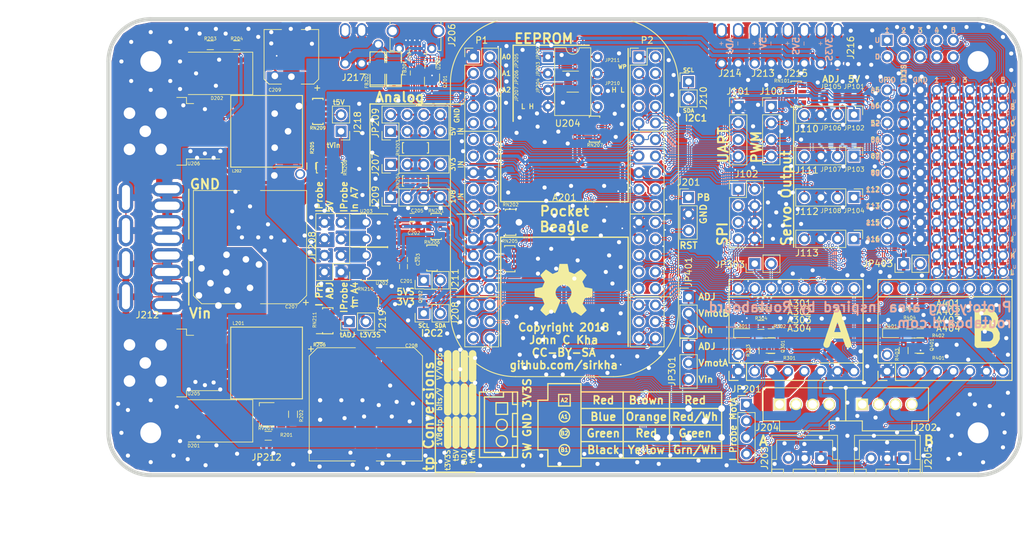
<source format=kicad_pcb>
(kicad_pcb (version 4) (host pcbnew 4.0.7)
  (layers (0 F.Cu signal) (31 B.Cu signal) (34 B.Paste user) (35 F.Paste user) (36 B.SilkS user) (37 F.SilkS user) (38 B.Mask user) (39 F.Mask user) (44 Edge.Cuts user))
  (net 0 "")
  (net 1 GND)
  (net 2 /Common/pr1_pru0_pru_r30_00)
  (net 3 /Common/StepperB/fault_supply)
  (net 4 /Common/gpio2_0)
  (net 5 /Common/StepperB/A2)
  (net 6 /Common/gpio0_27)
  (net 7 /Common/StepperB/A1)
  (net 8 /Common/gpio1_15)
  (net 9 /Common/StepperB/B1)
  (net 10 /Common/gpio2_1)
  (net 11 /Common/StepperB/B2)
  (net 12 /Common/StepperB/SLP)
  (net 13 /Common/pr1_pru1_pru_r30_15)
  (net 14 /Common/StepperB/Vmot)
  (net 15 /Common/pr1_pru1_pru_r30_14)
  (net 16 /Common/gpio1_28)
  (net 17 /Common/pr1_pru0_pru_r30_07)
  (net 18 /Common/StepperA/fault_supply)
  (net 19 /Common/gpio1_27)
  (net 20 /Common/StepperA/A2)
  (net 21 /Common/gpio1_26)
  (net 22 /Common/StepperA/A1)
  (net 23 /Common/gpio1_25)
  (net 24 /Common/StepperA/B1)
  (net 25 /Common/StepperA/B2)
  (net 26 /Common/StepperA/SLP)
  (net 27 /Common/pr1_pru0_pru_r30_04)
  (net 28 /Common/StepperA/Vmot)
  (net 29 /Common/pr1_pru0_pru_r30_01)
  (net 30 /Common/gpio0_26)
  (net 31 5VS)
  (net 32 Vin)
  (net 33 /gpio1_13)
  (net 34 /gpio1_14)
  (net 35 /gpio2_22)
  (net 36 /gpio2_23)
  (net 37 /gpio2_25)
  (net 38 /gpio3_16)
  (net 39 /gpio3_17)
  (net 40 /gpio3_19)
  (net 41 /gpio3_20)
  (net 42 /uart4_txd)
  (net 43 /uart4_rxd)
  (net 44 3V3S)
  (net 45 /spi1_d1)
  (net 46 /spi1_cs1)
  (net 47 /spi1_sclk)
  (net 48 /spi1_d0)
  (net 49 /ehrpwm2B)
  (net 50 /ehrpwm1A)
  (net 51 /ehrpwm0B)
  (net 52 /ehrpwm0A)
  (net 53 /ain_0)
  (net 54 "Net-(J110-Pad1)")
  (net 55 "Net-(J110-Pad2)")
  (net 56 /ain_1)
  (net 57 "Net-(J111-Pad1)")
  (net 58 "Net-(J111-Pad2)")
  (net 59 /ain_2)
  (net 60 "Net-(J112-Pad1)")
  (net 61 "Net-(J112-Pad2)")
  (net 62 /ain_3)
  (net 63 "Net-(A201-Pad2.12)")
  (net 64 +5V)
  (net 65 /Common/pr1_pru1_pru_r31_10)
  (net 66 "Net-(J204-Pad2)")
  (net 67 "Net-(J204-Pad4)")
  (net 68 /Common/pr1_pru0_pru_r31_16)
  (net 69 /Common/usb1_id)
  (net 70 /Common/i2c2_scl)
  (net 71 /Common/i2c2_sda)
  (net 72 /Common/ain0)
  (net 73 /Common/ain1)
  (net 74 /Common/ain2)
  (net 75 /Common/ain3)
  (net 76 /Common/i2c1_sda)
  (net 77 /Common/i2c1_scl)
  (net 78 Vadj)
  (net 79 "Net-(JP202-Pad2)")
  (net 80 "Net-(JP203-Pad2)")
  (net 81 "Net-(JP204-Pad2)")
  (net 82 "Net-(JP210-Pad2)")
  (net 83 /Common/usb1_drvvbus)
  (net 84 "Net-(Q301-Pad1)")
  (net 85 /Common/gpio0_4)
  (net 86 "Net-(Q301-Pad5)")
  (net 87 "Net-(Q401-Pad1)")
  (net 88 /Common/gpio0_5)
  (net 89 "Net-(Q401-Pad5)")
  (net 90 /Common/ain4)
  (net 91 /Common/ain7)
  (net 92 /Common/usb1_vbus)
  (net 93 "Net-(J113-Pad1)")
  (net 94 "Net-(J113-Pad2)")
  (net 95 "Net-(RN207-Pad1)")
  (net 96 "Net-(RN207-Pad2)")
  (net 97 /Common/usb1_d-)
  (net 98 /Common/usb1_d+)
  (net 99 "Net-(RN205-Pad5)")
  (net 100 "Net-(RN205-Pad6)")
  (net 101 /Common/gpio1_12)
  (net 102 /gpio1_20)
  (net 103 "Net-(x100-Pad1)")
  (net 104 "Net-(x100-Pad2)")
  (net 105 "Net-(x100-Pad3)")
  (net 106 "Net-(x100-Pad4)")
  (net 107 "Net-(x100-Pad5)")
  (net 108 "Net-(x100-Pad6)")
  (net 109 "Net-(x100-Pad7)")
  (net 110 "Net-(x100-Pad8)")
  (net 111 "Net-(x100-Pad9)")
  (net 112 "Net-(x100-Pad10)")
  (net 113 RST)
  (net 114 "Net-(C201-Pad1)")
  (net 115 "Net-(C202-Pad1)")
  (net 116 /Common/IP_vadj)
  (net 117 /Common/IP_5V)
  (net 118 "Net-(D201-Pad1)")
  (net 119 "Net-(D202-Pad1)")
  (net 120 "Net-(J207-Pad1)")
  (net 121 "Net-(J207-Pad2)")
  (net 122 "Net-(J207-Pad3)")
  (net 123 "Net-(J207-Pad4)")
  (net 124 "Net-(J211-Pad1)")
  (net 125 "Net-(J211-Pad2)")
  (net 126 "Net-(JP212-Pad1)")
  (net 127 "Net-(Q201-Pad3)")
  (net 128 "Net-(R201-Pad2)")
  (net 129 "Net-(R203-Pad2)")
  (net 130 "Net-(JP209-Pada1)")
  (net 131 "Net-(JP209-Pada4)")
  (net 132 "Net-(JP209-Pada3)")
  (net 133 "Net-(JP209-Pada2)")
  (net 134 "Net-(RN206-Pad5)")
  (net 135 "Net-(RN206-Pad6)")
  (net 136 "Net-(RV201-Pad2)")
  (net 137 "Net-(JP208-Pada1)")
  (net 138 "Net-(JP208-Pada2)")
  (net 139 "Net-(JP208-Pada3)")
  (net 140 "Net-(JP208-Pada4)")
  (net 141 /Common/usb1_5V)
  (net 142 "Net-(J218-Pad1)")
  (net 143 "Net-(J218-Pad2)")
  (net 144 "Net-(J219-Pad1)")
  (net 145 "Net-(J219-Pad2)")
  (net 146 "Net-(R205-Pad1)")
  (net 147 "Net-(R206-Pad1)")
  (net 148 "Net-(RN208-Pad1)")
  (net 149 "Net-(RN209-Pad7)")
  (net 150 "Net-(RN209-Pad2)")
  (net 151 "Net-(RN210-Pad1)")
  (net 152 "Net-(RN210-Pad3)")
  (net 153 "Net-(RN211-Pad7)")
  (net 154 "Net-(FB201-Pad2)")
  (module Housings_SOIC:SOIC-8_3.9x4.9mm_Pitch1.27mm (layer F.Cu) (at 70.79 97.46)
    (fp_text reference U203 (at -1.2065 -2.9845) (layer F.SilkS) (effects (font (size 0.5 0.5) (thickness 0.08))))
    (fp_text value ACS723LLCTR-05AB-T)
    (pad 1 smd rect (at -2.7 -1.905) (size 1.55 0.6) (layers F.Cu F.Paste F.Mask) (net 140 "Net-(JP208-Pada4)"))
    (pad 2 smd rect (at -2.7 -0.635) (size 1.55 0.6) (layers F.Cu F.Paste F.Mask) (net 140 "Net-(JP208-Pada4)"))
    (pad 3 smd rect (at -2.7 0.635) (size 1.55 0.6) (layers F.Cu F.Paste F.Mask) (net 139 "Net-(JP208-Pada3)"))
    (pad 4 smd rect (at -2.7 1.905) (size 1.55 0.6) (layers F.Cu F.Paste F.Mask) (net 139 "Net-(JP208-Pada3)"))
    (pad 5 smd rect (at 2.7 1.905) (size 1.55 0.6) (layers F.Cu F.Paste F.Mask) (net 1 GND))
    (pad 6 smd rect (at 2.7 0.635) (size 1.55 0.6) (layers F.Cu F.Paste F.Mask))
    (pad 7 smd rect (at 2.7 -0.635) (size 1.55 0.6) (layers F.Cu F.Paste F.Mask) (net 115 "Net-(C202-Pad1)"))
    (pad 8 smd rect (at 2.7 -1.905) (size 1.55 0.6) (layers F.Cu F.Paste F.Mask) (net 31 5VS))
  )
  (module Pin_Headers:Pin_Header_Straight_2x05_Pitch2.54mm (layer B.Cu) (at 149.53 68.25 270)
    (fp_text reference x100 hide)
    (fp_text value 02x05)
    (pad 1 thru_hole rect (at 0 0 270) (size 1.7 1.7) (drill 1) (layers *.Cu *.Mask) (net 103 "Net-(x100-Pad1)"))
    (pad 2 thru_hole oval (at 2.54 0 270) (size 1.7 1.7) (drill 1) (layers *.Cu *.Mask) (net 104 "Net-(x100-Pad2)"))
    (pad 3 thru_hole oval (at 0 -2.54 270) (size 1.7 1.7) (drill 1) (layers *.Cu *.Mask) (net 105 "Net-(x100-Pad3)"))
    (pad 4 thru_hole oval (at 2.54 -2.54 270) (size 1.7 1.7) (drill 1) (layers *.Cu *.Mask) (net 106 "Net-(x100-Pad4)"))
    (pad 5 thru_hole oval (at 0 -5.08 270) (size 1.7 1.7) (drill 1) (layers *.Cu *.Mask) (net 107 "Net-(x100-Pad5)"))
    (pad 6 thru_hole oval (at 2.54 -5.08 270) (size 1.7 1.7) (drill 1) (layers *.Cu *.Mask) (net 108 "Net-(x100-Pad6)"))
    (pad 7 thru_hole oval (at 0 -7.62 270) (size 1.7 1.7) (drill 1) (layers *.Cu *.Mask) (net 109 "Net-(x100-Pad7)"))
    (pad 8 thru_hole oval (at 2.54 -7.62 270) (size 1.7 1.7) (drill 1) (layers *.Cu *.Mask) (net 110 "Net-(x100-Pad8)"))
    (pad 9 thru_hole oval (at 0 -10.16 270) (size 1.7 1.7) (drill 1) (layers *.Cu *.Mask) (net 111 "Net-(x100-Pad9)"))
    (pad 10 thru_hole oval (at 2.54 -10.16 270) (size 1.7 1.7) (drill 1) (layers *.Cu *.Mask) (net 112 "Net-(x100-Pad10)"))
  )
  (module TO_SOT_Packages_SMD:SOT-363_SC-70-6 (layer F.Cu) (at 154.483 115.113)
    (fp_text reference Q401 (at 1.905 -0.127 90) (layer F.SilkS) (effects (font (size 0.5 0.5) (thickness 0.08))))
    (fp_text value FDC6420C)
    (pad 1 smd rect (at -0.95 -0.65) (size 0.65 0.4) (layers F.Cu F.Paste F.Mask) (net 87 "Net-(Q401-Pad1)"))
    (pad 3 smd rect (at -0.95 0.65) (size 0.65 0.4) (layers F.Cu F.Paste F.Mask) (net 85 /Common/gpio0_4))
    (pad 5 smd rect (at 0.95 0) (size 0.65 0.4) (layers F.Cu F.Paste F.Mask) (net 89 "Net-(Q401-Pad5)"))
    (pad 2 smd rect (at -0.95 0) (size 0.65 0.4) (layers F.Cu F.Paste F.Mask) (net 87 "Net-(Q401-Pad1)"))
    (pad 4 smd rect (at 0.95 0.65) (size 0.65 0.4) (layers F.Cu F.Paste F.Mask) (net 1 GND))
    (pad 6 smd rect (at 0.95 -0.65) (size 0.65 0.4) (layers F.Cu F.Paste F.Mask) (net 44 3V3S))
  )
  (module Resistors_SMD:R_0603_HandSoldering (layer F.Cu) (at 152.07 115.875 270)
    (fp_text reference R403 (at 0.635 1.016 270) (layer F.SilkS) (effects (font (size 0.5 0.5) (thickness 0.08))))
    (fp_text value 1K2)
    (pad 1 smd rect (at -1.1 0 270) (size 1.2 0.9) (layers F.Cu F.Paste F.Mask) (net 85 /Common/gpio0_4))
    (pad 2 smd rect (at 1.1 0 270) (size 1.2 0.9) (layers F.Cu F.Paste F.Mask) (net 3 /Common/StepperB/fault_supply))
  )
  (module Pin_Headers:Pin_Header_Straight_2x04_Pitch2.54mm (layer F.Cu) (at 126.67 91.11)
    (fp_text reference J102 (at 1.27 -2.33) (layer F.SilkS))
    (fp_text value 02x04)
    (pad 1 thru_hole rect (at 0 0) (size 1.7 1.7) (drill 1) (layers *.Cu *.Mask) (net 45 /spi1_d1))
    (pad 2 thru_hole oval (at 2.54 0) (size 1.7 1.7) (drill 1) (layers *.Cu *.Mask) (net 44 3V3S))
    (pad 3 thru_hole oval (at 0 2.54) (size 1.7 1.7) (drill 1) (layers *.Cu *.Mask) (net 46 /spi1_cs1))
    (pad 4 thru_hole oval (at 2.54 2.54) (size 1.7 1.7) (drill 1) (layers *.Cu *.Mask) (net 1 GND))
    (pad 5 thru_hole oval (at 0 5.08) (size 1.7 1.7) (drill 1) (layers *.Cu *.Mask) (net 47 /spi1_sclk))
    (pad 6 thru_hole oval (at 2.54 5.08) (size 1.7 1.7) (drill 1) (layers *.Cu *.Mask) (net 1 GND))
    (pad 7 thru_hole oval (at 0 7.62) (size 1.7 1.7) (drill 1) (layers *.Cu *.Mask) (net 48 /spi1_d0))
    (pad 8 thru_hole oval (at 2.54 7.62) (size 1.7 1.7) (drill 1) (layers *.Cu *.Mask) (net 1 GND))
  )
  (module footprints:PocketBeagle (layer F.Cu) (at 86.03 70.79)
    (fp_text reference A201 (at 13.97 21.59) (layer F.SilkS))
    (fp_text value PocketBeagle)
    (fp_text user P2 (at 26.67 -2.54) (layer F.SilkS))
    (fp_text user P1 (at 1.27 -2.54) (layer F.SilkS))
    (pad 2.36 thru_hole oval (at 27.94 43.18) (size 1.7 1.7) (drill 1) (layers *.Cu *.Mask) (net 91 /Common/ain7))
    (pad 2.35 thru_hole oval (at 25.4 43.18) (size 1.7 1.7) (drill 1) (layers *.Cu *.Mask) (net 35 /gpio2_22))
    (pad 2.34 thru_hole oval (at 27.94 40.64) (size 1.7 1.7) (drill 1) (layers *.Cu *.Mask) (net 40 /gpio3_19))
    (pad 2.33 thru_hole oval (at 25.4 40.64) (size 1.7 1.7) (drill 1) (layers *.Cu *.Mask) (net 33 /gpio1_13))
    (pad 2.32 thru_hole oval (at 27.94 38.1) (size 1.7 1.7) (drill 1) (layers *.Cu *.Mask) (net 38 /gpio3_16))
    (pad 2.31 thru_hole oval (at 25.4 38.1) (size 1.7 1.7) (drill 1) (layers *.Cu *.Mask) (net 46 /spi1_cs1))
    (pad 2.30 thru_hole oval (at 27.94 35.56) (size 1.7 1.7) (drill 1) (layers *.Cu *.Mask) (net 39 /gpio3_17))
    (pad 2.29 thru_hole oval (at 25.4 35.56) (size 1.7 1.7) (drill 1) (layers *.Cu *.Mask) (net 47 /spi1_sclk))
    (pad 2.28 thru_hole oval (at 27.94 33.02) (size 1.7 1.7) (drill 1) (layers *.Cu *.Mask) (net 41 /gpio3_20))
    (pad 2.27 thru_hole oval (at 25.4 33.02) (size 1.7 1.7) (drill 1) (layers *.Cu *.Mask) (net 48 /spi1_d0))
    (pad 2.26 thru_hole oval (at 27.94 30.48) (size 1.7 1.7) (drill 1) (layers *.Cu *.Mask) (net 113 RST))
    (pad 2.25 thru_hole oval (at 25.4 30.48) (size 1.7 1.7) (drill 1) (layers *.Cu *.Mask) (net 45 /spi1_d1))
    (pad 2.24 thru_hole oval (at 27.94 27.94) (size 1.7 1.7) (drill 1) (layers *.Cu *.Mask) (net 101 /Common/gpio1_12))
    (pad 2.23 thru_hole oval (at 25.4 27.94) (size 1.7 1.7) (drill 1) (layers *.Cu *.Mask) (net 44 3V3S))
    (pad 2.22 thru_hole oval (at 27.94 25.4) (size 1.7 1.7) (drill 1) (layers *.Cu *.Mask) (net 34 /gpio1_14))
    (pad 2.21 thru_hole oval (at 25.4 25.4) (size 1.7 1.7) (drill 1) (layers *.Cu *.Mask) (net 1 GND))
    (pad 2.20 thru_hole oval (at 27.94 22.86) (size 1.7 1.7) (drill 1) (layers *.Cu *.Mask) (net 4 /Common/gpio2_0))
    (pad 2.19 thru_hole oval (at 25.4 22.86) (size 1.7 1.7) (drill 1) (layers *.Cu *.Mask) (net 6 /Common/gpio0_27))
    (pad 2.18 thru_hole oval (at 27.94 20.32) (size 1.7 1.7) (drill 1) (layers *.Cu *.Mask) (net 8 /Common/gpio1_15))
    (pad 2.17 thru_hole oval (at 25.4 20.32) (size 1.7 1.7) (drill 1) (layers *.Cu *.Mask) (net 10 /Common/gpio2_1))
    (pad 2.16 thru_hole oval (at 27.94 17.78) (size 1.7 1.7) (drill 1) (layers *.Cu *.Mask))
    (pad 2.15 thru_hole oval (at 25.4 17.78) (size 1.7 1.7) (drill 1) (layers *.Cu *.Mask) (net 1 GND))
    (pad 2.14 thru_hole oval (at 27.94 15.24) (size 1.7 1.7) (drill 1) (layers *.Cu *.Mask))
    (pad 2.13 thru_hole oval (at 25.4 15.24) (size 1.7 1.7) (drill 1) (layers *.Cu *.Mask) (net 31 5VS))
    (pad 2.12 thru_hole oval (at 27.94 12.7) (size 1.7 1.7) (drill 1) (layers *.Cu *.Mask) (net 63 "Net-(A201-Pad2.12)"))
    (pad 2.11 thru_hole oval (at 25.4 12.7) (size 1.7 1.7) (drill 1) (layers *.Cu *.Mask) (net 76 /Common/i2c1_sda))
    (pad 2.10 thru_hole oval (at 27.94 10.16) (size 1.7 1.7) (drill 1) (layers *.Cu *.Mask) (net 102 /gpio1_20))
    (pad 2.9 thru_hole oval (at 25.4 10.16) (size 1.7 1.7) (drill 1) (layers *.Cu *.Mask) (net 77 /Common/i2c1_scl))
    (pad 2.8 thru_hole oval (at 27.94 7.62) (size 1.7 1.7) (drill 1) (layers *.Cu *.Mask) (net 16 /Common/gpio1_28))
    (pad 2.7 thru_hole oval (at 25.4 7.62) (size 1.7 1.7) (drill 1) (layers *.Cu *.Mask) (net 42 /uart4_txd))
    (pad 2.6 thru_hole oval (at 27.94 5.08) (size 1.7 1.7) (drill 1) (layers *.Cu *.Mask) (net 23 /Common/gpio1_25))
    (pad 2.5 thru_hole oval (at 25.4 5.08) (size 1.7 1.7) (drill 1) (layers *.Cu *.Mask) (net 43 /uart4_rxd))
    (pad 2.4 thru_hole oval (at 27.94 2.54) (size 1.7 1.7) (drill 1) (layers *.Cu *.Mask) (net 21 /Common/gpio1_26))
    (pad 2.3 thru_hole oval (at 25.4 2.54) (size 1.7 1.7) (drill 1) (layers *.Cu *.Mask) (net 49 /ehrpwm2B))
    (pad 2.2 thru_hole oval (at 27.94 0) (size 1.7 1.7) (drill 1) (layers *.Cu *.Mask) (net 19 /Common/gpio1_27))
    (pad 2.1 thru_hole rect (at 25.4 0) (size 1.7 1.7) (drill 1) (layers *.Cu *.Mask) (net 50 /ehrpwm1A))
    (pad 1.1 thru_hole rect (at 0 0) (size 1.7 1.7) (drill 1) (layers *.Cu *.Mask) (net 64 +5V))
    (pad 1.2 thru_hole oval (at 2.54 0) (size 1.7 1.7) (drill 1) (layers *.Cu *.Mask) (net 36 /gpio2_23))
    (pad 1.3 thru_hole oval (at 0 2.54) (size 1.7 1.7) (drill 1) (layers *.Cu *.Mask) (net 83 /Common/usb1_drvvbus))
    (pad 1.4 thru_hole oval (at 2.54 2.54) (size 1.7 1.7) (drill 1) (layers *.Cu *.Mask) (net 37 /gpio2_25))
    (pad 1.5 thru_hole oval (at 0 5.08) (size 1.7 1.7) (drill 1) (layers *.Cu *.Mask) (net 92 /Common/usb1_vbus))
    (pad 1.6 thru_hole oval (at 2.54 5.08) (size 1.7 1.7) (drill 1) (layers *.Cu *.Mask) (net 88 /Common/gpio0_5))
    (pad 1.7 thru_hole oval (at 0 7.62) (size 1.7 1.7) (drill 1) (layers *.Cu *.Mask) (net 92 /Common/usb1_vbus))
    (pad 1.8 thru_hole oval (at 2.54 7.62) (size 1.7 1.7) (drill 1) (layers *.Cu *.Mask) (net 52 /ehrpwm0A))
    (pad 1.9 thru_hole oval (at 0 10.16) (size 1.7 1.7) (drill 1) (layers *.Cu *.Mask) (net 97 /Common/usb1_d-))
    (pad 1.10 thru_hole oval (at 2.54 10.16) (size 1.7 1.7) (drill 1) (layers *.Cu *.Mask) (net 51 /ehrpwm0B))
    (pad 1.11 thru_hole oval (at 0 12.7) (size 1.7 1.7) (drill 1) (layers *.Cu *.Mask) (net 98 /Common/usb1_d+))
    (pad 1.12 thru_hole oval (at 2.54 12.7) (size 1.7 1.7) (drill 1) (layers *.Cu *.Mask) (net 85 /Common/gpio0_4))
    (pad 1.13 thru_hole oval (at 0 15.24) (size 1.7 1.7) (drill 1) (layers *.Cu *.Mask) (net 69 /Common/usb1_id))
    (pad 1.14 thru_hole oval (at 2.54 15.24) (size 1.7 1.7) (drill 1) (layers *.Cu *.Mask) (net 44 3V3S))
    (pad 1.15 thru_hole oval (at 0 17.78) (size 1.7 1.7) (drill 1) (layers *.Cu *.Mask) (net 1 GND))
    (pad 1.16 thru_hole oval (at 2.54 17.78) (size 1.7 1.7) (drill 1) (layers *.Cu *.Mask) (net 1 GND))
    (pad 1.17 thru_hole oval (at 0 20.32) (size 1.7 1.7) (drill 1) (layers *.Cu *.Mask))
    (pad 1.18 thru_hole oval (at 2.54 20.32) (size 1.7 1.7) (drill 1) (layers *.Cu *.Mask))
    (pad 1.19 thru_hole oval (at 0 22.86) (size 1.7 1.7) (drill 1) (layers *.Cu *.Mask) (net 72 /Common/ain0))
    (pad 1.20 thru_hole oval (at 2.54 22.86) (size 1.7 1.7) (drill 1) (layers *.Cu *.Mask) (net 68 /Common/pr1_pru0_pru_r31_16))
    (pad 1.21 thru_hole oval (at 0 25.4) (size 1.7 1.7) (drill 1) (layers *.Cu *.Mask) (net 73 /Common/ain1))
    (pad 1.22 thru_hole oval (at 2.54 25.4) (size 1.7 1.7) (drill 1) (layers *.Cu *.Mask) (net 1 GND))
    (pad 1.23 thru_hole oval (at 0 27.94) (size 1.7 1.7) (drill 1) (layers *.Cu *.Mask) (net 74 /Common/ain2))
    (pad 1.24 thru_hole oval (at 2.54 27.94) (size 1.7 1.7) (drill 1) (layers *.Cu *.Mask) (net 31 5VS))
    (pad 1.25 thru_hole oval (at 0 30.48) (size 1.7 1.7) (drill 1) (layers *.Cu *.Mask) (net 75 /Common/ain3))
    (pad 1.26 thru_hole oval (at 2.54 30.48) (size 1.7 1.7) (drill 1) (layers *.Cu *.Mask) (net 71 /Common/i2c2_sda))
    (pad 1.27 thru_hole oval (at 0 33.02) (size 1.7 1.7) (drill 1) (layers *.Cu *.Mask) (net 90 /Common/ain4))
    (pad 1.28 thru_hole oval (at 2.54 33.02) (size 1.7 1.7) (drill 1) (layers *.Cu *.Mask) (net 70 /Common/i2c2_scl))
    (pad 1.29 thru_hole oval (at 0 35.56) (size 1.7 1.7) (drill 1) (layers *.Cu *.Mask) (net 17 /Common/pr1_pru0_pru_r30_07))
    (pad 1.30 thru_hole oval (at 2.54 35.56) (size 1.7 1.7) (drill 1) (layers *.Cu *.Mask) (net 13 /Common/pr1_pru1_pru_r30_15))
    (pad 1.31 thru_hole oval (at 0 38.1) (size 1.7 1.7) (drill 1) (layers *.Cu *.Mask) (net 27 /Common/pr1_pru0_pru_r30_04))
    (pad 1.32 thru_hole oval (at 2.54 38.1) (size 1.7 1.7) (drill 1) (layers *.Cu *.Mask) (net 15 /Common/pr1_pru1_pru_r30_14))
    (pad 1.33 thru_hole oval (at 0 40.64) (size 1.7 1.7) (drill 1) (layers *.Cu *.Mask) (net 29 /Common/pr1_pru0_pru_r30_01))
    (pad 1.34 thru_hole oval (at 2.54 40.64) (size 1.7 1.7) (drill 1) (layers *.Cu *.Mask) (net 30 /Common/gpio0_26))
    (pad 1.35 thru_hole oval (at 0 43.18) (size 1.7 1.7) (drill 1) (layers *.Cu *.Mask) (net 65 /Common/pr1_pru1_pru_r31_10))
    (pad 1.36 thru_hole oval (at 2.54 43.18) (size 1.7 1.7) (drill 1) (layers *.Cu *.Mask) (net 2 /Common/pr1_pru0_pru_r30_00))
  )
  (module Connectors_JST:JST_XH_B03B-XH-A_03x2.50mm_Straight (layer F.Cu) (at 139.37 132.385 180)
    (fp_text reference J203 (at 8.636 0 270) (layer F.SilkS))
    (fp_text value 01x03)
    (pad 1 thru_hole rect (at 0 0 180) (size 1.75 1.75) (drill 1) (layers *.Cu *.Mask) (net 44 3V3S))
    (pad 2 thru_hole circle (at 2.5 0 180) (size 1.75 1.75) (drill 1) (layers *.Cu *.Mask) (net 1 GND))
    (pad 3 thru_hole circle (at 5 0 180) (size 1.75 1.75) (drill 1) (layers *.Cu *.Mask) (net 65 /Common/pr1_pru1_pru_r31_10))
  )
  (module Mounting_Holes:MountingHole_3.2mm_M3_ISO14580_Pad (layer F.Cu) (at 163.5 128.5)
    (fp_text reference MK201 hide)
    (fp_text value Mounting_Hole_PAD hide)
    (pad 1 thru_hole circle (at 0 0) (size 5.5 5.5) (drill 3.2) (layers *.Cu *.Mask) (net 1 GND))
  )
  (module Mounting_Holes:MountingHole_3.2mm_M3_ISO14580_Pad (layer F.Cu) (at 163.5 71.5)
    (fp_text reference MK204 hide)
    (fp_text value Mounting_Hole_PAD hide)
    (pad 1 thru_hole circle (at 0 0) (size 5.5 5.5) (drill 3.2) (layers *.Cu *.Mask) (net 1 GND))
  )
  (module Pin_Headers:Pin_Header_Straight_1x04_Pitch2.54mm (layer F.Cu) (at 126.67 78.41)
    (fp_text reference J101 (at 0 -2.33) (layer F.SilkS))
    (fp_text value 01x04)
    (pad 1 thru_hole rect (at 0 0) (size 1.7 1.7) (drill 1) (layers *.Cu *.Mask) (net 1 GND))
    (pad 2 thru_hole oval (at 0 2.54) (size 1.7 1.7) (drill 1) (layers *.Cu *.Mask) (net 42 /uart4_txd))
    (pad 3 thru_hole oval (at 0 5.08) (size 1.7 1.7) (drill 1) (layers *.Cu *.Mask) (net 43 /uart4_rxd))
    (pad 4 thru_hole oval (at 0 7.62) (size 1.7 1.7) (drill 1) (layers *.Cu *.Mask) (net 44 3V3S))
  )
  (module Pin_Headers:Pin_Header_Straight_1x04_Pitch2.54mm (layer F.Cu) (at 131.75 78.41)
    (fp_text reference J103 (at 0 -2.33) (layer F.SilkS))
    (fp_text value 01x04)
    (pad 1 thru_hole rect (at 0 0) (size 1.7 1.7) (drill 1) (layers *.Cu *.Mask) (net 49 /ehrpwm2B))
    (pad 2 thru_hole oval (at 0 2.54) (size 1.7 1.7) (drill 1) (layers *.Cu *.Mask) (net 50 /ehrpwm1A))
    (pad 3 thru_hole oval (at 0 5.08) (size 1.7 1.7) (drill 1) (layers *.Cu *.Mask) (net 51 /ehrpwm0B))
    (pad 4 thru_hole oval (at 0 7.62) (size 1.7 1.7) (drill 1) (layers *.Cu *.Mask) (net 52 /ehrpwm0A))
  )
  (module Pin_Headers:Pin_Header_Straight_1x04_Pitch2.54mm (layer F.Cu) (at 144.45 79.68 270)
    (fp_text reference J110 (at 2.159 7.239 360) (layer F.SilkS))
    (fp_text value 01x04)
    (pad 1 thru_hole rect (at 0 0 270) (size 1.7 1.7) (drill 1) (layers *.Cu *.Mask) (net 54 "Net-(J110-Pad1)"))
    (pad 2 thru_hole oval (at 0 2.54 270) (size 1.7 1.7) (drill 1) (layers *.Cu *.Mask) (net 55 "Net-(J110-Pad2)"))
    (pad 3 thru_hole oval (at 0 5.08 270) (size 1.7 1.7) (drill 1) (layers *.Cu *.Mask) (net 1 GND))
    (pad 4 thru_hole oval (at 0 7.62 270) (size 1.7 1.7) (drill 1) (layers *.Cu *.Mask) (net 53 /ain_0))
  )
  (module Pin_Headers:Pin_Header_Straight_1x04_Pitch2.54mm (layer F.Cu) (at 144.45 86.03 270)
    (fp_text reference J111 (at 2.159 7.239 360) (layer F.SilkS))
    (fp_text value 01x04)
    (pad 1 thru_hole rect (at 0 0 270) (size 1.7 1.7) (drill 1) (layers *.Cu *.Mask) (net 57 "Net-(J111-Pad1)"))
    (pad 2 thru_hole oval (at 0 2.54 270) (size 1.7 1.7) (drill 1) (layers *.Cu *.Mask) (net 58 "Net-(J111-Pad2)"))
    (pad 3 thru_hole oval (at 0 5.08 270) (size 1.7 1.7) (drill 1) (layers *.Cu *.Mask) (net 1 GND))
    (pad 4 thru_hole oval (at 0 7.62 270) (size 1.7 1.7) (drill 1) (layers *.Cu *.Mask) (net 56 /ain_1))
  )
  (module Pin_Headers:Pin_Header_Straight_1x04_Pitch2.54mm (layer F.Cu) (at 144.45 92.38 270)
    (fp_text reference J112 (at 2.159 7.239 360) (layer F.SilkS))
    (fp_text value 01x04)
    (pad 1 thru_hole rect (at 0 0 270) (size 1.7 1.7) (drill 1) (layers *.Cu *.Mask) (net 60 "Net-(J112-Pad1)"))
    (pad 2 thru_hole oval (at 0 2.54 270) (size 1.7 1.7) (drill 1) (layers *.Cu *.Mask) (net 61 "Net-(J112-Pad2)"))
    (pad 3 thru_hole oval (at 0 5.08 270) (size 1.7 1.7) (drill 1) (layers *.Cu *.Mask) (net 1 GND))
    (pad 4 thru_hole oval (at 0 7.62 270) (size 1.7 1.7) (drill 1) (layers *.Cu *.Mask) (net 59 /ain_2))
  )
  (module Pin_Headers:Pin_Header_Straight_1x04_Pitch2.54mm (layer F.Cu) (at 144.45 98.73 270)
    (fp_text reference J113 (at 2.159 7.239 360) (layer F.SilkS))
    (fp_text value 01x04)
    (pad 1 thru_hole rect (at 0 0 270) (size 1.7 1.7) (drill 1) (layers *.Cu *.Mask) (net 93 "Net-(J113-Pad1)"))
    (pad 2 thru_hole oval (at 0 2.54 270) (size 1.7 1.7) (drill 1) (layers *.Cu *.Mask) (net 94 "Net-(J113-Pad2)"))
    (pad 3 thru_hole oval (at 0 5.08 270) (size 1.7 1.7) (drill 1) (layers *.Cu *.Mask) (net 1 GND))
    (pad 4 thru_hole oval (at 0 7.62 270) (size 1.7 1.7) (drill 1) (layers *.Cu *.Mask) (net 62 /ain_3))
  )
  (module footprints:Molex-SL-4POS (layer F.Cu) (at 145.72 124.13 180)
    (fp_text reference J202 (at -9.652 -3.556 180) (layer F.SilkS))
    (fp_text value 01x04 hide)
    (pad 4 thru_hole circle (at -7.62 0 180) (size 1.778 1.778) (drill 1.3208) (layers *.Cu *.Mask F.SilkS) (net 9 /Common/StepperB/B1))
    (pad 3 thru_hole circle (at -5.08 0 180) (size 1.778 1.778) (drill 1.3208) (layers *.Cu *.Mask F.SilkS) (net 11 /Common/StepperB/B2))
    (pad 2 thru_hole circle (at -2.54 0 180) (size 1.778 1.778) (drill 1.3208) (layers *.Cu *.Mask F.SilkS) (net 7 /Common/StepperB/A1))
    (pad 1 thru_hole rect (at 0 0 180) (size 1.778 1.778) (drill 1.3208) (layers *.Cu *.Mask F.SilkS) (net 5 /Common/StepperB/A2))
  )
  (module footprints:Molex-SL-4POS (layer F.Cu) (at 133.02 124.13 180)
    (fp_text reference J204 (at 1.905 -3.556 180) (layer F.SilkS))
    (fp_text value 01x04 hide)
    (pad 4 thru_hole circle (at -7.62 0 180) (size 1.778 1.778) (drill 1.3208) (layers *.Cu *.Mask F.SilkS) (net 67 "Net-(J204-Pad4)"))
    (pad 3 thru_hole circle (at -5.08 0 180) (size 1.778 1.778) (drill 1.3208) (layers *.Cu *.Mask F.SilkS) (net 25 /Common/StepperA/B2))
    (pad 2 thru_hole circle (at -2.54 0 180) (size 1.778 1.778) (drill 1.3208) (layers *.Cu *.Mask F.SilkS) (net 66 "Net-(J204-Pad2)"))
    (pad 1 thru_hole rect (at 0 0 180) (size 1.778 1.778) (drill 1.3208) (layers *.Cu *.Mask F.SilkS) (net 20 /Common/StepperA/A2))
  )
  (module Connectors_JST:JST_XH_B03B-XH-A_03x2.50mm_Straight (layer F.Cu) (at 152.07 132.385 180)
    (fp_text reference J205 (at -3.7846 0.0254 270) (layer F.SilkS))
    (fp_text value 01x03)
    (pad 1 thru_hole rect (at 0 0 180) (size 1.75 1.75) (drill 1) (layers *.Cu *.Mask) (net 44 3V3S))
    (pad 2 thru_hole circle (at 2.5 0 180) (size 1.75 1.75) (drill 1) (layers *.Cu *.Mask) (net 1 GND))
    (pad 3 thru_hole circle (at 5 0 180) (size 1.75 1.75) (drill 1) (layers *.Cu *.Mask) (net 68 /Common/pr1_pru0_pru_r31_16))
  )
  (module Pin_Headers:Pin_Header_Straight_1x02_Pitch2.54mm (layer F.Cu) (at 119.05 74.6)
    (fp_text reference J210 (at 2.286 2.54 90) (layer F.SilkS))
    (fp_text value 01x02)
    (pad 1 thru_hole rect (at 0 0) (size 1.7 1.7) (drill 1) (layers *.Cu *.Mask) (net 77 /Common/i2c1_scl))
    (pad 2 thru_hole oval (at 0 2.54) (size 1.7 1.7) (drill 1) (layers *.Cu *.Mask) (net 76 /Common/i2c1_sda))
  )
  (module Pin_Headers:Pin_Header_Straight_1x04_Pitch2.54mm (layer F.Cu) (at 127.94 124.13)
    (fp_text reference JP201 (at 0 -2.33) (layer F.SilkS))
    (fp_text value 01x04)
    (pad 1 thru_hole rect (at 0 0) (size 1.7 1.7) (drill 1) (layers *.Cu *.Mask) (net 66 "Net-(J204-Pad2)"))
    (pad 2 thru_hole oval (at 0 2.54) (size 1.7 1.7) (drill 1) (layers *.Cu *.Mask) (net 22 /Common/StepperA/A1))
    (pad 3 thru_hole oval (at 0 5.08) (size 1.7 1.7) (drill 1) (layers *.Cu *.Mask) (net 67 "Net-(J204-Pad4)"))
    (pad 4 thru_hole oval (at 0 7.62) (size 1.7 1.7) (drill 1) (layers *.Cu *.Mask) (net 24 /Common/StepperA/B1))
  )
  (module Pin_Headers:Pin_Header_Straight_1x03_Pitch2.54mm (layer F.Cu) (at 119.05 115.24)
    (fp_text reference JP301 (at -2.54 3.81 90) (layer F.SilkS))
    (fp_text value 01x03)
    (pad 1 thru_hole rect (at 0 0) (size 1.7 1.7) (drill 1) (layers *.Cu *.Mask) (net 78 Vadj))
    (pad 2 thru_hole oval (at 0 2.54) (size 1.7 1.7) (drill 1) (layers *.Cu *.Mask) (net 28 /Common/StepperA/Vmot))
    (pad 3 thru_hole oval (at 0 5.08) (size 1.7 1.7) (drill 1) (layers *.Cu *.Mask) (net 32 Vin))
  )
  (module Pin_Headers:Pin_Header_Straight_1x02_Pitch2.54mm (layer F.Cu) (at 129.21 102.54 90)
    (fp_text reference JP303 (at -0.127 -3.81 180) (layer F.SilkS))
    (fp_text value 01x02)
    (pad 1 thru_hole rect (at 0 0 90) (size 1.7 1.7) (drill 1) (layers *.Cu *.Mask) (net 44 3V3S))
    (pad 2 thru_hole oval (at 0 2.54 90) (size 1.7 1.7) (drill 1) (layers *.Cu *.Mask) (net 26 /Common/StepperA/SLP))
  )
  (module Pin_Headers:Pin_Header_Straight_1x03_Pitch2.54mm (layer F.Cu) (at 119.05 107.62)
    (fp_text reference JP401 (at 0 -3.81 90) (layer F.SilkS))
    (fp_text value 01x03)
    (pad 1 thru_hole rect (at 0 0) (size 1.7 1.7) (drill 1) (layers *.Cu *.Mask) (net 78 Vadj))
    (pad 2 thru_hole oval (at 0 2.54) (size 1.7 1.7) (drill 1) (layers *.Cu *.Mask) (net 14 /Common/StepperB/Vmot))
    (pad 3 thru_hole oval (at 0 5.08) (size 1.7 1.7) (drill 1) (layers *.Cu *.Mask) (net 32 Vin))
  )
  (module Pin_Headers:Pin_Header_Straight_1x02_Pitch2.54mm (layer F.Cu) (at 152.07 102.54 90)
    (fp_text reference JP403 (at 0 -3.937 180) (layer F.SilkS))
    (fp_text value 01x02)
    (pad 1 thru_hole rect (at 0 0 90) (size 1.7 1.7) (drill 1) (layers *.Cu *.Mask) (net 44 3V3S))
    (pad 2 thru_hole oval (at 0 2.54 90) (size 1.7 1.7) (drill 1) (layers *.Cu *.Mask) (net 12 /Common/StepperB/SLP))
  )
  (module TO_SOT_Packages_SMD:SOT-363_SC-70-6 (layer F.Cu) (at 131.623 115.113)
    (fp_text reference Q301 (at 1.905 0.127 90) (layer F.SilkS) (effects (font (size 0.5 0.5) (thickness 0.08))))
    (fp_text value FDC6420C)
    (pad 1 smd rect (at -0.95 -0.65) (size 0.65 0.4) (layers F.Cu F.Paste F.Mask) (net 84 "Net-(Q301-Pad1)"))
    (pad 3 smd rect (at -0.95 0.65) (size 0.65 0.4) (layers F.Cu F.Paste F.Mask) (net 88 /Common/gpio0_5))
    (pad 5 smd rect (at 0.95 0) (size 0.65 0.4) (layers F.Cu F.Paste F.Mask) (net 86 "Net-(Q301-Pad5)"))
    (pad 2 smd rect (at -0.95 0) (size 0.65 0.4) (layers F.Cu F.Paste F.Mask) (net 84 "Net-(Q301-Pad1)"))
    (pad 4 smd rect (at 0.95 0.65) (size 0.65 0.4) (layers F.Cu F.Paste F.Mask) (net 1 GND))
    (pad 6 smd rect (at 0.95 -0.65) (size 0.65 0.4) (layers F.Cu F.Paste F.Mask) (net 44 3V3S))
  )
  (module Resistors_SMD:R_0603_HandSoldering (layer F.Cu) (at 131.75 117.018)
    (fp_text reference R301 (at 2.794 0) (layer F.SilkS) (effects (font (size 0.5 0.5) (thickness 0.08))))
    (fp_text value 22)
    (pad 1 smd rect (at -1.1 0) (size 1.2 0.9) (layers F.Cu F.Paste F.Mask) (net 18 /Common/StepperA/fault_supply))
    (pad 2 smd rect (at 1.1 0) (size 1.2 0.9) (layers F.Cu F.Paste F.Mask) (net 86 "Net-(Q301-Pad5)"))
  )
  (module Resistors_SMD:R_0603_HandSoldering (layer F.Cu) (at 131.75 113.208 180)
    (fp_text reference R302 (at -1.2954 1.0414 180) (layer F.SilkS) (effects (font (size 0.5 0.5) (thickness 0.08))))
    (fp_text value 12K)
    (pad 1 smd rect (at -1.1 0 180) (size 1.2 0.9) (layers F.Cu F.Paste F.Mask) (net 44 3V3S))
    (pad 2 smd rect (at 1.1 0 180) (size 1.2 0.9) (layers F.Cu F.Paste F.Mask) (net 84 "Net-(Q301-Pad1)"))
  )
  (module Resistors_SMD:R_0603_HandSoldering (layer F.Cu) (at 129.21 115.875 270)
    (fp_text reference R303 (at 0 1.016 270) (layer F.SilkS) (effects (font (size 0.5 0.5) (thickness 0.08))))
    (fp_text value 1K2)
    (pad 1 smd rect (at -1.1 0 270) (size 1.2 0.9) (layers F.Cu F.Paste F.Mask) (net 88 /Common/gpio0_5))
    (pad 2 smd rect (at 1.1 0 270) (size 1.2 0.9) (layers F.Cu F.Paste F.Mask) (net 18 /Common/StepperA/fault_supply))
  )
  (module Resistors_SMD:R_0603_HandSoldering (layer F.Cu) (at 130.1576 111.938)
    (fp_text reference R304 (at 0.043 -1.016) (layer F.SilkS) (effects (font (size 0.5 0.5) (thickness 0.08))))
    (fp_text value 12K)
    (pad 1 smd rect (at -1.1 0) (size 1.2 0.9) (layers F.Cu F.Paste F.Mask) (net 88 /Common/gpio0_5))
    (pad 2 smd rect (at 1.1 0) (size 1.2 0.9) (layers F.Cu F.Paste F.Mask) (net 1 GND))
  )
  (module Resistors_SMD:R_0603_HandSoldering (layer F.Cu) (at 154.61 117.018)
    (fp_text reference R401 (at 2.794 0 180) (layer F.SilkS) (effects (font (size 0.5 0.5) (thickness 0.08))))
    (fp_text value 22)
    (pad 1 smd rect (at -1.1 0) (size 1.2 0.9) (layers F.Cu F.Paste F.Mask) (net 3 /Common/StepperB/fault_supply))
    (pad 2 smd rect (at 1.1 0) (size 1.2 0.9) (layers F.Cu F.Paste F.Mask) (net 89 "Net-(Q401-Pad5)"))
  )
  (module Resistors_SMD:R_0603_HandSoldering (layer F.Cu) (at 154.61 113.208 180)
    (fp_text reference R402 (at -2.7686 -0.381 180) (layer F.SilkS) (effects (font (size 0.5 0.5) (thickness 0.08))))
    (fp_text value 12K)
    (pad 1 smd rect (at -1.1 0 180) (size 1.2 0.9) (layers F.Cu F.Paste F.Mask) (net 44 3V3S))
    (pad 2 smd rect (at 1.1 0 180) (size 1.2 0.9) (layers F.Cu F.Paste F.Mask) (net 87 "Net-(Q401-Pad1)"))
  )
  (module Resistors_SMD:R_0603_HandSoldering (layer F.Cu) (at 153 111.8618)
    (fp_text reference R404 (at -0.0156 -1.0414) (layer F.SilkS) (effects (font (size 0.5 0.5) (thickness 0.08))))
    (fp_text value 12K)
    (pad 1 smd rect (at -1.1 0) (size 1.2 0.9) (layers F.Cu F.Paste F.Mask) (net 85 /Common/gpio0_4))
    (pad 2 smd rect (at 1.1 0) (size 1.2 0.9) (layers F.Cu F.Paste F.Mask) (net 1 GND))
  )
  (module footprints:R_Array_1206x04 (layer F.Cu) (at 135.56 76.524 270)
    (fp_text reference RN101 (at -2.051 2.159 360) (layer F.SilkS) (effects (font (size 0.5 0.5) (thickness 0.08))))
    (fp_text value 1K2)
    (pad 8 smd rect (at -1.2 -0.625 90) (size 0.7 1.2) (drill (offset 0.1 0.3)) (layers F.Cu F.Paste F.Mask) (net 93 "Net-(J113-Pad1)"))
    (pad 5 smd rect (at 1.2 -0.625 90) (size 0.7 1.2) (drill (offset -0.1 0.3)) (layers F.Cu F.Paste F.Mask) (net 54 "Net-(J110-Pad1)"))
    (pad 1 smd rect (at -1.2 0.625 270) (size 0.7 1.2) (drill (offset -0.1 0.3)) (layers F.Cu F.Paste F.Mask) (net 49 /ehrpwm2B))
    (pad 4 smd rect (at 1.2 0.625 270) (size 0.7 1.2) (drill (offset 0.1 0.3)) (layers F.Cu F.Paste F.Mask) (net 52 /ehrpwm0A))
    (pad 2 smd rect (at -0.4 0.625 270) (size 0.5 1.2) (drill (offset 0 0.3)) (layers F.Cu F.Paste F.Mask) (net 50 /ehrpwm1A))
    (pad 3 smd rect (at 0.4 0.625 270) (size 0.5 1.2) (drill (offset 0 0.3)) (layers F.Cu F.Paste F.Mask) (net 51 /ehrpwm0B))
    (pad 6 smd rect (at 0.4 -0.625 90) (size 0.5 1.2) (drill (offset 0 0.3)) (layers F.Cu F.Paste F.Mask) (net 57 "Net-(J111-Pad1)"))
    (pad 7 smd rect (at -0.4 -0.625 90) (size 0.5 1.2) (drill (offset 0 0.3)) (layers F.Cu F.Paste F.Mask) (net 60 "Net-(J112-Pad1)"))
  )
  (module footprints:R_Array_1206x04 (layer F.Cu) (at 91.745 96.19 270)
    (fp_text reference RN202 (at -2.7 0 360) (layer F.SilkS) (effects (font (size 0.5 0.5) (thickness 0.08))))
    (fp_text value 1K2)
    (pad 8 smd rect (at -1.2 -0.625 90) (size 0.7 1.2) (drill (offset 0.1 0.3)) (layers F.Cu F.Paste F.Mask) (net 1 GND))
    (pad 5 smd rect (at 1.2 -0.625 90) (size 0.7 1.2) (drill (offset -0.1 0.3)) (layers F.Cu F.Paste F.Mask) (net 1 GND))
    (pad 1 smd rect (at -1.2 0.625 270) (size 0.7 1.2) (drill (offset -0.1 0.3)) (layers F.Cu F.Paste F.Mask) (net 72 /Common/ain0))
    (pad 4 smd rect (at 1.2 0.625 270) (size 0.7 1.2) (drill (offset 0.1 0.3)) (layers F.Cu F.Paste F.Mask) (net 75 /Common/ain3))
    (pad 2 smd rect (at -0.4 0.625 270) (size 0.5 1.2) (drill (offset 0 0.3)) (layers F.Cu F.Paste F.Mask) (net 73 /Common/ain1))
    (pad 3 smd rect (at 0.4 0.625 270) (size 0.5 1.2) (drill (offset 0 0.3)) (layers F.Cu F.Paste F.Mask) (net 74 /Common/ain2))
    (pad 6 smd rect (at 0.4 -0.625 90) (size 0.5 1.2) (drill (offset 0 0.3)) (layers F.Cu F.Paste F.Mask) (net 1 GND))
    (pad 7 smd rect (at -0.4 -0.625 90) (size 0.5 1.2) (drill (offset 0 0.3)) (layers F.Cu F.Paste F.Mask) (net 1 GND))
  )
  (module footprints:R_Array_1206x04 (layer F.Cu) (at 91.618 101.778 270)
    (fp_text reference RN205 (at -2.7 0 360) (layer F.SilkS) (effects (font (size 0.5 0.5) (thickness 0.08))))
    (fp_text value 1K2)
    (pad 8 smd rect (at -1.2 -0.625 90) (size 0.7 1.2) (drill (offset 0.1 0.3)) (layers F.Cu F.Paste F.Mask) (net 99 "Net-(RN205-Pad5)"))
    (pad 5 smd rect (at 1.2 -0.625 90) (size 0.7 1.2) (drill (offset -0.1 0.3)) (layers F.Cu F.Paste F.Mask) (net 99 "Net-(RN205-Pad5)"))
    (pad 1 smd rect (at -1.2 0.625 270) (size 0.7 1.2) (drill (offset -0.1 0.3)) (layers F.Cu F.Paste F.Mask) (net 44 3V3S))
    (pad 4 smd rect (at 1.2 0.625 270) (size 0.7 1.2) (drill (offset 0.1 0.3)) (layers F.Cu F.Paste F.Mask) (net 70 /Common/i2c2_scl))
    (pad 2 smd rect (at -0.4 0.625 270) (size 0.5 1.2) (drill (offset 0 0.3)) (layers F.Cu F.Paste F.Mask) (net 44 3V3S))
    (pad 3 smd rect (at 0.4 0.625 270) (size 0.5 1.2) (drill (offset 0 0.3)) (layers F.Cu F.Paste F.Mask) (net 71 /Common/i2c2_sda))
    (pad 6 smd rect (at 0.4 -0.625 90) (size 0.5 1.2) (drill (offset 0 0.3)) (layers F.Cu F.Paste F.Mask) (net 100 "Net-(RN205-Pad6)"))
    (pad 7 smd rect (at -0.4 -0.625 90) (size 0.5 1.2) (drill (offset 0 0.3)) (layers F.Cu F.Paste F.Mask) (net 100 "Net-(RN205-Pad6)"))
  )
  (module footprints:JPNC_Large (layer F.Cu) (at 144.45 96.19 180)
    (fp_text reference JP104 (at 0 1.778 180) (layer F.SilkS) (effects (font (size 0.7 0.7) (thickness 0.1))))
    (fp_text value JPNC)
    (fp_line (start -0.889 0) (end 0.889 0) (layer F.Cu) (width 1))
    (pad 1 smd trapezoid (at -1 0) (size 1.2 2) (rect_delta 0.7 0) (layers F.Cu F.Paste F.Mask) (net 64 +5V))
    (pad 2 smd trapezoid (at 1 0 180) (size 1.2 2) (rect_delta 0.7 0) (layers F.Cu F.Paste F.Mask) (net 94 "Net-(J113-Pad2)"))
  )
  (module footprints:JPNC_Large (layer F.Cu) (at 144.45 89.84 180)
    (fp_text reference JP103 (at 0 1.778 180) (layer F.SilkS) (effects (font (size 0.7 0.7) (thickness 0.1))))
    (fp_text value JPNC)
    (fp_line (start -0.889 0) (end 0.889 0) (layer F.Cu) (width 1))
    (pad 1 smd trapezoid (at -1 0) (size 1.2 2) (rect_delta 0.7 0) (layers F.Cu F.Paste F.Mask) (net 64 +5V))
    (pad 2 smd trapezoid (at 1 0 180) (size 1.2 2) (rect_delta 0.7 0) (layers F.Cu F.Paste F.Mask) (net 61 "Net-(J112-Pad2)"))
  )
  (module footprints:JPNC_Large (layer F.Cu) (at 144.45 83.49 180)
    (fp_text reference JP102 (at 0 1.778 180) (layer F.SilkS) (effects (font (size 0.7 0.7) (thickness 0.1))))
    (fp_text value JPNC)
    (fp_line (start -0.889 0) (end 0.889 0) (layer F.Cu) (width 1))
    (pad 1 smd trapezoid (at -1 0) (size 1.2 2) (rect_delta 0.7 0) (layers F.Cu F.Paste F.Mask) (net 64 +5V))
    (pad 2 smd trapezoid (at 1 0 180) (size 1.2 2) (rect_delta 0.7 0) (layers F.Cu F.Paste F.Mask) (net 58 "Net-(J111-Pad2)"))
  )
  (module footprints:JPNC_Large (layer F.Cu) (at 144.45 77.14 180)
    (fp_text reference JP101 (at 0 1.778 180) (layer F.SilkS) (effects (font (size 0.7 0.7) (thickness 0.1))))
    (fp_text value JPNC)
    (fp_line (start -0.889 0) (end 0.889 0) (layer F.Cu) (width 1))
    (pad 1 smd trapezoid (at -1 0) (size 1.2 2) (rect_delta 0.7 0) (layers F.Cu F.Paste F.Mask) (net 64 +5V))
    (pad 2 smd trapezoid (at 1 0 180) (size 1.2 2) (rect_delta 0.7 0) (layers F.Cu F.Paste F.Mask) (net 55 "Net-(J110-Pad2)"))
  )
  (module footprints:JPNO_Large (layer F.Cu) (at 140.894 96.19 180)
    (fp_text reference JP108 (at 0 1.778 180) (layer F.SilkS) (effects (font (size 0.7 0.7) (thickness 0.1))))
    (fp_text value JPNO)
    (pad 1 smd trapezoid (at -1 0) (size 1.2 2) (rect_delta 0.7 0) (layers F.Cu F.Paste F.Mask) (net 94 "Net-(J113-Pad2)"))
    (pad 2 smd trapezoid (at 1 0 180) (size 1.2 2) (rect_delta 0.7 0) (layers F.Cu F.Paste F.Mask) (net 78 Vadj))
  )
  (module footprints:JPNO_Large (layer F.Cu) (at 140.894 89.84 180)
    (fp_text reference JP107 (at 0 1.778 180) (layer F.SilkS) (effects (font (size 0.7 0.7) (thickness 0.1))))
    (fp_text value JPNO)
    (pad 1 smd trapezoid (at -1 0) (size 1.2 2) (rect_delta 0.7 0) (layers F.Cu F.Paste F.Mask) (net 61 "Net-(J112-Pad2)"))
    (pad 2 smd trapezoid (at 1 0 180) (size 1.2 2) (rect_delta 0.7 0) (layers F.Cu F.Paste F.Mask) (net 78 Vadj))
  )
  (module footprints:JPNO_Large (layer F.Cu) (at 140.894 83.49 180)
    (fp_text reference JP106 (at 0 1.778 180) (layer F.SilkS) (effects (font (size 0.7 0.7) (thickness 0.1))))
    (fp_text value JPNO)
    (pad 1 smd trapezoid (at -1 0) (size 1.2 2) (rect_delta 0.7 0) (layers F.Cu F.Paste F.Mask) (net 58 "Net-(J111-Pad2)"))
    (pad 2 smd trapezoid (at 1 0 180) (size 1.2 2) (rect_delta 0.7 0) (layers F.Cu F.Paste F.Mask) (net 78 Vadj))
  )
  (module footprints:JPNO_Large (layer F.Cu) (at 140.894 77.14 180)
    (fp_text reference JP105 (at 0 1.778 180) (layer F.SilkS) (effects (font (size 0.7 0.7) (thickness 0.1))))
    (fp_text value JPNO)
    (pad 1 smd trapezoid (at -1 0) (size 1.2 2) (rect_delta 0.7 0) (layers F.Cu F.Paste F.Mask) (net 55 "Net-(J110-Pad2)"))
    (pad 2 smd trapezoid (at 1 0 180) (size 1.2 2) (rect_delta 0.7 0) (layers F.Cu F.Paste F.Mask) (net 78 Vadj))
  )
  (module footprints:JPNC (layer F.Cu) (at 153.34 108.255 180)
    (fp_text reference JP402 (at -0.0254 -1.27 180) (layer F.SilkS) (effects (font (size 0.5 0.5) (thickness 0.08))))
    (fp_text value JPNC)
    (fp_line (start -0.381 0) (end 0.381 0) (layer F.Cu) (width 0.5))
    (pad 1 smd trapezoid (at -0.5 0) (size 0.6 1) (rect_delta 0.35 0) (layers F.Cu F.Paste F.Mask) (net 12 /Common/StepperB/SLP))
    (pad 2 smd trapezoid (at 0.5 0 180) (size 0.6 1) (rect_delta 0.35 0) (layers F.Cu F.Paste F.Mask) (net 44 3V3S))
  )
  (module footprints:JPNC (layer F.Cu) (at 130.48 108.255 180)
    (fp_text reference JP302 (at 0 -1.2446 180) (layer F.SilkS) (effects (font (size 0.5 0.5) (thickness 0.08))))
    (fp_text value JPNC)
    (fp_line (start -0.381 0) (end 0.381 0) (layer F.Cu) (width 0.5))
    (pad 1 smd trapezoid (at -0.5 0) (size 0.6 1) (rect_delta 0.35 0) (layers F.Cu F.Paste F.Mask) (net 26 /Common/StepperA/SLP))
    (pad 2 smd trapezoid (at 0.5 0 180) (size 0.6 1) (rect_delta 0.35 0) (layers F.Cu F.Paste F.Mask) (net 44 3V3S))
  )
  (module footprints:TerminalBlock_Custom_1x02.54mm (layer F.Cu) (at 130.48 69.266)
    (fp_text reference J213 (at 0 4.064 180) (layer F.SilkS))
    (fp_text value 2PostTerm)
    (pad 1 thru_hole circle (at -1.27 2.54) (size 1.6 1.6) (drill 1) (layers *.Cu *.Mask) (net 64 +5V))
    (pad 2 thru_hole circle (at 1.27 2.54) (size 1.6 1.6) (drill 1) (layers *.Cu *.Mask) (net 1 GND))
    (pad 1 thru_hole oval (at -1.27 -2.54 180) (size 1.6 2.2) (drill oval 1.05 1.65) (layers *.Cu *.Mask) (net 64 +5V))
    (pad 2 thru_hole oval (at 1.27 -2.54 180) (size 1.6 2.2) (drill oval 1.05 1.65) (layers *.Cu *.Mask) (net 1 GND))
    (pad 1 thru_hole oval (at -1.27 -2.54) (size 1.6 2.2) (drill oval 1.05 1.65) (layers *.Cu *.Mask) (net 64 +5V))
    (pad 2 thru_hole oval (at 1.27 -2.54) (size 1.6 2.2) (drill oval 1.05 1.65) (layers *.Cu *.Mask) (net 1 GND))
  )
  (module footprints:TerminalBlock_Custom_1x02.54mm (layer F.Cu) (at 125.4 69.266)
    (fp_text reference J214 (at 0 4.064 180) (layer F.SilkS))
    (fp_text value 2PostTerm)
    (pad 1 thru_hole circle (at -1.27 2.54) (size 1.6 1.6) (drill 1) (layers *.Cu *.Mask) (net 78 Vadj))
    (pad 2 thru_hole circle (at 1.27 2.54) (size 1.6 1.6) (drill 1) (layers *.Cu *.Mask) (net 1 GND))
    (pad 1 thru_hole oval (at -1.27 -2.54 180) (size 1.6 2.2) (drill oval 1.05 1.65) (layers *.Cu *.Mask) (net 78 Vadj))
    (pad 2 thru_hole oval (at 1.27 -2.54 180) (size 1.6 2.2) (drill oval 1.05 1.65) (layers *.Cu *.Mask) (net 1 GND))
    (pad 1 thru_hole oval (at -1.27 -2.54) (size 1.6 2.2) (drill oval 1.05 1.65) (layers *.Cu *.Mask) (net 78 Vadj))
    (pad 2 thru_hole oval (at 1.27 -2.54) (size 1.6 2.2) (drill oval 1.05 1.65) (layers *.Cu *.Mask) (net 1 GND))
  )
  (module footprints:TerminalBlock_Custom_1x02.54mm (layer F.Cu) (at 140.64 69.266)
    (fp_text reference J216 (at 3.302 0.127 270) (layer F.SilkS))
    (fp_text value 2PostTerm)
    (pad 1 thru_hole circle (at -1.27 2.54) (size 1.6 1.6) (drill 1) (layers *.Cu *.Mask) (net 44 3V3S))
    (pad 2 thru_hole circle (at 1.27 2.54) (size 1.6 1.6) (drill 1) (layers *.Cu *.Mask) (net 1 GND))
    (pad 1 thru_hole oval (at -1.27 -2.54 180) (size 1.6 2.2) (drill oval 1.05 1.65) (layers *.Cu *.Mask) (net 44 3V3S))
    (pad 2 thru_hole oval (at 1.27 -2.54 180) (size 1.6 2.2) (drill oval 1.05 1.65) (layers *.Cu *.Mask) (net 1 GND))
    (pad 1 thru_hole oval (at -1.27 -2.54) (size 1.6 2.2) (drill oval 1.05 1.65) (layers *.Cu *.Mask) (net 44 3V3S))
    (pad 2 thru_hole oval (at 1.27 -2.54) (size 1.6 2.2) (drill oval 1.05 1.65) (layers *.Cu *.Mask) (net 1 GND))
  )
  (module footprints:TerminalBlock_Custom_1x02.54mm (layer F.Cu) (at 135.56 69.266)
    (fp_text reference J215 (at 0 4.064) (layer F.SilkS))
    (fp_text value 2PostTerm)
    (pad 1 thru_hole circle (at -1.27 2.54) (size 1.6 1.6) (drill 1) (layers *.Cu *.Mask) (net 31 5VS))
    (pad 2 thru_hole circle (at 1.27 2.54) (size 1.6 1.6) (drill 1) (layers *.Cu *.Mask) (net 1 GND))
    (pad 1 thru_hole oval (at -1.27 -2.54 180) (size 1.6 2.2) (drill oval 1.05 1.65) (layers *.Cu *.Mask) (net 31 5VS))
    (pad 2 thru_hole oval (at 1.27 -2.54 180) (size 1.6 2.2) (drill oval 1.05 1.65) (layers *.Cu *.Mask) (net 1 GND))
    (pad 1 thru_hole oval (at -1.27 -2.54) (size 1.6 2.2) (drill oval 1.05 1.65) (layers *.Cu *.Mask) (net 31 5VS))
    (pad 2 thru_hole oval (at 1.27 -2.54) (size 1.6 2.2) (drill oval 1.05 1.65) (layers *.Cu *.Mask) (net 1 GND))
  )
  (module footprints:Pin_Header_Straight_1x03_Pitch2.54mm_Blank (layer F.Cu) (at 154.61 98.73 270)
    (fp_text reference J117 hide)
    (fp_text value 01x03)
    (pad 1 thru_hole rect (at 0 0 270) (size 1.7 1.7) (drill 1) (layers *.Cu *.Mask) (net 1 GND))
    (pad 2 thru_hole oval (at 0 2.54 270) (size 1.7 1.7) (drill 1) (layers *.Cu *.Mask) (net 44 3V3S))
    (pad 3 thru_hole oval (at 0 5.08 270) (size 1.7 1.7) (drill 1) (layers *.Cu *.Mask) (net 41 /gpio3_20))
  )
  (module footprints:Pin_Header_Straight_1x03_Pitch2.54mm_Blank (layer F.Cu) (at 154.61 96.19 270)
    (fp_text reference J116 hide)
    (fp_text value 01x03)
    (pad 1 thru_hole rect (at 0 0 270) (size 1.7 1.7) (drill 1) (layers *.Cu *.Mask) (net 1 GND))
    (pad 2 thru_hole oval (at 0 2.54 270) (size 1.7 1.7) (drill 1) (layers *.Cu *.Mask) (net 44 3V3S))
    (pad 3 thru_hole oval (at 0 5.08 270) (size 1.7 1.7) (drill 1) (layers *.Cu *.Mask) (net 40 /gpio3_19))
  )
  (module footprints:Pin_Header_Straight_1x03_Pitch2.54mm_Blank (layer F.Cu) (at 154.61 93.65 270)
    (fp_text reference J115 hide)
    (fp_text value 01x03)
    (pad 1 thru_hole rect (at 0 0 270) (size 1.7 1.7) (drill 1) (layers *.Cu *.Mask) (net 1 GND))
    (pad 2 thru_hole oval (at 0 2.54 270) (size 1.7 1.7) (drill 1) (layers *.Cu *.Mask) (net 44 3V3S))
    (pad 3 thru_hole oval (at 0 5.08 270) (size 1.7 1.7) (drill 1) (layers *.Cu *.Mask) (net 39 /gpio3_17))
  )
  (module footprints:Pin_Header_Straight_1x03_Pitch2.54mm_Blank (layer F.Cu) (at 154.61 91.11 270)
    (fp_text reference J114 hide)
    (fp_text value 01x03)
    (pad 1 thru_hole rect (at 0 0 270) (size 1.7 1.7) (drill 1) (layers *.Cu *.Mask) (net 1 GND))
    (pad 2 thru_hole oval (at 0 2.54 270) (size 1.7 1.7) (drill 1) (layers *.Cu *.Mask) (net 44 3V3S))
    (pad 3 thru_hole oval (at 0 5.08 270) (size 1.7 1.7) (drill 1) (layers *.Cu *.Mask) (net 38 /gpio3_16))
  )
  (module footprints:Pin_Header_Straight_1x03_Pitch2.54mm_Blank (layer F.Cu) (at 154.61 88.57 270)
    (fp_text reference J109 hide)
    (fp_text value 01x03)
    (pad 1 thru_hole rect (at 0 0 270) (size 1.7 1.7) (drill 1) (layers *.Cu *.Mask) (net 1 GND))
    (pad 2 thru_hole oval (at 0 2.54 270) (size 1.7 1.7) (drill 1) (layers *.Cu *.Mask) (net 44 3V3S))
    (pad 3 thru_hole oval (at 0 5.08 270) (size 1.7 1.7) (drill 1) (layers *.Cu *.Mask) (net 37 /gpio2_25))
  )
  (module footprints:Pin_Header_Straight_1x03_Pitch2.54mm_Blank (layer F.Cu) (at 154.61 86.03 270)
    (fp_text reference J108 hide)
    (fp_text value 01x03)
    (pad 1 thru_hole rect (at 0 0 270) (size 1.7 1.7) (drill 1) (layers *.Cu *.Mask) (net 1 GND))
    (pad 2 thru_hole oval (at 0 2.54 270) (size 1.7 1.7) (drill 1) (layers *.Cu *.Mask) (net 44 3V3S))
    (pad 3 thru_hole oval (at 0 5.08 270) (size 1.7 1.7) (drill 1) (layers *.Cu *.Mask) (net 36 /gpio2_23))
  )
  (module footprints:Pin_Header_Straight_1x03_Pitch2.54mm_Blank (layer F.Cu) (at 154.61 83.49 270)
    (fp_text reference J107 hide)
    (fp_text value 01x03)
    (pad 1 thru_hole rect (at 0 0 270) (size 1.7 1.7) (drill 1) (layers *.Cu *.Mask) (net 1 GND))
    (pad 2 thru_hole oval (at 0 2.54 270) (size 1.7 1.7) (drill 1) (layers *.Cu *.Mask) (net 44 3V3S))
    (pad 3 thru_hole oval (at 0 5.08 270) (size 1.7 1.7) (drill 1) (layers *.Cu *.Mask) (net 35 /gpio2_22))
  )
  (module footprints:Pin_Header_Straight_1x03_Pitch2.54mm_Blank (layer F.Cu) (at 154.61 80.95 270)
    (fp_text reference J106 hide)
    (fp_text value 01x03)
    (pad 1 thru_hole rect (at 0 0 270) (size 1.7 1.7) (drill 1) (layers *.Cu *.Mask) (net 1 GND))
    (pad 2 thru_hole oval (at 0 2.54 270) (size 1.7 1.7) (drill 1) (layers *.Cu *.Mask) (net 44 3V3S))
    (pad 3 thru_hole oval (at 0 5.08 270) (size 1.7 1.7) (drill 1) (layers *.Cu *.Mask) (net 102 /gpio1_20))
  )
  (module footprints:Pin_Header_Straight_1x03_Pitch2.54mm_Blank (layer F.Cu) (at 154.61 78.41 270)
    (fp_text reference J105 hide)
    (fp_text value 01x03)
    (pad 1 thru_hole rect (at 0 0 270) (size 1.7 1.7) (drill 1) (layers *.Cu *.Mask) (net 1 GND))
    (pad 2 thru_hole oval (at 0 2.54 270) (size 1.7 1.7) (drill 1) (layers *.Cu *.Mask) (net 44 3V3S))
    (pad 3 thru_hole oval (at 0 5.08 270) (size 1.7 1.7) (drill 1) (layers *.Cu *.Mask) (net 34 /gpio1_14))
  )
  (module footprints:RoutaCell (layer F.Cu) (at 159.69 78.41)
    (fp_text reference x114 hide)
    (fp_text value RoutaCell hide)
    (fp_line (start 0 0) (end -1.27 -1.27) (layer F.Cu) (width 0.254))
    (fp_line (start 0 0) (end 0 1.27) (layer F.Cu) (width 0.254))
    (fp_line (start 0 0) (end 1.27 0) (layer F.Cu) (width 0.254))
    (pad "" thru_hole circle (at 0 0) (size 1.524 1.524) (drill 1.016) (layers *.Cu *.Mask))
    (pad "" smd rect (at -1.27 -1.27) (size 1.016 0.508) (layers F.Cu F.Paste F.Mask))
    (pad "" smd rect (at -1.27 -1.27 90) (size 1.016 0.508) (layers F.Cu F.Paste F.Mask))
    (pad "" smd rect (at 0 1.27) (size 1.016 0.508) (layers F.Cu F.Paste F.Mask))
    (pad "" smd rect (at -1.27 -1.27) (size 1.016 0.508) (layers F.Cu F.Paste F.Mask))
    (pad "" smd rect (at 1.27 0 90) (size 1.016 0.508) (layers F.Cu F.Paste F.Mask))
    (pad U smd trapezoid (at 0.9906 -0.762 270) (size 0.6604 0.381) (rect_delta 0 0.127) (layers B.Cu B.Paste B.Mask) (net 105 "Net-(x100-Pad3)"))
    (pad "" smd trapezoid (at 0.4318 -0.762 90) (size 0.6604 0.381) (rect_delta 0 0.127) (layers B.Cu B.Paste B.Mask))
    (pad D smd trapezoid (at -0.9906 0.8128 90) (size 0.6096 0.381) (rect_delta 0 0.127) (layers B.Cu B.Paste B.Mask) (net 106 "Net-(x100-Pad4)"))
    (pad "" smd trapezoid (at -0.4318 0.8128 270) (size 0.6096 0.381) (rect_delta 0 0.127) (layers B.Cu B.Paste B.Mask))
  )
  (module footprints:RoutaCell (layer F.Cu) (at 159.69 80.95)
    (fp_text reference x115 hide)
    (fp_text value RoutaCell hide)
    (fp_line (start 0 0) (end -1.27 -1.27) (layer F.Cu) (width 0.254))
    (fp_line (start 0 0) (end 0 1.27) (layer F.Cu) (width 0.254))
    (fp_line (start 0 0) (end 1.27 0) (layer F.Cu) (width 0.254))
    (pad "" thru_hole circle (at 0 0) (size 1.524 1.524) (drill 1.016) (layers *.Cu *.Mask))
    (pad "" smd rect (at -1.27 -1.27) (size 1.016 0.508) (layers F.Cu F.Paste F.Mask))
    (pad "" smd rect (at -1.27 -1.27 90) (size 1.016 0.508) (layers F.Cu F.Paste F.Mask))
    (pad "" smd rect (at 0 1.27) (size 1.016 0.508) (layers F.Cu F.Paste F.Mask))
    (pad "" smd rect (at -1.27 -1.27) (size 1.016 0.508) (layers F.Cu F.Paste F.Mask))
    (pad "" smd rect (at 1.27 0 90) (size 1.016 0.508) (layers F.Cu F.Paste F.Mask))
    (pad U smd trapezoid (at 0.9906 -0.762 270) (size 0.6604 0.381) (rect_delta 0 0.127) (layers B.Cu B.Paste B.Mask) (net 105 "Net-(x100-Pad3)"))
    (pad "" smd trapezoid (at 0.4318 -0.762 90) (size 0.6604 0.381) (rect_delta 0 0.127) (layers B.Cu B.Paste B.Mask))
    (pad D smd trapezoid (at -0.9906 0.8128 90) (size 0.6096 0.381) (rect_delta 0 0.127) (layers B.Cu B.Paste B.Mask) (net 106 "Net-(x100-Pad4)"))
    (pad "" smd trapezoid (at -0.4318 0.8128 270) (size 0.6096 0.381) (rect_delta 0 0.127) (layers B.Cu B.Paste B.Mask))
  )
  (module footprints:RoutaCell (layer F.Cu) (at 159.69 83.49)
    (fp_text reference x116 hide)
    (fp_text value RoutaCell hide)
    (fp_line (start 0 0) (end -1.27 -1.27) (layer F.Cu) (width 0.254))
    (fp_line (start 0 0) (end 0 1.27) (layer F.Cu) (width 0.254))
    (fp_line (start 0 0) (end 1.27 0) (layer F.Cu) (width 0.254))
    (pad "" thru_hole circle (at 0 0) (size 1.524 1.524) (drill 1.016) (layers *.Cu *.Mask))
    (pad "" smd rect (at -1.27 -1.27) (size 1.016 0.508) (layers F.Cu F.Paste F.Mask))
    (pad "" smd rect (at -1.27 -1.27 90) (size 1.016 0.508) (layers F.Cu F.Paste F.Mask))
    (pad "" smd rect (at 0 1.27) (size 1.016 0.508) (layers F.Cu F.Paste F.Mask))
    (pad "" smd rect (at -1.27 -1.27) (size 1.016 0.508) (layers F.Cu F.Paste F.Mask))
    (pad "" smd rect (at 1.27 0 90) (size 1.016 0.508) (layers F.Cu F.Paste F.Mask))
    (pad U smd trapezoid (at 0.9906 -0.762 270) (size 0.6604 0.381) (rect_delta 0 0.127) (layers B.Cu B.Paste B.Mask) (net 105 "Net-(x100-Pad3)"))
    (pad "" smd trapezoid (at 0.4318 -0.762 90) (size 0.6604 0.381) (rect_delta 0 0.127) (layers B.Cu B.Paste B.Mask))
    (pad D smd trapezoid (at -0.9906 0.8128 90) (size 0.6096 0.381) (rect_delta 0 0.127) (layers B.Cu B.Paste B.Mask) (net 106 "Net-(x100-Pad4)"))
    (pad "" smd trapezoid (at -0.4318 0.8128 270) (size 0.6096 0.381) (rect_delta 0 0.127) (layers B.Cu B.Paste B.Mask))
  )
  (module footprints:RoutaCell (layer F.Cu) (at 159.69 86.03)
    (fp_text reference x117 hide)
    (fp_text value RoutaCell hide)
    (fp_line (start 0 0) (end -1.27 -1.27) (layer F.Cu) (width 0.254))
    (fp_line (start 0 0) (end 0 1.27) (layer F.Cu) (width 0.254))
    (fp_line (start 0 0) (end 1.27 0) (layer F.Cu) (width 0.254))
    (pad "" thru_hole circle (at 0 0) (size 1.524 1.524) (drill 1.016) (layers *.Cu *.Mask))
    (pad "" smd rect (at -1.27 -1.27) (size 1.016 0.508) (layers F.Cu F.Paste F.Mask))
    (pad "" smd rect (at -1.27 -1.27 90) (size 1.016 0.508) (layers F.Cu F.Paste F.Mask))
    (pad "" smd rect (at 0 1.27) (size 1.016 0.508) (layers F.Cu F.Paste F.Mask))
    (pad "" smd rect (at -1.27 -1.27) (size 1.016 0.508) (layers F.Cu F.Paste F.Mask))
    (pad "" smd rect (at 1.27 0 90) (size 1.016 0.508) (layers F.Cu F.Paste F.Mask))
    (pad U smd trapezoid (at 0.9906 -0.762 270) (size 0.6604 0.381) (rect_delta 0 0.127) (layers B.Cu B.Paste B.Mask) (net 105 "Net-(x100-Pad3)"))
    (pad "" smd trapezoid (at 0.4318 -0.762 90) (size 0.6604 0.381) (rect_delta 0 0.127) (layers B.Cu B.Paste B.Mask))
    (pad D smd trapezoid (at -0.9906 0.8128 90) (size 0.6096 0.381) (rect_delta 0 0.127) (layers B.Cu B.Paste B.Mask) (net 106 "Net-(x100-Pad4)"))
    (pad "" smd trapezoid (at -0.4318 0.8128 270) (size 0.6096 0.381) (rect_delta 0 0.127) (layers B.Cu B.Paste B.Mask))
  )
  (module footprints:RoutaCell (layer F.Cu) (at 159.69 88.57)
    (fp_text reference x118 hide)
    (fp_text value RoutaCell hide)
    (fp_line (start 0 0) (end -1.27 -1.27) (layer F.Cu) (width 0.254))
    (fp_line (start 0 0) (end 0 1.27) (layer F.Cu) (width 0.254))
    (fp_line (start 0 0) (end 1.27 0) (layer F.Cu) (width 0.254))
    (pad "" thru_hole circle (at 0 0) (size 1.524 1.524) (drill 1.016) (layers *.Cu *.Mask))
    (pad "" smd rect (at -1.27 -1.27) (size 1.016 0.508) (layers F.Cu F.Paste F.Mask))
    (pad "" smd rect (at -1.27 -1.27 90) (size 1.016 0.508) (layers F.Cu F.Paste F.Mask))
    (pad "" smd rect (at 0 1.27) (size 1.016 0.508) (layers F.Cu F.Paste F.Mask))
    (pad "" smd rect (at -1.27 -1.27) (size 1.016 0.508) (layers F.Cu F.Paste F.Mask))
    (pad "" smd rect (at 1.27 0 90) (size 1.016 0.508) (layers F.Cu F.Paste F.Mask))
    (pad U smd trapezoid (at 0.9906 -0.762 270) (size 0.6604 0.381) (rect_delta 0 0.127) (layers B.Cu B.Paste B.Mask) (net 105 "Net-(x100-Pad3)"))
    (pad "" smd trapezoid (at 0.4318 -0.762 90) (size 0.6604 0.381) (rect_delta 0 0.127) (layers B.Cu B.Paste B.Mask))
    (pad D smd trapezoid (at -0.9906 0.8128 90) (size 0.6096 0.381) (rect_delta 0 0.127) (layers B.Cu B.Paste B.Mask) (net 106 "Net-(x100-Pad4)"))
    (pad "" smd trapezoid (at -0.4318 0.8128 270) (size 0.6096 0.381) (rect_delta 0 0.127) (layers B.Cu B.Paste B.Mask))
  )
  (module footprints:RoutaCell (layer F.Cu) (at 159.69 91.11)
    (fp_text reference x119 hide)
    (fp_text value RoutaCell hide)
    (fp_line (start 0 0) (end -1.27 -1.27) (layer F.Cu) (width 0.254))
    (fp_line (start 0 0) (end 0 1.27) (layer F.Cu) (width 0.254))
    (fp_line (start 0 0) (end 1.27 0) (layer F.Cu) (width 0.254))
    (pad "" thru_hole circle (at 0 0) (size 1.524 1.524) (drill 1.016) (layers *.Cu *.Mask))
    (pad "" smd rect (at -1.27 -1.27) (size 1.016 0.508) (layers F.Cu F.Paste F.Mask))
    (pad "" smd rect (at -1.27 -1.27 90) (size 1.016 0.508) (layers F.Cu F.Paste F.Mask))
    (pad "" smd rect (at 0 1.27) (size 1.016 0.508) (layers F.Cu F.Paste F.Mask))
    (pad "" smd rect (at -1.27 -1.27) (size 1.016 0.508) (layers F.Cu F.Paste F.Mask))
    (pad "" smd rect (at 1.27 0 90) (size 1.016 0.508) (layers F.Cu F.Paste F.Mask))
    (pad U smd trapezoid (at 0.9906 -0.762 270) (size 0.6604 0.381) (rect_delta 0 0.127) (layers B.Cu B.Paste B.Mask) (net 105 "Net-(x100-Pad3)"))
    (pad "" smd trapezoid (at 0.4318 -0.762 90) (size 0.6604 0.381) (rect_delta 0 0.127) (layers B.Cu B.Paste B.Mask))
    (pad D smd trapezoid (at -0.9906 0.8128 90) (size 0.6096 0.381) (rect_delta 0 0.127) (layers B.Cu B.Paste B.Mask) (net 106 "Net-(x100-Pad4)"))
    (pad "" smd trapezoid (at -0.4318 0.8128 270) (size 0.6096 0.381) (rect_delta 0 0.127) (layers B.Cu B.Paste B.Mask))
  )
  (module footprints:RoutaCell (layer F.Cu) (at 159.69 93.65)
    (fp_text reference x120 hide)
    (fp_text value RoutaCell hide)
    (fp_line (start 0 0) (end -1.27 -1.27) (layer F.Cu) (width 0.254))
    (fp_line (start 0 0) (end 0 1.27) (layer F.Cu) (width 0.254))
    (fp_line (start 0 0) (end 1.27 0) (layer F.Cu) (width 0.254))
    (pad "" thru_hole circle (at 0 0) (size 1.524 1.524) (drill 1.016) (layers *.Cu *.Mask))
    (pad "" smd rect (at -1.27 -1.27) (size 1.016 0.508) (layers F.Cu F.Paste F.Mask))
    (pad "" smd rect (at -1.27 -1.27 90) (size 1.016 0.508) (layers F.Cu F.Paste F.Mask))
    (pad "" smd rect (at 0 1.27) (size 1.016 0.508) (layers F.Cu F.Paste F.Mask))
    (pad "" smd rect (at -1.27 -1.27) (size 1.016 0.508) (layers F.Cu F.Paste F.Mask))
    (pad "" smd rect (at 1.27 0 90) (size 1.016 0.508) (layers F.Cu F.Paste F.Mask))
    (pad U smd trapezoid (at 0.9906 -0.762 270) (size 0.6604 0.381) (rect_delta 0 0.127) (layers B.Cu B.Paste B.Mask) (net 105 "Net-(x100-Pad3)"))
    (pad "" smd trapezoid (at 0.4318 -0.762 90) (size 0.6604 0.381) (rect_delta 0 0.127) (layers B.Cu B.Paste B.Mask))
    (pad D smd trapezoid (at -0.9906 0.8128 90) (size 0.6096 0.381) (rect_delta 0 0.127) (layers B.Cu B.Paste B.Mask) (net 106 "Net-(x100-Pad4)"))
    (pad "" smd trapezoid (at -0.4318 0.8128 270) (size 0.6096 0.381) (rect_delta 0 0.127) (layers B.Cu B.Paste B.Mask))
  )
  (module footprints:RoutaCell (layer F.Cu) (at 159.69 96.19)
    (fp_text reference x121 hide)
    (fp_text value RoutaCell hide)
    (fp_line (start 0 0) (end -1.27 -1.27) (layer F.Cu) (width 0.254))
    (fp_line (start 0 0) (end 0 1.27) (layer F.Cu) (width 0.254))
    (fp_line (start 0 0) (end 1.27 0) (layer F.Cu) (width 0.254))
    (pad "" thru_hole circle (at 0 0) (size 1.524 1.524) (drill 1.016) (layers *.Cu *.Mask))
    (pad "" smd rect (at -1.27 -1.27) (size 1.016 0.508) (layers F.Cu F.Paste F.Mask))
    (pad "" smd rect (at -1.27 -1.27 90) (size 1.016 0.508) (layers F.Cu F.Paste F.Mask))
    (pad "" smd rect (at 0 1.27) (size 1.016 0.508) (layers F.Cu F.Paste F.Mask))
    (pad "" smd rect (at -1.27 -1.27) (size 1.016 0.508) (layers F.Cu F.Paste F.Mask))
    (pad "" smd rect (at 1.27 0 90) (size 1.016 0.508) (layers F.Cu F.Paste F.Mask))
    (pad U smd trapezoid (at 0.9906 -0.762 270) (size 0.6604 0.381) (rect_delta 0 0.127) (layers B.Cu B.Paste B.Mask) (net 105 "Net-(x100-Pad3)"))
    (pad "" smd trapezoid (at 0.4318 -0.762 90) (size 0.6604 0.381) (rect_delta 0 0.127) (layers B.Cu B.Paste B.Mask))
    (pad D smd trapezoid (at -0.9906 0.8128 90) (size 0.6096 0.381) (rect_delta 0 0.127) (layers B.Cu B.Paste B.Mask) (net 106 "Net-(x100-Pad4)"))
    (pad "" smd trapezoid (at -0.4318 0.8128 270) (size 0.6096 0.381) (rect_delta 0 0.127) (layers B.Cu B.Paste B.Mask))
  )
  (module footprints:RoutaCell (layer F.Cu) (at 159.69 98.73)
    (fp_text reference x122 hide)
    (fp_text value RoutaCell hide)
    (fp_line (start 0 0) (end -1.27 -1.27) (layer F.Cu) (width 0.254))
    (fp_line (start 0 0) (end 0 1.27) (layer F.Cu) (width 0.254))
    (fp_line (start 0 0) (end 1.27 0) (layer F.Cu) (width 0.254))
    (pad "" thru_hole circle (at 0 0) (size 1.524 1.524) (drill 1.016) (layers *.Cu *.Mask))
    (pad "" smd rect (at -1.27 -1.27) (size 1.016 0.508) (layers F.Cu F.Paste F.Mask))
    (pad "" smd rect (at -1.27 -1.27 90) (size 1.016 0.508) (layers F.Cu F.Paste F.Mask))
    (pad "" smd rect (at 0 1.27) (size 1.016 0.508) (layers F.Cu F.Paste F.Mask))
    (pad "" smd rect (at -1.27 -1.27) (size 1.016 0.508) (layers F.Cu F.Paste F.Mask))
    (pad "" smd rect (at 1.27 0 90) (size 1.016 0.508) (layers F.Cu F.Paste F.Mask))
    (pad U smd trapezoid (at 0.9906 -0.762 270) (size 0.6604 0.381) (rect_delta 0 0.127) (layers B.Cu B.Paste B.Mask) (net 105 "Net-(x100-Pad3)"))
    (pad "" smd trapezoid (at 0.4318 -0.762 90) (size 0.6604 0.381) (rect_delta 0 0.127) (layers B.Cu B.Paste B.Mask))
    (pad D smd trapezoid (at -0.9906 0.8128 90) (size 0.6096 0.381) (rect_delta 0 0.127) (layers B.Cu B.Paste B.Mask) (net 106 "Net-(x100-Pad4)"))
    (pad "" smd trapezoid (at -0.4318 0.8128 270) (size 0.6096 0.381) (rect_delta 0 0.127) (layers B.Cu B.Paste B.Mask))
  )
  (module footprints:RoutaCell (layer F.Cu) (at 159.69 101.27)
    (fp_text reference x123 hide)
    (fp_text value RoutaCell hide)
    (fp_line (start 0 0) (end -1.27 -1.27) (layer F.Cu) (width 0.254))
    (fp_line (start 0 0) (end 0 1.27) (layer F.Cu) (width 0.254))
    (fp_line (start 0 0) (end 1.27 0) (layer F.Cu) (width 0.254))
    (pad "" thru_hole circle (at 0 0) (size 1.524 1.524) (drill 1.016) (layers *.Cu *.Mask))
    (pad "" smd rect (at -1.27 -1.27) (size 1.016 0.508) (layers F.Cu F.Paste F.Mask))
    (pad "" smd rect (at -1.27 -1.27 90) (size 1.016 0.508) (layers F.Cu F.Paste F.Mask))
    (pad "" smd rect (at 0 1.27) (size 1.016 0.508) (layers F.Cu F.Paste F.Mask))
    (pad "" smd rect (at -1.27 -1.27) (size 1.016 0.508) (layers F.Cu F.Paste F.Mask))
    (pad "" smd rect (at 1.27 0 90) (size 1.016 0.508) (layers F.Cu F.Paste F.Mask))
    (pad U smd trapezoid (at 0.9906 -0.762 270) (size 0.6604 0.381) (rect_delta 0 0.127) (layers B.Cu B.Paste B.Mask) (net 105 "Net-(x100-Pad3)"))
    (pad "" smd trapezoid (at 0.4318 -0.762 90) (size 0.6604 0.381) (rect_delta 0 0.127) (layers B.Cu B.Paste B.Mask))
    (pad D smd trapezoid (at -0.9906 0.8128 90) (size 0.6096 0.381) (rect_delta 0 0.127) (layers B.Cu B.Paste B.Mask) (net 106 "Net-(x100-Pad4)"))
    (pad "" smd trapezoid (at -0.4318 0.8128 270) (size 0.6096 0.381) (rect_delta 0 0.127) (layers B.Cu B.Paste B.Mask))
  )
  (module footprints:RoutaCell (layer F.Cu) (at 162.23 78.41)
    (fp_text reference x126 hide)
    (fp_text value RoutaCell hide)
    (fp_line (start 0 0) (end -1.27 -1.27) (layer F.Cu) (width 0.254))
    (fp_line (start 0 0) (end 0 1.27) (layer F.Cu) (width 0.254))
    (fp_line (start 0 0) (end 1.27 0) (layer F.Cu) (width 0.254))
    (pad "" thru_hole circle (at 0 0) (size 1.524 1.524) (drill 1.016) (layers *.Cu *.Mask))
    (pad "" smd rect (at -1.27 -1.27) (size 1.016 0.508) (layers F.Cu F.Paste F.Mask))
    (pad "" smd rect (at -1.27 -1.27 90) (size 1.016 0.508) (layers F.Cu F.Paste F.Mask))
    (pad "" smd rect (at 0 1.27) (size 1.016 0.508) (layers F.Cu F.Paste F.Mask))
    (pad "" smd rect (at -1.27 -1.27) (size 1.016 0.508) (layers F.Cu F.Paste F.Mask))
    (pad "" smd rect (at 1.27 0 90) (size 1.016 0.508) (layers F.Cu F.Paste F.Mask))
    (pad U smd trapezoid (at 0.9906 -0.762 270) (size 0.6604 0.381) (rect_delta 0 0.127) (layers B.Cu B.Paste B.Mask) (net 107 "Net-(x100-Pad5)"))
    (pad "" smd trapezoid (at 0.4318 -0.762 90) (size 0.6604 0.381) (rect_delta 0 0.127) (layers B.Cu B.Paste B.Mask))
    (pad D smd trapezoid (at -0.9906 0.8128 90) (size 0.6096 0.381) (rect_delta 0 0.127) (layers B.Cu B.Paste B.Mask) (net 108 "Net-(x100-Pad6)"))
    (pad "" smd trapezoid (at -0.4318 0.8128 270) (size 0.6096 0.381) (rect_delta 0 0.127) (layers B.Cu B.Paste B.Mask))
  )
  (module footprints:RoutaCell (layer F.Cu) (at 162.23 80.95)
    (fp_text reference x127 hide)
    (fp_text value RoutaCell hide)
    (fp_line (start 0 0) (end -1.27 -1.27) (layer F.Cu) (width 0.254))
    (fp_line (start 0 0) (end 0 1.27) (layer F.Cu) (width 0.254))
    (fp_line (start 0 0) (end 1.27 0) (layer F.Cu) (width 0.254))
    (pad "" thru_hole circle (at 0 0) (size 1.524 1.524) (drill 1.016) (layers *.Cu *.Mask))
    (pad "" smd rect (at -1.27 -1.27) (size 1.016 0.508) (layers F.Cu F.Paste F.Mask))
    (pad "" smd rect (at -1.27 -1.27 90) (size 1.016 0.508) (layers F.Cu F.Paste F.Mask))
    (pad "" smd rect (at 0 1.27) (size 1.016 0.508) (layers F.Cu F.Paste F.Mask))
    (pad "" smd rect (at -1.27 -1.27) (size 1.016 0.508) (layers F.Cu F.Paste F.Mask))
    (pad "" smd rect (at 1.27 0 90) (size 1.016 0.508) (layers F.Cu F.Paste F.Mask))
    (pad U smd trapezoid (at 0.9906 -0.762 270) (size 0.6604 0.381) (rect_delta 0 0.127) (layers B.Cu B.Paste B.Mask) (net 107 "Net-(x100-Pad5)"))
    (pad "" smd trapezoid (at 0.4318 -0.762 90) (size 0.6604 0.381) (rect_delta 0 0.127) (layers B.Cu B.Paste B.Mask))
    (pad D smd trapezoid (at -0.9906 0.8128 90) (size 0.6096 0.381) (rect_delta 0 0.127) (layers B.Cu B.Paste B.Mask) (net 108 "Net-(x100-Pad6)"))
    (pad "" smd trapezoid (at -0.4318 0.8128 270) (size 0.6096 0.381) (rect_delta 0 0.127) (layers B.Cu B.Paste B.Mask))
  )
  (module footprints:RoutaCell (layer F.Cu) (at 162.23 83.49)
    (fp_text reference x128 hide)
    (fp_text value RoutaCell hide)
    (fp_line (start 0 0) (end -1.27 -1.27) (layer F.Cu) (width 0.254))
    (fp_line (start 0 0) (end 0 1.27) (layer F.Cu) (width 0.254))
    (fp_line (start 0 0) (end 1.27 0) (layer F.Cu) (width 0.254))
    (pad "" thru_hole circle (at 0 0) (size 1.524 1.524) (drill 1.016) (layers *.Cu *.Mask))
    (pad "" smd rect (at -1.27 -1.27) (size 1.016 0.508) (layers F.Cu F.Paste F.Mask))
    (pad "" smd rect (at -1.27 -1.27 90) (size 1.016 0.508) (layers F.Cu F.Paste F.Mask))
    (pad "" smd rect (at 0 1.27) (size 1.016 0.508) (layers F.Cu F.Paste F.Mask))
    (pad "" smd rect (at -1.27 -1.27) (size 1.016 0.508) (layers F.Cu F.Paste F.Mask))
    (pad "" smd rect (at 1.27 0 90) (size 1.016 0.508) (layers F.Cu F.Paste F.Mask))
    (pad U smd trapezoid (at 0.9906 -0.762 270) (size 0.6604 0.381) (rect_delta 0 0.127) (layers B.Cu B.Paste B.Mask) (net 107 "Net-(x100-Pad5)"))
    (pad "" smd trapezoid (at 0.4318 -0.762 90) (size 0.6604 0.381) (rect_delta 0 0.127) (layers B.Cu B.Paste B.Mask))
    (pad D smd trapezoid (at -0.9906 0.8128 90) (size 0.6096 0.381) (rect_delta 0 0.127) (layers B.Cu B.Paste B.Mask) (net 108 "Net-(x100-Pad6)"))
    (pad "" smd trapezoid (at -0.4318 0.8128 270) (size 0.6096 0.381) (rect_delta 0 0.127) (layers B.Cu B.Paste B.Mask))
  )
  (module footprints:RoutaCell (layer F.Cu) (at 162.23 86.03)
    (fp_text reference x129 hide)
    (fp_text value RoutaCell hide)
    (fp_line (start 0 0) (end -1.27 -1.27) (layer F.Cu) (width 0.254))
    (fp_line (start 0 0) (end 0 1.27) (layer F.Cu) (width 0.254))
    (fp_line (start 0 0) (end 1.27 0) (layer F.Cu) (width 0.254))
    (pad "" thru_hole circle (at 0 0) (size 1.524 1.524) (drill 1.016) (layers *.Cu *.Mask))
    (pad "" smd rect (at -1.27 -1.27) (size 1.016 0.508) (layers F.Cu F.Paste F.Mask))
    (pad "" smd rect (at -1.27 -1.27 90) (size 1.016 0.508) (layers F.Cu F.Paste F.Mask))
    (pad "" smd rect (at 0 1.27) (size 1.016 0.508) (layers F.Cu F.Paste F.Mask))
    (pad "" smd rect (at -1.27 -1.27) (size 1.016 0.508) (layers F.Cu F.Paste F.Mask))
    (pad "" smd rect (at 1.27 0 90) (size 1.016 0.508) (layers F.Cu F.Paste F.Mask))
    (pad U smd trapezoid (at 0.9906 -0.762 270) (size 0.6604 0.381) (rect_delta 0 0.127) (layers B.Cu B.Paste B.Mask) (net 107 "Net-(x100-Pad5)"))
    (pad "" smd trapezoid (at 0.4318 -0.762 90) (size 0.6604 0.381) (rect_delta 0 0.127) (layers B.Cu B.Paste B.Mask))
    (pad D smd trapezoid (at -0.9906 0.8128 90) (size 0.6096 0.381) (rect_delta 0 0.127) (layers B.Cu B.Paste B.Mask) (net 108 "Net-(x100-Pad6)"))
    (pad "" smd trapezoid (at -0.4318 0.8128 270) (size 0.6096 0.381) (rect_delta 0 0.127) (layers B.Cu B.Paste B.Mask))
  )
  (module footprints:RoutaCell (layer F.Cu) (at 162.23 88.57)
    (fp_text reference x130 hide)
    (fp_text value RoutaCell hide)
    (fp_line (start 0 0) (end -1.27 -1.27) (layer F.Cu) (width 0.254))
    (fp_line (start 0 0) (end 0 1.27) (layer F.Cu) (width 0.254))
    (fp_line (start 0 0) (end 1.27 0) (layer F.Cu) (width 0.254))
    (pad "" thru_hole circle (at 0 0) (size 1.524 1.524) (drill 1.016) (layers *.Cu *.Mask))
    (pad "" smd rect (at -1.27 -1.27) (size 1.016 0.508) (layers F.Cu F.Paste F.Mask))
    (pad "" smd rect (at -1.27 -1.27 90) (size 1.016 0.508) (layers F.Cu F.Paste F.Mask))
    (pad "" smd rect (at 0 1.27) (size 1.016 0.508) (layers F.Cu F.Paste F.Mask))
    (pad "" smd rect (at -1.27 -1.27) (size 1.016 0.508) (layers F.Cu F.Paste F.Mask))
    (pad "" smd rect (at 1.27 0 90) (size 1.016 0.508) (layers F.Cu F.Paste F.Mask))
    (pad U smd trapezoid (at 0.9906 -0.762 270) (size 0.6604 0.381) (rect_delta 0 0.127) (layers B.Cu B.Paste B.Mask) (net 107 "Net-(x100-Pad5)"))
    (pad "" smd trapezoid (at 0.4318 -0.762 90) (size 0.6604 0.381) (rect_delta 0 0.127) (layers B.Cu B.Paste B.Mask))
    (pad D smd trapezoid (at -0.9906 0.8128 90) (size 0.6096 0.381) (rect_delta 0 0.127) (layers B.Cu B.Paste B.Mask) (net 108 "Net-(x100-Pad6)"))
    (pad "" smd trapezoid (at -0.4318 0.8128 270) (size 0.6096 0.381) (rect_delta 0 0.127) (layers B.Cu B.Paste B.Mask))
  )
  (module footprints:RoutaCell (layer F.Cu) (at 162.23 91.11)
    (fp_text reference x131 hide)
    (fp_text value RoutaCell hide)
    (fp_line (start 0 0) (end -1.27 -1.27) (layer F.Cu) (width 0.254))
    (fp_line (start 0 0) (end 0 1.27) (layer F.Cu) (width 0.254))
    (fp_line (start 0 0) (end 1.27 0) (layer F.Cu) (width 0.254))
    (pad "" thru_hole circle (at 0 0) (size 1.524 1.524) (drill 1.016) (layers *.Cu *.Mask))
    (pad "" smd rect (at -1.27 -1.27) (size 1.016 0.508) (layers F.Cu F.Paste F.Mask))
    (pad "" smd rect (at -1.27 -1.27 90) (size 1.016 0.508) (layers F.Cu F.Paste F.Mask))
    (pad "" smd rect (at 0 1.27) (size 1.016 0.508) (layers F.Cu F.Paste F.Mask))
    (pad "" smd rect (at -1.27 -1.27) (size 1.016 0.508) (layers F.Cu F.Paste F.Mask))
    (pad "" smd rect (at 1.27 0 90) (size 1.016 0.508) (layers F.Cu F.Paste F.Mask))
    (pad U smd trapezoid (at 0.9906 -0.762 270) (size 0.6604 0.381) (rect_delta 0 0.127) (layers B.Cu B.Paste B.Mask) (net 107 "Net-(x100-Pad5)"))
    (pad "" smd trapezoid (at 0.4318 -0.762 90) (size 0.6604 0.381) (rect_delta 0 0.127) (layers B.Cu B.Paste B.Mask))
    (pad D smd trapezoid (at -0.9906 0.8128 90) (size 0.6096 0.381) (rect_delta 0 0.127) (layers B.Cu B.Paste B.Mask) (net 108 "Net-(x100-Pad6)"))
    (pad "" smd trapezoid (at -0.4318 0.8128 270) (size 0.6096 0.381) (rect_delta 0 0.127) (layers B.Cu B.Paste B.Mask))
  )
  (module footprints:RoutaCell (layer F.Cu) (at 162.23 93.65)
    (fp_text reference x132 hide)
    (fp_text value RoutaCell hide)
    (fp_line (start 0 0) (end -1.27 -1.27) (layer F.Cu) (width 0.254))
    (fp_line (start 0 0) (end 0 1.27) (layer F.Cu) (width 0.254))
    (fp_line (start 0 0) (end 1.27 0) (layer F.Cu) (width 0.254))
    (pad "" thru_hole circle (at 0 0) (size 1.524 1.524) (drill 1.016) (layers *.Cu *.Mask))
    (pad "" smd rect (at -1.27 -1.27) (size 1.016 0.508) (layers F.Cu F.Paste F.Mask))
    (pad "" smd rect (at -1.27 -1.27 90) (size 1.016 0.508) (layers F.Cu F.Paste F.Mask))
    (pad "" smd rect (at 0 1.27) (size 1.016 0.508) (layers F.Cu F.Paste F.Mask))
    (pad "" smd rect (at -1.27 -1.27) (size 1.016 0.508) (layers F.Cu F.Paste F.Mask))
    (pad "" smd rect (at 1.27 0 90) (size 1.016 0.508) (layers F.Cu F.Paste F.Mask))
    (pad U smd trapezoid (at 0.9906 -0.762 270) (size 0.6604 0.381) (rect_delta 0 0.127) (layers B.Cu B.Paste B.Mask) (net 107 "Net-(x100-Pad5)"))
    (pad "" smd trapezoid (at 0.4318 -0.762 90) (size 0.6604 0.381) (rect_delta 0 0.127) (layers B.Cu B.Paste B.Mask))
    (pad D smd trapezoid (at -0.9906 0.8128 90) (size 0.6096 0.381) (rect_delta 0 0.127) (layers B.Cu B.Paste B.Mask) (net 108 "Net-(x100-Pad6)"))
    (pad "" smd trapezoid (at -0.4318 0.8128 270) (size 0.6096 0.381) (rect_delta 0 0.127) (layers B.Cu B.Paste B.Mask))
  )
  (module footprints:RoutaCell (layer F.Cu) (at 162.23 96.19)
    (fp_text reference x133 hide)
    (fp_text value RoutaCell hide)
    (fp_line (start 0 0) (end -1.27 -1.27) (layer F.Cu) (width 0.254))
    (fp_line (start 0 0) (end 0 1.27) (layer F.Cu) (width 0.254))
    (fp_line (start 0 0) (end 1.27 0) (layer F.Cu) (width 0.254))
    (pad "" thru_hole circle (at 0 0) (size 1.524 1.524) (drill 1.016) (layers *.Cu *.Mask))
    (pad "" smd rect (at -1.27 -1.27) (size 1.016 0.508) (layers F.Cu F.Paste F.Mask))
    (pad "" smd rect (at -1.27 -1.27 90) (size 1.016 0.508) (layers F.Cu F.Paste F.Mask))
    (pad "" smd rect (at 0 1.27) (size 1.016 0.508) (layers F.Cu F.Paste F.Mask))
    (pad "" smd rect (at -1.27 -1.27) (size 1.016 0.508) (layers F.Cu F.Paste F.Mask))
    (pad "" smd rect (at 1.27 0 90) (size 1.016 0.508) (layers F.Cu F.Paste F.Mask))
    (pad U smd trapezoid (at 0.9906 -0.762 270) (size 0.6604 0.381) (rect_delta 0 0.127) (layers B.Cu B.Paste B.Mask) (net 107 "Net-(x100-Pad5)"))
    (pad "" smd trapezoid (at 0.4318 -0.762 90) (size 0.6604 0.381) (rect_delta 0 0.127) (layers B.Cu B.Paste B.Mask))
    (pad D smd trapezoid (at -0.9906 0.8128 90) (size 0.6096 0.381) (rect_delta 0 0.127) (layers B.Cu B.Paste B.Mask) (net 108 "Net-(x100-Pad6)"))
    (pad "" smd trapezoid (at -0.4318 0.8128 270) (size 0.6096 0.381) (rect_delta 0 0.127) (layers B.Cu B.Paste B.Mask))
  )
  (module footprints:RoutaCell (layer F.Cu) (at 162.23 98.73)
    (fp_text reference x134 hide)
    (fp_text value RoutaCell hide)
    (fp_line (start 0 0) (end -1.27 -1.27) (layer F.Cu) (width 0.254))
    (fp_line (start 0 0) (end 0 1.27) (layer F.Cu) (width 0.254))
    (fp_line (start 0 0) (end 1.27 0) (layer F.Cu) (width 0.254))
    (pad "" thru_hole circle (at 0 0) (size 1.524 1.524) (drill 1.016) (layers *.Cu *.Mask))
    (pad "" smd rect (at -1.27 -1.27) (size 1.016 0.508) (layers F.Cu F.Paste F.Mask))
    (pad "" smd rect (at -1.27 -1.27 90) (size 1.016 0.508) (layers F.Cu F.Paste F.Mask))
    (pad "" smd rect (at 0 1.27) (size 1.016 0.508) (layers F.Cu F.Paste F.Mask))
    (pad "" smd rect (at -1.27 -1.27) (size 1.016 0.508) (layers F.Cu F.Paste F.Mask))
    (pad "" smd rect (at 1.27 0 90) (size 1.016 0.508) (layers F.Cu F.Paste F.Mask))
    (pad U smd trapezoid (at 0.9906 -0.762 270) (size 0.6604 0.381) (rect_delta 0 0.127) (layers B.Cu B.Paste B.Mask) (net 107 "Net-(x100-Pad5)"))
    (pad "" smd trapezoid (at 0.4318 -0.762 90) (size 0.6604 0.381) (rect_delta 0 0.127) (layers B.Cu B.Paste B.Mask))
    (pad D smd trapezoid (at -0.9906 0.8128 90) (size 0.6096 0.381) (rect_delta 0 0.127) (layers B.Cu B.Paste B.Mask) (net 108 "Net-(x100-Pad6)"))
    (pad "" smd trapezoid (at -0.4318 0.8128 270) (size 0.6096 0.381) (rect_delta 0 0.127) (layers B.Cu B.Paste B.Mask))
  )
  (module footprints:RoutaCell (layer F.Cu) (at 162.23 101.27)
    (fp_text reference x135 hide)
    (fp_text value RoutaCell hide)
    (fp_line (start 0 0) (end -1.27 -1.27) (layer F.Cu) (width 0.254))
    (fp_line (start 0 0) (end 0 1.27) (layer F.Cu) (width 0.254))
    (fp_line (start 0 0) (end 1.27 0) (layer F.Cu) (width 0.254))
    (pad "" thru_hole circle (at 0 0) (size 1.524 1.524) (drill 1.016) (layers *.Cu *.Mask))
    (pad "" smd rect (at -1.27 -1.27) (size 1.016 0.508) (layers F.Cu F.Paste F.Mask))
    (pad "" smd rect (at -1.27 -1.27 90) (size 1.016 0.508) (layers F.Cu F.Paste F.Mask))
    (pad "" smd rect (at 0 1.27) (size 1.016 0.508) (layers F.Cu F.Paste F.Mask))
    (pad "" smd rect (at -1.27 -1.27) (size 1.016 0.508) (layers F.Cu F.Paste F.Mask))
    (pad "" smd rect (at 1.27 0 90) (size 1.016 0.508) (layers F.Cu F.Paste F.Mask))
    (pad U smd trapezoid (at 0.9906 -0.762 270) (size 0.6604 0.381) (rect_delta 0 0.127) (layers B.Cu B.Paste B.Mask) (net 107 "Net-(x100-Pad5)"))
    (pad "" smd trapezoid (at 0.4318 -0.762 90) (size 0.6604 0.381) (rect_delta 0 0.127) (layers B.Cu B.Paste B.Mask))
    (pad D smd trapezoid (at -0.9906 0.8128 90) (size 0.6096 0.381) (rect_delta 0 0.127) (layers B.Cu B.Paste B.Mask) (net 108 "Net-(x100-Pad6)"))
    (pad "" smd trapezoid (at -0.4318 0.8128 270) (size 0.6096 0.381) (rect_delta 0 0.127) (layers B.Cu B.Paste B.Mask))
  )
  (module footprints:RoutaCell (layer F.Cu) (at 164.77 78.41)
    (fp_text reference x138 hide)
    (fp_text value RoutaCell hide)
    (fp_line (start 0 0) (end -1.27 -1.27) (layer F.Cu) (width 0.254))
    (fp_line (start 0 0) (end 0 1.27) (layer F.Cu) (width 0.254))
    (fp_line (start 0 0) (end 1.27 0) (layer F.Cu) (width 0.254))
    (pad "" thru_hole circle (at 0 0) (size 1.524 1.524) (drill 1.016) (layers *.Cu *.Mask))
    (pad "" smd rect (at -1.27 -1.27) (size 1.016 0.508) (layers F.Cu F.Paste F.Mask))
    (pad "" smd rect (at -1.27 -1.27 90) (size 1.016 0.508) (layers F.Cu F.Paste F.Mask))
    (pad "" smd rect (at 0 1.27) (size 1.016 0.508) (layers F.Cu F.Paste F.Mask))
    (pad "" smd rect (at -1.27 -1.27) (size 1.016 0.508) (layers F.Cu F.Paste F.Mask))
    (pad "" smd rect (at 1.27 0 90) (size 1.016 0.508) (layers F.Cu F.Paste F.Mask))
    (pad U smd trapezoid (at 0.9906 -0.762 270) (size 0.6604 0.381) (rect_delta 0 0.127) (layers B.Cu B.Paste B.Mask) (net 109 "Net-(x100-Pad7)"))
    (pad "" smd trapezoid (at 0.4318 -0.762 90) (size 0.6604 0.381) (rect_delta 0 0.127) (layers B.Cu B.Paste B.Mask))
    (pad D smd trapezoid (at -0.9906 0.8128 90) (size 0.6096 0.381) (rect_delta 0 0.127) (layers B.Cu B.Paste B.Mask) (net 110 "Net-(x100-Pad8)"))
    (pad "" smd trapezoid (at -0.4318 0.8128 270) (size 0.6096 0.381) (rect_delta 0 0.127) (layers B.Cu B.Paste B.Mask))
  )
  (module footprints:RoutaCell (layer F.Cu) (at 164.77 80.95)
    (fp_text reference x139 hide)
    (fp_text value RoutaCell hide)
    (fp_line (start 0 0) (end -1.27 -1.27) (layer F.Cu) (width 0.254))
    (fp_line (start 0 0) (end 0 1.27) (layer F.Cu) (width 0.254))
    (fp_line (start 0 0) (end 1.27 0) (layer F.Cu) (width 0.254))
    (pad "" thru_hole circle (at 0 0) (size 1.524 1.524) (drill 1.016) (layers *.Cu *.Mask))
    (pad "" smd rect (at -1.27 -1.27) (size 1.016 0.508) (layers F.Cu F.Paste F.Mask))
    (pad "" smd rect (at -1.27 -1.27 90) (size 1.016 0.508) (layers F.Cu F.Paste F.Mask))
    (pad "" smd rect (at 0 1.27) (size 1.016 0.508) (layers F.Cu F.Paste F.Mask))
    (pad "" smd rect (at -1.27 -1.27) (size 1.016 0.508) (layers F.Cu F.Paste F.Mask))
    (pad "" smd rect (at 1.27 0 90) (size 1.016 0.508) (layers F.Cu F.Paste F.Mask))
    (pad U smd trapezoid (at 0.9906 -0.762 270) (size 0.6604 0.381) (rect_delta 0 0.127) (layers B.Cu B.Paste B.Mask) (net 109 "Net-(x100-Pad7)"))
    (pad "" smd trapezoid (at 0.4318 -0.762 90) (size 0.6604 0.381) (rect_delta 0 0.127) (layers B.Cu B.Paste B.Mask))
    (pad D smd trapezoid (at -0.9906 0.8128 90) (size 0.6096 0.381) (rect_delta 0 0.127) (layers B.Cu B.Paste B.Mask) (net 110 "Net-(x100-Pad8)"))
    (pad "" smd trapezoid (at -0.4318 0.8128 270) (size 0.6096 0.381) (rect_delta 0 0.127) (layers B.Cu B.Paste B.Mask))
  )
  (module footprints:RoutaCell (layer F.Cu) (at 164.77 83.49)
    (fp_text reference x140 hide)
    (fp_text value RoutaCell hide)
    (fp_line (start 0 0) (end -1.27 -1.27) (layer F.Cu) (width 0.254))
    (fp_line (start 0 0) (end 0 1.27) (layer F.Cu) (width 0.254))
    (fp_line (start 0 0) (end 1.27 0) (layer F.Cu) (width 0.254))
    (pad "" thru_hole circle (at 0 0) (size 1.524 1.524) (drill 1.016) (layers *.Cu *.Mask))
    (pad "" smd rect (at -1.27 -1.27) (size 1.016 0.508) (layers F.Cu F.Paste F.Mask))
    (pad "" smd rect (at -1.27 -1.27 90) (size 1.016 0.508) (layers F.Cu F.Paste F.Mask))
    (pad "" smd rect (at 0 1.27) (size 1.016 0.508) (layers F.Cu F.Paste F.Mask))
    (pad "" smd rect (at -1.27 -1.27) (size 1.016 0.508) (layers F.Cu F.Paste F.Mask))
    (pad "" smd rect (at 1.27 0 90) (size 1.016 0.508) (layers F.Cu F.Paste F.Mask))
    (pad U smd trapezoid (at 0.9906 -0.762 270) (size 0.6604 0.381) (rect_delta 0 0.127) (layers B.Cu B.Paste B.Mask) (net 109 "Net-(x100-Pad7)"))
    (pad "" smd trapezoid (at 0.4318 -0.762 90) (size 0.6604 0.381) (rect_delta 0 0.127) (layers B.Cu B.Paste B.Mask))
    (pad D smd trapezoid (at -0.9906 0.8128 90) (size 0.6096 0.381) (rect_delta 0 0.127) (layers B.Cu B.Paste B.Mask) (net 110 "Net-(x100-Pad8)"))
    (pad "" smd trapezoid (at -0.4318 0.8128 270) (size 0.6096 0.381) (rect_delta 0 0.127) (layers B.Cu B.Paste B.Mask))
  )
  (module footprints:RoutaCell (layer F.Cu) (at 164.77 86.03)
    (fp_text reference x141 hide)
    (fp_text value RoutaCell hide)
    (fp_line (start 0 0) (end -1.27 -1.27) (layer F.Cu) (width 0.254))
    (fp_line (start 0 0) (end 0 1.27) (layer F.Cu) (width 0.254))
    (fp_line (start 0 0) (end 1.27 0) (layer F.Cu) (width 0.254))
    (pad "" thru_hole circle (at 0 0) (size 1.524 1.524) (drill 1.016) (layers *.Cu *.Mask))
    (pad "" smd rect (at -1.27 -1.27) (size 1.016 0.508) (layers F.Cu F.Paste F.Mask))
    (pad "" smd rect (at -1.27 -1.27 90) (size 1.016 0.508) (layers F.Cu F.Paste F.Mask))
    (pad "" smd rect (at 0 1.27) (size 1.016 0.508) (layers F.Cu F.Paste F.Mask))
    (pad "" smd rect (at -1.27 -1.27) (size 1.016 0.508) (layers F.Cu F.Paste F.Mask))
    (pad "" smd rect (at 1.27 0 90) (size 1.016 0.508) (layers F.Cu F.Paste F.Mask))
    (pad U smd trapezoid (at 0.9906 -0.762 270) (size 0.6604 0.381) (rect_delta 0 0.127) (layers B.Cu B.Paste B.Mask) (net 109 "Net-(x100-Pad7)"))
    (pad "" smd trapezoid (at 0.4318 -0.762 90) (size 0.6604 0.381) (rect_delta 0 0.127) (layers B.Cu B.Paste B.Mask))
    (pad D smd trapezoid (at -0.9906 0.8128 90) (size 0.6096 0.381) (rect_delta 0 0.127) (layers B.Cu B.Paste B.Mask) (net 110 "Net-(x100-Pad8)"))
    (pad "" smd trapezoid (at -0.4318 0.8128 270) (size 0.6096 0.381) (rect_delta 0 0.127) (layers B.Cu B.Paste B.Mask))
  )
  (module footprints:RoutaCell (layer F.Cu) (at 164.77 88.57)
    (fp_text reference x142 hide)
    (fp_text value RoutaCell hide)
    (fp_line (start 0 0) (end -1.27 -1.27) (layer F.Cu) (width 0.254))
    (fp_line (start 0 0) (end 0 1.27) (layer F.Cu) (width 0.254))
    (fp_line (start 0 0) (end 1.27 0) (layer F.Cu) (width 0.254))
    (pad "" thru_hole circle (at 0 0) (size 1.524 1.524) (drill 1.016) (layers *.Cu *.Mask))
    (pad "" smd rect (at -1.27 -1.27) (size 1.016 0.508) (layers F.Cu F.Paste F.Mask))
    (pad "" smd rect (at -1.27 -1.27 90) (size 1.016 0.508) (layers F.Cu F.Paste F.Mask))
    (pad "" smd rect (at 0 1.27) (size 1.016 0.508) (layers F.Cu F.Paste F.Mask))
    (pad "" smd rect (at -1.27 -1.27) (size 1.016 0.508) (layers F.Cu F.Paste F.Mask))
    (pad "" smd rect (at 1.27 0 90) (size 1.016 0.508) (layers F.Cu F.Paste F.Mask))
    (pad U smd trapezoid (at 0.9906 -0.762 270) (size 0.6604 0.381) (rect_delta 0 0.127) (layers B.Cu B.Paste B.Mask) (net 109 "Net-(x100-Pad7)"))
    (pad "" smd trapezoid (at 0.4318 -0.762 90) (size 0.6604 0.381) (rect_delta 0 0.127) (layers B.Cu B.Paste B.Mask))
    (pad D smd trapezoid (at -0.9906 0.8128 90) (size 0.6096 0.381) (rect_delta 0 0.127) (layers B.Cu B.Paste B.Mask) (net 110 "Net-(x100-Pad8)"))
    (pad "" smd trapezoid (at -0.4318 0.8128 270) (size 0.6096 0.381) (rect_delta 0 0.127) (layers B.Cu B.Paste B.Mask))
  )
  (module footprints:RoutaCell (layer F.Cu) (at 164.77 91.11)
    (fp_text reference x143 hide)
    (fp_text value RoutaCell hide)
    (fp_line (start 0 0) (end -1.27 -1.27) (layer F.Cu) (width 0.254))
    (fp_line (start 0 0) (end 0 1.27) (layer F.Cu) (width 0.254))
    (fp_line (start 0 0) (end 1.27 0) (layer F.Cu) (width 0.254))
    (pad "" thru_hole circle (at 0 0) (size 1.524 1.524) (drill 1.016) (layers *.Cu *.Mask))
    (pad "" smd rect (at -1.27 -1.27) (size 1.016 0.508) (layers F.Cu F.Paste F.Mask))
    (pad "" smd rect (at -1.27 -1.27 90) (size 1.016 0.508) (layers F.Cu F.Paste F.Mask))
    (pad "" smd rect (at 0 1.27) (size 1.016 0.508) (layers F.Cu F.Paste F.Mask))
    (pad "" smd rect (at -1.27 -1.27) (size 1.016 0.508) (layers F.Cu F.Paste F.Mask))
    (pad "" smd rect (at 1.27 0 90) (size 1.016 0.508) (layers F.Cu F.Paste F.Mask))
    (pad U smd trapezoid (at 0.9906 -0.762 270) (size 0.6604 0.381) (rect_delta 0 0.127) (layers B.Cu B.Paste B.Mask) (net 109 "Net-(x100-Pad7)"))
    (pad "" smd trapezoid (at 0.4318 -0.762 90) (size 0.6604 0.381) (rect_delta 0 0.127) (layers B.Cu B.Paste B.Mask))
    (pad D smd trapezoid (at -0.9906 0.8128 90) (size 0.6096 0.381) (rect_delta 0 0.127) (layers B.Cu B.Paste B.Mask) (net 110 "Net-(x100-Pad8)"))
    (pad "" smd trapezoid (at -0.4318 0.8128 270) (size 0.6096 0.381) (rect_delta 0 0.127) (layers B.Cu B.Paste B.Mask))
  )
  (module footprints:RoutaCell (layer F.Cu) (at 164.77 93.65)
    (fp_text reference x144 hide)
    (fp_text value RoutaCell hide)
    (fp_line (start 0 0) (end -1.27 -1.27) (layer F.Cu) (width 0.254))
    (fp_line (start 0 0) (end 0 1.27) (layer F.Cu) (width 0.254))
    (fp_line (start 0 0) (end 1.27 0) (layer F.Cu) (width 0.254))
    (pad "" thru_hole circle (at 0 0) (size 1.524 1.524) (drill 1.016) (layers *.Cu *.Mask))
    (pad "" smd rect (at -1.27 -1.27) (size 1.016 0.508) (layers F.Cu F.Paste F.Mask))
    (pad "" smd rect (at -1.27 -1.27 90) (size 1.016 0.508) (layers F.Cu F.Paste F.Mask))
    (pad "" smd rect (at 0 1.27) (size 1.016 0.508) (layers F.Cu F.Paste F.Mask))
    (pad "" smd rect (at -1.27 -1.27) (size 1.016 0.508) (layers F.Cu F.Paste F.Mask))
    (pad "" smd rect (at 1.27 0 90) (size 1.016 0.508) (layers F.Cu F.Paste F.Mask))
    (pad U smd trapezoid (at 0.9906 -0.762 270) (size 0.6604 0.381) (rect_delta 0 0.127) (layers B.Cu B.Paste B.Mask) (net 109 "Net-(x100-Pad7)"))
    (pad "" smd trapezoid (at 0.4318 -0.762 90) (size 0.6604 0.381) (rect_delta 0 0.127) (layers B.Cu B.Paste B.Mask))
    (pad D smd trapezoid (at -0.9906 0.8128 90) (size 0.6096 0.381) (rect_delta 0 0.127) (layers B.Cu B.Paste B.Mask) (net 110 "Net-(x100-Pad8)"))
    (pad "" smd trapezoid (at -0.4318 0.8128 270) (size 0.6096 0.381) (rect_delta 0 0.127) (layers B.Cu B.Paste B.Mask))
  )
  (module footprints:RoutaCell (layer F.Cu) (at 164.77 96.19)
    (fp_text reference x145 hide)
    (fp_text value RoutaCell hide)
    (fp_line (start 0 0) (end -1.27 -1.27) (layer F.Cu) (width 0.254))
    (fp_line (start 0 0) (end 0 1.27) (layer F.Cu) (width 0.254))
    (fp_line (start 0 0) (end 1.27 0) (layer F.Cu) (width 0.254))
    (pad "" thru_hole circle (at 0 0) (size 1.524 1.524) (drill 1.016) (layers *.Cu *.Mask))
    (pad "" smd rect (at -1.27 -1.27) (size 1.016 0.508) (layers F.Cu F.Paste F.Mask))
    (pad "" smd rect (at -1.27 -1.27 90) (size 1.016 0.508) (layers F.Cu F.Paste F.Mask))
    (pad "" smd rect (at 0 1.27) (size 1.016 0.508) (layers F.Cu F.Paste F.Mask))
    (pad "" smd rect (at -1.27 -1.27) (size 1.016 0.508) (layers F.Cu F.Paste F.Mask))
    (pad "" smd rect (at 1.27 0 90) (size 1.016 0.508) (layers F.Cu F.Paste F.Mask))
    (pad U smd trapezoid (at 0.9906 -0.762 270) (size 0.6604 0.381) (rect_delta 0 0.127) (layers B.Cu B.Paste B.Mask) (net 109 "Net-(x100-Pad7)"))
    (pad "" smd trapezoid (at 0.4318 -0.762 90) (size 0.6604 0.381) (rect_delta 0 0.127) (layers B.Cu B.Paste B.Mask))
    (pad D smd trapezoid (at -0.9906 0.8128 90) (size 0.6096 0.381) (rect_delta 0 0.127) (layers B.Cu B.Paste B.Mask) (net 110 "Net-(x100-Pad8)"))
    (pad "" smd trapezoid (at -0.4318 0.8128 270) (size 0.6096 0.381) (rect_delta 0 0.127) (layers B.Cu B.Paste B.Mask))
  )
  (module footprints:RoutaCell (layer F.Cu) (at 164.77 98.73)
    (fp_text reference x146 hide)
    (fp_text value RoutaCell hide)
    (fp_line (start 0 0) (end -1.27 -1.27) (layer F.Cu) (width 0.254))
    (fp_line (start 0 0) (end 0 1.27) (layer F.Cu) (width 0.254))
    (fp_line (start 0 0) (end 1.27 0) (layer F.Cu) (width 0.254))
    (pad "" thru_hole circle (at 0 0) (size 1.524 1.524) (drill 1.016) (layers *.Cu *.Mask))
    (pad "" smd rect (at -1.27 -1.27) (size 1.016 0.508) (layers F.Cu F.Paste F.Mask))
    (pad "" smd rect (at -1.27 -1.27 90) (size 1.016 0.508) (layers F.Cu F.Paste F.Mask))
    (pad "" smd rect (at 0 1.27) (size 1.016 0.508) (layers F.Cu F.Paste F.Mask))
    (pad "" smd rect (at -1.27 -1.27) (size 1.016 0.508) (layers F.Cu F.Paste F.Mask))
    (pad "" smd rect (at 1.27 0 90) (size 1.016 0.508) (layers F.Cu F.Paste F.Mask))
    (pad U smd trapezoid (at 0.9906 -0.762 270) (size 0.6604 0.381) (rect_delta 0 0.127) (layers B.Cu B.Paste B.Mask) (net 109 "Net-(x100-Pad7)"))
    (pad "" smd trapezoid (at 0.4318 -0.762 90) (size 0.6604 0.381) (rect_delta 0 0.127) (layers B.Cu B.Paste B.Mask))
    (pad D smd trapezoid (at -0.9906 0.8128 90) (size 0.6096 0.381) (rect_delta 0 0.127) (layers B.Cu B.Paste B.Mask) (net 110 "Net-(x100-Pad8)"))
    (pad "" smd trapezoid (at -0.4318 0.8128 270) (size 0.6096 0.381) (rect_delta 0 0.127) (layers B.Cu B.Paste B.Mask))
  )
  (module footprints:RoutaCell (layer F.Cu) (at 164.77 101.27)
    (fp_text reference x147 hide)
    (fp_text value RoutaCell hide)
    (fp_line (start 0 0) (end -1.27 -1.27) (layer F.Cu) (width 0.254))
    (fp_line (start 0 0) (end 0 1.27) (layer F.Cu) (width 0.254))
    (fp_line (start 0 0) (end 1.27 0) (layer F.Cu) (width 0.254))
    (pad "" thru_hole circle (at 0 0) (size 1.524 1.524) (drill 1.016) (layers *.Cu *.Mask))
    (pad "" smd rect (at -1.27 -1.27) (size 1.016 0.508) (layers F.Cu F.Paste F.Mask))
    (pad "" smd rect (at -1.27 -1.27 90) (size 1.016 0.508) (layers F.Cu F.Paste F.Mask))
    (pad "" smd rect (at 0 1.27) (size 1.016 0.508) (layers F.Cu F.Paste F.Mask))
    (pad "" smd rect (at -1.27 -1.27) (size 1.016 0.508) (layers F.Cu F.Paste F.Mask))
    (pad "" smd rect (at 1.27 0 90) (size 1.016 0.508) (layers F.Cu F.Paste F.Mask))
    (pad U smd trapezoid (at 0.9906 -0.762 270) (size 0.6604 0.381) (rect_delta 0 0.127) (layers B.Cu B.Paste B.Mask) (net 109 "Net-(x100-Pad7)"))
    (pad "" smd trapezoid (at 0.4318 -0.762 90) (size 0.6604 0.381) (rect_delta 0 0.127) (layers B.Cu B.Paste B.Mask))
    (pad D smd trapezoid (at -0.9906 0.8128 90) (size 0.6096 0.381) (rect_delta 0 0.127) (layers B.Cu B.Paste B.Mask) (net 110 "Net-(x100-Pad8)"))
    (pad "" smd trapezoid (at -0.4318 0.8128 270) (size 0.6096 0.381) (rect_delta 0 0.127) (layers B.Cu B.Paste B.Mask))
  )
  (module footprints:Pin_Header_Straight_1x03_Pitch2.54mm_Blank (layer F.Cu) (at 154.61 75.87 270)
    (fp_text reference J104 hide)
    (fp_text value 01x03)
    (pad 1 thru_hole rect (at 0 0 270) (size 1.7 1.7) (drill 1) (layers *.Cu *.Mask) (net 1 GND))
    (pad 2 thru_hole oval (at 0 2.54 270) (size 1.7 1.7) (drill 1) (layers *.Cu *.Mask) (net 44 3V3S))
    (pad 3 thru_hole oval (at 0 5.08 270) (size 1.7 1.7) (drill 1) (layers *.Cu *.Mask) (net 33 /gpio1_13))
  )
  (module footprints:RoutaCellTop (layer F.Cu) (at 157.15 75.87)
    (fp_text reference x101 hide)
    (fp_text value RoutaCell hide)
    (fp_line (start 0 0) (end 0 1.27) (layer F.Cu) (width 0.254))
    (fp_line (start 0 0) (end 1.27 0) (layer F.Cu) (width 0.254))
    (pad "" thru_hole circle (at 0 0) (size 1.524 1.524) (drill 1.016) (layers *.Cu *.Mask))
    (pad "" smd rect (at 0 1.27) (size 1.016 0.508) (layers F.Cu F.Paste F.Mask))
    (pad "" smd rect (at 1.27 0 90) (size 1.016 0.508) (layers F.Cu F.Paste F.Mask))
    (pad U smd trapezoid (at 0.9906 -0.762 270) (size 0.6604 0.381) (rect_delta 0 0.127) (layers B.Cu B.Paste B.Mask) (net 103 "Net-(x100-Pad1)"))
    (pad "" smd trapezoid (at 0.4318 -0.762 90) (size 0.6604 0.381) (rect_delta 0 0.127) (layers B.Cu B.Paste B.Mask))
    (pad D smd trapezoid (at -0.9906 0.8128 90) (size 0.6096 0.381) (rect_delta 0 0.127) (layers B.Cu B.Paste B.Mask) (net 104 "Net-(x100-Pad2)"))
    (pad "" smd trapezoid (at -0.4318 0.8128 270) (size 0.6096 0.381) (rect_delta 0 0.127) (layers B.Cu B.Paste B.Mask))
  )
  (module footprints:RoutaCellLeft (layer F.Cu) (at 157.15 78.41)
    (fp_text reference x102 hide)
    (fp_text value RoutaCell hide)
    (fp_line (start 0 0) (end 0 1.27) (layer F.Cu) (width 0.254))
    (fp_line (start 0 0) (end 1.27 0) (layer F.Cu) (width 0.254))
    (pad "" thru_hole circle (at 0 0) (size 1.524 1.524) (drill 1.016) (layers *.Cu *.Mask))
    (pad "" smd rect (at 0 1.27) (size 1.016 0.508) (layers F.Cu F.Paste F.Mask))
    (pad "" smd rect (at 1.27 0 90) (size 1.016 0.508) (layers F.Cu F.Paste F.Mask))
    (pad U smd trapezoid (at 0.9906 -0.762 270) (size 0.6604 0.381) (rect_delta 0 0.127) (layers B.Cu B.Paste B.Mask) (net 103 "Net-(x100-Pad1)"))
    (pad "" smd trapezoid (at 0.4318 -0.762 90) (size 0.6604 0.381) (rect_delta 0 0.127) (layers B.Cu B.Paste B.Mask))
    (pad D smd trapezoid (at -0.9906 0.8128 90) (size 0.6096 0.381) (rect_delta 0 0.127) (layers B.Cu B.Paste B.Mask) (net 104 "Net-(x100-Pad2)"))
    (pad "" smd trapezoid (at -0.4318 0.8128 270) (size 0.6096 0.381) (rect_delta 0 0.127) (layers B.Cu B.Paste B.Mask))
  )
  (module footprints:RoutaCellLeft (layer F.Cu) (at 157.15 80.95)
    (fp_text reference x103 hide)
    (fp_text value RoutaCell hide)
    (fp_line (start 0 0) (end 0 1.27) (layer F.Cu) (width 0.254))
    (fp_line (start 0 0) (end 1.27 0) (layer F.Cu) (width 0.254))
    (pad "" thru_hole circle (at 0 0) (size 1.524 1.524) (drill 1.016) (layers *.Cu *.Mask))
    (pad "" smd rect (at 0 1.27) (size 1.016 0.508) (layers F.Cu F.Paste F.Mask))
    (pad "" smd rect (at 1.27 0 90) (size 1.016 0.508) (layers F.Cu F.Paste F.Mask))
    (pad U smd trapezoid (at 0.9906 -0.762 270) (size 0.6604 0.381) (rect_delta 0 0.127) (layers B.Cu B.Paste B.Mask) (net 103 "Net-(x100-Pad1)"))
    (pad "" smd trapezoid (at 0.4318 -0.762 90) (size 0.6604 0.381) (rect_delta 0 0.127) (layers B.Cu B.Paste B.Mask))
    (pad D smd trapezoid (at -0.9906 0.8128 90) (size 0.6096 0.381) (rect_delta 0 0.127) (layers B.Cu B.Paste B.Mask) (net 104 "Net-(x100-Pad2)"))
    (pad "" smd trapezoid (at -0.4318 0.8128 270) (size 0.6096 0.381) (rect_delta 0 0.127) (layers B.Cu B.Paste B.Mask))
  )
  (module footprints:RoutaCellLeft (layer F.Cu) (at 157.15 83.49)
    (fp_text reference x104 hide)
    (fp_text value RoutaCell hide)
    (fp_line (start 0 0) (end 0 1.27) (layer F.Cu) (width 0.254))
    (fp_line (start 0 0) (end 1.27 0) (layer F.Cu) (width 0.254))
    (pad "" thru_hole circle (at 0 0) (size 1.524 1.524) (drill 1.016) (layers *.Cu *.Mask))
    (pad "" smd rect (at 0 1.27) (size 1.016 0.508) (layers F.Cu F.Paste F.Mask))
    (pad "" smd rect (at 1.27 0 90) (size 1.016 0.508) (layers F.Cu F.Paste F.Mask))
    (pad U smd trapezoid (at 0.9906 -0.762 270) (size 0.6604 0.381) (rect_delta 0 0.127) (layers B.Cu B.Paste B.Mask) (net 103 "Net-(x100-Pad1)"))
    (pad "" smd trapezoid (at 0.4318 -0.762 90) (size 0.6604 0.381) (rect_delta 0 0.127) (layers B.Cu B.Paste B.Mask))
    (pad D smd trapezoid (at -0.9906 0.8128 90) (size 0.6096 0.381) (rect_delta 0 0.127) (layers B.Cu B.Paste B.Mask) (net 104 "Net-(x100-Pad2)"))
    (pad "" smd trapezoid (at -0.4318 0.8128 270) (size 0.6096 0.381) (rect_delta 0 0.127) (layers B.Cu B.Paste B.Mask))
  )
  (module footprints:RoutaCellLeft (layer F.Cu) (at 157.15 86.03)
    (fp_text reference x105 hide)
    (fp_text value RoutaCell hide)
    (fp_line (start 0 0) (end 0 1.27) (layer F.Cu) (width 0.254))
    (fp_line (start 0 0) (end 1.27 0) (layer F.Cu) (width 0.254))
    (pad "" thru_hole circle (at 0 0) (size 1.524 1.524) (drill 1.016) (layers *.Cu *.Mask))
    (pad "" smd rect (at 0 1.27) (size 1.016 0.508) (layers F.Cu F.Paste F.Mask))
    (pad "" smd rect (at 1.27 0 90) (size 1.016 0.508) (layers F.Cu F.Paste F.Mask))
    (pad U smd trapezoid (at 0.9906 -0.762 270) (size 0.6604 0.381) (rect_delta 0 0.127) (layers B.Cu B.Paste B.Mask) (net 103 "Net-(x100-Pad1)"))
    (pad "" smd trapezoid (at 0.4318 -0.762 90) (size 0.6604 0.381) (rect_delta 0 0.127) (layers B.Cu B.Paste B.Mask))
    (pad D smd trapezoid (at -0.9906 0.8128 90) (size 0.6096 0.381) (rect_delta 0 0.127) (layers B.Cu B.Paste B.Mask) (net 104 "Net-(x100-Pad2)"))
    (pad "" smd trapezoid (at -0.4318 0.8128 270) (size 0.6096 0.381) (rect_delta 0 0.127) (layers B.Cu B.Paste B.Mask))
  )
  (module footprints:RoutaCellLeft (layer F.Cu) (at 157.15 88.57)
    (fp_text reference x106 hide)
    (fp_text value RoutaCell hide)
    (fp_line (start 0 0) (end 0 1.27) (layer F.Cu) (width 0.254))
    (fp_line (start 0 0) (end 1.27 0) (layer F.Cu) (width 0.254))
    (pad "" thru_hole circle (at 0 0) (size 1.524 1.524) (drill 1.016) (layers *.Cu *.Mask))
    (pad "" smd rect (at 0 1.27) (size 1.016 0.508) (layers F.Cu F.Paste F.Mask))
    (pad "" smd rect (at 1.27 0 90) (size 1.016 0.508) (layers F.Cu F.Paste F.Mask))
    (pad U smd trapezoid (at 0.9906 -0.762 270) (size 0.6604 0.381) (rect_delta 0 0.127) (layers B.Cu B.Paste B.Mask) (net 103 "Net-(x100-Pad1)"))
    (pad "" smd trapezoid (at 0.4318 -0.762 90) (size 0.6604 0.381) (rect_delta 0 0.127) (layers B.Cu B.Paste B.Mask))
    (pad D smd trapezoid (at -0.9906 0.8128 90) (size 0.6096 0.381) (rect_delta 0 0.127) (layers B.Cu B.Paste B.Mask) (net 104 "Net-(x100-Pad2)"))
    (pad "" smd trapezoid (at -0.4318 0.8128 270) (size 0.6096 0.381) (rect_delta 0 0.127) (layers B.Cu B.Paste B.Mask))
  )
  (module footprints:RoutaCellLeft (layer F.Cu) (at 157.15 91.11)
    (fp_text reference x107 hide)
    (fp_text value RoutaCell hide)
    (fp_line (start 0 0) (end 0 1.27) (layer F.Cu) (width 0.254))
    (fp_line (start 0 0) (end 1.27 0) (layer F.Cu) (width 0.254))
    (pad "" thru_hole circle (at 0 0) (size 1.524 1.524) (drill 1.016) (layers *.Cu *.Mask))
    (pad "" smd rect (at 0 1.27) (size 1.016 0.508) (layers F.Cu F.Paste F.Mask))
    (pad "" smd rect (at 1.27 0 90) (size 1.016 0.508) (layers F.Cu F.Paste F.Mask))
    (pad U smd trapezoid (at 0.9906 -0.762 270) (size 0.6604 0.381) (rect_delta 0 0.127) (layers B.Cu B.Paste B.Mask) (net 103 "Net-(x100-Pad1)"))
    (pad "" smd trapezoid (at 0.4318 -0.762 90) (size 0.6604 0.381) (rect_delta 0 0.127) (layers B.Cu B.Paste B.Mask))
    (pad D smd trapezoid (at -0.9906 0.8128 90) (size 0.6096 0.381) (rect_delta 0 0.127) (layers B.Cu B.Paste B.Mask) (net 104 "Net-(x100-Pad2)"))
    (pad "" smd trapezoid (at -0.4318 0.8128 270) (size 0.6096 0.381) (rect_delta 0 0.127) (layers B.Cu B.Paste B.Mask))
  )
  (module footprints:RoutaCellLeft (layer F.Cu) (at 157.15 93.535)
    (fp_text reference x108 hide)
    (fp_text value RoutaCell hide)
    (fp_line (start 0 0) (end 0 1.27) (layer F.Cu) (width 0.254))
    (fp_line (start 0 0) (end 1.27 0) (layer F.Cu) (width 0.254))
    (pad "" thru_hole circle (at 0 0) (size 1.524 1.524) (drill 1.016) (layers *.Cu *.Mask))
    (pad "" smd rect (at 0 1.27) (size 1.016 0.508) (layers F.Cu F.Paste F.Mask))
    (pad "" smd rect (at 1.27 0 90) (size 1.016 0.508) (layers F.Cu F.Paste F.Mask))
    (pad U smd trapezoid (at 0.9906 -0.762 270) (size 0.6604 0.381) (rect_delta 0 0.127) (layers B.Cu B.Paste B.Mask) (net 103 "Net-(x100-Pad1)"))
    (pad "" smd trapezoid (at 0.4318 -0.762 90) (size 0.6604 0.381) (rect_delta 0 0.127) (layers B.Cu B.Paste B.Mask))
    (pad D smd trapezoid (at -0.9906 0.8128 90) (size 0.6096 0.381) (rect_delta 0 0.127) (layers B.Cu B.Paste B.Mask) (net 104 "Net-(x100-Pad2)"))
    (pad "" smd trapezoid (at -0.4318 0.8128 270) (size 0.6096 0.381) (rect_delta 0 0.127) (layers B.Cu B.Paste B.Mask))
  )
  (module footprints:RoutaCellLeft (layer F.Cu) (at 157.15 96.19)
    (fp_text reference x109 hide)
    (fp_text value RoutaCell hide)
    (fp_line (start 0 0) (end 0 1.27) (layer F.Cu) (width 0.254))
    (fp_line (start 0 0) (end 1.27 0) (layer F.Cu) (width 0.254))
    (pad "" thru_hole circle (at 0 0) (size 1.524 1.524) (drill 1.016) (layers *.Cu *.Mask))
    (pad "" smd rect (at 0 1.27) (size 1.016 0.508) (layers F.Cu F.Paste F.Mask))
    (pad "" smd rect (at 1.27 0 90) (size 1.016 0.508) (layers F.Cu F.Paste F.Mask))
    (pad U smd trapezoid (at 0.9906 -0.762 270) (size 0.6604 0.381) (rect_delta 0 0.127) (layers B.Cu B.Paste B.Mask) (net 103 "Net-(x100-Pad1)"))
    (pad "" smd trapezoid (at 0.4318 -0.762 90) (size 0.6604 0.381) (rect_delta 0 0.127) (layers B.Cu B.Paste B.Mask))
    (pad D smd trapezoid (at -0.9906 0.8128 90) (size 0.6096 0.381) (rect_delta 0 0.127) (layers B.Cu B.Paste B.Mask) (net 104 "Net-(x100-Pad2)"))
    (pad "" smd trapezoid (at -0.4318 0.8128 270) (size 0.6096 0.381) (rect_delta 0 0.127) (layers B.Cu B.Paste B.Mask))
  )
  (module footprints:RoutaCellLeft (layer F.Cu) (at 157.15 98.73)
    (fp_text reference x110 hide)
    (fp_text value RoutaCell hide)
    (fp_line (start 0 0) (end 0 1.27) (layer F.Cu) (width 0.254))
    (fp_line (start 0 0) (end 1.27 0) (layer F.Cu) (width 0.254))
    (pad "" thru_hole circle (at 0 0) (size 1.524 1.524) (drill 1.016) (layers *.Cu *.Mask))
    (pad "" smd rect (at 0 1.27) (size 1.016 0.508) (layers F.Cu F.Paste F.Mask))
    (pad "" smd rect (at 1.27 0 90) (size 1.016 0.508) (layers F.Cu F.Paste F.Mask))
    (pad U smd trapezoid (at 0.9906 -0.762 270) (size 0.6604 0.381) (rect_delta 0 0.127) (layers B.Cu B.Paste B.Mask) (net 103 "Net-(x100-Pad1)"))
    (pad "" smd trapezoid (at 0.4318 -0.762 90) (size 0.6604 0.381) (rect_delta 0 0.127) (layers B.Cu B.Paste B.Mask))
    (pad D smd trapezoid (at -0.9906 0.8128 90) (size 0.6096 0.381) (rect_delta 0 0.127) (layers B.Cu B.Paste B.Mask) (net 104 "Net-(x100-Pad2)"))
    (pad "" smd trapezoid (at -0.4318 0.8128 270) (size 0.6096 0.381) (rect_delta 0 0.127) (layers B.Cu B.Paste B.Mask))
  )
  (module footprints:RoutaCellLeft (layer F.Cu) (at 157.15 101.27)
    (fp_text reference x111 hide)
    (fp_text value RoutaCell hide)
    (fp_line (start 0 0) (end 0 1.27) (layer F.Cu) (width 0.254))
    (fp_line (start 0 0) (end 1.27 0) (layer F.Cu) (width 0.254))
    (pad "" thru_hole circle (at 0 0) (size 1.524 1.524) (drill 1.016) (layers *.Cu *.Mask))
    (pad "" smd rect (at 0 1.27) (size 1.016 0.508) (layers F.Cu F.Paste F.Mask))
    (pad "" smd rect (at 1.27 0 90) (size 1.016 0.508) (layers F.Cu F.Paste F.Mask))
    (pad U smd trapezoid (at 0.9906 -0.762 270) (size 0.6604 0.381) (rect_delta 0 0.127) (layers B.Cu B.Paste B.Mask) (net 103 "Net-(x100-Pad1)"))
    (pad "" smd trapezoid (at 0.4318 -0.762 90) (size 0.6604 0.381) (rect_delta 0 0.127) (layers B.Cu B.Paste B.Mask))
    (pad D smd trapezoid (at -0.9906 0.8128 90) (size 0.6096 0.381) (rect_delta 0 0.127) (layers B.Cu B.Paste B.Mask) (net 104 "Net-(x100-Pad2)"))
    (pad "" smd trapezoid (at -0.4318 0.8128 270) (size 0.6096 0.381) (rect_delta 0 0.127) (layers B.Cu B.Paste B.Mask))
  )
  (module footprints:RoutaCellTop (layer F.Cu) (at 159.69 75.87)
    (fp_text reference x113 hide)
    (fp_text value RoutaCell hide)
    (fp_line (start 0 0) (end 0 1.27) (layer F.Cu) (width 0.254))
    (fp_line (start 0 0) (end 1.27 0) (layer F.Cu) (width 0.254))
    (pad "" thru_hole circle (at 0 0) (size 1.524 1.524) (drill 1.016) (layers *.Cu *.Mask))
    (pad "" smd rect (at 0 1.27) (size 1.016 0.508) (layers F.Cu F.Paste F.Mask))
    (pad "" smd rect (at 1.27 0 90) (size 1.016 0.508) (layers F.Cu F.Paste F.Mask))
    (pad U smd trapezoid (at 0.9906 -0.762 270) (size 0.6604 0.381) (rect_delta 0 0.127) (layers B.Cu B.Paste B.Mask) (net 105 "Net-(x100-Pad3)"))
    (pad "" smd trapezoid (at 0.4318 -0.762 90) (size 0.6604 0.381) (rect_delta 0 0.127) (layers B.Cu B.Paste B.Mask))
    (pad D smd trapezoid (at -0.9906 0.8128 90) (size 0.6096 0.381) (rect_delta 0 0.127) (layers B.Cu B.Paste B.Mask) (net 106 "Net-(x100-Pad4)"))
    (pad "" smd trapezoid (at -0.4318 0.8128 270) (size 0.6096 0.381) (rect_delta 0 0.127) (layers B.Cu B.Paste B.Mask))
  )
  (module footprints:RoutaCellBottom (layer F.Cu) (at 159.69 103.81)
    (fp_text reference x124 hide)
    (fp_text value RoutaCell hide)
    (fp_line (start 0 0) (end -1.27 -1.27) (layer F.Cu) (width 0.254))
    (fp_line (start 0 0) (end 1.27 0) (layer F.Cu) (width 0.254))
    (pad "" thru_hole circle (at 0 0) (size 1.524 1.524) (drill 1.016) (layers *.Cu *.Mask))
    (pad "" smd rect (at -1.27 -1.27) (size 1.016 0.508) (layers F.Cu F.Paste F.Mask))
    (pad "" smd rect (at -1.27 -1.27 90) (size 1.016 0.508) (layers F.Cu F.Paste F.Mask))
    (pad "" smd rect (at -1.27 -1.27) (size 1.016 0.508) (layers F.Cu F.Paste F.Mask))
    (pad "" smd rect (at 1.27 0 90) (size 1.016 0.508) (layers F.Cu F.Paste F.Mask))
    (pad U smd trapezoid (at 0.9906 -0.762 270) (size 0.6604 0.381) (rect_delta 0 0.127) (layers B.Cu B.Paste B.Mask) (net 105 "Net-(x100-Pad3)"))
    (pad "" smd trapezoid (at 0.4318 -0.762 90) (size 0.6604 0.381) (rect_delta 0 0.127) (layers B.Cu B.Paste B.Mask))
    (pad D smd trapezoid (at -0.9906 0.8128 90) (size 0.6096 0.381) (rect_delta 0 0.127) (layers B.Cu B.Paste B.Mask) (net 106 "Net-(x100-Pad4)"))
    (pad "" smd trapezoid (at -0.4318 0.8128 270) (size 0.6096 0.381) (rect_delta 0 0.127) (layers B.Cu B.Paste B.Mask))
  )
  (module footprints:RoutaCellTop (layer F.Cu) (at 162.23 75.87)
    (fp_text reference x125 hide)
    (fp_text value RoutaCell hide)
    (fp_line (start 0 0) (end 0 1.27) (layer F.Cu) (width 0.254))
    (fp_line (start 0 0) (end 1.27 0) (layer F.Cu) (width 0.254))
    (pad "" thru_hole circle (at 0 0) (size 1.524 1.524) (drill 1.016) (layers *.Cu *.Mask))
    (pad "" smd rect (at 0 1.27) (size 1.016 0.508) (layers F.Cu F.Paste F.Mask))
    (pad "" smd rect (at 1.27 0 90) (size 1.016 0.508) (layers F.Cu F.Paste F.Mask))
    (pad U smd trapezoid (at 0.9906 -0.762 270) (size 0.6604 0.381) (rect_delta 0 0.127) (layers B.Cu B.Paste B.Mask) (net 107 "Net-(x100-Pad5)"))
    (pad "" smd trapezoid (at 0.4318 -0.762 90) (size 0.6604 0.381) (rect_delta 0 0.127) (layers B.Cu B.Paste B.Mask))
    (pad D smd trapezoid (at -0.9906 0.8128 90) (size 0.6096 0.381) (rect_delta 0 0.127) (layers B.Cu B.Paste B.Mask) (net 108 "Net-(x100-Pad6)"))
    (pad "" smd trapezoid (at -0.4318 0.8128 270) (size 0.6096 0.381) (rect_delta 0 0.127) (layers B.Cu B.Paste B.Mask))
  )
  (module footprints:RoutaCellBottom (layer F.Cu) (at 162.23 103.81)
    (fp_text reference x136 hide)
    (fp_text value RoutaCell hide)
    (fp_line (start 0 0) (end -1.27 -1.27) (layer F.Cu) (width 0.254))
    (fp_line (start 0 0) (end 1.27 0) (layer F.Cu) (width 0.254))
    (pad "" thru_hole circle (at 0 0) (size 1.524 1.524) (drill 1.016) (layers *.Cu *.Mask))
    (pad "" smd rect (at -1.27 -1.27) (size 1.016 0.508) (layers F.Cu F.Paste F.Mask))
    (pad "" smd rect (at -1.27 -1.27 90) (size 1.016 0.508) (layers F.Cu F.Paste F.Mask))
    (pad "" smd rect (at -1.27 -1.27) (size 1.016 0.508) (layers F.Cu F.Paste F.Mask))
    (pad "" smd rect (at 1.27 0 90) (size 1.016 0.508) (layers F.Cu F.Paste F.Mask))
    (pad U smd trapezoid (at 0.9906 -0.762 270) (size 0.6604 0.381) (rect_delta 0 0.127) (layers B.Cu B.Paste B.Mask) (net 107 "Net-(x100-Pad5)"))
    (pad "" smd trapezoid (at 0.4318 -0.762 90) (size 0.6604 0.381) (rect_delta 0 0.127) (layers B.Cu B.Paste B.Mask))
    (pad D smd trapezoid (at -0.9906 0.8128 90) (size 0.6096 0.381) (rect_delta 0 0.127) (layers B.Cu B.Paste B.Mask) (net 108 "Net-(x100-Pad6)"))
    (pad "" smd trapezoid (at -0.4318 0.8128 270) (size 0.6096 0.381) (rect_delta 0 0.127) (layers B.Cu B.Paste B.Mask))
  )
  (module footprints:RoutaCellTop (layer F.Cu) (at 164.77 75.87)
    (fp_text reference x137 hide)
    (fp_text value RoutaCell hide)
    (fp_line (start 0 0) (end 0 1.27) (layer F.Cu) (width 0.254))
    (fp_line (start 0 0) (end 1.27 0) (layer F.Cu) (width 0.254))
    (pad "" thru_hole circle (at 0 0) (size 1.524 1.524) (drill 1.016) (layers *.Cu *.Mask))
    (pad "" smd rect (at 0 1.27) (size 1.016 0.508) (layers F.Cu F.Paste F.Mask))
    (pad "" smd rect (at 1.27 0 90) (size 1.016 0.508) (layers F.Cu F.Paste F.Mask))
    (pad U smd trapezoid (at 0.9906 -0.762 270) (size 0.6604 0.381) (rect_delta 0 0.127) (layers B.Cu B.Paste B.Mask) (net 109 "Net-(x100-Pad7)"))
    (pad "" smd trapezoid (at 0.4318 -0.762 90) (size 0.6604 0.381) (rect_delta 0 0.127) (layers B.Cu B.Paste B.Mask))
    (pad D smd trapezoid (at -0.9906 0.8128 90) (size 0.6096 0.381) (rect_delta 0 0.127) (layers B.Cu B.Paste B.Mask) (net 110 "Net-(x100-Pad8)"))
    (pad "" smd trapezoid (at -0.4318 0.8128 270) (size 0.6096 0.381) (rect_delta 0 0.127) (layers B.Cu B.Paste B.Mask))
  )
  (module footprints:RoutaCellBottom (layer F.Cu) (at 164.77 103.695)
    (fp_text reference x148 hide)
    (fp_text value RoutaCell hide)
    (fp_line (start 0 0) (end -1.27 -1.27) (layer F.Cu) (width 0.254))
    (fp_line (start 0 0) (end 1.27 0) (layer F.Cu) (width 0.254))
    (pad "" thru_hole circle (at 0 0) (size 1.524 1.524) (drill 1.016) (layers *.Cu *.Mask))
    (pad "" smd rect (at -1.27 -1.27) (size 1.016 0.508) (layers F.Cu F.Paste F.Mask))
    (pad "" smd rect (at -1.27 -1.27 90) (size 1.016 0.508) (layers F.Cu F.Paste F.Mask))
    (pad "" smd rect (at -1.27 -1.27) (size 1.016 0.508) (layers F.Cu F.Paste F.Mask))
    (pad "" smd rect (at 1.27 0 90) (size 1.016 0.508) (layers F.Cu F.Paste F.Mask))
    (pad U smd trapezoid (at 0.9906 -0.762 270) (size 0.6604 0.381) (rect_delta 0 0.127) (layers B.Cu B.Paste B.Mask) (net 109 "Net-(x100-Pad7)"))
    (pad "" smd trapezoid (at 0.4318 -0.762 90) (size 0.6604 0.381) (rect_delta 0 0.127) (layers B.Cu B.Paste B.Mask))
    (pad D smd trapezoid (at -0.9906 0.8128 90) (size 0.6096 0.381) (rect_delta 0 0.127) (layers B.Cu B.Paste B.Mask) (net 110 "Net-(x100-Pad8)"))
    (pad "" smd trapezoid (at -0.4318 0.8128 270) (size 0.6096 0.381) (rect_delta 0 0.127) (layers B.Cu B.Paste B.Mask))
  )
  (module footprints:RoutaCellTopRight (layer F.Cu) (at 167.31 75.87)
    (fp_text reference x149 hide)
    (fp_text value RoutaCell hide)
    (fp_line (start 0 0) (end 0 1.27) (layer F.Cu) (width 0.254))
    (pad "" thru_hole circle (at 0 0) (size 1.524 1.524) (drill 1.016) (layers *.Cu *.Mask))
    (pad "" smd rect (at 0 1.27) (size 1.016 0.508) (layers F.Cu F.Paste F.Mask))
    (pad U smd trapezoid (at 0.9906 -0.762 270) (size 0.6604 0.381) (rect_delta 0 0.127) (layers B.Cu B.Paste B.Mask) (net 111 "Net-(x100-Pad9)"))
    (pad "" smd trapezoid (at 0.4318 -0.762 90) (size 0.6604 0.381) (rect_delta 0 0.127) (layers B.Cu B.Paste B.Mask))
    (pad D smd trapezoid (at -0.9906 0.8128 90) (size 0.6096 0.381) (rect_delta 0 0.127) (layers B.Cu B.Paste B.Mask) (net 112 "Net-(x100-Pad10)"))
    (pad "" smd trapezoid (at -0.4318 0.8128 270) (size 0.6096 0.381) (rect_delta 0 0.127) (layers B.Cu B.Paste B.Mask))
  )
  (module footprints:RoutaCellRight (layer F.Cu) (at 167.31 78.41)
    (fp_text reference x150 hide)
    (fp_text value RoutaCell hide)
    (fp_line (start 0 0) (end -1.27 -1.27) (layer F.Cu) (width 0.254))
    (fp_line (start 0 0) (end 0 1.27) (layer F.Cu) (width 0.254))
    (pad "" thru_hole circle (at 0 0) (size 1.524 1.524) (drill 1.016) (layers *.Cu *.Mask))
    (pad "" smd rect (at -1.27 -1.27) (size 1.016 0.508) (layers F.Cu F.Paste F.Mask))
    (pad "" smd rect (at -1.27 -1.27 90) (size 1.016 0.508) (layers F.Cu F.Paste F.Mask))
    (pad "" smd rect (at 0 1.27) (size 1.016 0.508) (layers F.Cu F.Paste F.Mask))
    (pad "" smd rect (at -1.27 -1.27) (size 1.016 0.508) (layers F.Cu F.Paste F.Mask))
    (pad U smd trapezoid (at 0.9906 -0.762 270) (size 0.6604 0.381) (rect_delta 0 0.127) (layers B.Cu B.Paste B.Mask) (net 111 "Net-(x100-Pad9)"))
    (pad "" smd trapezoid (at 0.4318 -0.762 90) (size 0.6604 0.381) (rect_delta 0 0.127) (layers B.Cu B.Paste B.Mask))
    (pad D smd trapezoid (at -0.9906 0.8128 90) (size 0.6096 0.381) (rect_delta 0 0.127) (layers B.Cu B.Paste B.Mask) (net 112 "Net-(x100-Pad10)"))
    (pad "" smd trapezoid (at -0.4318 0.8128 270) (size 0.6096 0.381) (rect_delta 0 0.127) (layers B.Cu B.Paste B.Mask))
  )
  (module footprints:RoutaCellRight (layer F.Cu) (at 167.31 81.0008)
    (fp_text reference x151 hide)
    (fp_text value RoutaCell hide)
    (fp_line (start 0 0) (end -1.27 -1.27) (layer F.Cu) (width 0.254))
    (fp_line (start 0 0) (end 0 1.27) (layer F.Cu) (width 0.254))
    (pad "" thru_hole circle (at 0 0) (size 1.524 1.524) (drill 1.016) (layers *.Cu *.Mask))
    (pad "" smd rect (at -1.27 -1.27) (size 1.016 0.508) (layers F.Cu F.Paste F.Mask))
    (pad "" smd rect (at -1.27 -1.27 90) (size 1.016 0.508) (layers F.Cu F.Paste F.Mask))
    (pad "" smd rect (at 0 1.27) (size 1.016 0.508) (layers F.Cu F.Paste F.Mask))
    (pad "" smd rect (at -1.27 -1.27) (size 1.016 0.508) (layers F.Cu F.Paste F.Mask))
    (pad U smd trapezoid (at 0.9906 -0.762 270) (size 0.6604 0.381) (rect_delta 0 0.127) (layers B.Cu B.Paste B.Mask) (net 111 "Net-(x100-Pad9)"))
    (pad "" smd trapezoid (at 0.4318 -0.762 90) (size 0.6604 0.381) (rect_delta 0 0.127) (layers B.Cu B.Paste B.Mask))
    (pad D smd trapezoid (at -0.9906 0.8128 90) (size 0.6096 0.381) (rect_delta 0 0.127) (layers B.Cu B.Paste B.Mask) (net 112 "Net-(x100-Pad10)"))
    (pad "" smd trapezoid (at -0.4318 0.8128 270) (size 0.6096 0.381) (rect_delta 0 0.127) (layers B.Cu B.Paste B.Mask))
  )
  (module footprints:RoutaCellRight (layer F.Cu) (at 167.31 83.5408)
    (fp_text reference x152 hide)
    (fp_text value RoutaCell hide)
    (fp_line (start 0 0) (end -1.27 -1.27) (layer F.Cu) (width 0.254))
    (fp_line (start 0 0) (end 0 1.27) (layer F.Cu) (width 0.254))
    (pad "" thru_hole circle (at 0 0) (size 1.524 1.524) (drill 1.016) (layers *.Cu *.Mask))
    (pad "" smd rect (at -1.27 -1.27) (size 1.016 0.508) (layers F.Cu F.Paste F.Mask))
    (pad "" smd rect (at -1.27 -1.27 90) (size 1.016 0.508) (layers F.Cu F.Paste F.Mask))
    (pad "" smd rect (at 0 1.27) (size 1.016 0.508) (layers F.Cu F.Paste F.Mask))
    (pad "" smd rect (at -1.27 -1.27) (size 1.016 0.508) (layers F.Cu F.Paste F.Mask))
    (pad U smd trapezoid (at 0.9906 -0.762 270) (size 0.6604 0.381) (rect_delta 0 0.127) (layers B.Cu B.Paste B.Mask) (net 111 "Net-(x100-Pad9)"))
    (pad "" smd trapezoid (at 0.4318 -0.762 90) (size 0.6604 0.381) (rect_delta 0 0.127) (layers B.Cu B.Paste B.Mask))
    (pad D smd trapezoid (at -0.9906 0.8128 90) (size 0.6096 0.381) (rect_delta 0 0.127) (layers B.Cu B.Paste B.Mask) (net 112 "Net-(x100-Pad10)"))
    (pad "" smd trapezoid (at -0.4318 0.8128 270) (size 0.6096 0.381) (rect_delta 0 0.127) (layers B.Cu B.Paste B.Mask))
  )
  (module footprints:RoutaCellRight (layer F.Cu) (at 167.31 86.03)
    (fp_text reference x153 hide)
    (fp_text value RoutaCell hide)
    (fp_line (start 0 0) (end -1.27 -1.27) (layer F.Cu) (width 0.254))
    (fp_line (start 0 0) (end 0 1.27) (layer F.Cu) (width 0.254))
    (pad "" thru_hole circle (at 0 0) (size 1.524 1.524) (drill 1.016) (layers *.Cu *.Mask))
    (pad "" smd rect (at -1.27 -1.27) (size 1.016 0.508) (layers F.Cu F.Paste F.Mask))
    (pad "" smd rect (at -1.27 -1.27 90) (size 1.016 0.508) (layers F.Cu F.Paste F.Mask))
    (pad "" smd rect (at 0 1.27) (size 1.016 0.508) (layers F.Cu F.Paste F.Mask))
    (pad "" smd rect (at -1.27 -1.27) (size 1.016 0.508) (layers F.Cu F.Paste F.Mask))
    (pad U smd trapezoid (at 0.9906 -0.762 270) (size 0.6604 0.381) (rect_delta 0 0.127) (layers B.Cu B.Paste B.Mask) (net 111 "Net-(x100-Pad9)"))
    (pad "" smd trapezoid (at 0.4318 -0.762 90) (size 0.6604 0.381) (rect_delta 0 0.127) (layers B.Cu B.Paste B.Mask))
    (pad D smd trapezoid (at -0.9906 0.8128 90) (size 0.6096 0.381) (rect_delta 0 0.127) (layers B.Cu B.Paste B.Mask) (net 112 "Net-(x100-Pad10)"))
    (pad "" smd trapezoid (at -0.4318 0.8128 270) (size 0.6096 0.381) (rect_delta 0 0.127) (layers B.Cu B.Paste B.Mask))
  )
  (module footprints:RoutaCellRight (layer F.Cu) (at 167.31 88.57)
    (fp_text reference x154 hide)
    (fp_text value RoutaCell hide)
    (fp_line (start 0 0) (end -1.27 -1.27) (layer F.Cu) (width 0.254))
    (fp_line (start 0 0) (end 0 1.27) (layer F.Cu) (width 0.254))
    (pad "" thru_hole circle (at 0 0) (size 1.524 1.524) (drill 1.016) (layers *.Cu *.Mask))
    (pad "" smd rect (at -1.27 -1.27) (size 1.016 0.508) (layers F.Cu F.Paste F.Mask))
    (pad "" smd rect (at -1.27 -1.27 90) (size 1.016 0.508) (layers F.Cu F.Paste F.Mask))
    (pad "" smd rect (at 0 1.27) (size 1.016 0.508) (layers F.Cu F.Paste F.Mask))
    (pad "" smd rect (at -1.27 -1.27) (size 1.016 0.508) (layers F.Cu F.Paste F.Mask))
    (pad U smd trapezoid (at 0.9906 -0.762 270) (size 0.6604 0.381) (rect_delta 0 0.127) (layers B.Cu B.Paste B.Mask) (net 111 "Net-(x100-Pad9)"))
    (pad "" smd trapezoid (at 0.4318 -0.762 90) (size 0.6604 0.381) (rect_delta 0 0.127) (layers B.Cu B.Paste B.Mask))
    (pad D smd trapezoid (at -0.9906 0.8128 90) (size 0.6096 0.381) (rect_delta 0 0.127) (layers B.Cu B.Paste B.Mask) (net 112 "Net-(x100-Pad10)"))
    (pad "" smd trapezoid (at -0.4318 0.8128 270) (size 0.6096 0.381) (rect_delta 0 0.127) (layers B.Cu B.Paste B.Mask))
  )
  (module footprints:RoutaCellRight (layer F.Cu) (at 167.31 91.11)
    (fp_text reference x155 hide)
    (fp_text value RoutaCell hide)
    (fp_line (start 0 0) (end -1.27 -1.27) (layer F.Cu) (width 0.254))
    (fp_line (start 0 0) (end 0 1.27) (layer F.Cu) (width 0.254))
    (pad "" thru_hole circle (at 0 0) (size 1.524 1.524) (drill 1.016) (layers *.Cu *.Mask))
    (pad "" smd rect (at -1.27 -1.27) (size 1.016 0.508) (layers F.Cu F.Paste F.Mask))
    (pad "" smd rect (at -1.27 -1.27 90) (size 1.016 0.508) (layers F.Cu F.Paste F.Mask))
    (pad "" smd rect (at 0 1.27) (size 1.016 0.508) (layers F.Cu F.Paste F.Mask))
    (pad "" smd rect (at -1.27 -1.27) (size 1.016 0.508) (layers F.Cu F.Paste F.Mask))
    (pad U smd trapezoid (at 0.9906 -0.762 270) (size 0.6604 0.381) (rect_delta 0 0.127) (layers B.Cu B.Paste B.Mask) (net 111 "Net-(x100-Pad9)"))
    (pad "" smd trapezoid (at 0.4318 -0.762 90) (size 0.6604 0.381) (rect_delta 0 0.127) (layers B.Cu B.Paste B.Mask))
    (pad D smd trapezoid (at -0.9906 0.8128 90) (size 0.6096 0.381) (rect_delta 0 0.127) (layers B.Cu B.Paste B.Mask) (net 112 "Net-(x100-Pad10)"))
    (pad "" smd trapezoid (at -0.4318 0.8128 270) (size 0.6096 0.381) (rect_delta 0 0.127) (layers B.Cu B.Paste B.Mask))
  )
  (module footprints:RoutaCellRight (layer F.Cu) (at 167.31 93.65)
    (fp_text reference x156 hide)
    (fp_text value RoutaCell hide)
    (fp_line (start 0 0) (end -1.27 -1.27) (layer F.Cu) (width 0.254))
    (fp_line (start 0 0) (end 0 1.27) (layer F.Cu) (width 0.254))
    (pad "" thru_hole circle (at 0 0) (size 1.524 1.524) (drill 1.016) (layers *.Cu *.Mask))
    (pad "" smd rect (at -1.27 -1.27) (size 1.016 0.508) (layers F.Cu F.Paste F.Mask))
    (pad "" smd rect (at -1.27 -1.27 90) (size 1.016 0.508) (layers F.Cu F.Paste F.Mask))
    (pad "" smd rect (at 0 1.27) (size 1.016 0.508) (layers F.Cu F.Paste F.Mask))
    (pad "" smd rect (at -1.27 -1.27) (size 1.016 0.508) (layers F.Cu F.Paste F.Mask))
    (pad U smd trapezoid (at 0.9906 -0.762 270) (size 0.6604 0.381) (rect_delta 0 0.127) (layers B.Cu B.Paste B.Mask) (net 111 "Net-(x100-Pad9)"))
    (pad "" smd trapezoid (at 0.4318 -0.762 90) (size 0.6604 0.381) (rect_delta 0 0.127) (layers B.Cu B.Paste B.Mask))
    (pad D smd trapezoid (at -0.9906 0.8128 90) (size 0.6096 0.381) (rect_delta 0 0.127) (layers B.Cu B.Paste B.Mask) (net 112 "Net-(x100-Pad10)"))
    (pad "" smd trapezoid (at -0.4318 0.8128 270) (size 0.6096 0.381) (rect_delta 0 0.127) (layers B.Cu B.Paste B.Mask))
  )
  (module footprints:RoutaCellRight (layer F.Cu) (at 167.31 96.19)
    (fp_text reference x157 hide)
    (fp_text value RoutaCell hide)
    (fp_line (start 0 0) (end -1.27 -1.27) (layer F.Cu) (width 0.254))
    (fp_line (start 0 0) (end 0 1.27) (layer F.Cu) (width 0.254))
    (pad "" thru_hole circle (at 0 0) (size 1.524 1.524) (drill 1.016) (layers *.Cu *.Mask))
    (pad "" smd rect (at -1.27 -1.27) (size 1.016 0.508) (layers F.Cu F.Paste F.Mask))
    (pad "" smd rect (at -1.27 -1.27 90) (size 1.016 0.508) (layers F.Cu F.Paste F.Mask))
    (pad "" smd rect (at 0 1.27) (size 1.016 0.508) (layers F.Cu F.Paste F.Mask))
    (pad "" smd rect (at -1.27 -1.27) (size 1.016 0.508) (layers F.Cu F.Paste F.Mask))
    (pad U smd trapezoid (at 0.9906 -0.762 270) (size 0.6604 0.381) (rect_delta 0 0.127) (layers B.Cu B.Paste B.Mask) (net 111 "Net-(x100-Pad9)"))
    (pad "" smd trapezoid (at 0.4318 -0.762 90) (size 0.6604 0.381) (rect_delta 0 0.127) (layers B.Cu B.Paste B.Mask))
    (pad D smd trapezoid (at -0.9906 0.8128 90) (size 0.6096 0.381) (rect_delta 0 0.127) (layers B.Cu B.Paste B.Mask) (net 112 "Net-(x100-Pad10)"))
    (pad "" smd trapezoid (at -0.4318 0.8128 270) (size 0.6096 0.381) (rect_delta 0 0.127) (layers B.Cu B.Paste B.Mask))
  )
  (module footprints:RoutaCellRight (layer F.Cu) (at 167.31 98.73)
    (fp_text reference x158 hide)
    (fp_text value RoutaCell hide)
    (fp_line (start 0 0) (end -1.27 -1.27) (layer F.Cu) (width 0.254))
    (fp_line (start 0 0) (end 0 1.27) (layer F.Cu) (width 0.254))
    (pad "" thru_hole circle (at 0 0) (size 1.524 1.524) (drill 1.016) (layers *.Cu *.Mask))
    (pad "" smd rect (at -1.27 -1.27) (size 1.016 0.508) (layers F.Cu F.Paste F.Mask))
    (pad "" smd rect (at -1.27 -1.27 90) (size 1.016 0.508) (layers F.Cu F.Paste F.Mask))
    (pad "" smd rect (at 0 1.27) (size 1.016 0.508) (layers F.Cu F.Paste F.Mask))
    (pad "" smd rect (at -1.27 -1.27) (size 1.016 0.508) (layers F.Cu F.Paste F.Mask))
    (pad U smd trapezoid (at 0.9906 -0.762 270) (size 0.6604 0.381) (rect_delta 0 0.127) (layers B.Cu B.Paste B.Mask) (net 111 "Net-(x100-Pad9)"))
    (pad "" smd trapezoid (at 0.4318 -0.762 90) (size 0.6604 0.381) (rect_delta 0 0.127) (layers B.Cu B.Paste B.Mask))
    (pad D smd trapezoid (at -0.9906 0.8128 90) (size 0.6096 0.381) (rect_delta 0 0.127) (layers B.Cu B.Paste B.Mask) (net 112 "Net-(x100-Pad10)"))
    (pad "" smd trapezoid (at -0.4318 0.8128 270) (size 0.6096 0.381) (rect_delta 0 0.127) (layers B.Cu B.Paste B.Mask))
  )
  (module footprints:RoutaCellRight (layer F.Cu) (at 167.31 101.27)
    (fp_text reference x159 hide)
    (fp_text value RoutaCell hide)
    (fp_line (start 0 0) (end -1.27 -1.27) (layer F.Cu) (width 0.254))
    (fp_line (start 0 0) (end 0 1.27) (layer F.Cu) (width 0.254))
    (pad "" thru_hole circle (at 0 0) (size 1.524 1.524) (drill 1.016) (layers *.Cu *.Mask))
    (pad "" smd rect (at -1.27 -1.27) (size 1.016 0.508) (layers F.Cu F.Paste F.Mask))
    (pad "" smd rect (at -1.27 -1.27 90) (size 1.016 0.508) (layers F.Cu F.Paste F.Mask))
    (pad "" smd rect (at 0 1.27) (size 1.016 0.508) (layers F.Cu F.Paste F.Mask))
    (pad "" smd rect (at -1.27 -1.27) (size 1.016 0.508) (layers F.Cu F.Paste F.Mask))
    (pad U smd trapezoid (at 0.9906 -0.762 270) (size 0.6604 0.381) (rect_delta 0 0.127) (layers B.Cu B.Paste B.Mask) (net 111 "Net-(x100-Pad9)"))
    (pad "" smd trapezoid (at 0.4318 -0.762 90) (size 0.6604 0.381) (rect_delta 0 0.127) (layers B.Cu B.Paste B.Mask))
    (pad D smd trapezoid (at -0.9906 0.8128 90) (size 0.6096 0.381) (rect_delta 0 0.127) (layers B.Cu B.Paste B.Mask) (net 112 "Net-(x100-Pad10)"))
    (pad "" smd trapezoid (at -0.4318 0.8128 270) (size 0.6096 0.381) (rect_delta 0 0.127) (layers B.Cu B.Paste B.Mask))
  )
  (module footprints:RoutaCellBottomRight (layer F.Cu) (at 167.31 103.81)
    (fp_text reference x160 hide)
    (fp_text value RoutaCell hide)
    (fp_line (start 0 0) (end -1.27 -1.27) (layer F.Cu) (width 0.254))
    (pad "" thru_hole circle (at 0 0) (size 1.524 1.524) (drill 1.016) (layers *.Cu *.Mask))
    (pad "" smd rect (at -1.27 -1.27) (size 1.016 0.508) (layers F.Cu F.Paste F.Mask))
    (pad "" smd rect (at -1.27 -1.27 90) (size 1.016 0.508) (layers F.Cu F.Paste F.Mask))
    (pad "" smd rect (at -1.27 -1.27) (size 1.016 0.508) (layers F.Cu F.Paste F.Mask))
    (pad U smd trapezoid (at 0.9906 -0.762 270) (size 0.6604 0.381) (rect_delta 0 0.127) (layers B.Cu B.Paste B.Mask) (net 111 "Net-(x100-Pad9)"))
    (pad "" smd trapezoid (at 0.4318 -0.762 90) (size 0.6604 0.381) (rect_delta 0 0.127) (layers B.Cu B.Paste B.Mask))
    (pad D smd trapezoid (at -0.9906 0.8128 90) (size 0.6096 0.381) (rect_delta 0 0.127) (layers B.Cu B.Paste B.Mask) (net 112 "Net-(x100-Pad10)"))
    (pad "" smd trapezoid (at -0.4318 0.8128 270) (size 0.6096 0.381) (rect_delta 0 0.127) (layers B.Cu B.Paste B.Mask))
  )
  (module Symbols:OSHW-Symbol_8.9x8mm_SilkScreen (layer F.Cu) (at 99.8476 106.5786)
    (fp_text reference REF*** hide)
    (fp_text value OSHW-Symbol_8.9x8mm_SilkScreen hide)
  )
  (module footprints:RoutaCellBottomLeft (layer F.Cu) (at 157.15 103.81)
    (fp_text reference x112 hide)
    (fp_text value RoutaCell hide)
    (fp_line (start 0 0) (end 1.27 0) (layer F.Cu) (width 0.254))
    (pad "" thru_hole circle (at 0 0) (size 1.524 1.524) (drill 1.016) (layers *.Cu *.Mask))
    (pad "" smd rect (at 1.27 0 90) (size 1.016 0.508) (layers F.Cu F.Paste F.Mask))
    (pad U smd trapezoid (at 0.9906 -0.762 270) (size 0.6604 0.381) (rect_delta 0 0.127) (layers B.Cu B.Paste B.Mask) (net 103 "Net-(x100-Pad1)"))
    (pad "" smd trapezoid (at 0.4318 -0.762 90) (size 0.6604 0.381) (rect_delta 0 0.127) (layers B.Cu B.Paste B.Mask))
    (pad D smd trapezoid (at -0.9906 0.8128 90) (size 0.6096 0.381) (rect_delta 0 0.127) (layers B.Cu B.Paste B.Mask) (net 104 "Net-(x100-Pad2)"))
    (pad "" smd trapezoid (at -0.4318 0.8128 270) (size 0.6096 0.381) (rect_delta 0 0.127) (layers B.Cu B.Paste B.Mask))
  )
  (module footprints:Pololu_Breakout-16_15.2x20.3mm (layer F.Cu) (at 126.67 119.05 90)
    (fp_text reference A301 (at 10.414 9.398 180) (layer F.SilkS))
    (fp_text value Pololu_Breakout_A4988)
    (pad 1 thru_hole rect (at 0 0 90) (size 1.6 1.6) (drill 1) (layers *.Cu *.Mask) (net 1 GND))
    (pad 9 thru_hole oval (at 12.7 17.78 90) (size 1.6 1.6) (drill 1) (layers *.Cu *.Mask) (net 17 /Common/pr1_pru0_pru_r30_07))
    (pad 2 thru_hole oval (at 0 2.54 90) (size 1.6 1.6) (drill 1) (layers *.Cu *.Mask) (net 18 /Common/StepperA/fault_supply))
    (pad 10 thru_hole oval (at 12.7 15.24 90) (size 1.6 1.6) (drill 1) (layers *.Cu *.Mask) (net 19 /Common/gpio1_27))
    (pad 3 thru_hole oval (at 0 5.08 90) (size 1.6 1.6) (drill 1) (layers *.Cu *.Mask) (net 20 /Common/StepperA/A2))
    (pad 11 thru_hole oval (at 12.7 12.7 90) (size 1.6 1.6) (drill 1) (layers *.Cu *.Mask) (net 21 /Common/gpio1_26))
    (pad 4 thru_hole oval (at 0 7.62 90) (size 1.6 1.6) (drill 1) (layers *.Cu *.Mask) (net 22 /Common/StepperA/A1))
    (pad 12 thru_hole oval (at 12.7 10.16 90) (size 1.6 1.6) (drill 1) (layers *.Cu *.Mask) (net 23 /Common/gpio1_25))
    (pad 5 thru_hole oval (at 0 10.16 90) (size 1.6 1.6) (drill 1) (layers *.Cu *.Mask) (net 24 /Common/StepperA/B1))
    (pad 13 thru_hole oval (at 12.7 7.62 90) (size 1.6 1.6) (drill 1) (layers *.Cu *.Mask) (net 16 /Common/gpio1_28))
    (pad 6 thru_hole oval (at 0 12.7 90) (size 1.6 1.6) (drill 1) (layers *.Cu *.Mask) (net 25 /Common/StepperA/B2))
    (pad 14 thru_hole oval (at 12.7 5.08 90) (size 1.6 1.6) (drill 1) (layers *.Cu *.Mask) (net 26 /Common/StepperA/SLP))
    (pad 7 thru_hole oval (at 0 15.24 90) (size 1.6 1.6) (drill 1) (layers *.Cu *.Mask) (net 1 GND))
    (pad 15 thru_hole oval (at 12.7 2.54 90) (size 1.6 1.6) (drill 1) (layers *.Cu *.Mask) (net 27 /Common/pr1_pru0_pru_r30_04))
    (pad 8 thru_hole oval (at 0 17.78 90) (size 1.6 1.6) (drill 1) (layers *.Cu *.Mask) (net 28 /Common/StepperA/Vmot))
    (pad 16 thru_hole oval (at 12.7 0 90) (size 1.6 1.6) (drill 1) (layers *.Cu *.Mask) (net 29 /Common/pr1_pru0_pru_r30_01))
  )
  (module footprints:Pololu_Breakout-16_15.2x20.3mm (layer F.Cu) (at 149.53 119.05 90)
    (fp_text reference A403 (at 7.874 9.398 180) (layer F.SilkS))
    (fp_text value Pololu_Breakout_DRV8834)
    (pad 1 thru_hole rect (at 0 0 90) (size 1.6 1.6) (drill 1) (layers *.Cu *.Mask) (net 1 GND))
    (pad 9 thru_hole oval (at 12.7 17.78 90) (size 1.6 1.6) (drill 1) (layers *.Cu *.Mask) (net 2 /Common/pr1_pru0_pru_r30_00))
    (pad 2 thru_hole oval (at 0 2.54 90) (size 1.6 1.6) (drill 1) (layers *.Cu *.Mask) (net 3 /Common/StepperB/fault_supply))
    (pad 10 thru_hole oval (at 12.7 15.24 90) (size 1.6 1.6) (drill 1) (layers *.Cu *.Mask) (net 4 /Common/gpio2_0))
    (pad 3 thru_hole oval (at 0 5.08 90) (size 1.6 1.6) (drill 1) (layers *.Cu *.Mask) (net 5 /Common/StepperB/A2))
    (pad 11 thru_hole oval (at 12.7 12.7 90) (size 1.6 1.6) (drill 1) (layers *.Cu *.Mask) (net 6 /Common/gpio0_27))
    (pad 4 thru_hole oval (at 0 7.62 90) (size 1.6 1.6) (drill 1) (layers *.Cu *.Mask) (net 7 /Common/StepperB/A1))
    (pad 12 thru_hole oval (at 12.7 10.16 90) (size 1.6 1.6) (drill 1) (layers *.Cu *.Mask) (net 8 /Common/gpio1_15))
    (pad 5 thru_hole oval (at 0 10.16 90) (size 1.6 1.6) (drill 1) (layers *.Cu *.Mask) (net 9 /Common/StepperB/B1))
    (pad 13 thru_hole oval (at 12.7 7.62 90) (size 1.6 1.6) (drill 1) (layers *.Cu *.Mask) (net 10 /Common/gpio2_1))
    (pad 6 thru_hole oval (at 0 12.7 90) (size 1.6 1.6) (drill 1) (layers *.Cu *.Mask) (net 11 /Common/StepperB/B2))
    (pad 14 thru_hole oval (at 12.7 5.08 90) (size 1.6 1.6) (drill 1) (layers *.Cu *.Mask) (net 12 /Common/StepperB/SLP))
    (pad 7 thru_hole oval (at 0 15.24 90) (size 1.6 1.6) (drill 1) (layers *.Cu *.Mask) (net 1 GND))
    (pad 15 thru_hole oval (at 12.7 2.54 90) (size 1.6 1.6) (drill 1) (layers *.Cu *.Mask) (net 15 /Common/pr1_pru1_pru_r30_14))
    (pad 8 thru_hole oval (at 0 17.78 90) (size 1.6 1.6) (drill 1) (layers *.Cu *.Mask) (net 14 /Common/StepperB/Vmot))
    (pad 16 thru_hole oval (at 12.7 0 90) (size 1.6 1.6) (drill 1) (layers *.Cu *.Mask) (net 13 /Common/pr1_pru1_pru_r30_15))
  )
  (module footprints:Pololu_Breakout-16_15.2x20.3mm (layer F.Cu) (at 149.53 119.05 90)
    (fp_text reference A402 (at 9.144 9.398 180) (layer F.SilkS))
    (fp_text value Pololu_Breakout_DRV8825)
    (pad 1 thru_hole rect (at 0 0 90) (size 1.6 1.6) (drill 1) (layers *.Cu *.Mask) (net 1 GND))
    (pad 9 thru_hole oval (at 12.7 17.78 90) (size 1.6 1.6) (drill 1) (layers *.Cu *.Mask) (net 2 /Common/pr1_pru0_pru_r30_00))
    (pad 2 thru_hole oval (at 0 2.54 90) (size 1.6 1.6) (drill 1) (layers *.Cu *.Mask) (net 3 /Common/StepperB/fault_supply))
    (pad 10 thru_hole oval (at 12.7 15.24 90) (size 1.6 1.6) (drill 1) (layers *.Cu *.Mask) (net 4 /Common/gpio2_0))
    (pad 3 thru_hole oval (at 0 5.08 90) (size 1.6 1.6) (drill 1) (layers *.Cu *.Mask) (net 5 /Common/StepperB/A2))
    (pad 11 thru_hole oval (at 12.7 12.7 90) (size 1.6 1.6) (drill 1) (layers *.Cu *.Mask) (net 6 /Common/gpio0_27))
    (pad 4 thru_hole oval (at 0 7.62 90) (size 1.6 1.6) (drill 1) (layers *.Cu *.Mask) (net 7 /Common/StepperB/A1))
    (pad 12 thru_hole oval (at 12.7 10.16 90) (size 1.6 1.6) (drill 1) (layers *.Cu *.Mask) (net 8 /Common/gpio1_15))
    (pad 5 thru_hole oval (at 0 10.16 90) (size 1.6 1.6) (drill 1) (layers *.Cu *.Mask) (net 9 /Common/StepperB/B1))
    (pad 13 thru_hole oval (at 12.7 7.62 90) (size 1.6 1.6) (drill 1) (layers *.Cu *.Mask) (net 10 /Common/gpio2_1))
    (pad 6 thru_hole oval (at 0 12.7 90) (size 1.6 1.6) (drill 1) (layers *.Cu *.Mask) (net 11 /Common/StepperB/B2))
    (pad 14 thru_hole oval (at 12.7 5.08 90) (size 1.6 1.6) (drill 1) (layers *.Cu *.Mask) (net 12 /Common/StepperB/SLP))
    (pad 7 thru_hole oval (at 0 15.24 90) (size 1.6 1.6) (drill 1) (layers *.Cu *.Mask) (net 1 GND))
    (pad 15 thru_hole oval (at 12.7 2.54 90) (size 1.6 1.6) (drill 1) (layers *.Cu *.Mask) (net 15 /Common/pr1_pru1_pru_r30_14))
    (pad 8 thru_hole oval (at 0 17.78 90) (size 1.6 1.6) (drill 1) (layers *.Cu *.Mask) (net 14 /Common/StepperB/Vmot))
    (pad 16 thru_hole oval (at 12.7 0 90) (size 1.6 1.6) (drill 1) (layers *.Cu *.Mask) (net 13 /Common/pr1_pru1_pru_r30_15))
  )
  (module footprints:Pololu_Breakout-16_15.2x20.3mm (layer F.Cu) (at 149.53 119.05 90)
    (fp_text reference A401 (at 10.414 9.398 180) (layer F.SilkS))
    (fp_text value Pololu_Breakout_A4988)
    (pad 1 thru_hole rect (at 0 0 90) (size 1.6 1.6) (drill 1) (layers *.Cu *.Mask) (net 1 GND))
    (pad 9 thru_hole oval (at 12.7 17.78 90) (size 1.6 1.6) (drill 1) (layers *.Cu *.Mask) (net 2 /Common/pr1_pru0_pru_r30_00))
    (pad 2 thru_hole oval (at 0 2.54 90) (size 1.6 1.6) (drill 1) (layers *.Cu *.Mask) (net 3 /Common/StepperB/fault_supply))
    (pad 10 thru_hole oval (at 12.7 15.24 90) (size 1.6 1.6) (drill 1) (layers *.Cu *.Mask) (net 4 /Common/gpio2_0))
    (pad 3 thru_hole oval (at 0 5.08 90) (size 1.6 1.6) (drill 1) (layers *.Cu *.Mask) (net 5 /Common/StepperB/A2))
    (pad 11 thru_hole oval (at 12.7 12.7 90) (size 1.6 1.6) (drill 1) (layers *.Cu *.Mask) (net 6 /Common/gpio0_27))
    (pad 4 thru_hole oval (at 0 7.62 90) (size 1.6 1.6) (drill 1) (layers *.Cu *.Mask) (net 7 /Common/StepperB/A1))
    (pad 12 thru_hole oval (at 12.7 10.16 90) (size 1.6 1.6) (drill 1) (layers *.Cu *.Mask) (net 8 /Common/gpio1_15))
    (pad 5 thru_hole oval (at 0 10.16 90) (size 1.6 1.6) (drill 1) (layers *.Cu *.Mask) (net 9 /Common/StepperB/B1))
    (pad 13 thru_hole oval (at 12.7 7.62 90) (size 1.6 1.6) (drill 1) (layers *.Cu *.Mask) (net 10 /Common/gpio2_1))
    (pad 6 thru_hole oval (at 0 12.7 90) (size 1.6 1.6) (drill 1) (layers *.Cu *.Mask) (net 11 /Common/StepperB/B2))
    (pad 14 thru_hole oval (at 12.7 5.08 90) (size 1.6 1.6) (drill 1) (layers *.Cu *.Mask) (net 12 /Common/StepperB/SLP))
    (pad 7 thru_hole oval (at 0 15.24 90) (size 1.6 1.6) (drill 1) (layers *.Cu *.Mask) (net 1 GND))
    (pad 15 thru_hole oval (at 12.7 2.54 90) (size 1.6 1.6) (drill 1) (layers *.Cu *.Mask) (net 15 /Common/pr1_pru1_pru_r30_14))
    (pad 8 thru_hole oval (at 0 17.78 90) (size 1.6 1.6) (drill 1) (layers *.Cu *.Mask) (net 14 /Common/StepperB/Vmot))
    (pad 16 thru_hole oval (at 12.7 0 90) (size 1.6 1.6) (drill 1) (layers *.Cu *.Mask) (net 13 /Common/pr1_pru1_pru_r30_15))
  )
  (module footprints:Pololu_Breakout-16_15.2x20.3mm (layer F.Cu) (at 126.67 119.05 90)
    (fp_text reference A303 (at 7.874 9.398 180) (layer F.SilkS))
    (fp_text value Pololu_Breakout_DRV8834)
    (pad 1 thru_hole rect (at 0 0 90) (size 1.6 1.6) (drill 1) (layers *.Cu *.Mask) (net 1 GND))
    (pad 9 thru_hole oval (at 12.7 17.78 90) (size 1.6 1.6) (drill 1) (layers *.Cu *.Mask) (net 17 /Common/pr1_pru0_pru_r30_07))
    (pad 2 thru_hole oval (at 0 2.54 90) (size 1.6 1.6) (drill 1) (layers *.Cu *.Mask) (net 18 /Common/StepperA/fault_supply))
    (pad 10 thru_hole oval (at 12.7 15.24 90) (size 1.6 1.6) (drill 1) (layers *.Cu *.Mask) (net 19 /Common/gpio1_27))
    (pad 3 thru_hole oval (at 0 5.08 90) (size 1.6 1.6) (drill 1) (layers *.Cu *.Mask) (net 20 /Common/StepperA/A2))
    (pad 11 thru_hole oval (at 12.7 12.7 90) (size 1.6 1.6) (drill 1) (layers *.Cu *.Mask) (net 21 /Common/gpio1_26))
    (pad 4 thru_hole oval (at 0 7.62 90) (size 1.6 1.6) (drill 1) (layers *.Cu *.Mask) (net 22 /Common/StepperA/A1))
    (pad 12 thru_hole oval (at 12.7 10.16 90) (size 1.6 1.6) (drill 1) (layers *.Cu *.Mask) (net 23 /Common/gpio1_25))
    (pad 5 thru_hole oval (at 0 10.16 90) (size 1.6 1.6) (drill 1) (layers *.Cu *.Mask) (net 24 /Common/StepperA/B1))
    (pad 13 thru_hole oval (at 12.7 7.62 90) (size 1.6 1.6) (drill 1) (layers *.Cu *.Mask) (net 16 /Common/gpio1_28))
    (pad 6 thru_hole oval (at 0 12.7 90) (size 1.6 1.6) (drill 1) (layers *.Cu *.Mask) (net 25 /Common/StepperA/B2))
    (pad 14 thru_hole oval (at 12.7 5.08 90) (size 1.6 1.6) (drill 1) (layers *.Cu *.Mask) (net 26 /Common/StepperA/SLP))
    (pad 7 thru_hole oval (at 0 15.24 90) (size 1.6 1.6) (drill 1) (layers *.Cu *.Mask) (net 1 GND))
    (pad 15 thru_hole oval (at 12.7 2.54 90) (size 1.6 1.6) (drill 1) (layers *.Cu *.Mask) (net 27 /Common/pr1_pru0_pru_r30_04))
    (pad 8 thru_hole oval (at 0 17.78 90) (size 1.6 1.6) (drill 1) (layers *.Cu *.Mask) (net 28 /Common/StepperA/Vmot))
    (pad 16 thru_hole oval (at 12.7 0 90) (size 1.6 1.6) (drill 1) (layers *.Cu *.Mask) (net 29 /Common/pr1_pru0_pru_r30_01))
  )
  (module footprints:Pololu_Breakout-16_15.2x20.3mm (layer F.Cu) (at 126.67 119.05 90)
    (fp_text reference A302 (at 9.144 9.398 180) (layer F.SilkS))
    (fp_text value Pololu_Breakout_DRV8825)
    (pad 1 thru_hole rect (at 0 0 90) (size 1.6 1.6) (drill 1) (layers *.Cu *.Mask) (net 1 GND))
    (pad 9 thru_hole oval (at 12.7 17.78 90) (size 1.6 1.6) (drill 1) (layers *.Cu *.Mask) (net 17 /Common/pr1_pru0_pru_r30_07))
    (pad 2 thru_hole oval (at 0 2.54 90) (size 1.6 1.6) (drill 1) (layers *.Cu *.Mask) (net 18 /Common/StepperA/fault_supply))
    (pad 10 thru_hole oval (at 12.7 15.24 90) (size 1.6 1.6) (drill 1) (layers *.Cu *.Mask) (net 19 /Common/gpio1_27))
    (pad 3 thru_hole oval (at 0 5.08 90) (size 1.6 1.6) (drill 1) (layers *.Cu *.Mask) (net 20 /Common/StepperA/A2))
    (pad 11 thru_hole oval (at 12.7 12.7 90) (size 1.6 1.6) (drill 1) (layers *.Cu *.Mask) (net 21 /Common/gpio1_26))
    (pad 4 thru_hole oval (at 0 7.62 90) (size 1.6 1.6) (drill 1) (layers *.Cu *.Mask) (net 22 /Common/StepperA/A1))
    (pad 12 thru_hole oval (at 12.7 10.16 90) (size 1.6 1.6) (drill 1) (layers *.Cu *.Mask) (net 23 /Common/gpio1_25))
    (pad 5 thru_hole oval (at 0 10.16 90) (size 1.6 1.6) (drill 1) (layers *.Cu *.Mask) (net 24 /Common/StepperA/B1))
    (pad 13 thru_hole oval (at 12.7 7.62 90) (size 1.6 1.6) (drill 1) (layers *.Cu *.Mask) (net 16 /Common/gpio1_28))
    (pad 6 thru_hole oval (at 0 12.7 90) (size 1.6 1.6) (drill 1) (layers *.Cu *.Mask) (net 25 /Common/StepperA/B2))
    (pad 14 thru_hole oval (at 12.7 5.08 90) (size 1.6 1.6) (drill 1) (layers *.Cu *.Mask) (net 26 /Common/StepperA/SLP))
    (pad 7 thru_hole oval (at 0 15.24 90) (size 1.6 1.6) (drill 1) (layers *.Cu *.Mask) (net 1 GND))
    (pad 15 thru_hole oval (at 12.7 2.54 90) (size 1.6 1.6) (drill 1) (layers *.Cu *.Mask) (net 27 /Common/pr1_pru0_pru_r30_04))
    (pad 8 thru_hole oval (at 0 17.78 90) (size 1.6 1.6) (drill 1) (layers *.Cu *.Mask) (net 28 /Common/StepperA/Vmot))
    (pad 16 thru_hole oval (at 12.7 0 90) (size 1.6 1.6) (drill 1) (layers *.Cu *.Mask) (net 29 /Common/pr1_pru0_pru_r30_01))
  )
  (module footprints:Pololu_Breakout-17_15.2x20.3mm (layer F.Cu) (at 149.53 119.05 90)
    (fp_text reference A404 (at 6.604 9.398 180) (layer F.SilkS))
    (fp_text value Pololu_Breakout_DRV8880)
    (pad 17 thru_hole oval (at 2.54 0 90) (size 1.6 1.6) (drill 1) (layers *.Cu *.Mask) (net 101 /Common/gpio1_12))
    (pad 1 thru_hole rect (at 0 0 90) (size 1.6 1.6) (drill 1) (layers *.Cu *.Mask) (net 1 GND))
    (pad 9 thru_hole oval (at 12.7 17.78 90) (size 1.6 1.6) (drill 1) (layers *.Cu *.Mask) (net 2 /Common/pr1_pru0_pru_r30_00))
    (pad 2 thru_hole oval (at 0 2.54 90) (size 1.6 1.6) (drill 1) (layers *.Cu *.Mask) (net 3 /Common/StepperB/fault_supply))
    (pad 10 thru_hole oval (at 12.7 15.24 90) (size 1.6 1.6) (drill 1) (layers *.Cu *.Mask) (net 4 /Common/gpio2_0))
    (pad 3 thru_hole oval (at 0 5.08 90) (size 1.6 1.6) (drill 1) (layers *.Cu *.Mask) (net 5 /Common/StepperB/A2))
    (pad 11 thru_hole oval (at 12.7 12.7 90) (size 1.6 1.6) (drill 1) (layers *.Cu *.Mask) (net 6 /Common/gpio0_27))
    (pad 4 thru_hole oval (at 0 7.62 90) (size 1.6 1.6) (drill 1) (layers *.Cu *.Mask) (net 7 /Common/StepperB/A1))
    (pad 12 thru_hole oval (at 12.7 10.16 90) (size 1.6 1.6) (drill 1) (layers *.Cu *.Mask) (net 8 /Common/gpio1_15))
    (pad 5 thru_hole oval (at 0 10.16 90) (size 1.6 1.6) (drill 1) (layers *.Cu *.Mask) (net 9 /Common/StepperB/B1))
    (pad 13 thru_hole oval (at 12.7 7.62 90) (size 1.6 1.6) (drill 1) (layers *.Cu *.Mask) (net 10 /Common/gpio2_1))
    (pad 6 thru_hole oval (at 0 12.7 90) (size 1.6 1.6) (drill 1) (layers *.Cu *.Mask) (net 11 /Common/StepperB/B2))
    (pad 14 thru_hole oval (at 12.7 5.08 90) (size 1.6 1.6) (drill 1) (layers *.Cu *.Mask) (net 12 /Common/StepperB/SLP))
    (pad 7 thru_hole oval (at 0 15.24 90) (size 1.6 1.6) (drill 1) (layers *.Cu *.Mask) (net 1 GND))
    (pad 15 thru_hole oval (at 12.7 2.54 90) (size 1.6 1.6) (drill 1) (layers *.Cu *.Mask) (net 15 /Common/pr1_pru1_pru_r30_14))
    (pad 8 thru_hole oval (at 0 17.78 90) (size 1.6 1.6) (drill 1) (layers *.Cu *.Mask) (net 14 /Common/StepperB/Vmot))
    (pad 16 thru_hole oval (at 12.7 0 90) (size 1.6 1.6) (drill 1) (layers *.Cu *.Mask) (net 13 /Common/pr1_pru1_pru_r30_15))
  )
  (module footprints:Pololu_Breakout-17_15.2x20.3mm (layer F.Cu) (at 126.67 119.05 90)
    (fp_text reference A304 (at 6.604 9.398 180) (layer F.SilkS))
    (fp_text value Pololu_Breakout_DRV8880)
    (pad 17 thru_hole oval (at 2.54 0 90) (size 1.6 1.6) (drill 1) (layers *.Cu *.Mask) (net 30 /Common/gpio0_26))
    (pad 1 thru_hole rect (at 0 0 90) (size 1.6 1.6) (drill 1) (layers *.Cu *.Mask) (net 1 GND))
    (pad 9 thru_hole oval (at 12.7 17.78 90) (size 1.6 1.6) (drill 1) (layers *.Cu *.Mask) (net 17 /Common/pr1_pru0_pru_r30_07))
    (pad 2 thru_hole oval (at 0 2.54 90) (size 1.6 1.6) (drill 1) (layers *.Cu *.Mask) (net 18 /Common/StepperA/fault_supply))
    (pad 10 thru_hole oval (at 12.7 15.24 90) (size 1.6 1.6) (drill 1) (layers *.Cu *.Mask) (net 19 /Common/gpio1_27))
    (pad 3 thru_hole oval (at 0 5.08 90) (size 1.6 1.6) (drill 1) (layers *.Cu *.Mask) (net 20 /Common/StepperA/A2))
    (pad 11 thru_hole oval (at 12.7 12.7 90) (size 1.6 1.6) (drill 1) (layers *.Cu *.Mask) (net 21 /Common/gpio1_26))
    (pad 4 thru_hole oval (at 0 7.62 90) (size 1.6 1.6) (drill 1) (layers *.Cu *.Mask) (net 22 /Common/StepperA/A1))
    (pad 12 thru_hole oval (at 12.7 10.16 90) (size 1.6 1.6) (drill 1) (layers *.Cu *.Mask) (net 23 /Common/gpio1_25))
    (pad 5 thru_hole oval (at 0 10.16 90) (size 1.6 1.6) (drill 1) (layers *.Cu *.Mask) (net 24 /Common/StepperA/B1))
    (pad 13 thru_hole oval (at 12.7 7.62 90) (size 1.6 1.6) (drill 1) (layers *.Cu *.Mask) (net 16 /Common/gpio1_28))
    (pad 6 thru_hole oval (at 0 12.7 90) (size 1.6 1.6) (drill 1) (layers *.Cu *.Mask) (net 25 /Common/StepperA/B2))
    (pad 14 thru_hole oval (at 12.7 5.08 90) (size 1.6 1.6) (drill 1) (layers *.Cu *.Mask) (net 26 /Common/StepperA/SLP))
    (pad 7 thru_hole oval (at 0 15.24 90) (size 1.6 1.6) (drill 1) (layers *.Cu *.Mask) (net 1 GND))
    (pad 15 thru_hole oval (at 12.7 2.54 90) (size 1.6 1.6) (drill 1) (layers *.Cu *.Mask) (net 27 /Common/pr1_pru0_pru_r30_04))
    (pad 8 thru_hole oval (at 0 17.78 90) (size 1.6 1.6) (drill 1) (layers *.Cu *.Mask) (net 28 /Common/StepperA/Vmot))
    (pad 16 thru_hole oval (at 12.7 0 90) (size 1.6 1.6) (drill 1) (layers *.Cu *.Mask) (net 29 /Common/pr1_pru0_pru_r30_01))
  )
  (module Pin_Headers:Pin_Header_Straight_1x03_Pitch2.54mm (layer F.Cu) (at 119.05 92.38)
    (fp_text reference J201 (at 0 -2.33) (layer F.SilkS))
    (fp_text value 01x03)
    (pad 1 thru_hole rect (at 0 0) (size 1.7 1.7) (drill 1) (layers *.Cu *.Mask) (net 63 "Net-(A201-Pad2.12)"))
    (pad 2 thru_hole oval (at 0 2.54) (size 1.7 1.7) (drill 1) (layers *.Cu *.Mask) (net 1 GND))
    (pad 3 thru_hole oval (at 0 5.08) (size 1.7 1.7) (drill 1) (layers *.Cu *.Mask) (net 113 RST))
  )
  (module footprints:D_0603_HandSoldering (layer F.Cu) (at 127.94 113.208)
    (fp_text reference D301 (at -0.762 -1.0668) (layer F.SilkS) (effects (font (size 0.5 0.5) (thickness 0.08))))
    (fp_text value D)
    (pad 1 smd rect (at -1.1 0) (size 1.2 0.9) (layers F.Cu F.Paste F.Mask) (net 113 RST))
    (pad 2 smd rect (at 1.1 0) (size 1.2 0.9) (layers F.Cu F.Paste F.Mask) (net 88 /Common/gpio0_5))
  )
  (module footprints:D_0603_HandSoldering (layer F.Cu) (at 150.8 113.208)
    (fp_text reference D401 (at -0.6858 -1.0668) (layer F.SilkS) (effects (font (size 0.5 0.5) (thickness 0.08))))
    (fp_text value D)
    (pad 1 smd rect (at -1.1 0) (size 1.2 0.9) (layers F.Cu F.Paste F.Mask) (net 113 RST))
    (pad 2 smd rect (at 1.1 0) (size 1.2 0.9) (layers F.Cu F.Paste F.Mask) (net 85 /Common/gpio0_4))
  )
  (module Capacitors_SMD:C_0603_HandSoldering (layer F.Cu) (at 75.2985 102.987 270)
    (fp_text reference C201 (at 2.22 -0.4445 360) (layer F.SilkS) (effects (font (size 0.5 0.5) (thickness 0.08))))
    (fp_text value 1nF)
    (pad 1 smd rect (at -0.95 0 270) (size 1.2 0.75) (layers F.Cu F.Paste F.Mask) (net 114 "Net-(C201-Pad1)"))
    (pad 2 smd rect (at 0.95 0 270) (size 1.2 0.75) (layers F.Cu F.Paste F.Mask) (net 1 GND))
  )
  (module Capacitors_SMD:C_0603_HandSoldering (layer F.Cu) (at 76.5685 96.7615)
    (fp_text reference C202 (at 0.3175 1.0795) (layer F.SilkS) (effects (font (size 0.5 0.5) (thickness 0.08))))
    (fp_text value 1nF)
    (pad 1 smd rect (at -0.95 0) (size 1.2 0.75) (layers F.Cu F.Paste F.Mask) (net 115 "Net-(C202-Pad1)"))
    (pad 2 smd rect (at 0.95 0) (size 1.2 0.75) (layers F.Cu F.Paste F.Mask) (net 1 GND))
  )
  (module Capacitors_SMD:C_0603_HandSoldering (layer F.Cu) (at 76.505 101.905 270)
    (fp_text reference C203 (at 0 -1.016 270) (layer F.SilkS) (effects (font (size 0.5 0.5) (thickness 0.08))))
    (fp_text value 100nF)
    (pad 1 smd rect (at -0.95 0 270) (size 1.2 0.75) (layers F.Cu F.Paste F.Mask) (net 31 5VS))
    (pad 2 smd rect (at 0.95 0 270) (size 1.2 0.75) (layers F.Cu F.Paste F.Mask) (net 1 GND))
  )
  (module Capacitors_SMD:C_0603_HandSoldering (layer F.Cu) (at 75.743 73.269 270)
    (fp_text reference C204 (at -2.7686 -0.4572 270) (layer F.SilkS) (effects (font (size 0.5 0.5) (thickness 0.08))))
    (fp_text value 100nF)
    (pad 1 smd rect (at -0.95 0 270) (size 1.2 0.75) (layers F.Cu F.Paste F.Mask) (net 141 /Common/usb1_5V))
    (pad 2 smd rect (at 0.95 0 270) (size 1.2 0.75) (layers F.Cu F.Paste F.Mask) (net 1 GND))
  )
  (module Capacitors_SMD:C_0603_HandSoldering (layer F.Cu) (at 76.632 95.428)
    (fp_text reference C205 (at 0.762 -1.016) (layer F.SilkS) (effects (font (size 0.5 0.5) (thickness 0.08))))
    (fp_text value 100nF)
    (pad 1 smd rect (at -0.95 0) (size 1.2 0.75) (layers F.Cu F.Paste F.Mask) (net 31 5VS))
    (pad 2 smd rect (at 0.95 0) (size 1.2 0.75) (layers F.Cu F.Paste F.Mask) (net 1 GND))
  )
  (module SMD_Packages:SMD-1206_Pol (layer F.Cu) (at 73.838 72.568 90)
    (fp_text reference FB201 (at 0.0508 1.6256 90) (layer F.SilkS) (effects (font (size 0.5 0.5) (thickness 0.08))))
    (fp_text value 120)
    (pad 1 smd rect (at -1.651 0 90) (size 1.524 2.032) (layers F.Cu F.Paste F.Mask) (net 1 GND))
    (pad 2 smd rect (at 1.651 0 90) (size 1.524 2.032) (layers F.Cu F.Paste F.Mask) (net 154 "Net-(FB201-Pad2)"))
  )
  (module SMD_Packages:SMD-1206_Pol (layer F.Cu) (at 71.298 72.568 90)
    (fp_text reference FB202 (at -1.905 -1.651 90) (layer F.SilkS) (effects (font (size 0.5 0.5) (thickness 0.08))))
    (fp_text value 120)
    (pad 1 smd rect (at -1.651 0 90) (size 1.524 2.032) (layers F.Cu F.Paste F.Mask) (net 92 /Common/usb1_vbus))
    (pad 2 smd rect (at 1.651 0 90) (size 1.524 2.032) (layers F.Cu F.Paste F.Mask) (net 141 /Common/usb1_5V))
  )
  (module Pin_Headers:Pin_Header_Straight_1x04_Pitch2.54mm (layer F.Cu) (at 73.33 87.3 90)
    (fp_text reference J207 (at 0 -2.33 90) (layer F.SilkS))
    (fp_text value 01x04)
    (pad 1 thru_hole rect (at 0 0 90) (size 1.7 1.7) (drill 1) (layers *.Cu *.Mask) (net 120 "Net-(J207-Pad1)"))
    (pad 2 thru_hole oval (at 0 2.54 90) (size 1.7 1.7) (drill 1) (layers *.Cu *.Mask) (net 121 "Net-(J207-Pad2)"))
    (pad 3 thru_hole oval (at 0 5.08 90) (size 1.7 1.7) (drill 1) (layers *.Cu *.Mask) (net 122 "Net-(J207-Pad3)"))
    (pad 4 thru_hole oval (at 0 7.62 90) (size 1.7 1.7) (drill 1) (layers *.Cu *.Mask) (net 123 "Net-(J207-Pad4)"))
  )
  (module Pin_Headers:Pin_Header_Straight_1x02_Pitch2.54mm (layer F.Cu) (at 78.41 110.16 90)
    (fp_text reference J208 (at 0 4.826 90) (layer F.SilkS))
    (fp_text value 01x02)
    (pad 1 thru_hole rect (at 0 0 90) (size 1.7 1.7) (drill 1) (layers *.Cu *.Mask) (net 70 /Common/i2c2_scl))
    (pad 2 thru_hole oval (at 0 2.54 90) (size 1.7 1.7) (drill 1) (layers *.Cu *.Mask) (net 71 /Common/i2c2_sda))
  )
  (module Pin_Headers:Pin_Header_Straight_1x04_Pitch2.54mm (layer F.Cu) (at 73.33 92.38 90)
    (fp_text reference J209 (at 0 -2.33 90) (layer F.SilkS))
    (fp_text value 01x04)
    (pad 1 thru_hole rect (at 0 0 90) (size 1.7 1.7) (drill 1) (layers *.Cu *.Mask) (net 72 /Common/ain0))
    (pad 2 thru_hole oval (at 0 2.54 90) (size 1.7 1.7) (drill 1) (layers *.Cu *.Mask) (net 73 /Common/ain1))
    (pad 3 thru_hole oval (at 0 5.08 90) (size 1.7 1.7) (drill 1) (layers *.Cu *.Mask) (net 74 /Common/ain2))
    (pad 4 thru_hole oval (at 0 7.62 90) (size 1.7 1.7) (drill 1) (layers *.Cu *.Mask) (net 75 /Common/ain3))
  )
  (module Pin_Headers:Pin_Header_Straight_1x02_Pitch2.54mm (layer F.Cu) (at 78.41 105.08 90)
    (fp_text reference J211 (at 0 4.826 90) (layer F.SilkS))
    (fp_text value 01x02)
    (pad 1 thru_hole rect (at 0 0 90) (size 1.7 1.7) (drill 1) (layers *.Cu *.Mask) (net 124 "Net-(J211-Pad1)"))
    (pad 2 thru_hole oval (at 0 2.54 90) (size 1.7 1.7) (drill 1) (layers *.Cu *.Mask) (net 125 "Net-(J211-Pad2)"))
  )
  (module footprints:Pin_Header_Straight_2x04_Pitch2.54mm_AB (layer F.Cu) (at 65.71 103.81 180)
    (fp_text reference JP208 (at 4.445 3.937 270) (layer F.SilkS))
    (fp_text value 02x04)
    (pad a1 thru_hole rect (at 0 0 180) (size 1.7 1.7) (drill 1) (layers *.Cu *.Mask) (net 137 "Net-(JP208-Pada1)"))
    (pad b1 thru_hole oval (at 2.54 0 180) (size 1.7 1.7) (drill 1) (layers *.Cu *.Mask) (net 78 Vadj) (thermal_gap 0.1524))
    (pad a2 thru_hole oval (at 0 2.54 180) (size 1.7 1.7) (drill 1) (layers *.Cu *.Mask) (net 138 "Net-(JP208-Pada2)"))
    (pad b2 thru_hole oval (at 2.54 2.54 180) (size 1.7 1.7) (drill 1) (layers *.Cu *.Mask) (net 116 /Common/IP_vadj))
    (pad a3 thru_hole oval (at 0 5.08 180) (size 1.7 1.7) (drill 1) (layers *.Cu *.Mask) (net 139 "Net-(JP208-Pada3)"))
    (pad b3 thru_hole oval (at 2.54 5.08 180) (size 1.7 1.7) (drill 1) (layers *.Cu *.Mask) (net 117 /Common/IP_5V))
    (pad a4 thru_hole oval (at 0 7.62 180) (size 1.7 1.7) (drill 1) (layers *.Cu *.Mask) (net 140 "Net-(JP208-Pada4)"))
    (pad b4 thru_hole oval (at 2.54 7.62 180) (size 1.7 1.7) (drill 1) (layers *.Cu *.Mask) (net 64 +5V))
  )
  (module footprints:Pin_Header_Straight_2x04_Pitch2.54mm_AB (layer F.Cu) (at 73.33 82.22 90)
    (fp_text reference JP209 (at 1.27 -2.33 90) (layer F.SilkS))
    (fp_text value 02x04)
    (pad a1 thru_hole rect (at 0 0 90) (size 1.7 1.7) (drill 1) (layers *.Cu *.Mask) (net 130 "Net-(JP209-Pada1)"))
    (pad b1 thru_hole oval (at 2.54 0 90) (size 1.7 1.7) (drill 1) (layers *.Cu *.Mask) (net 53 /ain_0))
    (pad a2 thru_hole oval (at 0 2.54 90) (size 1.7 1.7) (drill 1) (layers *.Cu *.Mask) (net 133 "Net-(JP209-Pada2)"))
    (pad b2 thru_hole oval (at 2.54 2.54 90) (size 1.7 1.7) (drill 1) (layers *.Cu *.Mask) (net 56 /ain_1))
    (pad a3 thru_hole oval (at 0 5.08 90) (size 1.7 1.7) (drill 1) (layers *.Cu *.Mask) (net 132 "Net-(JP209-Pada3)"))
    (pad b3 thru_hole oval (at 2.54 5.08 90) (size 1.7 1.7) (drill 1) (layers *.Cu *.Mask) (net 59 /ain_2))
    (pad a4 thru_hole oval (at 0 7.62 90) (size 1.7 1.7) (drill 1) (layers *.Cu *.Mask) (net 131 "Net-(JP209-Pada4)"))
    (pad b4 thru_hole oval (at 2.54 7.62 90) (size 1.7 1.7) (drill 1) (layers *.Cu *.Mask) (net 62 /ain_3))
  )
  (module TO_SOT_Packages_SMD:SOT-363_SC-70-6 (layer F.Cu) (at 79.68 74.6 270)
    (fp_text reference Q201 (at 0 -2 270) (layer F.SilkS) (effects (font (size 0.5 0.5) (thickness 0.08))))
    (fp_text value FDC6420C)
    (pad 1 smd rect (at -0.95 -0.65 270) (size 0.65 0.4) (layers F.Cu F.Paste F.Mask) (net 83 /Common/usb1_drvvbus))
    (pad 3 smd rect (at -0.95 0.65 270) (size 0.65 0.4) (layers F.Cu F.Paste F.Mask) (net 127 "Net-(Q201-Pad3)"))
    (pad 5 smd rect (at 0.95 0 270) (size 0.65 0.4) (layers F.Cu F.Paste F.Mask) (net 1 GND))
    (pad 2 smd rect (at -0.95 0 270) (size 0.65 0.4) (layers F.Cu F.Paste F.Mask) (net 64 +5V))
    (pad 4 smd rect (at 0.95 0.65 270) (size 0.65 0.4) (layers F.Cu F.Paste F.Mask) (net 92 /Common/usb1_vbus))
    (pad 6 smd rect (at 0.95 -0.65 270) (size 0.65 0.4) (layers F.Cu F.Paste F.Mask) (net 127 "Net-(Q201-Pad3)"))
  )
  (module TO_SOT_Packages_SMD:SOT-363_SC-70-6 (layer F.Cu) (at 79.68 107.62)
    (fp_text reference Q202 (at -1.778 0 90) (layer F.SilkS) (effects (font (size 0.5 0.5) (thickness 0.08))))
    (fp_text value FDG1024NZ)
    (pad 1 smd rect (at -0.95 -0.65) (size 0.65 0.4) (layers F.Cu F.Paste F.Mask) (net 70 /Common/i2c2_scl))
    (pad 3 smd rect (at -0.95 0.65) (size 0.65 0.4) (layers F.Cu F.Paste F.Mask) (net 125 "Net-(J211-Pad2)"))
    (pad 5 smd rect (at 0.95 0) (size 0.65 0.4) (layers F.Cu F.Paste F.Mask) (net 44 3V3S))
    (pad 2 smd rect (at -0.95 0) (size 0.65 0.4) (layers F.Cu F.Paste F.Mask) (net 44 3V3S))
    (pad 4 smd rect (at 0.95 0.65) (size 0.65 0.4) (layers F.Cu F.Paste F.Mask) (net 71 /Common/i2c2_sda))
    (pad 6 smd rect (at 0.95 -0.65) (size 0.65 0.4) (layers F.Cu F.Paste F.Mask) (net 124 "Net-(J211-Pad1)"))
  )
  (module footprints:R_Array_1206x04 (layer F.Cu) (at 80.315 96.825 90)
    (fp_text reference RN201 (at 2.413 0 180) (layer F.SilkS) (effects (font (size 0.5 0.5) (thickness 0.08))))
    (fp_text value 1K2)
    (pad 8 smd rect (at -1.2 -0.625 270) (size 0.7 1.2) (drill (offset 0.1 0.3)) (layers F.Cu F.Paste F.Mask) (net 114 "Net-(C201-Pad1)"))
    (pad 5 smd rect (at 1.2 -0.625 270) (size 0.7 1.2) (drill (offset -0.1 0.3)) (layers F.Cu F.Paste F.Mask) (net 1 GND))
    (pad 1 smd rect (at -1.2 0.625 90) (size 0.7 1.2) (drill (offset -0.1 0.3)) (layers F.Cu F.Paste F.Mask) (net 90 /Common/ain4))
    (pad 4 smd rect (at 1.2 0.625 90) (size 0.7 1.2) (drill (offset 0.1 0.3)) (layers F.Cu F.Paste F.Mask) (net 90 /Common/ain4))
    (pad 2 smd rect (at -0.4 0.625 90) (size 0.5 1.2) (drill (offset 0 0.3)) (layers F.Cu F.Paste F.Mask) (net 91 /Common/ain7))
    (pad 3 smd rect (at 0.4 0.625 90) (size 0.5 1.2) (drill (offset 0 0.3)) (layers F.Cu F.Paste F.Mask) (net 91 /Common/ain7))
    (pad 6 smd rect (at 0.4 -0.625 270) (size 0.5 1.2) (drill (offset 0 0.3)) (layers F.Cu F.Paste F.Mask) (net 1 GND))
    (pad 7 smd rect (at -0.4 -0.625 270) (size 0.5 1.2) (drill (offset 0 0.3)) (layers F.Cu F.Paste F.Mask) (net 115 "Net-(C202-Pad1)"))
  )
  (module footprints:R_Array_1206x04 (layer F.Cu) (at 77.14 84.76)
    (fp_text reference RN203 (at -2.7 0 90) (layer F.SilkS) (effects (font (size 0.5 0.5) (thickness 0.08))))
    (fp_text value 1K2)
    (pad 8 smd rect (at -1.2 -0.625 180) (size 0.7 1.2) (drill (offset 0.1 0.3)) (layers F.Cu F.Paste F.Mask) (net 130 "Net-(JP209-Pada1)"))
    (pad 5 smd rect (at 1.2 -0.625 180) (size 0.7 1.2) (drill (offset -0.1 0.3)) (layers F.Cu F.Paste F.Mask) (net 131 "Net-(JP209-Pada4)"))
    (pad 1 smd rect (at -1.2 0.625) (size 0.7 1.2) (drill (offset -0.1 0.3)) (layers F.Cu F.Paste F.Mask) (net 120 "Net-(J207-Pad1)"))
    (pad 4 smd rect (at 1.2 0.625) (size 0.7 1.2) (drill (offset 0.1 0.3)) (layers F.Cu F.Paste F.Mask) (net 123 "Net-(J207-Pad4)"))
    (pad 2 smd rect (at -0.4 0.625) (size 0.5 1.2) (drill (offset 0 0.3)) (layers F.Cu F.Paste F.Mask) (net 121 "Net-(J207-Pad2)"))
    (pad 3 smd rect (at 0.4 0.625) (size 0.5 1.2) (drill (offset 0 0.3)) (layers F.Cu F.Paste F.Mask) (net 122 "Net-(J207-Pad3)"))
    (pad 6 smd rect (at 0.4 -0.625 180) (size 0.5 1.2) (drill (offset 0 0.3)) (layers F.Cu F.Paste F.Mask) (net 132 "Net-(JP209-Pada3)"))
    (pad 7 smd rect (at -0.4 -0.625 180) (size 0.5 1.2) (drill (offset 0 0.3)) (layers F.Cu F.Paste F.Mask) (net 133 "Net-(JP209-Pada2)"))
  )
  (module footprints:R_Array_1206x04 (layer F.Cu) (at 77.14 89.84)
    (fp_text reference RN204 (at -2.7 0 90) (layer F.SilkS) (effects (font (size 0.5 0.5) (thickness 0.08))))
    (fp_text value 1K2)
    (pad 8 smd rect (at -1.2 -0.625 180) (size 0.7 1.2) (drill (offset 0.1 0.3)) (layers F.Cu F.Paste F.Mask) (net 120 "Net-(J207-Pad1)"))
    (pad 5 smd rect (at 1.2 -0.625 180) (size 0.7 1.2) (drill (offset -0.1 0.3)) (layers F.Cu F.Paste F.Mask) (net 123 "Net-(J207-Pad4)"))
    (pad 1 smd rect (at -1.2 0.625) (size 0.7 1.2) (drill (offset -0.1 0.3)) (layers F.Cu F.Paste F.Mask) (net 72 /Common/ain0))
    (pad 4 smd rect (at 1.2 0.625) (size 0.7 1.2) (drill (offset 0.1 0.3)) (layers F.Cu F.Paste F.Mask) (net 75 /Common/ain3))
    (pad 2 smd rect (at -0.4 0.625) (size 0.5 1.2) (drill (offset 0 0.3)) (layers F.Cu F.Paste F.Mask) (net 73 /Common/ain1))
    (pad 3 smd rect (at 0.4 0.625) (size 0.5 1.2) (drill (offset 0 0.3)) (layers F.Cu F.Paste F.Mask) (net 74 /Common/ain2))
    (pad 6 smd rect (at 0.4 -0.625 180) (size 0.5 1.2) (drill (offset 0 0.3)) (layers F.Cu F.Paste F.Mask) (net 122 "Net-(J207-Pad3)"))
    (pad 7 smd rect (at -0.4 -0.625 180) (size 0.5 1.2) (drill (offset 0 0.3)) (layers F.Cu F.Paste F.Mask) (net 121 "Net-(J207-Pad2)"))
  )
  (module footprints:R_Array_1206x04 (layer F.Cu) (at 79.67 101.67 270)
    (fp_text reference RN206 (at -2.432 -0.01 360) (layer F.SilkS) (effects (font (size 0.5 0.5) (thickness 0.08))))
    (fp_text value 1K2)
    (pad 8 smd rect (at -1.2 -0.625 90) (size 0.7 1.2) (drill (offset 0.1 0.3)) (layers F.Cu F.Paste F.Mask) (net 134 "Net-(RN206-Pad5)"))
    (pad 5 smd rect (at 1.2 -0.625 90) (size 0.7 1.2) (drill (offset -0.1 0.3)) (layers F.Cu F.Paste F.Mask) (net 134 "Net-(RN206-Pad5)"))
    (pad 1 smd rect (at -1.2 0.625 270) (size 0.7 1.2) (drill (offset -0.1 0.3)) (layers F.Cu F.Paste F.Mask) (net 31 5VS))
    (pad 4 smd rect (at 1.2 0.625 270) (size 0.7 1.2) (drill (offset 0.1 0.3)) (layers F.Cu F.Paste F.Mask) (net 125 "Net-(J211-Pad2)"))
    (pad 2 smd rect (at -0.4 0.625 270) (size 0.5 1.2) (drill (offset 0 0.3)) (layers F.Cu F.Paste F.Mask) (net 31 5VS))
    (pad 3 smd rect (at 0.4 0.625 270) (size 0.5 1.2) (drill (offset 0 0.3)) (layers F.Cu F.Paste F.Mask) (net 124 "Net-(J211-Pad1)"))
    (pad 6 smd rect (at 0.4 -0.625 90) (size 0.5 1.2) (drill (offset 0 0.3)) (layers F.Cu F.Paste F.Mask) (net 135 "Net-(RN206-Pad6)"))
    (pad 7 smd rect (at -0.4 -0.625 90) (size 0.5 1.2) (drill (offset 0 0.3)) (layers F.Cu F.Paste F.Mask) (net 135 "Net-(RN206-Pad6)"))
  )
  (module Housings_SON:WSON6_1.5x1.5mm_Pitch0.5mm (layer F.Cu) (at 79.426 71.806 270)
    (fp_text reference U201 (at 0 -1.27 270) (layer F.SilkS) (effects (font (size 0.5 0.5) (thickness 0.08))))
    (fp_text value TPD4S012)
    (pad 1 smd rect (at -0.525 -0.5 180) (size 0.28 0.85) (layers F.Cu F.Paste F.Mask) (net 98 /Common/usb1_d+))
    (pad 2 smd rect (at -0.575 0 180) (size 0.28 0.75) (layers F.Cu F.Paste F.Mask) (net 97 /Common/usb1_d-))
    (pad 3 smd rect (at -0.575 0.5 180) (size 0.28 0.75) (layers F.Cu F.Paste F.Mask) (net 69 /Common/usb1_id))
    (pad 4 smd rect (at 0.575 0.5 180) (size 0.28 0.75) (layers F.Cu F.Paste F.Mask) (net 1 GND))
    (pad 5 smd rect (at 0.575 0 180) (size 0.28 0.75) (layers F.Cu F.Paste F.Mask))
    (pad 6 smd rect (at 0.575 -0.5 180) (size 0.28 0.75) (layers F.Cu F.Paste F.Mask) (net 141 /Common/usb1_5V))
  )
  (module Housings_SOIC:SOIC-8_3.9x4.9mm_Pitch1.27mm (layer F.Cu) (at 70.79 102.54)
    (fp_text reference U202 (at 1.2065 2.9845) (layer F.SilkS) (effects (font (size 0.5 0.5) (thickness 0.08))))
    (fp_text value ACS723LLCTR-05AB-T)
    (pad 1 smd rect (at -2.7 -1.905) (size 1.55 0.6) (layers F.Cu F.Paste F.Mask) (net 138 "Net-(JP208-Pada2)"))
    (pad 2 smd rect (at -2.7 -0.635) (size 1.55 0.6) (layers F.Cu F.Paste F.Mask) (net 138 "Net-(JP208-Pada2)"))
    (pad 3 smd rect (at -2.7 0.635) (size 1.55 0.6) (layers F.Cu F.Paste F.Mask) (net 137 "Net-(JP208-Pada1)"))
    (pad 4 smd rect (at -2.7 1.905) (size 1.55 0.6) (layers F.Cu F.Paste F.Mask) (net 137 "Net-(JP208-Pada1)"))
    (pad 5 smd rect (at 2.7 1.905) (size 1.55 0.6) (layers F.Cu F.Paste F.Mask) (net 1 GND))
    (pad 6 smd rect (at 2.7 0.635) (size 1.55 0.6) (layers F.Cu F.Paste F.Mask))
    (pad 7 smd rect (at 2.7 -0.635) (size 1.55 0.6) (layers F.Cu F.Paste F.Mask) (net 114 "Net-(C201-Pad1)"))
    (pad 8 smd rect (at 2.7 -1.905) (size 1.55 0.6) (layers F.Cu F.Paste F.Mask) (net 31 5VS))
  )
  (module Pin_Headers:Pin_Header_Straight_1x02_Pitch2.54mm (layer F.Cu) (at 65.71 82.22 180)
    (fp_text reference J218 (at -2.54 1.27 270) (layer F.SilkS))
    (fp_text value 01x02)
    (pad 1 thru_hole rect (at 0 0 180) (size 1.7 1.7) (drill 1) (layers *.Cu *.Mask) (net 142 "Net-(J218-Pad1)"))
    (pad 2 thru_hole oval (at 0 2.54 180) (size 1.7 1.7) (drill 1) (layers *.Cu *.Mask) (net 143 "Net-(J218-Pad2)"))
  )
  (module Pin_Headers:Pin_Header_Straight_1x02_Pitch2.54mm (layer F.Cu) (at 66.98 111.43 90)
    (fp_text reference J219 (at 0 5.08 90) (layer F.SilkS))
    (fp_text value 01x02)
    (pad 1 thru_hole rect (at 0 0 90) (size 1.7 1.7) (drill 1) (layers *.Cu *.Mask) (net 144 "Net-(J219-Pad1)"))
    (pad 2 thru_hole oval (at 0 2.54 90) (size 1.7 1.7) (drill 1) (layers *.Cu *.Mask) (net 145 "Net-(J219-Pad2)"))
  )
  (module Resistors_SMD:R_0603_HandSoldering (layer F.Cu) (at 61.138 87.554 270)
    (fp_text reference R205 (at -2.794 -0.127 270) (layer F.SilkS) (effects (font (size 0.5 0.5) (thickness 0.08))))
    (fp_text value 12K)
    (pad 1 smd rect (at -1.1 0 270) (size 1.2 0.9) (layers F.Cu F.Paste F.Mask) (net 146 "Net-(R205-Pad1)"))
    (pad 2 smd rect (at 1.1 0 270) (size 1.2 0.9) (layers F.Cu F.Paste F.Mask) (net 32 Vin))
  )
  (module Resistors_SMD:R_0603_HandSoldering (layer F.Cu) (at 62.408 113.97 180)
    (fp_text reference R206 (at 0 -1.016 180) (layer F.SilkS) (effects (font (size 0.5 0.5) (thickness 0.08))))
    (fp_text value 12K)
    (pad 1 smd rect (at -1.1 0 180) (size 1.2 0.9) (layers F.Cu F.Paste F.Mask) (net 147 "Net-(R206-Pad1)"))
    (pad 2 smd rect (at 1.1 0 180) (size 1.2 0.9) (layers F.Cu F.Paste F.Mask) (net 116 /Common/IP_vadj))
  )
  (module footprints:R_Array_1206x04 (layer F.Cu) (at 63.932 87.808)
    (fp_text reference RN208 (at 2.413 0 90) (layer F.SilkS) (effects (font (size 0.5 0.5) (thickness 0.08))))
    (fp_text value 1K2)
    (pad 8 smd rect (at -1.2 -0.625 180) (size 0.7 1.2) (drill (offset 0.1 0.3)) (layers F.Cu F.Paste F.Mask) (net 146 "Net-(R205-Pad1)"))
    (pad 5 smd rect (at 1.2 -0.625 180) (size 0.7 1.2) (drill (offset -0.1 0.3)) (layers F.Cu F.Paste F.Mask) (net 142 "Net-(J218-Pad1)"))
    (pad 1 smd rect (at -1.2 0.625) (size 0.7 1.2) (drill (offset -0.1 0.3)) (layers F.Cu F.Paste F.Mask) (net 148 "Net-(RN208-Pad1)"))
    (pad 4 smd rect (at 1.2 0.625) (size 0.7 1.2) (drill (offset 0.1 0.3)) (layers F.Cu F.Paste F.Mask) (net 1 GND))
    (pad 2 smd rect (at -0.4 0.625) (size 0.5 1.2) (drill (offset 0 0.3)) (layers F.Cu F.Paste F.Mask) (net 148 "Net-(RN208-Pad1)"))
    (pad 3 smd rect (at 0.4 0.625) (size 0.5 1.2) (drill (offset 0 0.3)) (layers F.Cu F.Paste F.Mask) (net 1 GND))
    (pad 6 smd rect (at 0.4 -0.625 180) (size 0.5 1.2) (drill (offset 0 0.3)) (layers F.Cu F.Paste F.Mask) (net 142 "Net-(J218-Pad1)"))
    (pad 7 smd rect (at -0.4 -0.625 180) (size 0.5 1.2) (drill (offset 0 0.3)) (layers F.Cu F.Paste F.Mask) (net 142 "Net-(J218-Pad1)"))
  )
  (module footprints:R_Array_1206x04 (layer F.Cu) (at 62.154 79.172 270)
    (fp_text reference RN209 (at 2.54 0 360) (layer F.SilkS) (effects (font (size 0.5 0.5) (thickness 0.08))))
    (fp_text value 1K2)
    (pad 8 smd rect (at -1.2 -0.625 90) (size 0.7 1.2) (drill (offset 0.1 0.3)) (layers F.Cu F.Paste F.Mask) (net 149 "Net-(RN209-Pad7)"))
    (pad 5 smd rect (at 1.2 -0.625 90) (size 0.7 1.2) (drill (offset -0.1 0.3)) (layers F.Cu F.Paste F.Mask) (net 143 "Net-(J218-Pad2)"))
    (pad 1 smd rect (at -1.2 0.625 270) (size 0.7 1.2) (drill (offset -0.1 0.3)) (layers F.Cu F.Paste F.Mask) (net 117 /Common/IP_5V))
    (pad 4 smd rect (at 1.2 0.625 270) (size 0.7 1.2) (drill (offset 0.1 0.3)) (layers F.Cu F.Paste F.Mask) (net 1 GND))
    (pad 2 smd rect (at -0.4 0.625 270) (size 0.5 1.2) (drill (offset 0 0.3)) (layers F.Cu F.Paste F.Mask) (net 150 "Net-(RN209-Pad2)"))
    (pad 3 smd rect (at 0.4 0.625 270) (size 0.5 1.2) (drill (offset 0 0.3)) (layers F.Cu F.Paste F.Mask) (net 150 "Net-(RN209-Pad2)"))
    (pad 6 smd rect (at 0.4 -0.625 90) (size 0.5 1.2) (drill (offset 0 0.3)) (layers F.Cu F.Paste F.Mask) (net 143 "Net-(J218-Pad2)"))
    (pad 7 smd rect (at -0.4 -0.625 90) (size 0.5 1.2) (drill (offset 0 0.3)) (layers F.Cu F.Paste F.Mask) (net 149 "Net-(RN209-Pad7)"))
  )
  (module footprints:R_Array_1206x04 (layer F.Cu) (at 69.4692 108.4582 180)
    (fp_text reference RN210 (at 0 2.032 180) (layer F.SilkS) (effects (font (size 0.5 0.5) (thickness 0.08))))
    (fp_text value 1K2)
    (pad 8 smd rect (at -1.2 -0.625) (size 0.7 1.2) (drill (offset 0.1 0.3)) (layers F.Cu F.Paste F.Mask) (net 44 3V3S))
    (pad 5 smd rect (at 1.2 -0.625) (size 0.7 1.2) (drill (offset -0.1 0.3)) (layers F.Cu F.Paste F.Mask) (net 1 GND))
    (pad 1 smd rect (at -1.2 0.625 180) (size 0.7 1.2) (drill (offset -0.1 0.3)) (layers F.Cu F.Paste F.Mask) (net 151 "Net-(RN210-Pad1)"))
    (pad 4 smd rect (at 1.2 0.625 180) (size 0.7 1.2) (drill (offset 0.1 0.3)) (layers F.Cu F.Paste F.Mask) (net 152 "Net-(RN210-Pad3)"))
    (pad 2 smd rect (at -0.4 0.625 180) (size 0.5 1.2) (drill (offset 0 0.3)) (layers F.Cu F.Paste F.Mask) (net 151 "Net-(RN210-Pad1)"))
    (pad 3 smd rect (at 0.4 0.625 180) (size 0.5 1.2) (drill (offset 0 0.3)) (layers F.Cu F.Paste F.Mask) (net 152 "Net-(RN210-Pad3)"))
    (pad 6 smd rect (at 0.4 -0.625) (size 0.5 1.2) (drill (offset 0 0.3)) (layers F.Cu F.Paste F.Mask) (net 145 "Net-(J219-Pad2)"))
    (pad 7 smd rect (at -0.4 -0.625) (size 0.5 1.2) (drill (offset 0 0.3)) (layers F.Cu F.Paste F.Mask) (net 145 "Net-(J219-Pad2)"))
  )
  (module footprints:R_Array_1206x04 (layer F.Cu) (at 63.678 111.303 90)
    (fp_text reference RN211 (at 0.127 -2.032 90) (layer F.SilkS) (effects (font (size 0.5 0.5) (thickness 0.08))))
    (fp_text value 1K2)
    (pad 8 smd rect (at -1.2 -0.625 270) (size 0.7 1.2) (drill (offset 0.1 0.3)) (layers F.Cu F.Paste F.Mask) (net 153 "Net-(RN211-Pad7)"))
    (pad 5 smd rect (at 1.2 -0.625 270) (size 0.7 1.2) (drill (offset -0.1 0.3)) (layers F.Cu F.Paste F.Mask) (net 1 GND))
    (pad 1 smd rect (at -1.2 0.625 90) (size 0.7 1.2) (drill (offset -0.1 0.3)) (layers F.Cu F.Paste F.Mask) (net 147 "Net-(R206-Pad1)"))
    (pad 4 smd rect (at 1.2 0.625 90) (size 0.7 1.2) (drill (offset 0.1 0.3)) (layers F.Cu F.Paste F.Mask) (net 144 "Net-(J219-Pad1)"))
    (pad 2 smd rect (at -0.4 0.625 90) (size 0.5 1.2) (drill (offset 0 0.3)) (layers F.Cu F.Paste F.Mask) (net 144 "Net-(J219-Pad1)"))
    (pad 3 smd rect (at 0.4 0.625 90) (size 0.5 1.2) (drill (offset 0 0.3)) (layers F.Cu F.Paste F.Mask) (net 144 "Net-(J219-Pad1)"))
    (pad 6 smd rect (at 0.4 -0.625 270) (size 0.5 1.2) (drill (offset 0 0.3)) (layers F.Cu F.Paste F.Mask) (net 1 GND))
    (pad 7 smd rect (at -0.4 -0.625 270) (size 0.5 1.2) (drill (offset 0 0.3)) (layers F.Cu F.Paste F.Mask) (net 153 "Net-(RN211-Pad7)"))
  )
  (module footprints:TerminalBlock_Custom_1x02.54mm (layer F.Cu) (at 67.615 69.266)
    (fp_text reference J217 (at 0 4.699 180) (layer F.SilkS))
    (fp_text value 2PostTerm)
    (pad 1 thru_hole circle (at -1.27 2.54) (size 1.6 1.6) (drill 1) (layers *.Cu *.Mask) (net 141 /Common/usb1_5V))
    (pad 2 thru_hole circle (at 1.27 2.54) (size 1.6 1.6) (drill 1) (layers *.Cu *.Mask) (net 1 GND))
    (pad 1 thru_hole oval (at -1.27 -2.54 180) (size 1.6 2.2) (drill oval 1.05 1.65) (layers *.Cu *.Mask) (net 141 /Common/usb1_5V))
    (pad 2 thru_hole oval (at 1.27 -2.54 180) (size 1.6 2.2) (drill oval 1.05 1.65) (layers *.Cu *.Mask) (net 1 GND))
    (pad 1 thru_hole oval (at -1.27 -2.54) (size 1.6 2.2) (drill oval 1.05 1.65) (layers *.Cu *.Mask) (net 141 /Common/usb1_5V))
    (pad 2 thru_hole oval (at 1.27 -2.54) (size 1.6 2.2) (drill oval 1.05 1.65) (layers *.Cu *.Mask) (net 1 GND))
  )
  (module footprints:USB_Micro-B_Molex-105017-0001_CircularHoles (layer F.Cu) (at 77.14 67.17 180)
    (fp_text reference J206 (at -5.588 -0.318 270) (layer F.SilkS))
    (fp_text value USB_OTG)
    (pad 6 smd rect (at 1 0.35 180) (size 1.5 1.9) (layers F.Cu F.Paste F.Mask) (net 154 "Net-(FB201-Pad2)"))
    (pad 6 thru_hole circle (at -2.5 -2.35 180) (size 1.45 1.45) (drill 0.85) (layers *.Cu *.Mask) (net 154 "Net-(FB201-Pad2)"))
    (pad 2 smd rect (at -0.65 -2.35 180) (size 0.4 1.35) (layers F.Cu F.Paste F.Mask) (net 97 /Common/usb1_d-))
    (pad 1 smd rect (at -1.3 -2.35 180) (size 0.4 1.35) (layers F.Cu F.Paste F.Mask) (net 141 /Common/usb1_5V))
    (pad 5 smd rect (at 1.3 -2.35 180) (size 0.4 1.35) (layers F.Cu F.Paste F.Mask) (net 1 GND))
    (pad 4 smd rect (at 0.65 -2.35 180) (size 0.4 1.35) (layers F.Cu F.Paste F.Mask) (net 69 /Common/usb1_id))
    (pad 3 smd rect (at 0 -2.35 180) (size 0.4 1.35) (layers F.Cu F.Paste F.Mask) (net 98 /Common/usb1_d+))
    (pad 6 thru_hole circle (at 2.5 -2.35 180) (size 1.45 1.45) (drill 0.85) (layers *.Cu *.Mask) (net 154 "Net-(FB201-Pad2)"))
    (pad 6 smd rect (at -1 0.35 180) (size 1.5 1.9) (layers F.Cu F.Paste F.Mask) (net 154 "Net-(FB201-Pad2)"))
    (pad 6 thru_hole oval (at -3.5 0.35) (size 1.9 1.9) (drill oval 1.3) (layers *.Cu *.Mask) (net 154 "Net-(FB201-Pad2)"))
    (pad 6 thru_hole oval (at 3.5 0.35 180) (size 1.9 1.9) (drill 1.3) (layers *.Cu *.Mask) (net 154 "Net-(FB201-Pad2)"))
    (pad 6 smd rect (at 2.9 0.35 180) (size 1.2 1.9) (layers F.Cu F.Mask) (net 154 "Net-(FB201-Pad2)"))
    (pad 6 smd rect (at -2.9 0.35 180) (size 1.2 1.9) (layers F.Cu F.Mask) (net 154 "Net-(FB201-Pad2)"))
  )
  (module footprints:CP_Elec_17x17 (layer F.Cu) (at 69.52 124.13 270)
    (fp_text reference C208 (at -9 -7 360) (layer F.SilkS) (effects (font (size 0.5 0.5) (thickness 0.08))))
    (fp_text value 1000uF)
    (fp_text user + (at -8.5 8.5 270) (layer F.SilkS))
    (pad 1 smd rect (at -6.25 0 90) (size 6.5 3) (layers F.Cu F.Paste F.Mask) (net 116 /Common/IP_vadj))
    (pad 2 smd rect (at 6.25 0 90) (size 6.5 3) (layers F.Cu F.Paste F.Mask) (net 1 GND))
  )
  (module Resistors_SMD:R_0603_HandSoldering (layer F.Cu) (at 62.408 113.97 180)
    (fp_text reference R206 (at 0 -1.016 180) (layer F.SilkS) (effects (font (size 0.5 0.5) (thickness 0.08))))
    (fp_text value 12K)
    (pad 1 smd rect (at -1.1 0 180) (size 1.2 0.9) (layers F.Cu F.Paste F.Mask) (net 147 "Net-(R206-Pad1)"))
    (pad 2 smd rect (at 1.1 0 180) (size 1.2 0.9) (layers F.Cu F.Paste F.Mask) (net 116 /Common/IP_vadj))
  )
  (module Resistors_SMD:R_0603_HandSoldering (layer F.Cu) (at 61.138 87.554 270)
    (fp_text reference R205 (at -2.794 -0.127 270) (layer F.SilkS) (effects (font (size 0.5 0.5) (thickness 0.08))))
    (fp_text value 12K)
    (pad 1 smd rect (at -1.1 0 270) (size 1.2 0.9) (layers F.Cu F.Paste F.Mask) (net 146 "Net-(R205-Pad1)"))
    (pad 2 smd rect (at 1.1 0 270) (size 1.2 0.9) (layers F.Cu F.Paste F.Mask) (net 32 Vin))
  )
  (module footprints:R_Array_1206x04 (layer F.Cu) (at 62.154 79.172 270)
    (fp_text reference RN209 (at 2.54 0 360) (layer F.SilkS) (effects (font (size 0.5 0.5) (thickness 0.08))))
    (fp_text value 1K2)
    (pad 8 smd rect (at -1.2 -0.625 90) (size 0.7 1.2) (drill (offset 0.1 0.3)) (layers F.Cu F.Paste F.Mask) (net 149 "Net-(RN209-Pad7)"))
    (pad 5 smd rect (at 1.2 -0.625 90) (size 0.7 1.2) (drill (offset -0.1 0.3)) (layers F.Cu F.Paste F.Mask) (net 143 "Net-(J218-Pad2)"))
    (pad 1 smd rect (at -1.2 0.625 270) (size 0.7 1.2) (drill (offset -0.1 0.3)) (layers F.Cu F.Paste F.Mask) (net 117 /Common/IP_5V))
    (pad 4 smd rect (at 1.2 0.625 270) (size 0.7 1.2) (drill (offset 0.1 0.3)) (layers F.Cu F.Paste F.Mask) (net 1 GND))
    (pad 2 smd rect (at -0.4 0.625 270) (size 0.5 1.2) (drill (offset 0 0.3)) (layers F.Cu F.Paste F.Mask) (net 150 "Net-(RN209-Pad2)"))
    (pad 3 smd rect (at 0.4 0.625 270) (size 0.5 1.2) (drill (offset 0 0.3)) (layers F.Cu F.Paste F.Mask) (net 150 "Net-(RN209-Pad2)"))
    (pad 6 smd rect (at 0.4 -0.625 90) (size 0.5 1.2) (drill (offset 0 0.3)) (layers F.Cu F.Paste F.Mask) (net 143 "Net-(J218-Pad2)"))
    (pad 7 smd rect (at -0.4 -0.625 90) (size 0.5 1.2) (drill (offset 0 0.3)) (layers F.Cu F.Paste F.Mask) (net 149 "Net-(RN209-Pad7)"))
  )
  (module Capacitors_SMD:CP_Elec_8x10 (layer F.Cu) (at 58.09 70.79 90)
    (fp_text reference C209 (at -5.08 -2.54 360) (layer F.SilkS) (effects (font (size 0.5 0.5) (thickness 0.08))))
    (fp_text value 1000uF)
    (fp_text user + (at -4.78 3.9 90) (layer F.SilkS))
    (pad 1 smd rect (at -3.05 0 270) (size 4 2.5) (layers F.Cu F.Paste F.Mask) (net 117 /Common/IP_5V))
    (pad 2 smd rect (at 3.05 0 270) (size 4 2.5) (layers F.Cu F.Paste F.Mask) (net 1 GND))
  )
  (module Mounting_Holes:MountingHole_3.2mm_M3_ISO14580_Pad (layer F.Cu) (at 36.5 128.5)
    (fp_text reference MK202 hide)
    (fp_text value Mounting_Hole_PAD hide)
    (pad 1 thru_hole circle (at 0 0) (size 5.5 5.5) (drill 3.2) (layers *.Cu *.Mask) (net 1 GND))
  )
  (module Mounting_Holes:MountingHole_3.2mm_M3_ISO14580_Pad (layer F.Cu) (at 36.5 71.5)
    (fp_text reference MK203 hide)
    (fp_text value Mounting_Hole_PAD hide)
    (pad 1 thru_hole circle (at 0 0) (size 5.5 5.5) (drill 3.2) (layers *.Cu *.Mask) (net 1 GND))
  )
  (module Diodes_SMD:D_SMB-SMC_Universal_Handsoldering (layer F.Cu) (at 46.66 126.67 180)
    (fp_text reference D201 (at 3.556 -3.81 180) (layer F.SilkS) (effects (font (size 0.5 0.5) (thickness 0.08))))
    (fp_text value SK34A)
    (pad 1 smd trapezoid (at -3.2 0 180) (size 4.3 2.6) (rect_delta 1 0) (layers F.Cu F.Paste F.Mask) (net 118 "Net-(D201-Pad1)"))
    (pad 2 smd trapezoid (at 3.2 0) (size 4.3 2.6) (rect_delta 1 0) (layers F.Cu F.Paste F.Mask) (net 1 GND))
  )
  (module Diodes_SMD:D_SMB-SMC_Universal_Handsoldering (layer F.Cu) (at 46.66 73.33 180)
    (fp_text reference D202 (at 0 -3.81 180) (layer F.SilkS) (effects (font (size 0.5 0.5) (thickness 0.08))))
    (fp_text value SK34A)
    (pad 1 smd trapezoid (at -3.2 0 180) (size 4.3 2.6) (rect_delta 1 0) (layers F.Cu F.Paste F.Mask) (net 119 "Net-(D202-Pad1)"))
    (pad 2 smd trapezoid (at 3.2 0) (size 4.3 2.6) (rect_delta 1 0) (layers F.Cu F.Paste F.Mask) (net 1 GND))
  )
  (module footprints:BOURNS-SRN1060 (layer F.Cu) (at 54.28 117.78)
    (fp_text reference L201 (at -4.318 -6.096) (layer F.SilkS) (effects (font (size 0.5 0.5) (thickness 0.08))))
    (fp_text value 100uH)
    (pad 1 smd rect (at -3.3 0) (size 3.5 10.2) (layers F.Cu F.Paste F.Mask) (net 118 "Net-(D201-Pad1)"))
    (pad 2 smd rect (at 3.3 0) (size 3.5 10.2) (layers F.Cu F.Paste F.Mask) (net 116 /Common/IP_vadj))
  )
  (module footprints:BOURNS-SRN1060 (layer F.Cu) (at 54.28 82.22)
    (fp_text reference L202 (at -4.572 6.096) (layer F.SilkS) (effects (font (size 0.4 0.4) (thickness 0.08))))
    (fp_text value 100uH)
    (pad 1 smd rect (at -3.3 0) (size 3.5 10.2) (layers F.Cu F.Paste F.Mask) (net 119 "Net-(D202-Pad1)"))
    (pad 2 smd rect (at 3.3 0) (size 3.5 10.2) (layers F.Cu F.Paste F.Mask) (net 117 /Common/IP_5V))
  )
  (module Resistors_SMD:R_0603_HandSoldering (layer F.Cu) (at 54.534 128.956)
    (fp_text reference R201 (at 2.794 -0.127 180) (layer F.SilkS) (effects (font (size 0.5 0.5) (thickness 0.08))))
    (fp_text value Rsel)
    (pad 1 smd rect (at -1.1 0) (size 1.2 0.9) (layers F.Cu F.Paste F.Mask) (net 116 /Common/IP_vadj))
    (pad 2 smd rect (at 1.1 0) (size 1.2 0.9) (layers F.Cu F.Paste F.Mask) (net 128 "Net-(R201-Pad2)"))
  )
  (module Resistors_SMD:R_0603_HandSoldering (layer F.Cu) (at 58.344 125.654 270)
    (fp_text reference R202 (at 0.254 -1.27 270) (layer F.SilkS) (effects (font (size 0.5 0.5) (thickness 0.08))))
    (fp_text value 1K2)
    (pad 1 smd rect (at -1.1 0 270) (size 1.2 0.9) (layers F.Cu F.Paste F.Mask) (net 1 GND))
    (pad 2 smd rect (at 1.1 0 270) (size 1.2 0.9) (layers F.Cu F.Paste F.Mask) (net 128 "Net-(R201-Pad2)"))
  )
  (module Resistors_SMD:R_0603_HandSoldering (layer F.Cu) (at 45.644 69.012)
    (fp_text reference R203 (at 0 -1.016) (layer F.SilkS) (effects (font (size 0.5 0.5) (thickness 0.08))))
    (fp_text value 3.9K)
    (pad 1 smd rect (at -1.1 0) (size 1.2 0.9) (layers F.Cu F.Paste F.Mask) (net 1 GND))
    (pad 2 smd rect (at 1.1 0) (size 1.2 0.9) (layers F.Cu F.Paste F.Mask) (net 129 "Net-(R203-Pad2)"))
  )
  (module Resistors_SMD:R_0603_HandSoldering (layer F.Cu) (at 49.708 69.012 180)
    (fp_text reference R204 (at 0 1.016 180) (layer F.SilkS) (effects (font (size 0.5 0.5) (thickness 0.08))))
    (fp_text value 12K)
    (pad 1 smd rect (at -1.1 0 180) (size 1.2 0.9) (layers F.Cu F.Paste F.Mask) (net 117 /Common/IP_5V))
    (pad 2 smd rect (at 1.1 0 180) (size 1.2 0.9) (layers F.Cu F.Paste F.Mask) (net 129 "Net-(R203-Pad2)"))
  )
  (module Potentiometers:Potentiometer_Trimmer-EVM3E (layer F.Cu) (at 54.915 125.654 90)
    (fp_text reference RV201 (at -2.159 -0.762 180) (layer F.SilkS) (effects (font (size 0.5 0.5) (thickness 0.08))))
    (fp_text value 50K)
    (pad 1 smd rect (at -1.4 1.62 90) (size 1.2 1.2) (layers F.Cu F.Paste F.Mask) (net 128 "Net-(R201-Pad2)"))
    (pad 3 smd rect (at 1.4 1.62 90) (size 1.2 1.2) (layers F.Cu F.Paste F.Mask) (net 126 "Net-(JP212-Pad1)"))
    (pad 2 smd rect (at 0 -1.62 90) (size 1.6 1.5) (layers F.Cu F.Paste F.Mask) (net 136 "Net-(RV201-Pad2)"))
  )
  (module TO_SOT_Packages_SMD:TO-263-5_TabPin3 (layer F.Cu) (at 39.04 117.78 180)
    (fp_text reference U205 (at -4.064 -4.699 180) (layer F.SilkS) (effects (font (size 0.5 0.5) (thickness 0.08))))
    (fp_text value LM2576HVS-ADJ)
    (pad 1 smd rect (at -5.775 -3.4 180) (size 4.6 1.1) (layers F.Cu F.Paste F.Mask) (net 32 Vin))
    (pad 2 smd rect (at -5.775 -1.7 180) (size 4.6 1.1) (layers F.Cu F.Paste F.Mask) (net 118 "Net-(D201-Pad1)"))
    (pad 3 smd rect (at -5.775 0 180) (size 4.6 1.1) (layers F.Cu F.Paste F.Mask) (net 1 GND))
    (pad 4 smd rect (at -5.775 1.7 180) (size 4.6 1.1) (layers F.Cu F.Paste F.Mask) (net 136 "Net-(RV201-Pad2)"))
    (pad 5 smd rect (at -5.775 3.4 180) (size 4.6 1.1) (layers F.Cu F.Paste F.Mask) (net 1 GND))
    (pad 3 smd rect (at 3.375 0 180) (size 9.4 10.8) (layers F.Cu F.Mask) (net 1 GND))
    (pad 3 smd rect (at 5.8 2.775 180) (size 4.55 5.25) (layers F.Cu F.Paste) (net 1 GND))
    (pad 3 smd rect (at 0.95 -2.775 180) (size 4.55 5.25) (layers F.Cu F.Paste) (net 1 GND))
    (pad 3 smd rect (at 5.8 -2.775 180) (size 4.55 5.25) (layers F.Cu F.Paste) (net 1 GND))
    (pad 3 smd rect (at 0.95 2.775 180) (size 4.55 5.25) (layers F.Cu F.Paste) (net 1 GND))
  )
  (module TO_SOT_Packages_SMD:TO-263-5_TabPin3 (layer F.Cu) (at 39.04 82.22 180)
    (fp_text reference U206 (at -4.064 -4.953 180) (layer F.SilkS) (effects (font (size 0.5 0.5) (thickness 0.08))))
    (fp_text value LM2576HVS-ADJ)
    (pad 1 smd rect (at -5.775 -3.4 180) (size 4.6 1.1) (layers F.Cu F.Paste F.Mask) (net 32 Vin))
    (pad 2 smd rect (at -5.775 -1.7 180) (size 4.6 1.1) (layers F.Cu F.Paste F.Mask) (net 119 "Net-(D202-Pad1)"))
    (pad 3 smd rect (at -5.775 0 180) (size 4.6 1.1) (layers F.Cu F.Paste F.Mask) (net 1 GND))
    (pad 4 smd rect (at -5.775 1.7 180) (size 4.6 1.1) (layers F.Cu F.Paste F.Mask) (net 129 "Net-(R203-Pad2)"))
    (pad 5 smd rect (at -5.775 3.4 180) (size 4.6 1.1) (layers F.Cu F.Paste F.Mask) (net 1 GND))
    (pad 3 smd rect (at 3.375 0 180) (size 9.4 10.8) (layers F.Cu F.Mask) (net 1 GND))
    (pad 3 smd rect (at 5.8 2.775 180) (size 4.55 5.25) (layers F.Cu F.Paste) (net 1 GND))
    (pad 3 smd rect (at 0.95 -2.775 180) (size 4.55 5.25) (layers F.Cu F.Paste) (net 1 GND))
    (pad 3 smd rect (at 5.8 -2.775 180) (size 4.55 5.25) (layers F.Cu F.Paste) (net 1 GND))
    (pad 3 smd rect (at 0.95 2.775 180) (size 4.55 5.25) (layers F.Cu F.Paste) (net 1 GND))
  )
  (module footprints:JPNC (layer F.Cu) (at 54.28 130.48 180)
    (fp_text reference JP212 (at 0 -1.778 360) (layer F.SilkS))
    (fp_text value JPNC)
    (fp_line (start -0.381 0) (end 0.381 0) (layer F.Cu) (width 0.5))
    (pad 1 smd trapezoid (at -0.5 0) (size 0.6 1) (rect_delta 0.35 0) (layers F.Cu F.Paste F.Mask) (net 126 "Net-(JP212-Pad1)"))
    (pad 2 smd trapezoid (at 0.5 0 180) (size 0.6 1) (rect_delta 0.35 0) (layers F.Cu F.Paste F.Mask) (net 116 /Common/IP_vadj))
  )
  (module footprints:CP_Elec_17x17 (layer F.Cu) (at 51.74 100 90)
    (fp_text reference C207 (at -9.144 6.35 180) (layer F.SilkS) (effects (font (size 0.5 0.5) (thickness 0.08))))
    (fp_text value 1000uF)
    (fp_text user + (at -8.5 8.5 90) (layer F.SilkS))
    (pad 1 smd rect (at -6.25 0 270) (size 6.5 3) (layers F.Cu F.Paste F.Mask) (net 32 Vin))
    (pad 2 smd rect (at 6.25 0 270) (size 6.5 3) (layers F.Cu F.Paste F.Mask) (net 1 GND))
  )
  (module footprints:TerminalBlock_Custom_1x04P5.08mm (layer F.Cu) (at 36.5 100 270)
    (fp_text reference J212 (at 10.414 0.508 540) (layer F.SilkS))
    (fp_text value 4PostTerm)
    (pad 3 thru_hole oval (at 3.81 -2.54 90) (size 2.2 4.8) (drill oval 1.2 3.8) (layers *.Cu *.Mask) (net 32 Vin))
    (pad 2 thru_hole oval (at -1.27 -2.54 90) (size 2.2 4.8) (drill oval 1.2 3.8) (layers *.Cu *.Mask) (net 1 GND))
    (pad 1 thru_hole oval (at -6.35 -2.54 90) (size 2.2 4.8) (drill oval 1.2 3.8) (layers *.Cu *.Mask) (net 1 GND))
    (pad 1 thru_hole oval (at -7.62 3.81 90) (size 4.8 2.2) (drill oval 3.8 1.2) (layers *.Cu *.Mask) (net 1 GND))
    (pad 2 thru_hole oval (at -2.54 3.81 90) (size 4.8 2.2) (drill oval 3.8 1.2) (layers *.Cu *.Mask) (net 1 GND))
    (pad 3 thru_hole oval (at 2.54 3.81 90) (size 4.8 2.2) (drill oval 3.8 1.2) (layers *.Cu *.Mask) (net 32 Vin))
    (pad 4 thru_hole oval (at 7.62 3.81 90) (size 4.8 2.2) (drill oval 3.8 1.2) (layers *.Cu *.Mask) (net 32 Vin))
    (pad 1 thru_hole oval (at -6.35 -2.54 270) (size 2.2 4.8) (drill oval 1.2 3.8) (layers *.Cu *.Mask) (net 1 GND))
    (pad 2 thru_hole oval (at -1.27 -2.54 270) (size 2.2 4.8) (drill oval 1.2 3.8) (layers *.Cu *.Mask) (net 1 GND))
    (pad 3 thru_hole oval (at 3.81 -2.54 270) (size 2.2 4.8) (drill oval 1.2 3.8) (layers *.Cu *.Mask) (net 32 Vin))
    (pad 4 thru_hole oval (at 8.89 -2.54 270) (size 2.2 4.8) (drill oval 1.2 3.8) (layers *.Cu *.Mask) (net 32 Vin))
    (pad 4 thru_hole oval (at 8.89 -2.54 90) (size 2.2 4.8) (drill oval 1.2 3.8) (layers *.Cu *.Mask) (net 32 Vin))
    (pad 3 thru_hole oval (at 2.54 3.81 270) (size 4.8 2.2) (drill oval 3.8 1.2) (layers *.Cu *.Mask) (net 32 Vin))
    (pad 4 thru_hole oval (at 7.62 3.81 270) (size 4.8 2.2) (drill oval 3.8 1.2) (layers *.Cu *.Mask) (net 32 Vin))
    (pad 1 thru_hole oval (at -7.62 3.81 270) (size 4.8 2.2) (drill oval 3.8 1.2) (layers *.Cu *.Mask) (net 1 GND))
    (pad 2 thru_hole oval (at -2.54 3.81 270) (size 4.8 2.2) (drill oval 3.8 1.2) (layers *.Cu *.Mask) (net 1 GND))
    (pad 4 thru_hole oval (at 6.35 -2.54 270) (size 2.2 4.8) (drill oval 1.2 3.8) (layers *.Cu *.Mask) (net 32 Vin))
    (pad 3 thru_hole oval (at 1.27 -2.54 90) (size 2.2 4.8) (drill oval 1.2 3.8) (layers *.Cu *.Mask) (net 32 Vin))
    (pad 3 thru_hole oval (at 1.27 -2.54 270) (size 2.2 4.8) (drill oval 1.2 3.8) (layers *.Cu *.Mask) (net 32 Vin))
    (pad 4 thru_hole oval (at 6.35 -2.54 90) (size 2.2 4.8) (drill oval 1.2 3.8) (layers *.Cu *.Mask) (net 32 Vin))
    (pad 1 thru_hole oval (at -8.89 -2.54 270) (size 2.2 4.8) (drill oval 1.2 3.8) (layers *.Cu *.Mask) (net 1 GND))
    (pad 2 thru_hole oval (at -3.81 -2.54 90) (size 2.2 4.8) (drill oval 1.2 3.8) (layers *.Cu *.Mask) (net 1 GND))
    (pad 1 thru_hole oval (at -8.89 -2.54 90) (size 2.2 4.8) (drill oval 1.2 3.8) (layers *.Cu *.Mask) (net 1 GND))
    (pad 2 thru_hole oval (at -3.81 -2.54 270) (size 2.2 4.8) (drill oval 1.2 3.8) (layers *.Cu *.Mask) (net 1 GND))
  )
  (module footprints:Dip-MSOP-8 (layer F.Cu) (at 97.46 70.79)
    (fp_text reference U204 (at 3.048 10.21) (layer F.SilkS))
    (fp_text value 24LC256)
    (pad 1 smd rect (at 1.76 2.835) (size 1.15 0.45) (layers F.Cu F.Paste F.Mask) (net 79 "Net-(JP202-Pad2)"))
    (pad 2 smd rect (at 1.76 3.485) (size 1.15 0.45) (layers F.Cu F.Paste F.Mask) (net 80 "Net-(JP203-Pad2)"))
    (pad 3 smd rect (at 1.76 4.135) (size 1.15 0.45) (layers F.Cu F.Paste F.Mask) (net 81 "Net-(JP204-Pad2)"))
    (pad 4 smd rect (at 1.76 4.785) (size 1.15 0.45) (layers F.Cu F.Paste F.Mask) (net 1 GND))
    (pad 5 smd rect (at 5.86 4.785) (size 1.15 0.45) (layers F.Cu F.Paste F.Mask) (net 76 /Common/i2c1_sda))
    (pad 6 smd rect (at 5.86 4.135) (size 1.15 0.45) (layers F.Cu F.Paste F.Mask) (net 77 /Common/i2c1_scl))
    (pad 7 smd rect (at 5.86 3.485) (size 1.15 0.45) (layers F.Cu F.Paste F.Mask) (net 82 "Net-(JP210-Pad2)"))
    (pad 8 smd rect (at 5.86 2.835) (size 1.15 0.45) (layers F.Cu F.Paste F.Mask) (net 44 3V3S))
    (pad 1 thru_hole rect (at 0 0) (size 1.6 1.6) (drill 0.8) (layers *.Cu *.Mask) (net 79 "Net-(JP202-Pad2)"))
    (pad 5 thru_hole oval (at 7.62 7.62) (size 1.6 1.6) (drill 0.8) (layers *.Cu *.Mask) (net 76 /Common/i2c1_sda))
    (pad 2 thru_hole oval (at 0 2.54) (size 1.6 1.6) (drill 0.8) (layers *.Cu *.Mask) (net 80 "Net-(JP203-Pad2)"))
    (pad 6 thru_hole oval (at 7.62 5.08) (size 1.6 1.6) (drill 0.8) (layers *.Cu *.Mask) (net 77 /Common/i2c1_scl))
    (pad 3 thru_hole oval (at 0 5.08) (size 1.6 1.6) (drill 0.8) (layers *.Cu *.Mask) (net 81 "Net-(JP204-Pad2)"))
    (pad 7 thru_hole oval (at 7.62 2.54) (size 1.6 1.6) (drill 0.8) (layers *.Cu *.Mask) (net 82 "Net-(JP210-Pad2)"))
    (pad 4 thru_hole oval (at 0 7.62) (size 1.6 1.6) (drill 0.8) (layers *.Cu *.Mask) (net 1 GND))
    (pad 8 thru_hole oval (at 7.62 0) (size 1.6 1.6) (drill 0.8) (layers *.Cu *.Mask) (net 44 3V3S))
  )
  (module footprints:R_Array_1206x04 (layer F.Cu) (at 104.6228 81.8898 270)
    (fp_text reference RN207 (at 2.4638 -0.0635 360) (layer F.SilkS) (effects (font (size 0.5 0.5) (thickness 0.08))))
    (fp_text value 1K2)
    (pad 8 smd rect (at -1.2 -0.625 90) (size 0.7 1.2) (drill (offset 0.1 0.3)) (layers F.Cu F.Paste F.Mask) (net 76 /Common/i2c1_sda))
    (pad 5 smd rect (at 1.2 -0.625 90) (size 0.7 1.2) (drill (offset -0.1 0.3)) (layers F.Cu F.Paste F.Mask) (net 44 3V3S))
    (pad 1 smd rect (at -1.2 0.625 270) (size 0.7 1.2) (drill (offset -0.1 0.3)) (layers F.Cu F.Paste F.Mask) (net 95 "Net-(RN207-Pad1)"))
    (pad 4 smd rect (at 1.2 0.625 270) (size 0.7 1.2) (drill (offset 0.1 0.3)) (layers F.Cu F.Paste F.Mask) (net 95 "Net-(RN207-Pad1)"))
    (pad 2 smd rect (at -0.4 0.625 270) (size 0.5 1.2) (drill (offset 0 0.3)) (layers F.Cu F.Paste F.Mask) (net 96 "Net-(RN207-Pad2)"))
    (pad 3 smd rect (at 0.4 0.625 270) (size 0.5 1.2) (drill (offset 0 0.3)) (layers F.Cu F.Paste F.Mask) (net 96 "Net-(RN207-Pad2)"))
    (pad 6 smd rect (at 0.4 -0.625 90) (size 0.5 1.2) (drill (offset 0 0.3)) (layers F.Cu F.Paste F.Mask) (net 44 3V3S))
    (pad 7 smd rect (at -0.4 -0.625 90) (size 0.5 1.2) (drill (offset 0 0.3)) (layers F.Cu F.Paste F.Mask) (net 77 /Common/i2c1_scl))
  )
  (module footprints:JPNO (layer F.Cu) (at 107.62 72.695 90)
    (fp_text reference JP211 (at 1.397 -0.254 180) (layer F.SilkS) (effects (font (size 0.5 0.5) (thickness 0.08))))
    (fp_text value JPNO)
    (pad 1 smd trapezoid (at -0.5 0 270) (size 0.6 1) (rect_delta 0.35 0) (layers F.Cu F.Paste F.Mask) (net 82 "Net-(JP210-Pad2)"))
    (pad 2 smd trapezoid (at 0.5 0 90) (size 0.6 1) (rect_delta 0.35 0) (layers F.Cu F.Paste F.Mask) (net 44 3V3S))
  )
  (module footprints:JPNO (layer F.Cu) (at 94.92 75.235 270)
    (fp_text reference JP204 (at 0 -1.016 450) (layer F.SilkS) (effects (font (size 0.5 0.5) (thickness 0.08))))
    (fp_text value JPNO)
    (pad 1 smd trapezoid (at -0.5 0 90) (size 0.6 1) (rect_delta 0.35 0) (layers F.Cu F.Paste F.Mask) (net 44 3V3S))
    (pad 2 smd trapezoid (at 0.5 0 270) (size 0.6 1) (rect_delta 0.35 0) (layers F.Cu F.Paste F.Mask) (net 81 "Net-(JP204-Pad2)"))
  )
  (module footprints:JPNO (layer F.Cu) (at 94.92 72.695 270)
    (fp_text reference JP203 (at 0 -1.016 450) (layer F.SilkS) (effects (font (size 0.5 0.5) (thickness 0.08))))
    (fp_text value JPNO)
    (pad 1 smd trapezoid (at -0.5 0 90) (size 0.6 1) (rect_delta 0.35 0) (layers F.Cu F.Paste F.Mask) (net 44 3V3S))
    (pad 2 smd trapezoid (at 0.5 0 270) (size 0.6 1) (rect_delta 0.35 0) (layers F.Cu F.Paste F.Mask) (net 80 "Net-(JP203-Pad2)"))
  )
  (module footprints:JPNO (layer F.Cu) (at 94.92 70.155 270)
    (fp_text reference JP202 (at 0 -1.016 270) (layer F.SilkS) (effects (font (size 0.5 0.5) (thickness 0.08))))
    (fp_text value JPNO)
    (pad 1 smd trapezoid (at -0.5 0 90) (size 0.6 1) (rect_delta 0.35 0) (layers F.Cu F.Paste F.Mask) (net 44 3V3S))
    (pad 2 smd trapezoid (at 0.5 0 270) (size 0.6 1) (rect_delta 0.35 0) (layers F.Cu F.Paste F.Mask) (net 79 "Net-(JP202-Pad2)"))
  )
  (module footprints:JPNC (layer F.Cu) (at 108.89 73.965 90)
    (fp_text reference JP210 (at -0.889 -1.524 180) (layer F.SilkS) (effects (font (size 0.5 0.5) (thickness 0.08))))
    (fp_text value JPNC)
    (fp_line (start -0.381 0) (end 0.381 0) (layer F.Cu) (width 0.5))
    (pad 1 smd trapezoid (at -0.5 0 270) (size 0.6 1) (rect_delta 0.35 0) (layers F.Cu F.Paste F.Mask) (net 1 GND))
    (pad 2 smd trapezoid (at 0.5 0 90) (size 0.6 1) (rect_delta 0.35 0) (layers F.Cu F.Paste F.Mask) (net 82 "Net-(JP210-Pad2)"))
  )
  (module footprints:JPNC (layer F.Cu) (at 93.65 76.505 90)
    (fp_text reference JP207 (at 0 -1.016 270) (layer F.SilkS) (effects (font (size 0.5 0.5) (thickness 0.08))))
    (fp_text value JPNC)
    (fp_line (start -0.381 0) (end 0.381 0) (layer F.Cu) (width 0.5))
    (pad 1 smd trapezoid (at -0.5 0 270) (size 0.6 1) (rect_delta 0.35 0) (layers F.Cu F.Paste F.Mask) (net 1 GND))
    (pad 2 smd trapezoid (at 0.5 0 90) (size 0.6 1) (rect_delta 0.35 0) (layers F.Cu F.Paste F.Mask) (net 81 "Net-(JP204-Pad2)"))
  )
  (module footprints:JPNC (layer F.Cu) (at 93.65 73.965 90)
    (fp_text reference JP206 (at 0 -1.016 270) (layer F.SilkS) (effects (font (size 0.5 0.5) (thickness 0.08))))
    (fp_text value JPNC)
    (fp_line (start -0.381 0) (end 0.381 0) (layer F.Cu) (width 0.5))
    (pad 1 smd trapezoid (at -0.5 0 270) (size 0.6 1) (rect_delta 0.35 0) (layers F.Cu F.Paste F.Mask) (net 1 GND))
    (pad 2 smd trapezoid (at 0.5 0 90) (size 0.6 1) (rect_delta 0.35 0) (layers F.Cu F.Paste F.Mask) (net 80 "Net-(JP203-Pad2)"))
  )
  (module footprints:JPNC (layer F.Cu) (at 93.65 71.425 90)
    (fp_text reference JP205 (at 0 -1.016 270) (layer F.SilkS) (effects (font (size 0.5 0.5) (thickness 0.08))))
    (fp_text value JPNC)
    (fp_line (start -0.381 0) (end 0.381 0) (layer F.Cu) (width 0.5))
    (pad 1 smd trapezoid (at -0.5 0 270) (size 0.6 1) (rect_delta 0.35 0) (layers F.Cu F.Paste F.Mask) (net 1 GND))
    (pad 2 smd trapezoid (at 0.5 0 90) (size 0.6 1) (rect_delta 0.35 0) (layers F.Cu F.Paste F.Mask) (net 79 "Net-(JP202-Pad2)"))
  )
  (gr_text 3V3S (at 140.64 67.615 90) (layer B.SilkS) (effects (font (size 1 1) (thickness 0.2)) (justify left mirror)))
  (gr_text 5VS (at 135.56 67.615 90) (layer B.SilkS) (effects (font (size 1 1) (thickness 0.2)) (justify left mirror)))
  (gr_line (start 89.499 123.888) (end 91.277 123.888) (layer F.SilkS) (width 0.2))
  (gr_line (start 90.642 122.999) (end 90.642 122.237) (layer F.SilkS) (width 0.2))
  (gr_line (start 92.039 124.142) (end 92.039 122.237) (layer F.SilkS) (width 0.2))
  (gr_line (start 92.801 124.142) (end 92.039 124.142) (layer F.SilkS) (width 0.2))
  (gr_text 3V3S (at 94.285 124.765 90) (layer F.SilkS) (effects (font (size 1.2 1.2) (thickness 0.25)) (justify left)))
  (gr_text GND (at 83.49 79.807 90) (layer F.SilkS) (effects (font (size 0.75 0.75))))
  (gr_line (start 92.039 125.539) (end 92.801 125.539) (layer F.SilkS) (width 0.2))
  (gr_line (start 92.801 132.27) (end 86.959 132.27) (layer F.SilkS) (width 0.2))
  (gr_line (start 90.642 132.27) (end 90.642 131.508) (layer F.SilkS) (width 0.2))
  (gr_line (start 92.039 129.095) (end 92.039 125.539) (layer F.SilkS) (width 0.2))
  (gr_line (start 90.642 131.508) (end 87.721 131.508) (layer F.SilkS) (width 0.2))
  (gr_line (start 92.039 132.27) (end 92.039 130.492) (layer F.SilkS) (width 0.2))
  (gr_circle (center 90.388 127.277) (end 89.788 126.677) (layer F.SilkS) (width 0.2))
  (gr_circle (center 90.388 129.777) (end 89.888 129.077) (layer F.SilkS) (width 0.2))
  (gr_text SW (at 94.285 129.845 90) (layer F.SilkS) (effects (font (size 1.2 1.2) (thickness 0.25)) (justify right)))
  (gr_text GND (at 94.285 127.305 90) (layer F.SilkS) (effects (font (size 1.2 1.2) (thickness 0.25))))
  (gr_line (start 92.801 129.095) (end 92.039 129.095) (layer F.SilkS) (width 0.2))
  (gr_line (start 92.039 130.492) (end 92.801 130.492) (layer F.SilkS) (width 0.2))
  (gr_line (start 91.277 123.888) (end 91.277 125.666) (layer F.SilkS) (width 0.2))
  (gr_line (start 89.499 125.666) (end 89.499 123.888) (layer F.SilkS) (width 0.2))
  (gr_line (start 91.277 125.666) (end 89.499 125.666) (layer F.SilkS) (width 0.2))
  (gr_line (start 92.801 122.237) (end 92.801 132.27) (layer F.SilkS) (width 0.2))
  (gr_line (start 86.959 122.237) (end 92.801 122.237) (layer F.SilkS) (width 0.2))
  (gr_line (start 87.721 122.999) (end 90.642 122.999) (layer F.SilkS) (width 0.2))
  (gr_line (start 87.721 131.508) (end 87.721 122.999) (layer F.SilkS) (width 0.2))
  (gr_line (start 86.959 132.27) (end 86.959 122.237) (layer F.SilkS) (width 0.2))
  (gr_line (start 83.363 125.273) (end 83.363 121.463) (layer F.SilkS) (width 1.15))
  (gr_line (start 84.633 125.273) (end 84.633 121.463) (layer F.SilkS) (width 1.15))
  (gr_line (start 85.903 125.273) (end 85.903 121.463) (layer F.SilkS) (width 1.15))
  (gr_line (start 85.903 130.353) (end 85.903 126.543) (layer F.SilkS) (width 1.15))
  (gr_line (start 84.633 130.353) (end 84.633 126.543) (layer F.SilkS) (width 1.15))
  (gr_line (start 83.363 130.353) (end 83.363 126.543) (layer F.SilkS) (width 1.15))
  (gr_text tADJ (at 84.633 130.988 90) (layer F.SilkS) (effects (font (size 0.75 0.75)) (justify right)))
  (gr_text t5V (at 83.363 130.988 90) (layer F.SilkS) (effects (font (size 0.75 0.75)) (justify right)))
  (gr_text tVin (at 85.903 130.988 90) (layer F.SilkS) (effects (font (size 0.75 0.75)) (justify right)))
  (gr_line (start 83.363 120.193) (end 83.363 116.383) (layer F.SilkS) (width 1.15))
  (gr_line (start 85.903 120.193) (end 85.903 116.383) (layer F.SilkS) (width 1.15))
  (gr_line (start 84.633 120.193) (end 84.633 116.383) (layer F.SilkS) (width 1.15))
  (gr_text GND (at 121.336 94.92 90) (layer F.SilkS) (effects (font (size 1 1) (thickness 0.2))))
  (gr_text "Prototyping area inspired by Routaboard.\nroutaboard.com" (at 168.834 110.414) (layer B.SilkS) (effects (font (size 1.5 1.5) (thickness 0.3)) (justify left mirror)))
  (gr_text 5 (at 159.69 66.726) (layer F.SilkS) (effects (font (size 0.75 0.75))))
  (gr_text 4 (at 157.15 66.726) (layer B.SilkS) (effects (font (size 0.75 0.75)) (justify mirror)))
  (gr_text D (at 148.514 70.79) (layer F.SilkS) (effects (font (size 0.75 0.75)) (justify right)))
  (gr_text U (at 148.514 68.25) (layer F.SilkS) (effects (font (size 0.75 0.75)) (justify right)))
  (gr_text 3 (at 154.61 66.726) (layer B.SilkS) (effects (font (size 0.75 0.75)) (justify mirror)))
  (gr_text 2 (at 152.07 66.726) (layer B.SilkS) (effects (font (size 0.75 0.75)) (justify mirror)))
  (gr_text 1 (at 149.53 66.726) (layer B.SilkS) (effects (font (size 0.75 0.75)) (justify mirror)))
  (gr_text D (at 168.072 104.826) (layer B.SilkS) (effects (font (size 0.5 0.5) (thickness 0.1)) (justify mirror)))
  (gr_text U (at 169.088 103.048) (layer B.SilkS) (effects (font (size 0.5 0.5) (thickness 0.1)) (justify mirror)))
  (gr_text D (at 168.072 102.286) (layer B.SilkS) (effects (font (size 0.5 0.5) (thickness 0.1)) (justify mirror)))
  (gr_text U (at 169.088 100.508) (layer B.SilkS) (effects (font (size 0.5 0.5) (thickness 0.1)) (justify mirror)))
  (gr_text D (at 168.072 99.746) (layer B.SilkS) (effects (font (size 0.5 0.5) (thickness 0.1)) (justify mirror)))
  (gr_text U (at 169.088 97.968) (layer B.SilkS) (effects (font (size 0.5 0.5) (thickness 0.1)) (justify mirror)))
  (gr_text D (at 168.072 97.206) (layer B.SilkS) (effects (font (size 0.5 0.5) (thickness 0.1)) (justify mirror)))
  (gr_text U (at 169.088 95.428) (layer B.SilkS) (effects (font (size 0.5 0.5) (thickness 0.1)) (justify mirror)))
  (gr_text D (at 168.072 94.666) (layer B.SilkS) (effects (font (size 0.5 0.5) (thickness 0.1)) (justify mirror)))
  (gr_text U (at 169.088 92.888) (layer B.SilkS) (effects (font (size 0.5 0.5) (thickness 0.1)) (justify mirror)))
  (gr_text D (at 168.072 92.126) (layer B.SilkS) (effects (font (size 0.5 0.5) (thickness 0.1)) (justify mirror)))
  (gr_text U (at 169.088 90.348) (layer B.SilkS) (effects (font (size 0.5 0.5) (thickness 0.1)) (justify mirror)))
  (gr_text D (at 168.072 89.586) (layer B.SilkS) (effects (font (size 0.5 0.5) (thickness 0.1)) (justify mirror)))
  (gr_text U (at 169.088 87.808) (layer B.SilkS) (effects (font (size 0.5 0.5) (thickness 0.1)) (justify mirror)))
  (gr_text D (at 168.072 87.046) (layer B.SilkS) (effects (font (size 0.5 0.5) (thickness 0.1)) (justify mirror)))
  (gr_text U (at 169.088 85.268) (layer B.SilkS) (effects (font (size 0.5 0.5) (thickness 0.1)) (justify mirror)))
  (gr_text D (at 168.072 84.506) (layer B.SilkS) (effects (font (size 0.5 0.5) (thickness 0.1)) (justify mirror)))
  (gr_text U (at 169.088 82.728) (layer B.SilkS) (effects (font (size 0.5 0.5) (thickness 0.1)) (justify mirror)))
  (gr_text D (at 168.072 81.966) (layer B.SilkS) (effects (font (size 0.5 0.5) (thickness 0.1)) (justify mirror)))
  (gr_text U (at 169.088 80.188) (layer B.SilkS) (effects (font (size 0.5 0.5) (thickness 0.1)) (justify mirror)))
  (gr_text D (at 168.072 79.426) (layer B.SilkS) (effects (font (size 0.5 0.5) (thickness 0.1)) (justify mirror)))
  (gr_text U (at 169.088 77.648) (layer B.SilkS) (effects (font (size 0.5 0.5) (thickness 0.1)) (justify mirror)))
  (gr_text D (at 168.072 76.886) (layer B.SilkS) (effects (font (size 0.5 0.5) (thickness 0.1)) (justify mirror)))
  (gr_text U (at 169.088 75.108) (layer B.SilkS) (effects (font (size 0.5 0.5) (thickness 0.1)) (justify mirror)))
  (gr_text 112 (at 148.514 91.240864) (layer B.SilkS) (effects (font (size 0.75 0.75)) (justify left mirror)))
  (gr_text 113 (at 148.514 93.780864) (layer B.SilkS) (effects (font (size 0.75 0.75)) (justify left mirror)))
  (gr_text 89 (at 148.514 88.700864) (layer B.SilkS) (effects (font (size 0.75 0.75)) (justify left mirror)))
  (gr_text 87 (at 148.514 86.160864) (layer B.SilkS) (effects (font (size 0.75 0.75)) (justify left mirror)))
  (gr_text G (at 168.326 91.240864) (layer B.SilkS) (effects (font (size 0.75 0.75)) (justify right mirror)))
  (gr_text H (at 168.326 93.780864) (layer B.SilkS) (effects (font (size 0.75 0.75)) (justify right mirror)))
  (gr_text I (at 168.326 96.320864) (layer B.SilkS) (effects (font (size 0.75 0.75)) (justify right mirror)))
  (gr_text L (at 168.326 103.940864) (layer B.SilkS) (effects (font (size 0.75 0.75)) (justify right mirror)))
  (gr_text K (at 168.326 101.400864) (layer B.SilkS) (effects (font (size 0.75 0.75)) (justify right mirror)))
  (gr_text J (at 168.326 98.860864) (layer B.SilkS) (effects (font (size 0.75 0.75)) (justify right mirror)))
  (gr_text A (at 168.326 76.000864) (layer B.SilkS) (effects (font (size 0.75 0.75)) (justify right mirror)))
  (gr_text 5 (at 167.31 74.367776) (layer B.SilkS) (effects (font (size 0.75 0.75)) (justify mirror)))
  (gr_text 3 (at 161.468 74.367776) (layer B.SilkS) (effects (font (size 0.75 0.75)) (justify mirror)))
  (gr_text 4 (at 165.532 74.367776) (layer B.SilkS) (effects (font (size 0.75 0.75)) (justify mirror)))
  (gr_text B (at 168.326 78.540864) (layer B.SilkS) (effects (font (size 0.75 0.75)) (justify right mirror)))
  (gr_text E (at 168.326 86.160864) (layer B.SilkS) (effects (font (size 0.75 0.75)) (justify right mirror)))
  (gr_text D (at 168.326 83.620864) (layer B.SilkS) (effects (font (size 0.75 0.75)) (justify right mirror)))
  (gr_text C (at 168.326 81.080864) (layer B.SilkS) (effects (font (size 0.75 0.75)) (justify right mirror)))
  (gr_text F (at 168.326 88.700864) (layer B.SilkS) (effects (font (size 0.75 0.75)) (justify right mirror)))
  (gr_text 1 (at 157.15 74.367776) (layer B.SilkS) (effects (font (size 0.75 0.75)) (justify mirror)))
  (gr_text GND (at 154.61 74.346) (layer B.SilkS) (effects (font (size 0.75 0.75)) (justify mirror)))
  (gr_text 2 (at 159.69 74.367776) (layer B.SilkS) (effects (font (size 0.75 0.75)) (justify mirror)))
  (gr_text 52 (at 148.514 81.080864) (layer B.SilkS) (effects (font (size 0.75 0.75)) (justify left mirror)))
  (gr_text 86 (at 148.514 83.620864) (layer B.SilkS) (effects (font (size 0.75 0.75)) (justify left mirror)))
  (gr_text 3V3S (at 152.07 74.854 270) (layer B.SilkS) (effects (font (size 0.75 0.75)) (justify left mirror)))
  (gr_text 45 (at 148.514 76.000864) (layer B.SilkS) (effects (font (size 0.75 0.75)) (justify left mirror)))
  (gr_text GPIO (at 149.53 74.346) (layer B.SilkS) (effects (font (size 0.75 0.75)) (justify mirror)))
  (gr_text 46 (at 148.514 78.413864) (layer B.SilkS) (effects (font (size 0.75 0.75)) (justify left mirror)))
  (gr_text 115 (at 148.514 96.320864) (layer B.SilkS) (effects (font (size 0.75 0.75)) (justify left mirror)))
  (gr_text 116 (at 148.514 98.860864) (layer B.SilkS) (effects (font (size 0.75 0.75)) (justify left mirror)))
  (gr_text 116 (at 148.514 98.73) (layer F.SilkS) (effects (font (size 0.75 0.75)) (justify right)))
  (gr_text 115 (at 148.514 96.19) (layer F.SilkS) (effects (font (size 0.75 0.75)) (justify right)))
  (gr_text 113 (at 148.514 93.65) (layer F.SilkS) (effects (font (size 0.75 0.75)) (justify right)))
  (gr_text 112 (at 148.514 91.11) (layer F.SilkS) (effects (font (size 0.75 0.75)) (justify right)))
  (gr_text 89 (at 148.514 88.57) (layer F.SilkS) (effects (font (size 0.75 0.75)) (justify right)))
  (gr_text 87 (at 148.514 86.03) (layer F.SilkS) (effects (font (size 0.75 0.75)) (justify right)))
  (gr_text 86 (at 148.514 83.49) (layer F.SilkS) (effects (font (size 0.75 0.75)) (justify right)))
  (gr_text 52 (at 148.514 80.95) (layer F.SilkS) (effects (font (size 0.75 0.75)) (justify right)))
  (gr_text D (at 148.514 70.79) (layer B.SilkS) (effects (font (size 0.75 0.75)) (justify left mirror)))
  (gr_text U (at 148.514 68.25) (layer B.SilkS) (effects (font (size 0.75 0.75)) (justify left mirror)))
  (gr_text 5 (at 159.69 66.726) (layer B.SilkS) (effects (font (size 0.75 0.75)) (justify mirror)))
  (gr_text 4 (at 157.15 66.726) (layer F.SilkS) (effects (font (size 0.75 0.75))))
  (gr_text 3 (at 154.61 66.726) (layer F.SilkS) (effects (font (size 0.75 0.75))))
  (gr_text 2 (at 152.07 66.726) (layer F.SilkS) (effects (font (size 0.75 0.75))))
  (gr_text 1 (at 149.53 66.726) (layer F.SilkS) (effects (font (size 0.75 0.75))))
  (gr_text L (at 168.326 103.81) (layer F.SilkS) (effects (font (size 0.75 0.75)) (justify left)))
  (gr_text K (at 168.326 101.27) (layer F.SilkS) (effects (font (size 0.75 0.75)) (justify left)))
  (gr_text J (at 168.326 98.73) (layer F.SilkS) (effects (font (size 0.75 0.75)) (justify left)))
  (gr_text I (at 168.326 96.19) (layer F.SilkS) (effects (font (size 0.75 0.75)) (justify left)))
  (gr_text H (at 168.326 93.65) (layer F.SilkS) (effects (font (size 0.75 0.75)) (justify left)))
  (gr_text G (at 168.326 91.11) (layer F.SilkS) (effects (font (size 0.75 0.75)) (justify left)))
  (gr_text F (at 168.326 88.57) (layer F.SilkS) (effects (font (size 0.75 0.75)) (justify left)))
  (gr_text E (at 168.326 86.03) (layer F.SilkS) (effects (font (size 0.75 0.75)) (justify left)))
  (gr_text D (at 168.326 83.49) (layer F.SilkS) (effects (font (size 0.75 0.75)) (justify left)))
  (gr_text C (at 168.326 80.95) (layer F.SilkS) (effects (font (size 0.75 0.75)) (justify left)))
  (gr_text B (at 168.326 78.41) (layer F.SilkS) (effects (font (size 0.75 0.75)) (justify left)))
  (gr_text A (at 168.326 75.87) (layer F.SilkS) (effects (font (size 0.75 0.75)) (justify left)))
  (gr_text GND (at 154.61 74.346) (layer F.SilkS) (effects (font (size 0.75 0.75))))
  (gr_text 5 (at 167.31 74.346) (layer F.SilkS) (effects (font (size 0.75 0.75))))
  (gr_text 4 (at 165.532 74.346) (layer F.SilkS) (effects (font (size 0.75 0.75))))
  (gr_text 3 (at 161.468 74.346) (layer F.SilkS) (effects (font (size 0.75 0.75))))
  (gr_text 2 (at 159.69 74.346) (layer F.SilkS) (effects (font (size 0.75 0.75))))
  (gr_text 1 (at 157.15 74.346) (layer F.SilkS) (effects (font (size 0.75 0.75))))
  (gr_text "Copyright 2018\nJohn C Kha\nCC-BY-SA\ngithub.com/sirkha" (at 99.8984 115.2146) (layer F.SilkS) (effects (font (size 1.2 1.2) (thickness 0.25))))
  (gr_line (start 109.017 122.225) (end 109.017 132.385) (layer F.SilkS) (width 0.2))
  (gr_line (start 116.129 122.225) (end 116.129 132.385) (layer F.SilkS) (width 0.2))
  (gr_line (start 124.13 132.385) (end 102.54 132.385) (layer F.SilkS) (width 0.2))
  (gr_line (start 124.13 122.225) (end 124.13 132.385) (layer F.SilkS) (width 0.2))
  (gr_line (start 102.54 122.225) (end 124.13 122.225) (layer F.SilkS) (width 0.2))
  (gr_line (start 102.54 129.845) (end 124.13 129.845) (layer F.SilkS) (width 0.2))
  (gr_line (start 102.54 127.305) (end 124.13 127.305) (layer F.SilkS) (width 0.2))
  (gr_line (start 102.54 124.765) (end 124.13 124.765) (layer F.SilkS) (width 0.2))
  (gr_text Grn/Wh (at 120.066 131.115) (layer F.SilkS) (effects (font (size 1.2 1.2) (thickness 0.25))))
  (gr_text Yellow (at 112.573 131.115) (layer F.SilkS) (effects (font (size 1.2 1.2) (thickness 0.25))))
  (gr_text Black (at 105.969 131.115) (layer F.SilkS) (effects (font (size 1.2 1.2) (thickness 0.25))))
  (gr_text Green (at 120.066 128.575) (layer F.SilkS) (effects (font (size 1.2 1.2) (thickness 0.25))))
  (gr_text Red (at 112.573 128.575) (layer F.SilkS) (effects (font (size 1.2 1.2) (thickness 0.25))))
  (gr_text Green (at 105.969 128.575) (layer F.SilkS) (effects (font (size 1.2 1.2) (thickness 0.25))))
  (gr_text Red/Wh (at 120.066 126.035) (layer F.SilkS) (effects (font (size 1.2 1.2) (thickness 0.25))))
  (gr_text Orange (at 112.573 126.035) (layer F.SilkS) (effects (font (size 1.2 1.2) (thickness 0.25))))
  (gr_text Blue (at 105.969 126.035) (layer F.SilkS) (effects (font (size 1.2 1.2) (thickness 0.25))))
  (gr_text Red (at 120.066 123.495) (layer F.SilkS) (effects (font (size 1.2 1.2) (thickness 0.25))))
  (gr_text Brown (at 112.573 123.495) (layer F.SilkS) (effects (font (size 1.2 1.2) (thickness 0.25))))
  (gr_text Red (at 105.969 123.495) (layer F.SilkS) (effects (font (size 1.2 1.2) (thickness 0.25))))
  (gr_text B1 (at 100 131.115) (layer F.SilkS) (effects (font (size 0.6 0.6))))
  (gr_text B2 (at 100 128.575) (layer F.SilkS) (effects (font (size 0.6 0.6))))
  (gr_text A1 (at 100 126.035) (layer F.SilkS) (effects (font (size 0.6 0.6))))
  (gr_text A2 (at 100 123.495) (layer F.SilkS) (effects (font (size 0.6 0.6))))
  (gr_text PB (at 121.336 92.38) (layer F.SilkS) (effects (font (size 1 1) (thickness 0.2))))
  (gr_line (start 99.111 122.606) (end 100.889 122.606) (layer F.SilkS) (width 0.2))
  (gr_line (start 99.111 124.384) (end 99.111 122.606) (layer F.SilkS) (width 0.2))
  (gr_line (start 100.889 124.384) (end 99.111 124.384) (layer F.SilkS) (width 0.2))
  (gr_line (start 100.889 122.606) (end 100.889 124.384) (layer F.SilkS) (width 0.2))
  (gr_circle (center 100 131.115) (end 100.508 131.75) (layer F.SilkS) (width 0.2))
  (gr_circle (center 100 128.575) (end 100.381 129.21) (layer F.SilkS) (width 0.2))
  (gr_circle (center 100 126.035) (end 100.508 126.67) (layer F.SilkS) (width 0.2))
  (gr_line (start 102.54 133.655) (end 102.54 120.955) (layer F.SilkS) (width 0.2))
  (gr_line (start 97.46 133.655) (end 102.54 133.655) (layer F.SilkS) (width 0.2))
  (gr_line (start 97.46 131.115) (end 97.46 133.655) (layer F.SilkS) (width 0.2))
  (gr_line (start 95.936 131.115) (end 97.46 131.115) (layer F.SilkS) (width 0.2))
  (gr_line (start 95.936 123.495) (end 95.936 131.115) (layer F.SilkS) (width 0.2))
  (gr_line (start 97.46 123.495) (end 95.936 123.495) (layer F.SilkS) (width 0.2))
  (gr_line (start 97.46 120.955) (end 97.46 123.495) (layer F.SilkS) (width 0.2))
  (gr_line (start 102.54 120.955) (end 97.46 120.955) (layer F.SilkS) (width 0.2))
  (gr_text "Pocket\nBeagle" (at 100 95.682) (layer F.SilkS) (effects (font (size 1.5 1.5) (thickness 0.3))))
  (gr_line (start 109.779 98.476) (end 109.779 115.24) (layer F.SilkS) (width 0.2))
  (gr_line (start 90.221 98.476) (end 109.779 98.476) (layer F.SilkS) (width 0.2))
  (gr_line (start 90.221 115.24) (end 90.221 98.476) (layer F.SilkS) (width 0.2))
  (gr_line (start 109.779 93.015) (end 109.779 69.52) (layer F.SilkS) (width 0.2))
  (gr_line (start 90.221 93.015) (end 109.779 93.015) (layer F.SilkS) (width 0.2))
  (gr_line (start 90.221 69.52) (end 90.221 93.015) (layer F.SilkS) (width 0.2))
  (gr_text SPI (at 124.257 100 90) (layer F.SilkS) (effects (font (size 1.5 1.5) (thickness 0.3)) (justify left)))
  (gr_text UART (at 124.384 87.3 90) (layer F.SilkS) (effects (font (size 1.5 1.5) (thickness 0.3)) (justify left)))
  (gr_text PWM (at 129.464 87.3 90) (layer F.SilkS) (effects (font (size 1.5 1.5) (thickness 0.3)) (justify left)))
  (gr_text "Servo Output" (at 134.036 100 90) (layer F.SilkS) (effects (font (size 1.5 1.5) (thickness 0.3)) (justify left)))
  (gr_line (start 135.179 100) (end 135.179 78.41) (layer F.SilkS) (width 0.2))
  (gr_text RST (at 119.05 99.746) (layer F.SilkS) (effects (font (size 1 1) (thickness 0.2))))
  (gr_text SCL (at 119.05 72.822) (layer F.SilkS) (effects (font (size 0.6 0.6))))
  (gr_text SDA (at 119.05 79.045) (layer F.SilkS) (effects (font (size 0.6 0.6))))
  (gr_text I2C1 (at 120.193 80.188) (layer F.SilkS) (effects (font (size 1 1) (thickness 0.2))))
  (gr_text ADJ (at 120.447 115.24) (layer F.SilkS) (effects (font (size 1 1) (thickness 0.2)) (justify left)))
  (gr_text ADJ (at 120.447 107.62) (layer F.SilkS) (effects (font (size 1 1) (thickness 0.2)) (justify left)))
  (gr_text - (at 136.957 65.71 90) (layer F.SilkS) (effects (font (size 0.7 0.7) (thickness 0.1)) (justify right)))
  (gr_text - (at 136.83 68.25 270) (layer B.SilkS) (effects (font (size 0.7 0.7) (thickness 0.1)) (justify right mirror)))
  (gr_text + (at 134.29 68.25 270) (layer B.SilkS) (effects (font (size 0.7 0.7) (thickness 0.1)) (justify right mirror)))
  (gr_text - (at 131.75 68.25 270) (layer B.SilkS) (effects (font (size 0.7 0.7) (thickness 0.1)) (justify right mirror)))
  (gr_text + (at 139.37 68.25 270) (layer B.SilkS) (effects (font (size 0.7 0.7) (thickness 0.1)) (justify right mirror)))
  (gr_text - (at 126.67 68.25 270) (layer B.SilkS) (effects (font (size 0.7 0.7) (thickness 0.1)) (justify right mirror)))
  (gr_text + (at 129.21 68.25 270) (layer B.SilkS) (effects (font (size 0.7 0.7) (thickness 0.1)) (justify right mirror)))
  (gr_text + (at 124.13 68.25 270) (layer B.SilkS) (effects (font (size 0.7 0.7) (thickness 0.1)) (justify right mirror)))
  (gr_text "I Probe MotA" (at 125.908 127.94 90) (layer F.SilkS) (effects (font (size 1 1) (thickness 0.2))))
  (gr_text Vin (at 120.447 112.7) (layer F.SilkS) (effects (font (size 1 1) (thickness 0.2)) (justify left)))
  (gr_text Vin (at 120.447 120.32) (layer F.SilkS) (effects (font (size 1 1) (thickness 0.2)) (justify left)))
  (gr_text VmotB (at 120.447 110.16) (layer F.SilkS) (effects (font (size 1 1) (thickness 0.2)) (justify left)))
  (gr_text VmotA (at 120.447 117.78) (layer F.SilkS) (effects (font (size 1 1) (thickness 0.2)) (justify left)))
  (gr_text B (at 154.991 129.718) (layer F.SilkS) (effects (font (size 1.5 1.5) (thickness 0.3)) (justify left)))
  (gr_text A (at 131.369 129.718) (layer F.SilkS) (effects (font (size 1.5 1.5) (thickness 0.3)) (justify right)))
  (gr_text B (at 164.77 112.7) (layer F.SilkS) (effects (font (size 5 5) (thickness 1))))
  (gr_text A (at 141.91 112.7) (layer F.SilkS) (effects (font (size 5 5) (thickness 1))))
  (gr_text 5V (at 130.48 67.615 90) (layer B.SilkS) (effects (font (size 1 1) (thickness 0.2)) (justify left mirror)))
  (gr_text ADJ (at 125.4 67.615 90) (layer B.SilkS) (effects (font (size 1 1) (thickness 0.2)) (justify left mirror)))
  (gr_text 46 (at 148.514 78.283) (layer F.SilkS) (effects (font (size 0.75 0.75)) (justify right)))
  (gr_text 45 (at 148.514 75.87) (layer F.SilkS) (effects (font (size 0.75 0.75)) (justify right)))
  (gr_text GPIO (at 149.53 74.346) (layer F.SilkS) (effects (font (size 0.75 0.75))))
  (gr_text 3V3S (at 152.07 74.854 90) (layer F.SilkS) (effects (font (size 0.75 0.75)) (justify left)))
  (gr_text 5V (at 144.45 74.219) (layer F.SilkS) (effects (font (size 1 1) (thickness 0.2))))
  (gr_text ADJ (at 140.894 74.219) (layer F.SilkS) (effects (font (size 1 1) (thickness 0.2))))
  (gr_line (start 141.91 66.426) (end 141.91 67.026) (layer Edge.Cuts) (width 1.05))
  (gr_line (start 134.29 66.426) (end 134.29 67.026) (layer Edge.Cuts) (width 1.05))
  (gr_line (start 136.83 66.426) (end 136.83 67.026) (layer Edge.Cuts) (width 1.05))
  (gr_line (start 139.37 66.426) (end 139.37 67.026) (layer Edge.Cuts) (width 1.05))
  (gr_line (start 126.67 66.426) (end 126.67 67.026) (layer Edge.Cuts) (width 1.05))
  (gr_line (start 124.13 66.426) (end 124.13 67.026) (layer Edge.Cuts) (width 1.05))
  (gr_line (start 131.75 66.426) (end 131.75 67.026) (layer Edge.Cuts) (width 1.05))
  (gr_line (start 129.21 66.426) (end 129.21 67.026) (layer Edge.Cuts) (width 1.05))
  (gr_line (start 170 128.5) (end 170 71.5) (angle 90) (layer Edge.Cuts) (width 0.6096))
  (gr_line (start 36.5 135) (end 163.5 135) (angle 90) (layer Edge.Cuts) (width 0.6096))
  (gr_line (start 163.5 65) (end 36.5 65) (angle 90) (layer Edge.Cuts) (width 0.6096))
  (gr_arc (start 163.5 71.5) (end 163.5 65) (angle 90) (layer Edge.Cuts) (width 0.6096))
  (gr_arc (start 163.5 128.5) (end 170 128.5) (angle 90) (layer Edge.Cuts) (width 0.6096))
  (gr_text SCL (at 78.41 112.065) (layer F.SilkS) (effects (font (size 0.6 0.6))))
  (gr_text SDA (at 80.95 112.065) (layer F.SilkS) (effects (font (size 0.6 0.6))))
  (gr_text 3V3 (at 77.14 108.382) (layer F.SilkS) (effects (font (size 1 1) (thickness 0.2)) (justify right)))
  (gr_text 5VS (at 77.14 106.858) (layer F.SilkS) (effects (font (size 1 1) (thickness 0.2)) (justify right)))
  (gr_text I2C2 (at 79.68 113.208) (layer F.SilkS) (effects (font (size 1 1) (thickness 0.2))))
  (gr_text "tp Conversions" (at 79.172 134.544 90) (layer F.SilkS) (effects (font (size 1.5 1.5) (thickness 0.3)) (justify left)))
  (gr_line (start 80.188 134.544) (end 80.188 115.875) (layer F.SilkS) (width 0.2))
  (gr_text bits/V (at 80.823 123.368 90) (layer F.SilkS) (effects (font (size 0.75 0.75))))
  (gr_text V/V@tp (at 80.823 118.288 90) (layer F.SilkS) (effects (font (size 0.75 0.75))))
  (gr_line (start 82.093 120.193) (end 82.093 116.383) (layer F.SilkS) (width 1.15))
  (gr_line (start 82.093 125.273) (end 82.093 121.463) (layer F.SilkS) (width 1.15))
  (gr_line (start 82.093 130.353) (end 82.093 126.543) (layer F.SilkS) (width 1.15))
  (gr_text 1V8@tp (at 80.823 128.448 90) (layer F.SilkS) (effects (font (size 0.75 0.75))))
  (gr_line (start 86.284 134.544) (end 80.188 134.544) (layer F.SilkS) (width 0.2))
  (gr_text t3V3S (at 82.093 130.988 90) (layer F.SilkS) (effects (font (size 0.75 0.75)) (justify right)))
  (gr_text t3V3S (at 68.504 113.462) (layer F.SilkS) (effects (font (size 0.75 0.75)) (justify left)))
  (gr_text tADJ (at 67.996 113.462) (layer F.SilkS) (effects (font (size 0.75 0.75)) (justify right)))
  (gr_text t5V (at 66.345 77.775) (layer F.SilkS) (effects (font (size 0.75 0.75)) (justify right)))
  (gr_text tVin (at 65.71 84.379) (layer F.SilkS) (effects (font (size 0.75 0.75)) (justify right)))
  (gr_text "1V8\nIN" (at 83.49 92.253 90) (layer F.SilkS) (effects (font (size 0.75 0.75))))
  (gr_text "3V3\nIN" (at 83.49 87.3 90) (layer F.SilkS) (effects (font (size 0.75 0.75))))
  (gr_text "5V\nIN" (at 83.49 82.22 90) (layer F.SilkS) (effects (font (size 0.75 0.75))))
  (gr_text Analog (at 70.79 76.9876) (layer F.SilkS) (effects (font (size 1.5 1.5) (thickness 0.3)) (justify left)))
  (gr_line (start 70.155 78.029) (end 84.506 78.029) (layer F.SilkS) (width 0.2))
  (gr_line (start 70.155 93.65) (end 70.155 78.029) (layer F.SilkS) (width 0.2))
  (gr_text "I Prb\nADJ" (at 63.17 105.207 90) (layer F.SilkS) (effects (font (size 1 1) (thickness 0.2)) (justify right)))
  (gr_text "IProbe\nIn A4" (at 66.98 105.207 90) (layer F.SilkS) (effects (font (size 1 1) (thickness 0.2)) (justify right)))
  (gr_text "IProbe\nIn A7" (at 66.98 94.793 90) (layer F.SilkS) (effects (font (size 1 1) (thickness 0.2)) (justify left)))
  (gr_text "IProbe\n5V" (at 63.17 94.793 90) (layer F.SilkS) (effects (font (size 1 1) (thickness 0.2)) (justify left)))
  (gr_line (start 68.885 66.426) (end 68.885 67.026) (layer Edge.Cuts) (width 1.05))
  (gr_line (start 66.345 66.426) (end 66.345 67.026) (layer Edge.Cuts) (width 1.05))
  (gr_text GND (at 42.342 90.348) (layer F.SilkS) (effects (font (size 1.5 1.5) (thickness 0.3)) (justify left)))
  (gr_line (start 42.342 98.73) (end 42.342 91.11) (layer F.SilkS) (width 0.2))
  (gr_line (start 42.342 108.89) (end 42.342 101.27) (layer F.SilkS) (width 0.2))
  (gr_text Vin (at 42.215 110.16) (layer F.SilkS) (effects (font (size 1.5 1.5) (thickness 0.3)) (justify left)))
  (gr_text "I Prb\nADJ" (at 63.17 105.207 90) (layer F.SilkS) (effects (font (size 1 1) (thickness 0.2)) (justify right)))
  (gr_line (start 30 71.5) (end 30 128.5) (angle 90) (layer Edge.Cuts) (width 0.6096))
  (gr_arc (start 36.5 71.5) (end 30 71.5) (angle 90) (layer Edge.Cuts) (width 0.6096))
  (gr_arc (start 36.5 128.5) (end 36.5 135) (angle 90) (layer Edge.Cuts) (width 0.6096))
  (gr_line (start 32.69 108.92) (end 32.69 106.32) (layer Edge.Cuts) (width 1.2))
  (gr_line (start 32.69 103.84) (end 32.69 101.24) (layer Edge.Cuts) (width 1.2))
  (gr_line (start 32.69 98.76) (end 32.69 96.16) (layer Edge.Cuts) (width 1.2))
  (gr_line (start 32.69 93.68) (end 32.69 91.08) (layer Edge.Cuts) (width 1.2))
  (gr_line (start 37.74 91.11) (end 40.34 91.11) (layer Edge.Cuts) (width 1.2))
  (gr_line (start 37.74 96.19) (end 40.34 96.19) (layer Edge.Cuts) (width 1.2))
  (gr_line (start 37.74 106.35) (end 40.34 106.35) (layer Edge.Cuts) (width 1.2))
  (gr_line (start 37.74 101.27) (end 40.34 101.27) (layer Edge.Cuts) (width 1.2))
  (gr_line (start 37.74 108.89) (end 40.34 108.89) (layer Edge.Cuts) (width 1.2))
  (gr_line (start 37.74 103.81) (end 40.34 103.81) (layer Edge.Cuts) (width 1.2))
  (gr_line (start 37.74 98.73) (end 40.34 98.73) (layer Edge.Cuts) (width 1.2))
  (gr_line (start 37.74 93.65) (end 40.34 93.65) (layer Edge.Cuts) (width 1.2))
  (gr_text EEPROM (at 92.126 68) (layer F.SilkS) (effects (font (size 1.5 1.5) (thickness 0.3)) (justify left)))
  (gr_line (start 92.126 69.012) (end 92.126 80.696) (layer F.SilkS) (width 0.2))
  (gr_line (start 92.126 69.012) (end 103.81 69.012) (layer F.SilkS) (width 0.2))
  (gr_text A2 (at 91.872 75.87) (layer F.SilkS) (effects (font (size 0.75 0.75)) (justify right)))
  (gr_text A1 (at 91.872 73.33) (layer F.SilkS) (effects (font (size 0.75 0.75)) (justify right)))
  (gr_text A0 (at 91.872 70.79) (layer F.SilkS) (effects (font (size 0.75 0.75)) (justify right)))
  (gr_text L (at 93.65 78.41) (layer F.SilkS) (effects (font (size 0.75 0.75))))
  (gr_text H (at 94.92 78.41) (layer F.SilkS) (effects (font (size 0.75 0.75))))
  (gr_text WP (at 108.89 72.314) (layer F.SilkS) (effects (font (size 0.6 0.6))))
  (gr_text H (at 107.62 75.87) (layer F.SilkS) (effects (font (size 0.75 0.75))))
  (gr_text L (at 108.89 75.87) (layer F.SilkS) (effects (font (size 0.75 0.75))))
  (via (at 59.4362 88.7732) (size 1.524) (drill 1.016) (layers F.Cu B.Cu) (net 0))
  (segment (start 59.4362 87.5032) (end 55.7024 87.5032) (width 0.254) (layer B.Cu) (net 0))
  (segment (start 55.7024 87.5032) (end 55.4738 87.7318) (width 0.254) (layer B.Cu) (net 0))
  (via (at 59.4362 88.7732) (size 1.524) (drill 1.016) (layers F.Cu B.Cu) (net 0))
  (segment (start 108.382 70.2566) (end 108.927201 69.711399) (width 0.1524) (layer F.Cu) (net 1))
  (segment (start 108.927201 69.711399) (end 115.133819 69.711399) (width 0.1524) (layer F.Cu) (net 1))
  (segment (start 115.133819 69.711399) (end 116.002 70.57958) (width 0.1524) (layer F.Cu) (net 1))
  (segment (start 116.002 70.57958) (end 116.002 71.298) (width 0.1524) (layer F.Cu) (net 1))
  (segment (start 106.6802 76.0224) (end 106.6802 71.9584) (width 0.1524) (layer B.Cu) (net 1))
  (segment (start 106.6802 71.9584) (end 108.382 70.2566) (width 0.1524) (layer B.Cu) (net 1))
  (via (at 108.382 70.2566) (size 1.016) (drill 0.635) (layers F.Cu B.Cu) (net 1))
  (segment (start 95.7836 79.4768) (end 98.5776 82.2708) (width 0.1524) (layer B.Cu) (net 1))
  (segment (start 98.5776 82.2708) (end 99.0602 82.2708) (width 0.1524) (layer B.Cu) (net 1))
  (segment (start 93.65 77.005) (end 95.7836 79.1386) (width 0.1524) (layer F.Cu) (net 1))
  (segment (start 95.7836 79.1386) (end 95.7836 79.4768) (width 0.1524) (layer F.Cu) (net 1))
  (via (at 95.7836 79.4768) (size 1.016) (drill 0.635) (layers F.Cu B.Cu) (net 1))
  (segment (start 93.65 74.465) (end 93.05 74.465) (width 0.1524) (layer F.Cu) (net 1))
  (segment (start 92.74639 74.16139) (end 92.74639 72.82861) (width 0.1524) (layer F.Cu) (net 1))
  (segment (start 93.05 74.465) (end 92.74639 74.16139) (width 0.1524) (layer F.Cu) (net 1))
  (segment (start 92.74639 72.82861) (end 93.27929 72.29571) (width 0.1524) (layer F.Cu) (net 1))
  (segment (start 93.27929 72.29571) (end 93.65 71.925) (width 0.1524) (layer F.Cu) (net 1))
  (segment (start 93.65 77.005) (end 93.27929 76.63429) (width 0.1524) (layer F.Cu) (net 1))
  (segment (start 93.27929 76.63429) (end 92.980986 76.63429) (width 0.1524) (layer F.Cu) (net 1))
  (segment (start 92.980986 76.63429) (end 92.74639 76.399694) (width 0.1524) (layer F.Cu) (net 1))
  (segment (start 92.74639 76.399694) (end 92.74639 75.36861) (width 0.1524) (layer F.Cu) (net 1))
  (segment (start 92.74639 75.36861) (end 93.27929 74.83571) (width 0.1524) (layer F.Cu) (net 1))
  (segment (start 93.27929 74.83571) (end 93.65 74.465) (width 0.1524) (layer F.Cu) (net 1))
  (segment (start 97.46 78.41) (end 95.055 78.41) (width 0.1524) (layer F.Cu) (net 1))
  (segment (start 95.055 78.41) (end 93.65 77.005) (width 0.1524) (layer F.Cu) (net 1))
  (segment (start 99.7714 77.8258) (end 98.0442 77.8258) (width 0.1524) (layer F.Cu) (net 1))
  (segment (start 98.0442 77.8258) (end 97.46 78.41) (width 0.1524) (layer F.Cu) (net 1))
  (segment (start 99.7714 77.8258) (end 99.7714 76.1264) (width 0.1524) (layer F.Cu) (net 1))
  (segment (start 99.7714 76.1264) (end 99.22 75.575) (width 0.1524) (layer F.Cu) (net 1))
  (segment (start 100.5334 73.5078) (end 101.25182 73.5078) (width 0.1524) (layer B.Cu) (net 1))
  (segment (start 101.25182 73.5078) (end 102.107181 74.363161) (width 0.1524) (layer B.Cu) (net 1))
  (segment (start 102.107181 74.363161) (end 102.107181 75.490019) (width 0.1524) (layer B.Cu) (net 1))
  (segment (start 102.107181 75.490019) (end 99.7714 77.8258) (width 0.1524) (layer B.Cu) (net 1))
  (via (at 99.7714 77.8258) (size 1.016) (drill 0.635) (layers F.Cu B.Cu) (net 1))
  (segment (start 99.5682 70.5106) (end 100.5334 71.4758) (width 0.1524) (layer F.Cu) (net 1))
  (segment (start 100.5334 71.4758) (end 100.5334 73.5078) (width 0.1524) (layer F.Cu) (net 1))
  (via (at 100.5334 73.5078) (size 1.016) (drill 0.635) (layers F.Cu B.Cu) (net 1))
  (segment (start 97.968 69.012) (end 101.60223 69.012) (width 0.1524) (layer B.Cu) (net 1))
  (segment (start 101.60223 69.012) (end 102.107181 69.516951) (width 0.1524) (layer B.Cu) (net 1))
  (segment (start 102.107181 69.516951) (end 102.107181 69.980249) (width 0.1524) (layer B.Cu) (net 1))
  (segment (start 102.107181 69.980249) (end 101.57683 70.5106) (width 0.1524) (layer B.Cu) (net 1))
  (segment (start 101.57683 70.5106) (end 99.5682 70.5106) (width 0.1524) (layer B.Cu) (net 1))
  (via (at 99.5682 70.5106) (size 1.016) (drill 0.635) (layers F.Cu B.Cu) (net 1))
  (segment (start 95.953283 68.937414) (end 97.893414 68.937414) (width 0.1524) (layer F.Cu) (net 1))
  (segment (start 97.893414 68.937414) (end 97.968 69.012) (width 0.1524) (layer F.Cu) (net 1))
  (via (at 97.968 69.012) (size 1.016) (drill 0.635) (layers F.Cu B.Cu) (net 1))
  (segment (start 93.5738 69.7232) (end 95.167497 69.7232) (width 0.1524) (layer B.Cu) (net 1))
  (segment (start 95.167497 69.7232) (end 95.953283 68.937414) (width 0.1524) (layer B.Cu) (net 1))
  (via (at 95.953283 68.937414) (size 1.016) (drill 0.635) (layers F.Cu B.Cu) (net 1))
  (segment (start 91.11 69.139) (end 91.6942 69.7232) (width 0.1524) (layer F.Cu) (net 1))
  (segment (start 91.6942 69.7232) (end 93.5738 69.7232) (width 0.1524) (layer F.Cu) (net 1))
  (via (at 93.5738 69.7232) (size 1.016) (drill 0.635) (layers F.Cu B.Cu) (net 1))
  (segment (start 91.0592 72.1108) (end 91.0592 69.1898) (width 0.1524) (layer B.Cu) (net 1))
  (segment (start 91.0592 69.1898) (end 91.11 69.139) (width 0.1524) (layer B.Cu) (net 1))
  (via (at 91.11 69.139) (size 1.016) (drill 0.635) (layers F.Cu B.Cu) (net 1))
  (segment (start 91.11 74.5746) (end 91.11 72.1616) (width 0.1524) (layer F.Cu) (net 1))
  (via (at 91.0592 72.1108) (size 1.016) (drill 0.635) (layers F.Cu B.Cu) (net 1))
  (segment (start 91.11 72.1616) (end 91.0592 72.1108) (width 0.1524) (layer F.Cu) (net 1))
  (segment (start 91.0338 77.8512) (end 91.0338 74.6508) (width 0.1524) (layer B.Cu) (net 1))
  (segment (start 91.0338 74.6508) (end 91.11 74.5746) (width 0.1524) (layer B.Cu) (net 1))
  (via (at 91.11 74.5746) (size 1.016) (drill 0.635) (layers F.Cu B.Cu) (net 1))
  (segment (start 93.1166 80.1118) (end 91.0338 78.029) (width 0.1524) (layer F.Cu) (net 1))
  (segment (start 91.0338 78.029) (end 91.0338 77.8512) (width 0.1524) (layer F.Cu) (net 1))
  (via (at 91.0338 77.8512) (size 1.016) (drill 0.635) (layers F.Cu B.Cu) (net 1))
  (segment (start 92.65324 82.45476) (end 92.65324 80.57516) (width 0.1524) (layer B.Cu) (net 1))
  (segment (start 92.65324 80.57516) (end 93.1166 80.1118) (width 0.1524) (layer B.Cu) (net 1))
  (via (at 93.1166 80.1118) (size 1.016) (drill 0.635) (layers F.Cu B.Cu) (net 1))
  (segment (start 95.8852 81.5088) (end 94.93924 82.45476) (width 0.1524) (layer B.Cu) (net 1))
  (segment (start 94.93924 82.45476) (end 92.65324 82.45476) (width 0.1524) (layer B.Cu) (net 1))
  (via (at 92.65324 82.45476) (size 1.016) (drill 0.635) (layers F.Cu B.Cu) (net 1))
  (segment (start 96.9774 83.871) (end 96.9774 82.601) (width 0.1524) (layer F.Cu) (net 1))
  (segment (start 96.9774 82.601) (end 95.8852 81.5088) (width 0.1524) (layer F.Cu) (net 1))
  (via (at 95.8852 81.5088) (size 1.016) (drill 0.635) (layers F.Cu B.Cu) (net 1))
  (segment (start 99.0602 82.2708) (end 97.46 83.871) (width 0.1524) (layer B.Cu) (net 1))
  (segment (start 97.46 83.871) (end 96.9774 83.871) (width 0.1524) (layer B.Cu) (net 1))
  (via (at 96.9774 83.871) (size 1.016) (drill 0.635) (layers F.Cu B.Cu) (net 1))
  (segment (start 100.508 84.0996) (end 99.0602 82.6518) (width 0.1524) (layer F.Cu) (net 1))
  (segment (start 99.0602 82.6518) (end 99.0602 82.2708) (width 0.1524) (layer F.Cu) (net 1))
  (via (at 99.0602 82.2708) (size 1.016) (drill 0.635) (layers F.Cu B.Cu) (net 1))
  (segment (start 107.874 83.0836) (end 107.15558 83.0836) (width 0.1524) (layer B.Cu) (net 1))
  (segment (start 107.15558 83.0836) (end 106.13958 84.0996) (width 0.1524) (layer B.Cu) (net 1))
  (segment (start 106.13958 84.0996) (end 100.508 84.0996) (width 0.1524) (layer B.Cu) (net 1))
  (via (at 100.508 84.0996) (size 1.016) (drill 0.635) (layers F.Cu B.Cu) (net 1))
  (segment (start 108.7884 81.1024) (end 108.7884 82.1692) (width 0.1524) (layer F.Cu) (net 1))
  (segment (start 108.7884 82.1692) (end 107.874 83.0836) (width 0.1524) (layer F.Cu) (net 1))
  (via (at 107.874 83.0836) (size 1.016) (drill 0.635) (layers F.Cu B.Cu) (net 1))
  (segment (start 107.7216 79.5276) (end 108.7884 80.5944) (width 0.1524) (layer B.Cu) (net 1))
  (segment (start 108.7884 80.5944) (end 108.7884 81.1024) (width 0.1524) (layer B.Cu) (net 1))
  (via (at 108.7884 81.1024) (size 1.016) (drill 0.635) (layers F.Cu B.Cu) (net 1))
  (segment (start 108.9662 78.3084) (end 107.747 79.5276) (width 0.1524) (layer F.Cu) (net 1))
  (segment (start 107.747 79.5276) (end 107.7216 79.5276) (width 0.1524) (layer F.Cu) (net 1))
  (via (at 107.7216 79.5276) (size 1.016) (drill 0.635) (layers F.Cu B.Cu) (net 1))
  (segment (start 106.6802 76.0224) (end 108.9662 78.3084) (width 0.1524) (layer B.Cu) (net 1))
  (via (at 108.9662 78.3084) (size 1.016) (drill 0.635) (layers F.Cu B.Cu) (net 1))
  (segment (start 108.89 74.465) (end 108.2376 74.465) (width 0.1524) (layer F.Cu) (net 1))
  (segment (start 108.2376 74.465) (end 106.6802 76.0224) (width 0.1524) (layer F.Cu) (net 1))
  (via (at 106.6802 76.0224) (size 1.016) (drill 0.635) (layers F.Cu B.Cu) (net 1))
  (segment (start 91.364 91.618) (end 90.6782 92.3038) (width 0.254) (layer B.Cu) (net 1))
  (segment (start 90.6782 92.3038) (end 90.6782 94.1326) (width 0.254) (layer B.Cu) (net 1))
  (segment (start 67.15272 131.54934) (end 68.35066 131.54934) (width 0.1524) (layer F.Cu) (net 1))
  (segment (start 68.35066 131.54934) (end 69.52 130.38) (width 0.1524) (layer F.Cu) (net 1))
  (segment (start 33.8838 124.9174) (end 37.6226 124.9174) (width 1.524) (layer F.Cu) (net 1))
  (segment (start 37.6226 124.9174) (end 38.09 124.45) (width 1.524) (layer F.Cu) (net 1))
  (segment (start 33.24 124.2736) (end 33.8838 124.9174) (width 1.524) (layer F.Cu) (net 1))
  (segment (start 33.24 120.555) (end 33.24 124.2736) (width 1.524) (layer F.Cu) (net 1))
  (segment (start 35.665 117.78) (end 35.665 118.13) (width 0.1524) (layer F.Cu) (net 1))
  (segment (start 35.665 118.13) (end 33.24 120.555) (width 0.1524) (layer F.Cu) (net 1))
  (segment (start 32.41314 124.0538) (end 32.41314 121.38186) (width 0.1524) (layer F.Cu) (net 1))
  (segment (start 32.41314 121.38186) (end 33.24 120.555) (width 0.1524) (layer F.Cu) (net 1))
  (segment (start 40.5 122.9484) (end 38.0748 120.5232) (width 0.1524) (layer B.Cu) (net 1))
  (segment (start 40.5 124.5) (end 40.5 122.9484) (width 0.1524) (layer B.Cu) (net 1))
  (via (at 40.5 124.5) (size 1.016) (drill 0.635) (layers F.Cu B.Cu) (net 1))
  (segment (start 32.41314 124.0538) (end 31.4962 124.0538) (width 0.254) (layer F.Cu) (net 1))
  (via (at 31.4962 124.0538) (size 1.016) (drill 0.635) (layers F.Cu B.Cu) (net 1))
  (segment (start 32.4424 125) (end 31.4962 124.0538) (width 0.1524) (layer F.Cu) (net 1))
  (segment (start 33 125) (end 32.4424 125) (width 0.1524) (layer F.Cu) (net 1))
  (segment (start 36.5 133) (end 36.5 128.5) (width 0.1524) (layer F.Cu) (net 1))
  (segment (start 43.3898 67.888) (end 44.0184 67.2594) (width 0.1524) (layer F.Cu) (net 1))
  (segment (start 42 67.888) (end 43.3898 67.888) (width 0.1524) (layer F.Cu) (net 1))
  (segment (start 42 67.888) (end 42 66.5) (width 0.254) (layer F.Cu) (net 1))
  (via (at 42 66.5) (size 1.016) (drill 0.635) (layers F.Cu B.Cu) (net 1))
  (segment (start 55 68.73) (end 55 69.326) (width 0.254) (layer F.Cu) (net 1))
  (via (at 55 68.73) (size 1.016) (drill 0.635) (layers F.Cu B.Cu) (net 1))
  (segment (start 55.8294 69.5454) (end 55.0166 68.7326) (width 0.1524) (layer F.Cu) (net 1))
  (segment (start 55.8294 70.6376) (end 55.8294 69.5454) (width 0.1524) (layer F.Cu) (net 1))
  (segment (start 55 67) (end 55 70) (width 0.254) (layer B.Cu) (net 1))
  (via (at 55 67) (size 1.016) (drill 0.635) (layers F.Cu B.Cu) (net 1))
  (segment (start 55.8294 70.6376) (end 55.7878 70.596) (width 0.1524) (layer F.Cu) (net 1))
  (segment (start 55.7878 70.596) (end 55 70.596) (width 0.1524) (layer F.Cu) (net 1))
  (segment (start 54.9912 70.0026) (end 55.1944 70.0026) (width 0.1524) (layer B.Cu) (net 1))
  (segment (start 55.1944 70.0026) (end 55.8294 70.6376) (width 0.1524) (layer B.Cu) (net 1))
  (via (at 55.8294 70.6376) (size 0.508) (drill 0.254) (layers F.Cu B.Cu) (net 1))
  (segment (start 54.407 70.0026) (end 54.9912 70.0026) (width 0.1524) (layer B.Cu) (net 1))
  (segment (start 53.4044 69) (end 54.407 70.0026) (width 0.1524) (layer B.Cu) (net 1))
  (segment (start 53 69) (end 53.4044 69) (width 0.1524) (layer B.Cu) (net 1))
  (segment (start 32.69 97.46) (end 32.69 92.38) (width 0.1524) (layer F.Cu) (net 1))
  (segment (start 39.04 96.19) (end 39.04 94.9376) (width 0.1524) (layer F.Cu) (net 1))
  (segment (start 39.04 94.9376) (end 39.04 93.65) (width 0.1524) (layer F.Cu) (net 1))
  (segment (start 39.04 98.73) (end 39.04 96.19) (width 0.1524) (layer F.Cu) (net 1))
  (segment (start 39.04 97.46) (end 39.04 92.38) (width 0.508) (layer B.Cu) (net 1))
  (segment (start 39.04 92.38) (end 39.04 91.11) (width 0.508) (layer B.Cu) (net 1))
  (segment (start 148.26 79.934) (end 146.9646 81.2294) (width 0.254) (layer B.Cu) (net 1))
  (segment (start 146.9646 81.2294) (end 142.799 81.2294) (width 0.254) (layer B.Cu) (net 1))
  (segment (start 142.799 81.2294) (end 142.7736 81.204) (width 0.254) (layer B.Cu) (net 1))
  (via (at 142.7736 81.204) (size 1.016) (drill 0.635) (layers F.Cu B.Cu) (net 1))
  (segment (start 147.11681 94.130026) (end 142.999626 94.130026) (width 0.254) (layer B.Cu) (net 1))
  (segment (start 142.999626 94.130026) (end 142.7482 93.8786) (width 0.254) (layer B.Cu) (net 1))
  (via (at 142.7482 93.8786) (size 1.016) (drill 0.635) (layers F.Cu B.Cu) (net 1))
  (segment (start 142.8244 87.614487) (end 134.858487 87.614487) (width 0.254) (layer B.Cu) (net 1))
  (segment (start 147.641215 87.614487) (end 142.8244 87.614487) (width 0.254) (layer B.Cu) (net 1))
  (via (at 142.8244 87.614487) (size 1.016) (drill 0.635) (layers F.Cu B.Cu) (net 1))
  (segment (start 147.0408 69.266) (end 147.548799 68.758001) (width 0.254) (layer B.Cu) (net 1))
  (segment (start 147.548799 68.758001) (end 147.548799 68.028736) (width 0.254) (layer B.Cu) (net 1))
  (segment (start 149.359535 66.218) (end 150.33558 66.218) (width 0.254) (layer B.Cu) (net 1))
  (segment (start 147.548799 68.028736) (end 149.359535 66.218) (width 0.254) (layer B.Cu) (net 1))
  (segment (start 150.33558 66.218) (end 151.054 66.218) (width 0.254) (layer B.Cu) (net 1))
  (segment (start 143.942 66.7768) (end 146.4312 69.266) (width 0.254) (layer F.Cu) (net 1))
  (segment (start 146.4312 69.266) (end 147.0408 69.266) (width 0.254) (layer F.Cu) (net 1))
  (via (at 147.0408 69.266) (size 1.016) (drill 0.635) (layers F.Cu B.Cu) (net 1))
  (segment (start 145.3644 69.3168) (end 143.942 67.8944) (width 0.254) (layer B.Cu) (net 1))
  (segment (start 143.942 67.8944) (end 143.942 66.7768) (width 0.254) (layer B.Cu) (net 1))
  (via (at 143.942 66.7768) (size 1.016) (drill 0.635) (layers F.Cu B.Cu) (net 1))
  (segment (start 143.5102 71.9076) (end 143.5102 71.171) (width 0.254) (layer F.Cu) (net 1))
  (segment (start 143.5102 71.171) (end 145.3644 69.3168) (width 0.254) (layer F.Cu) (net 1))
  (via (at 145.3644 69.3168) (size 1.016) (drill 0.635) (layers F.Cu B.Cu) (net 1))
  (segment (start 145.1866 71.9076) (end 143.5102 71.9076) (width 0.254) (layer B.Cu) (net 1))
  (via (at 143.5102 71.9076) (size 1.016) (drill 0.635) (layers F.Cu B.Cu) (net 1))
  (segment (start 147.0916 72.009707) (end 145.288707 72.009707) (width 0.254) (layer F.Cu) (net 1))
  (segment (start 145.288707 72.009707) (end 145.1866 71.9076) (width 0.254) (layer F.Cu) (net 1))
  (via (at 145.1866 71.9076) (size 1.016) (drill 0.635) (layers F.Cu B.Cu) (net 1))
  (segment (start 148.514 73.838) (end 148.514 73.432107) (width 0.254) (layer B.Cu) (net 1))
  (segment (start 148.514 73.432107) (end 147.0916 72.009707) (width 0.254) (layer B.Cu) (net 1))
  (via (at 147.0916 72.009707) (size 1.016) (drill 0.635) (layers F.Cu B.Cu) (net 1))
  (segment (start 146.4566 73.9142) (end 148.4378 73.9142) (width 0.254) (layer B.Cu) (net 1))
  (segment (start 148.4378 73.9142) (end 148.514 73.838) (width 0.254) (layer B.Cu) (net 1))
  (segment (start 144.558899 73.856101) (end 146.398501 73.856101) (width 0.254) (layer F.Cu) (net 1))
  (segment (start 146.398501 73.856101) (end 146.4566 73.9142) (width 0.254) (layer F.Cu) (net 1))
  (via (at 146.4566 73.9142) (size 1.016) (drill 0.635) (layers F.Cu B.Cu) (net 1))
  (segment (start 142.6974 74.586449) (end 143.828551 74.586449) (width 0.254) (layer B.Cu) (net 1))
  (segment (start 143.828551 74.586449) (end 144.558899 73.856101) (width 0.254) (layer B.Cu) (net 1))
  (via (at 144.558899 73.856101) (size 1.016) (drill 0.635) (layers F.Cu B.Cu) (net 1))
  (segment (start 138.8874 74.727) (end 142.556849 74.727) (width 0.254) (layer B.Cu) (net 1))
  (segment (start 142.556849 74.727) (end 142.6974 74.586449) (width 0.254) (layer B.Cu) (net 1))
  (via (at 142.6974 74.586449) (size 1.016) (drill 0.635) (layers F.Cu B.Cu) (net 1))
  (segment (start 136.322 73.33) (end 137.4904 73.33) (width 0.254) (layer F.Cu) (net 1))
  (segment (start 137.4904 73.33) (end 138.8874 74.727) (width 0.254) (layer F.Cu) (net 1))
  (via (at 138.8874 74.727) (size 1.016) (drill 0.635) (layers F.Cu B.Cu) (net 1))
  (segment (start 71.7044 70.8662) (end 71.044 70.8662) (width 0.1524) (layer B.Cu) (net 1))
  (segment (start 72.2632 70.8662) (end 71.7044 70.8662) (width 0.1524) (layer B.Cu) (net 1))
  (segment (start 71.7044 70.8662) (end 71.7044 70.1042) (width 0.1524) (layer B.Cu) (net 1))
  (segment (start 75.743 71.044) (end 75.472253 71.044) (width 0.1524) (layer B.Cu) (net 1))
  (segment (start 70.827991 71.082209) (end 69.786591 71.082209) (width 0.1524) (layer B.Cu) (net 1))
  (segment (start 75.472253 71.044) (end 75.38275 71.133503) (width 0.1524) (layer B.Cu) (net 1))
  (segment (start 71.044 70.8662) (end 70.827991 71.082209) (width 0.1524) (layer B.Cu) (net 1))
  (segment (start 75.38275 71.133503) (end 72.530503 71.133503) (width 0.1524) (layer B.Cu) (net 1))
  (segment (start 69.786591 71.082209) (end 69.0628 71.806) (width 0.1524) (layer B.Cu) (net 1))
  (segment (start 72.530503 71.133503) (end 72.2632 70.8662) (width 0.1524) (layer B.Cu) (net 1))
  (segment (start 69.0628 71.806) (end 68.885 71.806) (width 0.1524) (layer B.Cu) (net 1))
  (segment (start 76.830254 71.979214) (end 77.156357 71.653111) (width 0.1524) (layer B.Cu) (net 1))
  (segment (start 77.156357 71.653111) (end 78.16049 71.653111) (width 0.1524) (layer B.Cu) (net 1))
  (segment (start 78.516071 72.008692) (end 78.979127 72.008692) (width 0.1524) (layer B.Cu) (net 1))
  (segment (start 78.16049 71.653111) (end 78.516071 72.008692) (width 0.1524) (layer B.Cu) (net 1))
  (segment (start 78.979127 72.008692) (end 79.385272 71.602547) (width 0.1524) (layer B.Cu) (net 1))
  (segment (start 80.92011 71.127365) (end 80.92011 68.98211) (width 0.1524) (layer B.Cu) (net 1))
  (segment (start 79.934001 67.996001) (end 78.028999 67.996001) (width 0.1524) (layer B.Cu) (net 1))
  (segment (start 78.028999 67.996001) (end 77.775 68.25) (width 0.1524) (layer B.Cu) (net 1))
  (segment (start 79.385272 71.602547) (end 80.444928 71.602547) (width 0.1524) (layer B.Cu) (net 1))
  (segment (start 80.444928 71.602547) (end 80.92011 71.127365) (width 0.1524) (layer B.Cu) (net 1))
  (segment (start 80.92011 68.98211) (end 79.934001 67.996001) (width 0.1524) (layer B.Cu) (net 1))
  (segment (start 76.478497 70.308503) (end 77.0384 70.308503) (width 0.1524) (layer B.Cu) (net 1))
  (segment (start 75.743 71.044) (end 76.478497 70.308503) (width 0.1524) (layer B.Cu) (net 1))
  (segment (start 77.2924 77.2416) (end 77.899779 77.848979) (width 0.1524) (layer F.Cu) (net 1))
  (segment (start 77.899779 77.848979) (end 78.564621 77.848979) (width 0.1524) (layer F.Cu) (net 1))
  (segment (start 78.564621 77.848979) (end 79.400601 77.012999) (width 0.1524) (layer F.Cu) (net 1))
  (segment (start 79.400601 77.012999) (end 79.400601 76.655686) (width 0.1524) (layer F.Cu) (net 1))
  (segment (start 79.400601 76.655686) (end 79.6546 76.401687) (width 0.1524) (layer F.Cu) (net 1))
  (segment (start 78.926 72.381) (end 78.926 72.9084) (width 0.1524) (layer F.Cu) (net 1))
  (segment (start 78.926 72.9084) (end 79.001947 72.984347) (width 0.1524) (layer F.Cu) (net 1))
  (segment (start 79.001947 72.984347) (end 81.724628 72.984347) (width 0.1524) (layer F.Cu) (net 1))
  (segment (start 85.468375 69.2406) (end 89.45539 69.2406) (width 0.1524) (layer F.Cu) (net 1))
  (segment (start 81.724628 72.984347) (end 85.468375 69.2406) (width 0.1524) (layer F.Cu) (net 1))
  (segment (start 89.45539 69.2406) (end 89.8146 69.2406) (width 0.1524) (layer F.Cu) (net 1))
  (segment (start 79.68 75.55) (end 79.68 75.0726) (width 0.1524) (layer F.Cu) (net 1))
  (segment (start 79.68 75.0726) (end 79.216903 74.609503) (width 0.1524) (layer F.Cu) (net 1))
  (segment (start 78.601653 72.940347) (end 78.926 72.616) (width 0.1524) (layer F.Cu) (net 1))
  (segment (start 79.216903 74.609503) (end 78.907954 74.609503) (width 0.1524) (layer F.Cu) (net 1))
  (segment (start 78.907954 74.609503) (end 78.601653 74.303202) (width 0.1524) (layer F.Cu) (net 1))
  (segment (start 78.601653 74.303202) (end 78.601653 72.940347) (width 0.1524) (layer F.Cu) (net 1))
  (segment (start 78.926 72.616) (end 78.926 72.381) (width 0.1524) (layer F.Cu) (net 1))
  (segment (start 79.073791 76.655686) (end 78.5624 76.144295) (width 0.1524) (layer F.Cu) (net 1))
  (segment (start 78.5624 76.144295) (end 78.537244 76.119139) (width 0.1524) (layer F.Cu) (net 1))
  (segment (start 78.1256 72.381) (end 77.921956 72.584644) (width 0.1524) (layer F.Cu) (net 1))
  (segment (start 77.921956 72.584644) (end 77.921956 75.503851) (width 0.1524) (layer F.Cu) (net 1))
  (segment (start 77.921956 75.503851) (end 78.5624 76.144295) (width 0.1524) (layer F.Cu) (net 1))
  (segment (start 78.926 72.381) (end 78.1256 72.381) (width 0.1524) (layer F.Cu) (net 1))
  (segment (start 79.400601 76.655686) (end 79.073791 76.655686) (width 0.1524) (layer F.Cu) (net 1))
  (segment (start 78.537244 76.119139) (end 78.537244 73.004756) (width 0.1524) (layer F.Cu) (net 1))
  (segment (start 79.6546 76.401687) (end 78.739279 76.401687) (width 0.1524) (layer B.Cu) (net 1))
  (segment (start 78.739279 76.401687) (end 78.561477 76.223885) (width 0.1524) (layer B.Cu) (net 1))
  (segment (start 78.561477 76.223885) (end 77.950905 76.223885) (width 0.1524) (layer B.Cu) (net 1))
  (segment (start 77.950905 76.223885) (end 77.2924 76.88239) (width 0.1524) (layer B.Cu) (net 1))
  (segment (start 77.2924 76.88239) (end 77.2924 77.2416) (width 0.1524) (layer B.Cu) (net 1))
  (segment (start 79.6546 76.401687) (end 79.6546 75.5754) (width 0.1524) (layer F.Cu) (net 1))
  (segment (start 79.6546 75.5754) (end 79.68 75.55) (width 0.1524) (layer F.Cu) (net 1))
  (segment (start 84.057047 76.401687) (end 83.803048 76.147688) (width 0.1524) (layer B.Cu) (net 1))
  (via (at 79.6546 76.401687) (size 0.508) (drill 0.254) (layers F.Cu B.Cu) (net 1))
  (segment (start 83.803048 76.147688) (end 79.908599 76.147688) (width 0.1524) (layer B.Cu) (net 1))
  (segment (start 79.908599 76.147688) (end 79.6546 76.401687) (width 0.1524) (layer B.Cu) (net 1))
  (segment (start 82.896689 77.776986) (end 82.968682 77.848979) (width 0.1524) (layer B.Cu) (net 1))
  (segment (start 82.968682 77.848979) (end 83.645328 77.848979) (width 0.1524) (layer B.Cu) (net 1))
  (segment (start 83.645328 77.848979) (end 84.057047 77.43726) (width 0.1524) (layer B.Cu) (net 1))
  (segment (start 84.057047 77.43726) (end 84.057047 76.401687) (width 0.1524) (layer B.Cu) (net 1))
  (via (at 84.057047 76.401687) (size 0.508) (drill 0.254) (layers F.Cu B.Cu) (net 1))
  (segment (start 82.931453 77.493387) (end 82.931453 77.59816) (width 0.1524) (layer B.Cu) (net 1))
  (segment (start 82.931453 77.59816) (end 82.896689 77.632924) (width 0.1524) (layer B.Cu) (net 1))
  (segment (start 82.896689 77.632924) (end 82.896689 77.776986) (width 0.1524) (layer B.Cu) (net 1))
  (via (at 82.896689 77.776986) (size 0.508) (drill 0.254) (layers F.Cu B.Cu) (net 1))
  (segment (start 78.818613 77.493387) (end 82.931453 77.493387) (width 0.1524) (layer B.Cu) (net 1))
  (segment (start 78.812296 77.59816) (end 78.812296 77.499704) (width 0.1524) (layer B.Cu) (net 1))
  (segment (start 78.812296 77.499704) (end 78.818613 77.493387) (width 0.1524) (layer B.Cu) (net 1))
  (segment (start 77.2924 77.2416) (end 77.899779 77.848979) (width 0.1524) (layer B.Cu) (net 1))
  (segment (start 77.899779 77.848979) (end 78.561477 77.848979) (width 0.1524) (layer B.Cu) (net 1))
  (segment (start 78.561477 77.848979) (end 78.812296 77.59816) (width 0.1524) (layer B.Cu) (net 1))
  (segment (start 77.921956 72.177356) (end 77.921956 71.790325) (width 0.1524) (layer F.Cu) (net 1))
  (segment (start 78.1256 72.381) (end 77.921956 72.177356) (width 0.1524) (layer F.Cu) (net 1))
  (segment (start 73.838 74.219) (end 73.838 76.838) (width 0.508) (layer F.Cu) (net 1))
  (segment (start 73.838 76.838) (end 74.5 77.5) (width 0.508) (layer F.Cu) (net 1))
  (segment (start 75.743 74.219) (end 73.838 74.219) (width 0.508) (layer F.Cu) (net 1))
  (segment (start 76.830254 71.979214) (end 76.830254 72.004254) (width 0.254) (layer F.Cu) (net 1))
  (segment (start 76.830254 72.004254) (end 76.957244 72.131244) (width 0.254) (layer F.Cu) (net 1))
  (segment (start 76.957244 72.131244) (end 76.957244 76.906444) (width 0.254) (layer F.Cu) (net 1))
  (segment (start 76.957244 76.906444) (end 77.038401 76.987601) (width 0.254) (layer F.Cu) (net 1))
  (segment (start 77.038401 76.987601) (end 77.2924 77.2416) (width 0.254) (layer F.Cu) (net 1))
  (segment (start 75.743 71.044) (end 75.743 71.40321) (width 0.508) (layer B.Cu) (net 1))
  (segment (start 75.743 71.40321) (end 76.324232 71.984442) (width 0.508) (layer B.Cu) (net 1))
  (segment (start 76.324232 71.984442) (end 76.825026 71.984442) (width 0.508) (layer B.Cu) (net 1))
  (via (at 76.830254 71.979214) (size 0.508) (drill 0.254) (layers F.Cu B.Cu) (net 1))
  (segment (start 76.825026 71.984442) (end 76.830254 71.979214) (width 0.508) (layer B.Cu) (net 1))
  (segment (start 75.84 69.52) (end 75.84 70.947) (width 0.508) (layer F.Cu) (net 1))
  (segment (start 75.84 70.947) (end 75.743 71.044) (width 0.508) (layer F.Cu) (net 1))
  (via (at 75.743 71.044) (size 0.508) (drill 0.254) (layers F.Cu B.Cu) (net 1))
  (segment (start 75.681146 68.25) (end 75.84 68.408854) (width 0.508) (layer F.Cu) (net 1))
  (segment (start 75.84 68.408854) (end 75.84 69.52) (width 0.508) (layer F.Cu) (net 1))
  (segment (start 75.681146 68.25) (end 75.616 68.25) (width 0.1524) (layer F.Cu) (net 1))
  (segment (start 76.2826 68.25) (end 75.681146 68.25) (width 0.1524) (layer B.Cu) (net 1))
  (via (at 75.681146 68.25) (size 0.508) (drill 0.254) (layers F.Cu B.Cu) (net 1))
  (segment (start 77.013 68.25) (end 76.2826 68.25) (width 0.1524) (layer B.Cu) (net 1))
  (via (at 76.2826 68.25) (size 0.508) (drill 0.254) (layers F.Cu B.Cu) (net 1))
  (segment (start 76.2826 68.25) (end 77.013 68.25) (width 0.1524) (layer F.Cu) (net 1))
  (segment (start 77.013 68.25) (end 77.775 68.25) (width 0.1524) (layer F.Cu) (net 1))
  (segment (start 77.775 68.25) (end 77.013 68.25) (width 0.1524) (layer B.Cu) (net 1))
  (via (at 77.013 68.25) (size 0.508) (drill 0.254) (layers F.Cu B.Cu) (net 1))
  (segment (start 75.84 69.52) (end 75.84 68.6926) (width 0.1524) (layer F.Cu) (net 1))
  (segment (start 75.84 68.6926) (end 76.2826 68.25) (width 0.1524) (layer F.Cu) (net 1))
  (via (at 77.775 68.25) (size 0.508) (drill 0.254) (layers F.Cu B.Cu) (net 1))
  (segment (start 81.571682 73.045853) (end 85.376935 69.2406) (width 0.254) (layer F.Cu) (net 1))
  (segment (start 85.376935 69.2406) (end 89.45539 69.2406) (width 0.254) (layer F.Cu) (net 1))
  (segment (start 60.8078 66.3958) (end 61.52622 66.3958) (width 0.508) (layer F.Cu) (net 1))
  (segment (start 61.52622 66.3958) (end 65.138853 70.008433) (width 0.508) (layer F.Cu) (net 1))
  (segment (start 65.138853 70.008433) (end 65.138853 72.384952) (width 0.508) (layer F.Cu) (net 1))
  (segment (start 65.138853 72.384952) (end 65.766048 73.012147) (width 0.508) (layer F.Cu) (net 1))
  (segment (start 65.766048 73.012147) (end 67.678853 73.012147) (width 0.508) (layer F.Cu) (net 1))
  (segment (start 67.678853 73.012147) (end 68.085001 72.605999) (width 0.508) (layer F.Cu) (net 1))
  (segment (start 68.085001 72.605999) (end 68.885 71.806) (width 0.508) (layer F.Cu) (net 1))
  (segment (start 61.2396 68.7834) (end 61.2396 66.8276) (width 0.508) (layer B.Cu) (net 1))
  (segment (start 61.2396 66.8276) (end 60.8078 66.3958) (width 0.508) (layer B.Cu) (net 1))
  (via (at 60.8078 66.3958) (size 1.016) (drill 0.635) (layers F.Cu B.Cu) (net 1))
  (segment (start 60.023 70) (end 61.2396 68.7834) (width 0.508) (layer F.Cu) (net 1))
  (via (at 61.2396 68.7834) (size 1.016) (drill 0.635) (layers F.Cu B.Cu) (net 1))
  (segment (start 77.2924 77.2416) (end 76.835453 76.784653) (width 0.1524) (layer B.Cu) (net 1))
  (segment (start 76.835453 76.784653) (end 72.215347 76.784653) (width 0.1524) (layer B.Cu) (net 1))
  (segment (start 72.215347 76.784653) (end 72.007999 76.992001) (width 0.1524) (layer B.Cu) (net 1))
  (segment (start 72.007999 76.992001) (end 71.5 77.5) (width 0.1524) (layer B.Cu) (net 1))
  (segment (start 74.5 77.5) (end 75.007999 78.007999) (width 0.1524) (layer F.Cu) (net 1))
  (segment (start 75.007999 78.007999) (end 76.526001 78.007999) (width 0.1524) (layer F.Cu) (net 1))
  (segment (start 76.526001 78.007999) (end 77.2924 77.2416) (width 0.1524) (layer F.Cu) (net 1))
  (via (at 77.2924 77.2416) (size 0.508) (drill 0.254) (layers F.Cu B.Cu) (net 1))
  (segment (start 80.819551 76.154147) (end 83.731066 79.065662) (width 0.254) (layer F.Cu) (net 1))
  (segment (start 83.731066 79.065662) (end 83.731066 83.223066) (width 0.254) (layer F.Cu) (net 1))
  (segment (start 83.731066 83.223066) (end 84.252 83.744) (width 0.254) (layer F.Cu) (net 1))
  (segment (start 68.885 71.806) (end 68.885 74.111865) (width 1.27) (layer F.Cu) (net 1))
  (segment (start 68.885 74.111865) (end 68.5 74.496865) (width 1.27) (layer F.Cu) (net 1))
  (segment (start 68.5 74.496865) (end 68.5 78) (width 1.27) (layer F.Cu) (net 1))
  (segment (start 69.774 67.615) (end 68.885 66.726) (width 0.254) (layer B.Cu) (net 1))
  (segment (start 131.75 71.806) (end 133.02 73.076) (width 0.254) (layer B.Cu) (net 1))
  (segment (start 133.02 73.076) (end 133.02 73.838) (width 0.254) (layer B.Cu) (net 1))
  (segment (start 139.37 79.68) (end 139.37 78.54996) (width 0.508) (layer F.Cu) (net 1))
  (segment (start 139.37 78.54996) (end 139.06546 78.54996) (width 0.508) (layer F.Cu) (net 1))
  (segment (start 139.06546 78.54996) (end 138.608 78.0925) (width 0.508) (layer F.Cu) (net 1))
  (segment (start 138.608 78.0925) (end 138.608 73.838) (width 0.508) (layer F.Cu) (net 1))
  (segment (start 77.5185 96.7615) (end 77.5185 97.6445) (width 0.508) (layer F.Cu) (net 1))
  (segment (start 77.5185 97.6445) (end 77.582 97.708) (width 0.508) (layer F.Cu) (net 1))
  (segment (start 77.582 97.708) (end 77.582 98.851) (width 0.508) (layer F.Cu) (net 1))
  (segment (start 74.6 104.445) (end 74.6 104.0065) (width 0.254) (layer F.Cu) (net 1))
  (segment (start 74.6 104.0065) (end 74.6695 103.937) (width 0.254) (layer F.Cu) (net 1))
  (segment (start 74.6695 103.937) (end 75.2985 103.937) (width 0.254) (layer F.Cu) (net 1))
  (segment (start 55.51 116.51) (end 62.5 123.5) (width 0.254) (layer B.Cu) (net 1))
  (segment (start 86.03 88.57) (end 84.827919 88.57) (width 0.254) (layer B.Cu) (net 1))
  (segment (start 84.827919 88.57) (end 83.934501 87.676582) (width 0.254) (layer B.Cu) (net 1))
  (segment (start 83.934501 85.775999) (end 84.4425 85.268) (width 0.254) (layer B.Cu) (net 1))
  (segment (start 83.934501 87.676582) (end 83.934501 85.775999) (width 0.254) (layer B.Cu) (net 1))
  (segment (start 84.252 83.744) (end 84.252 85.0775) (width 0.254) (layer B.Cu) (net 1))
  (segment (start 84.252 85.0775) (end 84.4425 85.268) (width 0.254) (layer B.Cu) (net 1))
  (via (at 84.4425 85.268) (size 1.016) (drill 0.635) (layers F.Cu B.Cu) (net 1))
  (via (at 84.252 83.744) (size 1.016) (drill 0.635) (layers F.Cu B.Cu) (net 1))
  (segment (start 75.2985 133.147) (end 74.20884 133.147) (width 0.254) (layer B.Cu) (net 1))
  (segment (start 74.20884 133.147) (end 73.02774 131.9659) (width 0.254) (layer B.Cu) (net 1))
  (segment (start 78.664 132.004) (end 77.521 133.147) (width 0.254) (layer F.Cu) (net 1))
  (segment (start 77.521 133.147) (end 75.2985 133.147) (width 0.254) (layer F.Cu) (net 1))
  (via (at 75.2985 133.147) (size 1.016) (drill 0.635) (layers F.Cu B.Cu) (net 1))
  (segment (start 80.95 132.893) (end 79.553 132.893) (width 0.254) (layer B.Cu) (net 1))
  (segment (start 79.553 132.893) (end 78.664 132.004) (width 0.254) (layer B.Cu) (net 1))
  (via (at 78.664 132.004) (size 1.016) (drill 0.635) (layers F.Cu B.Cu) (net 1))
  (segment (start 81.585 131.5595) (end 81.585 132.258) (width 0.254) (layer F.Cu) (net 1))
  (segment (start 81.585 132.258) (end 80.95 132.893) (width 0.254) (layer F.Cu) (net 1))
  (via (at 80.95 132.893) (size 1.016) (drill 0.635) (layers F.Cu B.Cu) (net 1))
  (segment (start 84.4425 133.02) (end 82.982 131.5595) (width 0.254) (layer B.Cu) (net 1))
  (via (at 81.585 131.5595) (size 1.016) (drill 0.635) (layers F.Cu B.Cu) (net 1))
  (segment (start 82.982 131.5595) (end 81.585 131.5595) (width 0.254) (layer B.Cu) (net 1))
  (segment (start 85.522 131.8135) (end 85.522 131.9405) (width 0.254) (layer F.Cu) (net 1))
  (segment (start 85.522 131.9405) (end 84.4425 133.02) (width 0.254) (layer F.Cu) (net 1))
  (via (at 84.4425 133.02) (size 1.016) (drill 0.635) (layers F.Cu B.Cu) (net 1))
  (segment (start 87.046 133.528) (end 87.046 133.3375) (width 0.254) (layer B.Cu) (net 1))
  (segment (start 87.046 133.3375) (end 85.522 131.8135) (width 0.254) (layer B.Cu) (net 1))
  (via (at 85.522 131.8135) (size 1.016) (drill 0.635) (layers F.Cu B.Cu) (net 1))
  (segment (start 61.529 80.372) (end 61.529 80.374465) (width 0.254) (layer F.Cu) (net 1))
  (segment (start 61.529 80.374465) (end 66.654535 85.5) (width 0.254) (layer F.Cu) (net 1))
  (segment (start 66.654535 85.5) (end 69.78158 85.5) (width 0.254) (layer F.Cu) (net 1))
  (segment (start 69.78158 85.5) (end 70.5 85.5) (width 0.254) (layer F.Cu) (net 1))
  (segment (start 69 82.5) (end 69 84.71842) (width 0.254) (layer F.Cu) (net 1))
  (segment (start 69 84.71842) (end 69.78158 85.5) (width 0.254) (layer F.Cu) (net 1))
  (segment (start 65.132 88.433) (end 64.332 88.433) (width 0.254) (layer F.Cu) (net 1))
  (segment (start 69.78158 85.5) (end 66.84858 88.433) (width 0.254) (layer F.Cu) (net 1))
  (segment (start 66.84858 88.433) (end 65.132 88.433) (width 0.254) (layer F.Cu) (net 1))
  (segment (start 69 92) (end 68.492001 91.492001) (width 0.254) (layer F.Cu) (net 1))
  (segment (start 68.492001 91.492001) (end 68.191001 91.492001) (width 0.254) (layer F.Cu) (net 1))
  (segment (start 68.191001 91.492001) (end 65.132 88.433) (width 0.254) (layer F.Cu) (net 1))
  (segment (start 71.25 93.5) (end 70.5 93.5) (width 0.508) (layer F.Cu) (net 1))
  (segment (start 70.5 93.5) (end 69 92) (width 0.508) (layer F.Cu) (net 1))
  (via (at 86.284 120.828) (size 1.016) (drill 0.635) (layers F.Cu B.Cu) (net 1))
  (via (at 86.284 117.018) (size 1.016) (drill 0.635) (layers F.Cu B.Cu) (net 1))
  (via (at 84 118.75) (size 1.016) (drill 0.635) (layers F.Cu B.Cu) (net 1))
  (via (at 84 111.5) (size 1.016) (drill 0.635) (layers F.Cu B.Cu) (net 1))
  (via (at 83.75 113.75) (size 1.016) (drill 0.635) (layers F.Cu B.Cu) (net 1))
  (via (at 84 115.75) (size 1.016) (drill 0.635) (layers F.Cu B.Cu) (net 1))
  (via (at 83.75 108.5) (size 1.016) (drill 0.635) (layers F.Cu B.Cu) (net 1))
  (via (at 85.8522 97.44476) (size 0.508) (drill 0.254) (layers F.Cu B.Cu) (net 1))
  (segment (start 82.944083 94.895853) (end 85.49299 97.44476) (width 0.254) (layer F.Cu) (net 1))
  (segment (start 84.422 120.828) (end 86.284 120.828) (width 0.508) (layer F.Cu) (net 1))
  (segment (start 86.284 121.139911) (end 86.284 120.828) (width 0.254) (layer F.Cu) (net 1))
  (segment (start 83.75 113.75) (end 83.75 111.75) (width 0.508) (layer F.Cu) (net 1))
  (segment (start 83.75 108.5) (end 83.242001 109.007999) (width 0.508) (layer F.Cu) (net 1))
  (segment (start 83.242001 109.007999) (end 83.242001 109.539138) (width 0.508) (layer F.Cu) (net 1))
  (segment (start 83.75 111.75) (end 84 111.5) (width 0.508) (layer F.Cu) (net 1))
  (segment (start 85.49299 97.44476) (end 85.8522 97.44476) (width 0.254) (layer F.Cu) (net 1))
  (segment (start 85.8522 97.44476) (end 85.825508 97.418068) (width 0.254) (layer F.Cu) (net 1))
  (segment (start 85.85 88.75) (end 86.03 88.57) (width 0.508) (layer B.Cu) (net 1))
  (segment (start 85.878892 97.418068) (end 85.8522 97.44476) (width 0.254) (layer B.Cu) (net 1))
  (segment (start 86.473071 97.418068) (end 85.878892 97.418068) (width 0.254) (layer B.Cu) (net 1))
  (segment (start 84 108.75) (end 83.75 108.5) (width 0.508) (layer B.Cu) (net 1))
  (segment (start 84 111.5) (end 84 108.75) (width 0.508) (layer B.Cu) (net 1))
  (segment (start 84 118.75) (end 84 115.75) (width 0.508) (layer B.Cu) (net 1))
  (segment (start 86.284 120.828) (end 86.284 117.018) (width 0.254) (layer B.Cu) (net 1))
  (segment (start 83.25 113.25) (end 83.75 113.75) (width 0.508) (layer B.Cu) (net 1))
  (segment (start 153.086 73.838) (end 154.8259 73.838) (width 0.254) (layer B.Cu) (net 1))
  (via (at 154.8259 73.838) (size 1.016) (drill 0.635) (layers F.Cu B.Cu) (net 1))
  (segment (start 155.303013 73.740987) (end 154.922913 73.740987) (width 0.254) (layer B.Cu) (net 1))
  (segment (start 154.922913 73.740987) (end 154.8259 73.838) (width 0.254) (layer B.Cu) (net 1))
  (segment (start 134.858487 87.614487) (end 134.798 87.554) (width 0.254) (layer B.Cu) (net 1))
  (segment (start 147.714799 89.078) (end 147.714799 87.688071) (width 0.254) (layer B.Cu) (net 1))
  (segment (start 147.714799 87.688071) (end 147.641215 87.614487) (width 0.254) (layer B.Cu) (net 1))
  (via (at 147.641215 87.614487) (size 1.016) (drill 0.635) (layers F.Cu B.Cu) (net 1))
  (segment (start 130.63494 90.82552) (end 131.42742 91.618) (width 0.1524) (layer B.Cu) (net 1))
  (segment (start 131.42742 91.618) (end 133.02 91.618) (width 0.1524) (layer B.Cu) (net 1))
  (segment (start 126.21534 88.14074) (end 127.95016 88.14074) (width 0.1524) (layer F.Cu) (net 1))
  (segment (start 127.95016 88.14074) (end 130.63494 90.82552) (width 0.1524) (layer F.Cu) (net 1))
  (via (at 130.63494 90.82552) (size 0.508) (drill 0.254) (layers F.Cu B.Cu) (net 1))
  (segment (start 128.956 87.808) (end 128.23758 87.808) (width 0.1524) (layer B.Cu) (net 1))
  (segment (start 128.23758 87.808) (end 127.90484 88.14074) (width 0.1524) (layer B.Cu) (net 1))
  (via (at 126.21534 88.14074) (size 0.508) (drill 0.254) (layers F.Cu B.Cu) (net 1))
  (segment (start 127.90484 88.14074) (end 126.21534 88.14074) (width 0.1524) (layer B.Cu) (net 1))
  (segment (start 143.48348 115.56898) (end 143.48348 111.47948) (width 0.1524) (layer F.Cu) (net 1))
  (segment (start 143.48348 111.47948) (end 142.926 110.922) (width 0.1524) (layer F.Cu) (net 1))
  (segment (start 145.466 116.002) (end 143.9165 116.002) (width 0.1524) (layer B.Cu) (net 1))
  (segment (start 143.9165 116.002) (end 143.48348 115.56898) (width 0.1524) (layer B.Cu) (net 1))
  (via (at 143.48348 115.56898) (size 0.508) (drill 0.254) (layers F.Cu B.Cu) (net 1))
  (segment (start 155.689401 107.493099) (end 154.610001 108.572499) (width 0.254) (layer F.Cu) (net 1))
  (segment (start 154.610001 108.572499) (end 154.610001 109.906001) (width 0.254) (layer F.Cu) (net 1))
  (segment (start 154.610001 109.906001) (end 155.118 110.414) (width 0.254) (layer F.Cu) (net 1))
  (segment (start 154.86908 104.37134) (end 155.689401 105.191661) (width 0.254) (layer F.Cu) (net 1))
  (segment (start 155.689401 105.191661) (end 155.689401 107.493099) (width 0.254) (layer F.Cu) (net 1))
  (segment (start 149.911 104.483199) (end 154.757221 104.483199) (width 0.254) (layer B.Cu) (net 1))
  (segment (start 154.757221 104.483199) (end 154.86908 104.37134) (width 0.254) (layer B.Cu) (net 1))
  (via (at 154.86908 104.37134) (size 1.016) (drill 0.635) (layers F.Cu B.Cu) (net 1))
  (segment (start 127.98826 110.89662) (end 127.79012 110.89662) (width 0.254) (layer F.Cu) (net 1))
  (segment (start 127.79012 110.89662) (end 127.2796 111.40714) (width 0.254) (layer F.Cu) (net 1))
  (via (at 127.2796 111.40714) (size 0.508) (drill 0.254) (layers F.Cu B.Cu) (net 1))
  (segment (start 129.464 110.89662) (end 127.98826 110.89662) (width 0.254) (layer F.Cu) (net 1))
  (segment (start 127.98826 110.89662) (end 127.7114 110.89662) (width 0.254) (layer F.Cu) (net 1))
  (via (at 127.98826 110.89662) (size 0.508) (drill 0.254) (layers F.Cu B.Cu) (net 1))
  (segment (start 130.4673 110.6553) (end 128.22958 110.6553) (width 0.254) (layer F.Cu) (net 1))
  (segment (start 128.22958 110.6553) (end 127.98826 110.89662) (width 0.254) (layer F.Cu) (net 1))
  (segment (start 133.147 110.89662) (end 130.70862 110.89662) (width 0.254) (layer B.Cu) (net 1))
  (segment (start 130.70862 110.89662) (end 130.4673 110.6553) (width 0.254) (layer B.Cu) (net 1))
  (via (at 130.4673 110.6553) (size 0.508) (drill 0.254) (layers F.Cu B.Cu) (net 1))
  (segment (start 115.669941 93.621573) (end 115.669941 92.76354) (width 0.254) (layer F.Cu) (net 1))
  (segment (start 115.669941 92.76354) (end 115.669941 90.017975) (width 0.254) (layer F.Cu) (net 1))
  (segment (start 115.38732 95.13082) (end 115.38732 93.046161) (width 0.254) (layer F.Cu) (net 1))
  (segment (start 115.38732 93.046161) (end 115.669941 92.76354) (width 0.254) (layer F.Cu) (net 1))
  (via (at 115.669941 92.76354) (size 0.508) (drill 0.254) (layers F.Cu B.Cu) (net 1))
  (segment (start 112.686401 97.446401) (end 112.686401 95.802085) (width 0.254) (layer B.Cu) (net 1))
  (segment (start 112.686401 95.802085) (end 113.427887 95.060599) (width 0.254) (layer B.Cu) (net 1))
  (segment (start 115.317099 95.060599) (end 115.38732 95.13082) (width 0.254) (layer B.Cu) (net 1))
  (segment (start 113.427887 95.060599) (end 115.317099 95.060599) (width 0.254) (layer B.Cu) (net 1))
  (via (at 115.38732 95.13082) (size 0.508) (drill 0.254) (layers F.Cu B.Cu) (net 1))
  (segment (start 115.45844 97.35586) (end 112.776942 97.35586) (width 0.254) (layer B.Cu) (net 1))
  (segment (start 112.776942 97.35586) (end 112.686401 97.446401) (width 0.254) (layer B.Cu) (net 1))
  (via (at 112.686401 97.446401) (size 0.508) (drill 0.254) (layers F.Cu B.Cu) (net 1))
  (segment (start 115.14094 99.86538) (end 115.14094 97.67336) (width 0.254) (layer F.Cu) (net 1))
  (segment (start 115.14094 97.67336) (end 115.45844 97.35586) (width 0.254) (layer F.Cu) (net 1))
  (via (at 115.45844 97.35586) (size 0.508) (drill 0.254) (layers F.Cu B.Cu) (net 1))
  (segment (start 108.382 99.238) (end 109.003401 99.859401) (width 0.254) (layer B.Cu) (net 1))
  (segment (start 109.003401 99.859401) (end 115.134961 99.859401) (width 0.254) (layer B.Cu) (net 1))
  (segment (start 115.134961 99.859401) (end 115.14094 99.86538) (width 0.254) (layer B.Cu) (net 1))
  (via (at 115.14094 99.86538) (size 0.508) (drill 0.254) (layers F.Cu B.Cu) (net 1))
  (segment (start 139.497 110.9728) (end 137.2872 110.9728) (width 0.254) (layer F.Cu) (net 1))
  (segment (start 137.2872 110.9728) (end 137.084 111.176) (width 0.254) (layer F.Cu) (net 1))
  (segment (start 142.418 111.43) (end 139.9542 111.43) (width 0.254) (layer B.Cu) (net 1))
  (segment (start 139.9542 111.43) (end 139.497 110.9728) (width 0.254) (layer B.Cu) (net 1))
  (via (at 139.497 110.9728) (size 1.016) (drill 0.635) (layers F.Cu B.Cu) (net 1))
  (segment (start 156.9214 111.557) (end 157.658 110.8204) (width 0.254) (layer F.Cu) (net 1))
  (segment (start 157.658 110.8204) (end 157.658 110.414) (width 0.254) (layer F.Cu) (net 1))
  (segment (start 155.118 110.414) (end 155.7784 110.414) (width 0.254) (layer B.Cu) (net 1))
  (segment (start 155.7784 110.414) (end 156.9214 111.557) (width 0.254) (layer B.Cu) (net 1))
  (via (at 156.9214 111.557) (size 0.508) (drill 0.254) (layers F.Cu B.Cu) (net 1))
  (segment (start 127.7114 110.89662) (end 127.7114 112.526478) (width 0.254) (layer F.Cu) (net 1))
  (segment (start 127.7114 112.526478) (end 127.749401 112.564479) (width 0.254) (layer F.Cu) (net 1))
  (segment (start 127.749401 112.564479) (end 127.749401 119.024599) (width 0.254) (layer F.Cu) (net 1))
  (segment (start 127.7114 110.89662) (end 129.464 110.89662) (width 0.254) (layer B.Cu) (net 1))
  (segment (start 129.464 110.89662) (end 133.147 110.89662) (width 0.254) (layer B.Cu) (net 1))
  (segment (start 133.147 110.89662) (end 134.77262 110.89662) (width 0.254) (layer B.Cu) (net 1))
  (segment (start 133.6296 111.950789) (end 133.6296 111.37922) (width 0.254) (layer F.Cu) (net 1))
  (segment (start 133.6296 111.37922) (end 133.147 110.89662) (width 0.254) (layer F.Cu) (net 1))
  (via (at 133.147 110.89662) (size 1.016) (drill 0.635) (layers F.Cu B.Cu) (net 1))
  (segment (start 134.77262 110.89662) (end 134.798 110.922) (width 0.254) (layer B.Cu) (net 1))
  (segment (start 130.6275 111.8745) (end 130.44188 111.8745) (width 0.254) (layer F.Cu) (net 1))
  (segment (start 130.44188 111.8745) (end 129.464 110.89662) (width 0.254) (layer F.Cu) (net 1))
  (segment (start 135.331401 116.220032) (end 133.804032 117.747401) (width 0.254) (layer F.Cu) (net 1))
  (segment (start 133.804032 117.747401) (end 132.026479 117.747401) (width 0.254) (layer F.Cu) (net 1))
  (segment (start 132.026479 117.747401) (end 131.562189 117.283111) (width 0.254) (layer F.Cu) (net 1))
  (segment (start 131.562189 117.283111) (end 131.562189 111.955189) (width 0.254) (layer F.Cu) (net 1))
  (segment (start 131.562189 111.955189) (end 131.4815 111.8745) (width 0.254) (layer F.Cu) (net 1))
  (segment (start 131.4815 111.8745) (end 130.6275 111.8745) (width 0.254) (layer F.Cu) (net 1))
  (segment (start 127.749401 119.024599) (end 127.724 119.05) (width 0.254) (layer F.Cu) (net 1))
  (segment (start 127.724 119.05) (end 126.67 119.05) (width 0.254) (layer F.Cu) (net 1))
  (segment (start 133.6296 111.950789) (end 135.331401 113.65259) (width 0.254) (layer F.Cu) (net 1))
  (segment (start 135.331401 113.65259) (end 135.331401 116.220032) (width 0.254) (layer F.Cu) (net 1))
  (segment (start 119.05 94.92) (end 127.8384 94.92) (width 0.254) (layer B.Cu) (net 1))
  (segment (start 127.8384 94.92) (end 127.8892 94.8692) (width 0.254) (layer B.Cu) (net 1))
  (segment (start 129.21 96.19) (end 127.8892 94.8692) (width 0.254) (layer B.Cu) (net 1))
  (segment (start 127.432 121.59) (end 128.130599 120.891401) (width 0.254) (layer B.Cu) (net 1))
  (segment (start 128.130599 120.891401) (end 128.130599 118.531887) (width 0.254) (layer B.Cu) (net 1))
  (segment (start 128.130599 118.531887) (end 129.661171 117.001315) (width 0.254) (layer B.Cu) (net 1))
  (segment (start 129.661171 117.001315) (end 139.098959 117.001315) (width 0.254) (layer B.Cu) (net 1))
  (segment (start 139.098959 117.001315) (end 141.147644 119.05) (width 0.254) (layer B.Cu) (net 1))
  (segment (start 141.147644 119.05) (end 141.91 119.05) (width 0.254) (layer B.Cu) (net 1))
  (segment (start 126.67 119.05) (end 126.67 120.828) (width 0.254) (layer F.Cu) (net 1))
  (segment (start 126.67 120.828) (end 127.432 121.59) (width 0.254) (layer F.Cu) (net 1))
  (via (at 127.432 121.59) (size 1.016) (drill 0.635) (layers F.Cu B.Cu) (net 1))
  (segment (start 149.911 104.483199) (end 148.348801 104.483199) (width 0.254) (layer B.Cu) (net 1))
  (segment (start 148.348801 104.483199) (end 146.736 106.096) (width 0.254) (layer B.Cu) (net 1))
  (segment (start 150.546 103.81) (end 150.546 103.848199) (width 0.254) (layer F.Cu) (net 1))
  (segment (start 150.546 103.848199) (end 149.911 104.483199) (width 0.254) (layer F.Cu) (net 1))
  (via (at 149.911 104.483199) (size 1.016) (drill 0.635) (layers F.Cu B.Cu) (net 1))
  (segment (start 128.829 107.62) (end 129.46233 107.62) (width 0.1524) (layer B.Cu) (net 1))
  (segment (start 129.46233 107.62) (end 130.721399 106.360931) (width 0.1524) (layer B.Cu) (net 1))
  (segment (start 130.721399 106.360931) (end 130.721399 105.856271) (width 0.1524) (layer B.Cu) (net 1))
  (segment (start 130.721399 105.856271) (end 131.256271 105.321399) (width 0.1524) (layer B.Cu) (net 1))
  (segment (start 131.256271 105.321399) (end 132.288979 105.321399) (width 0.1524) (layer B.Cu) (net 1))
  (segment (start 132.288979 105.321399) (end 132.30158 105.334) (width 0.1524) (layer B.Cu) (net 1))
  (segment (start 132.30158 105.334) (end 133.02 105.334) (width 0.1524) (layer B.Cu) (net 1))
  (segment (start 132.30158 105.334) (end 132.02218 105.0546) (width 0.254) (layer B.Cu) (net 1))
  (segment (start 153.34 66.218) (end 151.054 66.218) (width 0.254) (layer F.Cu) (net 1))
  (via (at 151.054 66.218) (size 1.016) (drill 0.635) (layers F.Cu B.Cu) (net 1))
  (segment (start 155.88 66.218) (end 153.34 66.218) (width 0.254) (layer B.Cu) (net 1))
  (via (at 153.34 66.218) (size 1.016) (drill 0.635) (layers F.Cu B.Cu) (net 1))
  (segment (start 158.42 66.218) (end 155.88 66.218) (width 0.254) (layer F.Cu) (net 1))
  (via (at 155.88 66.218) (size 1.016) (drill 0.635) (layers F.Cu B.Cu) (net 1))
  (segment (start 161.722 66.218) (end 158.42 66.218) (width 0.254) (layer B.Cu) (net 1))
  (via (at 158.42 66.218) (size 1.016) (drill 0.635) (layers F.Cu B.Cu) (net 1))
  (segment (start 164.262 66.218) (end 161.722 66.218) (width 0.254) (layer F.Cu) (net 1))
  (via (at 161.722 66.218) (size 1.016) (drill 0.635) (layers F.Cu B.Cu) (net 1))
  (segment (start 167.31 67.742) (end 165.786 66.218) (width 0.254) (layer B.Cu) (net 1))
  (segment (start 165.786 66.218) (end 164.262 66.218) (width 0.254) (layer B.Cu) (net 1))
  (via (at 164.262 66.218) (size 1.016) (drill 0.635) (layers F.Cu B.Cu) (net 1))
  (segment (start 168.58 70.282) (end 168.58 69.012) (width 0.254) (layer F.Cu) (net 1))
  (segment (start 168.58 69.012) (end 167.31 67.742) (width 0.254) (layer F.Cu) (net 1))
  (via (at 167.31 67.742) (size 1.016) (drill 0.635) (layers F.Cu B.Cu) (net 1))
  (segment (start 168.58 72.822) (end 168.58 70.282) (width 0.254) (layer B.Cu) (net 1))
  (via (at 168.58 70.282) (size 1.016) (drill 0.635) (layers F.Cu B.Cu) (net 1))
  (segment (start 163.5 71.5) (end 166.249999 74.249999) (width 0.254) (layer F.Cu) (net 1))
  (segment (start 166.249999 74.249999) (end 167.152001 74.249999) (width 0.254) (layer F.Cu) (net 1))
  (segment (start 167.152001 74.249999) (end 168.58 72.822) (width 0.254) (layer F.Cu) (net 1))
  (via (at 168.58 72.822) (size 1.016) (drill 0.635) (layers F.Cu B.Cu) (net 1))
  (segment (start 155.03 73.33) (end 155.303013 73.740987) (width 1.27) (layer F.Cu) (net 1))
  (segment (start 155.303013 73.740987) (end 155.949999 74.249999) (width 1.27) (layer F.Cu) (net 1))
  (segment (start 151.308 73.33) (end 152.578 73.33) (width 0.254) (layer F.Cu) (net 1))
  (segment (start 152.578 73.33) (end 153.086 73.838) (width 0.254) (layer F.Cu) (net 1))
  (via (at 153.086 73.838) (size 1.016) (drill 0.635) (layers F.Cu B.Cu) (net 1))
  (segment (start 148.514 73.838) (end 150.8 73.838) (width 0.254) (layer B.Cu) (net 1))
  (segment (start 150.8 73.838) (end 151.308 73.33) (width 0.254) (layer B.Cu) (net 1))
  (via (at 151.308 73.33) (size 1.016) (drill 0.635) (layers F.Cu B.Cu) (net 1))
  (segment (start 147.752 76.378) (end 147.03358 76.378) (width 0.254) (layer F.Cu) (net 1))
  (segment (start 147.03358 76.378) (end 145.974001 75.318421) (width 0.254) (layer F.Cu) (net 1))
  (segment (start 145.974001 75.318421) (end 145.974001 75.105965) (width 0.254) (layer F.Cu) (net 1))
  (segment (start 145.974001 75.105965) (end 147.241966 73.838) (width 0.254) (layer F.Cu) (net 1))
  (segment (start 147.241966 73.838) (end 148.514 73.838) (width 0.254) (layer F.Cu) (net 1))
  (via (at 148.514 73.838) (size 1.016) (drill 0.635) (layers F.Cu B.Cu) (net 1))
  (segment (start 147.244 66.726) (end 147.752 67.234) (width 0.254) (layer B.Cu) (net 1))
  (segment (start 147.752 67.234) (end 147.752 76.378) (width 0.254) (layer B.Cu) (net 1))
  (via (at 147.752 76.378) (size 1.016) (drill 0.635) (layers F.Cu B.Cu) (net 1))
  (segment (start 145.974 67.996) (end 147.244 66.726) (width 0.254) (layer F.Cu) (net 1))
  (via (at 147.244 66.726) (size 1.016) (drill 0.635) (layers F.Cu B.Cu) (net 1))
  (segment (start 133.02 73.838) (end 133.528 73.33) (width 0.254) (layer B.Cu) (net 1))
  (segment (start 133.528 73.33) (end 136.322 73.33) (width 0.254) (layer B.Cu) (net 1))
  (via (at 136.322 73.33) (size 1.016) (drill 0.635) (layers F.Cu B.Cu) (net 1))
  (segment (start 130.988 75.108) (end 131.75 75.108) (width 0.254) (layer F.Cu) (net 1))
  (segment (start 131.75 75.108) (end 133.02 73.838) (width 0.254) (layer F.Cu) (net 1))
  (via (at 133.02 73.838) (size 1.016) (drill 0.635) (layers F.Cu B.Cu) (net 1))
  (segment (start 131.242 93.142) (end 133.604199 90.779801) (width 0.254) (layer B.Cu) (net 1))
  (segment (start 150.659401 82.947887) (end 149.8344 82.122886) (width 0.254) (layer B.Cu) (net 1))
  (segment (start 133.604199 90.779801) (end 147.907487 90.779801) (width 0.254) (layer B.Cu) (net 1))
  (segment (start 147.907487 90.779801) (end 148.987887 89.699401) (width 0.254) (layer B.Cu) (net 1))
  (segment (start 148.987887 89.699401) (end 150.072113 89.699401) (width 0.254) (layer B.Cu) (net 1))
  (segment (start 148.618284 81.845518) (end 137.105293 81.845518) (width 0.254) (layer B.Cu) (net 1))
  (segment (start 150.072113 89.699401) (end 150.659401 89.112113) (width 0.254) (layer B.Cu) (net 1))
  (segment (start 134.975177 79.715402) (end 128.163967 79.715402) (width 0.254) (layer B.Cu) (net 1))
  (segment (start 148.895652 82.122886) (end 148.618284 81.845518) (width 0.254) (layer B.Cu) (net 1))
  (segment (start 125.632919 74.358274) (end 130.238274 74.358274) (width 0.254) (layer B.Cu) (net 1))
  (segment (start 150.659401 89.112113) (end 150.659401 82.947887) (width 0.254) (layer B.Cu) (net 1))
  (segment (start 149.8344 82.122886) (end 148.895652 82.122886) (width 0.254) (layer B.Cu) (net 1))
  (segment (start 130.238274 74.358274) (end 130.988 75.108) (width 0.254) (layer B.Cu) (net 1))
  (segment (start 137.105293 81.845518) (end 134.975177 79.715402) (width 0.254) (layer B.Cu) (net 1))
  (segment (start 128.163967 79.715402) (end 125.145999 76.697434) (width 0.254) (layer B.Cu) (net 1))
  (segment (start 125.145999 76.697434) (end 125.145999 74.845194) (width 0.254) (layer B.Cu) (net 1))
  (segment (start 125.145999 74.845194) (end 125.632919 74.358274) (width 0.254) (layer B.Cu) (net 1))
  (via (at 130.988 75.108) (size 1.016) (drill 0.635) (layers F.Cu B.Cu) (net 1))
  (segment (start 133.02 91.618) (end 132.766 91.618) (width 0.254) (layer F.Cu) (net 1))
  (segment (start 132.766 91.618) (end 131.242 93.142) (width 0.254) (layer F.Cu) (net 1))
  (via (at 131.242 93.142) (size 1.016) (drill 0.635) (layers F.Cu B.Cu) (net 1))
  (segment (start 134.036 93.396) (end 134.036 92.634) (width 0.254) (layer B.Cu) (net 1))
  (segment (start 134.036 92.634) (end 133.02 91.618) (width 0.254) (layer B.Cu) (net 1))
  (via (at 133.02 91.618) (size 1.016) (drill 0.635) (layers F.Cu B.Cu) (net 1))
  (segment (start 132.512 94.666) (end 132.766 94.666) (width 0.254) (layer F.Cu) (net 1))
  (via (at 134.036 93.396) (size 1.016) (drill 0.635) (layers F.Cu B.Cu) (net 1))
  (segment (start 132.766 94.666) (end 134.036 93.396) (width 0.254) (layer F.Cu) (net 1))
  (segment (start 131.496 96.698) (end 131.496 95.682) (width 0.254) (layer B.Cu) (net 1))
  (segment (start 131.496 95.682) (end 132.512 94.666) (width 0.254) (layer B.Cu) (net 1))
  (via (at 132.512 94.666) (size 1.016) (drill 0.635) (layers F.Cu B.Cu) (net 1))
  (segment (start 133.528 96.698) (end 131.496 96.698) (width 0.254) (layer F.Cu) (net 1))
  (via (at 131.496 96.698) (size 1.016) (drill 0.635) (layers F.Cu B.Cu) (net 1))
  (segment (start 132.004 98.73) (end 133.528 97.206) (width 0.254) (layer B.Cu) (net 1))
  (segment (start 133.528 97.206) (end 133.528 96.698) (width 0.254) (layer B.Cu) (net 1))
  (via (at 133.528 96.698) (size 1.016) (drill 0.635) (layers F.Cu B.Cu) (net 1))
  (segment (start 134.798 98.73) (end 132.004 98.73) (width 0.254) (layer F.Cu) (net 1))
  (via (at 132.004 98.73) (size 1.016) (drill 0.635) (layers F.Cu B.Cu) (net 1))
  (segment (start 136.322 96.444) (end 134.798 97.968) (width 0.254) (layer B.Cu) (net 1))
  (segment (start 134.798 97.968) (end 134.798 98.73) (width 0.254) (layer B.Cu) (net 1))
  (via (at 134.798 98.73) (size 1.016) (drill 0.635) (layers F.Cu B.Cu) (net 1))
  (segment (start 135.814 94.158) (end 135.814 95.936) (width 0.254) (layer F.Cu) (net 1))
  (segment (start 135.814 95.936) (end 136.322 96.444) (width 0.254) (layer F.Cu) (net 1))
  (via (at 136.322 96.444) (size 1.016) (drill 0.635) (layers F.Cu B.Cu) (net 1))
  (segment (start 135.052 91.618) (end 135.052 93.396) (width 0.254) (layer B.Cu) (net 1))
  (via (at 135.814 94.158) (size 1.016) (drill 0.635) (layers F.Cu B.Cu) (net 1))
  (segment (start 135.052 93.396) (end 135.814 94.158) (width 0.254) (layer B.Cu) (net 1))
  (segment (start 134.798 87.554) (end 134.798 91.364) (width 0.254) (layer F.Cu) (net 1))
  (segment (start 134.798 91.364) (end 135.052 91.618) (width 0.254) (layer F.Cu) (net 1))
  (via (at 135.052 91.618) (size 1.016) (drill 0.635) (layers F.Cu B.Cu) (net 1))
  (segment (start 128.956 87.808) (end 134.544 87.808) (width 0.254) (layer B.Cu) (net 1))
  (segment (start 134.544 87.808) (end 134.798 87.554) (width 0.254) (layer B.Cu) (net 1))
  (via (at 134.798 87.554) (size 1.016) (drill 0.635) (layers F.Cu B.Cu) (net 1))
  (segment (start 128.194 74.346) (end 128.956 75.108) (width 0.254) (layer F.Cu) (net 1))
  (segment (start 128.956 75.108) (end 128.956 87.808) (width 0.254) (layer F.Cu) (net 1))
  (via (at 128.956 87.808) (size 1.016) (drill 0.635) (layers F.Cu B.Cu) (net 1))
  (segment (start 116.002 71.298) (end 117.589401 72.885401) (width 0.254) (layer B.Cu) (net 1))
  (segment (start 117.589401 72.885401) (end 126.733401 72.885401) (width 0.254) (layer B.Cu) (net 1))
  (segment (start 126.733401 72.885401) (end 128.194 74.346) (width 0.254) (layer B.Cu) (net 1))
  (via (at 128.194 74.346) (size 1.016) (drill 0.635) (layers F.Cu B.Cu) (net 1))
  (segment (start 116.764 73.584) (end 116.002 72.822) (width 0.254) (layer F.Cu) (net 1))
  (segment (start 116.002 72.822) (end 116.002 71.298) (width 0.254) (layer F.Cu) (net 1))
  (via (at 116.002 71.298) (size 1.016) (drill 0.635) (layers F.Cu B.Cu) (net 1))
  (segment (start 116.51 76.632) (end 116.51 73.838) (width 0.254) (layer B.Cu) (net 1))
  (segment (start 116.51 73.838) (end 116.764 73.584) (width 0.254) (layer B.Cu) (net 1))
  (via (at 116.764 73.584) (size 1.016) (drill 0.635) (layers F.Cu B.Cu) (net 1))
  (segment (start 117.526 79.68) (end 117.526 77.648) (width 0.254) (layer F.Cu) (net 1))
  (segment (start 117.526 77.648) (end 116.51 76.632) (width 0.254) (layer F.Cu) (net 1))
  (via (at 116.51 76.632) (size 1.016) (drill 0.635) (layers F.Cu B.Cu) (net 1))
  (segment (start 128.956 81.458) (end 127.178 79.68) (width 0.254) (layer B.Cu) (net 1))
  (segment (start 127.178 79.68) (end 117.526 79.68) (width 0.254) (layer B.Cu) (net 1))
  (via (at 117.526 79.68) (size 1.016) (drill 0.635) (layers F.Cu B.Cu) (net 1))
  (segment (start 129.718 78.156) (end 129.718 80.696) (width 0.254) (layer F.Cu) (net 1))
  (segment (start 129.718 80.696) (end 128.956 81.458) (width 0.254) (layer F.Cu) (net 1))
  (via (at 128.956 81.458) (size 1.016) (drill 0.635) (layers F.Cu B.Cu) (net 1))
  (segment (start 133.131873 80.017847) (end 132.413453 80.017847) (width 0.254) (layer B.Cu) (net 1))
  (segment (start 129.718 78.580922) (end 129.718 78.156) (width 0.254) (layer B.Cu) (net 1))
  (segment (start 132.413453 80.017847) (end 131.935007 79.539401) (width 0.254) (layer B.Cu) (net 1))
  (via (at 129.718 78.156) (size 1.016) (drill 0.635) (layers F.Cu B.Cu) (net 1))
  (segment (start 131.935007 79.539401) (end 130.676479 79.539401) (width 0.254) (layer B.Cu) (net 1))
  (segment (start 130.676479 79.539401) (end 129.718 78.580922) (width 0.254) (layer B.Cu) (net 1))
  (segment (start 133.274 82.22) (end 133.274 80.159974) (width 0.254) (layer F.Cu) (net 1))
  (segment (start 133.274 80.159974) (end 133.131873 80.017847) (width 0.254) (layer F.Cu) (net 1))
  (via (at 133.131873 80.017847) (size 1.016) (drill 0.635) (layers F.Cu B.Cu) (net 1))
  (segment (start 136.322 83.49) (end 135.052 82.22) (width 0.254) (layer B.Cu) (net 1))
  (segment (start 135.052 82.22) (end 133.274 82.22) (width 0.254) (layer B.Cu) (net 1))
  (via (at 133.274 82.22) (size 1.016) (drill 0.635) (layers F.Cu B.Cu) (net 1))
  (segment (start 136.576 81.458) (end 136.576 83.236) (width 0.254) (layer F.Cu) (net 1))
  (segment (start 136.576 83.236) (end 136.322 83.49) (width 0.254) (layer F.Cu) (net 1))
  (via (at 136.322 83.49) (size 1.016) (drill 0.635) (layers F.Cu B.Cu) (net 1))
  (segment (start 139.37 79.68) (end 137.592 81.458) (width 0.254) (layer B.Cu) (net 1))
  (segment (start 137.592 81.458) (end 136.576 81.458) (width 0.254) (layer B.Cu) (net 1))
  (via (at 136.576 81.458) (size 1.016) (drill 0.635) (layers F.Cu B.Cu) (net 1))
  (segment (start 148.26 79.934) (end 146.736 81.458) (width 0.254) (layer B.Cu) (net 1))
  (segment (start 146.736 81.458) (end 137.338 81.458) (width 0.254) (layer B.Cu) (net 1))
  (segment (start 137.338 81.458) (end 136.576 82.22) (width 0.254) (layer B.Cu) (net 1))
  (segment (start 154.61 75.87) (end 154.61 76.974) (width 0.254) (layer B.Cu) (net 1))
  (segment (start 154.61 76.974) (end 154.584599 76.999401) (width 0.254) (layer B.Cu) (net 1))
  (segment (start 154.584599 76.999401) (end 151.527887 76.999401) (width 0.254) (layer B.Cu) (net 1))
  (segment (start 150.659401 77.867887) (end 150.659401 78.952113) (width 0.254) (layer B.Cu) (net 1))
  (segment (start 151.527887 76.999401) (end 150.659401 77.867887) (width 0.254) (layer B.Cu) (net 1))
  (segment (start 150.659401 78.952113) (end 149.790915 79.820599) (width 0.254) (layer B.Cu) (net 1))
  (segment (start 149.790915 79.820599) (end 148.373401 79.820599) (width 0.254) (layer B.Cu) (net 1))
  (segment (start 148.373401 79.820599) (end 148.26 79.934) (width 0.254) (layer B.Cu) (net 1))
  (via (at 148.26 79.934) (size 1.016) (drill 0.635) (layers F.Cu B.Cu) (net 1))
  (segment (start 147.11681 94.130026) (end 147.714799 93.532037) (width 0.254) (layer B.Cu) (net 1))
  (segment (start 147.714799 93.532037) (end 147.714799 89.078) (width 0.254) (layer B.Cu) (net 1))
  (segment (start 146.482 99.238) (end 147.181362 98.538638) (width 0.254) (layer F.Cu) (net 1))
  (segment (start 147.181362 98.538638) (end 147.181362 94.194578) (width 0.254) (layer F.Cu) (net 1))
  (segment (start 147.181362 94.194578) (end 147.11681 94.130026) (width 0.254) (layer F.Cu) (net 1))
  (via (at 147.11681 94.130026) (size 1.016) (drill 0.635) (layers F.Cu B.Cu) (net 1))
  (segment (start 145.72 104.318) (end 145.212001 103.810001) (width 0.254) (layer B.Cu) (net 1))
  (segment (start 145.212001 103.810001) (end 145.212001 100.507999) (width 0.254) (layer B.Cu) (net 1))
  (segment (start 145.212001 100.507999) (end 146.482 99.238) (width 0.254) (layer B.Cu) (net 1))
  (via (at 146.482 99.238) (size 1.016) (drill 0.635) (layers F.Cu B.Cu) (net 1))
  (segment (start 143.434 104.318) (end 145.72 104.318) (width 0.254) (layer B.Cu) (net 1))
  (segment (start 145.72 104.318) (end 148.006 104.318) (width 0.254) (layer B.Cu) (net 1))
  (segment (start 145.974 104.572) (end 145.72 104.318) (width 0.254) (layer B.Cu) (net 1))
  (via (at 145.72 104.318) (size 1.016) (drill 0.635) (layers F.Cu B.Cu) (net 1))
  (segment (start 148.514 103.81) (end 150.546 103.81) (width 0.254) (layer F.Cu) (net 1))
  (segment (start 148.006 104.318) (end 148.514 103.81) (width 0.254) (layer B.Cu) (net 1))
  (via (at 148.514 103.81) (size 1.016) (drill 0.635) (layers F.Cu B.Cu) (net 1))
  (segment (start 133.02 105.08) (end 133.02 105.334) (width 0.1524) (layer F.Cu) (net 1))
  (segment (start 133.02 105.334) (end 133.02 106.985) (width 0.1524) (layer F.Cu) (net 1))
  (segment (start 135.052 104.064) (end 134.29 104.064) (width 0.254) (layer B.Cu) (net 1))
  (segment (start 134.29 104.064) (end 133.02 105.334) (width 0.254) (layer B.Cu) (net 1))
  (via (at 133.02 105.334) (size 1.016) (drill 0.635) (layers F.Cu B.Cu) (net 1))
  (segment (start 138.1 103.556) (end 137.592 104.064) (width 0.254) (layer F.Cu) (net 1))
  (segment (start 137.592 104.064) (end 135.052 104.064) (width 0.254) (layer F.Cu) (net 1))
  (via (at 135.052 104.064) (size 1.016) (drill 0.635) (layers F.Cu B.Cu) (net 1))
  (segment (start 143.434 104.318) (end 142.926 103.81) (width 0.254) (layer B.Cu) (net 1))
  (segment (start 142.926 103.81) (end 138.354 103.81) (width 0.254) (layer B.Cu) (net 1))
  (segment (start 138.354 103.81) (end 138.1 103.556) (width 0.254) (layer B.Cu) (net 1))
  (via (at 138.1 103.556) (size 1.016) (drill 0.635) (layers F.Cu B.Cu) (net 1))
  (segment (start 134.798 110.922) (end 132.879401 109.003401) (width 0.254) (layer F.Cu) (net 1))
  (segment (start 132.879401 109.003401) (end 132.879401 101.997887) (width 0.254) (layer F.Cu) (net 1))
  (segment (start 132.292113 101.410599) (end 128.136479 101.410599) (width 0.254) (layer F.Cu) (net 1))
  (segment (start 132.879401 101.997887) (end 132.292113 101.410599) (width 0.254) (layer F.Cu) (net 1))
  (segment (start 128.136479 101.410599) (end 128.080599 101.466479) (width 0.254) (layer F.Cu) (net 1))
  (segment (start 137.084 111.176) (end 135.052 111.176) (width 0.254) (layer B.Cu) (net 1))
  (segment (start 135.052 111.176) (end 134.798 110.922) (width 0.254) (layer B.Cu) (net 1))
  (via (at 134.798 110.922) (size 1.016) (drill 0.635) (layers F.Cu B.Cu) (net 1))
  (via (at 137.084 111.176) (size 1.016) (drill 0.635) (layers F.Cu B.Cu) (net 1))
  (segment (start 142.926 110.922) (end 142.418 111.43) (width 0.254) (layer B.Cu) (net 1))
  (segment (start 143.434 104.318) (end 143.434 105.03642) (width 0.254) (layer F.Cu) (net 1))
  (segment (start 143.434 105.03642) (end 142.989401 105.481019) (width 0.254) (layer F.Cu) (net 1))
  (segment (start 142.989401 105.481019) (end 142.989401 110.858599) (width 0.254) (layer F.Cu) (net 1))
  (via (at 142.926 110.922) (size 1.016) (drill 0.635) (layers F.Cu B.Cu) (net 1))
  (segment (start 142.989401 110.858599) (end 142.926 110.922) (width 0.254) (layer F.Cu) (net 1))
  (segment (start 146.736 106.096) (end 144.958 104.318) (width 0.254) (layer B.Cu) (net 1))
  (segment (start 144.958 104.318) (end 143.434 104.318) (width 0.254) (layer B.Cu) (net 1))
  (via (at 143.434 104.318) (size 1.016) (drill 0.635) (layers F.Cu B.Cu) (net 1))
  (segment (start 146.736 111.176) (end 146.736 106.096) (width 0.254) (layer F.Cu) (net 1))
  (via (at 146.736 106.096) (size 1.016) (drill 0.635) (layers F.Cu B.Cu) (net 1))
  (segment (start 149.7 111.176) (end 146.736 111.176) (width 0.254) (layer B.Cu) (net 1))
  (via (at 146.736 111.176) (size 1.016) (drill 0.635) (layers F.Cu B.Cu) (net 1))
  (segment (start 149.7 109.032566) (end 149.7 111.176) (width 0.254) (layer F.Cu) (net 1))
  (segment (start 151.562 109.652) (end 151.224 109.652) (width 0.254) (layer F.Cu) (net 1))
  (segment (start 151.224 109.652) (end 149.7 111.176) (width 0.254) (layer F.Cu) (net 1))
  (via (at 149.7 111.176) (size 1.016) (drill 0.635) (layers F.Cu B.Cu) (net 1))
  (segment (start 155.118 110.414) (end 152.324 110.414) (width 0.254) (layer B.Cu) (net 1))
  (segment (start 152.324 110.414) (end 151.562 109.652) (width 0.254) (layer B.Cu) (net 1))
  (via (at 151.562 109.652) (size 1.016) (drill 0.635) (layers F.Cu B.Cu) (net 1))
  (segment (start 158.674 111.43) (end 157.658 110.414) (width 0.254) (layer F.Cu) (net 1))
  (via (at 155.118 110.414) (size 1.016) (drill 0.635) (layers F.Cu B.Cu) (net 1))
  (segment (start 158.166 109.398) (end 158.166 110.922) (width 0.254) (layer B.Cu) (net 1))
  (segment (start 158.166 110.922) (end 158.674 111.43) (width 0.254) (layer B.Cu) (net 1))
  (via (at 158.674 111.43) (size 1.016) (drill 0.635) (layers F.Cu B.Cu) (net 1))
  (segment (start 161.976 109.144) (end 158.42 109.144) (width 0.254) (layer F.Cu) (net 1))
  (segment (start 158.42 109.144) (end 158.166 109.398) (width 0.254) (layer F.Cu) (net 1))
  (via (at 158.166 109.398) (size 1.016) (drill 0.635) (layers F.Cu B.Cu) (net 1))
  (segment (start 160.706 110.922) (end 160.706 110.414) (width 0.254) (layer B.Cu) (net 1))
  (segment (start 160.706 110.414) (end 161.976 109.144) (width 0.254) (layer B.Cu) (net 1))
  (via (at 161.976 109.144) (size 1.016) (drill 0.635) (layers F.Cu B.Cu) (net 1))
  (segment (start 164.008 110.16) (end 163.246 110.922) (width 0.254) (layer F.Cu) (net 1))
  (segment (start 163.246 110.922) (end 160.706 110.922) (width 0.254) (layer F.Cu) (net 1))
  (via (at 160.706 110.922) (size 1.016) (drill 0.635) (layers F.Cu B.Cu) (net 1))
  (segment (start 166.294 108.89) (end 165.278 108.89) (width 0.254) (layer B.Cu) (net 1))
  (segment (start 165.278 108.89) (end 164.008 110.16) (width 0.254) (layer B.Cu) (net 1))
  (via (at 164.008 110.16) (size 1.016) (drill 0.635) (layers F.Cu B.Cu) (net 1))
  (segment (start 164.516 112.954) (end 164.516 110.668) (width 0.254) (layer F.Cu) (net 1))
  (via (at 166.294 108.89) (size 1.016) (drill 0.635) (layers F.Cu B.Cu) (net 1))
  (segment (start 164.516 110.668) (end 166.294 108.89) (width 0.254) (layer F.Cu) (net 1))
  (segment (start 144.958 125.908) (end 147.498 125.908) (width 0.254) (layer B.Cu) (net 1))
  (segment (start 147.498 125.908) (end 147.752 126.162) (width 0.254) (layer B.Cu) (net 1))
  (via (at 147.752 126.162) (size 1.016) (drill 0.635) (layers F.Cu B.Cu) (net 1))
  (segment (start 141.91 126.416) (end 142.418 125.908) (width 0.254) (layer F.Cu) (net 1))
  (segment (start 142.418 125.908) (end 144.958 125.908) (width 0.254) (layer F.Cu) (net 1))
  (via (at 144.958 125.908) (size 1.016) (drill 0.635) (layers F.Cu B.Cu) (net 1))
  (segment (start 143.434 123.876) (end 143.434 124.892) (width 0.254) (layer B.Cu) (net 1))
  (segment (start 143.434 124.892) (end 141.91 126.416) (width 0.254) (layer B.Cu) (net 1))
  (via (at 141.91 126.416) (size 1.016) (drill 0.635) (layers F.Cu B.Cu) (net 1))
  (segment (start 140.894 121.59) (end 143.18 123.876) (width 0.254) (layer F.Cu) (net 1))
  (segment (start 143.18 123.876) (end 143.434 123.876) (width 0.254) (layer F.Cu) (net 1))
  (via (at 143.434 123.876) (size 1.016) (drill 0.635) (layers F.Cu B.Cu) (net 1))
  (segment (start 143.18 121.59) (end 140.894 121.59) (width 0.254) (layer B.Cu) (net 1))
  (via (at 140.894 121.59) (size 1.016) (drill 0.635) (layers F.Cu B.Cu) (net 1))
  (segment (start 145.974 120.828) (end 145.212 121.59) (width 0.254) (layer F.Cu) (net 1))
  (segment (start 145.212 121.59) (end 143.18 121.59) (width 0.254) (layer F.Cu) (net 1))
  (via (at 143.18 121.59) (size 1.016) (drill 0.635) (layers F.Cu B.Cu) (net 1))
  (segment (start 146.482 118.288) (end 146.482 120.32) (width 0.254) (layer B.Cu) (net 1))
  (segment (start 146.482 120.32) (end 145.974 120.828) (width 0.254) (layer B.Cu) (net 1))
  (via (at 145.974 120.828) (size 1.016) (drill 0.635) (layers F.Cu B.Cu) (net 1))
  (segment (start 145.466 116.002) (end 146.482 117.018) (width 0.254) (layer F.Cu) (net 1))
  (segment (start 146.482 117.018) (end 146.482 118.288) (width 0.254) (layer F.Cu) (net 1))
  (via (at 146.482 118.288) (size 1.016) (drill 0.635) (layers F.Cu B.Cu) (net 1))
  (segment (start 147.752 116.764) (end 146.228 116.764) (width 0.254) (layer B.Cu) (net 1))
  (segment (start 146.228 116.764) (end 145.466 116.002) (width 0.254) (layer B.Cu) (net 1))
  (via (at 145.466 116.002) (size 1.016) (drill 0.635) (layers F.Cu B.Cu) (net 1))
  (segment (start 150.8 115.494) (end 150.8 116.837514) (width 0.254) (layer F.Cu) (net 1))
  (segment (start 150.8 116.837514) (end 150.048113 117.589401) (width 0.254) (layer F.Cu) (net 1))
  (segment (start 150.048113 117.589401) (end 148.577401 117.589401) (width 0.254) (layer F.Cu) (net 1))
  (segment (start 148.577401 117.589401) (end 147.752 116.764) (width 0.254) (layer F.Cu) (net 1))
  (via (at 147.752 116.764) (size 1.016) (drill 0.635) (layers F.Cu B.Cu) (net 1))
  (segment (start 157.15 114.986) (end 156.642 115.494) (width 0.254) (layer B.Cu) (net 1))
  (segment (start 156.642 115.494) (end 150.8 115.494) (width 0.254) (layer B.Cu) (net 1))
  (segment (start 158.674 116.764) (end 158.674 116.51) (width 0.254) (layer F.Cu) (net 1))
  (segment (start 158.674 116.51) (end 157.15 114.986) (width 0.254) (layer F.Cu) (net 1))
  (via (at 157.15 114.986) (size 1.016) (drill 0.635) (layers F.Cu B.Cu) (net 1))
  (segment (start 160.198 114.986) (end 160.198 115.24) (width 0.254) (layer B.Cu) (net 1))
  (segment (start 160.198 115.24) (end 158.674 116.764) (width 0.254) (layer B.Cu) (net 1))
  (via (at 158.674 116.764) (size 1.016) (drill 0.635) (layers F.Cu B.Cu) (net 1))
  (segment (start 161.976 117.272) (end 160.198 115.494) (width 0.254) (layer F.Cu) (net 1))
  (segment (start 160.198 115.494) (end 160.198 114.986) (width 0.254) (layer F.Cu) (net 1))
  (via (at 160.198 114.986) (size 1.016) (drill 0.635) (layers F.Cu B.Cu) (net 1))
  (segment (start 167.818 113.97) (end 168.389401 114.541401) (width 0.254) (layer B.Cu) (net 1))
  (segment (start 160.042913 127.914601) (end 147.223679 127.914601) (width 0.254) (layer B.Cu) (net 1))
  (segment (start 168.389401 114.541401) (end 168.389401 119.568113) (width 0.254) (layer B.Cu) (net 1))
  (via (at 161.976 117.272) (size 1.016) (drill 0.635) (layers F.Cu B.Cu) (net 1))
  (segment (start 168.389401 119.568113) (end 160.042913 127.914601) (width 0.254) (layer B.Cu) (net 1))
  (segment (start 147.223679 127.914601) (end 144.551599 125.242521) (width 0.254) (layer B.Cu) (net 1))
  (segment (start 144.551599 125.242521) (end 144.551599 123.017479) (width 0.254) (layer B.Cu) (net 1))
  (segment (start 144.551599 123.017479) (end 150.297078 117.272) (width 0.254) (layer B.Cu) (net 1))
  (segment (start 150.297078 117.272) (end 161.976 117.272) (width 0.254) (layer B.Cu) (net 1))
  (segment (start 164.516 112.954) (end 164.516 112.164566) (width 0.254) (layer F.Cu) (net 1))
  (segment (start 165.529967 111.150599) (end 166.042033 111.150599) (width 0.254) (layer F.Cu) (net 1))
  (segment (start 164.516 112.164566) (end 165.529967 111.150599) (width 0.254) (layer F.Cu) (net 1))
  (segment (start 166.042033 111.150599) (end 167.818 112.926566) (width 0.254) (layer F.Cu) (net 1))
  (segment (start 167.818 112.926566) (end 167.818 113.97) (width 0.254) (layer F.Cu) (net 1))
  (via (at 167.818 113.97) (size 1.016) (drill 0.635) (layers F.Cu B.Cu) (net 1))
  (segment (start 167.818 111.684) (end 167.284599 112.217401) (width 0.254) (layer B.Cu) (net 1))
  (segment (start 167.284599 112.217401) (end 165.252599 112.217401) (width 0.254) (layer B.Cu) (net 1))
  (segment (start 165.252599 112.217401) (end 164.516 112.954) (width 0.254) (layer B.Cu) (net 1))
  (via (at 164.516 112.954) (size 1.016) (drill 0.635) (layers F.Cu B.Cu) (net 1))
  (segment (start 168.072 116.51) (end 168.072 111.938) (width 0.254) (layer F.Cu) (net 1))
  (segment (start 168.072 111.938) (end 167.818 111.684) (width 0.254) (layer F.Cu) (net 1))
  (via (at 167.818 111.684) (size 1.016) (drill 0.635) (layers F.Cu B.Cu) (net 1))
  (segment (start 162.23 122.606) (end 165.351514 122.606) (width 0.254) (layer B.Cu) (net 1))
  (segment (start 165.351514 122.606) (end 168.389401 119.568113) (width 0.254) (layer B.Cu) (net 1))
  (segment (start 168.389401 119.568113) (end 168.389401 116.827401) (width 0.254) (layer B.Cu) (net 1))
  (segment (start 168.389401 116.827401) (end 168.072 116.51) (width 0.254) (layer B.Cu) (net 1))
  (via (at 168.072 116.51) (size 1.016) (drill 0.635) (layers F.Cu B.Cu) (net 1))
  (segment (start 168.072 122.352) (end 162.484 122.352) (width 0.254) (layer F.Cu) (net 1))
  (segment (start 162.484 122.352) (end 162.23 122.606) (width 0.254) (layer F.Cu) (net 1))
  (via (at 162.23 122.606) (size 1.016) (drill 0.635) (layers F.Cu B.Cu) (net 1))
  (segment (start 159.436 128.956) (end 161.468 128.956) (width 0.254) (layer B.Cu) (net 1))
  (segment (start 161.468 128.956) (end 168.072 122.352) (width 0.254) (layer B.Cu) (net 1))
  (via (at 168.072 122.352) (size 1.016) (drill 0.635) (layers F.Cu B.Cu) (net 1))
  (segment (start 160.706 131.75) (end 159.436 130.48) (width 0.254) (layer F.Cu) (net 1))
  (segment (start 159.436 130.48) (end 159.436 128.956) (width 0.254) (layer F.Cu) (net 1))
  (via (at 159.436 128.956) (size 1.016) (drill 0.635) (layers F.Cu B.Cu) (net 1))
  (segment (start 164.262 133.02) (end 161.976 133.02) (width 0.254) (layer B.Cu) (net 1))
  (segment (start 161.976 133.02) (end 160.706 131.75) (width 0.254) (layer B.Cu) (net 1))
  (via (at 160.706 131.75) (size 1.016) (drill 0.635) (layers F.Cu B.Cu) (net 1))
  (segment (start 167.31 130.734) (end 165.024 133.02) (width 0.254) (layer F.Cu) (net 1))
  (segment (start 165.024 133.02) (end 164.262 133.02) (width 0.254) (layer F.Cu) (net 1))
  (via (at 164.262 133.02) (size 1.016) (drill 0.635) (layers F.Cu B.Cu) (net 1))
  (segment (start 167.564 128.448) (end 167.564 130.48) (width 0.254) (layer B.Cu) (net 1))
  (segment (start 167.564 130.48) (end 167.31 130.734) (width 0.254) (layer B.Cu) (net 1))
  (via (at 167.31 130.734) (size 1.016) (drill 0.635) (layers F.Cu B.Cu) (net 1))
  (segment (start 167.31 125.654) (end 167.31 128.194) (width 0.254) (layer F.Cu) (net 1))
  (segment (start 167.31 128.194) (end 167.564 128.448) (width 0.254) (layer F.Cu) (net 1))
  (via (at 167.564 128.448) (size 1.016) (drill 0.635) (layers F.Cu B.Cu) (net 1))
  (segment (start 165.278 124.384) (end 166.548 125.654) (width 0.254) (layer B.Cu) (net 1))
  (segment (start 166.548 125.654) (end 167.31 125.654) (width 0.254) (layer B.Cu) (net 1))
  (via (at 167.31 125.654) (size 1.016) (drill 0.635) (layers F.Cu B.Cu) (net 1))
  (segment (start 162.992 124.13) (end 165.024 124.13) (width 0.254) (layer F.Cu) (net 1))
  (segment (start 165.024 124.13) (end 165.278 124.384) (width 0.254) (layer F.Cu) (net 1))
  (via (at 165.278 124.384) (size 1.016) (drill 0.635) (layers F.Cu B.Cu) (net 1))
  (segment (start 160.452 125.654) (end 161.468 125.654) (width 0.254) (layer B.Cu) (net 1))
  (segment (start 161.468 125.654) (end 162.992 124.13) (width 0.254) (layer B.Cu) (net 1))
  (via (at 162.992 124.13) (size 1.016) (drill 0.635) (layers F.Cu B.Cu) (net 1))
  (segment (start 157.404 127.94) (end 159.69 125.654) (width 0.254) (layer F.Cu) (net 1))
  (segment (start 159.69 125.654) (end 160.452 125.654) (width 0.254) (layer F.Cu) (net 1))
  (via (at 160.452 125.654) (size 1.016) (drill 0.635) (layers F.Cu B.Cu) (net 1))
  (segment (start 158.928 132.512) (end 158.928 129.464) (width 0.254) (layer B.Cu) (net 1))
  (segment (start 158.928 129.464) (end 157.404 127.94) (width 0.254) (layer B.Cu) (net 1))
  (via (at 157.404 127.94) (size 1.016) (drill 0.635) (layers F.Cu B.Cu) (net 1))
  (segment (start 156.134 130.48) (end 158.166 132.512) (width 0.254) (layer F.Cu) (net 1))
  (segment (start 158.166 132.512) (end 158.928 132.512) (width 0.254) (layer F.Cu) (net 1))
  (via (at 158.928 132.512) (size 1.016) (drill 0.635) (layers F.Cu B.Cu) (net 1))
  (segment (start 155.118 132.004) (end 155.118 131.496) (width 0.254) (layer B.Cu) (net 1))
  (segment (start 155.118 131.496) (end 156.134 130.48) (width 0.254) (layer B.Cu) (net 1))
  (via (at 156.134 130.48) (size 1.016) (drill 0.635) (layers F.Cu B.Cu) (net 1))
  (segment (start 163.5 128.5) (end 154.102 128.5) (width 0.254) (layer F.Cu) (net 1))
  (segment (start 154.102 128.5) (end 153.455 128.5) (width 0.254) (layer F.Cu) (net 1))
  (segment (start 149.53 129.972) (end 152.63 129.972) (width 0.254) (layer F.Cu) (net 1))
  (segment (start 152.63 129.972) (end 154.102 128.5) (width 0.254) (layer F.Cu) (net 1))
  (via (at 154.102 128.5) (size 1.016) (drill 0.635) (layers F.Cu B.Cu) (net 1))
  (segment (start 155.118 132.004) (end 153.086 129.972) (width 0.254) (layer B.Cu) (net 1))
  (segment (start 153.086 129.972) (end 151.909922 129.972) (width 0.254) (layer B.Cu) (net 1))
  (segment (start 151.909922 129.972) (end 149.53 129.972) (width 0.254) (layer B.Cu) (net 1))
  (via (at 149.53 129.972) (size 1.016) (drill 0.635) (layers F.Cu B.Cu) (net 1))
  (segment (start 151.054 128.448) (end 154.61 132.004) (width 0.254) (layer F.Cu) (net 1))
  (segment (start 154.61 132.004) (end 155.118 132.004) (width 0.254) (layer F.Cu) (net 1))
  (via (at 155.118 132.004) (size 1.016) (drill 0.635) (layers F.Cu B.Cu) (net 1))
  (segment (start 147.498 128.956) (end 148.006 128.448) (width 0.254) (layer B.Cu) (net 1))
  (segment (start 148.006 128.448) (end 151.054 128.448) (width 0.254) (layer B.Cu) (net 1))
  (via (at 151.054 128.448) (size 1.016) (drill 0.635) (layers F.Cu B.Cu) (net 1))
  (segment (start 144.704 130.988) (end 145.466 130.988) (width 0.254) (layer F.Cu) (net 1))
  (via (at 147.498 128.956) (size 1.016) (drill 0.635) (layers F.Cu B.Cu) (net 1))
  (segment (start 145.466 130.988) (end 147.498 128.956) (width 0.254) (layer F.Cu) (net 1))
  (segment (start 143.434 128.956) (end 144.704 130.226) (width 0.254) (layer B.Cu) (net 1))
  (segment (start 144.704 130.226) (end 144.704 130.988) (width 0.254) (layer B.Cu) (net 1))
  (via (at 144.704 130.988) (size 1.016) (drill 0.635) (layers F.Cu B.Cu) (net 1))
  (segment (start 141.402 130.988) (end 143.434 128.956) (width 0.254) (layer F.Cu) (net 1))
  (via (at 143.434 128.956) (size 1.016) (drill 0.635) (layers F.Cu B.Cu) (net 1))
  (segment (start 139.37 129.21) (end 141.148 130.988) (width 0.254) (layer B.Cu) (net 1))
  (segment (start 141.148 130.988) (end 141.402 130.988) (width 0.254) (layer B.Cu) (net 1))
  (via (at 141.402 130.988) (size 1.016) (drill 0.635) (layers F.Cu B.Cu) (net 1))
  (segment (start 136.83 130.226) (end 136.11158 130.226) (width 0.254) (layer F.Cu) (net 1))
  (segment (start 135.536588 129.651008) (end 135.536588 128.513183) (width 0.254) (layer F.Cu) (net 1))
  (segment (start 136.11158 130.226) (end 135.536588 129.651008) (width 0.254) (layer F.Cu) (net 1))
  (segment (start 135.536588 128.513183) (end 136.22547 127.824301) (width 0.254) (layer F.Cu) (net 1))
  (segment (start 137.984301 127.824301) (end 139.37 129.21) (width 0.254) (layer F.Cu) (net 1))
  (segment (start 136.22547 127.824301) (end 137.984301 127.824301) (width 0.254) (layer F.Cu) (net 1))
  (via (at 139.37 129.21) (size 1.016) (drill 0.635) (layers F.Cu B.Cu) (net 1))
  (segment (start 133.782 130.115436) (end 134.908565 131.242001) (width 0.254) (layer B.Cu) (net 1))
  (segment (start 134.908565 131.242001) (end 135.917633 131.242001) (width 0.254) (layer B.Cu) (net 1))
  (segment (start 135.917633 131.242001) (end 136.83 130.329634) (width 0.254) (layer B.Cu) (net 1))
  (segment (start 136.83 130.329634) (end 136.83 130.226) (width 0.254) (layer B.Cu) (net 1))
  (via (at 136.83 130.226) (size 1.016) (drill 0.635) (layers F.Cu B.Cu) (net 1))
  (segment (start 132.258 133.274) (end 132.258 131.639436) (width 0.254) (layer F.Cu) (net 1))
  (segment (start 132.258 131.639436) (end 133.782 130.115436) (width 0.254) (layer F.Cu) (net 1))
  (via (at 133.782 130.115436) (size 1.016) (drill 0.635) (layers F.Cu B.Cu) (net 1))
  (segment (start 132.258 133.274) (end 133.02 134.036) (width 0.254) (layer F.Cu) (net 1))
  (segment (start 133.02 134.036) (end 135.219 134.036) (width 0.254) (layer F.Cu) (net 1))
  (segment (start 135.219 134.036) (end 135.995001 133.259999) (width 0.254) (layer F.Cu) (net 1))
  (segment (start 135.995001 133.259999) (end 136.87 132.385) (width 0.254) (layer F.Cu) (net 1))
  (segment (start 124.892 133.488601) (end 125.399999 133.9966) (width 0.254) (layer B.Cu) (net 1))
  (segment (start 125.399999 133.9966) (end 131.5354 133.9966) (width 0.254) (layer B.Cu) (net 1))
  (segment (start 131.5354 133.9966) (end 132.258 133.274) (width 0.254) (layer B.Cu) (net 1))
  (via (at 132.258 133.274) (size 1.016) (drill 0.635) (layers F.Cu B.Cu) (net 1))
  (segment (start 135.766399 133.488601) (end 124.892 133.488601) (width 0.1524) (layer F.Cu) (net 1))
  (segment (start 124.892 133.488601) (end 116.383247 133.488601) (width 0.1524) (layer F.Cu) (net 1))
  (segment (start 120.574 132.766) (end 124.169399 132.766) (width 0.254) (layer B.Cu) (net 1))
  (segment (start 124.169399 132.766) (end 124.892 133.488601) (width 0.254) (layer B.Cu) (net 1))
  (via (at 124.892 133.488601) (size 1.016) (drill 0.635) (layers F.Cu B.Cu) (net 1))
  (segment (start 116.256 131.939631) (end 117.082369 132.766) (width 0.254) (layer F.Cu) (net 1))
  (segment (start 117.082369 132.766) (end 120.574 132.766) (width 0.254) (layer F.Cu) (net 1))
  (via (at 120.574 132.766) (size 1.016) (drill 0.635) (layers F.Cu B.Cu) (net 1))
  (segment (start 114.478 133.274) (end 114.921631 133.274) (width 0.254) (layer B.Cu) (net 1))
  (segment (start 114.921631 133.274) (end 116.256 131.939631) (width 0.254) (layer B.Cu) (net 1))
  (via (at 116.256 131.939631) (size 1.016) (drill 0.635) (layers F.Cu B.Cu) (net 1))
  (segment (start 111.176 133.02) (end 114.224 133.02) (width 0.254) (layer F.Cu) (net 1))
  (segment (start 114.224 133.02) (end 114.478 133.274) (width 0.254) (layer F.Cu) (net 1))
  (via (at 114.478 133.274) (size 1.016) (drill 0.635) (layers F.Cu B.Cu) (net 1))
  (segment (start 108.636 132.004) (end 110.16 132.004) (width 0.254) (layer B.Cu) (net 1))
  (segment (start 110.16 132.004) (end 111.176 133.02) (width 0.254) (layer B.Cu) (net 1))
  (via (at 111.176 133.02) (size 1.016) (drill 0.635) (layers F.Cu B.Cu) (net 1))
  (segment (start 105.08 133.274) (end 107.366 133.274) (width 0.254) (layer F.Cu) (net 1))
  (segment (start 107.366 133.274) (end 108.636 132.004) (width 0.254) (layer F.Cu) (net 1))
  (via (at 108.636 132.004) (size 1.016) (drill 0.635) (layers F.Cu B.Cu) (net 1))
  (segment (start 103.048 131.75) (end 104.572 133.274) (width 0.254) (layer B.Cu) (net 1))
  (segment (start 104.572 133.274) (end 105.08 133.274) (width 0.254) (layer B.Cu) (net 1))
  (via (at 105.08 133.274) (size 1.016) (drill 0.635) (layers F.Cu B.Cu) (net 1))
  (segment (start 99.238 133.274) (end 101.524 133.274) (width 0.254) (layer F.Cu) (net 1))
  (segment (start 101.524 133.274) (end 103.048 131.75) (width 0.254) (layer F.Cu) (net 1))
  (via (at 103.048 131.75) (size 1.016) (drill 0.635) (layers F.Cu B.Cu) (net 1))
  (segment (start 96.444 132.004) (end 97.714 133.274) (width 0.254) (layer B.Cu) (net 1))
  (segment (start 97.714 133.274) (end 99.238 133.274) (width 0.254) (layer B.Cu) (net 1))
  (via (at 99.238 133.274) (size 1.016) (drill 0.635) (layers F.Cu B.Cu) (net 1))
  (segment (start 93.65 133.528) (end 94.92 133.528) (width 0.254) (layer F.Cu) (net 1))
  (segment (start 94.92 133.528) (end 96.444 132.004) (width 0.254) (layer F.Cu) (net 1))
  (via (at 96.444 132.004) (size 1.016) (drill 0.635) (layers F.Cu B.Cu) (net 1))
  (segment (start 90.602 131.75) (end 91.872 131.75) (width 0.254) (layer B.Cu) (net 1))
  (segment (start 91.872 131.75) (end 93.65 133.528) (width 0.254) (layer B.Cu) (net 1))
  (via (at 93.65 133.528) (size 1.016) (drill 0.635) (layers F.Cu B.Cu) (net 1))
  (segment (start 87.046 133.528) (end 88.824 131.75) (width 0.254) (layer F.Cu) (net 1))
  (via (at 90.602 131.75) (size 1.016) (drill 0.635) (layers F.Cu B.Cu) (net 1))
  (segment (start 88.824 131.75) (end 90.602 131.75) (width 0.254) (layer F.Cu) (net 1))
  (segment (start 86.284 132.766) (end 87.046 133.528) (width 0.254) (layer B.Cu) (net 1))
  (via (at 87.046 133.528) (size 1.016) (drill 0.635) (layers F.Cu B.Cu) (net 1))
  (segment (start 93.904 118.542) (end 93.904 119.26042) (width 0.254) (layer F.Cu) (net 1))
  (segment (start 88.02949 122.885401) (end 86.284 121.139911) (width 0.254) (layer F.Cu) (net 1))
  (segment (start 93.904 119.26042) (end 90.279019 122.885401) (width 0.254) (layer F.Cu) (net 1))
  (segment (start 90.279019 122.885401) (end 88.02949 122.885401) (width 0.254) (layer F.Cu) (net 1))
  (segment (start 86.284 121.139911) (end 86.284 120.828) (width 0.254) (layer F.Cu) (net 1))
  (via (at 86.284 120.828) (size 1.016) (drill 0.635) (layers F.Cu B.Cu) (net 1))
  (segment (start 97.206 119.558) (end 96.19 118.542) (width 0.254) (layer B.Cu) (net 1))
  (via (at 93.904 118.542) (size 1.016) (drill 0.635) (layers F.Cu B.Cu) (net 1))
  (segment (start 96.19 118.542) (end 93.904 118.542) (width 0.254) (layer B.Cu) (net 1))
  (segment (start 98.476 116.764) (end 98.476 118.288) (width 0.254) (layer F.Cu) (net 1))
  (segment (start 98.476 118.288) (end 97.206 119.558) (width 0.254) (layer F.Cu) (net 1))
  (via (at 97.206 119.558) (size 1.016) (drill 0.635) (layers F.Cu B.Cu) (net 1))
  (segment (start 95.682 116.764) (end 98.476 116.764) (width 0.254) (layer B.Cu) (net 1))
  (via (at 98.476 116.764) (size 1.016) (drill 0.635) (layers F.Cu B.Cu) (net 1))
  (segment (start 94.92 109.398) (end 95.682 110.16) (width 0.254) (layer F.Cu) (net 1))
  (segment (start 95.682 110.16) (end 95.682 116.764) (width 0.254) (layer F.Cu) (net 1))
  (via (at 95.682 116.764) (size 1.016) (drill 0.635) (layers F.Cu B.Cu) (net 1))
  (segment (start 93.65 113.97) (end 93.65 110.668) (width 0.254) (layer B.Cu) (net 1))
  (segment (start 93.65 110.668) (end 94.92 109.398) (width 0.254) (layer B.Cu) (net 1))
  (via (at 94.92 109.398) (size 1.016) (drill 0.635) (layers F.Cu B.Cu) (net 1))
  (segment (start 97.968 109.906) (end 93.904 113.97) (width 0.254) (layer F.Cu) (net 1))
  (segment (start 93.904 113.97) (end 93.65 113.97) (width 0.254) (layer F.Cu) (net 1))
  (via (at 93.65 113.97) (size 1.016) (drill 0.635) (layers F.Cu B.Cu) (net 1))
  (segment (start 95.682 111.684) (end 97.46 109.906) (width 0.254) (layer B.Cu) (net 1))
  (segment (start 97.46 109.906) (end 97.968 109.906) (width 0.254) (layer B.Cu) (net 1))
  (via (at 97.968 109.906) (size 1.016) (drill 0.635) (layers F.Cu B.Cu) (net 1))
  (segment (start 93.142 116.51) (end 95.682 113.97) (width 0.254) (layer F.Cu) (net 1))
  (segment (start 95.682 113.97) (end 95.682 111.684) (width 0.254) (layer F.Cu) (net 1))
  (via (at 95.682 111.684) (size 1.016) (drill 0.635) (layers F.Cu B.Cu) (net 1))
  (segment (start 92.634 110.668) (end 92.634 116.002) (width 0.254) (layer B.Cu) (net 1))
  (segment (start 92.634 116.002) (end 93.142 116.51) (width 0.254) (layer B.Cu) (net 1))
  (via (at 93.142 116.51) (size 1.016) (drill 0.635) (layers F.Cu B.Cu) (net 1))
  (segment (start 96.698 114.224) (end 93.142 110.668) (width 0.254) (layer F.Cu) (net 1))
  (segment (start 93.142 110.668) (end 92.634 110.668) (width 0.254) (layer F.Cu) (net 1))
  (via (at 92.634 110.668) (size 1.016) (drill 0.635) (layers F.Cu B.Cu) (net 1))
  (segment (start 99.746 119.558) (end 99.746 117.272) (width 0.254) (layer B.Cu) (net 1))
  (segment (start 99.746 117.272) (end 96.698 114.224) (width 0.254) (layer B.Cu) (net 1))
  (via (at 96.698 114.224) (size 1.016) (drill 0.635) (layers F.Cu B.Cu) (net 1))
  (segment (start 100.762 117.018) (end 99.746 118.034) (width 0.254) (layer F.Cu) (net 1))
  (segment (start 99.746 118.034) (end 99.746 119.558) (width 0.254) (layer F.Cu) (net 1))
  (via (at 99.746 119.558) (size 1.016) (drill 0.635) (layers F.Cu B.Cu) (net 1))
  (segment (start 114.732 116.256) (end 101.524 116.256) (width 0.254) (layer B.Cu) (net 1))
  (segment (start 101.524 116.256) (end 100.762 117.018) (width 0.254) (layer B.Cu) (net 1))
  (via (at 100.762 117.018) (size 1.016) (drill 0.635) (layers F.Cu B.Cu) (net 1))
  (segment (start 112.954 118.542) (end 114.732 116.764) (width 0.254) (layer F.Cu) (net 1))
  (segment (start 114.732 116.764) (end 114.732 116.256) (width 0.254) (layer F.Cu) (net 1))
  (via (at 114.732 116.256) (size 1.016) (drill 0.635) (layers F.Cu B.Cu) (net 1))
  (segment (start 106.604 119.304) (end 107.366 118.542) (width 0.254) (layer B.Cu) (net 1))
  (segment (start 107.366 118.542) (end 112.954 118.542) (width 0.254) (layer B.Cu) (net 1))
  (via (at 112.954 118.542) (size 1.016) (drill 0.635) (layers F.Cu B.Cu) (net 1))
  (segment (start 107.366 116.764) (end 107.366 118.542) (width 0.254) (layer F.Cu) (net 1))
  (segment (start 107.366 118.542) (end 106.604 119.304) (width 0.254) (layer F.Cu) (net 1))
  (via (at 106.604 119.304) (size 1.016) (drill 0.635) (layers F.Cu B.Cu) (net 1))
  (segment (start 111.176 116.764) (end 107.366 116.764) (width 0.254) (layer B.Cu) (net 1))
  (via (at 107.366 116.764) (size 1.016) (drill 0.635) (layers F.Cu B.Cu) (net 1))
  (segment (start 108.382 113.208) (end 111.176 116.002) (width 0.254) (layer F.Cu) (net 1))
  (segment (start 111.176 116.002) (end 111.176 116.764) (width 0.254) (layer F.Cu) (net 1))
  (via (at 111.176 116.764) (size 1.016) (drill 0.635) (layers F.Cu B.Cu) (net 1))
  (segment (start 105.842 112.446) (end 107.62 112.446) (width 0.254) (layer B.Cu) (net 1))
  (segment (start 107.62 112.446) (end 108.382 113.208) (width 0.254) (layer B.Cu) (net 1))
  (via (at 108.382 113.208) (size 1.016) (drill 0.635) (layers F.Cu B.Cu) (net 1))
  (segment (start 108.636 110.16) (end 106.35 112.446) (width 0.254) (layer F.Cu) (net 1))
  (segment (start 106.35 112.446) (end 105.842 112.446) (width 0.254) (layer F.Cu) (net 1))
  (via (at 105.842 112.446) (size 1.016) (drill 0.635) (layers F.Cu B.Cu) (net 1))
  (segment (start 105.842 109.652) (end 106.35 110.16) (width 0.254) (layer B.Cu) (net 1))
  (segment (start 106.35 110.16) (end 108.636 110.16) (width 0.254) (layer B.Cu) (net 1))
  (via (at 108.636 110.16) (size 1.016) (drill 0.635) (layers F.Cu B.Cu) (net 1))
  (segment (start 107.366 105.588) (end 107.366 108.128) (width 0.254) (layer F.Cu) (net 1))
  (segment (start 107.366 108.128) (end 105.842 109.652) (width 0.254) (layer F.Cu) (net 1))
  (via (at 105.842 109.652) (size 1.016) (drill 0.635) (layers F.Cu B.Cu) (net 1))
  (segment (start 108.636 103.048) (end 107.366 104.318) (width 0.254) (layer B.Cu) (net 1))
  (segment (start 107.366 104.318) (end 107.366 105.588) (width 0.254) (layer B.Cu) (net 1))
  (via (at 107.366 105.588) (size 1.016) (drill 0.635) (layers F.Cu B.Cu) (net 1))
  (segment (start 106.35 103.81) (end 107.874 103.81) (width 0.254) (layer F.Cu) (net 1))
  (segment (start 107.874 103.81) (end 108.636 103.048) (width 0.254) (layer F.Cu) (net 1))
  (via (at 108.636 103.048) (size 1.016) (drill 0.635) (layers F.Cu B.Cu) (net 1))
  (segment (start 105.588 98.222) (end 106.35 98.984) (width 0.254) (layer B.Cu) (net 1))
  (segment (start 106.35 98.984) (end 106.35 103.81) (width 0.254) (layer B.Cu) (net 1))
  (via (at 106.35 103.81) (size 1.016) (drill 0.635) (layers F.Cu B.Cu) (net 1))
  (segment (start 106.858 101.27) (end 106.858 99.492) (width 0.254) (layer F.Cu) (net 1))
  (segment (start 106.858 99.492) (end 105.588 98.222) (width 0.254) (layer F.Cu) (net 1))
  (via (at 105.588 98.222) (size 1.016) (drill 0.635) (layers F.Cu B.Cu) (net 1))
  (segment (start 108.382 99.238) (end 106.858 100.762) (width 0.254) (layer B.Cu) (net 1))
  (via (at 106.858 101.27) (size 1.016) (drill 0.635) (layers F.Cu B.Cu) (net 1))
  (segment (start 106.858 100.762) (end 106.858 101.27) (width 0.254) (layer B.Cu) (net 1))
  (segment (start 106.096 95.936) (end 108.382 98.222) (width 0.254) (layer F.Cu) (net 1))
  (segment (start 108.382 98.222) (end 108.382 99.238) (width 0.254) (layer F.Cu) (net 1))
  (via (at 108.382 99.238) (size 1.016) (drill 0.635) (layers F.Cu B.Cu) (net 1))
  (segment (start 101.524 104.826) (end 101.524 100.508) (width 0.254) (layer B.Cu) (net 1))
  (segment (start 101.524 100.508) (end 106.096 95.936) (width 0.254) (layer B.Cu) (net 1))
  (via (at 106.096 95.936) (size 1.016) (drill 0.635) (layers F.Cu B.Cu) (net 1))
  (segment (start 95.936 104.064) (end 96.698 104.826) (width 0.254) (layer F.Cu) (net 1))
  (segment (start 96.698 104.826) (end 101.524 104.826) (width 0.254) (layer F.Cu) (net 1))
  (via (at 101.524 104.826) (size 1.016) (drill 0.635) (layers F.Cu B.Cu) (net 1))
  (segment (start 98.73 103.302) (end 96.698 103.302) (width 0.254) (layer B.Cu) (net 1))
  (segment (start 96.698 103.302) (end 95.936 104.064) (width 0.254) (layer B.Cu) (net 1))
  (via (at 95.936 104.064) (size 1.016) (drill 0.635) (layers F.Cu B.Cu) (net 1))
  (segment (start 102.032 102.032) (end 100.762 103.302) (width 0.254) (layer F.Cu) (net 1))
  (segment (start 100.762 103.302) (end 98.73 103.302) (width 0.254) (layer F.Cu) (net 1))
  (via (at 98.73 103.302) (size 1.016) (drill 0.635) (layers F.Cu B.Cu) (net 1))
  (segment (start 101.27 98.73) (end 101.27 101.27) (width 0.254) (layer B.Cu) (net 1))
  (segment (start 101.27 101.27) (end 102.032 102.032) (width 0.254) (layer B.Cu) (net 1))
  (via (at 102.032 102.032) (size 1.016) (drill 0.635) (layers F.Cu B.Cu) (net 1))
  (segment (start 97.968 100.254) (end 99.746 100.254) (width 0.254) (layer F.Cu) (net 1))
  (segment (start 99.746 100.254) (end 101.27 98.73) (width 0.254) (layer F.Cu) (net 1))
  (via (at 101.27 98.73) (size 1.016) (drill 0.635) (layers F.Cu B.Cu) (net 1))
  (segment (start 95.936 101.778) (end 97.46 100.254) (width 0.254) (layer B.Cu) (net 1))
  (segment (start 97.46 100.254) (end 97.968 100.254) (width 0.254) (layer B.Cu) (net 1))
  (via (at 97.968 100.254) (size 1.016) (drill 0.635) (layers F.Cu B.Cu) (net 1))
  (segment (start 101.016 96.19) (end 95.936 101.27) (width 0.254) (layer F.Cu) (net 1))
  (segment (start 95.936 101.27) (end 95.936 101.778) (width 0.254) (layer F.Cu) (net 1))
  (via (at 95.936 101.778) (size 1.016) (drill 0.635) (layers F.Cu B.Cu) (net 1))
  (segment (start 104.064 96.19) (end 101.016 96.19) (width 0.508) (layer B.Cu) (net 1))
  (segment (start 101.016 96.19) (end 88.57 96.19) (width 0.508) (layer B.Cu) (net 1))
  (segment (start 97.968 97.206) (end 98.984 96.19) (width 0.254) (layer F.Cu) (net 1))
  (via (at 101.016 96.19) (size 1.016) (drill 0.635) (layers F.Cu B.Cu) (net 1))
  (segment (start 98.984 96.19) (end 101.016 96.19) (width 0.254) (layer F.Cu) (net 1))
  (segment (start 97.206 92.888) (end 97.206 96.444) (width 0.254) (layer B.Cu) (net 1))
  (segment (start 97.206 96.444) (end 97.968 97.206) (width 0.254) (layer B.Cu) (net 1))
  (via (at 97.968 97.206) (size 1.016) (drill 0.635) (layers F.Cu B.Cu) (net 1))
  (segment (start 98.476 95.174) (end 97.206 93.904) (width 0.254) (layer F.Cu) (net 1))
  (segment (start 97.206 93.904) (end 97.206 92.888) (width 0.254) (layer F.Cu) (net 1))
  (via (at 97.206 92.888) (size 1.016) (drill 0.635) (layers F.Cu B.Cu) (net 1))
  (segment (start 101.27 93.65) (end 100 93.65) (width 0.254) (layer B.Cu) (net 1))
  (segment (start 100 93.65) (end 98.476 95.174) (width 0.254) (layer B.Cu) (net 1))
  (via (at 98.476 95.174) (size 1.016) (drill 0.635) (layers F.Cu B.Cu) (net 1))
  (segment (start 106.096 90.602) (end 104.078679 90.602) (width 0.254) (layer F.Cu) (net 1))
  (segment (start 104.078679 90.602) (end 101.27 93.410679) (width 0.254) (layer F.Cu) (net 1))
  (segment (start 101.27 93.410679) (end 101.27 93.65) (width 0.254) (layer F.Cu) (net 1))
  (via (at 101.27 93.65) (size 1.016) (drill 0.635) (layers F.Cu B.Cu) (net 1))
  (segment (start 101.016 90.602) (end 106.096 90.602) (width 0.254) (layer B.Cu) (net 1))
  (via (at 106.096 90.602) (size 1.016) (drill 0.635) (layers F.Cu B.Cu) (net 1))
  (segment (start 98.984 91.872) (end 99.746 91.872) (width 0.254) (layer F.Cu) (net 1))
  (segment (start 99.746 91.872) (end 101.016 90.602) (width 0.254) (layer F.Cu) (net 1))
  (via (at 101.016 90.602) (size 1.016) (drill 0.635) (layers F.Cu B.Cu) (net 1))
  (segment (start 96.952 90.856) (end 97.968 90.856) (width 0.254) (layer B.Cu) (net 1))
  (via (at 98.984 91.872) (size 1.016) (drill 0.635) (layers F.Cu B.Cu) (net 1))
  (segment (start 97.968 90.856) (end 98.984 91.872) (width 0.254) (layer B.Cu) (net 1))
  (via (at 96.952 90.856) (size 1.016) (drill 0.635) (layers F.Cu B.Cu) (net 1))
  (segment (start 91.364 91.618) (end 92.65324 90.32876) (width 0.254) (layer F.Cu) (net 1))
  (segment (start 92.65324 90.32876) (end 92.65324 82.45476) (width 0.254) (layer F.Cu) (net 1))
  (via (at 91.364 91.618) (size 1.016) (drill 0.635) (layers F.Cu B.Cu) (net 1))
  (segment (start 155.949999 74.249999) (end 160.750001 74.249999) (width 1.27) (layer F.Cu) (net 1))
  (segment (start 160.750001 74.249999) (end 163.5 71.5) (width 1.27) (layer F.Cu) (net 1))
  (segment (start 154.61 75.87) (end 154.61 73.75) (width 1.27) (layer F.Cu) (net 1))
  (segment (start 154.61 73.75) (end 155.03 73.33) (width 1.27) (layer F.Cu) (net 1))
  (segment (start 133.6296 111.950789) (end 133.6296 112.434678) (width 0.254) (layer F.Cu) (net 1))
  (segment (start 135.331401 116.220032) (end 135.054033 116.4974) (width 0.254) (layer F.Cu) (net 1))
  (segment (start 133.6296 112.434678) (end 135.331401 114.136479) (width 0.254) (layer F.Cu) (net 1))
  (segment (start 133.152 115.763) (end 132.573 115.763) (width 0.254) (layer F.Cu) (net 1))
  (segment (start 135.331401 114.136479) (end 135.331401 116.220032) (width 0.254) (layer F.Cu) (net 1))
  (segment (start 135.054033 116.4974) (end 133.8864 116.4974) (width 0.254) (layer F.Cu) (net 1))
  (segment (start 133.8864 116.4974) (end 133.152 115.763) (width 0.254) (layer F.Cu) (net 1))
  (segment (start 163.5 71.5) (end 163.5 67.610913) (width 0.254) (layer F.Cu) (net 1))
  (segment (start 163.5 67.610913) (end 161.739686 65.850599) (width 0.254) (layer F.Cu) (net 1))
  (segment (start 154.6608 115.8496) (end 154.6608 116.20881) (width 0.254) (layer B.Cu) (net 1))
  (segment (start 154.6608 116.20881) (end 154.61 116.25961) (width 0.254) (layer B.Cu) (net 1))
  (segment (start 154.61 116.25961) (end 154.61 117.272) (width 0.254) (layer B.Cu) (net 1))
  (segment (start 155.433 115.763) (end 154.7474 115.763) (width 0.254) (layer F.Cu) (net 1))
  (segment (start 154.7474 115.763) (end 154.6608 115.8496) (width 0.254) (layer F.Cu) (net 1))
  (via (at 154.6608 115.8496) (size 0.508) (drill 0.254) (layers F.Cu B.Cu) (net 1))
  (segment (start 148.476 119.05) (end 148.056799 118.630799) (width 0.254) (layer F.Cu) (net 1))
  (segment (start 147.933937 108.485721) (end 148.287513 108.132145) (width 0.254) (layer F.Cu) (net 1))
  (segment (start 148.056799 118.630799) (end 148.056799 115.539707) (width 0.254) (layer F.Cu) (net 1))
  (segment (start 148.056799 115.539707) (end 147.933937 115.416845) (width 0.254) (layer F.Cu) (net 1))
  (segment (start 147.933937 115.416845) (end 147.933937 108.485721) (width 0.254) (layer F.Cu) (net 1))
  (segment (start 148.287513 108.132145) (end 148.799579 108.132145) (width 0.254) (layer F.Cu) (net 1))
  (segment (start 148.799579 108.132145) (end 149.7 109.032566) (width 0.254) (layer F.Cu) (net 1))
  (segment (start 155.448 115.748) (end 155.433 115.763) (width 0.254) (layer F.Cu) (net 1))
  (segment (start 151.308 117.272) (end 154.61 117.272) (width 0.254) (layer B.Cu) (net 1))
  (segment (start 149.53 119.05) (end 151.308 117.272) (width 0.254) (layer B.Cu) (net 1))
  (segment (start 128.194 105.207) (end 128.194 103.635482) (width 0.1524) (layer F.Cu) (net 1))
  (segment (start 128.194 103.635482) (end 128.131399 103.572881) (width 0.1524) (layer F.Cu) (net 1))
  (segment (start 128.131399 103.572881) (end 128.131399 99.808601) (width 0.1524) (layer F.Cu) (net 1))
  (segment (start 128.131399 99.808601) (end 128.360001 99.579999) (width 0.1524) (layer F.Cu) (net 1))
  (segment (start 128.360001 99.579999) (end 129.21 98.73) (width 0.1524) (layer F.Cu) (net 1))
  (segment (start 127.943829 106.861829) (end 127.943829 105.457171) (width 0.1524) (layer B.Cu) (net 1))
  (segment (start 127.943829 105.457171) (end 128.194 105.207) (width 0.1524) (layer B.Cu) (net 1))
  (via (at 128.194 105.207) (size 0.508) (drill 0.254) (layers F.Cu B.Cu) (net 1))
  (segment (start 128.829 107.62) (end 128.702 107.62) (width 0.1524) (layer F.Cu) (net 1))
  (segment (start 128.702 107.62) (end 127.943829 106.861829) (width 0.1524) (layer F.Cu) (net 1))
  (via (at 127.943829 106.861829) (size 0.508) (drill 0.254) (layers F.Cu B.Cu) (net 1))
  (via (at 128.829 107.62) (size 0.508) (drill 0.254) (layers F.Cu B.Cu) (net 1))
  (segment (start 133.02 106.985) (end 132.577342 106.985) (width 0.1524) (layer B.Cu) (net 1))
  (segment (start 139.37 98.73) (end 133.02 105.08) (width 0.1524) (layer F.Cu) (net 1))
  (via (at 133.02 106.985) (size 0.508) (drill 0.254) (layers F.Cu B.Cu) (net 1))
  (segment (start 126.353647 124.016269) (end 126.3906 123.979316) (width 0.1524) (layer B.Cu) (net 1))
  (segment (start 126.3906 123.979316) (end 126.3906 123.865452) (width 0.1524) (layer B.Cu) (net 1))
  (segment (start 126.3906 123.865452) (end 126.200997 123.675849) (width 0.1524) (layer B.Cu) (net 1))
  (segment (start 126.200997 123.675849) (end 126.200997 120.471403) (width 0.1524) (layer B.Cu) (net 1))
  (segment (start 126.200997 120.471403) (end 126.67 120.0024) (width 0.1524) (layer B.Cu) (net 1))
  (segment (start 126.67 120.0024) (end 126.67 119.05) (width 0.1524) (layer B.Cu) (net 1))
  (segment (start 126.8224 126.0604) (end 126.8224 124.485022) (width 0.1524) (layer F.Cu) (net 1))
  (segment (start 126.8224 124.485022) (end 126.353647 124.016269) (width 0.1524) (layer F.Cu) (net 1))
  (via (at 126.353647 124.016269) (size 0.508) (drill 0.254) (layers F.Cu B.Cu) (net 1))
  (segment (start 150.90158 86.89358) (end 150.90158 87.1984) (width 0.1524) (layer F.Cu) (net 1))
  (segment (start 150.686589 86.678589) (end 150.90158 86.89358) (width 0.1524) (layer F.Cu) (net 1))
  (segment (start 150.686589 86.673985) (end 150.686589 86.678589) (width 0.1524) (layer F.Cu) (net 1))
  (segment (start 150.508799 82.172944) (end 150.508799 82.532154) (width 0.1524) (layer F.Cu) (net 1))
  (segment (start 150.508799 82.532154) (end 150.686589 82.709944) (width 0.1524) (layer F.Cu) (net 1))
  (segment (start 150.686589 82.709944) (end 150.686589 86.673985) (width 0.1524) (layer F.Cu) (net 1))
  (segment (start 154.61 80.95) (end 153.6076 80.95) (width 0.1524) (layer B.Cu) (net 1))
  (segment (start 153.6076 80.95) (end 152.384656 82.172944) (width 0.1524) (layer B.Cu) (net 1))
  (via (at 150.508799 82.172944) (size 0.508) (drill 0.254) (layers F.Cu B.Cu) (net 1))
  (segment (start 152.384656 82.172944) (end 150.508799 82.172944) (width 0.1524) (layer B.Cu) (net 1))
  (segment (start 154.61 86.03) (end 153.6076 86.03) (width 0.1524) (layer B.Cu) (net 1))
  (segment (start 153.6076 86.03) (end 153.0098 85.4322) (width 0.1524) (layer B.Cu) (net 1))
  (segment (start 113.042387 133.7312) (end 144.09047 133.7312) (width 0.1524) (layer F.Cu) (net 1))
  (segment (start 144.09047 133.7312) (end 146.540271 131.281399) (width 0.1524) (layer F.Cu) (net 1))
  (segment (start 146.540271 131.281399) (end 148.466399 131.281399) (width 0.1524) (layer F.Cu) (net 1))
  (segment (start 148.466399 131.281399) (end 148.695001 131.510001) (width 0.1524) (layer F.Cu) (net 1))
  (segment (start 148.695001 131.510001) (end 149.57 132.385) (width 0.1524) (layer F.Cu) (net 1))
  (segment (start 110.968707 120.1168) (end 110.968707 131.65752) (width 0.1524) (layer F.Cu) (net 1))
  (segment (start 110.968707 131.65752) (end 113.042387 133.7312) (width 0.1524) (layer F.Cu) (net 1))
  (segment (start 112.72539 128.47341) (end 112.989386 128.209414) (width 0.1524) (layer F.Cu) (net 1))
  (segment (start 112.989386 128.209414) (end 112.989386 122.137479) (width 0.1524) (layer F.Cu) (net 1))
  (segment (start 112.989386 122.137479) (end 110.968707 120.1168) (width 0.1524) (layer F.Cu) (net 1))
  (segment (start 116.383247 133.488601) (end 112.72539 129.830744) (width 0.1524) (layer F.Cu) (net 1))
  (segment (start 112.72539 129.830744) (end 112.72539 128.47341) (width 0.1524) (layer F.Cu) (net 1))
  (segment (start 136.87 132.385) (end 135.766399 133.488601) (width 0.1524) (layer F.Cu) (net 1))
  (segment (start 109.5758 91.47918) (end 108.31938 91.47918) (width 0.254) (layer B.Cu) (net 1))
  (segment (start 108.31938 91.47918) (end 108.255 91.4148) (width 0.254) (layer B.Cu) (net 1))
  (segment (start 110.0076 90.9068) (end 110.0076 91.04738) (width 0.254) (layer F.Cu) (net 1))
  (segment (start 110.0076 91.04738) (end 109.5758 91.47918) (width 0.254) (layer F.Cu) (net 1))
  (via (at 109.5758 91.47918) (size 0.508) (drill 0.254) (layers F.Cu B.Cu) (net 1))
  (segment (start 108.880226 97.114174) (end 109.8044 96.19) (width 0.254) (layer B.Cu) (net 1))
  (segment (start 109.8044 96.19) (end 111.43 96.19) (width 0.254) (layer B.Cu) (net 1))
  (segment (start 108.255 91.4148) (end 108.255 96.488948) (width 0.254) (layer F.Cu) (net 1))
  (segment (start 108.255 96.488948) (end 108.880226 97.114174) (width 0.254) (layer F.Cu) (net 1))
  (via (at 108.880226 97.114174) (size 0.508) (drill 0.254) (layers F.Cu B.Cu) (net 1))
  (via (at 108.255 91.4148) (size 0.508) (drill 0.254) (layers F.Cu B.Cu) (net 1))
  (segment (start 109.652 90.1448) (end 109.652 90.5512) (width 0.254) (layer B.Cu) (net 1))
  (segment (start 109.652 90.5512) (end 110.0076 90.9068) (width 0.254) (layer B.Cu) (net 1))
  (via (at 110.0076 90.9068) (size 0.508) (drill 0.254) (layers F.Cu B.Cu) (net 1))
  (segment (start 111.43 88.57) (end 111.2268 88.57) (width 0.254) (layer F.Cu) (net 1))
  (segment (start 111.2268 88.57) (end 109.652 90.1448) (width 0.254) (layer F.Cu) (net 1))
  (via (at 109.652 90.1448) (size 0.508) (drill 0.254) (layers F.Cu B.Cu) (net 1))
  (segment (start 126.543 119.177) (end 126.67 119.05) (width 0.1524) (layer B.Cu) (net 1))
  (segment (start 126.910401 130.288601) (end 126.8224 130.2006) (width 0.1524) (layer B.Cu) (net 1))
  (segment (start 126.8224 130.2006) (end 126.8224 126.0604) (width 0.1524) (layer B.Cu) (net 1))
  (via (at 126.8224 126.0604) (size 0.508) (drill 0.254) (layers F.Cu B.Cu) (net 1))
  (segment (start 136.87 132.385) (end 135.766399 131.281399) (width 0.1524) (layer B.Cu) (net 1))
  (segment (start 135.766399 131.281399) (end 131.360649 131.281399) (width 0.1524) (layer B.Cu) (net 1))
  (segment (start 131.360649 131.281399) (end 130.367851 130.288601) (width 0.1524) (layer B.Cu) (net 1))
  (segment (start 130.367851 130.288601) (end 126.910401 130.288601) (width 0.1524) (layer B.Cu) (net 1))
  (segment (start 111.43 96.19) (end 112.840599 94.779401) (width 0.254) (layer F.Cu) (net 1))
  (segment (start 112.840599 94.779401) (end 114.512113 94.779401) (width 0.254) (layer F.Cu) (net 1))
  (segment (start 114.512113 94.779401) (end 115.669941 93.621573) (width 0.254) (layer F.Cu) (net 1))
  (segment (start 115.669941 90.017975) (end 115.351367 89.699401) (width 0.254) (layer F.Cu) (net 1))
  (segment (start 115.351367 89.699401) (end 112.559401 89.699401) (width 0.254) (layer F.Cu) (net 1))
  (segment (start 112.559401 89.699401) (end 112.279999 89.419999) (width 0.254) (layer F.Cu) (net 1))
  (segment (start 112.279999 89.419999) (end 111.43 88.57) (width 0.254) (layer F.Cu) (net 1))
  (segment (start 154.61 98.73) (end 154.61 100.116646) (width 1.27) (layer B.Cu) (net 1))
  (segment (start 129.21 96.19) (end 129.21 93.65) (width 0.508) (layer F.Cu) (net 1))
  (segment (start 129.21 98.73) (end 129.21 96.19) (width 0.508) (layer F.Cu) (net 1))
  (segment (start 138.520001 99.605399) (end 138.138999 99.986401) (width 0.508) (layer F.Cu) (net 1))
  (segment (start 138.138999 99.986401) (end 130.466401 99.986401) (width 0.508) (layer F.Cu) (net 1))
  (segment (start 130.466401 99.986401) (end 130.059999 99.579999) (width 0.508) (layer F.Cu) (net 1))
  (segment (start 130.059999 99.579999) (end 129.21 98.73) (width 0.508) (layer F.Cu) (net 1))
  (segment (start 139.37 98.73) (end 138.520001 99.579999) (width 0.508) (layer F.Cu) (net 1))
  (segment (start 138.520001 99.579999) (end 138.520001 99.605399) (width 0.508) (layer F.Cu) (net 1))
  (segment (start 91.618 94.1326) (end 91.618 94.238) (width 0.1524) (layer F.Cu) (net 1))
  (segment (start 91.618 94.238) (end 92.37 94.99) (width 0.1524) (layer F.Cu) (net 1))
  (segment (start 92.5832 94.1326) (end 91.618 94.1326) (width 0.1524) (layer B.Cu) (net 1))
  (via (at 91.618 94.1326) (size 0.508) (drill 0.254) (layers F.Cu B.Cu) (net 1))
  (segment (start 92.37 94.99) (end 93.6946 94.99) (width 0.1524) (layer F.Cu) (net 1))
  (segment (start 93.6946 94.99) (end 93.700791 94.996191) (width 0.1524) (layer F.Cu) (net 1))
  (segment (start 93.700791 94.996191) (end 93.700791 95.504209) (width 0.1524) (layer F.Cu) (net 1))
  (segment (start 93.700791 95.504209) (end 93.015 96.19) (width 0.1524) (layer F.Cu) (net 1))
  (segment (start 90.7544 98.246402) (end 92.810802 96.19) (width 0.1524) (layer B.Cu) (net 1))
  (segment (start 92.810802 96.19) (end 93.015 96.19) (width 0.1524) (layer B.Cu) (net 1))
  (segment (start 89.713 98.171201) (end 90.679199 98.171201) (width 0.1524) (layer F.Cu) (net 1))
  (segment (start 90.679199 98.171201) (end 90.7544 98.246402) (width 0.1524) (layer F.Cu) (net 1))
  (via (at 90.7544 98.246402) (size 0.508) (drill 0.254) (layers F.Cu B.Cu) (net 1))
  (segment (start 90.366985 99.061199) (end 90.366985 98.825186) (width 0.1524) (layer B.Cu) (net 1))
  (segment (start 90.366985 98.825186) (end 89.713 98.171201) (width 0.1524) (layer B.Cu) (net 1))
  (via (at 89.713 98.171201) (size 0.508) (drill 0.254) (layers F.Cu B.Cu) (net 1))
  (segment (start 91.144682 98.5268) (end 90.901384 98.5268) (width 0.1524) (layer F.Cu) (net 1))
  (segment (start 90.901384 98.5268) (end 90.366985 99.061199) (width 0.1524) (layer F.Cu) (net 1))
  (via (at 90.366985 99.061199) (size 0.508) (drill 0.254) (layers F.Cu B.Cu) (net 1))
  (segment (start 92.5832 94.1326) (end 92.5832 94.7768) (width 0.1524) (layer F.Cu) (net 1))
  (segment (start 92.5832 94.7768) (end 92.37 94.99) (width 0.1524) (layer F.Cu) (net 1))
  (segment (start 93.015 96.19) (end 93.015 94.5644) (width 0.1524) (layer B.Cu) (net 1))
  (segment (start 93.015 94.5644) (end 92.5832 94.1326) (width 0.1524) (layer B.Cu) (net 1))
  (via (at 92.5832 94.1326) (size 0.508) (drill 0.254) (layers F.Cu B.Cu) (net 1))
  (segment (start 90.6782 94.1326) (end 92.7356 96.19) (width 0.1524) (layer B.Cu) (net 1))
  (segment (start 92.7356 96.19) (end 93.015 96.19) (width 0.1524) (layer B.Cu) (net 1))
  (segment (start 92.37 94.99) (end 91.433351 94.053351) (width 0.1524) (layer F.Cu) (net 1))
  (segment (start 91.433351 94.053351) (end 90.757449 94.053351) (width 0.1524) (layer F.Cu) (net 1))
  (via (at 90.6782 94.1326) (size 0.508) (drill 0.254) (layers F.Cu B.Cu) (net 1))
  (segment (start 90.757449 94.053351) (end 90.6782 94.1326) (width 0.1524) (layer F.Cu) (net 1))
  (segment (start 92.6848 96.19) (end 93.015 96.19) (width 0.1524) (layer B.Cu) (net 1))
  (segment (start 92.37 97.39) (end 92.281482 97.39) (width 0.1524) (layer F.Cu) (net 1))
  (segment (start 92.281482 97.39) (end 91.144682 98.5268) (width 0.1524) (layer F.Cu) (net 1))
  (segment (start 154.61 86.03) (end 154.61 83.49) (width 1.27) (layer B.Cu) (net 1))
  (segment (start 168.516401 123.483599) (end 166.249999 125.750001) (width 0.508) (layer B.Cu) (net 1))
  (segment (start 166.249999 125.750001) (end 163.5 128.5) (width 0.508) (layer B.Cu) (net 1))
  (segment (start 154.61 75.87) (end 154.61 75.31) (width 1.27) (layer B.Cu) (net 1))
  (segment (start 154.61 78.41) (end 154.61 75.87) (width 1.27) (layer B.Cu) (net 1))
  (segment (start 154.61 80.95) (end 154.61 78.41) (width 1.27) (layer B.Cu) (net 1))
  (segment (start 154.61 83.49) (end 154.61 80.95) (width 1.27) (layer B.Cu) (net 1))
  (segment (start 154.61 91.11) (end 154.61 88.57) (width 1.27) (layer B.Cu) (net 1))
  (segment (start 154.61 88.57) (end 154.61 86.03) (width 1.27) (layer B.Cu) (net 1))
  (segment (start 154.61 93.65) (end 154.61 91.11) (width 1.27) (layer B.Cu) (net 1))
  (segment (start 154.61 96.19) (end 154.61 93.65) (width 1.27) (layer B.Cu) (net 1))
  (segment (start 154.61 98.73) (end 154.61 96.19) (width 1.27) (layer B.Cu) (net 1))
  (segment (start 139.37 98.73) (end 138.520001 97.880001) (width 0.508) (layer F.Cu) (net 1))
  (segment (start 138.520001 97.880001) (end 138.520001 93.229999) (width 0.508) (layer F.Cu) (net 1))
  (segment (start 138.520001 93.229999) (end 139.37 92.38) (width 0.508) (layer F.Cu) (net 1))
  (segment (start 139.37 86.03) (end 138.520001 85.180001) (width 0.508) (layer F.Cu) (net 1))
  (segment (start 138.520001 85.180001) (end 138.520001 80.529999) (width 0.508) (layer F.Cu) (net 1))
  (segment (start 138.520001 80.529999) (end 139.37 79.68) (width 0.508) (layer F.Cu) (net 1))
  (segment (start 139.37 92.38) (end 138.520001 91.530001) (width 0.508) (layer F.Cu) (net 1))
  (segment (start 138.520001 91.530001) (end 138.520001 86.879999) (width 0.508) (layer F.Cu) (net 1))
  (segment (start 138.520001 86.879999) (end 139.37 86.03) (width 0.508) (layer F.Cu) (net 1))
  (segment (start 149.53 119.05) (end 148.476 119.05) (width 0.254) (layer F.Cu) (net 1))
  (segment (start 164.77 119.05) (end 163.690599 120.129401) (width 0.254) (layer F.Cu) (net 1))
  (segment (start 163.690599 120.129401) (end 149.555401 120.129401) (width 0.254) (layer F.Cu) (net 1))
  (segment (start 149.555401 120.129401) (end 149.53 120.104) (width 0.254) (layer F.Cu) (net 1))
  (segment (start 149.53 120.104) (end 149.53 119.05) (width 0.254) (layer F.Cu) (net 1))
  (segment (start 141.91 119.05) (end 142.989401 120.129401) (width 0.254) (layer F.Cu) (net 1))
  (segment (start 142.989401 120.129401) (end 147.396599 120.129401) (width 0.254) (layer F.Cu) (net 1))
  (segment (start 147.396599 120.129401) (end 148.476 119.05) (width 0.254) (layer F.Cu) (net 1))
  (segment (start 110.826927 99.986401) (end 107.792526 96.952) (width 0.508) (layer F.Cu) (net 1))
  (segment (start 107.792526 96.952) (end 106.477 95.636474) (width 0.508) (layer F.Cu) (net 1))
  (segment (start 104.826 115.494) (end 104.826 99.918526) (width 0.254) (layer F.Cu) (net 1))
  (segment (start 104.826 99.918526) (end 107.792526 96.952) (width 0.254) (layer F.Cu) (net 1))
  (segment (start 107.366 118.034) (end 104.826 115.494) (width 0.254) (layer F.Cu) (net 1))
  (segment (start 108.636 118.034) (end 107.366 118.034) (width 0.254) (layer F.Cu) (net 1))
  (segment (start 113.97 119.05) (end 112.954 118.034) (width 0.254) (layer B.Cu) (net 1))
  (segment (start 112.954 118.034) (end 108.636 118.034) (width 0.254) (layer B.Cu) (net 1))
  (via (at 108.636 118.034) (size 0.508) (drill 0.254) (layers F.Cu B.Cu) (net 1))
  (segment (start 126.67 119.05) (end 113.97 119.05) (width 0.254) (layer B.Cu) (net 1))
  (segment (start 136.83 71.806) (end 136.83 66.726) (width 1.524) (layer F.Cu) (net 1))
  (segment (start 126.67 71.806) (end 126.67 66.726) (width 1.524) (layer F.Cu) (net 1))
  (segment (start 106.477 93.777) (end 104.064 96.19) (width 0.508) (layer B.Cu) (net 1))
  (segment (start 111.43 96.19) (end 112.686401 97.446401) (width 0.508) (layer F.Cu) (net 1))
  (segment (start 112.686401 97.446401) (end 112.686401 99.333073) (width 0.508) (layer F.Cu) (net 1))
  (segment (start 112.686401 99.333073) (end 112.033073 99.986401) (width 0.508) (layer F.Cu) (net 1))
  (segment (start 112.033073 99.986401) (end 110.826927 99.986401) (width 0.508) (layer F.Cu) (net 1))
  (segment (start 106.477 95.636474) (end 106.477 93.777) (width 0.508) (layer F.Cu) (net 1))
  (via (at 106.477 93.777) (size 0.508) (drill 0.254) (layers F.Cu B.Cu) (net 1))
  (segment (start 89.8146 69.2406) (end 87.3 66.726) (width 0.1524) (layer F.Cu) (net 1))
  (via (at 89.8146 69.2406) (size 0.508) (drill 0.254) (layers F.Cu B.Cu) (net 1))
  (segment (start 93.015 96.19) (end 93.015 93.015) (width 0.1524) (layer B.Cu) (net 1))
  (segment (start 93.015 93.015) (end 88.57 88.57) (width 0.1524) (layer B.Cu) (net 1))
  (segment (start 111.43 96.19) (end 93.015 96.19) (width 0.254) (layer B.Cu) (net 1))
  (segment (start 86.03 88.57) (end 88.57 88.57) (width 0.254) (layer B.Cu) (net 1))
  (segment (start 153.455 128.5) (end 149.57 132.385) (width 0.254) (layer F.Cu) (net 1))
  (segment (start 163.5 128.5) (end 163.5 120.32) (width 0.254) (layer F.Cu) (net 1))
  (segment (start 163.5 120.32) (end 164.77 119.05) (width 0.254) (layer F.Cu) (net 1))
  (segment (start 92.37 97.39) (end 92.37 96.835) (width 0.508) (layer F.Cu) (net 1))
  (segment (start 92.37 96.835) (end 93.015 96.19) (width 0.508) (layer F.Cu) (net 1))
  (segment (start 88.57 96.19) (end 93.015 96.19) (width 0.508) (layer B.Cu) (net 1))
  (via (at 93.015 96.19) (size 1.524) (drill 1.016) (layers F.Cu B.Cu) (net 1))
  (segment (start 131.75 71.806) (end 131.75 66.726) (width 1.524) (layer F.Cu) (net 1))
  (segment (start 141.91 71.806) (end 141.91 66.726) (width 1.524) (layer F.Cu) (net 1))
  (segment (start 70.5 80.5) (end 69 82) (width 0.254) (layer F.Cu) (net 1))
  (segment (start 69 82) (end 69 82.5) (width 0.254) (layer F.Cu) (net 1))
  (segment (start 68.5 78) (end 70.5 80) (width 0.254) (layer B.Cu) (net 1))
  (segment (start 70.5 80) (end 70.5 80.5) (width 0.254) (layer B.Cu) (net 1))
  (via (at 70.5 80.5) (size 1.016) (drill 0.635) (layers F.Cu B.Cu) (net 1))
  (segment (start 58.09 69.76) (end 66.33 78) (width 0.254) (layer F.Cu) (net 1))
  (segment (start 66.33 78) (end 68.5 78) (width 0.254) (layer F.Cu) (net 1))
  (via (at 68.5 78) (size 1.016) (drill 0.635) (layers F.Cu B.Cu) (net 1))
  (segment (start 60.91956 131.4325) (end 59.0171 133.33496) (width 0.254) (layer F.Cu) (net 1))
  (segment (start 62.41308 133.68548) (end 62.41308 132.92602) (width 0.254) (layer B.Cu) (net 1))
  (segment (start 62.41308 132.92602) (end 60.91956 131.4325) (width 0.254) (layer B.Cu) (net 1))
  (via (at 60.91956 131.4325) (size 1.016) (drill 0.635) (layers F.Cu B.Cu) (net 1))
  (segment (start 67.15272 131.54934) (end 65.01658 133.68548) (width 0.254) (layer F.Cu) (net 1))
  (segment (start 65.01658 133.68548) (end 62.41308 133.68548) (width 0.254) (layer F.Cu) (net 1))
  (via (at 62.41308 133.68548) (size 1.016) (drill 0.635) (layers F.Cu B.Cu) (net 1))
  (segment (start 67.50324 133.39338) (end 67.50324 131.89986) (width 0.254) (layer B.Cu) (net 1))
  (segment (start 67.50324 131.89986) (end 67.15272 131.54934) (width 0.254) (layer B.Cu) (net 1))
  (via (at 67.15272 131.54934) (size 1.016) (drill 0.635) (layers F.Cu B.Cu) (net 1))
  (segment (start 69.6978 133.94964) (end 68.0595 133.94964) (width 0.254) (layer F.Cu) (net 1))
  (segment (start 68.0595 133.94964) (end 67.50324 133.39338) (width 0.254) (layer F.Cu) (net 1))
  (via (at 67.50324 133.39338) (size 1.016) (drill 0.635) (layers F.Cu B.Cu) (net 1))
  (segment (start 72.07524 133.20288) (end 71.32848 133.94964) (width 0.254) (layer B.Cu) (net 1))
  (segment (start 71.32848 133.94964) (end 69.6978 133.94964) (width 0.254) (layer B.Cu) (net 1))
  (via (at 69.6978 133.94964) (size 1.016) (drill 0.635) (layers F.Cu B.Cu) (net 1))
  (segment (start 73.02774 131.9659) (end 73.02774 132.25038) (width 0.254) (layer F.Cu) (net 1))
  (segment (start 73.02774 132.25038) (end 72.07524 133.20288) (width 0.254) (layer F.Cu) (net 1))
  (via (at 72.07524 133.20288) (size 1.016) (drill 0.635) (layers F.Cu B.Cu) (net 1))
  (segment (start 75.02418 132.91586) (end 73.9777 132.91586) (width 0.254) (layer B.Cu) (net 1))
  (segment (start 73.9777 132.91586) (end 73.02774 131.9659) (width 0.254) (layer B.Cu) (net 1))
  (via (at 73.02774 131.9659) (size 1.016) (drill 0.635) (layers F.Cu B.Cu) (net 1))
  (segment (start 81 94) (end 81.71842 94) (width 0.508) (layer F.Cu) (net 1))
  (segment (start 81.71842 94) (end 83.75 91.96842) (width 0.508) (layer F.Cu) (net 1))
  (segment (start 78.75 94) (end 81 94) (width 0.508) (layer B.Cu) (net 1))
  (via (at 81 94) (size 1.016) (drill 0.635) (layers F.Cu B.Cu) (net 1))
  (segment (start 76 94) (end 78.75 94) (width 0.508) (layer F.Cu) (net 1))
  (via (at 78.75 94) (size 1.016) (drill 0.635) (layers F.Cu B.Cu) (net 1))
  (segment (start 74 94.25) (end 75.75 94.25) (width 0.508) (layer B.Cu) (net 1))
  (via (at 76 94) (size 1.016) (drill 0.635) (layers F.Cu B.Cu) (net 1))
  (segment (start 75.75 94.25) (end 76 94) (width 0.508) (layer B.Cu) (net 1))
  (segment (start 71.25 93.5) (end 72 94.25) (width 0.508) (layer F.Cu) (net 1))
  (segment (start 72 94.25) (end 74 94.25) (width 0.508) (layer F.Cu) (net 1))
  (via (at 74 94.25) (size 1.016) (drill 0.635) (layers F.Cu B.Cu) (net 1))
  (segment (start 71.5 96.25) (end 71.5 93.75) (width 0.508) (layer B.Cu) (net 1))
  (segment (start 71.5 93.75) (end 71.25 93.5) (width 0.508) (layer B.Cu) (net 1))
  (via (at 71.25 93.5) (size 1.016) (drill 0.635) (layers F.Cu B.Cu) (net 1))
  (segment (start 71.5 98.5) (end 71.5 96.25) (width 0.508) (layer F.Cu) (net 1))
  (via (at 71.5 96.25) (size 1.016) (drill 0.635) (layers F.Cu B.Cu) (net 1))
  (segment (start 71.5 102.5) (end 71.5 98.5) (width 0.508) (layer B.Cu) (net 1))
  (via (at 71.5 98.5) (size 1.016) (drill 0.635) (layers F.Cu B.Cu) (net 1))
  (segment (start 71.75 106) (end 71.75 102.75) (width 0.508) (layer F.Cu) (net 1))
  (segment (start 71.75 102.75) (end 71.5 102.5) (width 0.508) (layer F.Cu) (net 1))
  (via (at 71.5 102.5) (size 1.016) (drill 0.635) (layers F.Cu B.Cu) (net 1))
  (segment (start 76 106.5) (end 72.25 106.5) (width 0.508) (layer B.Cu) (net 1))
  (segment (start 72.25 106.5) (end 71.75 106) (width 0.508) (layer B.Cu) (net 1))
  (via (at 71.75 106) (size 1.016) (drill 0.635) (layers F.Cu B.Cu) (net 1))
  (segment (start 73.49 106) (end 75.5 106) (width 0.508) (layer F.Cu) (net 1))
  (segment (start 75.5 106) (end 76 106.5) (width 0.508) (layer F.Cu) (net 1))
  (via (at 76 106.5) (size 1.016) (drill 0.635) (layers F.Cu B.Cu) (net 1))
  (segment (start 73.49 106.264865) (end 73.49 106) (width 0.254) (layer F.Cu) (net 1))
  (segment (start 74 106.51) (end 73.49 106) (width 0.508) (layer F.Cu) (net 1))
  (segment (start 73.49 106) (end 73.49 104.999) (width 0.254) (layer F.Cu) (net 1))
  (segment (start 74 108.75) (end 74 106.51) (width 0.508) (layer F.Cu) (net 1))
  (via (at 73.49 106) (size 1.016) (drill 0.635) (layers F.Cu B.Cu) (net 1))
  (segment (start 76.25 109) (end 74.25 109) (width 0.508) (layer F.Cu) (net 1))
  (segment (start 74.25 109) (end 74 108.75) (width 0.508) (layer F.Cu) (net 1))
  (via (at 74 108.75) (size 1.016) (drill 0.635) (layers F.Cu B.Cu) (net 1))
  (segment (start 76 111.25) (end 76 109.25) (width 0.508) (layer B.Cu) (net 1))
  (segment (start 76 109.25) (end 76.25 109) (width 0.508) (layer B.Cu) (net 1))
  (via (at 76.25 109) (size 1.016) (drill 0.635) (layers F.Cu B.Cu) (net 1))
  (segment (start 78.75 113.5) (end 78.25 113.5) (width 0.508) (layer F.Cu) (net 1))
  (segment (start 78.25 113.5) (end 76 111.25) (width 0.508) (layer F.Cu) (net 1))
  (via (at 76 111.25) (size 1.016) (drill 0.635) (layers F.Cu B.Cu) (net 1))
  (segment (start 83.242001 109.539138) (end 82.134557 110.646582) (width 0.508) (layer F.Cu) (net 1))
  (segment (start 82 113.25) (end 83.25 113.25) (width 0.508) (layer B.Cu) (net 1))
  (segment (start 78.75 113.5) (end 81.75 113.5) (width 0.508) (layer F.Cu) (net 1))
  (segment (start 81.75 113.5) (end 82 113.25) (width 0.508) (layer F.Cu) (net 1))
  (via (at 82 113.25) (size 1.016) (drill 0.635) (layers F.Cu B.Cu) (net 1))
  (segment (start 81 115.75) (end 78.75 113.5) (width 0.508) (layer B.Cu) (net 1))
  (via (at 78.75 113.5) (size 1.016) (drill 0.635) (layers F.Cu B.Cu) (net 1))
  (segment (start 84 115.75) (end 81 115.75) (width 0.508) (layer F.Cu) (net 1))
  (via (at 81 115.75) (size 1.016) (drill 0.635) (layers F.Cu B.Cu) (net 1))
  (segment (start 73.25 121.25) (end 75.75 118.75) (width 0.508) (layer F.Cu) (net 1))
  (segment (start 75.75 118.75) (end 84 118.75) (width 0.508) (layer F.Cu) (net 1))
  (segment (start 74.25 123.75) (end 74.25 122.25) (width 0.508) (layer B.Cu) (net 1))
  (segment (start 74.25 122.25) (end 73.25 121.25) (width 0.508) (layer B.Cu) (net 1))
  (via (at 73.25 121.25) (size 1.016) (drill 0.635) (layers F.Cu B.Cu) (net 1))
  (segment (start 79 126.25) (end 84.422 120.828) (width 0.508) (layer F.Cu) (net 1))
  (segment (start 79 126.25) (end 76.75 124) (width 0.508) (layer B.Cu) (net 1))
  (segment (start 76.25 126.75) (end 78.5 126.75) (width 0.508) (layer F.Cu) (net 1))
  (segment (start 78.5 126.75) (end 79 126.25) (width 0.508) (layer F.Cu) (net 1))
  (via (at 79 126.25) (size 1.016) (drill 0.635) (layers F.Cu B.Cu) (net 1))
  (segment (start 76.75 124) (end 76.75 126.25) (width 0.508) (layer B.Cu) (net 1))
  (segment (start 76.75 126.25) (end 76.25 126.75) (width 0.508) (layer B.Cu) (net 1))
  (via (at 76.25 126.75) (size 1.016) (drill 0.635) (layers F.Cu B.Cu) (net 1))
  (segment (start 74.25 123.75) (end 76.5 123.75) (width 0.508) (layer F.Cu) (net 1))
  (segment (start 76.5 123.75) (end 76.75 124) (width 0.508) (layer F.Cu) (net 1))
  (via (at 76.75 124) (size 1.016) (drill 0.635) (layers F.Cu B.Cu) (net 1))
  (segment (start 73.5 126) (end 73.5 124.5) (width 0.508) (layer B.Cu) (net 1))
  (segment (start 73.5 124.5) (end 74.25 123.75) (width 0.508) (layer B.Cu) (net 1))
  (via (at 74.25 123.75) (size 1.016) (drill 0.635) (layers F.Cu B.Cu) (net 1))
  (segment (start 71.5 124.25) (end 71.75 124.25) (width 0.508) (layer B.Cu) (net 1))
  (segment (start 71.75 124.25) (end 73.5 126) (width 0.508) (layer B.Cu) (net 1))
  (via (at 73.5 126) (size 1.016) (drill 0.635) (layers F.Cu B.Cu) (net 1))
  (segment (start 69.25 126) (end 69.75 126) (width 0.508) (layer F.Cu) (net 1))
  (segment (start 69.75 126) (end 71.5 124.25) (width 0.508) (layer F.Cu) (net 1))
  (via (at 71.5 124.25) (size 1.016) (drill 0.635) (layers F.Cu B.Cu) (net 1))
  (segment (start 69 123.5) (end 69 125.75) (width 0.508) (layer B.Cu) (net 1))
  (segment (start 69 125.75) (end 69.25 126) (width 0.508) (layer B.Cu) (net 1))
  (via (at 69.25 126) (size 1.016) (drill 0.635) (layers F.Cu B.Cu) (net 1))
  (segment (start 66.25 126.25) (end 69 123.5) (width 0.508) (layer F.Cu) (net 1))
  (via (at 69 123.5) (size 1.016) (drill 0.635) (layers F.Cu B.Cu) (net 1))
  (segment (start 65.75 123.5) (end 65.75 125.75) (width 0.508) (layer B.Cu) (net 1))
  (segment (start 65.75 125.75) (end 66.25 126.25) (width 0.508) (layer B.Cu) (net 1))
  (via (at 66.25 126.25) (size 1.016) (drill 0.635) (layers F.Cu B.Cu) (net 1))
  (segment (start 62.5 123.5) (end 65.75 123.5) (width 0.508) (layer F.Cu) (net 1))
  (via (at 65.75 123.5) (size 1.016) (drill 0.635) (layers F.Cu B.Cu) (net 1))
  (segment (start 62.5 126.5) (end 62.5 123.5) (width 0.508) (layer B.Cu) (net 1))
  (via (at 62.5 123.5) (size 1.016) (drill 0.635) (layers F.Cu B.Cu) (net 1))
  (segment (start 58.344 123.434) (end 61.41 126.5) (width 0.508) (layer F.Cu) (net 1))
  (segment (start 61.41 126.5) (end 62.5 126.5) (width 0.508) (layer F.Cu) (net 1))
  (via (at 62.5 126.5) (size 1.016) (drill 0.635) (layers F.Cu B.Cu) (net 1))
  (segment (start 58.09 128.829) (end 60.5 126.419) (width 0.508) (layer F.Cu) (net 1))
  (segment (start 60.5 126.419) (end 60.5 125.59) (width 0.508) (layer F.Cu) (net 1))
  (segment (start 60.5 125.59) (end 58.344 123.434) (width 0.508) (layer F.Cu) (net 1))
  (segment (start 67.512 130.38) (end 69.52 130.38) (width 0.508) (layer F.Cu) (net 1))
  (segment (start 73.49 99.365) (end 76.392465 99.365) (width 0.254) (layer F.Cu) (net 1))
  (segment (start 76.392465 99.365) (end 77.159147 100.131682) (width 0.254) (layer F.Cu) (net 1))
  (segment (start 76.505 110.457465) (end 76.505 104.439) (width 0.254) (layer F.Cu) (net 1))
  (segment (start 77.159147 100.131682) (end 77.549976 99.740853) (width 0.254) (layer F.Cu) (net 1))
  (segment (start 77.549976 99.740853) (end 81.418318 99.740853) (width 0.254) (layer F.Cu) (net 1))
  (segment (start 81.418318 99.740853) (end 82.134557 100.457092) (width 0.254) (layer F.Cu) (net 1))
  (segment (start 82.134557 110.646582) (end 81.491992 111.289147) (width 0.254) (layer F.Cu) (net 1))
  (segment (start 81.491992 111.289147) (end 77.336682 111.289147) (width 0.254) (layer F.Cu) (net 1))
  (segment (start 77.336682 111.289147) (end 76.505 110.457465) (width 0.254) (layer F.Cu) (net 1))
  (segment (start 79.69 95.625) (end 79.69 95.622535) (width 0.254) (layer F.Cu) (net 1))
  (segment (start 80.416682 94.895853) (end 82.944083 94.895853) (width 0.254) (layer F.Cu) (net 1))
  (segment (start 79.69 95.622535) (end 80.416682 94.895853) (width 0.254) (layer F.Cu) (net 1))
  (segment (start 79.69 95.625) (end 79.69 96.425) (width 0.254) (layer F.Cu) (net 1))
  (segment (start 77.582 95.428) (end 79.493 95.428) (width 0.254) (layer F.Cu) (net 1))
  (segment (start 79.493 95.428) (end 79.69 95.625) (width 0.254) (layer F.Cu) (net 1))
  (segment (start 77.582 98.222) (end 77.582 97.593) (width 0.254) (layer F.Cu) (net 1))
  (segment (start 77.582 97.593) (end 77.582 95.428) (width 0.254) (layer F.Cu) (net 1))
  (segment (start 73.49 99.365) (end 77.068 99.365) (width 0.254) (layer F.Cu) (net 1))
  (segment (start 77.068 99.365) (end 77.582 98.851) (width 0.254) (layer F.Cu) (net 1))
  (segment (start 77.582 98.851) (end 77.582 98.222) (width 0.254) (layer F.Cu) (net 1))
  (segment (start 76.505 102.855) (end 76.505 102.63) (width 0.254) (layer F.Cu) (net 1))
  (segment (start 76.505 102.63) (end 77.159147 101.975853) (width 0.254) (layer F.Cu) (net 1))
  (segment (start 75.235 105.08) (end 75.864 105.08) (width 0.254) (layer F.Cu) (net 1))
  (segment (start 75.864 105.08) (end 76.505 104.439) (width 0.254) (layer F.Cu) (net 1))
  (segment (start 76.505 103.709) (end 76.505 102.855) (width 0.254) (layer F.Cu) (net 1))
  (segment (start 76.505 104.439) (end 76.505 103.709) (width 0.254) (layer F.Cu) (net 1))
  (segment (start 73.49 104.445) (end 74.6 104.445) (width 0.254) (layer F.Cu) (net 1))
  (segment (start 74.6 104.445) (end 75.235 105.08) (width 0.254) (layer F.Cu) (net 1))
  (segment (start 68.2692 109.0832) (end 68.2692 108.830735) (width 0.254) (layer F.Cu) (net 1))
  (segment (start 68.2692 108.830735) (end 68.687588 108.412347) (width 0.254) (layer F.Cu) (net 1))
  (segment (start 68.687588 108.412347) (end 71.342518 108.412347) (width 0.254) (layer F.Cu) (net 1))
  (segment (start 71.342518 108.412347) (end 73.49 106.264865) (width 0.254) (layer F.Cu) (net 1))
  (segment (start 73.49 104.999) (end 73.49 104.445) (width 0.254) (layer F.Cu) (net 1))
  (segment (start 63.053 110.103) (end 63.053 110.100535) (width 0.254) (layer F.Cu) (net 1))
  (segment (start 63.053 110.100535) (end 64.070335 109.0832) (width 0.254) (layer F.Cu) (net 1))
  (segment (start 64.070335 109.0832) (end 68.2692 109.0832) (width 0.254) (layer F.Cu) (net 1))
  (segment (start 69.52 130.38) (end 58.937 130.38) (width 0.254) (layer F.Cu) (net 1))
  (segment (start 63.053 110.903) (end 63.053 110.103) (width 0.254) (layer F.Cu) (net 1))
  (segment (start 68.885 71.806) (end 68.885 66.726) (width 1.27) (layer F.Cu) (net 1))
  (segment (start 69 82.5) (end 69 84) (width 0.254) (layer B.Cu) (net 1))
  (via (at 69 82.5) (size 1.016) (drill 0.635) (layers F.Cu B.Cu) (net 1))
  (segment (start 71.5 77.5) (end 74.5 77.5) (width 0.254) (layer F.Cu) (net 1))
  (via (at 74.5 77.5) (size 1.016) (drill 0.635) (layers F.Cu B.Cu) (net 1))
  (segment (start 69 92) (end 69 80) (width 0.254) (layer B.Cu) (net 1))
  (segment (start 69 80) (end 71.5 77.5) (width 0.254) (layer B.Cu) (net 1))
  (via (at 71.5 77.5) (size 1.016) (drill 0.635) (layers F.Cu B.Cu) (net 1))
  (segment (start 71 89.5) (end 69 91.5) (width 0.254) (layer F.Cu) (net 1))
  (segment (start 69 91.5) (end 69 92) (width 0.254) (layer F.Cu) (net 1))
  (via (at 69 92) (size 1.016) (drill 0.635) (layers F.Cu B.Cu) (net 1))
  (segment (start 68.5 88) (end 69.5 88) (width 0.254) (layer B.Cu) (net 1))
  (segment (start 69.5 88) (end 71 89.5) (width 0.254) (layer B.Cu) (net 1))
  (via (at 71 89.5) (size 1.016) (drill 0.635) (layers F.Cu B.Cu) (net 1))
  (segment (start 70.5 85.5) (end 68.5 87.5) (width 0.254) (layer F.Cu) (net 1))
  (segment (start 68.5 87.5) (end 68.5 88) (width 0.254) (layer F.Cu) (net 1))
  (via (at 68.5 88) (size 1.016) (drill 0.635) (layers F.Cu B.Cu) (net 1))
  (segment (start 69 84) (end 70.5 85.5) (width 0.254) (layer B.Cu) (net 1))
  (via (at 70.5 85.5) (size 1.016) (drill 0.635) (layers F.Cu B.Cu) (net 1))
  (via (at 62.41308 133.68548) (size 1.016) (drill 0.635) (layers F.Cu B.Cu) (net 1))
  (via (at 62.5 123.5) (size 1.016) (drill 0.635) (layers F.Cu B.Cu) (net 1))
  (via (at 62.5 126.5) (size 1.016) (drill 0.635) (layers F.Cu B.Cu) (net 1))
  (segment (start 64.506147 83.349147) (end 61.529 80.372) (width 0.254) (layer F.Cu) (net 1))
  (segment (start 60.726 66.726) (end 60.5 66.5) (width 0.254) (layer F.Cu) (net 1))
  (segment (start 62.789 66.726) (end 60.726 66.726) (width 0.254) (layer F.Cu) (net 1))
  (segment (start 65.138853 72.384952) (end 61.763901 69.01) (width 0.254) (layer F.Cu) (net 1))
  (segment (start 61.41 126.5) (end 62.5 126.5) (width 0.508) (layer F.Cu) (net 1))
  (segment (start 60.5 66.5) (end 58 66.5) (width 0.254) (layer B.Cu) (net 1))
  (via (at 58 66.5) (size 1.016) (drill 0.635) (layers F.Cu B.Cu) (net 1))
  (via (at 60.5 66.5) (size 1.016) (drill 0.635) (layers F.Cu B.Cu) (net 1))
  (segment (start 36.5 71.5) (end 33.750001 68.750001) (width 0.254) (layer F.Cu) (net 1))
  (segment (start 33.750001 68.750001) (end 33.5 68.5) (width 0.254) (layer F.Cu) (net 1))
  (segment (start 48 67.23) (end 50.77 67.23) (width 0.254) (layer F.Cu) (net 1))
  (segment (start 50.77 67.23) (end 51.5 66.5) (width 0.254) (layer F.Cu) (net 1))
  (segment (start 46.5 66.5) (end 47.27 66.5) (width 0.254) (layer F.Cu) (net 1))
  (segment (start 47.27 66.5) (end 48 67.23) (width 0.254) (layer F.Cu) (net 1))
  (segment (start 44 67.23) (end 45.77 67.23) (width 0.254) (layer F.Cu) (net 1))
  (segment (start 45.77 67.23) (end 46.5 66.5) (width 0.254) (layer F.Cu) (net 1))
  (segment (start 44.544 69.012) (end 44.544 67.774) (width 0.254) (layer F.Cu) (net 1))
  (segment (start 44.544 67.774) (end 44 67.23) (width 0.254) (layer F.Cu) (net 1))
  (segment (start 39.5 73.23) (end 39.5 74.5) (width 0.254) (layer F.Cu) (net 1))
  (segment (start 33.24 76.566) (end 33.24 79.445) (width 1.524) (layer F.Cu) (net 1))
  (segment (start 38.09 76.566) (end 38.09 79.445) (width 1.524) (layer F.Cu) (net 1))
  (segment (start 61.763901 69.01) (end 58.09 69.01) (width 0.254) (layer F.Cu) (net 1))
  (segment (start 58.09 67.74) (end 58.09 68.49) (width 0.254) (layer F.Cu) (net 1))
  (segment (start 57 99) (end 53.5 99) (width 0.254) (layer B.Cu) (net 1))
  (via (at 49 94.5) (size 1.016) (drill 0.635) (layers F.Cu B.Cu) (net 1))
  (segment (start 53.5 99) (end 49 94.5) (width 0.254) (layer B.Cu) (net 1))
  (segment (start 54 100.5) (end 55.5 99) (width 0.254) (layer F.Cu) (net 1))
  (segment (start 55.5 99) (end 57 99) (width 0.254) (layer F.Cu) (net 1))
  (via (at 57 99) (size 1.016) (drill 0.635) (layers F.Cu B.Cu) (net 1))
  (segment (start 50.5 98.5) (end 52 98.5) (width 0.254) (layer B.Cu) (net 1))
  (segment (start 52 98.5) (end 54 100.5) (width 0.254) (layer B.Cu) (net 1))
  (via (at 54 100.5) (size 1.016) (drill 0.635) (layers F.Cu B.Cu) (net 1))
  (segment (start 54.5 96.5) (end 52.5 98.5) (width 0.254) (layer F.Cu) (net 1))
  (segment (start 52.5 98.5) (end 50.5 98.5) (width 0.254) (layer F.Cu) (net 1))
  (via (at 50.5 98.5) (size 1.016) (drill 0.635) (layers F.Cu B.Cu) (net 1))
  (segment (start 55 98.5) (end 55 97) (width 0.254) (layer B.Cu) (net 1))
  (segment (start 55 97) (end 54.5 96.5) (width 0.254) (layer B.Cu) (net 1))
  (via (at 54.5 96.5) (size 1.016) (drill 0.635) (layers F.Cu B.Cu) (net 1))
  (segment (start 53 98.5) (end 55 98.5) (width 0.254) (layer F.Cu) (net 1))
  (via (at 55 98.5) (size 1.016) (drill 0.635) (layers F.Cu B.Cu) (net 1))
  (segment (start 50 97) (end 51.5 98.5) (width 0.254) (layer B.Cu) (net 1))
  (segment (start 51.5 98.5) (end 53 98.5) (width 0.254) (layer B.Cu) (net 1))
  (via (at 53 98.5) (size 1.016) (drill 0.635) (layers F.Cu B.Cu) (net 1))
  (segment (start 51.74 93.75) (end 51.74 95.26) (width 0.254) (layer F.Cu) (net 1))
  (segment (start 51.74 95.26) (end 50 97) (width 0.254) (layer F.Cu) (net 1))
  (via (at 50 97) (size 1.016) (drill 0.635) (layers F.Cu B.Cu) (net 1))
  (segment (start 49.5 91.5) (end 51.74 93.74) (width 0.254) (layer B.Cu) (net 1))
  (segment (start 51.74 93.74) (end 51.74 93.75) (width 0.254) (layer B.Cu) (net 1))
  (via (at 51.74 93.75) (size 1.016) (drill 0.635) (layers F.Cu B.Cu) (net 1))
  (segment (start 39.04 92.38) (end 48.62 92.38) (width 0.254) (layer F.Cu) (net 1))
  (segment (start 48.62 92.38) (end 49.5 91.5) (width 0.254) (layer F.Cu) (net 1))
  (via (at 49.5 91.5) (size 1.016) (drill 0.635) (layers F.Cu B.Cu) (net 1))
  (segment (start 41.5 78.23) (end 42.09 78.82) (width 0.254) (layer F.Cu) (net 1))
  (segment (start 42.09 78.82) (end 42.261 78.82) (width 0.254) (layer F.Cu) (net 1))
  (segment (start 42.261 78.82) (end 44.815 78.82) (width 0.254) (layer F.Cu) (net 1))
  (via (at 44.815 78.82) (size 1.016) (drill 0.635) (layers F.Cu B.Cu) (net 1))
  (segment (start 41 75.73) (end 41 77.73) (width 0.254) (layer B.Cu) (net 1))
  (segment (start 41 77.73) (end 41.5 78.23) (width 0.254) (layer B.Cu) (net 1))
  (via (at 41.5 78.23) (size 1.016) (drill 0.635) (layers F.Cu B.Cu) (net 1))
  (segment (start 43.46 73.33) (end 41.06 75.73) (width 0.254) (layer F.Cu) (net 1))
  (segment (start 41.06 75.73) (end 41 75.73) (width 0.254) (layer F.Cu) (net 1))
  (via (at 41 75.73) (size 1.016) (drill 0.635) (layers F.Cu B.Cu) (net 1))
  (segment (start 46.5 75.23) (end 44.6 73.33) (width 0.254) (layer F.Cu) (net 1))
  (segment (start 44.6 73.33) (end 43.46 73.33) (width 0.254) (layer F.Cu) (net 1))
  (via (at 43.46 73.33) (size 1.016) (drill 0.635) (layers F.Cu B.Cu) (net 1))
  (segment (start 47 71.23) (end 47 74.73) (width 0.254) (layer B.Cu) (net 1))
  (segment (start 47 74.73) (end 46.5 75.23) (width 0.254) (layer B.Cu) (net 1))
  (via (at 46.5 75.23) (size 1.016) (drill 0.635) (layers F.Cu B.Cu) (net 1))
  (segment (start 41 70.23) (end 46 70.23) (width 0.254) (layer F.Cu) (net 1))
  (segment (start 46 70.23) (end 47 71.23) (width 0.254) (layer F.Cu) (net 1))
  (via (at 47 71.23) (size 1.016) (drill 0.635) (layers F.Cu B.Cu) (net 1))
  (segment (start 55 70.596) (end 56.586 69.01) (width 0.254) (layer F.Cu) (net 1))
  (segment (start 56.586 69.01) (end 58.09 69.01) (width 0.254) (layer F.Cu) (net 1))
  (segment (start 51.5 66.5) (end 53 68) (width 0.254) (layer B.Cu) (net 1))
  (segment (start 53 68) (end 53 69) (width 0.254) (layer B.Cu) (net 1))
  (via (at 53 67.73) (size 1.016) (drill 0.635) (layers F.Cu B.Cu) (net 1))
  (via (at 51.5 66.5) (size 1.016) (drill 0.635) (layers F.Cu B.Cu) (net 1))
  (segment (start 48 66.73) (end 48 67.23) (width 0.254) (layer B.Cu) (net 1))
  (via (at 48 67.23) (size 1.016) (drill 0.635) (layers F.Cu B.Cu) (net 1))
  (segment (start 46 66.5) (end 46.5 66.5) (width 0.254) (layer F.Cu) (net 1))
  (via (at 46.5 66.5) (size 1.016) (drill 0.635) (layers F.Cu B.Cu) (net 1))
  (via (at 44 67.23) (size 1.016) (drill 0.635) (layers F.Cu B.Cu) (net 1))
  (segment (start 43.46 73.33) (end 43.46 69.946) (width 0.254) (layer F.Cu) (net 1))
  (segment (start 44.394 69.012) (end 44.544 69.012) (width 0.254) (layer F.Cu) (net 1))
  (segment (start 39.5 73.23) (end 43.36 73.23) (width 0.254) (layer F.Cu) (net 1))
  (segment (start 43.36 73.23) (end 43.46 73.33) (width 0.254) (layer F.Cu) (net 1))
  (segment (start 36.5 75.87) (end 38.13 75.87) (width 0.254) (layer B.Cu) (net 1))
  (segment (start 38.13 75.87) (end 39.5 74.5) (width 0.254) (layer B.Cu) (net 1))
  (via (at 39.5 74.5) (size 1.016) (drill 0.635) (layers F.Cu B.Cu) (net 1))
  (segment (start 37.394 75.87) (end 36.5 75.87) (width 1.524) (layer F.Cu) (net 1))
  (segment (start 36.5 75.87) (end 33.936 75.87) (width 1.524) (layer F.Cu) (net 1))
  (via (at 36.5 75.87) (size 1.016) (drill 0.635) (layers F.Cu B.Cu) (net 1))
  (segment (start 33.5 74.5) (end 34.87 75.87) (width 0.254) (layer B.Cu) (net 1))
  (segment (start 34.87 75.87) (end 36.5 75.87) (width 0.254) (layer B.Cu) (net 1))
  (segment (start 32 71.5) (end 32 73) (width 0.254) (layer F.Cu) (net 1))
  (segment (start 32 73) (end 33.5 74.5) (width 0.254) (layer F.Cu) (net 1))
  (via (at 33.5 74.5) (size 1.016) (drill 0.635) (layers F.Cu B.Cu) (net 1))
  (segment (start 33.5 68.5) (end 33.5 70) (width 0.254) (layer B.Cu) (net 1))
  (segment (start 33.5 70) (end 32 71.5) (width 0.254) (layer B.Cu) (net 1))
  (via (at 32 71.5) (size 1.016) (drill 0.635) (layers F.Cu B.Cu) (net 1))
  (segment (start 36.5 67) (end 35 68.5) (width 0.254) (layer F.Cu) (net 1))
  (via (at 33.5 68.5) (size 1.016) (drill 0.635) (layers F.Cu B.Cu) (net 1))
  (segment (start 35 68.5) (end 33.5 68.5) (width 0.254) (layer F.Cu) (net 1))
  (segment (start 39.5 68.5) (end 38 68.5) (width 0.254) (layer B.Cu) (net 1))
  (segment (start 38 68.5) (end 36.5 67) (width 0.254) (layer B.Cu) (net 1))
  (via (at 36.5 67) (size 1.016) (drill 0.635) (layers F.Cu B.Cu) (net 1))
  (segment (start 41 71.5) (end 39.5 70) (width 0.254) (layer F.Cu) (net 1))
  (segment (start 39.5 70) (end 39.5 68.5) (width 0.254) (layer F.Cu) (net 1))
  (via (at 39.5 68.5) (size 1.016) (drill 0.635) (layers F.Cu B.Cu) (net 1))
  (segment (start 40.49796 71.82632) (end 40.67368 71.82632) (width 0.254) (layer B.Cu) (net 1))
  (segment (start 40.67368 71.82632) (end 41 71.5) (width 0.254) (layer B.Cu) (net 1))
  (via (at 41 71.5) (size 1.016) (drill 0.635) (layers F.Cu B.Cu) (net 1))
  (segment (start 39.97726 74.6127) (end 40.49796 74.092) (width 0.254) (layer B.Cu) (net 1))
  (segment (start 40.49796 74.092) (end 40.49796 71.82632) (width 0.254) (layer B.Cu) (net 1))
  (segment (start 37.394 75.87) (end 38.71996 75.87) (width 0.254) (layer F.Cu) (net 1))
  (segment (start 38.71996 75.87) (end 39.97726 74.6127) (width 0.254) (layer F.Cu) (net 1))
  (segment (start 43.81012 129.12872) (end 43.81012 130.91434) (width 0.254) (layer B.Cu) (net 1))
  (segment (start 43.81012 130.91434) (end 42.1769 132.54756) (width 0.254) (layer B.Cu) (net 1))
  (via (at 42.1769 132.54756) (size 1.016) (drill 0.635) (layers F.Cu B.Cu) (net 1))
  (segment (start 46.58126 130.42158) (end 45.2884 129.12872) (width 0.254) (layer F.Cu) (net 1))
  (segment (start 45.2884 129.12872) (end 43.81012 129.12872) (width 0.254) (layer F.Cu) (net 1))
  (via (at 43.81012 129.12872) (size 1.016) (drill 0.635) (layers F.Cu B.Cu) (net 1))
  (segment (start 44.91756 133.47212) (end 44.91756 132.08528) (width 0.254) (layer B.Cu) (net 1))
  (segment (start 44.91756 132.08528) (end 46.58126 130.42158) (width 0.254) (layer B.Cu) (net 1))
  (via (at 46.58126 130.42158) (size 1.016) (drill 0.635) (layers F.Cu B.Cu) (net 1))
  (segment (start 49.75372 131.71444) (end 47.99604 133.47212) (width 0.254) (layer F.Cu) (net 1))
  (segment (start 47.99604 133.47212) (end 44.91756 133.47212) (width 0.254) (layer F.Cu) (net 1))
  (via (at 44.91756 133.47212) (size 1.016) (drill 0.635) (layers F.Cu B.Cu) (net 1))
  (segment (start 53.10906 133.30448) (end 51.34376 133.30448) (width 0.254) (layer B.Cu) (net 1))
  (segment (start 51.34376 133.30448) (end 49.75372 131.71444) (width 0.254) (layer B.Cu) (net 1))
  (via (at 49.75372 131.71444) (size 1.016) (drill 0.635) (layers F.Cu B.Cu) (net 1))
  (segment (start 55.33156 131.63824) (end 53.66532 133.30448) (width 0.254) (layer F.Cu) (net 1))
  (segment (start 53.66532 133.30448) (end 53.10906 133.30448) (width 0.254) (layer F.Cu) (net 1))
  (via (at 53.10906 133.30448) (size 1.016) (drill 0.635) (layers F.Cu B.Cu) (net 1))
  (segment (start 58.37448 133.33496) (end 57.02828 133.33496) (width 0.254) (layer B.Cu) (net 1))
  (segment (start 57.02828 133.33496) (end 55.33156 131.63824) (width 0.254) (layer B.Cu) (net 1))
  (via (at 55.33156 131.63824) (size 1.016) (drill 0.635) (layers F.Cu B.Cu) (net 1))
  (segment (start 60.91956 131.4325) (end 59.0171 133.33496) (width 0.254) (layer F.Cu) (net 1))
  (segment (start 59.0171 133.33496) (end 58.37448 133.33496) (width 0.254) (layer F.Cu) (net 1))
  (via (at 58.37448 133.33496) (size 1.016) (drill 0.635) (layers F.Cu B.Cu) (net 1))
  (segment (start 62.41308 132.92602) (end 60.91956 131.4325) (width 0.254) (layer B.Cu) (net 1))
  (via (at 60.91956 131.4325) (size 1.016) (drill 0.635) (layers F.Cu B.Cu) (net 1))
  (segment (start 51.74 93.75) (end 40.41 93.75) (width 0.508) (layer F.Cu) (net 1))
  (segment (start 40.41 93.75) (end 39.04 92.38) (width 0.508) (layer F.Cu) (net 1))
  (segment (start 58.344 123.434) (end 61.41 126.5) (width 0.508) (layer F.Cu) (net 1))
  (segment (start 58.09 128.829) (end 60.5 126.419) (width 0.508) (layer F.Cu) (net 1))
  (segment (start 60.5 126.419) (end 60.5 125.59) (width 0.508) (layer F.Cu) (net 1))
  (segment (start 60.5 125.59) (end 58.344 123.434) (width 0.508) (layer F.Cu) (net 1))
  (segment (start 58.344 124.704) (end 58.344 124.554) (width 0.508) (layer F.Cu) (net 1))
  (segment (start 43.46 126.67) (end 43.46 128.07) (width 0.508) (layer F.Cu) (net 1))
  (segment (start 43.46 126.8) (end 47.04 130.38) (width 0.508) (layer F.Cu) (net 1))
  (segment (start 40.5 125.77) (end 42.56 125.77) (width 0.508) (layer F.Cu) (net 1))
  (segment (start 42.56 125.77) (end 43.46 126.67) (width 0.508) (layer F.Cu) (net 1))
  (segment (start 38.09 124.45) (end 39.5 125.86) (width 1.27) (layer F.Cu) (net 1))
  (segment (start 39.5 125.86) (end 40.3481 126.7081) (width 1.27) (layer F.Cu) (net 1))
  (segment (start 33 125) (end 35 125) (width 0.508) (layer F.Cu) (net 1))
  (segment (start 35 125) (end 36.5 123.5) (width 0.508) (layer F.Cu) (net 1))
  (via (at 36.5 123.5) (size 1.016) (drill 0.635) (layers F.Cu B.Cu) (net 1))
  (segment (start 32 128.5) (end 32 126) (width 0.508) (layer B.Cu) (net 1))
  (segment (start 32 126) (end 33 125) (width 0.508) (layer B.Cu) (net 1))
  (via (at 33 125) (size 1.016) (drill 0.635) (layers F.Cu B.Cu) (net 1))
  (segment (start 33 132) (end 33 129.5) (width 0.508) (layer F.Cu) (net 1))
  (via (at 32 128.5) (size 1.016) (drill 0.635) (layers F.Cu B.Cu) (net 1))
  (segment (start 33 129.5) (end 32 128.5) (width 0.508) (layer F.Cu) (net 1))
  (segment (start 36.5 133) (end 34 133) (width 0.508) (layer B.Cu) (net 1))
  (via (at 33 132) (size 1.016) (drill 0.635) (layers F.Cu B.Cu) (net 1))
  (segment (start 34 133) (end 33 132) (width 0.508) (layer B.Cu) (net 1))
  (segment (start 40 132) (end 37.5 132) (width 0.508) (layer F.Cu) (net 1))
  (segment (start 37.5 132) (end 36.5 133) (width 0.508) (layer F.Cu) (net 1))
  (via (at 36.5 133) (size 1.016) (drill 0.635) (layers F.Cu B.Cu) (net 1))
  (segment (start 41 128.5) (end 41 131) (width 0.508) (layer B.Cu) (net 1))
  (segment (start 41 131) (end 40 132) (width 0.508) (layer B.Cu) (net 1))
  (via (at 40 132) (size 1.016) (drill 0.635) (layers F.Cu B.Cu) (net 1))
  (segment (start 43.46 126.67) (end 43.46 127.31) (width 0.508) (layer F.Cu) (net 1))
  (segment (start 43.46 127.31) (end 41 129.77) (width 0.508) (layer F.Cu) (net 1))
  (via (at 41 129.77) (size 1.016) (drill 0.635) (layers F.Cu B.Cu) (net 1))
  (segment (start 33.24 86.265) (end 33.24 91.83) (width 1.524) (layer F.Cu) (net 1))
  (segment (start 33.24 91.83) (end 32.69 92.38) (width 1.524) (layer F.Cu) (net 1))
  (segment (start 38.09 86.265) (end 38.09 91.43) (width 1.524) (layer F.Cu) (net 1))
  (segment (start 38.09 91.43) (end 39.04 92.38) (width 1.524) (layer F.Cu) (net 1))
  (segment (start 38.09 84.995) (end 38.09 79.445) (width 1.524) (layer F.Cu) (net 1))
  (via (at 38.09 79.445) (size 2.54) (drill 1.778) (layers F.Cu B.Cu) (net 1))
  (segment (start 33.24 84.995) (end 38.09 84.995) (width 1.524) (layer F.Cu) (net 1))
  (via (at 38.09 84.995) (size 2.54) (drill 1.778) (layers F.Cu B.Cu) (net 1))
  (segment (start 33.24 79.445) (end 33.24 84.995) (width 1.524) (layer F.Cu) (net 1))
  (via (at 33.24 84.995) (size 2.54) (drill 1.778) (layers F.Cu B.Cu) (net 1))
  (segment (start 35.665 82.22) (end 35.665 81.87) (width 1.524) (layer F.Cu) (net 1))
  (segment (start 35.665 81.87) (end 33.24 79.445) (width 1.524) (layer F.Cu) (net 1))
  (via (at 33.24 79.445) (size 2.54) (drill 1.778) (layers F.Cu B.Cu) (net 1))
  (segment (start 38.09 79.445) (end 38.09 79.795) (width 1.524) (layer F.Cu) (net 1))
  (segment (start 38.09 79.795) (end 35.665 82.22) (width 1.524) (layer F.Cu) (net 1))
  (via (at 35.665 82.22) (size 2.54) (drill 1.778) (layers F.Cu B.Cu) (net 1))
  (segment (start 40.075 84.995) (end 41.326 83.744) (width 1.524) (layer F.Cu) (net 1))
  (segment (start 41.326 83.744) (end 41.326 82.22) (width 1.524) (layer F.Cu) (net 1))
  (segment (start 38.09 84.995) (end 40.075 84.995) (width 1.524) (layer F.Cu) (net 1))
  (segment (start 35.665 82.22) (end 41.326 82.22) (width 1.27) (layer F.Cu) (net 1))
  (segment (start 41.326 82.22) (end 44.815 82.22) (width 1.27) (layer F.Cu) (net 1))
  (segment (start 40.837 79.445) (end 41.326 79.934) (width 1.524) (layer F.Cu) (net 1))
  (segment (start 41.326 79.934) (end 41.326 82.22) (width 1.524) (layer F.Cu) (net 1))
  (segment (start 38.09 79.445) (end 40.837 79.445) (width 1.524) (layer F.Cu) (net 1))
  (segment (start 38.09 76.566) (end 37.394 75.87) (width 1.524) (layer F.Cu) (net 1))
  (segment (start 33.936 75.87) (end 33.24 76.566) (width 1.524) (layer F.Cu) (net 1))
  (segment (start 69.52 130.38) (end 58.937 130.38) (width 0.254) (layer F.Cu) (net 1))
  (segment (start 58.937 130.38) (end 58.09 129.533) (width 0.254) (layer F.Cu) (net 1))
  (segment (start 58.09 129.533) (end 58.09 128.829) (width 0.254) (layer F.Cu) (net 1))
  (segment (start 40.3481 126.7081) (end 40.3862 126.67) (width 1.27) (layer F.Cu) (net 1))
  (segment (start 40.3862 126.67) (end 43.46 126.67) (width 1.27) (layer F.Cu) (net 1))
  (segment (start 38.09 120.555) (end 38.09 124.45) (width 1.27) (layer F.Cu) (net 1))
  (segment (start 40.9259 115.005) (end 41.4149 115.494) (width 1.27) (layer F.Cu) (net 1))
  (segment (start 41.4149 115.494) (end 41.4149 117.78) (width 1.27) (layer F.Cu) (net 1))
  (segment (start 38.09 115.005) (end 40.9259 115.005) (width 1.27) (layer F.Cu) (net 1))
  (segment (start 35.665 117.78) (end 41.4149 117.78) (width 1.27) (layer F.Cu) (net 1))
  (segment (start 41.4149 117.78) (end 44.815 117.78) (width 1.27) (layer F.Cu) (net 1))
  (segment (start 41.0275 120.555) (end 41.4149 120.1676) (width 1.27) (layer F.Cu) (net 1))
  (segment (start 41.4149 120.1676) (end 41.4149 117.78) (width 1.27) (layer F.Cu) (net 1))
  (segment (start 38.09 120.555) (end 41.0275 120.555) (width 1.27) (layer F.Cu) (net 1))
  (segment (start 44.815 114.38) (end 38.715 114.38) (width 0.254) (layer F.Cu) (net 1))
  (segment (start 38.715 114.38) (end 38.09 115.005) (width 0.254) (layer F.Cu) (net 1))
  (segment (start 33.24 120.555) (end 33.24 115.005) (width 0.254) (layer F.Cu) (net 1))
  (via (at 33.24 115.005) (size 2.54) (drill 1.778) (layers F.Cu B.Cu) (net 1))
  (via (at 33.24 120.555) (size 2.54) (drill 1.778) (layers F.Cu B.Cu) (net 1))
  (segment (start 38.09 115.005) (end 38.09 120.555) (width 0.254) (layer F.Cu) (net 1))
  (via (at 38.09 120.555) (size 2.54) (drill 1.778) (layers F.Cu B.Cu) (net 1))
  (segment (start 35.665 117.78) (end 35.665 117.43) (width 0.254) (layer F.Cu) (net 1))
  (segment (start 35.665 117.43) (end 38.09 115.005) (width 0.254) (layer F.Cu) (net 1))
  (via (at 38.09 115.005) (size 2.54) (drill 1.778) (layers F.Cu B.Cu) (net 1))
  (via (at 35.665 117.78) (size 2.54) (drill 1.778) (layers F.Cu B.Cu) (net 1))
  (segment (start 131.788509 129.643691) (end 131.788509 129.426309) (width 0.1524) (layer B.Cu) (net 2))
  (segment (start 131.788509 129.426309) (end 131.7754 129.4132) (width 0.1524) (layer B.Cu) (net 2))
  (segment (start 131.7754 129.4132) (end 131.7754 129.185232) (width 0.1524) (layer B.Cu) (net 2))
  (segment (start 137.095303 128.589351) (end 137.095303 128.557613) (width 0.1524) (layer B.Cu) (net 2))
  (segment (start 131.7754 129.185232) (end 131.886606 129.074026) (width 0.1524) (layer B.Cu) (net 2))
  (segment (start 135.660549 129.074026) (end 135.83834 129.251817) (width 0.1524) (layer B.Cu) (net 2))
  (segment (start 131.886606 129.074026) (end 135.660549 129.074026) (width 0.1524) (layer B.Cu) (net 2))
  (segment (start 137.392868 128.260048) (end 137.39288 128.260048) (width 0.1524) (layer B.Cu) (net 2))
  (segment (start 137.39288 128.260048) (end 137.839908 127.81302) (width 0.1524) (layer B.Cu) (net 2))
  (segment (start 135.83834 129.251817) (end 136.432837 129.251817) (width 0.1524) (layer B.Cu) (net 2))
  (segment (start 140.81419 127.5844) (end 141.1734 127.5844) (width 0.1524) (layer B.Cu) (net 2))
  (segment (start 136.432837 129.251817) (end 137.095303 128.589351) (width 0.1524) (layer B.Cu) (net 2))
  (segment (start 140.58557 127.81302) (end 140.81419 127.5844) (width 0.1524) (layer B.Cu) (net 2))
  (segment (start 137.095303 128.557613) (end 137.392868 128.260048) (width 0.1524) (layer B.Cu) (net 2))
  (segment (start 137.839908 127.81302) (end 140.58557 127.81302) (width 0.1524) (layer B.Cu) (net 2))
  (segment (start 111.668759 131.643322) (end 111.668759 131.433009) (width 0.1524) (layer F.Cu) (net 2))
  (segment (start 111.582399 130.883351) (end 111.76019 130.70556) (width 0.1524) (layer F.Cu) (net 2))
  (segment (start 111.668759 131.433009) (end 111.582399 131.346649) (width 0.1524) (layer F.Cu) (net 2))
  (segment (start 111.582399 131.346649) (end 111.582399 130.883351) (width 0.1524) (layer F.Cu) (net 2))
  (segment (start 111.76019 123.587277) (end 111.515513 123.3426) (width 0.1524) (layer F.Cu) (net 2))
  (segment (start 111.76019 130.70556) (end 111.76019 123.587277) (width 0.1524) (layer F.Cu) (net 2))
  (segment (start 87.889278 122.537931) (end 88.1382 122.786853) (width 0.1524) (layer B.Cu) (net 2))
  (segment (start 88.185948 122.834601) (end 88.1382 122.786853) (width 0.1524) (layer B.Cu) (net 2))
  (segment (start 88.745493 123.164809) (end 88.415285 122.834601) (width 0.1524) (layer B.Cu) (net 2))
  (segment (start 88.415285 122.834601) (end 88.185948 122.834601) (width 0.1524) (layer B.Cu) (net 2))
  (segment (start 111.25221 123.16481) (end 88.745493 123.164809) (width 0.1524) (layer B.Cu) (net 2))
  (segment (start 111.515513 123.3426) (end 111.43 123.3426) (width 0.1524) (layer B.Cu) (net 2))
  (segment (start 111.43 123.3426) (end 111.25221 123.16481) (width 0.1524) (layer B.Cu) (net 2))
  (segment (start 129.437143 131.905225) (end 128.981367 132.361001) (width 0.1524) (layer B.Cu) (net 2))
  (segment (start 128.981367 132.361001) (end 128.981367 132.452923) (width 0.1524) (layer B.Cu) (net 2))
  (segment (start 112.547601 131.346649) (end 112.296649 131.597601) (width 0.1524) (layer B.Cu) (net 2))
  (segment (start 128.981367 132.452923) (end 128.605689 132.828601) (width 0.1524) (layer B.Cu) (net 2))
  (segment (start 126.861399 131.232271) (end 126.527349 130.898221) (width 0.1524) (layer B.Cu) (net 2))
  (segment (start 128.605689 132.828601) (end 127.422271 132.828601) (width 0.1524) (layer B.Cu) (net 2))
  (segment (start 127.422271 132.828601) (end 126.861399 132.267729) (width 0.1524) (layer B.Cu) (net 2))
  (segment (start 126.861399 132.267729) (end 126.861399 131.232271) (width 0.1524) (layer B.Cu) (net 2))
  (segment (start 126.527349 130.898221) (end 112.789779 130.898221) (width 0.1524) (layer B.Cu) (net 2))
  (segment (start 112.789779 130.898221) (end 112.547601 131.140399) (width 0.1524) (layer B.Cu) (net 2))
  (segment (start 112.547601 131.140399) (end 112.547601 131.346649) (width 0.1524) (layer B.Cu) (net 2))
  (segment (start 112.296649 131.597601) (end 111.937999 131.597601) (width 0.1524) (layer B.Cu) (net 2))
  (segment (start 111.892278 131.643322) (end 111.668759 131.643322) (width 0.1524) (layer B.Cu) (net 2))
  (segment (start 111.937999 131.597601) (end 111.892278 131.643322) (width 0.1524) (layer B.Cu) (net 2))
  (segment (start 167.31 106.35) (end 167.31 110.16) (width 0.1524) (layer B.Cu) (net 2))
  (segment (start 167.31 110.16) (end 165.786 111.684) (width 0.1524) (layer B.Cu) (net 2))
  (segment (start 149.3268 127.3812) (end 149.783989 126.924011) (width 0.1524) (layer B.Cu) (net 2))
  (segment (start 149.783989 126.924011) (end 155.754238 126.92401) (width 0.1524) (layer B.Cu) (net 2))
  (segment (start 155.754238 126.92401) (end 161.342248 121.336) (width 0.1524) (layer B.Cu) (net 2))
  (segment (start 161.342248 121.336) (end 165.532 121.336) (width 0.1524) (layer B.Cu) (net 2))
  (segment (start 165.532 121.336) (end 165.9638 120.9042) (width 0.1524) (layer B.Cu) (net 2))
  (segment (start 165.9638 120.9042) (end 165.9638 119.5834) (width 0.1524) (layer B.Cu) (net 2))
  (segment (start 165.9638 115.748) (end 165.9638 111.8618) (width 0.1524) (layer F.Cu) (net 2))
  (segment (start 165.9638 111.8618) (end 165.786 111.684) (width 0.1524) (layer F.Cu) (net 2))
  (via (at 165.786 111.684) (size 0.508) (drill 0.254) (layers F.Cu B.Cu) (net 2))
  (segment (start 165.9638 119.5834) (end 165.9638 115.748) (width 0.1524) (layer F.Cu) (net 2))
  (via (at 165.9638 119.5834) (size 0.508) (drill 0.254) (layers F.Cu B.Cu) (net 2))
  (segment (start 141.1734 127.5844) (end 149.1236 127.5844) (width 0.1524) (layer F.Cu) (net 2))
  (segment (start 149.1236 127.5844) (end 149.3268 127.3812) (width 0.1524) (layer F.Cu) (net 2))
  (via (at 149.3268 127.3812) (size 0.508) (drill 0.254) (layers F.Cu B.Cu) (net 2))
  (via (at 141.1734 127.5844) (size 0.508) (drill 0.254) (layers F.Cu B.Cu) (net 2))
  (segment (start 131.304628 130.589938) (end 131.788509 130.106057) (width 0.1524) (layer F.Cu) (net 2))
  (via (at 131.788509 129.643691) (size 0.508) (drill 0.254) (layers F.Cu B.Cu) (net 2))
  (segment (start 131.788509 130.106057) (end 131.788509 129.643691) (width 0.1524) (layer F.Cu) (net 2))
  (segment (start 131.304628 131.435686) (end 131.304628 130.589938) (width 0.1524) (layer F.Cu) (net 2))
  (segment (start 131.304628 131.435688) (end 131.304628 131.435686) (width 0.1524) (layer F.Cu) (net 2))
  (segment (start 130.200589 131.902411) (end 130.837906 131.90241) (width 0.1524) (layer F.Cu) (net 2))
  (segment (start 130.837906 131.90241) (end 131.304628 131.435688) (width 0.1524) (layer F.Cu) (net 2))
  (segment (start 130.135767 131.920851) (end 130.182149 131.920851) (width 0.1524) (layer F.Cu) (net 2))
  (segment (start 130.182149 131.920851) (end 130.200589 131.902411) (width 0.1524) (layer F.Cu) (net 2))
  (segment (start 129.672469 131.920851) (end 130.135767 131.920851) (width 0.1524) (layer F.Cu) (net 2))
  (segment (start 129.437143 131.905225) (end 129.452769 131.920851) (width 0.1524) (layer F.Cu) (net 2))
  (segment (start 129.452769 131.920851) (end 129.672469 131.920851) (width 0.1524) (layer F.Cu) (net 2))
  (via (at 129.437143 131.905225) (size 0.508) (drill 0.254) (layers F.Cu B.Cu) (net 2))
  (via (at 111.668759 131.643322) (size 0.508) (drill 0.254) (layers F.Cu B.Cu) (net 2))
  (segment (start 87.889278 121.955755) (end 87.889278 122.537931) (width 0.1524) (layer B.Cu) (net 2))
  (via (at 111.515513 123.3426) (size 0.508) (drill 0.254) (layers F.Cu B.Cu) (net 2))
  (segment (start 88.46838 121.816304) (end 88.239043 121.816304) (width 0.1524) (layer F.Cu) (net 2))
  (segment (start 88.239043 121.816304) (end 88.099592 121.955755) (width 0.1524) (layer F.Cu) (net 2))
  (segment (start 88.099592 121.955755) (end 87.889278 121.955755) (width 0.1524) (layer F.Cu) (net 2))
  (via (at 87.889278 121.955755) (size 0.508) (drill 0.254) (layers F.Cu B.Cu) (net 2))
  (segment (start 88.46838 116.48655) (end 88.46838 121.816304) (width 0.1524) (layer F.Cu) (net 2))
  (segment (start 88.29059 115.94955) (end 88.29059 116.30876) (width 0.1524) (layer F.Cu) (net 2))
  (segment (start 88.29059 116.30876) (end 88.46838 116.48655) (width 0.1524) (layer F.Cu) (net 2))
  (segment (start 88.57 113.97) (end 88.57 115.67014) (width 0.1524) (layer B.Cu) (net 2))
  (segment (start 88.57 115.67014) (end 88.29059 115.94955) (width 0.1524) (layer B.Cu) (net 2))
  (via (at 88.29059 115.94955) (size 0.508) (drill 0.254) (layers F.Cu B.Cu) (net 2))
  (segment (start 152.07 116.975) (end 152.07 119.05) (width 0.254) (layer F.Cu) (net 3))
  (segment (start 153.51 117.018) (end 152.113 117.018) (width 0.254) (layer F.Cu) (net 3))
  (segment (start 152.113 117.018) (end 152.07 116.975) (width 0.254) (layer F.Cu) (net 3))
  (segment (start 126.867188 109.99987) (end 126.867188 109.823112) (width 0.1524) (layer B.Cu) (net 4))
  (segment (start 127.427625 109.817071) (end 127.745211 110.134657) (width 0.1524) (layer B.Cu) (net 4))
  (segment (start 126.867188 109.823112) (end 126.873229 109.817071) (width 0.1524) (layer B.Cu) (net 4))
  (segment (start 126.873229 109.817071) (end 127.427625 109.817071) (width 0.1524) (layer B.Cu) (net 4))
  (segment (start 127.745211 110.134657) (end 129.905699 110.134657) (width 0.1524) (layer B.Cu) (net 4))
  (segment (start 129.905699 110.134657) (end 130.032689 110.007667) (width 0.1524) (layer B.Cu) (net 4))
  (segment (start 126.054284 110.542091) (end 126.362515 110.542091) (width 0.1524) (layer F.Cu) (net 4))
  (segment (start 126.362515 110.542091) (end 126.867188 110.037418) (width 0.1524) (layer F.Cu) (net 4))
  (via (at 126.867188 109.99987) (size 0.508) (drill 0.254) (layers F.Cu B.Cu) (net 4))
  (segment (start 126.867188 110.037418) (end 126.867188 109.99987) (width 0.1524) (layer F.Cu) (net 4))
  (segment (start 126.011399 110.766203) (end 126.011399 110.584976) (width 0.1524) (layer F.Cu) (net 4))
  (segment (start 126.011399 110.584976) (end 126.054284 110.542091) (width 0.1524) (layer F.Cu) (net 4))
  (segment (start 162.428331 107.539987) (end 161.471079 107.539987) (width 0.1524) (layer B.Cu) (net 4))
  (segment (start 156.792198 108.001) (end 156.423888 108.36931) (width 0.1524) (layer B.Cu) (net 4))
  (segment (start 161.471079 107.539987) (end 161.327655 107.683411) (width 0.1524) (layer B.Cu) (net 4))
  (segment (start 147.878219 110.007667) (end 130.032689 110.007667) (width 0.1524) (layer B.Cu) (net 4))
  (segment (start 161.327655 107.683411) (end 159.244657 107.683411) (width 0.1524) (layer B.Cu) (net 4))
  (segment (start 158.112062 107.7724) (end 157.883462 108.001) (width 0.1524) (layer B.Cu) (net 4))
  (segment (start 159.244657 107.683411) (end 159.155668 107.7724) (width 0.1524) (layer B.Cu) (net 4))
  (segment (start 149.13273 110.08381) (end 147.954362 110.08381) (width 0.1524) (layer B.Cu) (net 4))
  (segment (start 159.155668 107.7724) (end 158.112062 107.7724) (width 0.1524) (layer B.Cu) (net 4))
  (segment (start 157.883462 108.001) (end 156.792198 108.001) (width 0.1524) (layer B.Cu) (net 4))
  (segment (start 156.423888 108.36931) (end 150.195796 108.36931) (width 0.1524) (layer B.Cu) (net 4))
  (segment (start 150.195796 108.36931) (end 149.940577 108.624529) (width 0.1524) (layer B.Cu) (net 4))
  (segment (start 149.940577 108.624529) (end 149.940577 109.275963) (width 0.1524) (layer B.Cu) (net 4))
  (segment (start 147.954362 110.08381) (end 147.878219 110.007667) (width 0.1524) (layer B.Cu) (net 4))
  (segment (start 149.940577 109.275963) (end 149.13273 110.08381) (width 0.1524) (layer B.Cu) (net 4))
  (segment (start 126.011399 110.971052) (end 126.011399 110.766203) (width 0.1524) (layer F.Cu) (net 4))
  (segment (start 104.5974 92.4562) (end 104.343401 92.710199) (width 0.1524) (layer F.Cu) (net 4))
  (segment (start 104.343401 92.710199) (end 104.34341 92.710208) (width 0.1524) (layer F.Cu) (net 4))
  (segment (start 104.34341 120.16761) (end 104.368799 120.192999) (width 0.1524) (layer F.Cu) (net 4))
  (segment (start 104.34341 92.710208) (end 104.34341 120.16761) (width 0.1524) (layer F.Cu) (net 4))
  (segment (start 104.368799 120.192999) (end 104.463983 120.192999) (width 0.1524) (layer F.Cu) (net 4))
  (segment (start 104.463983 120.192999) (end 104.724401 120.453417) (width 0.1524) (layer F.Cu) (net 4))
  (segment (start 104.724401 120.453417) (end 104.724401 121.143284) (width 0.1524) (layer F.Cu) (net 4))
  (segment (start 113.252505 121.1074) (end 114.573275 122.42817) (width 0.1524) (layer B.Cu) (net 4))
  (segment (start 111.353696 121.13279) (end 111.735544 121.13279) (width 0.1524) (layer B.Cu) (net 4))
  (segment (start 111.735544 121.13279) (end 111.896236 120.972098) (width 0.1524) (layer B.Cu) (net 4))
  (segment (start 111.896236 120.972098) (end 113.117203 120.972098) (width 0.1524) (layer B.Cu) (net 4))
  (segment (start 113.117203 120.972098) (end 113.252505 121.1074) (width 0.1524) (layer B.Cu) (net 4))
  (segment (start 111.150536 121.33595) (end 111.353696 121.13279) (width 0.1524) (layer B.Cu) (net 4))
  (segment (start 104.97835 121.33595) (end 111.150536 121.33595) (width 0.1524) (layer B.Cu) (net 4))
  (segment (start 104.724401 121.143284) (end 104.785684 121.143284) (width 0.1524) (layer B.Cu) (net 4))
  (segment (start 104.785684 121.143284) (end 104.97835 121.33595) (width 0.1524) (layer B.Cu) (net 4))
  (segment (start 104.5974 92.4562) (end 104.699 92.5578) (width 0.1524) (layer B.Cu) (net 4))
  (segment (start 104.699 92.5578) (end 108.9154 92.5578) (width 0.1524) (layer B.Cu) (net 4))
  (segment (start 108.9154 92.5578) (end 108.928999 92.571399) (width 0.1524) (layer B.Cu) (net 4))
  (segment (start 108.928999 92.571399) (end 111.947729 92.571399) (width 0.1524) (layer B.Cu) (net 4))
  (segment (start 111.947729 92.571399) (end 112.176331 92.800001) (width 0.1524) (layer B.Cu) (net 4))
  (segment (start 112.176331 92.800001) (end 113.120001 92.800001) (width 0.1524) (layer B.Cu) (net 4))
  (segment (start 113.120001 92.800001) (end 113.97 93.65) (width 0.1524) (layer B.Cu) (net 4))
  (segment (start 125.003685 120.860749) (end 125.003686 116.613878) (width 0.1524) (layer F.Cu) (net 4))
  (segment (start 125.003686 116.613878) (end 125.615564 116.002) (width 0.1524) (layer F.Cu) (net 4))
  (segment (start 124.825895 121.397749) (end 124.825895 121.038539) (width 0.1524) (layer F.Cu) (net 4))
  (segment (start 124.825895 121.038539) (end 125.003685 120.860749) (width 0.1524) (layer F.Cu) (net 4))
  (segment (start 125.615564 116.002) (end 125.65567 116.002) (width 0.1524) (layer F.Cu) (net 4))
  (segment (start 125.65567 116.002) (end 126.011399 115.646271) (width 0.1524) (layer F.Cu) (net 4))
  (segment (start 126.011399 115.646271) (end 126.011399 110.971052) (width 0.1524) (layer F.Cu) (net 4))
  (segment (start 124.243235 122.323539) (end 124.825895 121.740879) (width 0.1524) (layer B.Cu) (net 4))
  (segment (start 124.825895 121.740879) (end 124.825895 121.397749) (width 0.1524) (layer B.Cu) (net 4))
  (via (at 124.825895 121.397749) (size 0.508) (drill 0.254) (layers F.Cu B.Cu) (net 4))
  (segment (start 114.573275 122.42817) (end 124.138604 122.42817) (width 0.1524) (layer B.Cu) (net 4))
  (segment (start 124.138604 122.42817) (end 124.243235 122.323539) (width 0.1524) (layer B.Cu) (net 4))
  (via (at 104.724401 121.143284) (size 0.508) (drill 0.254) (layers F.Cu B.Cu) (net 4))
  (via (at 104.5974 92.4562) (size 0.508) (drill 0.254) (layers F.Cu B.Cu) (net 4))
  (segment (start 164.77 106.35) (end 163.580013 107.539987) (width 0.1524) (layer F.Cu) (net 4))
  (segment (start 163.580013 107.539987) (end 162.428331 107.539987) (width 0.1524) (layer F.Cu) (net 4))
  (via (at 162.428331 107.539987) (size 0.508) (drill 0.254) (layers F.Cu B.Cu) (net 4))
  (segment (start 149.419581 120.650189) (end 149.024967 120.865198) (width 1.27) (layer B.Cu) (net 5))
  (segment (start 149.024967 120.865198) (end 149.11477 120.955) (width 1.27) (layer B.Cu) (net 5))
  (segment (start 145.72 124.13) (end 146.456599 123.393401) (width 1.524) (layer B.Cu) (net 5))
  (segment (start 146.456599 123.393401) (end 146.456599 123.264367) (width 1.524) (layer B.Cu) (net 5))
  (segment (start 146.456599 123.264367) (end 148.765966 120.955) (width 1.524) (layer B.Cu) (net 5))
  (segment (start 148.765966 120.955) (end 148.935165 120.955) (width 1.524) (layer B.Cu) (net 5))
  (segment (start 148.935165 120.955) (end 149.024967 120.865198) (width 1.524) (layer B.Cu) (net 5))
  (segment (start 153.009811 120.650189) (end 149.419581 120.650189) (width 1.27) (layer B.Cu) (net 5))
  (segment (start 154.61 119.05) (end 153.009811 120.650189) (width 1.524) (layer B.Cu) (net 5))
  (segment (start 145.72 124.000966) (end 145.72 124.13) (width 1.524) (layer F.Cu) (net 5))
  (segment (start 162.23 106.35) (end 161.201399 107.378601) (width 0.1524) (layer B.Cu) (net 6))
  (segment (start 161.201399 107.378601) (end 159.118401 107.378601) (width 0.1524) (layer B.Cu) (net 6))
  (segment (start 149.635767 108.498273) (end 149.635767 109.149707) (width 0.1524) (layer B.Cu) (net 6))
  (segment (start 159.118401 107.378601) (end 159.042193 107.454809) (width 0.1524) (layer B.Cu) (net 6))
  (segment (start 159.042193 107.454809) (end 157.998587 107.454809) (width 0.1524) (layer B.Cu) (net 6))
  (segment (start 148.080618 109.779) (end 148.004475 109.702857) (width 0.1524) (layer B.Cu) (net 6))
  (segment (start 149.006472 109.779) (end 148.080618 109.779) (width 0.1524) (layer B.Cu) (net 6))
  (segment (start 127.591757 109.543045) (end 127.584665 109.543045) (width 0.1524) (layer B.Cu) (net 6))
  (segment (start 126.20817 109.77183) (end 126.20817 109.957139) (width 0.1524) (layer B.Cu) (net 6))
  (segment (start 157.998587 107.454809) (end 157.769985 107.683411) (width 0.1524) (layer B.Cu) (net 6))
  (segment (start 127.584665 109.543045) (end 127.553881 109.512261) (width 0.1524) (layer B.Cu) (net 6))
  (segment (start 157.769985 107.683411) (end 156.678721 107.683411) (width 0.1524) (layer B.Cu) (net 6))
  (segment (start 156.678721 107.683411) (end 156.297632 108.0645) (width 0.1524) (layer B.Cu) (net 6))
  (segment (start 156.297632 108.0645) (end 150.06954 108.0645) (width 0.1524) (layer B.Cu) (net 6))
  (segment (start 150.06954 108.0645) (end 149.635767 108.498273) (width 0.1524) (layer B.Cu) (net 6))
  (segment (start 149.635767 109.149707) (end 149.006472 109.779) (width 0.1524) (layer B.Cu) (net 6))
  (segment (start 148.004475 109.702857) (end 129.906433 109.702857) (width 0.1524) (layer B.Cu) (net 6))
  (segment (start 129.906433 109.702857) (end 129.779439 109.829849) (width 0.1524) (layer B.Cu) (net 6))
  (segment (start 126.156294 109.719954) (end 126.20817 109.77183) (width 0.1524) (layer B.Cu) (net 6))
  (segment (start 129.779439 109.829849) (end 127.878561 109.829848) (width 0.1524) (layer B.Cu) (net 6))
  (segment (start 127.878561 109.829848) (end 127.591757 109.543045) (width 0.1524) (layer B.Cu) (net 6))
  (segment (start 127.553881 109.512261) (end 126.363987 109.512261) (width 0.1524) (layer B.Cu) (net 6))
  (segment (start 126.363987 109.512261) (end 126.156294 109.719954) (width 0.1524) (layer B.Cu) (net 6))
  (segment (start 126.20817 109.957139) (end 126.310099 109.85521) (width 0.1524) (layer B.Cu) (net 6))
  (segment (start 125.706589 110.237281) (end 125.928028 110.237281) (width 0.1524) (layer F.Cu) (net 6))
  (segment (start 125.928028 110.237281) (end 126.20817 109.957139) (width 0.1524) (layer F.Cu) (net 6))
  (via (at 126.20817 109.957139) (size 0.508) (drill 0.254) (layers F.Cu B.Cu) (net 6))
  (segment (start 125.706589 110.639947) (end 125.706589 110.237281) (width 0.1524) (layer F.Cu) (net 6))
  (segment (start 125.706589 111.382783) (end 125.706589 110.639947) (width 0.1524) (layer F.Cu) (net 6))
  (segment (start 124.521085 120.650197) (end 124.698876 120.472406) (width 0.1524) (layer F.Cu) (net 6))
  (segment (start 124.698876 120.472406) (end 124.698877 116.487621) (width 0.1524) (layer F.Cu) (net 6))
  (segment (start 125.529414 115.69719) (end 125.706589 115.520015) (width 0.1524) (layer F.Cu) (net 6))
  (segment (start 124.698877 116.487621) (end 125.489308 115.69719) (width 0.1524) (layer F.Cu) (net 6))
  (segment (start 125.489308 115.69719) (end 125.529414 115.69719) (width 0.1524) (layer F.Cu) (net 6))
  (segment (start 125.706589 115.520015) (end 125.706589 111.382783) (width 0.1524) (layer F.Cu) (net 6))
  (segment (start 124.343294 121.1661) (end 124.343294 120.827988) (width 0.1524) (layer B.Cu) (net 6))
  (segment (start 124.343294 120.827988) (end 124.521085 120.650197) (width 0.1524) (layer B.Cu) (net 6))
  (via (at 124.521085 120.650197) (size 0.508) (drill 0.254) (layers F.Cu B.Cu) (net 6))
  (segment (start 124.343294 121.629398) (end 124.343294 121.1661) (width 0.1524) (layer B.Cu) (net 6))
  (segment (start 123.9776 122.12336) (end 124.343294 121.757666) (width 0.1524) (layer B.Cu) (net 6))
  (segment (start 124.343294 121.757666) (end 124.343294 121.629398) (width 0.1524) (layer B.Cu) (net 6))
  (segment (start 121.38684 122.12336) (end 123.9776 122.12336) (width 0.1524) (layer B.Cu) (net 6))
  (segment (start 114.699531 122.12336) (end 121.38684 122.12336) (width 0.1524) (layer B.Cu) (net 6))
  (segment (start 113.378762 120.802591) (end 114.699531 122.12336) (width 0.1524) (layer B.Cu) (net 6))
  (segment (start 111.76998 120.667288) (end 113.24346 120.667289) (width 0.1524) (layer B.Cu) (net 6))
  (segment (start 113.24346 120.667289) (end 113.378762 120.802591) (width 0.1524) (layer B.Cu) (net 6))
  (segment (start 111.227439 120.827981) (end 111.609287 120.827981) (width 0.1524) (layer B.Cu) (net 6))
  (segment (start 111.609287 120.827981) (end 111.76998 120.667288) (width 0.1524) (layer B.Cu) (net 6))
  (segment (start 111.02428 121.03114) (end 111.227439 120.827981) (width 0.1524) (layer B.Cu) (net 6))
  (segment (start 105.23234 121.03114) (end 111.02428 121.03114) (width 0.1524) (layer B.Cu) (net 6))
  (segment (start 105.207002 120.911635) (end 105.207002 121.005802) (width 0.1524) (layer B.Cu) (net 6))
  (segment (start 105.207002 121.005802) (end 105.23234 121.03114) (width 0.1524) (layer B.Cu) (net 6))
  (segment (start 104.95605 120.660683) (end 105.207002 120.911635) (width 0.1524) (layer B.Cu) (net 6))
  (segment (start 104.232334 120.6756) (end 104.477835 120.6756) (width 0.1524) (layer B.Cu) (net 6))
  (segment (start 104.477835 120.6756) (end 104.492752 120.660683) (width 0.1524) (layer B.Cu) (net 6))
  (segment (start 104.492752 120.660683) (end 104.95605 120.660683) (width 0.1524) (layer B.Cu) (net 6))
  (segment (start 104.056378 92.077485) (end 104.056378 92.436695) (width 0.1524) (layer F.Cu) (net 6))
  (segment (start 104.056378 92.436695) (end 104.038591 92.454482) (width 0.1524) (layer F.Cu) (net 6))
  (segment (start 104.038591 92.454482) (end 104.038591 104.978409) (width 0.1524) (layer F.Cu) (net 6))
  (segment (start 104.038591 104.978409) (end 104.0386 104.978418) (width 0.1524) (layer F.Cu) (net 6))
  (segment (start 104.0386 104.978418) (end 104.0386 120.481866) (width 0.1524) (layer F.Cu) (net 6))
  (segment (start 104.0386 120.481866) (end 104.232334 120.6756) (width 0.1524) (layer F.Cu) (net 6))
  (segment (start 111.43 93.65) (end 110.718801 92.938801) (width 0.1524) (layer B.Cu) (net 6))
  (segment (start 110.718801 92.938801) (end 104.365751 92.938801) (width 0.1524) (layer B.Cu) (net 6))
  (segment (start 104.365751 92.938801) (end 104.056378 92.629428) (width 0.1524) (layer B.Cu) (net 6))
  (segment (start 104.056378 92.629428) (end 104.056378 92.077485) (width 0.1524) (layer B.Cu) (net 6))
  (via (at 104.232334 120.6756) (size 0.508) (drill 0.254) (layers F.Cu B.Cu) (net 6))
  (via (at 104.056378 92.077485) (size 0.508) (drill 0.254) (layers F.Cu B.Cu) (net 6))
  (segment (start 157.15 119.05) (end 153.873401 122.326599) (width 1.524) (layer B.Cu) (net 7))
  (segment (start 153.873401 122.326599) (end 149.934367 122.326599) (width 1.524) (layer B.Cu) (net 7))
  (segment (start 149.934367 122.326599) (end 149.148999 123.111967) (width 1.524) (layer B.Cu) (net 7))
  (segment (start 149.148999 123.111967) (end 149.148999 123.241001) (width 1.524) (layer B.Cu) (net 7))
  (segment (start 149.148999 123.241001) (end 148.26 124.13) (width 1.524) (layer B.Cu) (net 7))
  (segment (start 156.552465 107.378601) (end 157.643729 107.378601) (width 0.1524) (layer B.Cu) (net 8))
  (segment (start 148.185641 109.452957) (end 148.901452 109.452956) (width 0.1524) (layer B.Cu) (net 8))
  (segment (start 127.687227 109.207451) (end 128.004817 109.525039) (width 0.1524) (layer B.Cu) (net 8))
  (segment (start 125.866024 109.579158) (end 126.237731 109.207451) (width 0.1524) (layer B.Cu) (net 8))
  (segment (start 125.579569 109.75468) (end 125.755091 109.579158) (width 0.1524) (layer B.Cu) (net 8))
  (segment (start 125.755091 109.579158) (end 125.866024 109.579158) (width 0.1524) (layer B.Cu) (net 8))
  (segment (start 126.237731 109.207451) (end 127.687227 109.207451) (width 0.1524) (layer B.Cu) (net 8))
  (segment (start 128.004817 109.525039) (end 129.653184 109.52504) (width 0.1524) (layer B.Cu) (net 8))
  (segment (start 149.330957 109.023451) (end 149.330957 108.372017) (width 0.1524) (layer B.Cu) (net 8))
  (segment (start 129.653184 109.52504) (end 129.780176 109.398048) (width 0.1524) (layer B.Cu) (net 8))
  (segment (start 129.780176 109.398048) (end 148.130732 109.398048) (width 0.1524) (layer B.Cu) (net 8))
  (segment (start 148.130732 109.398048) (end 148.185641 109.452957) (width 0.1524) (layer B.Cu) (net 8))
  (segment (start 148.901452 109.452956) (end 149.330957 109.023451) (width 0.1524) (layer B.Cu) (net 8))
  (segment (start 149.330957 108.372017) (end 149.955964 107.74701) (width 0.1524) (layer B.Cu) (net 8))
  (segment (start 156.184057 107.747009) (end 156.552465 107.378601) (width 0.1524) (layer B.Cu) (net 8))
  (segment (start 149.955964 107.74701) (end 156.184057 107.747009) (width 0.1524) (layer B.Cu) (net 8))
  (segment (start 157.643729 107.378601) (end 157.872331 107.149999) (width 0.1524) (layer B.Cu) (net 8))
  (segment (start 157.872331 107.149999) (end 158.890001 107.149999) (width 0.1524) (layer B.Cu) (net 8))
  (segment (start 158.890001 107.149999) (end 159.69 106.35) (width 0.1524) (layer B.Cu) (net 8))
  (segment (start 125.401779 110.230507) (end 125.401779 109.93247) (width 0.1524) (layer F.Cu) (net 8))
  (segment (start 125.401779 109.93247) (end 125.579569 109.75468) (width 0.1524) (layer F.Cu) (net 8))
  (via (at 125.579569 109.75468) (size 0.508) (drill 0.254) (layers F.Cu B.Cu) (net 8))
  (segment (start 125.401779 111.558779) (end 125.401779 110.230507) (width 0.1524) (layer F.Cu) (net 8))
  (segment (start 124.216276 119.993059) (end 124.289436 120.066219) (width 0.1524) (layer B.Cu) (net 8))
  (segment (start 124.289436 120.066219) (end 124.289436 120.167596) (width 0.1524) (layer B.Cu) (net 8))
  (segment (start 104.919432 120.192999) (end 104.000685 120.192999) (width 0.1524) (layer B.Cu) (net 8))
  (segment (start 124.289436 120.167596) (end 124.038484 120.418548) (width 0.1524) (layer B.Cu) (net 8))
  (segment (start 111.643723 120.362479) (end 111.483031 120.523171) (width 0.1524) (layer B.Cu) (net 8))
  (segment (start 123.851344 121.81855) (end 114.825787 121.81855) (width 0.1524) (layer B.Cu) (net 8))
  (segment (start 124.038484 120.418548) (end 124.038484 121.63141) (width 0.1524) (layer B.Cu) (net 8))
  (segment (start 110.898024 120.72633) (end 105.452763 120.72633) (width 0.1524) (layer B.Cu) (net 8))
  (segment (start 114.825787 121.81855) (end 113.369715 120.36248) (width 0.1524) (layer B.Cu) (net 8))
  (segment (start 124.038484 121.63141) (end 123.851344 121.81855) (width 0.1524) (layer B.Cu) (net 8))
  (segment (start 113.369715 120.36248) (end 111.643723 120.362479) (width 0.1524) (layer B.Cu) (net 8))
  (segment (start 111.483031 120.523171) (end 111.101182 120.523172) (width 0.1524) (layer B.Cu) (net 8))
  (segment (start 103.873684 120.32) (end 103.594456 120.32) (width 0.1524) (layer B.Cu) (net 8))
  (segment (start 111.101182 120.523172) (end 110.898024 120.72633) (width 0.1524) (layer B.Cu) (net 8))
  (segment (start 105.452763 120.72633) (end 104.919432 120.192999) (width 0.1524) (layer B.Cu) (net 8))
  (segment (start 104.000685 120.192999) (end 103.873684 120.32) (width 0.1524) (layer B.Cu) (net 8))
  (segment (start 103.594456 120.32) (end 103.556 120.281544) (width 0.1524) (layer B.Cu) (net 8))
  (segment (start 124.394068 116.361366) (end 124.394068 119.815267) (width 0.1524) (layer F.Cu) (net 8))
  (segment (start 124.394068 119.815267) (end 124.216276 119.993059) (width 0.1524) (layer F.Cu) (net 8))
  (via (at 124.216276 119.993059) (size 0.508) (drill 0.254) (layers F.Cu B.Cu) (net 8))
  (segment (start 125.363052 115.39238) (end 124.394068 116.361366) (width 0.1524) (layer F.Cu) (net 8))
  (segment (start 125.401779 111.558779) (end 125.401779 115.39238) (width 0.1524) (layer F.Cu) (net 8))
  (segment (start 125.401779 115.39238) (end 125.363052 115.39238) (width 0.1524) (layer F.Cu) (net 8))
  (segment (start 103.395984 92.074129) (end 103.395984 92.131341) (width 0.1524) (layer F.Cu) (net 8))
  (segment (start 103.395984 92.131341) (end 103.733781 92.469138) (width 0.1524) (layer F.Cu) (net 8))
  (segment (start 103.733781 92.469138) (end 103.733781 120.103763) (width 0.1524) (layer F.Cu) (net 8))
  (segment (start 103.733781 120.103763) (end 103.556 120.281544) (width 0.1524) (layer F.Cu) (net 8))
  (via (at 103.556 120.281544) (size 0.508) (drill 0.254) (layers F.Cu B.Cu) (net 8))
  (segment (start 105.080001 92.224551) (end 104.450334 91.594884) (width 0.1524) (layer B.Cu) (net 8))
  (segment (start 104.450334 91.594884) (end 103.824729 91.594884) (width 0.1524) (layer B.Cu) (net 8))
  (segment (start 103.824729 91.594884) (end 103.395984 92.023629) (width 0.1524) (layer B.Cu) (net 8))
  (via (at 103.395984 92.074129) (size 0.508) (drill 0.254) (layers F.Cu B.Cu) (net 8))
  (segment (start 103.395984 92.023629) (end 103.395984 92.074129) (width 0.1524) (layer B.Cu) (net 8))
  (segment (start 105.7912 92.25299) (end 105.080001 92.25299) (width 0.1524) (layer B.Cu) (net 8))
  (segment (start 105.080001 92.25299) (end 105.080001 92.224551) (width 0.1524) (layer B.Cu) (net 8))
  (segment (start 109.041656 92.25299) (end 105.7912 92.25299) (width 0.1524) (layer B.Cu) (net 8))
  (segment (start 109.055256 92.26659) (end 109.041656 92.25299) (width 0.1524) (layer B.Cu) (net 8))
  (segment (start 112.92861 92.15139) (end 112.81341 92.26659) (width 0.1524) (layer B.Cu) (net 8))
  (segment (start 112.81341 92.26659) (end 109.055256 92.26659) (width 0.1524) (layer B.Cu) (net 8))
  (segment (start 113.97 91.11) (end 112.92861 92.15139) (width 0.1524) (layer B.Cu) (net 8))
  (segment (start 113.97 91.11) (end 113.462 91.11) (width 0.1524) (layer F.Cu) (net 8))
  (segment (start 159.69 119.05) (end 154.61 124.13) (width 1.524) (layer B.Cu) (net 9))
  (segment (start 154.61 124.13) (end 153.34 124.13) (width 1.524) (layer B.Cu) (net 9))
  (segment (start 123.682812 119.5834) (end 123.936811 119.329401) (width 0.1524) (layer F.Cu) (net 10))
  (segment (start 123.936811 119.329401) (end 124.053801 119.329401) (width 0.1524) (layer F.Cu) (net 10))
  (segment (start 125.096969 109.325111) (end 125.163858 109.258222) (width 0.1524) (layer F.Cu) (net 10))
  (segment (start 124.053801 119.329401) (end 124.089258 119.293944) (width 0.1524) (layer F.Cu) (net 10))
  (segment (start 124.089258 119.293944) (end 124.089258 116.23511) (width 0.1524) (layer F.Cu) (net 10))
  (segment (start 124.089258 116.23511) (end 124.924683 115.399685) (width 0.1524) (layer F.Cu) (net 10))
  (segment (start 124.924683 115.399685) (end 124.924683 115.385117) (width 0.1524) (layer F.Cu) (net 10))
  (segment (start 124.924683 115.385117) (end 125.096969 115.212831) (width 0.1524) (layer F.Cu) (net 10))
  (segment (start 125.450514 109.096557) (end 125.634375 109.096557) (width 0.1524) (layer F.Cu) (net 10))
  (segment (start 125.096969 115.212831) (end 125.096969 109.325111) (width 0.1524) (layer F.Cu) (net 10))
  (segment (start 125.163858 109.258222) (end 125.288849 109.258222) (width 0.1524) (layer F.Cu) (net 10))
  (segment (start 125.288849 109.258222) (end 125.450514 109.096557) (width 0.1524) (layer F.Cu) (net 10))
  (segment (start 127.813483 108.902641) (end 125.828291 108.902641) (width 0.1524) (layer B.Cu) (net 10))
  (segment (start 125.828291 108.902641) (end 125.634375 109.096557) (width 0.1524) (layer B.Cu) (net 10))
  (via (at 125.634375 109.096557) (size 0.508) (drill 0.254) (layers F.Cu B.Cu) (net 10))
  (segment (start 128.131072 109.22023) (end 127.813483 108.902641) (width 0.1524) (layer B.Cu) (net 10))
  (segment (start 129.526928 109.22023) (end 129.526927 109.220231) (width 0.1524) (layer B.Cu) (net 10))
  (segment (start 129.526927 109.220231) (end 128.131072 109.22023) (width 0.1524) (layer B.Cu) (net 10))
  (segment (start 148.311897 109.148147) (end 148.775195 109.148147) (width 0.1524) (layer B.Cu) (net 10))
  (segment (start 129.526928 109.22023) (end 129.65392 109.093238) (width 0.1524) (layer B.Cu) (net 10))
  (segment (start 129.65392 109.093238) (end 148.256988 109.093238) (width 0.1524) (layer B.Cu) (net 10))
  (segment (start 148.775195 109.148147) (end 149.026147 108.897195) (width 0.1524) (layer B.Cu) (net 10))
  (segment (start 149.026147 108.245761) (end 149.829708 107.4422) (width 0.1524) (layer B.Cu) (net 10))
  (segment (start 148.256988 109.093238) (end 148.311897 109.148147) (width 0.1524) (layer B.Cu) (net 10))
  (segment (start 149.026147 108.897195) (end 149.026147 108.245761) (width 0.1524) (layer B.Cu) (net 10))
  (segment (start 149.829708 107.4422) (end 156.0578 107.4422) (width 0.1524) (layer B.Cu) (net 10))
  (segment (start 156.0578 107.4422) (end 156.350001 107.149999) (width 0.1524) (layer B.Cu) (net 10))
  (segment (start 156.350001 107.149999) (end 157.15 106.35) (width 0.1524) (layer B.Cu) (net 10))
  (segment (start 123.733674 119.761411) (end 123.733674 119.634262) (width 0.1524) (layer B.Cu) (net 10))
  (segment (start 123.733674 119.634262) (end 123.682812 119.5834) (width 0.1524) (layer B.Cu) (net 10))
  (via (at 123.682812 119.5834) (size 0.508) (drill 0.254) (layers F.Cu B.Cu) (net 10))
  (segment (start 123.733674 120.292292) (end 123.733674 119.761411) (width 0.1524) (layer B.Cu) (net 10))
  (segment (start 123.733674 121.376726) (end 123.733674 120.292292) (width 0.1524) (layer B.Cu) (net 10))
  (segment (start 120.7772 121.51374) (end 123.59666 121.51374) (width 0.1524) (layer B.Cu) (net 10))
  (segment (start 123.59666 121.51374) (end 123.733674 121.376726) (width 0.1524) (layer B.Cu) (net 10))
  (segment (start 114.952043 121.51374) (end 120.7772 121.51374) (width 0.1524) (layer B.Cu) (net 10))
  (segment (start 114.9098 121.471497) (end 114.952043 121.51374) (width 0.1524) (layer B.Cu) (net 10))
  (segment (start 113.50447 120.05767) (end 114.9098 121.463) (width 0.1524) (layer B.Cu) (net 10))
  (segment (start 114.9098 121.463) (end 114.9098 121.471497) (width 0.1524) (layer B.Cu) (net 10))
  (segment (start 111.135618 120.05767) (end 113.50447 120.05767) (width 0.1524) (layer B.Cu) (net 10))
  (segment (start 110.7442 120.42152) (end 110.771768 120.42152) (width 0.1524) (layer B.Cu) (net 10))
  (segment (start 110.771768 120.42152) (end 111.135618 120.05767) (width 0.1524) (layer B.Cu) (net 10))
  (segment (start 105.579019 120.42152) (end 110.7442 120.42152) (width 0.1524) (layer B.Cu) (net 10))
  (segment (start 105.045689 119.88819) (end 105.579019 120.42152) (width 0.1524) (layer B.Cu) (net 10))
  (segment (start 103.876895 119.888189) (end 105.045689 119.88819) (width 0.1524) (layer B.Cu) (net 10))
  (segment (start 103.787649 119.798943) (end 103.876895 119.888189) (width 0.1524) (layer B.Cu) (net 10))
  (segment (start 102.932137 120.498169) (end 102.932137 120.191157) (width 0.1524) (layer B.Cu) (net 10))
  (segment (start 102.932137 120.191157) (end 103.324351 119.798943) (width 0.1524) (layer B.Cu) (net 10))
  (segment (start 103.324351 119.798943) (end 103.787649 119.798943) (width 0.1524) (layer B.Cu) (net 10))
  (segment (start 103.324351 119.798943) (end 103.073399 120.049895) (width 0.1524) (layer F.Cu) (net 10))
  (segment (start 103.073399 120.049895) (end 103.073399 120.356907) (width 0.1524) (layer F.Cu) (net 10))
  (segment (start 103.073399 120.356907) (end 102.932137 120.498169) (width 0.1524) (layer F.Cu) (net 10))
  (via (at 102.932137 120.498169) (size 0.508) (drill 0.254) (layers F.Cu B.Cu) (net 10))
  (segment (start 103.428971 92.964171) (end 103.428971 119.694323) (width 0.1524) (layer F.Cu) (net 10))
  (segment (start 103.428971 119.694323) (end 103.324351 119.798943) (width 0.1524) (layer F.Cu) (net 10))
  (segment (start 103.251181 92.720764) (end 103.251181 92.786381) (width 0.1524) (layer F.Cu) (net 10))
  (segment (start 103.251181 92.786381) (end 103.428971 92.964171) (width 0.1524) (layer F.Cu) (net 10))
  (segment (start 102.913383 92.381625) (end 103.251181 92.720764) (width 0.1524) (layer B.Cu) (net 10))
  (segment (start 103.252522 92.720764) (end 103.251181 92.720764) (width 0.1524) (layer B.Cu) (net 10))
  (via (at 103.251181 92.720764) (size 0.508) (drill 0.254) (layers F.Cu B.Cu) (net 10))
  (segment (start 104.57659 91.290074) (end 103.465789 91.290074) (width 0.1524) (layer B.Cu) (net 10))
  (segment (start 103.465789 91.290074) (end 102.913383 91.84248) (width 0.1524) (layer B.Cu) (net 10))
  (segment (start 102.913383 91.84248) (end 102.913383 92.381625) (width 0.1524) (layer B.Cu) (net 10))
  (segment (start 105.234696 91.94818) (end 104.57659 91.290074) (width 0.1524) (layer B.Cu) (net 10))
  (segment (start 105.917456 91.94818) (end 105.234696 91.94818) (width 0.1524) (layer B.Cu) (net 10))
  (segment (start 109.167912 91.94818) (end 105.917456 91.94818) (width 0.1524) (layer B.Cu) (net 10))
  (segment (start 110.62902 91.96178) (end 109.181512 91.96178) (width 0.1524) (layer B.Cu) (net 10))
  (segment (start 109.181512 91.96178) (end 109.167912 91.94818) (width 0.1524) (layer B.Cu) (net 10))
  (segment (start 111.43 91.11) (end 111.43 91.1608) (width 0.1524) (layer B.Cu) (net 10))
  (segment (start 111.43 91.1608) (end 110.62902 91.96178) (width 0.1524) (layer B.Cu) (net 10))
  (segment (start 162.23 119.05) (end 162.227314 119.05) (width 1.524) (layer B.Cu) (net 11))
  (segment (start 162.227314 119.05) (end 155.343913 125.933401) (width 1.524) (layer B.Cu) (net 11))
  (segment (start 155.343913 125.933401) (end 151.346166 125.933401) (width 1.524) (layer B.Cu) (net 11))
  (segment (start 151.346166 125.933401) (end 150.8 125.387235) (width 1.524) (layer B.Cu) (net 11))
  (segment (start 150.8 125.387235) (end 150.8 124.13) (width 1.524) (layer B.Cu) (net 11))
  (segment (start 153.809809 104.883455) (end 153.809809 105.549809) (width 0.254) (layer F.Cu) (net 12))
  (segment (start 153.809809 105.549809) (end 154.61 106.35) (width 0.254) (layer F.Cu) (net 12))
  (segment (start 153.05806 104.131706) (end 153.809809 104.883455) (width 0.254) (layer F.Cu) (net 12))
  (segment (start 154.61 102.54) (end 153.05806 104.09194) (width 0.254) (layer F.Cu) (net 12))
  (segment (start 153.05806 104.09194) (end 153.05806 104.131706) (width 0.254) (layer F.Cu) (net 12))
  (segment (start 153.84 107.12) (end 154.61 106.35) (width 0.254) (layer F.Cu) (net 12))
  (segment (start 153.84 108.255) (end 153.84 107.12) (width 0.254) (layer F.Cu) (net 12))
  (segment (start 154.61 106.35) (end 154.229 106.35) (width 0.254) (layer F.Cu) (net 12))
  (segment (start 115.264824 108.501918) (end 117.276143 106.490599) (width 0.254) (layer B.Cu) (net 13))
  (segment (start 117.276143 106.490599) (end 120.123521 106.490599) (width 0.254) (layer B.Cu) (net 13))
  (segment (start 120.123521 106.490599) (end 121.514594 107.88167) (width 0.254) (layer B.Cu) (net 13))
  (segment (start 121.514594 107.88167) (end 123.929922 107.88167) (width 0.254) (layer B.Cu) (net 13))
  (segment (start 123.929922 107.88167) (end 124.290473 108.242221) (width 0.254) (layer B.Cu) (net 13))
  (segment (start 124.290473 108.242221) (end 128.087037 108.242221) (width 0.254) (layer B.Cu) (net 13))
  (segment (start 129.253373 108.559811) (end 129.380366 108.432818) (width 0.254) (layer B.Cu) (net 13))
  (segment (start 128.087037 108.242221) (end 128.404627 108.559811) (width 0.254) (layer B.Cu) (net 13))
  (segment (start 147.447182 108.432818) (end 149.53 106.35) (width 0.254) (layer B.Cu) (net 13))
  (segment (start 128.404627 108.559811) (end 129.253373 108.559811) (width 0.254) (layer B.Cu) (net 13))
  (segment (start 129.380366 108.432818) (end 147.447182 108.432818) (width 0.254) (layer B.Cu) (net 13))
  (segment (start 109.115 107.13738) (end 89.43358 107.13738) (width 0.254) (layer B.Cu) (net 13))
  (segment (start 109.6012 107.01039) (end 109.24199 107.01039) (width 0.254) (layer B.Cu) (net 13))
  (segment (start 109.24199 107.01039) (end 109.115 107.13738) (width 0.254) (layer B.Cu) (net 13))
  (segment (start 110.8204 107.9248) (end 110.51561 107.9248) (width 0.254) (layer F.Cu) (net 13))
  (segment (start 110.51561 107.9248) (end 109.6012 107.01039) (width 0.254) (layer F.Cu) (net 13))
  (via (at 109.6012 107.01039) (size 0.508) (drill 0.254) (layers F.Cu B.Cu) (net 13))
  (segment (start 115.264824 108.501918) (end 114.574305 107.811399) (width 0.254) (layer F.Cu) (net 13))
  (segment (start 110.933801 107.811399) (end 110.8204 107.9248) (width 0.254) (layer F.Cu) (net 13))
  (segment (start 114.574305 107.811399) (end 110.933801 107.811399) (width 0.1524) (layer F.Cu) (net 13))
  (via (at 115.264824 108.501918) (size 0.508) (drill 0.254) (layers F.Cu B.Cu) (net 13))
  (segment (start 88.57 106.35) (end 88.6462 106.35) (width 0.254) (layer B.Cu) (net 13))
  (segment (start 88.6462 106.35) (end 89.43358 107.13738) (width 0.254) (layer B.Cu) (net 13))
  (segment (start 119.05 110.16) (end 122.009189 113.119189) (width 1.524) (layer B.Cu) (net 14))
  (segment (start 122.009189 113.119189) (end 161.379189 113.119189) (width 1.524) (layer B.Cu) (net 14))
  (segment (start 161.379189 113.119189) (end 167.31 119.05) (width 1.524) (layer B.Cu) (net 14))
  (segment (start 114.859 108.1534) (end 116.928211 106.084189) (width 0.254) (layer B.Cu) (net 15))
  (segment (start 116.928211 106.084189) (end 120.291861 106.084189) (width 0.254) (layer B.Cu) (net 15))
  (segment (start 120.291861 106.084189) (end 121.682934 107.47526) (width 0.254) (layer B.Cu) (net 15))
  (segment (start 124.098262 107.47526) (end 124.458813 107.835811) (width 0.254) (layer B.Cu) (net 15))
  (segment (start 121.682934 107.47526) (end 124.098262 107.47526) (width 0.254) (layer B.Cu) (net 15))
  (segment (start 128.572967 108.153401) (end 129.085033 108.153401) (width 0.254) (layer B.Cu) (net 15))
  (segment (start 149.011887 105.270599) (end 150.990599 105.270599) (width 0.254) (layer B.Cu) (net 15))
  (segment (start 124.458813 107.835811) (end 128.255377 107.835811) (width 0.254) (layer B.Cu) (net 15))
  (segment (start 151.270001 105.550001) (end 152.07 106.35) (width 0.254) (layer B.Cu) (net 15))
  (segment (start 128.255377 107.835811) (end 128.572967 108.153401) (width 0.254) (layer B.Cu) (net 15))
  (segment (start 129.085033 108.153401) (end 129.212024 108.02641) (width 0.254) (layer B.Cu) (net 15))
  (segment (start 129.212024 108.02641) (end 147.27884 108.02641) (width 0.254) (layer B.Cu) (net 15))
  (segment (start 147.27884 108.02641) (end 148.450599 106.854651) (width 0.254) (layer B.Cu) (net 15))
  (segment (start 148.450599 106.854651) (end 148.450599 105.831887) (width 0.254) (layer B.Cu) (net 15))
  (segment (start 148.450599 105.831887) (end 149.011887 105.270599) (width 0.254) (layer B.Cu) (net 15))
  (segment (start 150.990599 105.270599) (end 151.270001 105.550001) (width 0.254) (layer B.Cu) (net 15))
  (segment (start 110.795 107.9502) (end 89.5098 107.9502) (width 0.254) (layer B.Cu) (net 15))
  (segment (start 89.5098 107.9502) (end 88.57 108.89) (width 0.254) (layer B.Cu) (net 15))
  (segment (start 110.933801 107.811399) (end 110.795 107.9502) (width 0.254) (layer B.Cu) (net 15))
  (segment (start 114.859 108.1534) (end 114.516999 107.811399) (width 0.1524) (layer B.Cu) (net 15))
  (segment (start 114.516999 107.811399) (end 110.933801 107.811399) (width 0.1524) (layer B.Cu) (net 15))
  (segment (start 125.234989 87.60479) (end 125.234989 99.0348) (width 0.1524) (layer F.Cu) (net 16))
  (segment (start 125.78159 99.61841) (end 125.234989 99.071809) (width 0.1524) (layer F.Cu) (net 16))
  (segment (start 125.234989 99.071809) (end 125.234989 99.0348) (width 0.1524) (layer F.Cu) (net 16))
  (segment (start 126.1112 99.808601) (end 138.852271 99.808601) (width 0.1524) (layer B.Cu) (net 16))
  (segment (start 125.78159 99.61841) (end 125.971781 99.808601) (width 0.1524) (layer B.Cu) (net 16))
  (segment (start 125.971781 99.808601) (end 126.1112 99.808601) (width 0.1524) (layer B.Cu) (net 16))
  (via (at 125.78159 99.61841) (size 0.508) (drill 0.254) (layers F.Cu B.Cu) (net 16))
  (segment (start 115.721418 80.980587) (end 115.891888 81.151057) (width 0.1524) (layer F.Cu) (net 16))
  (segment (start 115.891888 81.151057) (end 115.891888 85.62131) (width 0.1524) (layer F.Cu) (net 16))
  (segment (start 115.891888 85.62131) (end 115.576361 85.936837) (width 0.1524) (layer F.Cu) (net 16))
  (segment (start 136.326327 105.253771) (end 135.386229 105.253771) (width 0.1524) (layer F.Cu) (net 16))
  (segment (start 135.386229 105.253771) (end 134.29 106.35) (width 0.1524) (layer F.Cu) (net 16))
  (segment (start 137.503742 105.245192) (end 137.495163 105.253771) (width 0.1524) (layer B.Cu) (net 16))
  (segment (start 137.495163 105.253771) (end 136.326327 105.253771) (width 0.1524) (layer B.Cu) (net 16))
  (via (at 136.326327 105.253771) (size 0.508) (drill 0.254) (layers F.Cu B.Cu) (net 16))
  (segment (start 138.9636 104.838799) (end 137.910135 104.838799) (width 0.1524) (layer B.Cu) (net 16))
  (segment (start 137.910135 104.838799) (end 137.503742 105.245192) (width 0.1524) (layer B.Cu) (net 16))
  (segment (start 140.095461 104.736273) (end 140.072868 104.71368) (width 0.1524) (layer F.Cu) (net 16))
  (segment (start 140.072868 104.71368) (end 139.088719 104.71368) (width 0.1524) (layer F.Cu) (net 16))
  (segment (start 139.088719 104.71368) (end 138.9636 104.838799) (width 0.1524) (layer F.Cu) (net 16))
  (via (at 138.9636 104.838799) (size 0.508) (drill 0.254) (layers F.Cu B.Cu) (net 16))
  (segment (start 140.793831 104.037903) (end 140.095461 104.736273) (width 0.1524) (layer F.Cu) (net 16))
  (segment (start 140.793831 100.712571) (end 140.793831 104.037903) (width 0.1524) (layer F.Cu) (net 16))
  (segment (start 140.46226 100.381) (end 140.793831 100.712571) (width 0.1524) (layer F.Cu) (net 16))
  (segment (start 140.075471 99.769642) (end 140.075471 100.128852) (width 0.1524) (layer F.Cu) (net 16))
  (segment (start 140.075471 100.128852) (end 140.327619 100.381) (width 0.1524) (layer F.Cu) (net 16))
  (segment (start 140.327619 100.381) (end 140.46226 100.381) (width 0.1524) (layer F.Cu) (net 16))
  (via (at 140.075471 99.769642) (size 0.508) (drill 0.254) (layers F.Cu B.Cu) (net 16))
  (segment (start 138.852271 99.808601) (end 140.036512 99.808601) (width 0.1524) (layer B.Cu) (net 16))
  (via (at 140.075471 99.769642) (size 0.508) (drill 0.254) (layers F.Cu B.Cu) (net 16))
  (segment (start 140.036512 99.808601) (end 140.075471 99.769642) (width 0.1524) (layer B.Cu) (net 16))
  (segment (start 125.057199 87.427) (end 125.234989 87.60479) (width 0.1524) (layer F.Cu) (net 16))
  (segment (start 124.765 86.526209) (end 124.765 87.134801) (width 0.1524) (layer B.Cu) (net 16))
  (segment (start 124.765 87.134801) (end 125.057199 87.427) (width 0.1524) (layer B.Cu) (net 16))
  (via (at 125.057199 87.427) (size 0.508) (drill 0.254) (layers F.Cu B.Cu) (net 16))
  (segment (start 115.648941 86.526209) (end 124.765 86.526209) (width 0.1524) (layer B.Cu) (net 16))
  (segment (start 115.192248 86.32095) (end 115.279998 86.2332) (width 0.1524) (layer B.Cu) (net 16))
  (segment (start 115.279998 86.2332) (end 115.355932 86.2332) (width 0.1524) (layer B.Cu) (net 16))
  (segment (start 115.355932 86.2332) (end 115.648941 86.526209) (width 0.1524) (layer B.Cu) (net 16))
  (segment (start 115.576361 85.936837) (end 115.192248 86.32095) (width 0.1524) (layer F.Cu) (net 16))
  (via (at 115.192248 86.32095) (size 0.508) (drill 0.254) (layers F.Cu B.Cu) (net 16))
  (segment (start 115.721418 80.980587) (end 115.73406 80.993229) (width 0.1524) (layer F.Cu) (net 16))
  (segment (start 113.97 78.41) (end 113.97 79.229169) (width 0.1524) (layer F.Cu) (net 16))
  (segment (start 113.97 79.229169) (end 115.721418 80.980587) (width 0.1524) (layer F.Cu) (net 16))
  (segment (start 144.41444 115.252799) (end 144.23665 115.075009) (width 0.1524) (layer B.Cu) (net 17))
  (segment (start 144.23665 115.075009) (end 143.263201 115.075009) (width 0.1524) (layer B.Cu) (net 17))
  (segment (start 143.000879 115.768879) (end 144.31096 117.07896) (width 0.1524) (layer B.Cu) (net 17))
  (segment (start 143.263201 115.075009) (end 143.000879 115.337331) (width 0.1524) (layer B.Cu) (net 17))
  (segment (start 143.000879 115.337331) (end 143.000879 115.768879) (width 0.1524) (layer B.Cu) (net 17))
  (segment (start 144.31096 117.07896) (end 144.484232 117.07896) (width 0.1524) (layer B.Cu) (net 17))
  (segment (start 144.484232 117.07896) (end 144.523313 117.039879) (width 0.1524) (layer B.Cu) (net 17))
  (segment (start 144.41444 115.252799) (end 144.41444 114.856549) (width 0.1524) (layer F.Cu) (net 17))
  (segment (start 144.41444 114.856549) (end 144.45 114.820989) (width 0.1524) (layer F.Cu) (net 17))
  (via (at 144.41444 115.252799) (size 0.508) (drill 0.254) (layers F.Cu B.Cu) (net 17))
  (segment (start 144.183642 117.131274) (end 144.431918 117.131274) (width 0.1524) (layer F.Cu) (net 17))
  (segment (start 144.431918 117.131274) (end 144.523313 117.039879) (width 0.1524) (layer F.Cu) (net 17))
  (via (at 144.523313 117.039879) (size 0.508) (drill 0.254) (layers F.Cu B.Cu) (net 17))
  (segment (start 110.9982 123.495) (end 110.9982 123.539537) (width 0.1524) (layer B.Cu) (net 17))
  (segment (start 110.9982 123.539537) (end 111.283864 123.825201) (width 0.1524) (layer B.Cu) (net 17))
  (segment (start 111.283864 123.825201) (end 111.814049 123.825201) (width 0.1524) (layer B.Cu) (net 17))
  (segment (start 111.814049 123.825201) (end 111.814049 123.758314) (width 0.1524) (layer B.Cu) (net 17))
  (segment (start 111.814049 123.758314) (end 111.924954 123.647409) (width 0.1524) (layer B.Cu) (net 17))
  (segment (start 111.924954 123.647409) (end 124.332577 123.64741) (width 0.1524) (layer B.Cu) (net 17))
  (segment (start 124.332577 123.64741) (end 124.516849 123.831682) (width 0.1524) (layer B.Cu) (net 17))
  (segment (start 124.516849 123.831682) (end 124.876059 123.831682) (width 0.1524) (layer B.Cu) (net 17))
  (segment (start 89.78919 107.21359) (end 89.7384 107.1628) (width 0.1524) (layer F.Cu) (net 17))
  (segment (start 86.879999 107.199999) (end 86.03 106.35) (width 0.1524) (layer F.Cu) (net 17))
  (segment (start 89.7384 107.1628) (end 89.35353 107.1628) (width 0.1524) (layer F.Cu) (net 17))
  (segment (start 89.35353 107.1628) (end 89.087729 107.428601) (width 0.1524) (layer F.Cu) (net 17))
  (segment (start 89.087729 107.428601) (end 87.108601 107.428601) (width 0.1524) (layer F.Cu) (net 17))
  (segment (start 87.108601 107.428601) (end 86.879999 107.199999) (width 0.1524) (layer F.Cu) (net 17))
  (segment (start 89.78919 111.55701) (end 89.78919 107.21359) (width 0.1524) (layer F.Cu) (net 17))
  (segment (start 89.75353 112.7508) (end 89.75353 111.59267) (width 0.1524) (layer F.Cu) (net 17))
  (segment (start 89.75353 111.59267) (end 89.78919 111.55701) (width 0.1524) (layer F.Cu) (net 17))
  (segment (start 89.605328 113.258212) (end 89.605328 112.899002) (width 0.1524) (layer F.Cu) (net 17))
  (segment (start 89.605328 112.899002) (end 89.75353 112.7508) (width 0.1524) (layer F.Cu) (net 17))
  (segment (start 87.921401 112.891399) (end 89.238515 112.891399) (width 0.1524) (layer B.Cu) (net 17))
  (segment (start 89.238515 112.891399) (end 89.605328 113.258212) (width 0.1524) (layer B.Cu) (net 17))
  (via (at 89.605328 113.258212) (size 0.508) (drill 0.254) (layers F.Cu B.Cu) (net 17))
  (segment (start 87.688053 115.679218) (end 87.942052 115.425219) (width 0.1524) (layer B.Cu) (net 17))
  (segment (start 87.942052 114.938382) (end 87.491399 114.487729) (width 0.1524) (layer B.Cu) (net 17))
  (segment (start 87.491399 114.487729) (end 87.491399 113.321401) (width 0.1524) (layer B.Cu) (net 17))
  (segment (start 87.942052 115.425219) (end 87.942052 114.938382) (width 0.1524) (layer B.Cu) (net 17))
  (segment (start 87.491399 113.321401) (end 87.921401 112.891399) (width 0.1524) (layer B.Cu) (net 17))
  (segment (start 87.98578 121.302442) (end 87.98578 116.35899) (width 0.1524) (layer F.Cu) (net 17))
  (segment (start 87.98578 116.35899) (end 87.688053 116.061263) (width 0.1524) (layer F.Cu) (net 17))
  (segment (start 87.688053 116.061263) (end 87.688053 115.679218) (width 0.1524) (layer F.Cu) (net 17))
  (via (at 87.688053 115.679218) (size 0.508) (drill 0.254) (layers F.Cu B.Cu) (net 17))
  (segment (start 87.406677 122.187404) (end 87.406677 121.724106) (width 0.1524) (layer B.Cu) (net 17))
  (segment (start 87.406677 121.724106) (end 87.828341 121.302442) (width 0.1524) (layer B.Cu) (net 17))
  (segment (start 87.828341 121.302442) (end 87.98578 121.302442) (width 0.1524) (layer B.Cu) (net 17))
  (via (at 87.98578 121.302442) (size 0.508) (drill 0.254) (layers F.Cu B.Cu) (net 17))
  (segment (start 88.619236 123.469618) (end 88.289029 123.139411) (width 0.1524) (layer B.Cu) (net 17))
  (segment (start 88.289029 123.139411) (end 88.059691 123.13941) (width 0.1524) (layer B.Cu) (net 17))
  (segment (start 88.059691 123.13941) (end 87.584468 122.664187) (width 0.1524) (layer B.Cu) (net 17))
  (segment (start 87.584468 122.664187) (end 87.584468 122.365195) (width 0.1524) (layer B.Cu) (net 17))
  (segment (start 87.584468 122.365195) (end 87.406677 122.187404) (width 0.1524) (layer B.Cu) (net 17))
  (segment (start 94.107219 123.469619) (end 88.619236 123.469618) (width 0.1524) (layer B.Cu) (net 17))
  (segment (start 100.762019 123.469619) (end 94.107219 123.469619) (width 0.1524) (layer B.Cu) (net 17))
  (segment (start 104.622819 123.469619) (end 100.762019 123.469619) (width 0.1524) (layer B.Cu) (net 17))
  (segment (start 107.518419 123.469619) (end 104.622819 123.469619) (width 0.1524) (layer B.Cu) (net 17))
  (segment (start 109.474219 123.469619) (end 107.518419 123.469619) (width 0.1524) (layer B.Cu) (net 17))
  (segment (start 110.515619 123.469619) (end 109.474219 123.469619) (width 0.1524) (layer B.Cu) (net 17))
  (segment (start 110.947419 123.469619) (end 110.515619 123.469619) (width 0.1524) (layer B.Cu) (net 17))
  (segment (start 110.9982 123.495) (end 110.9728 123.495) (width 0.1524) (layer B.Cu) (net 17))
  (segment (start 110.9728 123.495) (end 110.947419 123.469619) (width 0.1524) (layer B.Cu) (net 17))
  (segment (start 110.9982 123.495) (end 110.972819 123.469619) (width 0.1524) (layer B.Cu) (net 17))
  (segment (start 126.41601 123.26641) (end 125.958819 123.723601) (width 0.1524) (layer F.Cu) (net 17))
  (segment (start 125.958819 123.723601) (end 124.939751 123.723601) (width 0.1524) (layer F.Cu) (net 17))
  (via (at 124.876059 123.831682) (size 0.508) (drill 0.254) (layers F.Cu B.Cu) (net 17))
  (segment (start 126.683598 123.4442) (end 126.5938 123.4442) (width 0.1524) (layer F.Cu) (net 17))
  (segment (start 126.5938 123.4442) (end 126.41601 123.26641) (width 0.1524) (layer F.Cu) (net 17))
  (segment (start 127.051 122.9616) (end 126.683598 123.329002) (width 0.1524) (layer B.Cu) (net 17))
  (segment (start 126.683598 123.329002) (end 126.683598 123.4442) (width 0.1524) (layer B.Cu) (net 17))
  (via (at 126.683598 123.4442) (size 0.508) (drill 0.254) (layers F.Cu B.Cu) (net 17))
  (segment (start 128.0416 122.9616) (end 127.051 122.9616) (width 0.1524) (layer B.Cu) (net 17))
  (segment (start 128.0416 122.667348) (end 128.0416 122.9616) (width 0.1524) (layer B.Cu) (net 17))
  (segment (start 130.416589 120.934753) (end 128.960345 122.390997) (width 0.1524) (layer B.Cu) (net 17))
  (segment (start 128.960345 122.390997) (end 128.317951 122.390997) (width 0.1524) (layer B.Cu) (net 17))
  (segment (start 128.317951 122.390997) (end 128.0416 122.667348) (width 0.1524) (layer B.Cu) (net 17))
  (segment (start 130.416589 119.570611) (end 130.416589 120.934753) (width 0.1524) (layer B.Cu) (net 17))
  (segment (start 130.416589 118.974544) (end 130.416589 119.570611) (width 0.1524) (layer B.Cu) (net 17))
  (segment (start 131.130014 117.71659) (end 130.416589 118.430015) (width 0.1524) (layer B.Cu) (net 17))
  (segment (start 130.416589 118.430015) (end 130.416589 118.974544) (width 0.1524) (layer B.Cu) (net 17))
  (segment (start 131.5722 117.716589) (end 130.822811 117.716589) (width 0.1524) (layer B.Cu) (net 17))
  (segment (start 137.702267 117.716589) (end 131.5722 117.716589) (width 0.1524) (layer B.Cu) (net 17))
  (segment (start 131.5722 117.716589) (end 131.130014 117.71659) (width 0.1524) (layer B.Cu) (net 17))
  (segment (start 138.24335 117.534716) (end 137.88414 117.534716) (width 0.1524) (layer B.Cu) (net 17))
  (segment (start 137.88414 117.534716) (end 137.702267 117.716589) (width 0.1524) (layer B.Cu) (net 17))
  (segment (start 139.2684 117.3228) (end 139.140715 117.195115) (width 0.1524) (layer F.Cu) (net 17))
  (segment (start 139.140715 117.195115) (end 138.582951 117.195115) (width 0.1524) (layer F.Cu) (net 17))
  (via (at 138.24335 117.534716) (size 0.508) (drill 0.254) (layers F.Cu B.Cu) (net 17))
  (segment (start 138.582951 117.195115) (end 138.24335 117.534716) (width 0.1524) (layer F.Cu) (net 17))
  (segment (start 139.2684 117.372906) (end 139.2684 117.3228) (width 0.1524) (layer F.Cu) (net 17))
  (segment (start 143.5828 117.372906) (end 139.2684 117.372906) (width 0.1524) (layer F.Cu) (net 17))
  (segment (start 144.183642 117.131274) (end 143.824432 117.131274) (width 0.1524) (layer F.Cu) (net 17))
  (segment (start 143.824432 117.131274) (end 143.5828 117.372906) (width 0.1524) (layer F.Cu) (net 17))
  (segment (start 144.45 106.35) (end 144.45 114.820989) (width 0.1524) (layer F.Cu) (net 17))
  (segment (start 129.21 116.975) (end 129.21 119.05) (width 0.254) (layer F.Cu) (net 18))
  (segment (start 130.65 117.018) (end 129.253 117.018) (width 0.254) (layer F.Cu) (net 18))
  (segment (start 129.253 117.018) (end 129.21 116.975) (width 0.254) (layer F.Cu) (net 18))
  (segment (start 113.97 70.79) (end 115.048601 71.868601) (width 0.1524) (layer F.Cu) (net 19))
  (segment (start 115.048601 71.868601) (end 115.048601 73.977535) (width 0.1524) (layer F.Cu) (net 19))
  (segment (start 115.048601 73.977535) (end 115.35341 74.282344) (width 0.1524) (layer F.Cu) (net 19))
  (segment (start 115.35341 74.282344) (end 115.353411 77.334949) (width 0.1524) (layer F.Cu) (net 19))
  (segment (start 115.353411 77.334949) (end 115.65822 77.639758) (width 0.1524) (layer F.Cu) (net 19))
  (segment (start 115.65822 77.639758) (end 115.65822 79.624191) (width 0.1524) (layer F.Cu) (net 19))
  (segment (start 116.258564 87.79622) (end 116.206403 87.79622) (width 0.1524) (layer F.Cu) (net 19))
  (segment (start 115.65822 79.624191) (end 116.806318 80.772289) (width 0.1524) (layer F.Cu) (net 19))
  (segment (start 116.806318 80.772289) (end 116.806318 87.248466) (width 0.1524) (layer F.Cu) (net 19))
  (segment (start 116.806318 87.248466) (end 116.258564 87.79622) (width 0.1524) (layer F.Cu) (net 19))
  (segment (start 116.206403 87.79622) (end 116.028604 87.974019) (width 0.1524) (layer F.Cu) (net 19))
  (segment (start 116.028604 87.974019) (end 116.080765 87.974019) (width 0.1524) (layer B.Cu) (net 19))
  (segment (start 116.080765 87.974019) (end 116.614145 87.440639) (width 0.1524) (layer B.Cu) (net 19))
  (segment (start 123.213861 87.440639) (end 123.402744 87.629522) (width 0.1524) (layer B.Cu) (net 19))
  (segment (start 116.614145 87.440639) (end 123.213861 87.440639) (width 0.1524) (layer B.Cu) (net 19))
  (segment (start 123.402744 87.629522) (end 123.402744 87.672399) (width 0.1524) (layer B.Cu) (net 19))
  (segment (start 123.402744 87.672399) (end 124.071745 88.3414) (width 0.1524) (layer B.Cu) (net 19))
  (segment (start 124.071745 88.3414) (end 124.142769 88.3414) (width 0.1524) (layer B.Cu) (net 19))
  (segment (start 125.3238 100.9144) (end 124.96459 100.9144) (width 0.1524) (layer F.Cu) (net 19))
  (segment (start 124.96459 100.9144) (end 124.701625 100.651435) (width 0.1524) (layer F.Cu) (net 19))
  (segment (start 124.701625 100.651435) (end 124.701625 100.647576) (width 0.1524) (layer F.Cu) (net 19))
  (segment (start 124.580426 100.526377) (end 124.580426 100.245062) (width 0.1524) (layer F.Cu) (net 19))
  (segment (start 124.701625 100.647576) (end 124.580426 100.526377) (width 0.1524) (layer F.Cu) (net 19))
  (segment (start 124.580426 100.245062) (end 124.32056 99.985196) (width 0.1524) (layer F.Cu) (net 19))
  (segment (start 124.32056 99.985196) (end 124.320559 88.590214) (width 0.1524) (layer F.Cu) (net 19))
  (segment (start 124.320559 88.590214) (end 124.142769 88.412424) (width 0.1524) (layer F.Cu) (net 19))
  (segment (start 124.142769 88.412424) (end 124.142769 88.3414) (width 0.1524) (layer F.Cu) (net 19))
  (segment (start 125.540569 100.723031) (end 125.515169 100.723031) (width 0.1524) (layer B.Cu) (net 19))
  (segment (start 125.515169 100.723031) (end 125.3238 100.9144) (width 0.1524) (layer B.Cu) (net 19))
  (via (at 125.3238 100.9144) (size 0.508) (drill 0.254) (layers F.Cu B.Cu) (net 19))
  (via (at 124.142769 88.3414) (size 0.508) (drill 0.254) (layers F.Cu B.Cu) (net 19))
  (segment (start 125.540569 100.723031) (end 139.408699 100.723031) (width 0.1524) (layer B.Cu) (net 19))
  (segment (start 139.547532 100.861862) (end 140.559634 100.861861) (width 0.1524) (layer B.Cu) (net 19))
  (segment (start 139.408699 100.723031) (end 139.547532 100.861862) (width 0.1524) (layer B.Cu) (net 19))
  (segment (start 140.559634 100.861861) (end 141.208548 100.212947) (width 0.1524) (layer B.Cu) (net 19))
  (segment (start 141.208548 100.212947) (end 141.545933 100.212947) (width 0.1524) (layer B.Cu) (net 19))
  (segment (start 141.545933 100.212947) (end 141.708261 100.050619) (width 0.1524) (layer B.Cu) (net 19))
  (via (at 116.028604 87.974019) (size 0.508) (drill 0.254) (layers F.Cu B.Cu) (net 19))
  (segment (start 141.708261 100.050619) (end 141.708261 106.148261) (width 0.1524) (layer F.Cu) (net 19))
  (segment (start 141.708261 106.148261) (end 141.91 106.35) (width 0.1524) (layer F.Cu) (net 19))
  (via (at 141.708261 100.050619) (size 0.508) (drill 0.254) (layers F.Cu B.Cu) (net 19))
  (segment (start 133.02 124.13) (end 133.02 120.32) (width 1.524) (layer B.Cu) (net 20))
  (segment (start 133.02 120.32) (end 131.75 119.05) (width 1.524) (layer B.Cu) (net 20))
  (segment (start 115.35341 78.13568) (end 115.35341 79.750447) (width 0.1524) (layer F.Cu) (net 21))
  (segment (start 113.97 73.33) (end 115.048601 74.408601) (width 0.1524) (layer F.Cu) (net 21))
  (segment (start 115.048601 74.408601) (end 115.048601 77.461205) (width 0.1524) (layer F.Cu) (net 21))
  (segment (start 115.048601 77.461205) (end 115.35341 77.766014) (width 0.1524) (layer F.Cu) (net 21))
  (segment (start 115.35341 77.766014) (end 115.35341 78.13568) (width 0.1524) (layer F.Cu) (net 21))
  (segment (start 124.625369 98.781543) (end 124.625369 99.7968) (width 0.1524) (layer F.Cu) (net 21))
  (segment (start 125.063027 100.294728) (end 125.061158 100.294728) (width 0.1524) (layer F.Cu) (net 21))
  (segment (start 125.061158 100.294728) (end 124.625369 99.858939) (width 0.1524) (layer F.Cu) (net 21))
  (segment (start 124.625369 99.858939) (end 124.625369 99.7968) (width 0.1524) (layer F.Cu) (net 21))
  (segment (start 125.8064 100.418221) (end 125.18652 100.418221) (width 0.1524) (layer B.Cu) (net 21))
  (segment (start 125.18652 100.418221) (end 125.063027 100.294728) (width 0.1524) (layer B.Cu) (net 21))
  (via (at 125.063027 100.294728) (size 0.508) (drill 0.254) (layers F.Cu B.Cu) (net 21))
  (segment (start 125.8064 100.418221) (end 138.599759 100.418221) (width 0.1524) (layer B.Cu) (net 21))
  (segment (start 124.625369 98.676914) (end 124.625369 98.781543) (width 0.1524) (layer F.Cu) (net 21))
  (segment (start 115.35341 79.750447) (end 116.501508 80.898545) (width 0.1524) (layer F.Cu) (net 21))
  (segment (start 116.501508 80.898545) (end 116.501508 86.627248) (width 0.1524) (layer F.Cu) (net 21))
  (segment (start 116.501508 86.627248) (end 116.026915 87.101841) (width 0.1524) (layer F.Cu) (net 21))
  (segment (start 116.026915 87.101841) (end 116.026915 87.313619) (width 0.1524) (layer F.Cu) (net 21))
  (segment (start 124.091998 87.647403) (end 124.132286 87.647403) (width 0.1524) (layer F.Cu) (net 21))
  (segment (start 124.132286 87.647403) (end 124.625369 88.140486) (width 0.1524) (layer F.Cu) (net 21))
  (segment (start 124.625369 88.140486) (end 124.625369 98.676914) (width 0.1524) (layer F.Cu) (net 21))
  (segment (start 123.799799 87.135829) (end 123.799799 87.355204) (width 0.1524) (layer B.Cu) (net 21))
  (segment (start 123.799799 87.355204) (end 124.091998 87.647403) (width 0.1524) (layer B.Cu) (net 21))
  (via (at 124.091998 87.647403) (size 0.508) (drill 0.254) (layers F.Cu B.Cu) (net 21))
  (segment (start 116.166171 87.135829) (end 123.799799 87.135829) (width 0.1524) (layer B.Cu) (net 21))
  (segment (start 116.026915 87.313619) (end 116.026915 87.275085) (width 0.1524) (layer B.Cu) (net 21))
  (segment (start 116.026915 87.275085) (end 116.166171 87.135829) (width 0.1524) (layer B.Cu) (net 21))
  (via (at 116.026915 87.313619) (size 0.508) (drill 0.254) (layers F.Cu B.Cu) (net 21))
  (segment (start 141.136525 99.720092) (end 141.136525 100.193133) (width 0.1524) (layer F.Cu) (net 21))
  (segment (start 141.136525 100.193133) (end 141.403451 100.460059) (width 0.1524) (layer F.Cu) (net 21))
  (segment (start 141.403451 100.460059) (end 141.403451 104.316549) (width 0.1524) (layer F.Cu) (net 21))
  (segment (start 141.403451 104.316549) (end 139.37 106.35) (width 0.1524) (layer F.Cu) (net 21))
  (segment (start 139.534955 100.418221) (end 139.673787 100.557053) (width 0.1524) (layer B.Cu) (net 21))
  (via (at 141.136525 99.720092) (size 0.508) (drill 0.254) (layers F.Cu B.Cu) (net 21))
  (segment (start 139.673787 100.557053) (end 140.433377 100.557052) (width 0.1524) (layer B.Cu) (net 21))
  (segment (start 140.433377 100.557052) (end 141.136525 99.853904) (width 0.1524) (layer B.Cu) (net 21))
  (segment (start 141.136525 99.853904) (end 141.136525 99.720092) (width 0.1524) (layer B.Cu) (net 21))
  (segment (start 138.599759 100.418221) (end 139.534955 100.418221) (width 0.1524) (layer B.Cu) (net 21))
  (segment (start 129.667189 121.640811) (end 129.667189 126.144892) (width 1.27) (layer F.Cu) (net 22))
  (segment (start 129.667189 126.144892) (end 129.142081 126.67) (width 1.27) (layer F.Cu) (net 22))
  (segment (start 130.530811 120.777189) (end 129.667189 121.640811) (width 1.27) (layer F.Cu) (net 22))
  (segment (start 127.94 126.67) (end 129.142081 126.67) (width 1.524) (layer F.Cu) (net 22))
  (segment (start 132.689811 120.650189) (end 132.435811 120.650189) (width 1.27) (layer F.Cu) (net 22))
  (segment (start 132.435811 120.650189) (end 132.308811 120.777189) (width 1.27) (layer F.Cu) (net 22))
  (segment (start 132.308811 120.777189) (end 130.530811 120.777189) (width 1.27) (layer F.Cu) (net 22))
  (segment (start 134.29 119.05) (end 132.689811 120.650189) (width 1.524) (layer F.Cu) (net 22))
  (segment (start 115.048601 78.156) (end 115.048601 78.28808) (width 0.1524) (layer F.Cu) (net 23))
  (segment (start 115.048601 78.28808) (end 115.048601 79.876704) (width 0.1524) (layer F.Cu) (net 23))
  (segment (start 114.229318 77.331399) (end 114.487729 77.331399) (width 0.1524) (layer F.Cu) (net 23))
  (segment (start 114.487729 77.331399) (end 115.048601 77.892271) (width 0.1524) (layer F.Cu) (net 23))
  (segment (start 115.048601 77.892271) (end 115.048601 78.28808) (width 0.1524) (layer F.Cu) (net 23))
  (segment (start 113.97 75.87) (end 113.97 77.072081) (width 0.1524) (layer F.Cu) (net 23))
  (segment (start 113.97 77.072081) (end 114.229318 77.331399) (width 0.1524) (layer F.Cu) (net 23))
  (segment (start 115.048601 78.156) (end 115.048601 77.892271) (width 0.1524) (layer F.Cu) (net 23))
  (segment (start 125.7302 100.113411) (end 138.726015 100.113411) (width 0.1524) (layer B.Cu) (net 23))
  (segment (start 125.364685 99.913885) (end 125.564211 100.113411) (width 0.1524) (layer B.Cu) (net 23))
  (segment (start 125.564211 100.113411) (end 125.7302 100.113411) (width 0.1524) (layer B.Cu) (net 23))
  (segment (start 125.110686 99.630006) (end 125.364685 99.884005) (width 0.1524) (layer B.Cu) (net 23))
  (segment (start 125.364685 99.884005) (end 125.364685 99.913885) (width 0.1524) (layer B.Cu) (net 23))
  (segment (start 124.930179 98.907799) (end 124.930179 99.449499) (width 0.1524) (layer F.Cu) (net 23))
  (segment (start 124.930179 99.449499) (end 125.110686 99.630006) (width 0.1524) (layer F.Cu) (net 23))
  (via (at 125.110686 99.630006) (size 0.508) (drill 0.254) (layers F.Cu B.Cu) (net 23))
  (segment (start 115.048601 79.876704) (end 116.196698 81.024801) (width 0.1524) (layer F.Cu) (net 23))
  (segment (start 116.196698 81.024801) (end 116.196698 86.217808) (width 0.1524) (layer F.Cu) (net 23))
  (segment (start 116.196698 86.217808) (end 115.88117 86.533336) (width 0.1524) (layer F.Cu) (net 23))
  (segment (start 115.88117 86.533336) (end 115.449043 86.965463) (width 0.1524) (layer F.Cu) (net 23))
  (segment (start 124.2824 87.008809) (end 124.574598 87.301007) (width 0.1524) (layer F.Cu) (net 23))
  (segment (start 124.574598 87.301007) (end 124.574598 87.658649) (width 0.1524) (layer F.Cu) (net 23))
  (segment (start 124.574598 87.658649) (end 124.930179 88.01423) (width 0.1524) (layer F.Cu) (net 23))
  (segment (start 124.930179 88.01423) (end 124.930179 98.907799) (width 0.1524) (layer F.Cu) (net 23))
  (segment (start 115.658181 86.831019) (end 124.10461 86.831019) (width 0.1524) (layer B.Cu) (net 23))
  (segment (start 124.10461 86.831019) (end 124.2824 87.008809) (width 0.1524) (layer B.Cu) (net 23))
  (via (at 124.2824 87.008809) (size 0.508) (drill 0.254) (layers F.Cu B.Cu) (net 23))
  (segment (start 115.449043 86.965463) (end 115.523737 86.965463) (width 0.1524) (layer B.Cu) (net 23))
  (segment (start 115.523737 86.965463) (end 115.658181 86.831019) (width 0.1524) (layer B.Cu) (net 23))
  (segment (start 139.841219 105.196281) (end 139.837919 105.196281) (width 0.1524) (layer B.Cu) (net 23))
  (segment (start 139.837919 105.196281) (end 139.712801 105.321399) (width 0.1524) (layer B.Cu) (net 23))
  (segment (start 139.712801 105.321399) (end 137.858601 105.321399) (width 0.1524) (layer B.Cu) (net 23))
  (segment (start 137.858601 105.321399) (end 137.629999 105.550001) (width 0.1524) (layer B.Cu) (net 23))
  (segment (start 137.629999 105.550001) (end 136.83 106.35) (width 0.1524) (layer B.Cu) (net 23))
  (segment (start 141.098641 104.164159) (end 140.066519 105.196281) (width 0.1524) (layer F.Cu) (net 23))
  (segment (start 140.066519 105.196281) (end 139.841219 105.196281) (width 0.1524) (layer F.Cu) (net 23))
  (via (at 139.841219 105.196281) (size 0.508) (drill 0.254) (layers F.Cu B.Cu) (net 23))
  (segment (start 141.098641 100.586315) (end 141.098641 104.164159) (width 0.1524) (layer F.Cu) (net 23))
  (segment (start 141.096863 100.584537) (end 141.098641 100.586315) (width 0.1524) (layer F.Cu) (net 23))
  (segment (start 140.587689 99.352793) (end 140.587689 100.075363) (width 0.1524) (layer F.Cu) (net 23))
  (segment (start 140.587689 100.075363) (end 141.096863 100.584537) (width 0.1524) (layer F.Cu) (net 23))
  (segment (start 139.7256 100.1778) (end 139.800043 100.252243) (width 0.1524) (layer B.Cu) (net 23))
  (segment (start 139.800043 100.252243) (end 140.30712 100.252243) (width 0.1524) (layer B.Cu) (net 23))
  (segment (start 140.30712 100.252243) (end 140.587689 99.971674) (width 0.1524) (layer B.Cu) (net 23))
  (segment (start 140.587689 99.971674) (end 140.587689 99.352793) (width 0.1524) (layer B.Cu) (net 23))
  (via (at 140.587689 99.352793) (size 0.508) (drill 0.254) (layers F.Cu B.Cu) (net 23))
  (segment (start 139.7256 100.113411) (end 139.7256 100.1778) (width 0.1524) (layer B.Cu) (net 23))
  (segment (start 138.726015 100.113411) (end 139.7256 100.113411) (width 0.1524) (layer B.Cu) (net 23))
  (segment (start 115.449043 86.965463) (end 115.423897 86.940317) (width 0.1524) (layer B.Cu) (net 23))
  (segment (start 115.423897 86.940317) (end 115.423897 86.929807) (width 0.1524) (layer B.Cu) (net 23))
  (segment (start 115.423897 86.929807) (end 115.522685 86.831019) (width 0.1524) (layer B.Cu) (net 23))
  (via (at 115.449043 86.965463) (size 0.508) (drill 0.254) (layers F.Cu B.Cu) (net 23))
  (segment (start 131.216599 127.660599) (end 129.704401 129.172797) (width 1.524) (layer F.Cu) (net 24))
  (segment (start 129.704401 129.172797) (end 129.704401 129.985599) (width 1.524) (layer F.Cu) (net 24))
  (segment (start 129.704401 129.985599) (end 128.789999 130.900001) (width 1.524) (layer F.Cu) (net 24))
  (segment (start 128.789999 130.900001) (end 127.94 131.75) (width 1.524) (layer F.Cu) (net 24))
  (segment (start 136.83 119.05) (end 136.030001 119.849999) (width 1.524) (layer F.Cu) (net 24))
  (segment (start 131.216599 122.509479) (end 131.216599 127.660599) (width 1.524) (layer F.Cu) (net 24))
  (segment (start 136.030001 119.849999) (end 136.030001 120.357999) (width 1.524) (layer F.Cu) (net 24))
  (segment (start 136.030001 120.357999) (end 134.061401 122.326599) (width 1.524) (layer F.Cu) (net 24))
  (segment (start 134.061401 122.326599) (end 131.399479 122.326599) (width 1.524) (layer F.Cu) (net 24))
  (segment (start 131.399479 122.326599) (end 131.216599 122.509479) (width 1.524) (layer F.Cu) (net 24))
  (segment (start 139.37 119.05) (end 138.1 120.32) (width 1.524) (layer B.Cu) (net 25))
  (segment (start 138.1 120.32) (end 138.1 124.13) (width 1.524) (layer B.Cu) (net 25))
  (segment (start 131.75 106.35) (end 131.75 107.485) (width 0.254) (layer F.Cu) (net 26))
  (segment (start 131.75 107.485) (end 130.98 108.255) (width 0.254) (layer F.Cu) (net 26))
  (segment (start 131.75 102.54) (end 131.75 103.742081) (width 0.1524) (layer F.Cu) (net 26))
  (segment (start 131.75 103.742081) (end 131.75 106.35) (width 0.1524) (layer F.Cu) (net 26))
  (segment (start 114.732 107.4422) (end 116.49642 105.67778) (width 0.254) (layer B.Cu) (net 27))
  (segment (start 116.49642 105.67778) (end 120.460202 105.67778) (width 0.254) (layer B.Cu) (net 27))
  (segment (start 120.460202 105.67778) (end 121.851274 107.06885) (width 0.254) (layer B.Cu) (net 27))
  (segment (start 121.851274 107.06885) (end 124.266602 107.06885) (width 0.254) (layer B.Cu) (net 27))
  (segment (start 124.627153 107.429401) (end 128.130599 107.429401) (width 0.254) (layer B.Cu) (net 27))
  (segment (start 124.266602 107.06885) (end 124.627153 107.429401) (width 0.254) (layer B.Cu) (net 27))
  (segment (start 128.130599 107.429401) (end 128.410001 107.149999) (width 0.254) (layer B.Cu) (net 27))
  (segment (start 128.410001 107.149999) (end 129.21 106.35) (width 0.254) (layer B.Cu) (net 27))
  (segment (start 111.06751 107.4422) (end 114.732 107.4422) (width 0.1524) (layer B.Cu) (net 27))
  (segment (start 110.8204 107.3406) (end 110.96591 107.3406) (width 0.1524) (layer B.Cu) (net 27))
  (segment (start 110.96591 107.3406) (end 111.06751 107.4422) (width 0.1524) (layer B.Cu) (net 27))
  (segment (start 110.61721 107.54379) (end 110.8204 107.3406) (width 0.254) (layer B.Cu) (net 27))
  (segment (start 86.03 108.89) (end 86.03 108.1534) (width 0.254) (layer B.Cu) (net 27))
  (segment (start 86.03 108.1534) (end 86.297589 107.885811) (width 0.254) (layer B.Cu) (net 27))
  (segment (start 86.297589 107.885811) (end 88.050189 107.885811) (width 0.254) (layer B.Cu) (net 27))
  (segment (start 88.050189 107.885811) (end 88.39221 107.54379) (width 0.254) (layer B.Cu) (net 27))
  (segment (start 88.39221 107.54379) (end 110.61721 107.54379) (width 0.254) (layer B.Cu) (net 27))
  (segment (start 144.45 119.05) (end 140.195599 114.795599) (width 1.524) (layer B.Cu) (net 28))
  (segment (start 140.195599 114.795599) (end 120.814401 114.795599) (width 1.524) (layer B.Cu) (net 28))
  (segment (start 120.814401 114.795599) (end 120.814401 117.21768) (width 1.524) (layer B.Cu) (net 28))
  (segment (start 120.814401 117.21768) (end 120.252081 117.78) (width 1.524) (layer B.Cu) (net 28))
  (segment (start 120.252081 117.78) (end 119.05 117.78) (width 1.524) (layer B.Cu) (net 28))
  (segment (start 115.354795 106.065063) (end 116.148487 105.271371) (width 0.254) (layer B.Cu) (net 29))
  (segment (start 120.628543 105.271371) (end 122.019614 106.66244) (width 0.254) (layer B.Cu) (net 29))
  (segment (start 122.019614 106.66244) (end 124.434942 106.66244) (width 0.254) (layer B.Cu) (net 29))
  (segment (start 124.434942 106.66244) (end 124.790523 107.018021) (width 0.254) (layer B.Cu) (net 29))
  (segment (start 116.148487 105.271371) (end 120.628543 105.271371) (width 0.254) (layer B.Cu) (net 29))
  (segment (start 126.279347 106.740653) (end 126.67 106.35) (width 0.254) (layer B.Cu) (net 29))
  (segment (start 124.790523 107.018021) (end 125.313233 107.018021) (width 0.254) (layer B.Cu) (net 29))
  (segment (start 125.313233 107.018021) (end 125.590601 106.740653) (width 0.254) (layer B.Cu) (net 29))
  (segment (start 125.590601 106.740653) (end 126.279347 106.740653) (width 0.254) (layer B.Cu) (net 29))
  (segment (start 114.487729 107.428601) (end 114.487729 107.40499) (width 0.1524) (layer F.Cu) (net 29))
  (segment (start 115.354795 106.065063) (end 115.354795 106.636719) (width 0.254) (layer F.Cu) (net 29))
  (segment (start 115.354795 106.636719) (end 114.586524 107.40499) (width 0.254) (layer F.Cu) (net 29))
  (segment (start 114.586524 107.40499) (end 114.487729 107.40499) (width 0.254) (layer F.Cu) (net 29))
  (segment (start 110.80859 107.40499) (end 110.832201 107.428601) (width 0.1524) (layer F.Cu) (net 29))
  (segment (start 110.832201 107.428601) (end 114.487729 107.428601) (width 0.1524) (layer F.Cu) (net 29))
  (via (at 115.354795 106.065063) (size 0.508) (drill 0.254) (layers F.Cu B.Cu) (net 29))
  (segment (start 109.880589 106.476989) (end 110.80859 107.40499) (width 0.254) (layer F.Cu) (net 29))
  (segment (start 108.8138 108.4836) (end 108.8138 107.008356) (width 0.254) (layer F.Cu) (net 29))
  (segment (start 108.8138 107.008356) (end 109.345167 106.476989) (width 0.254) (layer F.Cu) (net 29))
  (segment (start 109.345167 106.476989) (end 109.880589 106.476989) (width 0.254) (layer F.Cu) (net 29))
  (segment (start 90.77979 108.35661) (end 108.68681 108.35661) (width 0.254) (layer B.Cu) (net 29))
  (segment (start 108.68681 108.35661) (end 108.8138 108.4836) (width 0.254) (layer B.Cu) (net 29))
  (via (at 108.8138 108.4836) (size 0.508) (drill 0.254) (layers F.Cu B.Cu) (net 29))
  (segment (start 86.03 111.43) (end 87.440599 110.019401) (width 0.254) (layer B.Cu) (net 29))
  (segment (start 87.440599 110.019401) (end 89.116999 110.019401) (width 0.254) (layer B.Cu) (net 29))
  (segment (start 89.116999 110.019401) (end 90.77979 108.35661) (width 0.254) (layer B.Cu) (net 29))
  (segment (start 90.17022 120.736891) (end 90.424219 120.99089) (width 0.1524) (layer B.Cu) (net 30))
  (segment (start 90.424219 120.99089) (end 90.424219 121.005819) (width 0.1524) (layer B.Cu) (net 30))
  (segment (start 112.022492 121.276908) (end 112.990947 121.276908) (width 0.1524) (layer B.Cu) (net 30))
  (segment (start 90.424219 121.005819) (end 91.05916 121.64076) (width 0.1524) (layer B.Cu) (net 30))
  (segment (start 114.447019 122.73298) (end 124.548044 122.73298) (width 0.1524) (layer B.Cu) (net 30))
  (segment (start 91.05916 121.64076) (end 111.276792 121.64076) (width 0.1524) (layer B.Cu) (net 30))
  (segment (start 111.276792 121.64076) (end 111.479952 121.4376) (width 0.1524) (layer B.Cu) (net 30))
  (segment (start 111.479952 121.4376) (end 111.8618 121.4376) (width 0.1524) (layer B.Cu) (net 30))
  (segment (start 111.8618 121.4376) (end 112.022492 121.276908) (width 0.1524) (layer B.Cu) (net 30))
  (segment (start 112.990947 121.276908) (end 114.447019 122.73298) (width 0.1524) (layer B.Cu) (net 30))
  (segment (start 124.548044 122.73298) (end 124.548044 122.449796) (width 0.1524) (layer B.Cu) (net 30))
  (segment (start 124.548044 122.449796) (end 125.051836 121.946004) (width 0.1524) (layer B.Cu) (net 30))
  (segment (start 125.051836 121.946004) (end 125.308495 121.946004) (width 0.1524) (layer B.Cu) (net 30))
  (segment (start 125.308495 121.946004) (end 125.308495 116.740135) (width 0.1524) (layer F.Cu) (net 30))
  (segment (start 125.308495 116.740135) (end 125.53863 116.51) (width 0.1524) (layer F.Cu) (net 30))
  (segment (start 125.53863 116.51) (end 126.67 116.51) (width 0.1524) (layer F.Cu) (net 30))
  (via (at 125.308495 121.946004) (size 0.508) (drill 0.254) (layers F.Cu B.Cu) (net 30))
  (segment (start 91.008427 114.451839) (end 90.17022 115.290046) (width 0.1524) (layer F.Cu) (net 30))
  (via (at 90.17022 120.736891) (size 0.508) (drill 0.254) (layers F.Cu B.Cu) (net 30))
  (segment (start 90.17022 115.290046) (end 90.17022 120.736891) (width 0.1524) (layer F.Cu) (net 30))
  (segment (start 91.18622 111.557) (end 91.18622 114.274046) (width 0.1524) (layer F.Cu) (net 30))
  (segment (start 91.18622 114.274046) (end 91.008427 114.451839) (width 0.1524) (layer F.Cu) (net 30))
  (segment (start 88.57 111.43) (end 91.05922 111.43) (width 0.1524) (layer B.Cu) (net 30))
  (segment (start 91.05922 111.43) (end 91.18622 111.557) (width 0.1524) (layer B.Cu) (net 30))
  (via (at 91.18622 111.557) (size 0.508) (drill 0.254) (layers F.Cu B.Cu) (net 30))
  (segment (start 102.286 68.6056) (end 118.706789 68.605864) (width 0.508) (layer B.Cu) (net 31))
  (segment (start 118.706789 68.605864) (end 118.159796 68.6056) (width 0.508) (layer B.Cu) (net 31))
  (segment (start 134.29 71.806) (end 133.083345 70.599345) (width 0.508) (layer B.Cu) (net 31))
  (segment (start 120.698983 68.605864) (end 118.706789 68.605864) (width 0.508) (layer B.Cu) (net 31))
  (segment (start 133.083345 70.599345) (end 122.692463 70.599344) (width 0.508) (layer B.Cu) (net 31))
  (segment (start 122.692463 70.599344) (end 120.698983 68.605864) (width 0.508) (layer B.Cu) (net 31))
  (segment (start 83.452779 98.356739) (end 83.43969 98.34365) (width 0.508) (layer B.Cu) (net 31))
  (segment (start 83.452779 98.356739) (end 85.082441 99.986401) (width 0.508) (layer B.Cu) (net 31))
  (segment (start 83.452419 98.356739) (end 83.452779 98.356739) (width 0.508) (layer B.Cu) (net 31))
  (segment (start 82.901938 95.808999) (end 82.905317 95.80562) (width 0.508) (layer B.Cu) (net 31))
  (segment (start 83.43969 96.346751) (end 82.901938 95.808999) (width 0.508) (layer B.Cu) (net 31))
  (segment (start 82.855 95.808999) (end 82.901938 95.808999) (width 0.508) (layer B.Cu) (net 31))
  (segment (start 83.43969 98.34365) (end 83.43969 96.346751) (width 0.508) (layer B.Cu) (net 31))
  (segment (start 85.082441 99.986401) (end 87.313599 99.986401) (width 0.508) (layer B.Cu) (net 31))
  (segment (start 87.313599 99.986401) (end 88.57 98.73) (width 0.508) (layer B.Cu) (net 31))
  (via (at 103.00305 86.6396) (size 0.508) (drill 0.254) (layers F.Cu B.Cu) (net 31))
  (segment (start 111.43 86.03) (end 110.832354 86.03) (width 0.508) (layer B.Cu) (net 31))
  (segment (start 110.832354 86.03) (end 110.548275 86.314079) (width 0.508) (layer B.Cu) (net 31))
  (segment (start 110.548275 86.314079) (end 110.013791 86.314079) (width 0.508) (layer B.Cu) (net 31))
  (segment (start 102.328437 87.314213) (end 94.778798 87.314213) (width 0.508) (layer B.Cu) (net 31))
  (segment (start 110.013791 86.314079) (end 109.68827 86.6396) (width 0.508) (layer B.Cu) (net 31))
  (segment (start 109.68827 86.6396) (end 103.00305 86.6396) (width 0.508) (layer B.Cu) (net 31))
  (segment (start 103.00305 86.6396) (end 102.328437 87.314213) (width 0.508) (layer B.Cu) (net 31))
  (segment (start 94.778798 87.314213) (end 94.275236 87.817775) (width 0.508) (layer B.Cu) (net 31))
  (segment (start 94.275236 87.817775) (end 94.224425 87.817775) (width 0.508) (layer B.Cu) (net 31))
  (segment (start 94.224425 87.817775) (end 93.970426 88.071774) (width 0.508) (layer B.Cu) (net 31))
  (segment (start 90.683919 99.721599) (end 92.159117 98.246401) (width 0.508) (layer F.Cu) (net 31))
  (segment (start 92.159117 98.246401) (end 93.892795 98.246401) (width 0.508) (layer F.Cu) (net 31))
  (segment (start 93.892795 98.246401) (end 93.901967 98.255573) (width 0.508) (layer F.Cu) (net 31))
  (segment (start 89.815599 99.721599) (end 90.683919 99.721599) (width 0.508) (layer F.Cu) (net 31))
  (segment (start 89.447189 99.353189) (end 89.815599 99.721599) (width 0.508) (layer F.Cu) (net 31))
  (segment (start 88.57 98.73) (end 88.57 98.7554) (width 0.508) (layer F.Cu) (net 31))
  (segment (start 88.57 98.7554) (end 89.167789 99.353189) (width 0.508) (layer F.Cu) (net 31))
  (segment (start 89.167789 99.353189) (end 89.447189 99.353189) (width 0.508) (layer F.Cu) (net 31))
  (segment (start 134.29 71.806) (end 134.29 66.726) (width 1.524) (layer F.Cu) (net 31))
  (segment (start 95.424258 94.738133) (end 94.23419 93.548065) (width 0.508) (layer F.Cu) (net 31))
  (segment (start 94.23419 93.548065) (end 94.23419 88.335538) (width 0.508) (layer F.Cu) (net 31))
  (segment (start 94.23419 88.335538) (end 93.970426 88.071774) (width 0.508) (layer F.Cu) (net 31))
  (via (at 93.970426 88.071774) (size 0.508) (drill 0.254) (layers F.Cu B.Cu) (net 31))
  (segment (start 95.424258 97.912165) (end 95.424258 94.738133) (width 0.508) (layer F.Cu) (net 31))
  (segment (start 93.901967 98.255573) (end 95.08085 98.255573) (width 0.508) (layer F.Cu) (net 31))
  (segment (start 95.08085 98.255573) (end 95.424258 97.912165) (width 0.508) (layer F.Cu) (net 31))
  (segment (start 76.505 100.955) (end 77.134 100.955) (width 0.254) (layer F.Cu) (net 31))
  (segment (start 77.134 100.955) (end 77.449 101.27) (width 0.254) (layer F.Cu) (net 31))
  (segment (start 77.449 101.27) (end 79.045 101.27) (width 0.254) (layer F.Cu) (net 31))
  (segment (start 79.045 100.47) (end 79.045 101.27) (width 0.508) (layer F.Cu) (net 31))
  (segment (start 74.853999 95.808999) (end 82.855 95.808999) (width 0.508) (layer B.Cu) (net 31))
  (segment (start 74.6 100) (end 75.55 100) (width 0.254) (layer F.Cu) (net 31))
  (segment (start 75.55 100) (end 76.505 100.955) (width 0.254) (layer F.Cu) (net 31))
  (segment (start 74.6 100) (end 74.6 97.167394) (width 0.508) (layer B.Cu) (net 31))
  (segment (start 74.6 97.167394) (end 74.346001 96.913395) (width 0.508) (layer B.Cu) (net 31))
  (segment (start 74.346001 96.913395) (end 74.346001 95.808999) (width 0.508) (layer B.Cu) (net 31))
  (segment (start 74.346001 95.808999) (end 74.6 95.555) (width 0.508) (layer B.Cu) (net 31))
  (segment (start 74.6 95.555) (end 74.853999 95.808999) (width 0.508) (layer B.Cu) (net 31))
  (segment (start 74.6 95.555) (end 75.555 95.555) (width 0.254) (layer F.Cu) (net 31))
  (segment (start 75.555 95.555) (end 75.682 95.428) (width 0.254) (layer F.Cu) (net 31))
  (segment (start 74.6 95.555) (end 73.49 95.555) (width 0.254) (layer F.Cu) (net 31))
  (via (at 74.6 95.555) (size 0.508) (drill 0.254) (layers F.Cu B.Cu) (net 31))
  (segment (start 73.49 100.635) (end 73.965 100.635) (width 0.254) (layer F.Cu) (net 31))
  (segment (start 73.965 100.635) (end 74.6 100) (width 0.254) (layer F.Cu) (net 31))
  (via (at 74.6 100) (size 0.508) (drill 0.254) (layers F.Cu B.Cu) (net 31))
  (segment (start 103.00305 86.6396) (end 102.284989 85.921539) (width 0.508) (layer F.Cu) (net 31))
  (via (at 102.286 68.6056) (size 0.508) (drill 0.254) (layers F.Cu B.Cu) (net 31))
  (segment (start 102.284989 85.921539) (end 102.284989 68.606611) (width 0.508) (layer F.Cu) (net 31))
  (segment (start 102.284989 68.606611) (end 102.286 68.6056) (width 0.508) (layer F.Cu) (net 31))
  (segment (start 112.34373 128.40736) (end 113.14637 129.21) (width 0.508) (layer B.Cu) (net 32))
  (segment (start 42.1642 104.953) (end 39.1846 104.953) (width 0.1524) (layer F.Cu) (net 32))
  (segment (start 39.1846 104.953) (end 39.04 105.0976) (width 0.1524) (layer F.Cu) (net 32))
  (segment (start 39.04 105.0976) (end 39.04 106.35) (width 0.1524) (layer F.Cu) (net 32))
  (segment (start 32.69 102.54) (end 39.0224 102.54) (width 0.1524) (layer F.Cu) (net 32))
  (segment (start 39.0224 102.54) (end 39.04 102.5576) (width 0.1524) (layer F.Cu) (net 32))
  (segment (start 39.04 102.5576) (end 39.04 103.81) (width 0.1524) (layer F.Cu) (net 32))
  (segment (start 39.0224 107.62) (end 39.04 107.6376) (width 0.1524) (layer F.Cu) (net 32))
  (segment (start 39.04 107.6376) (end 39.04 108.89) (width 0.1524) (layer F.Cu) (net 32))
  (segment (start 32.69 107.62) (end 39.0224 107.62) (width 0.1524) (layer F.Cu) (net 32))
  (segment (start 39.04 103.81) (end 39.04 101.27) (width 1.27) (layer B.Cu) (net 32))
  (segment (start 39.04 106.35) (end 39.04 103.81) (width 1.27) (layer B.Cu) (net 32))
  (segment (start 39.04 108.89) (end 39.04 106.35) (width 1.27) (layer B.Cu) (net 32))
  (segment (start 48.1332 101.1684) (end 46.152 99.1872) (width 0.508) (layer B.Cu) (net 32))
  (segment (start 46.152 99.1872) (end 46.152 86.284) (width 0.508) (layer B.Cu) (net 32))
  (segment (start 47.1934 87.25642) (end 47.1934 85.268) (width 0.508) (layer F.Cu) (net 32))
  (segment (start 32.69 107.62) (end 32.69 104.966) (width 0.254) (layer F.Cu) (net 32))
  (segment (start 32.69 104.966) (end 32.69 102.54) (width 0.254) (layer F.Cu) (net 32))
  (segment (start 39.04 103.81) (end 41.694 103.81) (width 0.254) (layer B.Cu) (net 32))
  (segment (start 41.694 103.81) (end 42.1642 104.2802) (width 0.254) (layer B.Cu) (net 32))
  (segment (start 42.1642 104.2802) (end 42.1642 104.953) (width 0.254) (layer B.Cu) (net 32))
  (segment (start 46.8886 108.9662) (end 46.126601 109.728199) (width 0.508) (layer B.Cu) (net 32))
  (segment (start 46.126601 109.728199) (end 46.126601 111.087399) (width 0.508) (layer B.Cu) (net 32))
  (segment (start 46.126601 111.087399) (end 45.136 112.078) (width 0.508) (layer B.Cu) (net 32))
  (segment (start 52.25436 128.40736) (end 112.34373 128.40736) (width 0.508) (layer B.Cu) (net 32))
  (segment (start 117.285599 120.814401) (end 117.285599 113.26232) (width 1.524) (layer F.Cu) (net 32))
  (segment (start 117.285599 113.26232) (end 117.847919 112.7) (width 1.524) (layer F.Cu) (net 32))
  (segment (start 117.847919 112.7) (end 119.05 112.7) (width 1.524) (layer F.Cu) (net 32))
  (segment (start 118.978686 112.7) (end 119.05 112.7) (width 1.524) (layer F.Cu) (net 32))
  (segment (start 117.285599 120.814401) (end 117.78 120.32) (width 1.524) (layer F.Cu) (net 32))
  (segment (start 117.78 120.32) (end 119.05 120.32) (width 1.524) (layer F.Cu) (net 32))
  (segment (start 117.285599 122.846401) (end 117.285599 120.814401) (width 1.524) (layer F.Cu) (net 32))
  (segment (start 114.224 129.21) (end 113.14637 129.21) (width 1.524) (layer B.Cu) (net 32))
  (segment (start 116.256 129.21) (end 114.224 129.21) (width 2.54) (layer F.Cu) (net 32))
  (segment (start 114.224 129.21) (end 115.24 129.21) (width 1.524) (layer F.Cu) (net 32))
  (segment (start 115.24 129.21) (end 116.256 129.21) (width 2.54) (layer F.Cu) (net 32))
  (via (at 114.224 129.21) (size 1.524) (drill 1.016) (layers F.Cu B.Cu) (net 32))
  (segment (start 117.285599 122.846401) (end 117.285599 128.180401) (width 1.524) (layer F.Cu) (net 32))
  (segment (start 117.285599 128.180401) (end 116.256 129.21) (width 1.524) (layer F.Cu) (net 32))
  (via (at 116.256 129.21) (size 1.524) (drill 1.016) (layers F.Cu B.Cu) (net 32))
  (segment (start 117.285599 122.846401) (end 117.272 122.86) (width 1.524) (layer F.Cu) (net 32))
  (segment (start 59.772053 90.169947) (end 61.138 88.804) (width 0.508) (layer F.Cu) (net 32))
  (segment (start 61.138 88.804) (end 61.138 88.654) (width 0.508) (layer F.Cu) (net 32))
  (segment (start 61.138 88.804) (end 61.138 88.654) (width 0.508) (layer F.Cu) (net 32))
  (segment (start 52.25436 128.40736) (end 50.98436 128.40736) (width 0.254) (layer B.Cu) (net 32))
  (segment (start 50.98436 128.40736) (end 44.815 122.238) (width 0.254) (layer B.Cu) (net 32))
  (segment (start 46.152 120.775146) (end 46.152 120.7754) (width 0.508) (layer B.Cu) (net 32))
  (segment (start 46.152 120.7754) (end 43.410854 120.775146) (width 0.508) (layer B.Cu) (net 32))
  (segment (start 47.168 121.844) (end 47.168 121.7914) (width 0.508) (layer F.Cu) (net 32))
  (segment (start 47.168 121.7914) (end 46.152 120.7754) (width 0.508) (layer F.Cu) (net 32))
  (via (at 46.152 120.7754) (size 1.016) (drill 0.635) (layers F.Cu B.Cu) (net 32))
  (segment (start 47.168 121.844) (end 47.168 121.753046) (width 0.254) (layer F.Cu) (net 32))
  (segment (start 47.168 121.753046) (end 46.1901 120.775146) (width 0.254) (layer F.Cu) (net 32))
  (segment (start 42.342 121.844) (end 42.342 121.706148) (width 0.254) (layer F.Cu) (net 32))
  (segment (start 42.342 121.706148) (end 43.358 120.690148) (width 0.254) (layer F.Cu) (net 32))
  (via (at 43.358 120.690148) (size 1.016) (drill 0.635) (layers F.Cu B.Cu) (net 32))
  (segment (start 47.1934 85.268) (end 47.1934 85.98642) (width 0.508) (layer F.Cu) (net 32))
  (segment (start 47.1934 87.25642) (end 50.030833 90.093853) (width 0.508) (layer F.Cu) (net 32))
  (segment (start 50.030833 90.093853) (end 54.836994 90.093853) (width 0.508) (layer F.Cu) (net 32))
  (segment (start 54.836994 90.093853) (end 54.913088 90.169947) (width 0.508) (layer F.Cu) (net 32))
  (segment (start 54.913088 90.169947) (end 59.772053 90.169947) (width 0.508) (layer F.Cu) (net 32))
  (segment (start 59.772053 90.169947) (end 61.138 88.804) (width 0.508) (layer F.Cu) (net 32))
  (segment (start 44.815 121.18) (end 44.815 122.238) (width 0.508) (layer B.Cu) (net 32))
  (segment (start 53.1116 102.667) (end 53.1116 104.8784) (width 0.508) (layer F.Cu) (net 32))
  (segment (start 53.1116 104.8784) (end 51.74 106.25) (width 0.508) (layer F.Cu) (net 32))
  (segment (start 49.9366 109.017) (end 53.1116 105.842) (width 0.508) (layer B.Cu) (net 32))
  (segment (start 53.1116 105.842) (end 53.1116 102.667) (width 0.508) (layer B.Cu) (net 32))
  (via (at 53.1116 102.667) (size 1.524) (drill 1.016) (layers F.Cu B.Cu) (net 32))
  (segment (start 51.74 106.25) (end 51.74 107.2136) (width 0.508) (layer F.Cu) (net 32))
  (segment (start 51.74 107.2136) (end 49.9366 109.017) (width 0.508) (layer F.Cu) (net 32))
  (via (at 49.9366 109.017) (size 1.524) (drill 1.016) (layers F.Cu B.Cu) (net 32))
  (segment (start 51.105 101.8796) (end 51.105 105.615) (width 0.508) (layer F.Cu) (net 32))
  (segment (start 51.105 105.615) (end 51.74 106.25) (width 0.508) (layer F.Cu) (net 32))
  (via (at 51.74 106.25) (size 1.524) (drill 1.016) (layers F.Cu B.Cu) (net 32))
  (segment (start 42.6976 101.6764) (end 50.9018 101.6764) (width 0.508) (layer B.Cu) (net 32))
  (via (at 51.105 101.8796) (size 1.524) (drill 1.016) (layers F.Cu B.Cu) (net 32))
  (segment (start 50.9018 101.6764) (end 51.105 101.8796) (width 0.508) (layer B.Cu) (net 32))
  (segment (start 48.1332 101.1684) (end 43.2056 101.1684) (width 0.508) (layer F.Cu) (net 32))
  (segment (start 43.2056 101.1684) (end 42.6976 101.6764) (width 0.508) (layer F.Cu) (net 32))
  (via (at 42.6976 101.6764) (size 1.524) (drill 1.016) (layers F.Cu B.Cu) (net 32))
  (segment (start 48.0824 103.8862) (end 48.0824 101.2192) (width 0.508) (layer B.Cu) (net 32))
  (segment (start 48.0824 101.2192) (end 48.1332 101.1684) (width 0.508) (layer B.Cu) (net 32))
  (via (at 48.1332 101.1684) (size 1.524) (drill 1.016) (layers F.Cu B.Cu) (net 32))
  (segment (start 44.2978 103.2512) (end 47.4474 103.2512) (width 0.508) (layer F.Cu) (net 32))
  (segment (start 47.4474 103.2512) (end 48.0824 103.8862) (width 0.508) (layer F.Cu) (net 32))
  (via (at 48.0824 103.8862) (size 1.524) (drill 1.016) (layers F.Cu B.Cu) (net 32))
  (segment (start 42.1642 104.953) (end 42.596 104.953) (width 0.508) (layer B.Cu) (net 32))
  (segment (start 42.596 104.953) (end 44.2978 103.2512) (width 0.508) (layer B.Cu) (net 32))
  (via (at 44.2978 103.2512) (size 1.524) (drill 1.016) (layers F.Cu B.Cu) (net 32))
  (segment (start 45.6694 105.5372) (end 42.7484 105.5372) (width 0.508) (layer F.Cu) (net 32))
  (segment (start 42.7484 105.5372) (end 42.1642 104.953) (width 0.508) (layer F.Cu) (net 32))
  (via (at 42.1642 104.953) (size 1.524) (drill 1.016) (layers F.Cu B.Cu) (net 32))
  (segment (start 48.2856 106.6548) (end 46.787 106.6548) (width 0.508) (layer B.Cu) (net 32))
  (segment (start 46.787 106.6548) (end 45.6694 105.5372) (width 0.508) (layer B.Cu) (net 32))
  (via (at 45.6694 105.5372) (size 1.524) (drill 1.016) (layers F.Cu B.Cu) (net 32))
  (segment (start 46.8886 108.9662) (end 46.8886 108.0518) (width 0.508) (layer F.Cu) (net 32))
  (segment (start 46.8886 108.0518) (end 48.2856 106.6548) (width 0.508) (layer F.Cu) (net 32))
  (via (at 48.2856 106.6548) (size 1.524) (drill 1.016) (layers F.Cu B.Cu) (net 32))
  (segment (start 43.8914 107.4168) (end 45.3392 107.4168) (width 0.508) (layer B.Cu) (net 32))
  (segment (start 45.3392 107.4168) (end 46.8886 108.9662) (width 0.508) (layer B.Cu) (net 32))
  (via (at 46.8886 108.9662) (size 1.524) (drill 1.016) (layers F.Cu B.Cu) (net 32))
  (segment (start 43.6882 107.62) (end 43.8914 107.4168) (width 0.508) (layer F.Cu) (net 32))
  (via (at 43.8914 107.4168) (size 1.524) (drill 1.016) (layers F.Cu B.Cu) (net 32))
  (segment (start 47.1934 85.268) (end 47.168 85.268) (width 0.508) (layer B.Cu) (net 32))
  (segment (start 47.168 85.268) (end 46.152 86.284) (width 0.508) (layer B.Cu) (net 32))
  (segment (start 44.815 85.62) (end 46.8414 85.62) (width 0.508) (layer F.Cu) (net 32))
  (segment (start 46.8414 85.62) (end 47.1934 85.268) (width 0.508) (layer F.Cu) (net 32))
  (via (at 47.1934 85.268) (size 1.016) (drill 0.635) (layers F.Cu B.Cu) (net 32))
  (segment (start 44.815 85.62) (end 42.948 85.62) (width 0.508) (layer F.Cu) (net 32))
  (segment (start 42.948 85.62) (end 42.596 85.268) (width 0.508) (layer F.Cu) (net 32))
  (via (at 42.596 85.268) (size 1.016) (drill 0.635) (layers F.Cu B.Cu) (net 32))
  (segment (start 46.152 86.284) (end 46.152 86.242158) (width 0.508) (layer F.Cu) (net 32))
  (segment (start 43.612 86.284) (end 46.152 86.284) (width 0.508) (layer B.Cu) (net 32))
  (via (at 46.152 86.284) (size 1.016) (drill 0.635) (layers F.Cu B.Cu) (net 32))
  (segment (start 42.596 85.268) (end 43.612 86.284) (width 0.508) (layer F.Cu) (net 32))
  (via (at 43.612 86.284) (size 1.016) (drill 0.635) (layers F.Cu B.Cu) (net 32))
  (segment (start 47.179012 85.215146) (end 42.680998 85.215146) (width 0.508) (layer B.Cu) (net 32))
  (segment (start 42.680998 85.215146) (end 42.596 85.130148) (width 0.508) (layer B.Cu) (net 32))
  (segment (start 44.815 85.62) (end 46.774158 85.62) (width 0.508) (layer F.Cu) (net 32))
  (via (at 44.815 85.62) (size 1.016) (drill 0.635) (layers F.Cu B.Cu) (net 32))
  (segment (start 43.358 120.690148) (end 44.325148 120.690148) (width 0.508) (layer B.Cu) (net 32))
  (segment (start 44.325148 120.690148) (end 44.815 121.18) (width 0.508) (layer B.Cu) (net 32))
  (segment (start 43.410854 120.775146) (end 42.342 121.844) (width 0.508) (layer B.Cu) (net 32))
  (via (at 42.342 121.844) (size 1.016) (drill 0.635) (layers F.Cu B.Cu) (net 32))
  (segment (start 47.168 121.844) (end 47.168 121.791146) (width 0.508) (layer F.Cu) (net 32))
  (segment (start 44.815 121.18) (end 46.504 121.18) (width 0.508) (layer B.Cu) (net 32))
  (segment (start 46.504 121.18) (end 47.168 121.844) (width 0.508) (layer B.Cu) (net 32))
  (via (at 47.168 121.844) (size 1.016) (drill 0.635) (layers F.Cu B.Cu) (net 32))
  (segment (start 45.136 112.078) (end 45.136 120.859) (width 0.508) (layer B.Cu) (net 32))
  (segment (start 45.136 120.859) (end 44.815 121.18) (width 0.508) (layer B.Cu) (net 32))
  (via (at 44.815 121.18) (size 1.016) (drill 0.635) (layers F.Cu B.Cu) (net 32))
  (segment (start 118.1999 101.1565) (end 118.199902 101.156502) (width 0.1524) (layer B.Cu) (net 33))
  (segment (start 124.570958 102.512499) (end 124.981518 102.512499) (width 0.1524) (layer B.Cu) (net 33))
  (segment (start 119.049314 101.512085) (end 119.796414 101.512086) (width 0.1524) (layer B.Cu) (net 33))
  (segment (start 115.770939 102.121416) (end 115.770939 101.652727) (width 0.1524) (layer B.Cu) (net 33))
  (segment (start 115.770939 101.652727) (end 115.848856 101.57481) (width 0.1524) (layer B.Cu) (net 33))
  (segment (start 115.848856 101.57481) (end 116.014942 101.57481) (width 0.1524) (layer B.Cu) (net 33))
  (segment (start 116.014942 101.57481) (end 116.502629 101.087123) (width 0.1524) (layer B.Cu) (net 33))
  (segment (start 116.502629 101.087123) (end 117.189989 101.087123) (width 0.1524) (layer B.Cu) (net 33))
  (segment (start 117.189989 101.087123) (end 117.259366 101.1565) (width 0.1524) (layer B.Cu) (net 33))
  (segment (start 117.259366 101.1565) (end 118.1999 101.1565) (width 0.1524) (layer B.Cu) (net 33))
  (segment (start 138.486076 101.16667) (end 140.685891 101.16667) (width 0.1524) (layer B.Cu) (net 33))
  (segment (start 119.796414 101.512086) (end 120.151997 101.867669) (width 0.1524) (layer B.Cu) (net 33))
  (segment (start 118.199902 101.156502) (end 118.693732 101.156503) (width 0.1524) (layer B.Cu) (net 33))
  (segment (start 120.151997 101.867669) (end 122.058468 101.86767) (width 0.1524) (layer B.Cu) (net 33))
  (segment (start 118.693732 101.156503) (end 119.049314 101.512085) (width 0.1524) (layer B.Cu) (net 33))
  (segment (start 122.058468 101.86767) (end 123.442008 103.25121) (width 0.1524) (layer B.Cu) (net 33))
  (segment (start 123.442008 103.25121) (end 123.832247 103.25121) (width 0.1524) (layer B.Cu) (net 33))
  (segment (start 123.832247 103.25121) (end 124.570958 102.512499) (width 0.1524) (layer B.Cu) (net 33))
  (segment (start 124.981518 102.512499) (end 125.7302 101.763817) (width 0.1524) (layer B.Cu) (net 33))
  (segment (start 125.7302 101.763817) (end 125.7302 101.194476) (width 0.1524) (layer B.Cu) (net 33))
  (segment (start 125.7302 101.194476) (end 125.896835 101.027841) (width 0.1524) (layer B.Cu) (net 33))
  (segment (start 125.896835 101.027841) (end 138.347247 101.027841) (width 0.1524) (layer B.Cu) (net 33))
  (segment (start 138.347247 101.027841) (end 138.486076 101.16667) (width 0.1524) (layer B.Cu) (net 33))
  (segment (start 140.685891 101.16667) (end 141.319341 100.53322) (width 0.1524) (layer B.Cu) (net 33))
  (segment (start 141.319341 100.53322) (end 142.063681 100.53322) (width 0.1524) (layer B.Cu) (net 33))
  (segment (start 142.063681 100.53322) (end 142.190861 100.6604) (width 0.1524) (layer B.Cu) (net 33))
  (segment (start 151.20639 86.76272) (end 151.20639 87.89691) (width 0.1524) (layer F.Cu) (net 33))
  (segment (start 151.4096 100.578566) (end 151.357026 100.525992) (width 0.1524) (layer F.Cu) (net 33))
  (segment (start 151.357026 100.525992) (end 151.357026 99.764511) (width 0.1524) (layer F.Cu) (net 33))
  (segment (start 151.357026 99.764511) (end 150.991399 99.398884) (width 0.1524) (layer F.Cu) (net 33))
  (segment (start 150.991399 76.129318) (end 150.732081 75.87) (width 0.1524) (layer F.Cu) (net 33))
  (segment (start 150.991399 99.398884) (end 150.991399 88.111901) (width 0.1524) (layer F.Cu) (net 33))
  (segment (start 150.991399 88.111901) (end 151.20639 87.89691) (width 0.1524) (layer F.Cu) (net 33))
  (segment (start 151.20639 86.76272) (end 150.991399 86.547729) (width 0.1524) (layer F.Cu) (net 33))
  (segment (start 150.991399 86.547729) (end 150.991399 76.129318) (width 0.1524) (layer F.Cu) (net 33))
  (segment (start 150.732081 75.87) (end 149.53 75.87) (width 0.1524) (layer F.Cu) (net 33))
  (segment (start 145.9994 100.508) (end 146.1137 100.508) (width 0.1524) (layer B.Cu) (net 33))
  (segment (start 146.1137 100.508) (end 146.34227 100.73657) (width 0.1524) (layer B.Cu) (net 33))
  (segment (start 146.34227 100.73657) (end 147.610003 100.73657) (width 0.1524) (layer B.Cu) (net 33))
  (segment (start 147.610003 100.73657) (end 148.022006 100.324567) (width 0.1524) (layer B.Cu) (net 33))
  (segment (start 148.022006 100.324567) (end 151.155601 100.324567) (width 0.1524) (layer B.Cu) (net 33))
  (segment (start 151.155601 100.324567) (end 151.4096 100.578566) (width 0.1524) (layer B.Cu) (net 33))
  (via (at 151.4096 100.578566) (size 0.508) (drill 0.254) (layers F.Cu B.Cu) (net 33))
  (segment (start 142.190861 100.6604) (end 145.847 100.6604) (width 0.1524) (layer F.Cu) (net 33))
  (segment (start 145.847 100.6604) (end 145.9994 100.508) (width 0.1524) (layer F.Cu) (net 33))
  (via (at 145.9994 100.508) (size 0.508) (drill 0.254) (layers F.Cu B.Cu) (net 33))
  (via (at 142.190861 100.6604) (size 0.508) (drill 0.254) (layers F.Cu B.Cu) (net 33))
  (segment (start 116.43377 102.824134) (end 116.161928 102.824134) (width 0.1524) (layer F.Cu) (net 33))
  (segment (start 116.161928 102.824134) (end 115.770939 102.433145) (width 0.1524) (layer F.Cu) (net 33))
  (segment (start 115.770939 102.433145) (end 115.770939 102.121416) (width 0.1524) (layer F.Cu) (net 33))
  (via (at 115.770939 102.121416) (size 0.508) (drill 0.254) (layers F.Cu B.Cu) (net 33))
  (segment (start 116.43377 103.175) (end 116.43377 102.824134) (width 0.1524) (layer F.Cu) (net 33))
  (segment (start 116.43377 104.03863) (end 116.43377 103.175) (width 0.1524) (layer F.Cu) (net 33))
  (segment (start 116.396567 107.634416) (end 116.396567 105.38812) (width 0.1524) (layer F.Cu) (net 33))
  (segment (start 116.396567 105.38812) (end 116.23058 105.222131) (width 0.1524) (layer F.Cu) (net 33))
  (segment (start 116.23058 105.222131) (end 116.23058 104.24182) (width 0.1524) (layer F.Cu) (net 33))
  (segment (start 116.23058 104.24182) (end 116.43377 104.03863) (width 0.1524) (layer F.Cu) (net 33))
  (segment (start 116.611582 108.078768) (end 116.611582 107.849431) (width 0.1524) (layer F.Cu) (net 33))
  (segment (start 116.611582 107.849431) (end 116.396567 107.634416) (width 0.1524) (layer F.Cu) (net 33))
  (segment (start 117.29738 108.8138) (end 117.29738 108.764566) (width 0.1524) (layer F.Cu) (net 33))
  (segment (start 117.29738 108.764566) (end 116.611582 108.078768) (width 0.1524) (layer F.Cu) (net 33))
  (segment (start 117.29738 110.398553) (end 117.29738 108.8138) (width 0.1524) (layer F.Cu) (net 33))
  (segment (start 116.564843 110.77188) (end 116.924053 110.77188) (width 0.1524) (layer F.Cu) (net 33))
  (segment (start 116.924053 110.77188) (end 117.29738 110.398553) (width 0.1524) (layer F.Cu) (net 33))
  (segment (start 115.1892 110.9474) (end 116.389323 110.9474) (width 0.1524) (layer B.Cu) (net 33))
  (segment (start 116.389323 110.9474) (end 116.564843 110.77188) (width 0.1524) (layer B.Cu) (net 33))
  (via (at 116.564843 110.77188) (size 0.508) (drill 0.254) (layers F.Cu B.Cu) (net 33))
  (segment (start 112.7 110.16) (end 113.05921 110.16) (width 0.1524) (layer F.Cu) (net 33))
  (segment (start 113.250609 110.351399) (end 114.593199 110.351399) (width 0.1524) (layer F.Cu) (net 33))
  (segment (start 113.05921 110.16) (end 113.250609 110.351399) (width 0.1524) (layer F.Cu) (net 33))
  (segment (start 114.593199 110.351399) (end 115.1892 110.9474) (width 0.1524) (layer F.Cu) (net 33))
  (via (at 115.1892 110.9474) (size 0.508) (drill 0.254) (layers F.Cu B.Cu) (net 33))
  (segment (start 111.43 111.43) (end 112.7 110.16) (width 0.1524) (layer B.Cu) (net 33))
  (via (at 112.7 110.16) (size 0.508) (drill 0.254) (layers F.Cu B.Cu) (net 33))
  (segment (start 126.009421 76.010409) (end 126.857563 76.010409) (width 0.1524) (layer B.Cu) (net 34))
  (segment (start 133.251528 75.616252) (end 133.378519 75.743243) (width 0.1524) (layer B.Cu) (net 34))
  (segment (start 133.134298 75.615998) (end 133.134552 75.616252) (width 0.1524) (layer B.Cu) (net 34))
  (segment (start 132.537399 75.86695) (end 132.788351 75.615998) (width 0.1524) (layer B.Cu) (net 34))
  (segment (start 126.857563 76.010409) (end 127.123543 76.276389) (width 0.1524) (layer B.Cu) (net 34))
  (segment (start 135.534347 75.387653) (end 135.702653 75.219347) (width 0.1524) (layer B.Cu) (net 34))
  (segment (start 133.134552 75.616252) (end 133.251528 75.616252) (width 0.1524) (layer B.Cu) (net 34))
  (segment (start 127.123543 76.276389) (end 132.537399 76.276389) (width 0.1524) (layer B.Cu) (net 34))
  (segment (start 135.953472 74.841653) (end 136.626365 74.841653) (width 0.1524) (layer B.Cu) (net 34))
  (segment (start 132.537399 76.276389) (end 132.537399 75.86695) (width 0.1524) (layer B.Cu) (net 34))
  (segment (start 132.788351 75.615998) (end 133.134298 75.615998) (width 0.1524) (layer B.Cu) (net 34))
  (segment (start 134.703472 75.387653) (end 135.534347 75.387653) (width 0.1524) (layer B.Cu) (net 34))
  (segment (start 133.378519 75.743243) (end 134.452653 75.743243) (width 0.1524) (layer B.Cu) (net 34))
  (segment (start 134.452653 75.743243) (end 134.452653 75.638472) (width 0.1524) (layer B.Cu) (net 34))
  (segment (start 134.452653 75.638472) (end 134.703472 75.387653) (width 0.1524) (layer B.Cu) (net 34))
  (segment (start 135.702653 75.219347) (end 135.702653 75.092472) (width 0.1524) (layer B.Cu) (net 34))
  (segment (start 135.702653 75.092472) (end 135.953472 74.841653) (width 0.1524) (layer B.Cu) (net 34))
  (segment (start 137.776736 74.949644) (end 137.970652 75.14356) (width 0.1524) (layer B.Cu) (net 34))
  (segment (start 136.626365 74.841653) (end 136.734356 74.949644) (width 0.1524) (layer B.Cu) (net 34))
  (segment (start 136.734356 74.949644) (end 137.776736 74.949644) (width 0.1524) (layer B.Cu) (net 34))
  (segment (start 124.880941 79.756662) (end 124.880941 77.106252) (width 0.1524) (layer F.Cu) (net 34))
  (segment (start 124.880941 77.106252) (end 125.976784 76.010409) (width 0.1524) (layer F.Cu) (net 34))
  (segment (start 125.976784 76.010409) (end 126.009421 76.010409) (width 0.1524) (layer F.Cu) (net 34))
  (via (at 126.009421 76.010409) (size 0.508) (drill 0.254) (layers F.Cu B.Cu) (net 34))
  (segment (start 137.776483 74.949391) (end 137.970652 75.14356) (width 0.1524) (layer B.Cu) (net 34))
  (segment (start 137.970652 75.14356) (end 138.671662 75.84457) (width 0.1524) (layer B.Cu) (net 34))
  (segment (start 124.880941 79.756662) (end 124.880941 80.083685) (width 0.1524) (layer F.Cu) (net 34))
  (segment (start 124.880941 80.083685) (end 124.575626 80.389) (width 0.1524) (layer F.Cu) (net 34))
  (segment (start 124.575626 80.389) (end 124.575626 80.438886) (width 0.1524) (layer F.Cu) (net 34))
  (segment (start 124.575626 80.438886) (end 124.575371 80.439141) (width 0.1524) (layer F.Cu) (net 34))
  (segment (start 124.575371 80.439141) (end 124.57537 82.399416) (width 0.1524) (layer F.Cu) (net 34))
  (segment (start 124.57537 82.399416) (end 124.397579 82.577207) (width 0.1524) (layer F.Cu) (net 34))
  (segment (start 120.228582 83.706739) (end 119.745982 84.189339) (width 0.1524) (layer F.Cu) (net 34))
  (segment (start 119.745982 84.189339) (end 119.745982 84.207617) (width 0.1524) (layer F.Cu) (net 34))
  (segment (start 119.745982 84.207617) (end 119.35481 84.598789) (width 0.1524) (layer F.Cu) (net 34))
  (segment (start 116.81481 91.66881) (end 116.992601 91.846601) (width 0.1524) (layer F.Cu) (net 34))
  (segment (start 119.35481 84.598789) (end 119.35481 87.426256) (width 0.1524) (layer F.Cu) (net 34))
  (segment (start 119.35481 87.426256) (end 116.81481 89.966256) (width 0.1524) (layer F.Cu) (net 34))
  (segment (start 116.992601 91.846601) (end 116.992601 92.611649) (width 0.1524) (layer F.Cu) (net 34))
  (segment (start 116.81481 89.966256) (end 116.81481 91.66881) (width 0.1524) (layer F.Cu) (net 34))
  (segment (start 116.992601 92.611649) (end 116.51305 93.0912) (width 0.1524) (layer F.Cu) (net 34))
  (segment (start 116.51305 93.0912) (end 116.51305 95.72975) (width 0.1524) (layer F.Cu) (net 34))
  (segment (start 116.51305 95.72975) (end 116.25599 95.98681) (width 0.1524) (layer F.Cu) (net 34))
  (segment (start 116.25599 95.98681) (end 116.0782 96.1646) (width 0.1524) (layer F.Cu) (net 34))
  (segment (start 141.295278 76.60657) (end 145.26283 76.60657) (width 0.1524) (layer B.Cu) (net 34))
  (segment (start 140.533279 75.844571) (end 141.295278 76.60657) (width 0.1524) (layer B.Cu) (net 34))
  (segment (start 138.671662 75.84457) (end 140.533279 75.844571) (width 0.1524) (layer B.Cu) (net 34))
  (segment (start 145.26283 76.60657) (end 146.776572 75.092828) (width 0.1524) (layer B.Cu) (net 34))
  (segment (start 150.260268 76.892376) (end 149.53 77.622644) (width 0.1524) (layer F.Cu) (net 34))
  (segment (start 149.53 77.622644) (end 149.53 78.41) (width 0.1524) (layer F.Cu) (net 34))
  (segment (start 149.913926 74.647874) (end 150.608601 75.342549) (width 0.1524) (layer B.Cu) (net 34))
  (segment (start 150.608601 75.342549) (end 150.608601 76.544043) (width 0.1524) (layer B.Cu) (net 34))
  (segment (start 150.608601 76.544043) (end 150.260268 76.892376) (width 0.1524) (layer B.Cu) (net 34))
  (via (at 150.260268 76.892376) (size 0.508) (drill 0.254) (layers F.Cu B.Cu) (net 34))
  (segment (start 146.776572 75.092828) (end 147.078001 74.791399) (width 0.1524) (layer F.Cu) (net 34))
  (segment (start 147.078001 74.791399) (end 149.770401 74.791399) (width 0.1524) (layer F.Cu) (net 34))
  (segment (start 149.770401 74.791399) (end 149.913926 74.647874) (width 0.1524) (layer F.Cu) (net 34))
  (via (at 149.913926 74.647874) (size 0.508) (drill 0.254) (layers F.Cu B.Cu) (net 34))
  (via (at 146.776572 75.092828) (size 0.508) (drill 0.254) (layers F.Cu B.Cu) (net 34))
  (segment (start 124.397579 83.655979) (end 124.219788 83.478188) (width 0.1524) (layer B.Cu) (net 34))
  (segment (start 124.219788 83.478188) (end 124.219788 82.754998) (width 0.1524) (layer B.Cu) (net 34))
  (segment (start 124.219788 82.754998) (end 124.397579 82.577207) (width 0.1524) (layer B.Cu) (net 34))
  (via (at 124.397579 82.577207) (size 0.508) (drill 0.254) (layers F.Cu B.Cu) (net 34))
  (segment (start 124.397579 83.832021) (end 124.397579 83.655979) (width 0.1524) (layer B.Cu) (net 34))
  (segment (start 122.898005 83.884529) (end 124.345071 83.884529) (width 0.1524) (layer B.Cu) (net 34))
  (segment (start 124.345071 83.884529) (end 124.397579 83.832021) (width 0.1524) (layer B.Cu) (net 34))
  (segment (start 120.406372 83.884529) (end 122.898005 83.884529) (width 0.1524) (layer B.Cu) (net 34))
  (segment (start 120.228582 83.706739) (end 120.406372 83.884529) (width 0.1524) (layer B.Cu) (net 34))
  (via (at 120.228582 83.706739) (size 0.508) (drill 0.254) (layers F.Cu B.Cu) (net 34))
  (segment (start 113.97 96.19) (end 116.0528 96.19) (width 0.1524) (layer B.Cu) (net 34))
  (segment (start 116.0528 96.19) (end 116.0782 96.1646) (width 0.1524) (layer B.Cu) (net 34))
  (via (at 116.0782 96.1646) (size 0.508) (drill 0.254) (layers F.Cu B.Cu) (net 34))
  (segment (start 121.805954 102.477288) (end 123.189496 103.86083) (width 0.1524) (layer B.Cu) (net 35))
  (segment (start 116.860534 101.874534) (end 116.968948 101.76612) (width 0.1524) (layer B.Cu) (net 35))
  (segment (start 140.938405 101.776288) (end 141.08908 101.625613) (width 0.1524) (layer B.Cu) (net 35))
  (segment (start 116.968948 101.76612) (end 118.44122 101.766121) (width 0.1524) (layer B.Cu) (net 35))
  (segment (start 118.44122 101.766121) (end 118.796802 102.121703) (width 0.1524) (layer B.Cu) (net 35))
  (segment (start 118.796802 102.121703) (end 119.543902 102.121704) (width 0.1524) (layer B.Cu) (net 35))
  (segment (start 125.89235 102.463799) (end 127.022317 102.463799) (width 0.1524) (layer B.Cu) (net 35))
  (segment (start 119.543902 102.121704) (end 119.899486 102.477288) (width 0.1524) (layer B.Cu) (net 35))
  (segment (start 119.899486 102.477288) (end 121.805954 102.477288) (width 0.1524) (layer B.Cu) (net 35))
  (segment (start 132.4612 103.429) (end 132.4612 103.42513) (width 0.1524) (layer B.Cu) (net 35))
  (segment (start 123.189496 103.86083) (end 124.084759 103.86083) (width 0.1524) (layer B.Cu) (net 35))
  (segment (start 140.13201 101.77801) (end 140.133732 101.776288) (width 0.1524) (layer B.Cu) (net 35))
  (segment (start 124.084759 103.86083) (end 124.82347 103.122119) (width 0.1524) (layer B.Cu) (net 35))
  (segment (start 128.177119 103.618601) (end 132.271599 103.618601) (width 0.1524) (layer B.Cu) (net 35))
  (segment (start 138.094735 101.637461) (end 138.235284 101.77801) (width 0.1524) (layer B.Cu) (net 35))
  (segment (start 141.08908 101.625613) (end 141.781421 101.625613) (width 0.1524) (layer B.Cu) (net 35))
  (segment (start 124.82347 103.122119) (end 125.517214 103.122119) (width 0.1524) (layer B.Cu) (net 35))
  (segment (start 125.517214 103.122119) (end 125.641398 102.997935) (width 0.1524) (layer B.Cu) (net 35))
  (segment (start 125.641398 102.714751) (end 125.89235 102.463799) (width 0.1524) (layer B.Cu) (net 35))
  (segment (start 125.641398 102.997935) (end 125.641398 102.714751) (width 0.1524) (layer B.Cu) (net 35))
  (segment (start 127.022317 102.463799) (end 128.177119 103.618601) (width 0.1524) (layer B.Cu) (net 35))
  (segment (start 132.271599 103.618601) (end 132.4612 103.429) (width 0.1524) (layer B.Cu) (net 35))
  (segment (start 132.4612 103.42513) (end 134.248869 101.637461) (width 0.1524) (layer B.Cu) (net 35))
  (segment (start 134.248869 101.637461) (end 138.094735 101.637461) (width 0.1524) (layer B.Cu) (net 35))
  (segment (start 138.235284 101.77801) (end 140.13201 101.77801) (width 0.1524) (layer B.Cu) (net 35))
  (segment (start 140.133732 101.776288) (end 140.938405 101.776288) (width 0.1524) (layer B.Cu) (net 35))
  (segment (start 141.781421 101.625613) (end 142.137014 101.981206) (width 0.1524) (layer B.Cu) (net 35))
  (segment (start 142.137014 101.981206) (end 142.190861 101.981206) (width 0.1524) (layer B.Cu) (net 35))
  (segment (start 148.362251 82.378919) (end 149.473332 83.49) (width 0.1524) (layer B.Cu) (net 35))
  (segment (start 149.473332 83.49) (end 149.53 83.49) (width 0.1524) (layer B.Cu) (net 35))
  (segment (start 148.088213 83.673814) (end 148.088213 82.652957) (width 0.1524) (layer F.Cu) (net 35))
  (segment (start 148.088213 82.652957) (end 148.362251 82.378919) (width 0.1524) (layer F.Cu) (net 35))
  (via (at 148.362251 82.378919) (size 0.508) (drill 0.254) (layers F.Cu B.Cu) (net 35))
  (segment (start 147.929746 83.832281) (end 148.088213 83.673814) (width 0.1524) (layer F.Cu) (net 35))
  (segment (start 147.927958 85.10226) (end 147.927958 84.279242) (width 0.1524) (layer F.Cu) (net 35))
  (segment (start 147.927958 84.279242) (end 147.929746 84.277454) (width 0.1524) (layer F.Cu) (net 35))
  (segment (start 147.929746 84.277454) (end 147.929746 83.832281) (width 0.1524) (layer F.Cu) (net 35))
  (segment (start 148.17891 85.353212) (end 147.927958 85.10226) (width 0.1524) (layer F.Cu) (net 35))
  (segment (start 148.451399 85.660801) (end 148.451399 85.625701) (width 0.1524) (layer F.Cu) (net 35))
  (segment (start 148.451399 85.625701) (end 148.17891 85.353212) (width 0.1524) (layer F.Cu) (net 35))
  (segment (start 148.451399 86.448201) (end 148.451399 85.660801) (width 0.1524) (layer F.Cu) (net 35))
  (segment (start 148.451399 87.425966) (end 148.288047 87.262614) (width 0.1524) (layer F.Cu) (net 35))
  (segment (start 148.288047 87.262614) (end 148.288047 86.611553) (width 0.1524) (layer F.Cu) (net 35))
  (segment (start 148.288047 86.611553) (end 148.451399 86.448201) (width 0.1524) (layer F.Cu) (net 35))
  (segment (start 148.451399 87.425966) (end 148.418504 87.393071) (width 0.1524) (layer F.Cu) (net 35))
  (segment (start 148.451399 90.691799) (end 148.451399 87.425966) (width 0.1524) (layer F.Cu) (net 35))
  (segment (start 148.400067 91.808867) (end 148.451399 91.757535) (width 0.1524) (layer F.Cu) (net 35))
  (segment (start 148.451399 91.757535) (end 148.451399 90.691799) (width 0.1524) (layer F.Cu) (net 35))
  (segment (start 148.070383 92.138551) (end 148.400067 91.808867) (width 0.1524) (layer F.Cu) (net 35))
  (segment (start 147.841781 94.476087) (end 148.070382 94.247486) (width 0.1524) (layer F.Cu) (net 35))
  (segment (start 148.070382 94.247486) (end 148.070383 92.138551) (width 0.1524) (layer F.Cu) (net 35))
  (segment (start 147.84178 95.49062) (end 147.841781 94.476087) (width 0.1524) (layer F.Cu) (net 35))
  (segment (start 147.536972 97.8335) (end 147.84178 97.528692) (width 0.1524) (layer F.Cu) (net 35))
  (segment (start 147.84178 97.528692) (end 147.84178 95.49062) (width 0.1524) (layer F.Cu) (net 35))
  (segment (start 147.9552 100.044726) (end 147.536971 99.626495) (width 0.1524) (layer F.Cu) (net 35))
  (segment (start 147.536971 99.626495) (end 147.536972 97.8335) (width 0.1524) (layer F.Cu) (net 35))
  (segment (start 147.9552 100.112832) (end 147.9552 100.044726) (width 0.1524) (layer F.Cu) (net 35))
  (segment (start 148.323489 101.1684) (end 148.323489 100.481121) (width 0.1524) (layer F.Cu) (net 35))
  (segment (start 148.323489 100.481121) (end 147.9552 100.112832) (width 0.1524) (layer F.Cu) (net 35))
  (segment (start 146.734293 101.34619) (end 148.145699 101.34619) (width 0.1524) (layer B.Cu) (net 35))
  (segment (start 148.145699 101.34619) (end 148.323489 101.1684) (width 0.1524) (layer B.Cu) (net 35))
  (via (at 148.323489 101.1684) (size 0.508) (drill 0.254) (layers F.Cu B.Cu) (net 35))
  (segment (start 145.9994 101.828806) (end 146.251677 101.828806) (width 0.1524) (layer B.Cu) (net 35))
  (segment (start 146.251677 101.828806) (end 146.734293 101.34619) (width 0.1524) (layer B.Cu) (net 35))
  (segment (start 145.9994 101.828806) (end 145.9994 101.7526) (width 0.1524) (layer B.Cu) (net 35))
  (segment (start 145.4152 101.27002) (end 145.973986 101.828806) (width 0.1524) (layer F.Cu) (net 35))
  (segment (start 145.973986 101.828806) (end 145.9994 101.828806) (width 0.1524) (layer F.Cu) (net 35))
  (via (at 145.9994 101.828806) (size 0.508) (drill 0.254) (layers F.Cu B.Cu) (net 35))
  (segment (start 143.7642 101.27002) (end 145.4152 101.27002) (width 0.1524) (layer F.Cu) (net 35))
  (segment (start 142.74818 101.27002) (end 143.7642 101.27002) (width 0.1524) (layer F.Cu) (net 35))
  (segment (start 142.673462 101.552452) (end 142.673462 101.344738) (width 0.1524) (layer F.Cu) (net 35))
  (segment (start 142.673462 101.344738) (end 142.74818 101.27002) (width 0.1524) (layer F.Cu) (net 35))
  (segment (start 142.190861 101.981206) (end 142.190861 101.903539) (width 0.1524) (layer F.Cu) (net 35))
  (segment (start 142.190861 101.903539) (end 142.290996 101.803404) (width 0.1524) (layer F.Cu) (net 35))
  (segment (start 142.290996 101.803404) (end 142.42251 101.803404) (width 0.1524) (layer F.Cu) (net 35))
  (segment (start 142.42251 101.803404) (end 142.673462 101.552452) (width 0.1524) (layer F.Cu) (net 35))
  (via (at 142.190861 101.981206) (size 0.508) (drill 0.254) (layers F.Cu B.Cu) (net 35))
  (segment (start 117.04339 102.3368) (end 117.04339 102.05739) (width 0.1524) (layer F.Cu) (net 35))
  (segment (start 117.04339 102.05739) (end 116.860534 101.874534) (width 0.1524) (layer F.Cu) (net 35))
  (via (at 116.860534 101.874534) (size 0.508) (drill 0.254) (layers F.Cu B.Cu) (net 35))
  (segment (start 117.04339 104.303131) (end 117.04339 102.3368) (width 0.1524) (layer F.Cu) (net 35))
  (segment (start 116.840199 104.506322) (end 117.04339 104.303131) (width 0.1524) (layer F.Cu) (net 35))
  (segment (start 116.840199 104.96962) (end 116.840199 104.506322) (width 0.1524) (layer F.Cu) (net 35))
  (segment (start 117.006187 105.135608) (end 116.840199 104.96962) (width 0.1524) (layer F.Cu) (net 35))
  (segment (start 117.006187 107.381904) (end 117.006187 105.135608) (width 0.1524) (layer F.Cu) (net 35))
  (segment (start 117.2212 107.826254) (end 117.2212 107.596917) (width 0.1524) (layer F.Cu) (net 35))
  (segment (start 117.2212 107.596917) (end 117.006187 107.381904) (width 0.1524) (layer F.Cu) (net 35))
  (segment (start 117.907 111.2268) (end 117.907 108.512054) (width 0.1524) (layer F.Cu) (net 35))
  (segment (start 117.907 108.512054) (end 117.2212 107.826254) (width 0.1524) (layer F.Cu) (net 35))
  (segment (start 117.298683 111.835117) (end 117.907 111.2268) (width 0.1524) (layer F.Cu) (net 35))
  (segment (start 116.551194 112.089116) (end 116.805193 111.835117) (width 0.1524) (layer F.Cu) (net 35))
  (segment (start 116.805193 111.835117) (end 117.298683 111.835117) (width 0.1524) (layer F.Cu) (net 35))
  (segment (start 115.148936 111.9126) (end 116.374678 111.9126) (width 0.1524) (layer B.Cu) (net 35))
  (segment (start 116.374678 111.9126) (end 116.551194 112.089116) (width 0.1524) (layer B.Cu) (net 35))
  (via (at 116.551194 112.089116) (size 0.508) (drill 0.254) (layers F.Cu B.Cu) (net 35))
  (segment (start 114.487729 112.508601) (end 115.08373 111.9126) (width 0.1524) (layer F.Cu) (net 35))
  (segment (start 115.08373 111.9126) (end 115.148936 111.9126) (width 0.1524) (layer F.Cu) (net 35))
  (via (at 115.148936 111.9126) (size 0.508) (drill 0.254) (layers F.Cu B.Cu) (net 35))
  (segment (start 112.7 112.7) (end 112.891399 112.508601) (width 0.1524) (layer F.Cu) (net 35))
  (segment (start 112.891399 112.508601) (end 114.487729 112.508601) (width 0.1524) (layer F.Cu) (net 35))
  (segment (start 111.43 113.97) (end 112.7 112.7) (width 0.1524) (layer B.Cu) (net 35))
  (via (at 112.7 112.7) (size 0.508) (drill 0.254) (layers F.Cu B.Cu) (net 35))
  (segment (start 94.015687 83.947163) (end 95.107894 85.03937) (width 0.1524) (layer B.Cu) (net 36))
  (segment (start 95.107894 85.03937) (end 109.025422 85.03937) (width 0.1524) (layer B.Cu) (net 36))
  (segment (start 115.070313 84.09651) (end 114.598222 84.568601) (width 0.1524) (layer F.Cu) (net 36))
  (segment (start 114.598222 84.568601) (end 110.801778 84.568601) (width 0.1524) (layer F.Cu) (net 36))
  (segment (start 110.801778 84.568601) (end 110.586777 84.3536) (width 0.1524) (layer F.Cu) (net 36))
  (segment (start 91.634377 83.769372) (end 91.993587 83.769372) (width 0.1524) (layer B.Cu) (net 36))
  (segment (start 109.025422 85.03937) (end 109.771249 84.293543) (width 0.1524) (layer B.Cu) (net 36))
  (segment (start 91.993587 83.769372) (end 92.171377 83.947162) (width 0.1524) (layer B.Cu) (net 36))
  (segment (start 92.171377 83.947162) (end 94.015687 83.947163) (width 0.1524) (layer B.Cu) (net 36))
  (segment (start 109.771249 84.293543) (end 109.771249 84.233617) (width 0.1524) (layer B.Cu) (net 36))
  (segment (start 109.771249 84.233617) (end 109.908356 84.09651) (width 0.1524) (layer B.Cu) (net 36))
  (segment (start 109.908356 84.09651) (end 110.329687 84.09651) (width 0.1524) (layer B.Cu) (net 36))
  (segment (start 110.586777 84.3536) (end 110.329687 84.09651) (width 0.1524) (layer F.Cu) (net 36))
  (via (at 110.329687 84.09651) (size 0.508) (drill 0.254) (layers F.Cu B.Cu) (net 36))
  (segment (start 148.410559 84.870611) (end 147.861877 84.870611) (width 0.1524) (layer B.Cu) (net 36))
  (segment (start 147.861877 84.870611) (end 147.637855 84.646589) (width 0.1524) (layer B.Cu) (net 36))
  (segment (start 147.637855 84.646589) (end 126.026015 84.646589) (width 0.1524) (layer B.Cu) (net 36))
  (segment (start 148.410559 84.870611) (end 149.53 85.990052) (width 0.1524) (layer F.Cu) (net 36))
  (segment (start 149.53 85.990052) (end 149.53 86.03) (width 0.1524) (layer F.Cu) (net 36))
  (via (at 148.410559 84.870611) (size 0.508) (drill 0.254) (layers F.Cu B.Cu) (net 36))
  (segment (start 115.070313 84.09651) (end 115.490176 84.09651) (width 0.1524) (layer B.Cu) (net 36))
  (segment (start 149.53 85.569731) (end 149.53 86.03) (width 0.1524) (layer B.Cu) (net 36))
  (segment (start 115.490176 84.09651) (end 116.497435 85.103769) (width 0.1524) (layer B.Cu) (net 36))
  (segment (start 116.497435 85.103769) (end 125.568835 85.103769) (width 0.1524) (layer B.Cu) (net 36))
  (segment (start 125.568835 85.103769) (end 126.026015 84.646589) (width 0.1524) (layer B.Cu) (net 36))
  (via (at 115.070313 84.09651) (size 0.508) (drill 0.254) (layers F.Cu B.Cu) (net 36))
  (segment (start 91.296926 83.20621) (end 91.474717 83.384001) (width 0.1524) (layer F.Cu) (net 36))
  (segment (start 91.474717 83.384001) (end 91.474717 83.609712) (width 0.1524) (layer F.Cu) (net 36))
  (segment (start 91.474717 83.609712) (end 91.634377 83.769372) (width 0.1524) (layer F.Cu) (net 36))
  (via (at 91.634377 83.769372) (size 0.508) (drill 0.254) (layers F.Cu B.Cu) (net 36))
  (segment (start 91.296926 81.8644) (end 91.296926 83.20621) (width 0.1524) (layer F.Cu) (net 36))
  (segment (start 91.296926 80.274794) (end 91.296926 81.8644) (width 0.1524) (layer F.Cu) (net 36))
  (segment (start 90.19561 76.9622) (end 90.19561 79.173478) (width 0.1524) (layer F.Cu) (net 36))
  (segment (start 90.19561 79.173478) (end 91.296926 80.274794) (width 0.1524) (layer F.Cu) (net 36))
  (segment (start 90.3734 76.78441) (end 90.19561 76.9622) (width 0.1524) (layer F.Cu) (net 36))
  (segment (start 90.3734 75.903792) (end 90.3734 76.78441) (width 0.1524) (layer F.Cu) (net 36))
  (segment (start 90.3734 72.5934) (end 90.3734 75.903792) (width 0.1524) (layer B.Cu) (net 36))
  (segment (start 88.57 70.79) (end 90.3734 72.5934) (width 0.254) (layer B.Cu) (net 36))
  (via (at 90.3734 75.903792) (size 0.508) (drill 0.254) (layers F.Cu B.Cu) (net 36))
  (segment (start 93.88943 84.251972) (end 94.981638 85.34418) (width 0.1524) (layer B.Cu) (net 37))
  (segment (start 94.981638 85.34418) (end 109.151678 85.34418) (width 0.1524) (layer B.Cu) (net 37))
  (segment (start 110.168182 84.57911) (end 110.287 84.57911) (width 0.1524) (layer B.Cu) (net 37))
  (segment (start 110.287 84.57911) (end 115.54171 84.57911) (width 0.1524) (layer B.Cu) (net 37))
  (segment (start 91.008372 84.251972) (end 93.88943 84.251972) (width 0.1524) (layer B.Cu) (net 37))
  (segment (start 90.992116 83.61565) (end 90.992116 84.235716) (width 0.1524) (layer B.Cu) (net 37))
  (segment (start 90.992116 84.235716) (end 91.008372 84.251972) (width 0.1524) (layer B.Cu) (net 37))
  (segment (start 109.151678 85.34418) (end 110.007393 84.488466) (width 0.1524) (layer B.Cu) (net 37))
  (segment (start 110.007393 84.488466) (end 110.098037 84.57911) (width 0.1524) (layer B.Cu) (net 37))
  (segment (start 110.098037 84.57911) (end 110.287 84.57911) (width 0.1524) (layer B.Cu) (net 37))
  (segment (start 116.111877 85.408579) (end 125.695091 85.408579) (width 0.1524) (layer B.Cu) (net 37))
  (segment (start 147.9298 85.3696) (end 148.387 85.3696) (width 0.1524) (layer B.Cu) (net 37))
  (segment (start 115.54171 84.57911) (end 116.00201 85.03941) (width 0.1524) (layer B.Cu) (net 37))
  (segment (start 116.00201 85.03941) (end 116.00201 85.298712) (width 0.1524) (layer B.Cu) (net 37))
  (segment (start 116.00201 85.298712) (end 116.111877 85.408579) (width 0.1524) (layer B.Cu) (net 37))
  (segment (start 147.511599 84.951399) (end 147.9298 85.3696) (width 0.1524) (layer B.Cu) (net 37))
  (segment (start 125.695091 85.408579) (end 126.152271 84.951399) (width 0.1524) (layer B.Cu) (net 37))
  (segment (start 148.451399 85.433999) (end 148.451399 86.711716) (width 0.1524) (layer B.Cu) (net 37))
  (segment (start 126.152271 84.951399) (end 147.511599 84.951399) (width 0.1524) (layer B.Cu) (net 37))
  (segment (start 148.387 85.3696) (end 148.451399 85.433999) (width 0.1524) (layer B.Cu) (net 37))
  (segment (start 148.451399 86.711716) (end 148.770648 87.030965) (width 0.1524) (layer B.Cu) (net 37))
  (segment (start 148.770648 87.030965) (end 149.53 87.790317) (width 0.1524) (layer F.Cu) (net 37))
  (segment (start 149.53 87.790317) (end 149.53 88.57) (width 0.1524) (layer F.Cu) (net 37))
  (via (at 148.770648 87.030965) (size 0.508) (drill 0.254) (layers F.Cu B.Cu) (net 37))
  (segment (start 149.53 88.4176) (end 149.53 88.57) (width 0.1524) (layer F.Cu) (net 37))
  (segment (start 149.53 88.4684) (end 149.53 88.57) (width 0.1524) (layer F.Cu) (net 37))
  (segment (start 89.8908 76.505) (end 89.8908 74.6508) (width 0.1524) (layer B.Cu) (net 37))
  (segment (start 89.8908 74.6508) (end 88.57 73.33) (width 0.1524) (layer B.Cu) (net 37))
  (segment (start 89.8908 79.299734) (end 90.992116 80.40105) (width 0.1524) (layer F.Cu) (net 37))
  (segment (start 90.992116 80.40105) (end 90.992116 83.61565) (width 0.1524) (layer F.Cu) (net 37))
  (via (at 90.992116 83.61565) (size 0.508) (drill 0.254) (layers F.Cu B.Cu) (net 37))
  (segment (start 89.8908 76.505) (end 89.8908 79.299734) (width 0.1524) (layer F.Cu) (net 37))
  (via (at 89.8908 76.505) (size 0.508) (drill 0.254) (layers F.Cu B.Cu) (net 37))
  (segment (start 118.282424 104.43316) (end 118.460215 104.610951) (width 0.1524) (layer B.Cu) (net 38))
  (segment (start 118.460215 104.610951) (end 120.902098 104.610952) (width 0.1524) (layer B.Cu) (net 38))
  (segment (start 120.902098 104.610952) (end 122.293168 106.00202) (width 0.1524) (layer B.Cu) (net 38))
  (segment (start 125.886299 105.611371) (end 126.11795 105.37972) (width 0.1524) (layer B.Cu) (net 38))
  (segment (start 126.11795 105.37972) (end 126.16367 105.334) (width 0.1524) (layer B.Cu) (net 38))
  (segment (start 122.293168 106.00202) (end 125.244213 106.00202) (width 0.1524) (layer B.Cu) (net 38))
  (segment (start 125.244213 106.00202) (end 125.634862 105.611371) (width 0.1524) (layer B.Cu) (net 38))
  (segment (start 125.634862 105.611371) (end 125.886299 105.611371) (width 0.1524) (layer B.Cu) (net 38))
  (segment (start 148.375192 94.373742) (end 148.375192 92.264808) (width 0.1524) (layer F.Cu) (net 38))
  (segment (start 148.375192 92.264808) (end 149.53 91.11) (width 0.1524) (layer F.Cu) (net 38))
  (segment (start 148.146589 97.654949) (end 148.14659 94.602344) (width 0.1524) (layer F.Cu) (net 38))
  (segment (start 148.14659 94.602344) (end 148.375192 94.373742) (width 0.1524) (layer F.Cu) (net 38))
  (segment (start 147.841781 97.959757) (end 148.146589 97.654949) (width 0.1524) (layer F.Cu) (net 38))
  (segment (start 147.84178 99.50024) (end 147.841781 97.959757) (width 0.1524) (layer F.Cu) (net 38))
  (segment (start 148.5013 100.159762) (end 147.84178 99.50024) (width 0.1524) (layer F.Cu) (net 38))
  (segment (start 148.959234 100.6858) (end 148.5013 100.227866) (width 0.1524) (layer F.Cu) (net 38))
  (segment (start 148.5013 100.227866) (end 148.5013 100.159762) (width 0.1524) (layer F.Cu) (net 38))
  (segment (start 148.806089 101.526305) (end 148.806089 100.800111) (width 0.1524) (layer F.Cu) (net 38))
  (segment (start 148.806089 100.800111) (end 148.9204 100.6858) (width 0.1524) (layer F.Cu) (net 38))
  (segment (start 148.9204 100.6858) (end 148.959234 100.6858) (width 0.1524) (layer F.Cu) (net 38))
  (segment (start 149.1363 101.856516) (end 148.806089 101.526305) (width 0.1524) (layer F.Cu) (net 38))
  (segment (start 149.137508 101.901951) (end 149.1363 101.900743) (width 0.1524) (layer F.Cu) (net 38))
  (segment (start 149.1363 101.900743) (end 149.1363 101.856516) (width 0.1524) (layer F.Cu) (net 38))
  (segment (start 148.986181 102.43841) (end 149.02199 102.43841) (width 0.1524) (layer F.Cu) (net 38))
  (segment (start 149.02199 102.43841) (end 149.137508 102.322892) (width 0.1524) (layer F.Cu) (net 38))
  (segment (start 149.137508 102.322892) (end 149.137508 101.901951) (width 0.1524) (layer F.Cu) (net 38))
  (segment (start 148.6029 102.2987) (end 148.74261 102.43841) (width 0.1524) (layer B.Cu) (net 38))
  (segment (start 148.74261 102.43841) (end 148.986181 102.43841) (width 0.1524) (layer B.Cu) (net 38))
  (via (at 148.986181 102.43841) (size 0.508) (drill 0.254) (layers F.Cu B.Cu) (net 38))
  (segment (start 147.2313 102.2987) (end 148.6029 102.2987) (width 0.1524) (layer B.Cu) (net 38))
  (segment (start 147.2313 102.5908) (end 147.2313 102.2987) (width 0.1524) (layer B.Cu) (net 38))
  (segment (start 147.213514 102.726535) (end 147.213514 102.608586) (width 0.1524) (layer B.Cu) (net 38))
  (segment (start 147.213514 102.608586) (end 147.2313 102.5908) (width 0.1524) (layer B.Cu) (net 38))
  (segment (start 146.716491 103.223558) (end 147.213514 102.726535) (width 0.1524) (layer B.Cu) (net 38))
  (segment (start 146.716491 103.228598) (end 146.716491 103.223558) (width 0.1524) (layer B.Cu) (net 38))
  (segment (start 145.211989 102.742475) (end 145.21199 102.847115) (width 0.1524) (layer F.Cu) (net 38))
  (segment (start 145.21199 102.847115) (end 145.641495 103.27662) (width 0.1524) (layer F.Cu) (net 38))
  (segment (start 145.641495 103.27662) (end 146.668469 103.27662) (width 0.1524) (layer F.Cu) (net 38))
  (segment (start 146.668469 103.27662) (end 146.716491 103.228598) (width 0.1524) (layer F.Cu) (net 38))
  (via (at 146.716491 103.228598) (size 0.508) (drill 0.254) (layers F.Cu B.Cu) (net 38))
  (segment (start 143.66258 102.20982) (end 144.679334 102.20982) (width 0.1524) (layer F.Cu) (net 38))
  (segment (start 144.679334 102.20982) (end 145.211989 102.742475) (width 0.1524) (layer F.Cu) (net 38))
  (segment (start 143.650234 102.403497) (end 143.650234 102.222166) (width 0.1524) (layer F.Cu) (net 38))
  (segment (start 143.650234 102.222166) (end 143.66258 102.20982) (width 0.1524) (layer F.Cu) (net 38))
  (segment (start 143.272846 103.03232) (end 143.272846 102.780885) (width 0.1524) (layer F.Cu) (net 38))
  (segment (start 143.272846 102.780885) (end 143.650234 102.403497) (width 0.1524) (layer F.Cu) (net 38))
  (segment (start 142.621956 103.302) (end 143.003166 103.302) (width 0.1524) (layer F.Cu) (net 38))
  (segment (start 143.003166 103.302) (end 143.272846 103.03232) (width 0.1524) (layer F.Cu) (net 38))
  (segment (start 142.211963 103.251217) (end 142.571173 103.251217) (width 0.1524) (layer F.Cu) (net 38))
  (segment (start 142.571173 103.251217) (end 142.621956 103.302) (width 0.1524) (layer F.Cu) (net 38))
  (segment (start 141.496208 103.073427) (end 141.673998 103.251217) (width 0.1524) (layer B.Cu) (net 38))
  (segment (start 141.673998 103.251217) (end 142.211963 103.251217) (width 0.1524) (layer B.Cu) (net 38))
  (via (at 142.211963 103.251217) (size 0.508) (drill 0.254) (layers F.Cu B.Cu) (net 38))
  (segment (start 137.856516 102.69244) (end 141.115221 102.69244) (width 0.1524) (layer B.Cu) (net 38))
  (segment (start 141.115221 102.69244) (end 141.496208 103.073427) (width 0.1524) (layer B.Cu) (net 38))
  (segment (start 137.856476 102.6924) (end 137.856516 102.69244) (width 0.1524) (layer B.Cu) (net 38))
  (segment (start 137.592 102.551891) (end 137.715967 102.551891) (width 0.1524) (layer B.Cu) (net 38))
  (segment (start 137.715967 102.551891) (end 137.856476 102.6924) (width 0.1524) (layer B.Cu) (net 38))
  (segment (start 134.631507 102.551891) (end 137.592 102.551891) (width 0.1524) (layer B.Cu) (net 38))
  (segment (start 132.65037 104.533028) (end 134.631507 102.551891) (width 0.1524) (layer B.Cu) (net 38))
  (segment (start 127.9654 104.533031) (end 132.650367 104.533031) (width 0.1524) (layer B.Cu) (net 38))
  (segment (start 132.650367 104.533031) (end 132.65037 104.533028) (width 0.1524) (layer B.Cu) (net 38))
  (segment (start 127.726551 104.533031) (end 127.9654 104.533031) (width 0.1524) (layer B.Cu) (net 38))
  (segment (start 126.950972 105.30861) (end 127.726551 104.533031) (width 0.1524) (layer B.Cu) (net 38))
  (segment (start 126.16367 105.334) (end 126.1874 105.334) (width 0.1524) (layer B.Cu) (net 38))
  (segment (start 126.1874 105.334) (end 126.21279 105.30861) (width 0.1524) (layer B.Cu) (net 38))
  (segment (start 126.21279 105.30861) (end 126.950972 105.30861) (width 0.1524) (layer B.Cu) (net 38))
  (segment (start 126.16367 105.334) (end 126.176271 105.321399) (width 0.1524) (layer B.Cu) (net 38))
  (segment (start 118.282424 104.43316) (end 118.19824 104.43316) (width 0.1524) (layer F.Cu) (net 38))
  (segment (start 117.615807 106.973207) (end 117.666599 107.023999) (width 0.1524) (layer F.Cu) (net 38))
  (segment (start 118.19824 104.43316) (end 118.110211 104.521189) (width 0.1524) (layer F.Cu) (net 38))
  (segment (start 118.110211 104.521189) (end 118.11021 105.095877) (width 0.1524) (layer F.Cu) (net 38))
  (segment (start 117.666599 107.023999) (end 117.793598 107.023999) (width 0.1524) (layer F.Cu) (net 38))
  (segment (start 118.11021 105.095877) (end 117.615807 105.59028) (width 0.1524) (layer F.Cu) (net 38))
  (segment (start 117.615807 105.59028) (end 117.615807 106.973207) (width 0.1524) (layer F.Cu) (net 38))
  (segment (start 118.267757 104.447827) (end 118.282424 104.43316) (width 0.1524) (layer F.Cu) (net 38))
  (via (at 118.282424 104.43316) (size 0.508) (drill 0.254) (layers F.Cu B.Cu) (net 38))
  (segment (start 115.747425 108.522225) (end 117.245651 107.023999) (width 0.1524) (layer B.Cu) (net 38))
  (segment (start 117.245651 107.023999) (end 117.793598 107.023999) (width 0.1524) (layer B.Cu) (net 38))
  (via (at 117.793598 107.023999) (size 0.508) (drill 0.254) (layers F.Cu B.Cu) (net 38))
  (segment (start 115.747425 108.733567) (end 115.747425 108.522225) (width 0.1524) (layer B.Cu) (net 38))
  (segment (start 113.97 108.89) (end 114.938656 108.89) (width 0.1524) (layer B.Cu) (net 38))
  (segment (start 114.938656 108.89) (end 115.033175 108.984519) (width 0.1524) (layer B.Cu) (net 38))
  (segment (start 115.033175 108.984519) (end 115.496473 108.984519) (width 0.1524) (layer B.Cu) (net 38))
  (segment (start 115.496473 108.984519) (end 115.747425 108.733567) (width 0.1524) (layer B.Cu) (net 38))
  (segment (start 118.53016 103.95056) (end 118.885742 104.306142) (width 0.1524) (layer B.Cu) (net 39))
  (segment (start 113.97 106.35) (end 115.417799 104.902201) (width 0.1524) (layer B.Cu) (net 39))
  (segment (start 118.885742 104.306142) (end 121.028355 104.306143) (width 0.1524) (layer B.Cu) (net 39))
  (segment (start 115.417799 104.902201) (end 116.46972 104.902201) (width 0.1524) (layer B.Cu) (net 39))
  (segment (start 116.46972 104.902201) (end 117.421361 103.95056) (width 0.1524) (layer B.Cu) (net 39))
  (segment (start 132.524111 104.228221) (end 134.4932 102.259132) (width 0.1524) (layer B.Cu) (net 39))
  (segment (start 117.421361 103.95056) (end 118.53016 103.95056) (width 0.1524) (layer B.Cu) (net 39))
  (segment (start 121.028355 104.306143) (end 122.416931 105.694717) (width 0.1524) (layer B.Cu) (net 39))
  (segment (start 122.416931 105.694717) (end 125.120451 105.694716) (width 0.1524) (layer B.Cu) (net 39))
  (segment (start 125.120451 105.694716) (end 125.508606 105.306561) (width 0.1524) (layer B.Cu) (net 39))
  (segment (start 134.4932 102.259132) (end 134.4932 102.255262) (width 0.1524) (layer B.Cu) (net 39))
  (segment (start 134.4932 102.255262) (end 134.501381 102.247081) (width 0.1524) (layer B.Cu) (net 39))
  (segment (start 125.508606 105.306561) (end 125.760043 105.306561) (width 0.1524) (layer B.Cu) (net 39))
  (segment (start 127.600295 104.228221) (end 132.524111 104.228221) (width 0.1524) (layer B.Cu) (net 39))
  (segment (start 126.824717 105.003799) (end 127.600295 104.228221) (width 0.1524) (layer B.Cu) (net 39))
  (segment (start 125.760043 105.306561) (end 126.062804 105.0038) (width 0.1524) (layer B.Cu) (net 39))
  (segment (start 126.062804 105.0038) (end 126.824717 105.003799) (width 0.1524) (layer B.Cu) (net 39))
  (segment (start 134.501381 102.247081) (end 137.842223 102.247081) (width 0.1524) (layer B.Cu) (net 39))
  (segment (start 137.842223 102.247081) (end 137.982772 102.38763) (width 0.1524) (layer B.Cu) (net 39))
  (segment (start 137.982772 102.38763) (end 141.189195 102.38763) (width 0.1524) (layer B.Cu) (net 39))
  (segment (start 141.189195 102.38763) (end 141.214625 102.3622) (width 0.1524) (layer B.Cu) (net 39))
  (segment (start 141.216047 102.3622) (end 141.622464 102.768617) (width 0.1524) (layer B.Cu) (net 39))
  (segment (start 141.214625 102.3622) (end 141.216047 102.3622) (width 0.1524) (layer B.Cu) (net 39))
  (segment (start 141.622464 102.768617) (end 142.758191 102.768617) (width 0.1524) (layer B.Cu) (net 39))
  (segment (start 142.758191 102.768617) (end 142.790245 102.800671) (width 0.1524) (layer B.Cu) (net 39))
  (segment (start 148.14659 98.086014) (end 148.451399 97.781205) (width 0.1524) (layer F.Cu) (net 39))
  (segment (start 148.451399 97.781205) (end 148.451399 94.728601) (width 0.1524) (layer F.Cu) (net 39))
  (segment (start 148.451399 94.728601) (end 148.680001 94.499999) (width 0.1524) (layer F.Cu) (net 39))
  (segment (start 148.680001 94.499999) (end 149.53 93.65) (width 0.1524) (layer F.Cu) (net 39))
  (segment (start 149.27626 100.503656) (end 148.146589 99.373985) (width 0.1524) (layer F.Cu) (net 39))
  (segment (start 148.146589 99.373985) (end 148.14659 98.086014) (width 0.1524) (layer F.Cu) (net 39))
  (segment (start 149.27626 100.79984) (end 149.27626 100.503656) (width 0.1524) (layer F.Cu) (net 39))
  (segment (start 149.620109 102.1336) (end 149.620109 101.909259) (width 0.1524) (layer F.Cu) (net 39))
  (segment (start 149.620109 101.909259) (end 149.110899 101.400049) (width 0.1524) (layer F.Cu) (net 39))
  (segment (start 149.110899 101.400049) (end 149.110899 100.965201) (width 0.1524) (layer F.Cu) (net 39))
  (segment (start 149.110899 100.965201) (end 149.27626 100.79984) (width 0.1524) (layer F.Cu) (net 39))
  (segment (start 146.986805 101.95581) (end 149.442319 101.95581) (width 0.1524) (layer B.Cu) (net 39))
  (via (at 149.620109 102.1336) (size 0.508) (drill 0.254) (layers F.Cu B.Cu) (net 39))
  (segment (start 149.442319 101.95581) (end 149.620109 102.1336) (width 0.1524) (layer B.Cu) (net 39))
  (segment (start 146.908705 102.03391) (end 146.986805 101.95581) (width 0.1524) (layer B.Cu) (net 39))
  (segment (start 146.654706 102.571093) (end 146.908705 102.317094) (width 0.1524) (layer B.Cu) (net 39))
  (segment (start 146.908705 102.317094) (end 146.908705 102.03391) (width 0.1524) (layer B.Cu) (net 39))
  (segment (start 145.006478 101.9812) (end 145.516799 102.491521) (width 0.1524) (layer F.Cu) (net 39))
  (segment (start 146.253989 102.97181) (end 146.400707 102.825092) (width 0.1524) (layer F.Cu) (net 39))
  (segment (start 145.516799 102.491521) (end 145.516799 102.720858) (width 0.1524) (layer F.Cu) (net 39))
  (segment (start 145.516799 102.720858) (end 145.767751 102.97181) (width 0.1524) (layer F.Cu) (net 39))
  (segment (start 145.767751 102.97181) (end 146.253989 102.97181) (width 0.1524) (layer F.Cu) (net 39))
  (segment (start 146.400707 102.825092) (end 146.654706 102.571093) (width 0.1524) (layer F.Cu) (net 39))
  (segment (start 144.80559 101.90501) (end 144.88178 101.9812) (width 0.1524) (layer F.Cu) (net 39))
  (segment (start 144.88178 101.9812) (end 145.006478 101.9812) (width 0.1524) (layer F.Cu) (net 39))
  (segment (start 143.35779 101.90501) (end 144.80559 101.90501) (width 0.1524) (layer F.Cu) (net 39))
  (segment (start 143.345425 102.27724) (end 143.345425 101.917375) (width 0.1524) (layer F.Cu) (net 39))
  (segment (start 143.345425 101.917375) (end 143.35779 101.90501) (width 0.1524) (layer F.Cu) (net 39))
  (segment (start 143.094473 102.528192) (end 143.345425 102.27724) (width 0.1524) (layer F.Cu) (net 39))
  (segment (start 142.790245 102.800671) (end 143.044244 102.546672) (width 0.1524) (layer F.Cu) (net 39))
  (segment (start 143.044244 102.546672) (end 143.044244 102.528192) (width 0.1524) (layer F.Cu) (net 39))
  (segment (start 143.044244 102.528192) (end 143.094473 102.528192) (width 0.1524) (layer F.Cu) (net 39))
  (via (at 146.654706 102.571093) (size 0.508) (drill 0.254) (layers F.Cu B.Cu) (net 39))
  (via (at 142.790245 102.800671) (size 0.508) (drill 0.254) (layers F.Cu B.Cu) (net 39))
  (segment (start 123.958503 103.55602) (end 124.697214 102.817309) (width 0.1524) (layer B.Cu) (net 40))
  (segment (start 116.393577 102.341533) (end 116.393577 102.121827) (width 0.1524) (layer B.Cu) (net 40))
  (segment (start 116.393577 102.121827) (end 116.377933 102.106183) (width 0.1524) (layer B.Cu) (net 40))
  (segment (start 116.377933 102.106183) (end 116.377933 101.642885) (width 0.1524) (layer B.Cu) (net 40))
  (segment (start 118.567475 101.461312) (end 118.923057 101.816894) (width 0.1524) (layer B.Cu) (net 40))
  (segment (start 116.377933 101.642885) (end 116.628885 101.391933) (width 0.1524) (layer B.Cu) (net 40))
  (segment (start 116.628885 101.391933) (end 117.063733 101.391933) (width 0.1524) (layer B.Cu) (net 40))
  (segment (start 138.36154 101.4732) (end 138.8366 101.4732) (width 0.1524) (layer B.Cu) (net 40))
  (segment (start 124.697214 102.817309) (end 125.336588 102.817309) (width 0.1524) (layer B.Cu) (net 40))
  (segment (start 125.336589 102.588494) (end 126.048549 101.876534) (width 0.1524) (layer B.Cu) (net 40))
  (segment (start 126.048549 101.332651) (end 138.220991 101.332651) (width 0.1524) (layer B.Cu) (net 40))
  (segment (start 138.83832 101.47148) (end 140.812148 101.471479) (width 0.1524) (layer B.Cu) (net 40))
  (segment (start 117.063733 101.391933) (end 117.13311 101.46131) (width 0.1524) (layer B.Cu) (net 40))
  (segment (start 117.13311 101.46131) (end 117.7546 101.46131) (width 0.1524) (layer B.Cu) (net 40))
  (segment (start 117.7546 101.46131) (end 118.567475 101.461312) (width 0.1524) (layer B.Cu) (net 40))
  (segment (start 119.670157 101.816895) (end 120.02574 102.172478) (width 0.1524) (layer B.Cu) (net 40))
  (segment (start 118.923057 101.816894) (end 119.670157 101.816895) (width 0.1524) (layer B.Cu) (net 40))
  (segment (start 123.315752 103.55602) (end 123.958503 103.55602) (width 0.1524) (layer B.Cu) (net 40))
  (segment (start 138.220991 101.332651) (end 138.36154 101.4732) (width 0.1524) (layer B.Cu) (net 40))
  (segment (start 138.8366 101.4732) (end 138.83832 101.47148) (width 0.1524) (layer B.Cu) (net 40))
  (segment (start 120.02574 102.172478) (end 121.932211 102.172479) (width 0.1524) (layer B.Cu) (net 40))
  (segment (start 121.932211 102.172479) (end 123.315752 103.55602) (width 0.1524) (layer B.Cu) (net 40))
  (segment (start 125.336588 102.817309) (end 125.336589 102.588494) (width 0.1524) (layer B.Cu) (net 40))
  (segment (start 126.048549 101.876534) (end 126.048549 101.332651) (width 0.1524) (layer B.Cu) (net 40))
  (segment (start 140.812148 101.471479) (end 140.962824 101.320803) (width 0.1524) (layer B.Cu) (net 40))
  (segment (start 140.962824 101.320803) (end 142.190861 101.320803) (width 0.1524) (layer B.Cu) (net 40))
  (segment (start 145.9994 101.168403) (end 146.35861 101.168403) (width 0.1524) (layer B.Cu) (net 40))
  (segment (start 146.35861 101.168403) (end 146.485632 101.041381) (width 0.1524) (layer B.Cu) (net 40))
  (segment (start 146.485632 101.041381) (end 146.608037 101.04138) (width 0.1524) (layer B.Cu) (net 40))
  (segment (start 146.608037 101.04138) (end 147.840888 101.04138) (width 0.1524) (layer B.Cu) (net 40))
  (segment (start 147.840888 101.04138) (end 147.840888 100.936751) (width 0.1524) (layer B.Cu) (net 40))
  (segment (start 147.840888 100.936751) (end 148.09184 100.685799) (width 0.1524) (layer B.Cu) (net 40))
  (segment (start 148.09184 100.685799) (end 149.110899 100.685799) (width 0.1524) (layer B.Cu) (net 40))
  (segment (start 149.110899 100.685799) (end 149.5935 101.1684) (width 0.1524) (layer B.Cu) (net 40))
  (segment (start 149.5935 101.1684) (end 149.5935 100.80919) (width 0.1524) (layer F.Cu) (net 40))
  (segment (start 149.58107 100.79676) (end 149.58107 100.3774) (width 0.1524) (layer F.Cu) (net 40))
  (segment (start 149.5935 100.80919) (end 149.58107 100.79676) (width 0.1524) (layer F.Cu) (net 40))
  (via (at 149.5935 101.1684) (size 0.508) (drill 0.254) (layers F.Cu B.Cu) (net 40))
  (segment (start 149.22907 97.4346) (end 149.487481 97.4346) (width 0.1524) (layer F.Cu) (net 40))
  (segment (start 149.487481 97.4346) (end 149.53 97.392081) (width 0.1524) (layer F.Cu) (net 40))
  (segment (start 149.53 97.392081) (end 149.53 96.19) (width 0.1524) (layer F.Cu) (net 40))
  (segment (start 149.58107 100.3774) (end 148.451399 99.247729) (width 0.1524) (layer F.Cu) (net 40))
  (segment (start 148.451399 99.247729) (end 148.451399 98.212271) (width 0.1524) (layer F.Cu) (net 40))
  (segment (start 148.451399 98.212271) (end 149.22907 97.4346) (width 0.1524) (layer F.Cu) (net 40))
  (segment (start 142.600301 100.96521) (end 145.796207 100.96521) (width 0.1524) (layer F.Cu) (net 40))
  (segment (start 145.796207 100.96521) (end 145.9994 101.168403) (width 0.1524) (layer F.Cu) (net 40))
  (via (at 145.9994 101.168403) (size 0.508) (drill 0.254) (layers F.Cu B.Cu) (net 40))
  (segment (start 142.190861 101.320803) (end 142.244708 101.320803) (width 0.1524) (layer F.Cu) (net 40))
  (segment (start 142.244708 101.320803) (end 142.600301 100.96521) (width 0.1524) (layer F.Cu) (net 40))
  (via (at 142.190861 101.320803) (size 0.508) (drill 0.254) (layers F.Cu B.Cu) (net 40))
  (via (at 116.393577 102.341533) (size 0.508) (drill 0.254) (layers F.Cu B.Cu) (net 40))
  (segment (start 116.73858 102.667) (end 116.719044 102.667) (width 0.1524) (layer F.Cu) (net 40))
  (segment (start 116.719044 102.667) (end 116.393577 102.341533) (width 0.1524) (layer F.Cu) (net 40))
  (segment (start 116.73858 104.16562) (end 116.73858 102.667) (width 0.1524) (layer F.Cu) (net 40))
  (segment (start 116.53539 104.380065) (end 116.6116 104.303855) (width 0.1524) (layer F.Cu) (net 40))
  (segment (start 116.6116 104.303855) (end 116.6116 104.2926) (width 0.1524) (layer F.Cu) (net 40))
  (segment (start 116.6116 104.2926) (end 116.73858 104.16562) (width 0.1524) (layer F.Cu) (net 40))
  (segment (start 116.535389 105.095876) (end 116.53539 104.380065) (width 0.1524) (layer F.Cu) (net 40))
  (segment (start 116.578257 105.138744) (end 116.535389 105.095876) (width 0.1524) (layer F.Cu) (net 40))
  (segment (start 116.701377 105.261864) (end 116.578257 105.138744) (width 0.1524) (layer F.Cu) (net 40))
  (segment (start 116.701377 107.50816) (end 116.701377 105.261864) (width 0.1524) (layer F.Cu) (net 40))
  (segment (start 116.701378 107.508161) (end 116.701377 107.50816) (width 0.1524) (layer F.Cu) (net 40))
  (segment (start 116.916391 107.723174) (end 116.701378 107.508161) (width 0.1524) (layer F.Cu) (net 40))
  (segment (start 116.916391 107.952511) (end 116.916391 107.723174) (width 0.1524) (layer F.Cu) (net 40))
  (segment (start 117.60219 108.63831) (end 116.916391 107.952511) (width 0.1524) (layer F.Cu) (net 40))
  (segment (start 117.60219 108.7376) (end 117.60219 108.63831) (width 0.1524) (layer F.Cu) (net 40))
  (segment (start 117.60219 111.09981) (end 117.60219 108.7376) (width 0.1524) (layer F.Cu) (net 40))
  (segment (start 117.272 111.43) (end 117.60219 111.09981) (width 0.1524) (layer F.Cu) (net 40))
  (segment (start 116.51 111.43) (end 117.272 111.43) (width 0.1524) (layer F.Cu) (net 40))
  (segment (start 113.97 111.43) (end 116.51 111.43) (width 0.1524) (layer B.Cu) (net 40))
  (via (at 116.51 111.43) (size 0.508) (drill 0.254) (layers F.Cu B.Cu) (net 40))
  (segment (start 124.994194 105.389907) (end 125.38235 105.001751) (width 0.1524) (layer B.Cu) (net 41))
  (segment (start 113.97 103.81) (end 115.22436 103.81) (width 0.1524) (layer B.Cu) (net 41))
  (segment (start 115.22436 103.81) (end 115.300569 103.886209) (width 0.1524) (layer B.Cu) (net 41))
  (segment (start 132.7914 103.529866) (end 132.7914 103.525996) (width 0.1524) (layer B.Cu) (net 41))
  (segment (start 115.300569 103.886209) (end 117.054646 103.886209) (width 0.1524) (layer B.Cu) (net 41))
  (segment (start 117.054646 103.886209) (end 117.295105 103.64575) (width 0.1524) (layer B.Cu) (net 41))
  (segment (start 141.215336 101.930423) (end 141.74872 102.463807) (width 0.1524) (layer B.Cu) (net 41))
  (segment (start 125.38235 105.001751) (end 125.633787 105.001751) (width 0.1524) (layer B.Cu) (net 41))
  (segment (start 117.295105 103.64575) (end 118.656417 103.645751) (width 0.1524) (layer B.Cu) (net 41))
  (segment (start 125.633787 105.001751) (end 125.936548 104.69899) (width 0.1524) (layer B.Cu) (net 41))
  (segment (start 118.656417 103.645751) (end 119.011999 104.001333) (width 0.1524) (layer B.Cu) (net 41))
  (segment (start 119.011999 104.001333) (end 121.154612 104.001334) (width 0.1524) (layer B.Cu) (net 41))
  (segment (start 121.154612 104.001334) (end 122.543186 105.389908) (width 0.1524) (layer B.Cu) (net 41))
  (segment (start 122.543186 105.389908) (end 124.994194 105.389907) (width 0.1524) (layer B.Cu) (net 41))
  (segment (start 132.397856 103.92341) (end 132.7914 103.529866) (width 0.1524) (layer B.Cu) (net 41))
  (segment (start 125.936548 104.69899) (end 126.69846 104.69899) (width 0.1524) (layer B.Cu) (net 41))
  (segment (start 126.69846 104.69899) (end 127.474039 103.923411) (width 0.1524) (layer B.Cu) (net 41))
  (segment (start 127.474039 103.923411) (end 132.397856 103.92341) (width 0.1524) (layer B.Cu) (net 41))
  (segment (start 141.062939 102.08282) (end 141.215336 101.930423) (width 0.1524) (layer B.Cu) (net 41))
  (segment (start 132.7914 103.525996) (end 134.375125 101.942271) (width 0.1524) (layer B.Cu) (net 41))
  (segment (start 134.375125 101.942271) (end 137.968479 101.942271) (width 0.1524) (layer B.Cu) (net 41))
  (segment (start 137.968479 101.942271) (end 138.109028 102.08282) (width 0.1524) (layer B.Cu) (net 41))
  (segment (start 138.109028 102.08282) (end 141.062939 102.08282) (width 0.1524) (layer B.Cu) (net 41))
  (segment (start 141.74872 102.463807) (end 142.444608 102.463807) (width 0.1524) (layer B.Cu) (net 41))
  (segment (start 142.444608 102.463807) (end 142.862824 102.045591) (width 0.1524) (layer B.Cu) (net 41))
  (segment (start 150.0761 101.651) (end 150.0761 99.2761) (width 0.1524) (layer F.Cu) (net 41))
  (segment (start 150.0761 99.2761) (end 149.53 98.73) (width 0.1524) (layer F.Cu) (net 41))
  (segment (start 145.9994 102.489209) (end 146.02234 102.489209) (width 0.1524) (layer B.Cu) (net 41))
  (segment (start 146.02234 102.489209) (end 146.860549 101.651) (width 0.1524) (layer B.Cu) (net 41))
  (segment (start 146.860549 101.651) (end 150.0761 101.651) (width 0.1524) (layer B.Cu) (net 41))
  (via (at 150.0761 101.651) (size 0.508) (drill 0.254) (layers F.Cu B.Cu) (net 41))
  (segment (start 145.767751 102.311407) (end 145.821598 102.311407) (width 0.1524) (layer F.Cu) (net 41))
  (segment (start 145.821598 102.311407) (end 145.9994 102.489209) (width 0.1524) (layer F.Cu) (net 41))
  (via (at 145.9994 102.489209) (size 0.508) (drill 0.254) (layers F.Cu B.Cu) (net 41))
  (segment (start 143.053 101.6002) (end 145.056544 101.6002) (width 0.1524) (layer F.Cu) (net 41))
  (segment (start 145.056544 101.6002) (end 145.767751 102.311407) (width 0.1524) (layer F.Cu) (net 41))
  (segment (start 142.9768 101.6764) (end 143.053 101.6002) (width 0.1524) (layer F.Cu) (net 41))
  (segment (start 142.9768 101.931615) (end 142.9768 101.6764) (width 0.1524) (layer F.Cu) (net 41))
  (segment (start 142.862824 102.045591) (end 142.9768 101.931615) (width 0.1524) (layer F.Cu) (net 41))
  (via (at 142.862824 102.045591) (size 0.508) (drill 0.254) (layers F.Cu B.Cu) (net 41))
  (segment (start 115.409287 82.658398) (end 117.245039 84.49415) (width 0.1524) (layer B.Cu) (net 42))
  (segment (start 117.245039 84.49415) (end 125.234785 84.494149) (width 0.1524) (layer B.Cu) (net 42))
  (segment (start 125.234785 84.494149) (end 125.489267 84.239667) (width 0.1524) (layer B.Cu) (net 42))
  (segment (start 125.489267 84.239667) (end 125.489267 84.051581) (width 0.1524) (layer B.Cu) (net 42))
  (segment (start 125.489267 84.051581) (end 125.457593 84.019907) (width 0.1524) (layer B.Cu) (net 42))
  (segment (start 115.260901 82.510012) (end 115.409287 82.658398) (width 0.1524) (layer F.Cu) (net 42))
  (via (at 115.409287 82.658398) (size 0.508) (drill 0.254) (layers F.Cu B.Cu) (net 42))
  (segment (start 114.634302 82.028601) (end 114.77949 82.028601) (width 0.1524) (layer F.Cu) (net 42))
  (segment (start 125.457593 84.019907) (end 125.591399 83.886101) (width 0.1524) (layer F.Cu) (net 42))
  (segment (start 125.591399 83.886101) (end 125.591399 81.331) (width 0.1524) (layer F.Cu) (net 42))
  (segment (start 125.972399 80.95) (end 126.67 80.95) (width 0.1524) (layer F.Cu) (net 42))
  (segment (start 125.591399 81.331) (end 125.972399 80.95) (width 0.1524) (layer F.Cu) (net 42))
  (via (at 125.457593 84.019907) (size 0.508) (drill 0.254) (layers F.Cu B.Cu) (net 42))
  (segment (start 114.77949 82.028601) (end 115.260901 82.510012) (width 0.1524) (layer F.Cu) (net 42))
  (segment (start 111.43 78.41) (end 110.351399 79.488601) (width 0.1524) (layer F.Cu) (net 42))
  (segment (start 110.351399 79.488601) (end 110.351399 81.467729) (width 0.1524) (layer F.Cu) (net 42))
  (segment (start 110.351399 81.467729) (end 110.912271 82.028601) (width 0.1524) (layer F.Cu) (net 42))
  (segment (start 110.912271 82.028601) (end 114.634302 82.028601) (width 0.1524) (layer F.Cu) (net 42))
  (segment (start 115.242508 83.458953) (end 115.496507 83.712952) (width 0.1524) (layer B.Cu) (net 43))
  (segment (start 115.496507 83.712952) (end 115.537684 83.712952) (width 0.1524) (layer B.Cu) (net 43))
  (segment (start 115.537684 83.712952) (end 116.623691 84.798959) (width 0.1524) (layer B.Cu) (net 43))
  (segment (start 116.623691 84.798959) (end 125.361041 84.798959) (width 0.1524) (layer B.Cu) (net 43))
  (segment (start 125.361041 84.798959) (end 126.67 83.49) (width 0.1524) (layer B.Cu) (net 43))
  (segment (start 114.773275 82.704886) (end 115.242508 83.174119) (width 0.1524) (layer F.Cu) (net 43))
  (segment (start 115.242508 83.174119) (end 115.242508 83.458953) (width 0.1524) (layer F.Cu) (net 43))
  (via (at 115.242508 83.458953) (size 0.508) (drill 0.254) (layers F.Cu B.Cu) (net 43))
  (segment (start 110.786015 82.333411) (end 114.4018 82.333411) (width 0.1524) (layer F.Cu) (net 43))
  (segment (start 114.781216 82.704886) (end 114.773275 82.704886) (width 0.1524) (layer F.Cu) (net 43))
  (segment (start 114.773275 82.704886) (end 114.4018 82.333411) (width 0.1524) (layer F.Cu) (net 43))
  (segment (start 110.046589 79.362345) (end 110.04659 81.593986) (width 0.1524) (layer F.Cu) (net 43))
  (segment (start 110.04659 81.593986) (end 110.786015 82.333411) (width 0.1524) (layer F.Cu) (net 43))
  (segment (start 111.43 75.87) (end 110.351399 76.948601) (width 0.1524) (layer F.Cu) (net 43))
  (segment (start 110.351399 76.948601) (end 110.351399 79.057535) (width 0.1524) (layer F.Cu) (net 43))
  (segment (start 110.351399 79.057535) (end 110.046589 79.362345) (width 0.1524) (layer F.Cu) (net 43))
  (segment (start 105.2478 83.0898) (end 105.2478 82.2898) (width 0.254) (layer F.Cu) (net 44))
  (segment (start 122.966985 69.939189) (end 122.966014 69.938935) (width 0.508) (layer B.Cu) (net 44))
  (segment (start 122.966014 69.938935) (end 125.4 69.939189) (width 0.508) (layer B.Cu) (net 44))
  (segment (start 118.43325 67.945454) (end 120.972533 67.945454) (width 0.508) (layer B.Cu) (net 44))
  (segment (start 120.972533 67.945454) (end 122.966014 69.938935) (width 0.508) (layer B.Cu) (net 44))
  (segment (start 125.5524 74.817106) (end 125.4 74.664706) (width 0.254) (layer F.Cu) (net 44))
  (segment (start 125.4 74.664706) (end 125.4 72.133139) (width 0.254) (layer F.Cu) (net 44))
  (segment (start 126.547133 74.817106) (end 125.5524 74.817106) (width 0.254) (layer F.Cu) (net 44))
  (segment (start 126.725642 77.203354) (end 127.203156 76.72584) (width 0.254) (layer F.Cu) (net 44))
  (segment (start 127.203155 75.473128) (end 126.547133 74.817106) (width 0.254) (layer F.Cu) (net 44))
  (segment (start 127.203156 76.72584) (end 127.203155 75.473128) (width 0.254) (layer F.Cu) (net 44))
  (segment (start 125.4 72.133139) (end 125.4 69.939189) (width 0.254) (layer F.Cu) (net 44))
  (segment (start 125.4 69.939189) (end 133.35679 69.939189) (width 0.508) (layer B.Cu) (net 44))
  (via (at 125.4 69.939189) (size 0.508) (drill 0.254) (layers F.Cu B.Cu) (net 44))
  (segment (start 124.924192 83.763874) (end 125.235789 83.452277) (width 0.254) (layer F.Cu) (net 44))
  (segment (start 125.235789 83.452277) (end 125.235789 80.662091) (width 0.254) (layer F.Cu) (net 44))
  (segment (start 126.67 86.03) (end 124.924192 84.284192) (width 0.254) (layer F.Cu) (net 44))
  (segment (start 125.235789 80.662091) (end 125.540853 80.357027) (width 0.254) (layer F.Cu) (net 44))
  (segment (start 124.924192 84.284192) (end 124.924192 83.763874) (width 0.254) (layer F.Cu) (net 44))
  (segment (start 125.770752 77.203354) (end 126.725642 77.203354) (width 0.254) (layer F.Cu) (net 44))
  (segment (start 125.540853 80.357027) (end 125.540853 77.433253) (width 0.254) (layer F.Cu) (net 44))
  (segment (start 125.540853 77.433253) (end 125.770752 77.203354) (width 0.254) (layer F.Cu) (net 44))
  (segment (start 138.570001 71.006001) (end 139.37 71.806) (width 0.508) (layer B.Cu) (net 44))
  (segment (start 133.35679 69.939189) (end 134.017453 70.599853) (width 0.508) (layer B.Cu) (net 44))
  (segment (start 134.017453 70.599853) (end 138.163853 70.599853) (width 0.508) (layer B.Cu) (net 44))
  (segment (start 138.163853 70.599853) (end 138.570001 71.006001) (width 0.508) (layer B.Cu) (net 44))
  (segment (start 152.07 75.87) (end 149.123853 72.923853) (width 0.508) (layer F.Cu) (net 44))
  (segment (start 149.123853 72.923853) (end 142.577246 72.923853) (width 0.508) (layer F.Cu) (net 44))
  (segment (start 140.169999 72.605999) (end 139.37 71.806) (width 0.508) (layer F.Cu) (net 44))
  (segment (start 142.577246 72.923853) (end 142.488952 73.012147) (width 0.508) (layer F.Cu) (net 44))
  (segment (start 142.488952 73.012147) (end 140.576147 73.012147) (width 0.508) (layer F.Cu) (net 44))
  (segment (start 140.576147 73.012147) (end 140.169999 72.605999) (width 0.508) (layer F.Cu) (net 44))
  (segment (start 139.37 66.726) (end 139.37 69.926146) (width 1.524) (layer F.Cu) (net 44))
  (segment (start 139.37 69.926146) (end 139.37 69.279043) (width 1.524) (layer F.Cu) (net 44))
  (segment (start 139.522136 69.279043) (end 139.37 69.279043) (width 0.508) (layer F.Cu) (net 44))
  (segment (start 139.37 69.279043) (end 139.37 71.806) (width 1.524) (layer F.Cu) (net 44))
  (segment (start 86.633073 105.066401) (end 84.773599 105.066401) (width 0.508) (layer F.Cu) (net 44))
  (segment (start 84.773599 105.066401) (end 84.76 105.08) (width 0.508) (layer F.Cu) (net 44))
  (segment (start 153.21071 106.98729) (end 153.218355 106.98729) (width 0.508) (layer F.Cu) (net 44))
  (segment (start 153.218355 106.98729) (end 153.276401 106.929244) (width 0.508) (layer F.Cu) (net 44))
  (segment (start 153.276401 106.929244) (end 153.276401 105.104401) (width 0.508) (layer F.Cu) (net 44))
  (segment (start 152.07 103.898) (end 152.07 102.54) (width 0.508) (layer F.Cu) (net 44))
  (segment (start 153.276401 105.104401) (end 152.07 103.898) (width 0.508) (layer F.Cu) (net 44))
  (segment (start 152.8828 109.0424) (end 152.8828 107.3152) (width 0.508) (layer F.Cu) (net 44))
  (segment (start 152.8828 107.3152) (end 153.21071 106.98729) (width 0.508) (layer F.Cu) (net 44))
  (segment (start 155.5752 109.0424) (end 152.8828 109.0424) (width 0.508) (layer B.Cu) (net 44))
  (segment (start 155.753 111.950789) (end 156.032401 111.671388) (width 0.508) (layer F.Cu) (net 44))
  (segment (start 156.032401 111.671388) (end 156.032401 109.499601) (width 0.508) (layer F.Cu) (net 44))
  (segment (start 155.829199 109.296399) (end 155.5752 109.0424) (width 0.508) (layer F.Cu) (net 44))
  (segment (start 156.032401 109.499601) (end 155.829199 109.296399) (width 0.508) (layer F.Cu) (net 44))
  (segment (start 155.71 113.208) (end 155.71 111.993789) (width 0.508) (layer F.Cu) (net 44))
  (segment (start 155.71 111.993789) (end 155.753 111.950789) (width 0.508) (layer F.Cu) (net 44))
  (segment (start 155.433 114.463) (end 155.433 113.485) (width 0.508) (layer F.Cu) (net 44))
  (segment (start 155.433 113.485) (end 155.71 113.208) (width 0.508) (layer F.Cu) (net 44))
  (segment (start 155.433 114.463) (end 155.257589 114.287589) (width 0.508) (layer B.Cu) (net 44))
  (segment (start 155.257589 114.287589) (end 152.42052 114.287589) (width 0.508) (layer B.Cu) (net 44))
  (segment (start 152.42052 114.287589) (end 143.9293 114.287589) (width 0.508) (layer B.Cu) (net 44))
  (segment (start 141.656 114.287589) (end 143.9293 114.287589) (width 0.254) (layer B.Cu) (net 44))
  (segment (start 141.519562 114.287589) (end 143.9293 114.287589) (width 0.508) (layer B.Cu) (net 44))
  (segment (start 141.519562 114.287589) (end 141.656 114.287589) (width 0.254) (layer F.Cu) (net 44))
  (segment (start 139.624 116.002) (end 139.805151 116.002) (width 0.508) (layer F.Cu) (net 44))
  (segment (start 139.805151 116.002) (end 141.519562 114.287589) (width 0.508) (layer F.Cu) (net 44))
  (via (at 141.519562 114.287589) (size 0.508) (drill 0.254) (layers F.Cu B.Cu) (net 44))
  (segment (start 141.070591 117.448591) (end 139.624 116.002) (width 0.508) (layer B.Cu) (net 44))
  (segment (start 141.070591 118.183513) (end 141.070591 117.448591) (width 0.508) (layer B.Cu) (net 44))
  (via (at 141.070591 118.183513) (size 0.508) (drill 0.254) (layers F.Cu B.Cu) (net 44))
  (segment (start 139.849726 120.222643) (end 140.208936 120.222643) (width 0.508) (layer F.Cu) (net 44))
  (segment (start 140.208936 120.222643) (end 140.703599 119.72798) (width 0.508) (layer F.Cu) (net 44))
  (segment (start 140.703599 119.72798) (end 140.703599 118.470927) (width 0.508) (layer F.Cu) (net 44))
  (segment (start 140.703599 118.470927) (end 141.0142 118.160326) (width 0.508) (layer F.Cu) (net 44))
  (segment (start 141.498014 125.18918) (end 141.935401 124.751793) (width 0.508) (layer B.Cu) (net 44))
  (segment (start 141.935401 124.751793) (end 141.935401 123.508207) (width 0.508) (layer B.Cu) (net 44))
  (segment (start 141.935401 123.508207) (end 141.261793 122.834599) (width 0.508) (layer B.Cu) (net 44))
  (segment (start 141.261793 122.834599) (end 139.400489 122.834599) (width 0.508) (layer B.Cu) (net 44))
  (segment (start 139.400489 122.834599) (end 139.26841 122.70252) (width 0.508) (layer B.Cu) (net 44))
  (segment (start 139.26841 122.70252) (end 139.26841 120.803959) (width 0.508) (layer B.Cu) (net 44))
  (segment (start 139.26841 120.803959) (end 139.849726 120.222643) (width 0.508) (layer B.Cu) (net 44))
  (segment (start 141.498014 125.18918) (end 141.099234 125.4) (width 0.254) (layer B.Cu) (net 44))
  (segment (start 137.640006 127.33041) (end 139.221005 127.33041) (width 0.508) (layer B.Cu) (net 44))
  (segment (start 139.221005 127.33041) (end 141.126014 125.425401) (width 0.508) (layer B.Cu) (net 44))
  (segment (start 141.126014 125.425401) (end 141.261793 125.425401) (width 0.508) (layer B.Cu) (net 44))
  (segment (start 141.261793 125.425401) (end 141.498014 125.18918) (width 0.508) (layer B.Cu) (net 44))
  (segment (start 137.192976 127.77744) (end 137.640006 127.33041) (width 0.508) (layer B.Cu) (net 44))
  (segment (start 136.612702 128.357702) (end 137.192964 127.77744) (width 0.508) (layer B.Cu) (net 44))
  (segment (start 137.192964 127.77744) (end 137.192976 127.77744) (width 0.508) (layer B.Cu) (net 44))
  (segment (start 139.37 132.385) (end 139.37 130.935395) (width 0.508) (layer F.Cu) (net 44))
  (segment (start 139.37 130.935395) (end 136.806396 128.371792) (width 0.508) (layer F.Cu) (net 44))
  (segment (start 136.626792 128.371792) (end 136.612702 128.357702) (width 0.508) (layer F.Cu) (net 44))
  (segment (start 136.806396 128.371792) (end 136.626792 128.371792) (width 0.508) (layer F.Cu) (net 44))
  (segment (start 140.94604 132.83204) (end 140.94604 132.57804) (width 0.508) (layer B.Cu) (net 44))
  (segment (start 140.94604 132.57804) (end 140.753 132.385) (width 0.508) (layer B.Cu) (net 44))
  (segment (start 140.753 132.385) (end 139.37 132.385) (width 0.508) (layer B.Cu) (net 44))
  (segment (start 145.72 133.02) (end 145.593001 133.146999) (width 0.508) (layer B.Cu) (net 44))
  (segment (start 145.593001 133.146999) (end 141.260999 133.146999) (width 0.508) (layer B.Cu) (net 44))
  (segment (start 141.260999 133.146999) (end 140.94604 132.83204) (width 0.508) (layer B.Cu) (net 44))
  (segment (start 150.941 132.385) (end 150.941 132.910474) (width 0.508) (layer F.Cu) (net 44))
  (segment (start 145.973999 133.273999) (end 145.72 133.02) (width 0.508) (layer F.Cu) (net 44))
  (segment (start 150.941 132.910474) (end 150.185073 133.666401) (width 0.508) (layer F.Cu) (net 44))
  (segment (start 150.185073 133.666401) (end 146.366401 133.666401) (width 0.508) (layer F.Cu) (net 44))
  (segment (start 146.366401 133.666401) (end 145.973999 133.273999) (width 0.508) (layer F.Cu) (net 44))
  (segment (start 152.07 132.385) (end 150.941 132.385) (width 0.508) (layer F.Cu) (net 44))
  (segment (start 129.98 109.09828) (end 129.98 108.855) (width 0.254) (layer F.Cu) (net 44))
  (segment (start 130.506522 109.634) (end 130.506522 109.624802) (width 0.254) (layer F.Cu) (net 44))
  (segment (start 130.506522 109.624802) (end 129.98 109.09828) (width 0.254) (layer F.Cu) (net 44))
  (via (at 155.5752 109.0424) (size 0.508) (drill 0.254) (layers F.Cu B.Cu) (net 44))
  (segment (start 152.84 108.255) (end 152.84 108.9996) (width 0.254) (layer F.Cu) (net 44))
  (segment (start 152.84 108.9996) (end 152.8828 109.0424) (width 0.254) (layer F.Cu) (net 44))
  (via (at 152.8828 109.0424) (size 0.508) (drill 0.254) (layers F.Cu B.Cu) (net 44))
  (segment (start 132.85 113.208) (end 132.85 111.977478) (width 0.254) (layer F.Cu) (net 44))
  (segment (start 132.85 111.977478) (end 130.506522 109.634) (width 0.254) (layer F.Cu) (net 44))
  (segment (start 129.98 108.855) (end 129.98 108.255) (width 0.254) (layer F.Cu) (net 44))
  (segment (start 130.6578 107.112) (end 130.6578 105.2578) (width 0.254) (layer F.Cu) (net 44))
  (segment (start 129.21 103.81) (end 129.21 102.54) (width 0.254) (layer F.Cu) (net 44))
  (segment (start 130.6578 105.2578) (end 129.21 103.81) (width 0.254) (layer F.Cu) (net 44))
  (segment (start 130.1498 107.62) (end 130.6578 107.112) (width 0.254) (layer F.Cu) (net 44))
  (via (at 130.6578 107.112) (size 0.508) (drill 0.254) (layers F.Cu B.Cu) (net 44))
  (segment (start 130.1498 107.62) (end 130.1498 108.0852) (width 0.254) (layer F.Cu) (net 44))
  (segment (start 130.1498 108.0852) (end 129.98 108.255) (width 0.254) (layer F.Cu) (net 44))
  (segment (start 126.67 86.03) (end 125.590599 87.109401) (width 0.254) (layer F.Cu) (net 44))
  (segment (start 125.590599 87.109401) (end 125.590599 89.8908) (width 0.254) (layer F.Cu) (net 44))
  (segment (start 153.21071 106.98729) (end 152.84 107.358) (width 0.254) (layer F.Cu) (net 44))
  (segment (start 152.84 107.358) (end 152.84 108.255) (width 0.254) (layer F.Cu) (net 44))
  (segment (start 152.07 102.54) (end 152.832 102.54) (width 0.254) (layer F.Cu) (net 44))
  (segment (start 155.62601 112.077779) (end 155.753 111.950789) (width 0.254) (layer B.Cu) (net 44))
  (via (at 155.753 111.950789) (size 0.508) (drill 0.254) (layers F.Cu B.Cu) (net 44))
  (segment (start 152.07 88.57) (end 152.07 86.03) (width 1.27) (layer F.Cu) (net 44))
  (segment (start 152.07 100.6477) (end 152.07 102.54) (width 0.508) (layer B.Cu) (net 44))
  (segment (start 152.07 98.73) (end 152.07 100.6477) (width 0.508) (layer F.Cu) (net 44))
  (via (at 152.07 100.6477) (size 0.508) (drill 0.254) (layers F.Cu B.Cu) (net 44))
  (segment (start 139.849726 120.222643) (end 139.849726 120.167788) (width 0.254) (layer F.Cu) (net 44))
  (via (at 139.849726 120.222643) (size 0.508) (drill 0.254) (layers F.Cu B.Cu) (net 44))
  (segment (start 140.35973 119.739811) (end 140.613729 119.485812) (width 0.254) (layer F.Cu) (net 44))
  (segment (start 140.613729 118.640375) (end 141.070591 118.183513) (width 0.254) (layer F.Cu) (net 44))
  (segment (start 140.613729 119.485812) (end 140.613729 118.640375) (width 0.254) (layer F.Cu) (net 44))
  (segment (start 139.1684 127.20341) (end 137.587402 127.20341) (width 0.254) (layer B.Cu) (net 44))
  (segment (start 140.79241 125.5794) (end 139.1684 127.20341) (width 0.254) (layer B.Cu) (net 44))
  (segment (start 136.612702 128.17811) (end 136.612702 128.357702) (width 0.254) (layer B.Cu) (net 44))
  (segment (start 125.590599 89.8908) (end 127.9908 89.8908) (width 0.254) (layer F.Cu) (net 44))
  (segment (start 127.9908 89.8908) (end 129.21 91.11) (width 0.254) (layer F.Cu) (net 44))
  (segment (start 108.9154 87.3762) (end 108.9154 96.2154) (width 0.508) (layer F.Cu) (net 44))
  (segment (start 110.173599 97.473599) (end 111.43 98.73) (width 0.508) (layer F.Cu) (net 44))
  (segment (start 108.9154 96.2154) (end 110.173599 97.473599) (width 0.508) (layer F.Cu) (net 44))
  (segment (start 126.6192 86.0808) (end 126.67 86.03) (width 0.254) (layer F.Cu) (net 44))
  (segment (start 152.07 78.41) (end 152.07 75.87) (width 1.27) (layer F.Cu) (net 44))
  (segment (start 152.07 80.95) (end 152.07 78.41) (width 1.27) (layer F.Cu) (net 44))
  (segment (start 152.07 83.49) (end 152.07 80.95) (width 1.27) (layer F.Cu) (net 44))
  (segment (start 152.07 86.03) (end 152.07 83.49) (width 1.27) (layer F.Cu) (net 44))
  (segment (start 152.07 91.11) (end 152.07 88.57) (width 1.27) (layer F.Cu) (net 44))
  (segment (start 152.07 93.65) (end 152.07 91.11) (width 1.27) (layer F.Cu) (net 44))
  (segment (start 152.07 96.19) (end 152.07 93.65) (width 1.27) (layer F.Cu) (net 44))
  (segment (start 152.07 98.73) (end 152.07 96.19) (width 1.27) (layer F.Cu) (net 44))
  (segment (start 132.573 114.463) (end 133.297001 114.463) (width 0.254) (layer F.Cu) (net 44))
  (segment (start 133.297001 114.463) (end 134.798 115.963999) (width 0.254) (layer F.Cu) (net 44))
  (segment (start 134.798 115.963999) (end 139.585999 115.963999) (width 0.254) (layer B.Cu) (net 44))
  (segment (start 139.585999 115.963999) (end 139.624 116.002) (width 0.254) (layer B.Cu) (net 44))
  (segment (start 134.320401 115.4864) (end 134.798 115.963999) (width 0.254) (layer F.Cu) (net 44))
  (via (at 134.798 115.963999) (size 0.508) (drill 0.254) (layers F.Cu B.Cu) (net 44))
  (via (at 145.72 133.02) (size 0.508) (drill 0.254) (layers F.Cu B.Cu) (net 44))
  (segment (start 139.37 132.385) (end 139.624 132.639) (width 0.254) (layer F.Cu) (net 44))
  (segment (start 103.2258 87.35081) (end 102.740204 87.35081) (width 0.508) (layer F.Cu) (net 44))
  (segment (start 102.740204 87.35081) (end 102.043197 86.653803) (width 0.508) (layer F.Cu) (net 44))
  (via (at 102.043197 86.653803) (size 0.508) (drill 0.254) (layers F.Cu B.Cu) (net 44))
  (segment (start 93.995832 87.163232) (end 94.8946 88.062) (width 0.508) (layer F.Cu) (net 44))
  (segment (start 94.8946 88.062) (end 94.8946 93.274515) (width 0.508) (layer F.Cu) (net 44))
  (segment (start 90.993 100.346478) (end 90.993 100.578) (width 0.508) (layer F.Cu) (net 44))
  (segment (start 94.8946 93.274515) (end 96.084668 94.464583) (width 0.508) (layer F.Cu) (net 44))
  (segment (start 96.084668 94.464583) (end 96.084667 98.185716) (width 0.508) (layer F.Cu) (net 44))
  (segment (start 93.369611 98.906811) (end 92.432667 98.906811) (width 0.508) (layer F.Cu) (net 44))
  (segment (start 96.084667 98.185716) (end 95.3544 98.915983) (width 0.508) (layer F.Cu) (net 44))
  (segment (start 95.3544 98.915983) (end 93.378783 98.915983) (width 0.508) (layer F.Cu) (net 44))
  (segment (start 93.378783 98.915983) (end 93.369611 98.906811) (width 0.508) (layer F.Cu) (net 44))
  (segment (start 92.432667 98.906811) (end 90.993 100.346478) (width 0.508) (layer F.Cu) (net 44))
  (segment (start 102.043197 86.653803) (end 94.505261 86.653803) (width 0.508) (layer B.Cu) (net 44))
  (segment (start 94.505261 86.653803) (end 93.995832 87.163232) (width 0.508) (layer B.Cu) (net 44))
  (segment (start 93.995832 87.18861) (end 93.995832 87.163232) (width 0.508) (layer F.Cu) (net 44))
  (segment (start 93.995832 87.163232) (end 92.8626 86.03) (width 0.508) (layer B.Cu) (net 44))
  (segment (start 92.8626 86.03) (end 88.57 86.03) (width 0.508) (layer B.Cu) (net 44))
  (via (at 93.995832 87.163232) (size 0.508) (drill 0.254) (layers F.Cu B.Cu) (net 44))
  (segment (start 103.6104 87.3762) (end 108.9154 87.3762) (width 0.508) (layer B.Cu) (net 44))
  (via (at 108.9154 87.3762) (size 0.508) (drill 0.254) (layers F.Cu B.Cu) (net 44))
  (segment (start 103.2258 87.35081) (end 103.58501 87.35081) (width 0.508) (layer B.Cu) (net 44))
  (segment (start 103.58501 87.35081) (end 103.6104 87.3762) (width 0.508) (layer B.Cu) (net 44))
  (via (at 103.2258 87.35081) (size 0.508) (drill 0.254) (layers F.Cu B.Cu) (net 44))
  (via (at 155.433 114.463) (size 0.508) (drill 0.254) (layers F.Cu B.Cu) (net 44))
  (segment (start 139.562606 116.063394) (end 139.624 116.002) (width 0.254) (layer B.Cu) (net 44))
  (via (at 139.624 116.002) (size 0.508) (drill 0.254) (layers F.Cu B.Cu) (net 44))
  (via (at 84.76 105.08) (size 0.508) (drill 0.254) (layers F.Cu B.Cu) (net 44))
  (segment (start 90.993 100.578) (end 89.737474 100.578) (width 0.508) (layer F.Cu) (net 44))
  (segment (start 89.737474 100.578) (end 89.173073 100.013599) (width 0.508) (layer F.Cu) (net 44))
  (segment (start 89.173073 100.013599) (end 87.966927 100.013599) (width 0.508) (layer F.Cu) (net 44))
  (segment (start 87.966927 100.013599) (end 87.286401 100.694125) (width 0.508) (layer F.Cu) (net 44))
  (segment (start 86.633073 105.066401) (end 84.773599 105.066401) (width 0.508) (layer F.Cu) (net 44))
  (segment (start 87.286401 100.694125) (end 87.286401 104.413073) (width 0.508) (layer F.Cu) (net 44))
  (segment (start 87.286401 104.413073) (end 86.633073 105.066401) (width 0.508) (layer F.Cu) (net 44))
  (segment (start 84.773599 105.066401) (end 84.76 105.08) (width 0.508) (layer F.Cu) (net 44))
  (segment (start 90.993 101.378) (end 90.537474 101.378) (width 0.508) (layer F.Cu) (net 44))
  (via (at 136.612702 128.357702) (size 0.508) (drill 0.254) (layers F.Cu B.Cu) (net 44))
  (segment (start 132.573 114.463) (end 132.573 113.485) (width 0.254) (layer F.Cu) (net 44))
  (segment (start 132.573 113.485) (end 132.85 113.208) (width 0.254) (layer F.Cu) (net 44))
  (segment (start 90.993 100.578) (end 90.856 100.441) (width 0.254) (layer F.Cu) (net 44))
  (segment (start 90.993 101.378) (end 90.993 100.578) (width 0.254) (layer F.Cu) (net 44))
  (segment (start 71.68916 109.36752) (end 73.43668 107.62) (width 0.508) (layer B.Cu) (net 44))
  (segment (start 73.43668 107.62) (end 78.73 107.62) (width 0.508) (layer B.Cu) (net 44))
  (via (at 78.73 107.62) (size 0.508) (drill 0.254) (layers F.Cu B.Cu) (net 44))
  (segment (start 70.6692 109.0832) (end 71.40484 109.0832) (width 0.508) (layer F.Cu) (net 44))
  (segment (start 71.40484 109.0832) (end 71.68916 109.36752) (width 0.508) (layer F.Cu) (net 44))
  (via (at 71.68916 109.36752) (size 0.508) (drill 0.254) (layers F.Cu B.Cu) (net 44))
  (segment (start 80.63 107.62) (end 79.514019 107.62) (width 0.508) (layer F.Cu) (net 44))
  (segment (start 79.514019 107.62) (end 79.488872 107.594853) (width 0.508) (layer F.Cu) (net 44))
  (segment (start 79.488872 107.594853) (end 78.755147 107.594853) (width 0.508) (layer F.Cu) (net 44))
  (segment (start 78.755147 107.594853) (end 78.73 107.62) (width 0.508) (layer F.Cu) (net 44))
  (segment (start 84.773599 105.066401) (end 82.22 107.62) (width 0.508) (layer F.Cu) (net 44))
  (segment (start 82.22 107.62) (end 80.63 107.62) (width 0.508) (layer F.Cu) (net 44))
  (segment (start 101.62458 86.235186) (end 101.62458 83.0836) (width 0.508) (layer F.Cu) (net 44))
  (segment (start 101.62458 83.0836) (end 101.62458 74.8032) (width 0.508) (layer F.Cu) (net 44))
  (segment (start 105.2478 83.0898) (end 101.63078 83.0898) (width 0.254) (layer B.Cu) (net 44))
  (segment (start 101.63078 83.0898) (end 101.62458 83.0836) (width 0.254) (layer B.Cu) (net 44))
  (via (at 101.62458 83.0836) (size 0.508) (drill 0.254) (layers F.Cu B.Cu) (net 44))
  (via (at 105.2478 83.0898) (size 0.508) (drill 0.254) (layers F.Cu B.Cu) (net 44))
  (segment (start 101.62458 72.2886) (end 101.62458 69.7486) (width 0.508) (layer F.Cu) (net 44))
  (segment (start 96.267388 69.7486) (end 101.62458 69.7486) (width 0.1524) (layer B.Cu) (net 44))
  (segment (start 101.62458 69.7486) (end 101.62458 68.33306) (width 0.508) (layer F.Cu) (net 44))
  (segment (start 96.253598 70.1216) (end 96.253598 69.76239) (width 0.1524) (layer B.Cu) (net 44))
  (segment (start 96.253598 69.76239) (end 96.267388 69.7486) (width 0.1524) (layer B.Cu) (net 44))
  (via (at 101.62458 69.7486) (size 0.508) (drill 0.254) (layers F.Cu B.Cu) (net 44))
  (segment (start 94.92 69.655) (end 95.786998 69.655) (width 0.1524) (layer F.Cu) (net 44))
  (segment (start 95.786998 69.655) (end 96.253598 70.1216) (width 0.1524) (layer F.Cu) (net 44))
  (via (at 96.253598 70.1216) (size 0.508) (drill 0.254) (layers F.Cu B.Cu) (net 44))
  (segment (start 101.62458 74.8032) (end 101.62458 72.2886) (width 0.508) (layer F.Cu) (net 44))
  (segment (start 96.308514 72.6616) (end 96.668715 72.301399) (width 0.1524) (layer B.Cu) (net 44))
  (segment (start 96.668715 72.301399) (end 101.611781 72.301399) (width 0.1524) (layer B.Cu) (net 44))
  (segment (start 101.611781 72.301399) (end 101.62458 72.2886) (width 0.1524) (layer B.Cu) (net 44))
  (via (at 101.62458 72.2886) (size 0.508) (drill 0.254) (layers F.Cu B.Cu) (net 44))
  (segment (start 94.92 72.195) (end 95.841914 72.195) (width 0.1524) (layer F.Cu) (net 44))
  (segment (start 95.841914 72.195) (end 96.308514 72.6616) (width 0.1524) (layer F.Cu) (net 44))
  (via (at 96.308514 72.6616) (size 0.508) (drill 0.254) (layers F.Cu B.Cu) (net 44))
  (segment (start 96.4485 75.2016) (end 96.8469 74.8032) (width 0.1524) (layer B.Cu) (net 44))
  (segment (start 96.8469 74.8032) (end 101.62458 74.8032) (width 0.1524) (layer B.Cu) (net 44))
  (via (at 101.62458 74.8032) (size 0.508) (drill 0.254) (layers F.Cu B.Cu) (net 44))
  (segment (start 95.52 74.735) (end 95.9819 74.735) (width 0.1524) (layer F.Cu) (net 44))
  (segment (start 95.9819 74.735) (end 96.4485 75.2016) (width 0.1524) (layer F.Cu) (net 44))
  (via (at 96.4485 75.2016) (size 0.508) (drill 0.254) (layers F.Cu B.Cu) (net 44))
  (segment (start 102.819401 72.643397) (end 102.819401 70.79) (width 0.254) (layer F.Cu) (net 44))
  (segment (start 102.819401 70.79) (end 102.819401 68.068571) (width 0.254) (layer F.Cu) (net 44))
  (segment (start 105.08 70.79) (end 103.94863 70.79) (width 0.254) (layer F.Cu) (net 44))
  (segment (start 103.94863 70.79) (end 102.819401 70.79) (width 0.254) (layer F.Cu) (net 44))
  (segment (start 102.818399 72.644399) (end 102.819401 72.643397) (width 0.254) (layer F.Cu) (net 44))
  (segment (start 102.819401 68.068571) (end 102.69602 67.94519) (width 0.254) (layer F.Cu) (net 44))
  (segment (start 102.69602 67.94519) (end 102.33681 67.94519) (width 0.254) (layer F.Cu) (net 44))
  (segment (start 103.32 73.625) (end 103.32 73.146) (width 0.254) (layer F.Cu) (net 44))
  (segment (start 103.32 73.146) (end 102.818399 72.644399) (width 0.254) (layer F.Cu) (net 44))
  (segment (start 105.08 70.79) (end 106.485 72.195) (width 0.1524) (layer F.Cu) (net 44))
  (segment (start 106.485 72.195) (end 107.62 72.195) (width 0.1524) (layer F.Cu) (net 44))
  (segment (start 102.043197 86.653803) (end 101.62458 86.235186) (width 0.508) (layer F.Cu) (net 44))
  (segment (start 101.62458 68.33306) (end 102.01245 67.94519) (width 0.508) (layer F.Cu) (net 44))
  (segment (start 102.01245 67.94519) (end 102.33681 67.94519) (width 0.508) (layer F.Cu) (net 44))
  (via (at 102.33681 67.94519) (size 0.508) (drill 0.254) (layers F.Cu B.Cu) (net 44))
  (segment (start 108.636 67.94519) (end 102.33681 67.94519) (width 0.508) (layer B.Cu) (net 44))
  (segment (start 118.43325 67.945454) (end 108.636 67.94519) (width 0.508) (layer B.Cu) (net 44))
  (segment (start 108.636 67.94519) (end 108.636 67.945454) (width 0.508) (layer B.Cu) (net 44))
  (segment (start 95.52 74.735) (end 94.92 74.735) (width 0.1524) (layer F.Cu) (net 44))
  (segment (start 111.43 101.27) (end 112.513065 102.353065) (width 0.1524) (layer B.Cu) (net 45))
  (segment (start 119.417645 102.426513) (end 119.773229 102.782097) (width 0.1524) (layer B.Cu) (net 45))
  (segment (start 112.513065 102.353065) (end 115.288338 102.353065) (width 0.1524) (layer B.Cu) (net 45))
  (segment (start 118.314963 102.07093) (end 118.670545 102.426512) (width 0.1524) (layer B.Cu) (net 45))
  (segment (start 116.73859 102.77876) (end 116.73859 102.678979) (width 0.1524) (layer B.Cu) (net 45))
  (segment (start 115.288338 102.353065) (end 115.475262 102.539989) (width 0.1524) (layer B.Cu) (net 45))
  (segment (start 115.475262 102.539989) (end 115.530732 102.53999) (width 0.1524) (layer B.Cu) (net 45))
  (segment (start 123.06324 104.16564) (end 124.4942 104.165639) (width 0.1524) (layer B.Cu) (net 45))
  (segment (start 115.530732 102.53999) (end 115.815222 102.82448) (width 0.1524) (layer B.Cu) (net 45))
  (segment (start 115.815222 102.82448) (end 116.69287 102.82448) (width 0.1524) (layer B.Cu) (net 45))
  (segment (start 116.69287 102.82448) (end 116.73859 102.77876) (width 0.1524) (layer B.Cu) (net 45))
  (segment (start 121.679698 102.782098) (end 123.06324 104.16564) (width 0.1524) (layer B.Cu) (net 45))
  (segment (start 116.73859 102.678979) (end 117.34664 102.070929) (width 0.1524) (layer B.Cu) (net 45))
  (segment (start 117.34664 102.070929) (end 118.314963 102.07093) (width 0.1524) (layer B.Cu) (net 45))
  (segment (start 118.670545 102.426512) (end 119.417645 102.426513) (width 0.1524) (layer B.Cu) (net 45))
  (segment (start 119.773229 102.782097) (end 121.679698 102.782098) (width 0.1524) (layer B.Cu) (net 45))
  (segment (start 124.4942 104.165639) (end 125.055119 103.60472) (width 0.1524) (layer B.Cu) (net 45))
  (segment (start 124.937015 102.904732) (end 125.234989 103.202706) (width 0.1524) (layer F.Cu) (net 45))
  (segment (start 125.234989 103.202706) (end 125.234989 103.42485) (width 0.1524) (layer F.Cu) (net 45))
  (segment (start 124.937014 101.979133) (end 124.937015 102.904732) (width 0.1524) (layer F.Cu) (net 45))
  (segment (start 124.759223 101.801342) (end 124.937014 101.979133) (width 0.1524) (layer F.Cu) (net 45))
  (segment (start 124.643181 101.274399) (end 124.643181 101.633609) (width 0.1524) (layer F.Cu) (net 45))
  (segment (start 124.643181 101.633609) (end 124.759223 101.749651) (width 0.1524) (layer F.Cu) (net 45))
  (segment (start 124.759223 101.749651) (end 124.759223 101.801342) (width 0.1524) (layer F.Cu) (net 45))
  (segment (start 124.628085 99.861655) (end 124.580426 99.909314) (width 0.1524) (layer B.Cu) (net 45))
  (segment (start 124.580426 99.909314) (end 124.580426 101.211644) (width 0.1524) (layer B.Cu) (net 45))
  (segment (start 124.580426 101.211644) (end 124.643181 101.274399) (width 0.1524) (layer B.Cu) (net 45))
  (via (at 124.643181 101.274399) (size 0.508) (drill 0.254) (layers F.Cu B.Cu) (net 45))
  (segment (start 124.628085 99.861655) (end 124.628085 99.398357) (width 0.1524) (layer B.Cu) (net 45))
  (segment (start 125.742537 97.658213) (end 125.742537 97.299003) (width 0.1524) (layer F.Cu) (net 45))
  (segment (start 125.742537 97.299003) (end 125.591399 97.147865) (width 0.1524) (layer F.Cu) (net 45))
  (segment (start 125.591399 97.147865) (end 125.591399 93.191001) (width 0.1524) (layer F.Cu) (net 45))
  (segment (start 125.591399 93.191001) (end 126.67 92.1124) (width 0.1524) (layer F.Cu) (net 45))
  (segment (start 126.67 92.1124) (end 126.67 91.11) (width 0.1524) (layer F.Cu) (net 45))
  (segment (start 125.5778 98.7554) (end 125.5778 97.82295) (width 0.1524) (layer B.Cu) (net 45))
  (segment (start 125.5778 97.82295) (end 125.742537 97.658213) (width 0.1524) (layer B.Cu) (net 45))
  (via (at 125.742537 97.658213) (size 0.508) (drill 0.254) (layers F.Cu B.Cu) (net 45))
  (segment (start 125.185795 99.147405) (end 125.5778 98.7554) (width 0.1524) (layer B.Cu) (net 45))
  (segment (start 124.879037 99.147405) (end 125.185795 99.147405) (width 0.1524) (layer B.Cu) (net 45))
  (segment (start 124.628085 99.398357) (end 124.879037 99.147405) (width 0.1524) (layer B.Cu) (net 45))
  (segment (start 125.234989 103.42485) (end 125.055119 103.60472) (width 0.1524) (layer F.Cu) (net 45))
  (via (at 125.055119 103.60472) (size 0.508) (drill 0.254) (layers F.Cu B.Cu) (net 45))
  (segment (start 117.830801 103.16315) (end 118.008592 103.340941) (width 0.1524) (layer B.Cu) (net 46))
  (segment (start 118.008592 103.340941) (end 118.782674 103.340942) (width 0.1524) (layer B.Cu) (net 46))
  (segment (start 118.782674 103.340942) (end 119.138256 103.696524) (width 0.1524) (layer B.Cu) (net 46))
  (segment (start 121.280869 103.696525) (end 122.669443 105.085099) (width 0.1524) (layer B.Cu) (net 46))
  (segment (start 122.669443 105.085099) (end 124.867937 105.085098) (width 0.1524) (layer B.Cu) (net 46))
  (segment (start 126.28223 104.39418) (end 126.452012 104.224398) (width 0.1524) (layer B.Cu) (net 46))
  (segment (start 119.138256 103.696524) (end 121.280869 103.696525) (width 0.1524) (layer B.Cu) (net 46))
  (segment (start 124.867937 105.085098) (end 125.256094 104.696941) (width 0.1524) (layer B.Cu) (net 46))
  (segment (start 125.810292 104.39418) (end 126.28223 104.39418) (width 0.1524) (layer B.Cu) (net 46))
  (segment (start 125.256094 104.696941) (end 125.507531 104.696941) (width 0.1524) (layer B.Cu) (net 46))
  (segment (start 125.507531 104.696941) (end 125.810292 104.39418) (width 0.1524) (layer B.Cu) (net 46))
  (segment (start 126.452012 104.224398) (end 126.458802 104.224398) (width 0.1524) (layer B.Cu) (net 46))
  (segment (start 126.458802 104.224398) (end 126.5176 104.1656) (width 0.1524) (layer B.Cu) (net 46))
  (segment (start 126.5176 104.1656) (end 126.91141 103.77179) (width 0.1524) (layer F.Cu) (net 46))
  (segment (start 126.555829 102.121763) (end 126.555829 100.908384) (width 0.1524) (layer F.Cu) (net 46))
  (segment (start 126.91141 103.77179) (end 126.91141 102.477344) (width 0.1524) (layer F.Cu) (net 46))
  (segment (start 126.91141 102.477344) (end 126.555829 102.121763) (width 0.1524) (layer F.Cu) (net 46))
  (segment (start 126.555829 100.908384) (end 128.053411 99.410802) (width 0.1524) (layer F.Cu) (net 46))
  (segment (start 128.053411 99.410802) (end 128.053411 97.142345) (width 0.1524) (layer F.Cu) (net 46))
  (segment (start 127.748601 96.837535) (end 127.748601 94.728601) (width 0.1524) (layer F.Cu) (net 46))
  (segment (start 128.053411 97.142345) (end 127.748601 96.837535) (width 0.1524) (layer F.Cu) (net 46))
  (segment (start 127.748601 94.728601) (end 126.67 93.65) (width 0.1524) (layer F.Cu) (net 46))
  (via (at 126.5176 104.1656) (size 0.508) (drill 0.254) (layers F.Cu B.Cu) (net 46))
  (segment (start 115.415216 109.467119) (end 115.593007 109.289328) (width 0.1524) (layer B.Cu) (net 46))
  (segment (start 115.593007 109.289328) (end 115.62273 109.289328) (width 0.1524) (layer B.Cu) (net 46))
  (segment (start 115.15993 109.2964) (end 115.244497 109.2964) (width 0.1524) (layer F.Cu) (net 46))
  (segment (start 115.244497 109.2964) (end 115.415216 109.467119) (width 0.1524) (layer F.Cu) (net 46))
  (via (at 115.415216 109.467119) (size 0.508) (drill 0.254) (layers F.Cu B.Cu) (net 46))
  (segment (start 114.487729 109.968601) (end 115.15993 109.2964) (width 0.1524) (layer F.Cu) (net 46))
  (segment (start 112.891399 109.407729) (end 113.452271 109.968601) (width 0.1524) (layer F.Cu) (net 46))
  (segment (start 113.452271 109.968601) (end 114.487729 109.968601) (width 0.1524) (layer F.Cu) (net 46))
  (segment (start 111.43 108.89) (end 112.632081 108.89) (width 0.1524) (layer F.Cu) (net 46))
  (segment (start 112.632081 108.89) (end 112.891399 109.149318) (width 0.1524) (layer F.Cu) (net 46))
  (segment (start 112.891399 109.149318) (end 112.891399 109.407729) (width 0.1524) (layer F.Cu) (net 46))
  (segment (start 117.793598 107.684402) (end 117.615796 107.5066) (width 0.1524) (layer B.Cu) (net 46))
  (segment (start 117.615796 107.5066) (end 117.194116 107.5066) (width 0.1524) (layer B.Cu) (net 46))
  (segment (start 117.194116 107.5066) (end 116.129 108.571716) (width 0.1524) (layer B.Cu) (net 46))
  (segment (start 116.129 108.571716) (end 116.129 108.783058) (width 0.1524) (layer B.Cu) (net 46))
  (segment (start 116.129 108.783058) (end 115.62273 109.289328) (width 0.1524) (layer B.Cu) (net 46))
  (segment (start 117.400031 107.344682) (end 117.561949 107.5066) (width 0.1524) (layer F.Cu) (net 46))
  (segment (start 117.615796 107.5066) (end 117.793598 107.684402) (width 0.1524) (layer F.Cu) (net 46))
  (segment (start 117.561949 107.5066) (end 117.615796 107.5066) (width 0.1524) (layer F.Cu) (net 46))
  (via (at 117.793598 107.684402) (size 0.508) (drill 0.254) (layers F.Cu B.Cu) (net 46))
  (segment (start 117.65301 104.353931) (end 117.65301 103.340941) (width 0.1524) (layer F.Cu) (net 46))
  (segment (start 117.65301 103.340941) (end 117.830801 103.16315) (width 0.1524) (layer F.Cu) (net 46))
  (via (at 117.830801 103.16315) (size 0.508) (drill 0.254) (layers F.Cu B.Cu) (net 46))
  (segment (start 117.805401 104.699) (end 117.805401 104.506322) (width 0.1524) (layer F.Cu) (net 46))
  (segment (start 117.805401 104.506322) (end 117.65301 104.353931) (width 0.1524) (layer F.Cu) (net 46))
  (segment (start 117.310997 106.716324) (end 117.310997 105.464024) (width 0.1524) (layer F.Cu) (net 46))
  (segment (start 117.310997 105.464024) (end 117.805401 104.96962) (width 0.1524) (layer F.Cu) (net 46))
  (segment (start 117.805401 104.96962) (end 117.805401 104.699) (width 0.1524) (layer F.Cu) (net 46))
  (segment (start 117.400031 107.344682) (end 117.310997 107.255648) (width 0.1524) (layer F.Cu) (net 46))
  (segment (start 117.310997 107.255648) (end 117.310997 106.716324) (width 0.1524) (layer F.Cu) (net 46))
  (segment (start 115.172826 103.3274) (end 115.426825 103.581399) (width 0.1524) (layer B.Cu) (net 47))
  (segment (start 115.426825 103.581399) (end 116.798083 103.581399) (width 0.1524) (layer B.Cu) (net 47))
  (segment (start 117.079704 103.323382) (end 117.3482 103.054886) (width 0.1524) (layer B.Cu) (net 47))
  (segment (start 116.798083 103.581399) (end 117.0561 103.323382) (width 0.1524) (layer B.Cu) (net 47))
  (segment (start 122.668428 104.63296) (end 122.815758 104.78029) (width 0.1524) (layer B.Cu) (net 47))
  (segment (start 117.0561 103.323382) (end 117.079704 103.323382) (width 0.1524) (layer B.Cu) (net 47))
  (segment (start 125.129838 104.392131) (end 125.381275 104.392131) (width 0.1524) (layer B.Cu) (net 47))
  (segment (start 118.313402 102.931501) (end 118.313402 103.022602) (width 0.1524) (layer B.Cu) (net 47))
  (segment (start 118.313402 103.022602) (end 118.326932 103.036132) (width 0.1524) (layer B.Cu) (net 47))
  (segment (start 117.3482 103.054886) (end 117.3482 102.931501) (width 0.1524) (layer B.Cu) (net 47))
  (segment (start 122.64837 104.63296) (end 122.668428 104.63296) (width 0.1524) (layer B.Cu) (net 47))
  (segment (start 119.165132 103.036132) (end 119.520715 103.391715) (width 0.1524) (layer B.Cu) (net 47))
  (segment (start 117.3482 102.931501) (end 117.599152 102.680549) (width 0.1524) (layer B.Cu) (net 47))
  (segment (start 117.599152 102.680549) (end 118.06245 102.680549) (width 0.1524) (layer B.Cu) (net 47))
  (segment (start 118.06245 102.680549) (end 118.313402 102.931501) (width 0.1524) (layer B.Cu) (net 47))
  (segment (start 118.326932 103.036132) (end 119.165132 103.036132) (width 0.1524) (layer B.Cu) (net 47))
  (segment (start 119.520715 103.391715) (end 121.407126 103.391716) (width 0.1524) (layer B.Cu) (net 47))
  (segment (start 121.407126 103.391716) (end 122.64837 104.63296) (width 0.1524) (layer B.Cu) (net 47))
  (segment (start 122.815758 104.78029) (end 124.74168 104.780289) (width 0.1524) (layer B.Cu) (net 47))
  (segment (start 124.74168 104.780289) (end 125.129838 104.392131) (width 0.1524) (layer B.Cu) (net 47))
  (segment (start 125.381275 104.392131) (end 125.862589 103.910817) (width 0.1524) (layer B.Cu) (net 47))
  (segment (start 125.862589 103.910817) (end 125.862589 103.89031) (width 0.1524) (layer B.Cu) (net 47))
  (segment (start 125.862589 103.89031) (end 126.146143 103.606756) (width 0.1524) (layer B.Cu) (net 47))
  (segment (start 127.748601 97.268601) (end 127.748601 98.984) (width 0.1524) (layer F.Cu) (net 47))
  (segment (start 126.146143 103.606756) (end 126.505353 103.606756) (width 0.1524) (layer F.Cu) (net 47))
  (segment (start 126.505353 103.606756) (end 126.6066 103.505509) (width 0.1524) (layer F.Cu) (net 47))
  (segment (start 126.6066 103.505509) (end 126.6066 102.6036) (width 0.1524) (layer F.Cu) (net 47))
  (segment (start 126.6066 102.6036) (end 126.3652 102.3622) (width 0.1524) (layer F.Cu) (net 47))
  (segment (start 126.3652 102.3622) (end 126.289 102.3622) (width 0.1524) (layer F.Cu) (net 47))
  (segment (start 126.289 102.3622) (end 126.251019 102.324219) (width 0.1524) (layer F.Cu) (net 47))
  (segment (start 126.251019 102.324219) (end 126.251019 100.782128) (width 0.1524) (layer F.Cu) (net 47))
  (segment (start 126.251019 100.782128) (end 127.748601 99.284546) (width 0.1524) (layer F.Cu) (net 47))
  (segment (start 127.748601 99.284546) (end 127.748601 98.984) (width 0.1524) (layer F.Cu) (net 47))
  (via (at 126.146143 103.606756) (size 0.508) (drill 0.254) (layers F.Cu B.Cu) (net 47))
  (via (at 115.0876 104.4196) (size 0.508) (drill 0.254) (layers F.Cu B.Cu) (net 47))
  (segment (start 114.235801 105.271399) (end 115.0876 104.4196) (width 0.1524) (layer B.Cu) (net 47))
  (segment (start 115.0876 103.412626) (end 115.172826 103.3274) (width 0.1524) (layer F.Cu) (net 47))
  (segment (start 115.0876 104.4196) (end 115.0876 103.412626) (width 0.1524) (layer F.Cu) (net 47))
  (via (at 115.172826 103.3274) (size 0.508) (drill 0.254) (layers F.Cu B.Cu) (net 47))
  (segment (start 111.43 106.35) (end 112.508601 105.271399) (width 0.1524) (layer B.Cu) (net 47))
  (segment (start 112.508601 105.271399) (end 114.235801 105.271399) (width 0.1524) (layer B.Cu) (net 47))
  (segment (start 126.67 96.19) (end 127.748601 97.268601) (width 0.1524) (layer F.Cu) (net 47))
  (segment (start 121.17344 103.086907) (end 121.553441 103.086907) (width 0.1524) (layer B.Cu) (net 48))
  (segment (start 121.553441 103.086907) (end 122.942014 104.47548) (width 0.1524) (layer B.Cu) (net 48))
  (segment (start 122.942014 104.47548) (end 124.615423 104.47548) (width 0.1524) (layer B.Cu) (net 48))
  (segment (start 125.255019 104.087321) (end 125.55778 103.78456) (width 0.1524) (layer B.Cu) (net 48))
  (segment (start 124.615423 104.47548) (end 125.003582 104.087321) (width 0.1524) (layer B.Cu) (net 48))
  (segment (start 125.003582 104.087321) (end 125.255019 104.087321) (width 0.1524) (layer B.Cu) (net 48))
  (segment (start 121.17344 103.086907) (end 121.533381 103.086907) (width 0.1524) (layer B.Cu) (net 48))
  (segment (start 119.646973 103.086907) (end 121.17344 103.086907) (width 0.1524) (layer B.Cu) (net 48))
  (segment (start 111.43 103.81) (end 112.508601 102.731399) (width 0.1524) (layer B.Cu) (net 48))
  (segment (start 114.464399 102.844798) (end 115.404474 102.844798) (width 0.1524) (layer B.Cu) (net 48))
  (segment (start 112.508601 102.731399) (end 114.351 102.731399) (width 0.1524) (layer B.Cu) (net 48))
  (segment (start 118.188706 102.375739) (end 118.544289 102.731322) (width 0.1524) (layer B.Cu) (net 48))
  (segment (start 117.472896 102.375739) (end 118.188706 102.375739) (width 0.1524) (layer B.Cu) (net 48))
  (segment (start 114.351 102.731399) (end 114.464399 102.844798) (width 0.1524) (layer B.Cu) (net 48))
  (segment (start 115.404474 102.844798) (end 115.688966 103.12929) (width 0.1524) (layer B.Cu) (net 48))
  (segment (start 117.0434 102.805235) (end 117.472896 102.375739) (width 0.1524) (layer B.Cu) (net 48))
  (segment (start 115.688966 103.12929) (end 116.819126 103.12929) (width 0.1524) (layer B.Cu) (net 48))
  (segment (start 118.544289 102.731322) (end 119.291388 102.731322) (width 0.1524) (layer B.Cu) (net 48))
  (segment (start 117.0434 102.92862) (end 117.0434 102.805235) (width 0.1524) (layer B.Cu) (net 48))
  (segment (start 116.819126 103.12929) (end 117.019796 102.92862) (width 0.1524) (layer B.Cu) (net 48))
  (segment (start 117.019796 102.92862) (end 117.0434 102.92862) (width 0.1524) (layer B.Cu) (net 48))
  (segment (start 119.291388 102.731322) (end 119.646973 103.086907) (width 0.1524) (layer B.Cu) (net 48))
  (segment (start 125.55778 103.78456) (end 125.55778 103.512619) (width 0.1524) (layer B.Cu) (net 48))
  (segment (start 125.55778 103.512619) (end 126.123999 102.9464) (width 0.1524) (layer B.Cu) (net 48))
  (segment (start 125.946209 100.647591) (end 125.946209 102.76861) (width 0.1524) (layer F.Cu) (net 48))
  (segment (start 125.946209 102.76861) (end 126.123999 102.9464) (width 0.1524) (layer F.Cu) (net 48))
  (via (at 126.123999 102.9464) (size 0.508) (drill 0.254) (layers F.Cu B.Cu) (net 48))
  (segment (start 126.207179 100.386621) (end 125.946209 100.647591) (width 0.1524) (layer F.Cu) (net 48))
  (segment (start 126.21546 100.386621) (end 126.207179 100.386621) (width 0.1524) (layer F.Cu) (net 48))
  (segment (start 126.67 98.73) (end 126.67 99.932081) (width 0.1524) (layer F.Cu) (net 48))
  (segment (start 126.67 99.932081) (end 126.21546 100.386621) (width 0.1524) (layer F.Cu) (net 48))
  (segment (start 133.553401 75.842566) (end 133.801114 75.594853) (width 0.254) (layer F.Cu) (net 49))
  (segment (start 133.801114 75.594853) (end 134.664147 75.594853) (width 0.254) (layer F.Cu) (net 49))
  (segment (start 134.664147 75.594853) (end 134.935 75.324) (width 0.254) (layer F.Cu) (net 49))
  (segment (start 126.0604 82.019234) (end 125.894502 82.019234) (width 0.254) (layer B.Cu) (net 49))
  (segment (start 125.51754 82.332984) (end 124.821953 81.637397) (width 0.254) (layer B.Cu) (net 49))
  (segment (start 125.894502 82.019234) (end 125.592136 82.3216) (width 0.254) (layer B.Cu) (net 49))
  (segment (start 124.821953 81.637397) (end 123.973206 81.637396) (width 0.254) (layer B.Cu) (net 49))
  (segment (start 125.592136 82.3216) (end 125.528924 82.3216) (width 0.254) (layer B.Cu) (net 49))
  (segment (start 125.528924 82.3216) (end 125.51754 82.332984) (width 0.254) (layer B.Cu) (net 49))
  (segment (start 119.32807 81.564612) (end 117.400606 81.564611) (width 0.254) (layer B.Cu) (net 49))
  (segment (start 123.973206 81.637396) (end 123.457769 82.152833) (width 0.254) (layer B.Cu) (net 49))
  (segment (start 123.457769 82.152833) (end 123.457768 83.120832) (width 0.254) (layer B.Cu) (net 49))
  (segment (start 123.456091 83.122509) (end 121.008536 83.122509) (width 0.254) (layer B.Cu) (net 49))
  (segment (start 121.008536 83.122509) (end 120.652956 82.766929) (width 0.254) (layer B.Cu) (net 49))
  (segment (start 123.457768 83.120832) (end 123.456091 83.122509) (width 0.254) (layer B.Cu) (net 49))
  (segment (start 116.023977 80.187982) (end 115.509931 80.187981) (width 0.254) (layer B.Cu) (net 49))
  (segment (start 120.652956 82.766929) (end 120.530386 82.766928) (width 0.254) (layer B.Cu) (net 49))
  (segment (start 120.530386 82.766928) (end 119.32807 81.564612) (width 0.254) (layer B.Cu) (net 49))
  (segment (start 114.747412 79.425462) (end 114.579062 79.425462) (width 0.254) (layer B.Cu) (net 49))
  (segment (start 117.400606 81.564611) (end 116.023977 80.187982) (width 0.254) (layer B.Cu) (net 49))
  (segment (start 115.509931 80.187981) (end 114.747412 79.425462) (width 0.254) (layer B.Cu) (net 49))
  (segment (start 133.950208 78.967801) (end 133.770129 78.967801) (width 0.254) (layer F.Cu) (net 49))
  (segment (start 133.770129 78.967801) (end 133.349189 78.546861) (width 0.254) (layer F.Cu) (net 49))
  (segment (start 133.349189 78.546861) (end 133.349189 76.828139) (width 0.254) (layer F.Cu) (net 49))
  (segment (start 133.349189 76.828139) (end 133.553401 76.623927) (width 0.254) (layer F.Cu) (net 49))
  (segment (start 133.553401 76.623927) (end 133.553401 75.842566) (width 0.254) (layer F.Cu) (net 49))
  (segment (start 112.4206 79.7308) (end 112.394328 79.7308) (width 0.1524) (layer F.Cu) (net 49))
  (segment (start 112.369046 79.756082) (end 112.369046 80.115292) (width 0.1524) (layer F.Cu) (net 49))
  (segment (start 112.394328 79.7308) (end 112.369046 79.756082) (width 0.1524) (layer F.Cu) (net 49))
  (segment (start 112.508601 79.642799) (end 112.4206 79.7308) (width 0.1524) (layer F.Cu) (net 49))
  (segment (start 112.319 76.8098) (end 112.508601 76.999401) (width 0.1524) (layer F.Cu) (net 49))
  (segment (start 112.508601 76.999401) (end 112.508601 79.642799) (width 0.1524) (layer F.Cu) (net 49))
  (segment (start 112.54759 76.58121) (end 112.319 76.8098) (width 0.1524) (layer F.Cu) (net 49))
  (segment (start 112.49679 75.48899) (end 112.54759 75.53979) (width 0.1524) (layer F.Cu) (net 49))
  (segment (start 112.54759 75.53979) (end 112.54759 76.58121) (width 0.1524) (layer F.Cu) (net 49))
  (segment (start 112.49679 75.48899) (end 112.49679 75.585498) (width 0.1524) (layer F.Cu) (net 49))
  (segment (start 126.0604 82.019234) (end 126.088817 82.047651) (width 0.1905) (layer B.Cu) (net 49))
  (segment (start 126.088817 82.047651) (end 127.251183 82.047651) (width 0.1905) (layer B.Cu) (net 49))
  (segment (start 127.251183 82.047651) (end 127.2796 82.019234) (width 0.1905) (layer B.Cu) (net 49))
  (segment (start 127.2796 82.019234) (end 127.22529 82.019234) (width 0.1905) (layer B.Cu) (net 49))
  (segment (start 127.445498 82.019234) (end 127.2796 82.019234) (width 0.254) (layer B.Cu) (net 49))
  (segment (start 128.205811 82.779547) (end 127.445498 82.019234) (width 0.254) (layer B.Cu) (net 49))
  (segment (start 128.81954 83.84559) (end 128.205811 83.231861) (width 0.254) (layer B.Cu) (net 49))
  (segment (start 128.205811 83.231861) (end 128.205811 82.779547) (width 0.254) (layer B.Cu) (net 49))
  (segment (start 129.1338 83.84559) (end 128.81954 83.84559) (width 0.254) (layer B.Cu) (net 49))
  (segment (start 129.960209 83.84559) (end 129.1338 83.84559) (width 0.254) (layer B.Cu) (net 49))
  (segment (start 130.087199 83.7186) (end 129.960209 83.84559) (width 0.254) (layer B.Cu) (net 49))
  (segment (start 130.214189 81.911061) (end 130.132989 81.992261) (width 0.254) (layer F.Cu) (net 49))
  (segment (start 130.132989 81.992261) (end 130.132989 83.67281) (width 0.254) (layer F.Cu) (net 49))
  (segment (start 130.132989 83.67281) (end 130.087199 83.7186) (width 0.254) (layer F.Cu) (net 49))
  (via (at 130.087199 83.7186) (size 0.508) (drill 0.254) (layers F.Cu B.Cu) (net 49))
  (segment (start 130.620599 81.492113) (end 130.620599 81.504651) (width 0.254) (layer F.Cu) (net 49))
  (segment (start 130.620599 81.504651) (end 130.214189 81.911061) (width 0.254) (layer F.Cu) (net 49))
  (segment (start 131.75 78.41) (end 131.75 79.278486) (width 0.254) (layer F.Cu) (net 49))
  (segment (start 131.75 79.278486) (end 130.620599 80.407887) (width 0.254) (layer F.Cu) (net 49))
  (segment (start 130.620599 80.407887) (end 130.620599 81.492113) (width 0.254) (layer F.Cu) (net 49))
  (segment (start 130.620599 81.492113) (end 130.626868 81.498382) (width 0.254) (layer F.Cu) (net 49))
  (segment (start 114.579062 79.425462) (end 114.496873 79.507651) (width 0.1905) (layer B.Cu) (net 49))
  (segment (start 114.496873 79.507651) (end 113.388817 79.507651) (width 0.1905) (layer B.Cu) (net 49))
  (segment (start 113.388817 79.507651) (end 113.3604 79.479234) (width 0.1905) (layer B.Cu) (net 49))
  (segment (start 113.3604 79.479234) (end 113.3604 79.510984) (width 0.1905) (layer B.Cu) (net 49))
  (segment (start 113.194502 79.479234) (end 113.3604 79.479234) (width 0.254) (layer B.Cu) (net 49))
  (segment (start 112.558444 80.115292) (end 113.194502 79.479234) (width 0.254) (layer B.Cu) (net 49))
  (segment (start 112.369046 80.115292) (end 112.558444 80.115292) (width 0.254) (layer B.Cu) (net 49))
  (segment (start 112.5222 79.962138) (end 112.369046 80.115292) (width 0.1524) (layer F.Cu) (net 49))
  (via (at 112.369046 80.115292) (size 0.508) (drill 0.254) (layers F.Cu B.Cu) (net 49))
  (segment (start 112.49679 74.44759) (end 112.49679 75.48899) (width 0.254) (layer F.Cu) (net 49))
  (segment (start 112.3444 74.2444) (end 112.3444 74.2952) (width 0.254) (layer F.Cu) (net 49))
  (segment (start 112.3444 74.2952) (end 112.49679 74.44759) (width 0.254) (layer F.Cu) (net 49))
  (segment (start 111.43 73.33) (end 112.3444 74.2444) (width 0.254) (layer F.Cu) (net 49))
  (via (at 133.950208 78.967801) (size 0.508) (drill 0.254) (layers F.Cu B.Cu) (net 49))
  (segment (start 133.950208 78.967801) (end 132.307801 78.967801) (width 0.254) (layer B.Cu) (net 49))
  (segment (start 132.307801 78.967801) (end 131.75 78.41) (width 0.254) (layer B.Cu) (net 49))
  (via (at 134.935 76.098853) (size 0.508) (drill 0.254) (layers F.Cu B.Cu) (net 50))
  (segment (start 133.02 76.098599) (end 134.934746 76.098599) (width 0.254) (layer B.Cu) (net 50))
  (segment (start 134.934746 76.098599) (end 134.935 76.098853) (width 0.254) (layer B.Cu) (net 50))
  (segment (start 112.891399 75.500801) (end 112.891399 75.277087) (width 0.1524) (layer F.Cu) (net 50))
  (segment (start 112.891399 75.277087) (end 112.9032 75.265286) (width 0.1524) (layer F.Cu) (net 50))
  (segment (start 126.062843 82.425643) (end 125.749092 82.739394) (width 0.254) (layer B.Cu) (net 50))
  (segment (start 119.159729 81.971021) (end 117.232265 81.97102) (width 0.254) (layer B.Cu) (net 50))
  (segment (start 125.3492 82.739394) (end 124.653612 82.043806) (width 0.254) (layer B.Cu) (net 50))
  (segment (start 120.362046 83.173338) (end 119.159729 81.971021) (width 0.254) (layer B.Cu) (net 50))
  (segment (start 120.484615 83.173338) (end 120.362046 83.173338) (width 0.254) (layer B.Cu) (net 50))
  (segment (start 125.749092 82.739394) (end 125.3492 82.739394) (width 0.254) (layer B.Cu) (net 50))
  (segment (start 124.653612 82.043806) (end 124.141546 82.043806) (width 0.254) (layer B.Cu) (net 50))
  (segment (start 120.761983 83.450706) (end 120.484615 83.173338) (width 0.254) (layer B.Cu) (net 50))
  (segment (start 124.141546 82.043806) (end 123.864178 82.321174) (width 0.254) (layer B.Cu) (net 50))
  (segment (start 123.864178 82.321174) (end 123.864178 83.527222) (width 0.254) (layer B.Cu) (net 50))
  (segment (start 120.765319 83.528919) (end 120.761983 83.525583) (width 0.254) (layer B.Cu) (net 50))
  (segment (start 117.232265 81.97102) (end 115.855636 80.594391) (width 0.254) (layer B.Cu) (net 50))
  (segment (start 123.864178 83.527222) (end 123.862481 83.528919) (width 0.254) (layer B.Cu) (net 50))
  (segment (start 123.862481 83.528919) (end 120.765319 83.528919) (width 0.254) (layer B.Cu) (net 50))
  (segment (start 120.761983 83.525583) (end 120.761983 83.450706) (width 0.254) (layer B.Cu) (net 50))
  (segment (start 115.855636 80.594391) (end 115.34159 80.59439) (width 0.254) (layer B.Cu) (net 50))
  (segment (start 115.34159 80.59439) (end 114.681738 79.934538) (width 0.254) (layer B.Cu) (net 50))
  (segment (start 114.681738 79.934538) (end 114.579062 79.934538) (width 0.254) (layer B.Cu) (net 50))
  (segment (start 133.99519 80.95) (end 134.12218 80.82301) (width 0.254) (layer F.Cu) (net 50))
  (segment (start 132.942779 78.715201) (end 132.942779 76.455221) (width 0.254) (layer F.Cu) (net 50))
  (segment (start 134.12218 80.82301) (end 134.12218 79.76618) (width 0.254) (layer F.Cu) (net 50))
  (segment (start 134.12218 79.76618) (end 134.036 79.68) (width 0.254) (layer F.Cu) (net 50))
  (segment (start 132.942779 76.455221) (end 133.02 76.378) (width 0.254) (layer F.Cu) (net 50))
  (segment (start 134.036 79.68) (end 133.907578 79.68) (width 0.254) (layer F.Cu) (net 50))
  (segment (start 133.907578 79.68) (end 132.942779 78.715201) (width 0.254) (layer F.Cu) (net 50))
  (segment (start 133.02 76.378) (end 133.02 76.098599) (width 0.254) (layer F.Cu) (net 50))
  (segment (start 113.0302 77.648) (end 113.0302 76.52653) (width 0.1524) (layer F.Cu) (net 50))
  (segment (start 113.0302 76.52653) (end 112.891399 76.387729) (width 0.1524) (layer F.Cu) (net 50))
  (segment (start 112.891399 76.387729) (end 112.891399 75.489) (width 0.1524) (layer F.Cu) (net 50))
  (segment (start 112.891399 77.786801) (end 113.0302 77.648) (width 0.1524) (layer F.Cu) (net 50))
  (segment (start 112.891399 80.608549) (end 112.891399 77.786801) (width 0.1524) (layer F.Cu) (net 50))
  (segment (start 112.725993 80.773955) (end 112.891399 80.608549) (width 0.1524) (layer F.Cu) (net 50))
  (segment (start 112.891399 75.500801) (end 112.9032 75.489) (width 0.1524) (layer F.Cu) (net 50))
  (segment (start 127.277157 82.425643) (end 127.230167 82.425643) (width 0.1905) (layer B.Cu) (net 50))
  (segment (start 127.230167 82.425643) (end 127.195085 82.390561) (width 0.1905) (layer B.Cu) (net 50))
  (segment (start 127.195085 82.390561) (end 126.144915 82.390561) (width 0.1905) (layer B.Cu) (net 50))
  (segment (start 126.144915 82.390561) (end 126.109833 82.425643) (width 0.1905) (layer B.Cu) (net 50))
  (segment (start 126.109833 82.425643) (end 126.062843 82.425643) (width 0.1905) (layer B.Cu) (net 50))
  (segment (start 127.799401 82.947887) (end 127.277157 82.425643) (width 0.254) (layer B.Cu) (net 50))
  (segment (start 130.689678 84.163989) (end 130.620599 84.09491) (width 0.254) (layer F.Cu) (net 50))
  (segment (start 130.620599 84.09491) (end 130.620599 82.079401) (width 0.254) (layer F.Cu) (net 50))
  (segment (start 130.620599 82.079401) (end 130.900001 81.799999) (width 0.254) (layer F.Cu) (net 50))
  (segment (start 130.900001 81.799999) (end 131.75 80.95) (width 0.254) (layer F.Cu) (net 50))
  (segment (start 128.6512 84.252) (end 130.601667 84.252) (width 0.254) (layer B.Cu) (net 50))
  (segment (start 130.601667 84.252) (end 130.689678 84.163989) (width 0.254) (layer B.Cu) (net 50))
  (via (at 130.689678 84.163989) (size 0.508) (drill 0.254) (layers F.Cu B.Cu) (net 50))
  (segment (start 127.799401 82.947887) (end 127.799401 83.400201) (width 0.254) (layer B.Cu) (net 50))
  (segment (start 127.799401 83.400201) (end 128.6512 84.252) (width 0.254) (layer B.Cu) (net 50))
  (segment (start 114.496873 79.852349) (end 114.579062 79.934538) (width 0.1905) (layer B.Cu) (net 50))
  (segment (start 113.520039 79.850561) (end 114.318361 79.850561) (width 0.1905) (layer B.Cu) (net 50))
  (segment (start 114.318361 79.850561) (end 114.320149 79.852349) (width 0.1905) (layer B.Cu) (net 50))
  (segment (start 114.320149 79.852349) (end 114.496873 79.852349) (width 0.1905) (layer B.Cu) (net 50))
  (segment (start 113.362843 79.853894) (end 113.516706 79.853894) (width 0.1905) (layer B.Cu) (net 50))
  (segment (start 113.516706 79.853894) (end 113.520039 79.850561) (width 0.1905) (layer B.Cu) (net 50))
  (segment (start 113.362843 79.885643) (end 113.362843 79.853894) (width 0.1905) (layer B.Cu) (net 50))
  (segment (start 113.362843 79.885643) (end 113.383357 79.885643) (width 0.1905) (layer B.Cu) (net 50))
  (segment (start 113.383357 79.885643) (end 113.415106 79.853894) (width 0.1905) (layer B.Cu) (net 50))
  (segment (start 112.840599 80.407887) (end 113.362843 79.885643) (width 0.254) (layer B.Cu) (net 50))
  (segment (start 112.725993 80.773955) (end 112.725993 80.522493) (width 0.254) (layer B.Cu) (net 50))
  (segment (start 112.725993 80.522493) (end 112.840599 80.407887) (width 0.254) (layer B.Cu) (net 50))
  (segment (start 112.8778 80.622148) (end 112.725993 80.773955) (width 0.1524) (layer F.Cu) (net 50))
  (via (at 112.725993 80.773955) (size 0.508) (drill 0.254) (layers F.Cu B.Cu) (net 50))
  (segment (start 112.9032 74.0666) (end 112.9032 75.265286) (width 0.254) (layer F.Cu) (net 50))
  (segment (start 112.840599 74.003999) (end 112.9032 74.0666) (width 0.254) (layer F.Cu) (net 50))
  (segment (start 112.840599 72.787887) (end 112.840599 74.003999) (width 0.254) (layer F.Cu) (net 50))
  (segment (start 111.43 70.79) (end 112.534 70.79) (width 0.254) (layer F.Cu) (net 50))
  (segment (start 112.534 70.79) (end 112.840599 71.096599) (width 0.254) (layer F.Cu) (net 50))
  (segment (start 112.840599 71.096599) (end 112.840599 72.787887) (width 0.254) (layer F.Cu) (net 50))
  (segment (start 133.99519 80.95) (end 131.75 80.95) (width 0.254) (layer B.Cu) (net 50))
  (via (at 133.99519 80.95) (size 0.508) (drill 0.254) (layers F.Cu B.Cu) (net 50))
  (segment (start 133.12159 75.997009) (end 133.02 76.098599) (width 0.254) (layer F.Cu) (net 50))
  (via (at 133.02 76.098599) (size 0.508) (drill 0.254) (layers F.Cu B.Cu) (net 50))
  (segment (start 133.811479 78.434401) (end 133.755853 78.379135) (width 0.254) (layer F.Cu) (net 51))
  (segment (start 133.755853 77.250682) (end 133.755853 78.379135) (width 0.254) (layer F.Cu) (net 51))
  (segment (start 133.755853 78.379135) (end 133.755599 78.378521) (width 0.254) (layer F.Cu) (net 51))
  (segment (start 134.935 76.924) (end 134.082535 76.924) (width 0.254) (layer F.Cu) (net 51))
  (segment (start 134.082535 76.924) (end 133.755853 77.250682) (width 0.254) (layer F.Cu) (net 51))
  (segment (start 134.4016 83.49) (end 134.52859 83.36301) (width 0.254) (layer F.Cu) (net 51))
  (segment (start 134.52859 83.36301) (end 134.52859 78.64859) (width 0.254) (layer F.Cu) (net 51))
  (segment (start 134.52859 78.64859) (end 134.314401 78.434401) (width 0.254) (layer F.Cu) (net 51))
  (segment (start 134.314401 78.434401) (end 133.811479 78.434401) (width 0.254) (layer F.Cu) (net 51))
  (segment (start 111.176 84.924211) (end 111.265789 84.924211) (width 0.2286) (layer F.Cu) (net 51))
  (segment (start 111.265789 84.924211) (end 111.278489 84.911511) (width 0.2286) (layer F.Cu) (net 51))
  (segment (start 111.278489 84.911511) (end 114.146911 84.911511) (width 0.2286) (layer F.Cu) (net 51))
  (segment (start 114.146911 84.911511) (end 114.159611 84.924211) (width 0.2286) (layer F.Cu) (net 51))
  (segment (start 114.159611 84.924211) (end 114.224 84.924211) (width 0.2286) (layer F.Cu) (net 51))
  (segment (start 114.549851 84.924211) (end 114.224 84.924211) (width 0.254) (layer F.Cu) (net 51))
  (segment (start 115.09376 85.46812) (end 114.549851 84.924211) (width 0.254) (layer F.Cu) (net 51))
  (segment (start 110.864275 84.924211) (end 111.176 84.924211) (width 0.254) (layer F.Cu) (net 51))
  (segment (start 110.565253 85.223233) (end 110.864275 84.924211) (width 0.254) (layer F.Cu) (net 51))
  (segment (start 110.29871 85.477232) (end 110.552709 85.223233) (width 0.254) (layer F.Cu) (net 51))
  (segment (start 110.552709 85.223233) (end 110.565253 85.223233) (width 0.254) (layer F.Cu) (net 51))
  (segment (start 110.231282 85.653678) (end 110.231282 85.476118) (width 0.254) (layer B.Cu) (net 51))
  (segment (start 110.231282 85.476118) (end 110.3378 85.3696) (width 0.254) (layer B.Cu) (net 51))
  (via (at 110.29871 85.477232) (size 0.508) (drill 0.254) (layers F.Cu B.Cu) (net 51))
  (segment (start 102.796986 86.1062) (end 109.467317 86.106199) (width 0.254) (layer B.Cu) (net 51))
  (segment (start 109.467317 86.106199) (end 109.919838 85.653678) (width 0.254) (layer B.Cu) (net 51))
  (segment (start 109.919838 85.653678) (end 110.231282 85.653678) (width 0.254) (layer B.Cu) (net 51))
  (segment (start 132.879401 84.619401) (end 132.879401 86.572113) (width 0.254) (layer F.Cu) (net 51))
  (segment (start 131.75 83.49) (end 132.879401 84.619401) (width 0.254) (layer F.Cu) (net 51))
  (segment (start 130.66639 86.665872) (end 130.66639 86.64819) (width 0.254) (layer B.Cu) (net 51))
  (segment (start 130.66639 86.64819) (end 130.45461 86.43641) (width 0.254) (layer B.Cu) (net 51))
  (segment (start 128.3718 86.4618) (end 128.280392 86.553208) (width 0.254) (layer B.Cu) (net 51))
  (segment (start 130.45461 86.43641) (end 128.42259 86.43641) (width 0.254) (layer B.Cu) (net 51))
  (segment (start 128.42259 86.43641) (end 128.3972 86.4618) (width 0.254) (layer B.Cu) (net 51))
  (segment (start 128.3972 86.4618) (end 128.3718 86.4618) (width 0.254) (layer B.Cu) (net 51))
  (segment (start 128.280392 86.665872) (end 127.380454 87.56581) (width 0.254) (layer B.Cu) (net 51))
  (segment (start 128.280392 86.553208) (end 128.280392 86.665872) (width 0.254) (layer B.Cu) (net 51))
  (segment (start 125.959546 87.56581) (end 125.134189 86.740453) (width 0.254) (layer B.Cu) (net 51))
  (segment (start 125.032599 86.170599) (end 115.796239 86.170599) (width 0.254) (layer B.Cu) (net 51))
  (segment (start 127.380454 87.56581) (end 125.959546 87.56581) (width 0.254) (layer B.Cu) (net 51))
  (segment (start 125.134189 86.740453) (end 125.134189 86.272189) (width 0.254) (layer B.Cu) (net 51))
  (segment (start 125.134189 86.272189) (end 125.032599 86.170599) (width 0.254) (layer B.Cu) (net 51))
  (segment (start 115.796239 86.170599) (end 115.09376 85.46812) (width 0.254) (layer B.Cu) (net 51))
  (segment (start 134.4016 83.49) (end 131.75 83.49) (width 0.254) (layer B.Cu) (net 51))
  (via (at 134.4016 83.49) (size 0.508) (drill 0.254) (layers F.Cu B.Cu) (net 51))
  (segment (start 132.879401 86.572113) (end 132.292113 87.159401) (width 0.254) (layer F.Cu) (net 51))
  (segment (start 132.292113 87.159401) (end 131.159919 87.159401) (width 0.254) (layer F.Cu) (net 51))
  (segment (start 131.159919 87.159401) (end 130.66639 86.665872) (width 0.254) (layer F.Cu) (net 51))
  (via (at 130.66639 86.665872) (size 0.508) (drill 0.254) (layers F.Cu B.Cu) (net 51))
  (via (at 115.09376 85.46812) (size 0.508) (drill 0.254) (layers F.Cu B.Cu) (net 51))
  (segment (start 94.680193 86.120393) (end 102.706593 86.120393) (width 0.254) (layer B.Cu) (net 51))
  (segment (start 102.706593 86.120393) (end 102.720786 86.1062) (width 0.254) (layer B.Cu) (net 51))
  (segment (start 102.720786 86.1062) (end 102.796986 86.1062) (width 0.254) (layer B.Cu) (net 51))
  (segment (start 94.529233 85.973252) (end 94.533052 85.973252) (width 0.254) (layer B.Cu) (net 51))
  (segment (start 94.533052 85.973252) (end 94.680193 86.120393) (width 0.254) (layer B.Cu) (net 51))
  (segment (start 89.662607 84.173347) (end 89.916606 84.427346) (width 0.254) (layer B.Cu) (net 51))
  (segment (start 102.782793 86.120393) (end 102.796986 86.1062) (width 0.254) (layer B.Cu) (net 51))
  (segment (start 89.916606 84.427346) (end 89.916606 84.430206) (width 0.254) (layer B.Cu) (net 51))
  (segment (start 89.916606 84.430206) (end 90.322599 84.836199) (width 0.254) (layer B.Cu) (net 51))
  (segment (start 90.322599 84.836199) (end 90.432393 84.836199) (width 0.254) (layer B.Cu) (net 51))
  (segment (start 90.432393 84.836199) (end 90.610184 85.01399) (width 0.254) (layer B.Cu) (net 51))
  (segment (start 90.610184 85.01399) (end 93.569973 85.013992) (width 0.254) (layer B.Cu) (net 51))
  (segment (start 93.569973 85.013992) (end 94.529233 85.973252) (width 0.254) (layer B.Cu) (net 51))
  (segment (start 89.925315 82.566485) (end 89.925315 83.910639) (width 0.254) (layer F.Cu) (net 51))
  (segment (start 89.925315 83.910639) (end 89.662607 84.173347) (width 0.254) (layer F.Cu) (net 51))
  (via (at 89.662607 84.173347) (size 0.508) (drill 0.254) (layers F.Cu B.Cu) (net 51))
  (segment (start 89.925315 82.566485) (end 89.925315 82.305315) (width 0.254) (layer F.Cu) (net 51))
  (segment (start 89.925315 82.305315) (end 88.57 80.95) (width 0.254) (layer F.Cu) (net 51))
  (segment (start 94.701392 85.566842) (end 94.697573 85.566842) (width 0.254) (layer B.Cu) (net 52))
  (segment (start 94.697573 85.566842) (end 93.738314 84.607583) (width 0.254) (layer B.Cu) (net 52))
  (segment (start 125.540599 86.572113) (end 125.540599 85.930188) (width 0.254) (layer B.Cu) (net 52))
  (segment (start 113.6652 84.91567) (end 111.87777 84.91567) (width 0.2159) (layer B.Cu) (net 52))
  (segment (start 113.6652 84.91567) (end 113.62383 84.91567) (width 0.2159) (layer B.Cu) (net 52))
  (segment (start 111.7348 84.91567) (end 111.87777 84.91567) (width 0.2159) (layer B.Cu) (net 52))
  (segment (start 113.6652 84.91567) (end 113.61113 84.91567) (width 0.2159) (layer B.Cu) (net 52))
  (segment (start 111.7348 84.91567) (end 111.78887 84.91567) (width 0.2159) (layer B.Cu) (net 52))
  (segment (start 111.1506 84.93472) (end 111.15368 84.93472) (width 0.2159) (layer B.Cu) (net 52))
  (segment (start 111.17273 84.91567) (end 111.7348 84.91567) (width 0.2159) (layer B.Cu) (net 52))
  (segment (start 111.15368 84.93472) (end 111.17273 84.91567) (width 0.2159) (layer B.Cu) (net 52))
  (segment (start 114.20187 84.91567) (end 113.6652 84.91567) (width 0.2159) (layer B.Cu) (net 52))
  (segment (start 114.220919 84.934719) (end 114.20187 84.91567) (width 0.2159) (layer B.Cu) (net 52))
  (segment (start 114.277881 84.934719) (end 114.220919 84.934719) (width 0.2159) (layer B.Cu) (net 52))
  (segment (start 115.349793 84.934719) (end 114.277881 84.934719) (width 0.254) (layer B.Cu) (net 52))
  (segment (start 110.139702 84.93472) (end 111.1506 84.93472) (width 0.254) (layer B.Cu) (net 52))
  (segment (start 109.866252 85.132514) (end 109.889086 85.132514) (width 0.254) (layer B.Cu) (net 52))
  (segment (start 109.889086 85.132514) (end 110.08688 84.93472) (width 0.254) (layer B.Cu) (net 52))
  (segment (start 110.08688 84.93472) (end 110.139702 84.93472) (width 0.254) (layer B.Cu) (net 52))
  (segment (start 93.738314 84.607583) (end 90.805181 84.607581) (width 0.254) (layer B.Cu) (net 52))
  (segment (start 90.805181 84.607581) (end 90.659811 84.462211) (width 0.254) (layer B.Cu) (net 52))
  (segment (start 109.866252 85.132514) (end 109.298976 85.69979) (width 0.254) (layer B.Cu) (net 52))
  (segment (start 109.298976 85.69979) (end 94.83434 85.69979) (width 0.254) (layer B.Cu) (net 52))
  (segment (start 90.659811 84.462211) (end 90.659811 84.419068) (width 0.254) (layer B.Cu) (net 52))
  (segment (start 94.83434 85.69979) (end 94.701392 85.566842) (width 0.254) (layer B.Cu) (net 52))
  (segment (start 90.659811 84.419068) (end 90.405812 84.165069) (width 0.254) (layer B.Cu) (net 52))
  (segment (start 131.75 86.03) (end 127.9146 86.03) (width 0.254) (layer B.Cu) (net 52))
  (segment (start 127.9146 86.03) (end 127.799401 86.145199) (width 0.254) (layer B.Cu) (net 52))
  (segment (start 127.799401 86.145199) (end 127.799401 86.572113) (width 0.254) (layer B.Cu) (net 52))
  (segment (start 115.6464 85.231326) (end 115.349793 84.934719) (width 0.254) (layer B.Cu) (net 52))
  (segment (start 127.799401 86.572113) (end 127.212113 87.159401) (width 0.254) (layer B.Cu) (net 52))
  (segment (start 127.212113 87.159401) (end 126.127887 87.159401) (width 0.254) (layer B.Cu) (net 52))
  (segment (start 126.127887 87.159401) (end 125.540599 86.572113) (width 0.254) (layer B.Cu) (net 52))
  (segment (start 125.540599 85.930188) (end 125.3746 85.764189) (width 0.254) (layer B.Cu) (net 52))
  (segment (start 125.3746 85.764189) (end 115.964579 85.764189) (width 0.254) (layer B.Cu) (net 52))
  (segment (start 115.6464 85.44601) (end 115.6464 85.231326) (width 0.254) (layer B.Cu) (net 52))
  (segment (start 115.964579 85.764189) (end 115.6464 85.44601) (width 0.254) (layer B.Cu) (net 52))
  (segment (start 134.798 86.03) (end 131.75 86.03) (width 0.254) (layer B.Cu) (net 52))
  (segment (start 134.935 77.705) (end 134.935 85.893) (width 0.254) (layer F.Cu) (net 52))
  (segment (start 134.935 85.893) (end 134.798 86.03) (width 0.254) (layer F.Cu) (net 52))
  (via (at 134.798 86.03) (size 0.508) (drill 0.254) (layers F.Cu B.Cu) (net 52))
  (segment (start 90.458716 82.822518) (end 90.458716 84.112165) (width 0.254) (layer F.Cu) (net 52))
  (via (at 90.405812 84.165069) (size 0.508) (drill 0.254) (layers F.Cu B.Cu) (net 52))
  (segment (start 90.458716 84.112165) (end 90.405812 84.165069) (width 0.254) (layer F.Cu) (net 52))
  (segment (start 90.458716 80.959116) (end 89.419999 79.920399) (width 0.254) (layer F.Cu) (net 52))
  (segment (start 89.419999 79.920399) (end 89.419999 79.259999) (width 0.254) (layer F.Cu) (net 52))
  (segment (start 89.419999 79.259999) (end 88.57 78.41) (width 0.254) (layer F.Cu) (net 52))
  (segment (start 90.458716 82.822518) (end 90.458716 80.959116) (width 0.254) (layer F.Cu) (net 52))
  (segment (start 78.768562 78.144443) (end 78.71468 78.144443) (width 0.1778) (layer F.Cu) (net 53))
  (segment (start 78.71468 78.144443) (end 78.692888 78.166235) (width 0.1778) (layer F.Cu) (net 53))
  (segment (start 78.692888 78.166235) (end 77.721591 78.166235) (width 0.1778) (layer F.Cu) (net 53))
  (segment (start 77.721591 78.166235) (end 77.699546 78.14419) (width 0.1778) (layer F.Cu) (net 53))
  (segment (start 79.361357 78.144443) (end 78.768562 78.144443) (width 0.254) (layer F.Cu) (net 53))
  (segment (start 79.664797 78.144189) (end 79.361611 78.144189) (width 0.254) (layer F.Cu) (net 53))
  (segment (start 79.361611 78.144189) (end 79.361357 78.144443) (width 0.254) (layer F.Cu) (net 53))
  (segment (start 77.699546 78.14419) (end 77.73779 78.14419) (width 0.1524) (layer F.Cu) (net 53))
  (segment (start 74.4095 79.68) (end 73.33 79.68) (width 0.254) (layer F.Cu) (net 53))
  (segment (start 74.740599 79.348901) (end 74.4095 79.68) (width 0.254) (layer F.Cu) (net 53))
  (segment (start 74.740599 79.137887) (end 74.740599 79.348901) (width 0.254) (layer F.Cu) (net 53))
  (segment (start 75.327887 78.550599) (end 74.740599 79.137887) (width 0.254) (layer F.Cu) (net 53))
  (segment (start 77.699546 78.14419) (end 77.293137 78.550599) (width 0.254) (layer F.Cu) (net 53))
  (segment (start 77.293137 78.550599) (end 75.327887 78.550599) (width 0.254) (layer F.Cu) (net 53))
  (segment (start 80.071206 77.73778) (end 79.664797 78.144189) (width 0.254) (layer F.Cu) (net 53))
  (segment (start 82.9185 79.8705) (end 82.9185 78.827486) (width 0.254) (layer F.Cu) (net 53))
  (segment (start 82.9185 78.827486) (end 81.828793 77.737779) (width 0.254) (layer F.Cu) (net 53))
  (segment (start 81.828793 77.737779) (end 80.071206 77.73778) (width 0.254) (layer F.Cu) (net 53))
  (segment (start 83.32491 80.27691) (end 82.9185 79.8705) (width 0.254) (layer F.Cu) (net 53))
  (segment (start 83.32491 85.41066) (end 83.32491 80.27691) (width 0.254) (layer F.Cu) (net 53))
  (segment (start 84.32525 86.411) (end 83.32491 85.41066) (width 0.254) (layer F.Cu) (net 53))
  (segment (start 85.168722 86.80441) (end 84.739354 86.80441) (width 0.254) (layer F.Cu) (net 53))
  (segment (start 84.739354 86.80441) (end 84.345944 86.411) (width 0.254) (layer F.Cu) (net 53))
  (segment (start 84.345944 86.411) (end 84.32525 86.411) (width 0.254) (layer F.Cu) (net 53))
  (segment (start 85.552662 87.223801) (end 85.552662 87.18835) (width 0.254) (layer F.Cu) (net 53))
  (segment (start 85.552662 87.18835) (end 85.168722 86.80441) (width 0.254) (layer F.Cu) (net 53))
  (segment (start 90.302554 86.99521) (end 90.073963 87.223801) (width 0.254) (layer F.Cu) (net 53))
  (segment (start 90.073963 87.223801) (end 85.552662 87.223801) (width 0.254) (layer F.Cu) (net 53))
  (segment (start 111.010001 87.159401) (end 111.2014 87.159401) (width 0.254) (layer B.Cu) (net 53))
  (segment (start 111.2014 87.159401) (end 114.424552 87.159401) (width 0.254) (layer B.Cu) (net 53))
  (segment (start 110.575975 86.847489) (end 110.887887 87.159401) (width 0.254) (layer B.Cu) (net 53))
  (segment (start 110.887887 87.159401) (end 111.2014 87.159401) (width 0.254) (layer B.Cu) (net 53))
  (segment (start 111.010001 87.159401) (end 110.887887 87.159401) (width 0.254) (layer B.Cu) (net 53))
  (segment (start 94.226459 88.605175) (end 93.692285 88.605175) (width 0.254) (layer B.Cu) (net 53))
  (segment (start 94.496181 88.351185) (end 94.480449 88.351185) (width 0.254) (layer B.Cu) (net 53))
  (segment (start 110.234735 86.847489) (end 109.172614 87.90961) (width 0.254) (layer B.Cu) (net 53))
  (segment (start 110.575975 86.847489) (end 110.234735 86.847489) (width 0.254) (layer B.Cu) (net 53))
  (segment (start 93.692285 88.605175) (end 92.958049 87.870939) (width 0.254) (layer B.Cu) (net 53))
  (segment (start 109.172614 87.90961) (end 96.251987 87.90961) (width 0.254) (layer B.Cu) (net 53))
  (segment (start 94.480449 88.351185) (end 94.226459 88.605175) (width 0.254) (layer B.Cu) (net 53))
  (segment (start 96.251987 87.90961) (end 96.19 87.847623) (width 0.254) (layer B.Cu) (net 53))
  (segment (start 96.19 87.847623) (end 94.999743 87.847623) (width 0.254) (layer B.Cu) (net 53))
  (segment (start 92.241856 86.86822) (end 90.788754 86.86822) (width 0.254) (layer B.Cu) (net 53))
  (segment (start 92.958049 87.584413) (end 92.241856 86.86822) (width 0.254) (layer B.Cu) (net 53))
  (segment (start 94.999743 87.847623) (end 94.496181 88.351185) (width 0.254) (layer B.Cu) (net 53))
  (segment (start 92.958049 87.870939) (end 92.958049 87.584413) (width 0.254) (layer B.Cu) (net 53))
  (segment (start 90.788754 86.86822) (end 90.661764 86.99521) (width 0.254) (layer B.Cu) (net 53))
  (segment (start 90.661764 86.99521) (end 90.302554 86.99521) (width 0.254) (layer B.Cu) (net 53))
  (segment (start 124.512234 88.761369) (end 136.331794 88.761369) (width 0.254) (layer B.Cu) (net 53))
  (segment (start 136.331794 88.761369) (end 136.573967 88.519196) (width 0.254) (layer B.Cu) (net 53))
  (segment (start 123.609368 88.381931) (end 123.609368 88.597433) (width 0.254) (layer B.Cu) (net 53))
  (segment (start 123.047134 87.796249) (end 123.047135 87.819698) (width 0.254) (layer B.Cu) (net 53))
  (segment (start 117.26946 87.796249) (end 123.047134 87.796249) (width 0.254) (layer B.Cu) (net 53))
  (segment (start 114.424552 87.159401) (end 115.772571 88.50742) (width 0.254) (layer B.Cu) (net 53))
  (segment (start 115.772571 88.50742) (end 116.284637 88.50742) (width 0.254) (layer B.Cu) (net 53))
  (segment (start 116.284637 88.50742) (end 116.995806 87.796251) (width 0.254) (layer B.Cu) (net 53))
  (segment (start 116.995806 87.796251) (end 117.269458 87.796251) (width 0.254) (layer B.Cu) (net 53))
  (segment (start 117.269458 87.796251) (end 117.26946 87.796249) (width 0.254) (layer B.Cu) (net 53))
  (segment (start 123.047135 87.819698) (end 123.609368 88.381931) (width 0.254) (layer B.Cu) (net 53))
  (segment (start 123.609368 88.597433) (end 123.886736 88.874801) (width 0.254) (layer B.Cu) (net 53))
  (segment (start 123.886736 88.874801) (end 124.398802 88.874801) (width 0.254) (layer B.Cu) (net 53))
  (segment (start 124.398802 88.874801) (end 124.512234 88.761369) (width 0.254) (layer B.Cu) (net 53))
  (segment (start 137.859597 88.519196) (end 137.859601 88.5192) (width 0.254) (layer B.Cu) (net 53))
  (segment (start 136.573967 88.519196) (end 137.859597 88.519196) (width 0.254) (layer B.Cu) (net 53))
  (segment (start 137.973 88.405801) (end 137.973 88.073789) (width 0.254) (layer F.Cu) (net 53))
  (segment (start 137.973 88.073789) (end 137.959401 88.06019) (width 0.254) (layer F.Cu) (net 53))
  (segment (start 137.859601 88.5192) (end 137.973 88.405801) (width 0.254) (layer F.Cu) (net 53))
  (segment (start 137.959401 88.06019) (end 137.959401 80.809401) (width 0.254) (layer F.Cu) (net 53))
  (via (at 137.859601 88.5192) (size 0.508) (drill 0.254) (layers F.Cu B.Cu) (net 53))
  (segment (start 137.959401 80.809401) (end 137.679999 80.529999) (width 0.254) (layer F.Cu) (net 53))
  (segment (start 137.679999 80.529999) (end 136.83 79.68) (width 0.254) (layer F.Cu) (net 53))
  (via (at 90.302554 86.99521) (size 0.508) (drill 0.254) (layers F.Cu B.Cu) (net 53))
  (segment (start 136.185 77.705) (end 136.89 78.41) (width 0.254) (layer B.Cu) (net 54))
  (segment (start 136.89 78.41) (end 144.284 78.41) (width 0.254) (layer B.Cu) (net 54))
  (segment (start 144.284 78.41) (end 144.45 78.576) (width 0.254) (layer B.Cu) (net 54))
  (segment (start 144.45 78.576) (end 144.45 79.68) (width 0.254) (layer B.Cu) (net 54))
  (via (at 136.185 77.705) (size 0.508) (drill 0.254) (layers F.Cu B.Cu) (net 54))
  (segment (start 141.894 77.14) (end 141.894 79.664) (width 0.508) (layer F.Cu) (net 55))
  (segment (start 141.894 79.664) (end 141.91 79.68) (width 0.508) (layer F.Cu) (net 55))
  (segment (start 143.45 77.14) (end 141.894 77.14) (width 0.508) (layer F.Cu) (net 55))
  (segment (start 77.280599 79.348901) (end 76.9495 79.68) (width 0.254) (layer F.Cu) (net 56))
  (segment (start 76.9495 79.68) (end 76.8225 79.68) (width 0.254) (layer F.Cu) (net 56))
  (segment (start 84.912689 87.337811) (end 84.698005 87.337811) (width 0.254) (layer F.Cu) (net 56))
  (segment (start 84.698005 87.337811) (end 84.215694 86.8555) (width 0.254) (layer F.Cu) (net 56))
  (segment (start 82.48581 78.969546) (end 81.660453 78.144189) (width 0.254) (layer F.Cu) (net 56))
  (segment (start 84.215694 86.8555) (end 84.195 86.8555) (width 0.254) (layer F.Cu) (net 56))
  (segment (start 84.195 86.8555) (end 82.9185 85.579) (width 0.254) (layer F.Cu) (net 56))
  (segment (start 77.867887 78.550599) (end 77.280599 79.137887) (width 0.254) (layer F.Cu) (net 56))
  (segment (start 76.8225 79.68) (end 75.87 79.68) (width 0.254) (layer F.Cu) (net 56))
  (segment (start 82.9185 85.579) (end 82.9185 80.499) (width 0.254) (layer F.Cu) (net 56))
  (segment (start 82.9185 80.499) (end 82.485811 80.066311) (width 0.254) (layer F.Cu) (net 56))
  (segment (start 79.833137 78.550599) (end 77.867887 78.550599) (width 0.254) (layer F.Cu) (net 56))
  (segment (start 82.485811 80.066311) (end 82.48581 78.969546) (width 0.254) (layer F.Cu) (net 56))
  (segment (start 81.660453 78.144189) (end 80.239547 78.144189) (width 0.254) (layer F.Cu) (net 56))
  (segment (start 80.239547 78.144189) (end 79.833137 78.550599) (width 0.254) (layer F.Cu) (net 56))
  (segment (start 77.280599 79.137887) (end 77.280599 79.348901) (width 0.254) (layer F.Cu) (net 56))
  (segment (start 90.046521 87.528611) (end 89.958763 87.440853) (width 0.254) (layer B.Cu) (net 56))
  (segment (start 89.958763 87.440853) (end 85.015731 87.440853) (width 0.254) (layer B.Cu) (net 56))
  (segment (start 85.015731 87.440853) (end 84.912689 87.337811) (width 0.254) (layer B.Cu) (net 56))
  (via (at 84.912689 87.337811) (size 0.508) (drill 0.254) (layers F.Cu B.Cu) (net 56))
  (segment (start 110.414843 87.4407) (end 109.539524 88.316019) (width 0.254) (layer B.Cu) (net 56))
  (segment (start 96.02166 88.254033) (end 95.168083 88.254033) (width 0.254) (layer B.Cu) (net 56))
  (segment (start 109.539524 88.316019) (end 96.083647 88.31602) (width 0.254) (layer B.Cu) (net 56))
  (segment (start 90.046521 87.528611) (end 89.958509 87.440599) (width 0.254) (layer B.Cu) (net 56))
  (segment (start 96.083647 88.31602) (end 96.02166 88.254033) (width 0.254) (layer B.Cu) (net 56))
  (segment (start 95.168083 88.254033) (end 94.410531 89.011585) (width 0.254) (layer B.Cu) (net 56))
  (segment (start 94.410531 89.011585) (end 93.523945 89.011585) (width 0.254) (layer B.Cu) (net 56))
  (segment (start 93.523945 89.011585) (end 92.55164 88.03928) (width 0.254) (layer B.Cu) (net 56))
  (segment (start 92.55164 88.03928) (end 92.551639 87.752753) (width 0.254) (layer B.Cu) (net 56))
  (segment (start 92.551639 87.752753) (end 92.098886 87.3) (width 0.254) (layer B.Cu) (net 56))
  (segment (start 90.931724 87.3) (end 90.703113 87.528611) (width 0.254) (layer B.Cu) (net 56))
  (segment (start 92.098886 87.3) (end 90.931724 87.3) (width 0.254) (layer B.Cu) (net 56))
  (segment (start 90.703113 87.528611) (end 90.046521 87.528611) (width 0.254) (layer B.Cu) (net 56))
  (segment (start 115.2146 88.7732) (end 115.468599 89.027199) (width 0.254) (layer B.Cu) (net 56))
  (segment (start 115.468599 89.027199) (end 116.339608 89.027199) (width 0.254) (layer B.Cu) (net 56))
  (segment (start 116.339608 89.027199) (end 117.164147 88.20266) (width 0.254) (layer B.Cu) (net 56))
  (segment (start 124.567142 89.281211) (end 124.680574 89.167779) (width 0.254) (layer B.Cu) (net 56))
  (segment (start 117.164147 88.20266) (end 122.855346 88.202659) (width 0.254) (layer B.Cu) (net 56))
  (segment (start 122.855346 88.202659) (end 123.202958 88.550271) (width 0.254) (layer B.Cu) (net 56))
  (segment (start 123.202958 88.550271) (end 123.202959 88.765774) (width 0.254) (layer B.Cu) (net 56))
  (segment (start 123.202959 88.765774) (end 123.718396 89.281211) (width 0.254) (layer B.Cu) (net 56))
  (segment (start 123.718396 89.281211) (end 124.567142 89.281211) (width 0.254) (layer B.Cu) (net 56))
  (segment (start 124.680574 89.167779) (end 136.714818 89.167779) (width 0.254) (layer B.Cu) (net 56))
  (segment (start 136.714818 89.167779) (end 136.83 89.052597) (width 0.254) (layer B.Cu) (net 56))
  (segment (start 110.414843 87.4407) (end 110.668842 87.186701) (width 0.254) (layer F.Cu) (net 56))
  (segment (start 110.668842 87.186701) (end 114.258215 87.186701) (width 0.254) (layer F.Cu) (net 56))
  (segment (start 115.099401 88.658001) (end 115.2146 88.7732) (width 0.254) (layer F.Cu) (net 56))
  (segment (start 114.258215 87.186701) (end 115.099401 88.027887) (width 0.254) (layer F.Cu) (net 56))
  (segment (start 115.099401 88.027887) (end 115.099401 88.658001) (width 0.254) (layer F.Cu) (net 56))
  (via (at 110.414843 87.4407) (size 0.508) (drill 0.254) (layers F.Cu B.Cu) (net 56))
  (segment (start 136.83 89.052597) (end 136.83 86.03) (width 0.254) (layer F.Cu) (net 56))
  (via (at 136.83 89.052597) (size 0.508) (drill 0.254) (layers F.Cu B.Cu) (net 56))
  (via (at 115.2146 88.7732) (size 0.508) (drill 0.254) (layers F.Cu B.Cu) (net 56))
  (segment (start 137.491402 77.12348) (end 137.291922 76.924) (width 0.254) (layer F.Cu) (net 57))
  (segment (start 137.291922 76.924) (end 136.185 76.924) (width 0.254) (layer F.Cu) (net 57))
  (segment (start 137.491402 77.775) (end 137.491402 77.12348) (width 0.254) (layer F.Cu) (net 57))
  (segment (start 146.3804 86.03) (end 144.45 86.03) (width 0.254) (layer B.Cu) (net 57))
  (segment (start 146.366801 78.456917) (end 146.366801 86.016401) (width 0.254) (layer F.Cu) (net 57))
  (segment (start 146.366801 86.016401) (end 146.3804 86.03) (width 0.254) (layer F.Cu) (net 57))
  (via (at 146.3804 86.03) (size 0.508) (drill 0.254) (layers F.Cu B.Cu) (net 57))
  (segment (start 144.747922 77.775) (end 145.684884 77.775) (width 0.254) (layer B.Cu) (net 57))
  (segment (start 145.684884 77.775) (end 146.366801 78.456917) (width 0.254) (layer B.Cu) (net 57))
  (via (at 146.366801 78.456917) (size 0.508) (drill 0.254) (layers F.Cu B.Cu) (net 57))
  (segment (start 137.491402 77.775) (end 144.747922 77.775) (width 0.254) (layer B.Cu) (net 57))
  (via (at 137.491402 77.775) (size 0.508) (drill 0.254) (layers F.Cu B.Cu) (net 57))
  (segment (start 143.45 83.49) (end 141.894 83.49) (width 0.508) (layer F.Cu) (net 58))
  (segment (start 141.894 83.49) (end 141.894 86.014) (width 0.508) (layer F.Cu) (net 58))
  (segment (start 141.894 86.014) (end 141.91 86.03) (width 0.508) (layer F.Cu) (net 58))
  (segment (start 80.407887 78.550599) (end 79.820599 79.137887) (width 0.254) (layer F.Cu) (net 59))
  (segment (start 89.230017 89.635149) (end 89.166019 89.699147) (width 0.254) (layer F.Cu) (net 59))
  (segment (start 89.166019 89.699147) (end 85.488008 89.699147) (width 0.254) (layer F.Cu) (net 59))
  (segment (start 85.488008 89.699147) (end 84.900853 89.111992) (width 0.254) (layer F.Cu) (net 59))
  (segment (start 84.900853 89.111992) (end 84.900853 88.012353) (width 0.254) (layer F.Cu) (net 59))
  (segment (start 79.820599 79.137887) (end 79.820599 79.471482) (width 0.254) (layer F.Cu) (net 59))
  (segment (start 82.079401 79.137887) (end 81.492113 78.550599) (width 0.254) (layer F.Cu) (net 59))
  (segment (start 84.900853 88.012353) (end 84.759712 87.871212) (width 0.254) (layer F.Cu) (net 59))
  (segment (start 81.492113 78.550599) (end 80.407887 78.550599) (width 0.254) (layer F.Cu) (net 59))
  (segment (start 84.759712 87.871212) (end 84.656656 87.871212) (width 0.254) (layer F.Cu) (net 59))
  (segment (start 84.656656 87.871212) (end 84.088287 87.302843) (width 0.254) (layer F.Cu) (net 59))
  (segment (start 82.485811 85.721061) (end 82.48581 80.64106) (width 0.254) (layer F.Cu) (net 59))
  (segment (start 84.088287 87.302843) (end 84.067593 87.302843) (width 0.254) (layer F.Cu) (net 59))
  (segment (start 82.073132 80.228382) (end 82.079401 80.222113) (width 0.254) (layer F.Cu) (net 59))
  (segment (start 84.067593 87.302843) (end 82.485811 85.721061) (width 0.254) (layer F.Cu) (net 59))
  (segment (start 82.48581 80.64106) (end 82.073132 80.228382) (width 0.254) (layer F.Cu) (net 59))
  (segment (start 82.079401 80.222113) (end 82.079401 79.137887) (width 0.254) (layer F.Cu) (net 59))
  (segment (start 79.820599 79.471482) (end 79.612081 79.68) (width 0.254) (layer F.Cu) (net 59))
  (segment (start 79.612081 79.68) (end 78.41 79.68) (width 0.254) (layer F.Cu) (net 59))
  (segment (start 90.930226 88.970741) (end 91.062825 88.970741) (width 0.254) (layer B.Cu) (net 59))
  (segment (start 91.062825 88.970741) (end 91.209567 88.823999) (width 0.254) (layer B.Cu) (net 59))
  (segment (start 93.355605 89.417995) (end 94.578872 89.417994) (width 0.254) (layer B.Cu) (net 59))
  (segment (start 91.209567 88.823999) (end 92.761609 88.823999) (width 0.254) (layer B.Cu) (net 59))
  (segment (start 92.761609 88.823999) (end 93.355605 89.417995) (width 0.254) (layer B.Cu) (net 59))
  (segment (start 94.578872 89.417994) (end 95.135333 88.861533) (width 0.254) (layer B.Cu) (net 59))
  (segment (start 95.135333 88.861533) (end 95.136467 88.861533) (width 0.254) (layer B.Cu) (net 59))
  (segment (start 95.136467 88.861533) (end 95.337557 88.660443) (width 0.254) (layer B.Cu) (net 59))
  (segment (start 117.332488 88.609069) (end 122.687006 88.609069) (width 0.254) (layer B.Cu) (net 59))
  (segment (start 109.936286 88.7478) (end 110.887887 89.699401) (width 0.254) (layer B.Cu) (net 59))
  (segment (start 95.940677 88.7478) (end 109.936286 88.7478) (width 0.254) (layer B.Cu) (net 59))
  (segment (start 95.337557 88.660443) (end 95.85332 88.660443) (width 0.254) (layer B.Cu) (net 59))
  (segment (start 95.85332 88.660443) (end 95.940677 88.7478) (width 0.254) (layer B.Cu) (net 59))
  (segment (start 136.69119 89.57419) (end 136.83 89.713) (width 0.254) (layer B.Cu) (net 59))
  (segment (start 110.887887 89.699401) (end 116.242156 89.699401) (width 0.254) (layer B.Cu) (net 59))
  (segment (start 116.242156 89.699401) (end 117.332488 88.609069) (width 0.254) (layer B.Cu) (net 59))
  (segment (start 122.687006 88.609069) (end 122.687006 88.824569) (width 0.254) (layer B.Cu) (net 59))
  (segment (start 122.687006 88.824569) (end 123.550056 89.687621) (width 0.254) (layer B.Cu) (net 59))
  (segment (start 123.550056 89.687621) (end 124.735482 89.687621) (width 0.254) (layer B.Cu) (net 59))
  (segment (start 124.735482 89.687621) (end 124.848913 89.57419) (width 0.254) (layer B.Cu) (net 59))
  (segment (start 124.848913 89.57419) (end 136.69119 89.57419) (width 0.254) (layer B.Cu) (net 59))
  (segment (start 136.83 89.713) (end 136.691189 89.574189) (width 0.254) (layer B.Cu) (net 59))
  (segment (start 136.83 89.713) (end 136.83 90.07221) (width 0.254) (layer F.Cu) (net 59))
  (segment (start 136.83 90.07221) (end 136.83 92.38) (width 0.254) (layer F.Cu) (net 59))
  (via (at 136.83 89.713) (size 0.508) (drill 0.254) (layers F.Cu B.Cu) (net 59))
  (segment (start 90.48611 89.76214) (end 90.930226 89.318024) (width 0.254) (layer F.Cu) (net 59))
  (segment (start 90.930226 89.318024) (end 90.930226 88.970741) (width 0.254) (layer F.Cu) (net 59))
  (via (at 90.930226 88.970741) (size 0.508) (drill 0.254) (layers F.Cu B.Cu) (net 59))
  (segment (start 90.4242 89.76214) (end 90.48611 89.76214) (width 0.254) (layer F.Cu) (net 59))
  (segment (start 89.869074 89.76214) (end 90.4242 89.76214) (width 0.254) (layer F.Cu) (net 59))
  (segment (start 89.742083 89.635149) (end 89.869074 89.76214) (width 0.254) (layer F.Cu) (net 59))
  (segment (start 89.112113 89.699401) (end 89.165765 89.699401) (width 0.254) (layer F.Cu) (net 59))
  (segment (start 89.165765 89.699401) (end 89.230017 89.635149) (width 0.254) (layer F.Cu) (net 59))
  (segment (start 89.230017 89.635149) (end 89.742083 89.635149) (width 0.254) (layer F.Cu) (net 59))
  (segment (start 137.338 76.098853) (end 136.210147 76.098853) (width 0.254) (layer F.Cu) (net 60))
  (segment (start 136.210147 76.098853) (end 136.185 76.124) (width 0.254) (layer F.Cu) (net 60))
  (segment (start 137.783637 76.213795) (end 137.452942 76.213795) (width 0.254) (layer B.Cu) (net 60))
  (segment (start 137.452942 76.213795) (end 137.338 76.098853) (width 0.254) (layer B.Cu) (net 60))
  (via (at 137.338 76.098853) (size 0.508) (drill 0.254) (layers F.Cu B.Cu) (net 60))
  (segment (start 146.366801 92.38) (end 146.366801 87.377841) (width 0.254) (layer F.Cu) (net 60))
  (segment (start 146.366801 87.377841) (end 146.25341 87.26445) (width 0.254) (layer F.Cu) (net 60))
  (segment (start 146.25341 87.26445) (end 146.25341 86.946424) (width 0.254) (layer F.Cu) (net 60))
  (segment (start 146.207611 77.373611) (end 146.20259 77.36859) (width 0.254) (layer B.Cu) (net 60))
  (segment (start 140.114945 76.60659) (end 138.356024 76.60659) (width 0.254) (layer B.Cu) (net 60))
  (segment (start 146.20259 77.36859) (end 140.91939 77.36859) (width 0.254) (layer B.Cu) (net 60))
  (segment (start 140.91939 77.36859) (end 140.860245 77.309445) (width 0.254) (layer B.Cu) (net 60))
  (segment (start 140.860245 77.309445) (end 140.8178 77.309445) (width 0.254) (layer B.Cu) (net 60))
  (segment (start 140.8178 77.309445) (end 140.114945 76.60659) (width 0.254) (layer B.Cu) (net 60))
  (segment (start 138.356024 76.60659) (end 138.356024 76.60623) (width 0.254) (layer B.Cu) (net 60))
  (segment (start 138.356024 76.60623) (end 137.963589 76.213795) (width 0.254) (layer B.Cu) (net 60))
  (segment (start 137.963589 76.213795) (end 137.783637 76.213795) (width 0.254) (layer B.Cu) (net 60))
  (segment (start 146.913801 85.773967) (end 146.773211 85.633377) (width 0.254) (layer F.Cu) (net 60))
  (segment (start 146.773211 85.633377) (end 146.773211 78.839941) (width 0.254) (layer F.Cu) (net 60))
  (segment (start 146.913801 78.699351) (end 146.913801 78.079801) (width 0.254) (layer F.Cu) (net 60))
  (segment (start 146.25341 86.946424) (end 146.913801 86.286033) (width 0.254) (layer F.Cu) (net 60))
  (segment (start 146.773211 78.839941) (end 146.913801 78.699351) (width 0.254) (layer F.Cu) (net 60))
  (segment (start 146.913801 86.286033) (end 146.913801 85.773967) (width 0.254) (layer F.Cu) (net 60))
  (segment (start 146.913801 78.079801) (end 146.736 77.902) (width 0.254) (layer F.Cu) (net 60))
  (segment (start 146.207611 77.36859) (end 146.207611 77.373611) (width 0.254) (layer B.Cu) (net 60))
  (segment (start 146.207611 77.373611) (end 146.736 77.902) (width 0.254) (layer B.Cu) (net 60))
  (via (at 146.736 77.902) (size 0.508) (drill 0.254) (layers F.Cu B.Cu) (net 60))
  (segment (start 146.366801 92.38) (end 144.45 92.38) (width 0.254) (layer B.Cu) (net 60))
  (via (at 146.366801 92.38) (size 0.508) (drill 0.254) (layers F.Cu B.Cu) (net 60))
  (segment (start 143.45 89.84) (end 141.894 89.84) (width 0.508) (layer F.Cu) (net 61))
  (segment (start 141.894 89.84) (end 141.894 92.364) (width 0.508) (layer F.Cu) (net 61))
  (segment (start 141.894 92.364) (end 141.91 92.38) (width 0.508) (layer F.Cu) (net 61))
  (segment (start 84.633 89.9035) (end 84.4425 89.713) (width 0.254) (layer F.Cu) (net 62))
  (segment (start 84.449461 89.706039) (end 84.449461 88.238032) (width 0.254) (layer F.Cu) (net 62))
  (segment (start 84.4425 89.713) (end 84.449461 89.706039) (width 0.254) (layer F.Cu) (net 62))
  (segment (start 82.079401 85.889401) (end 82.079401 80.809401) (width 0.254) (layer F.Cu) (net 62))
  (segment (start 84.449461 88.238032) (end 84.428032 88.238032) (width 0.254) (layer F.Cu) (net 62))
  (segment (start 84.428032 88.238032) (end 82.079401 85.889401) (width 0.254) (layer F.Cu) (net 62))
  (segment (start 82.079401 80.809401) (end 80.95 79.68) (width 0.254) (layer F.Cu) (net 62))
  (segment (start 85.015477 89.980599) (end 84.710099 89.980599) (width 0.254) (layer B.Cu) (net 62))
  (segment (start 84.710099 89.980599) (end 84.633 89.9035) (width 0.254) (layer B.Cu) (net 62))
  (via (at 84.633 89.9035) (size 0.508) (drill 0.254) (layers F.Cu B.Cu) (net 62))
  (segment (start 89.298099 89.980599) (end 85.015477 89.980599) (width 0.254) (layer B.Cu) (net 62))
  (segment (start 137.859601 90.2464) (end 137.8596 90.246401) (width 0.254) (layer B.Cu) (net 62))
  (segment (start 124.903822 90.094031) (end 123.381716 90.094031) (width 0.254) (layer B.Cu) (net 62))
  (segment (start 137.8596 90.246401) (end 136.573967 90.246401) (width 0.254) (layer B.Cu) (net 62))
  (segment (start 115.674113 90.105811) (end 115.13654 90.643384) (width 0.254) (layer B.Cu) (net 62))
  (segment (start 136.573967 90.246401) (end 136.308165 89.980599) (width 0.254) (layer B.Cu) (net 62))
  (segment (start 136.308165 89.980599) (end 125.017254 89.980599) (width 0.254) (layer B.Cu) (net 62))
  (segment (start 125.017254 89.980599) (end 124.903822 90.094031) (width 0.254) (layer B.Cu) (net 62))
  (segment (start 123.381716 90.094031) (end 123.203885 89.9162) (width 0.254) (layer B.Cu) (net 62))
  (segment (start 123.1902 89.9162) (end 122.816045 89.542045) (width 0.254) (layer B.Cu) (net 62))
  (segment (start 123.203885 89.9162) (end 123.1902 89.9162) (width 0.254) (layer B.Cu) (net 62))
  (segment (start 116.410496 90.105811) (end 115.674113 90.105811) (width 0.254) (layer B.Cu) (net 62))
  (segment (start 122.816045 89.542045) (end 122.816045 89.528357) (width 0.254) (layer B.Cu) (net 62))
  (segment (start 122.816045 89.528357) (end 122.303166 89.015479) (width 0.254) (layer B.Cu) (net 62))
  (segment (start 122.303166 89.015479) (end 117.500828 89.015479) (width 0.254) (layer B.Cu) (net 62))
  (segment (start 117.500828 89.015479) (end 116.410496 90.105811) (width 0.254) (layer B.Cu) (net 62))
  (segment (start 115.099401 91.652113) (end 115.099401 90.680523) (width 0.254) (layer F.Cu) (net 62))
  (segment (start 115.099401 90.680523) (end 115.13654 90.643384) (width 0.254) (layer F.Cu) (net 62))
  (via (at 115.13654 90.643384) (size 0.508) (drill 0.254) (layers F.Cu B.Cu) (net 62))
  (segment (start 113.427887 92.239401) (end 114.512113 92.239401) (width 0.254) (layer F.Cu) (net 62))
  (segment (start 114.512113 92.239401) (end 115.099401 91.652113) (width 0.254) (layer F.Cu) (net 62))
  (segment (start 111.972113 89.980599) (end 112.840599 90.849085) (width 0.254) (layer F.Cu) (net 62))
  (segment (start 112.840599 90.849085) (end 112.840599 91.652113) (width 0.254) (layer F.Cu) (net 62))
  (segment (start 112.840599 91.652113) (end 113.427887 92.239401) (width 0.254) (layer F.Cu) (net 62))
  (segment (start 110.479943 90.388543) (end 110.228428 90.137028) (width 0.254) (layer B.Cu) (net 62))
  (segment (start 110.228428 90.137028) (end 110.228428 89.930748) (width 0.254) (layer B.Cu) (net 62))
  (segment (start 111.972113 89.980599) (end 110.887887 89.980599) (width 0.254) (layer F.Cu) (net 62))
  (via (at 110.484461 90.282653) (size 0.508) (drill 0.254) (layers F.Cu B.Cu) (net 62))
  (segment (start 110.887887 89.980599) (end 110.479943 90.388543) (width 0.254) (layer F.Cu) (net 62))
  (segment (start 110.228428 89.930748) (end 109.45189 89.15421) (width 0.254) (layer B.Cu) (net 62))
  (segment (start 91.6688 89.3574) (end 91.4656 89.3574) (width 0.254) (layer B.Cu) (net 62))
  (segment (start 95.7836 89.1796) (end 95.392016 89.1796) (width 0.254) (layer B.Cu) (net 62))
  (segment (start 95.392016 89.1796) (end 94.731614 89.84) (width 0.254) (layer B.Cu) (net 62))
  (segment (start 94.731614 89.84) (end 93.20286 89.84) (width 0.254) (layer B.Cu) (net 62))
  (segment (start 91.795791 89.230409) (end 91.6688 89.3574) (width 0.254) (layer B.Cu) (net 62))
  (segment (start 109.45189 89.15421) (end 95.80899 89.15421) (width 0.254) (layer B.Cu) (net 62))
  (segment (start 95.80899 89.15421) (end 95.7836 89.1796) (width 0.254) (layer B.Cu) (net 62))
  (segment (start 93.20286 89.84) (end 92.593269 89.230409) (width 0.254) (layer B.Cu) (net 62))
  (segment (start 92.593269 89.230409) (end 91.795791 89.230409) (width 0.254) (layer B.Cu) (net 62))
  (segment (start 137.986591 90.37339) (end 137.986591 97.573409) (width 0.254) (layer F.Cu) (net 62))
  (segment (start 137.986591 97.573409) (end 136.83 98.73) (width 0.254) (layer F.Cu) (net 62))
  (segment (start 137.859601 90.2464) (end 137.986591 90.37339) (width 0.254) (layer F.Cu) (net 62))
  (via (at 137.859601 90.2464) (size 0.508) (drill 0.254) (layers F.Cu B.Cu) (net 62))
  (segment (start 89.48605 90.16855) (end 90.65445 90.16855) (width 0.254) (layer F.Cu) (net 62))
  (segment (start 90.65445 90.16855) (end 91.4656 89.3574) (width 0.254) (layer F.Cu) (net 62))
  (via (at 91.4656 89.3574) (size 0.508) (drill 0.254) (layers F.Cu B.Cu) (net 62))
  (segment (start 89.298099 89.980599) (end 89.48605 90.16855) (width 0.254) (layer B.Cu) (net 62))
  (via (at 89.48605 90.16855) (size 0.508) (drill 0.254) (layers F.Cu B.Cu) (net 62))
  (segment (start 113.97 83.49) (end 113.97 83.40846) (width 0.1524) (layer B.Cu) (net 63))
  (segment (start 115.608939 82.1438) (end 117.476688 84.011549) (width 0.1524) (layer B.Cu) (net 63))
  (segment (start 113.97 83.40846) (end 115.23466 82.1438) (width 0.1524) (layer B.Cu) (net 63))
  (segment (start 115.23466 82.1438) (end 115.608939 82.1438) (width 0.1524) (layer B.Cu) (net 63))
  (segment (start 117.476688 84.011549) (end 119.2278 84.011549) (width 0.1524) (layer B.Cu) (net 63))
  (segment (start 119.05 85.192042) (end 119.05 84.189349) (width 0.1524) (layer F.Cu) (net 63))
  (segment (start 119.05 84.189349) (end 119.2278 84.011549) (width 0.1524) (layer F.Cu) (net 63))
  (via (at 119.2278 84.011549) (size 0.508) (drill 0.254) (layers F.Cu B.Cu) (net 63))
  (segment (start 116.51 92.38) (end 119.05 92.38) (width 0.1524) (layer B.Cu) (net 63))
  (segment (start 116.51 89.84) (end 116.51 92.38) (width 0.1524) (layer F.Cu) (net 63))
  (via (at 116.51 92.38) (size 0.508) (drill 0.254) (layers F.Cu B.Cu) (net 63))
  (segment (start 119.05 87.3) (end 116.51 89.84) (width 0.1524) (layer F.Cu) (net 63))
  (segment (start 119.05 85.192042) (end 119.05 87.3) (width 0.1524) (layer F.Cu) (net 63))
  (segment (start 129.21 68.771033) (end 129.21 68.770779) (width 1.524) (layer B.Cu) (net 64))
  (segment (start 129.21 68.770779) (end 129.21 66.726) (width 1.524) (layer B.Cu) (net 64))
  (segment (start 121.405818 66.726) (end 121.405818 66.726359) (width 1.524) (layer B.Cu) (net 64))
  (segment (start 121.405818 66.726359) (end 123.450238 68.770779) (width 1.524) (layer B.Cu) (net 64))
  (segment (start 123.450238 68.770779) (end 129.21 68.770779) (width 1.524) (layer B.Cu) (net 64))
  (segment (start 138.083556 69.939707) (end 138.083546 69.939697) (width 0.508) (layer B.Cu) (net 64))
  (segment (start 138.083546 69.939697) (end 134.303297 69.939697) (width 0.508) (layer B.Cu) (net 64))
  (segment (start 134.303297 69.939697) (end 133.6296 69.266) (width 0.508) (layer B.Cu) (net 64))
  (segment (start 133.6296 69.266) (end 131.3436 69.266) (width 0.508) (layer B.Cu) (net 64))
  (segment (start 131.3436 69.266) (end 131.330567 69.279033) (width 0.508) (layer B.Cu) (net 64))
  (segment (start 131.330567 69.279033) (end 129.718 69.279033) (width 0.508) (layer B.Cu) (net 64))
  (segment (start 129.718 69.279033) (end 129.21 68.771033) (width 0.508) (layer B.Cu) (net 64))
  (segment (start 119.05 66.726) (end 121.405818 66.726) (width 1.524) (layer B.Cu) (net 64))
  (segment (start 138.1 72.321099) (end 138.083556 69.939707) (width 0.508) (layer F.Cu) (net 64))
  (via (at 138.083556 69.939707) (size 0.508) (drill 0.254) (layers F.Cu B.Cu) (net 64))
  (segment (start 142.762397 73.672303) (end 139.451204 73.672303) (width 0.508) (layer F.Cu) (net 64))
  (segment (start 139.451204 73.672303) (end 138.1 72.321099) (width 0.508) (layer F.Cu) (net 64))
  (segment (start 145.45 77.14) (end 145.45 76.04) (width 0.508) (layer F.Cu) (net 64))
  (segment (start 145.45 76.04) (end 143.082303 73.672303) (width 0.508) (layer F.Cu) (net 64))
  (segment (start 143.082303 73.672303) (end 142.762397 73.672303) (width 0.508) (layer F.Cu) (net 64))
  (segment (start 78.918 73.65) (end 78.464 73.65) (width 0.254) (layer B.Cu) (net 64))
  (segment (start 78.464 73.65) (end 77.788146 72.974146) (width 0.254) (layer B.Cu) (net 64))
  (segment (start 66.275854 72.974146) (end 63.17 76.08) (width 0.254) (layer B.Cu) (net 64))
  (segment (start 77.788146 72.974146) (end 66.275854 72.974146) (width 0.254) (layer B.Cu) (net 64))
  (segment (start 63.17 76.08) (end 63.17 96.19) (width 0.254) (layer B.Cu) (net 64))
  (via (at 79.68 73.65) (size 0.508) (drill 0.254) (layers F.Cu B.Cu) (net 64))
  (segment (start 86.03 70.79) (end 84.672 70.79) (width 0.508) (layer B.Cu) (net 64))
  (segment (start 84.672 70.79) (end 82.449853 73.012147) (width 0.508) (layer B.Cu) (net 64))
  (segment (start 82.449853 73.012147) (end 79.555853 73.012147) (width 0.508) (layer B.Cu) (net 64))
  (segment (start 79.555853 73.012147) (end 78.918 73.65) (width 0.508) (layer B.Cu) (net 64))
  (segment (start 129.21 67.026) (end 129.21 66.726) (width 0.508) (layer B.Cu) (net 64))
  (segment (start 129.21 66.910182) (end 129.21 66.726) (width 1.524) (layer B.Cu) (net 64))
  (segment (start 63.17 94.412) (end 63.17 96.19) (width 0.254) (layer B.Cu) (net 64))
  (segment (start 61.9 93.65) (end 62.408 93.65) (width 0.254) (layer F.Cu) (net 64))
  (segment (start 62.408 93.65) (end 63.17 94.412) (width 0.254) (layer F.Cu) (net 64))
  (via (at 63.17 94.412) (size 1.016) (drill 0.635) (layers F.Cu B.Cu) (net 64))
  (segment (start 61.138 95.428) (end 61.138 94.412) (width 0.254) (layer B.Cu) (net 64))
  (segment (start 61.138 94.412) (end 61.9 93.65) (width 0.254) (layer B.Cu) (net 64))
  (via (at 61.9 93.65) (size 1.016) (drill 0.635) (layers F.Cu B.Cu) (net 64))
  (segment (start 63.17 96.19) (end 61.9 96.19) (width 0.254) (layer F.Cu) (net 64))
  (segment (start 61.9 96.19) (end 61.138 95.428) (width 0.254) (layer F.Cu) (net 64))
  (via (at 61.138 95.428) (size 1.016) (drill 0.635) (layers F.Cu B.Cu) (net 64))
  (segment (start 145.45 96.19) (end 145.706401 95.933599) (width 0.508) (layer F.Cu) (net 64))
  (segment (start 145.706401 95.933599) (end 145.706401 90.096401) (width 0.508) (layer F.Cu) (net 64))
  (segment (start 145.706401 90.096401) (end 145.45 89.84) (width 0.508) (layer F.Cu) (net 64))
  (segment (start 145.45 89.84) (end 145.72 89.57) (width 0.508) (layer F.Cu) (net 64))
  (segment (start 145.72 89.57) (end 145.72 83.76) (width 0.508) (layer F.Cu) (net 64))
  (segment (start 145.72 83.76) (end 145.45 83.49) (width 0.508) (layer F.Cu) (net 64))
  (segment (start 145.45 77.14) (end 145.706401 77.396401) (width 0.508) (layer F.Cu) (net 64))
  (segment (start 145.706401 77.396401) (end 145.706401 82.995599) (width 0.508) (layer F.Cu) (net 64))
  (segment (start 145.706401 82.995599) (end 145.45 83.252) (width 0.508) (layer F.Cu) (net 64))
  (segment (start 145.45 83.252) (end 145.45 83.49) (width 0.508) (layer F.Cu) (net 64))
  (segment (start 129.21 71.806) (end 129.21 69.278789) (width 1.524) (layer F.Cu) (net 64))
  (segment (start 129.21 69.278789) (end 129.21 66.726) (width 1.524) (layer F.Cu) (net 64))
  (segment (start 86.03 68.1992) (end 87.5032 66.726) (width 0.1524) (layer B.Cu) (net 64))
  (segment (start 87.5032 66.726) (end 119.05 66.726) (width 0.1524) (layer B.Cu) (net 64))
  (segment (start 86.03 70.79) (end 86.03 68.1992) (width 0.1524) (layer B.Cu) (net 64))
  (segment (start 129.904118 131.43825) (end 129.684418 131.43825) (width 0.1524) (layer B.Cu) (net 65))
  (segment (start 129.684418 131.43825) (end 129.665968 131.4198) (width 0.1524) (layer B.Cu) (net 65))
  (segment (start 129.665968 131.4198) (end 129.20613 131.4198) (width 0.1524) (layer B.Cu) (net 65))
  (segment (start 129.20613 131.4198) (end 128.457729 130.671399) (width 0.1524) (layer B.Cu) (net 65))
  (segment (start 128.457729 130.671399) (end 126.731593 130.671399) (width 0.1524) (layer B.Cu) (net 65))
  (segment (start 126.731593 130.671399) (end 126.653605 130.593411) (width 0.1524) (layer B.Cu) (net 65))
  (segment (start 126.653605 130.593411) (end 112.586589 130.593411) (width 0.1524) (layer B.Cu) (net 65))
  (segment (start 112.586589 130.593411) (end 112.065 131.115) (width 0.1524) (layer B.Cu) (net 65))
  (segment (start 135.6616 130.7086) (end 134.37 132.0002) (width 0.1524) (layer F.Cu) (net 65))
  (segment (start 134.37 132.0002) (end 134.37 132.385) (width 0.1524) (layer F.Cu) (net 65))
  (segment (start 135.712083 129.556626) (end 135.712083 130.658117) (width 0.1524) (layer B.Cu) (net 65))
  (segment (start 135.712083 130.658117) (end 135.6616 130.7086) (width 0.1524) (layer B.Cu) (net 65))
  (via (at 135.6616 130.7086) (size 0.508) (drill 0.254) (layers F.Cu B.Cu) (net 65))
  (segment (start 131.202933 130.009133) (end 131.456932 130.263132) (width 0.1524) (layer B.Cu) (net 65))
  (segment (start 132.304316 129.378836) (end 135.534293 129.378836) (width 0.1524) (layer B.Cu) (net 65))
  (segment (start 131.456932 130.263132) (end 131.883318 130.263132) (width 0.1524) (layer B.Cu) (net 65))
  (segment (start 131.883318 130.263132) (end 132.27111 129.87534) (width 0.1524) (layer B.Cu) (net 65))
  (segment (start 132.27111 129.87534) (end 132.27111 129.412042) (width 0.1524) (layer B.Cu) (net 65))
  (segment (start 132.27111 129.412042) (end 132.304316 129.378836) (width 0.1524) (layer B.Cu) (net 65))
  (segment (start 135.534293 129.378836) (end 135.712083 129.556626) (width 0.1524) (layer B.Cu) (net 65))
  (segment (start 130.999819 131.309431) (end 130.999819 130.212247) (width 0.1524) (layer F.Cu) (net 65))
  (segment (start 130.999819 130.212247) (end 131.202933 130.009133) (width 0.1524) (layer F.Cu) (net 65))
  (segment (start 131.165748 129.971948) (end 131.202933 130.009133) (width 0.1524) (layer F.Cu) (net 65))
  (via (at 131.202933 130.009133) (size 0.508) (drill 0.254) (layers F.Cu B.Cu) (net 65))
  (segment (start 129.904118 131.43825) (end 130.089 131.43825) (width 0.1524) (layer F.Cu) (net 65))
  (segment (start 130.089 131.43825) (end 130.248351 131.597601) (width 0.1524) (layer F.Cu) (net 65))
  (segment (start 130.248351 131.597601) (end 130.711649 131.597601) (width 0.1524) (layer F.Cu) (net 65))
  (segment (start 130.711649 131.597601) (end 130.999819 131.309431) (width 0.1524) (layer F.Cu) (net 65))
  (segment (start 88.77319 115.69719) (end 88.124601 115.048601) (width 0.1524) (layer F.Cu) (net 65))
  (segment (start 88.124601 115.048601) (end 87.108601 115.048601) (width 0.1524) (layer F.Cu) (net 65))
  (segment (start 87.108601 115.048601) (end 86.879999 114.819999) (width 0.1524) (layer F.Cu) (net 65))
  (segment (start 86.879999 114.819999) (end 86.03 113.97) (width 0.1524) (layer F.Cu) (net 65))
  (segment (start 88.77319 121.94256) (end 88.77319 115.69719) (width 0.1524) (layer F.Cu) (net 65))
  (segment (start 88.417597 122.352) (end 88.417597 122.298153) (width 0.1524) (layer F.Cu) (net 65))
  (segment (start 88.417597 122.298153) (end 88.77319 121.94256) (width 0.1524) (layer F.Cu) (net 65))
  (segment (start 112.065 122.86) (end 88.87175 122.86) (width 0.1524) (layer B.Cu) (net 65))
  (segment (start 88.87175 122.86) (end 88.417597 122.405847) (width 0.1524) (layer B.Cu) (net 65))
  (segment (start 88.417597 122.405847) (end 88.417597 122.352) (width 0.1524) (layer B.Cu) (net 65))
  (via (at 88.417597 122.352) (size 0.508) (drill 0.254) (layers F.Cu B.Cu) (net 65))
  (via (at 112.065 122.86) (size 0.508) (drill 0.254) (layers F.Cu B.Cu) (net 65))
  (segment (start 112.065 131.115) (end 112.065 122.86) (width 0.1524) (layer F.Cu) (net 65))
  (via (at 112.065 131.115) (size 0.508) (drill 0.254) (layers F.Cu B.Cu) (net 65))
  (via (at 129.904118 131.43825) (size 0.508) (drill 0.254) (layers F.Cu B.Cu) (net 65))
  (via (at 112.065 122.86) (size 0.508) (drill 0.254) (layers F.Cu B.Cu) (net 65))
  (segment (start 127.94 124.13) (end 129.743401 125.933401) (width 1.524) (layer B.Cu) (net 66))
  (segment (start 129.743401 125.933401) (end 135.013834 125.933401) (width 1.524) (layer B.Cu) (net 66))
  (segment (start 135.013834 125.933401) (end 135.56 125.387235) (width 1.524) (layer B.Cu) (net 66))
  (segment (start 135.56 125.387235) (end 135.56 124.13) (width 1.524) (layer B.Cu) (net 66))
  (segment (start 137.156036 126.162) (end 138.737034 126.162) (width 1.524) (layer B.Cu) (net 67))
  (segment (start 138.737034 126.162) (end 139.751001 125.148033) (width 1.524) (layer B.Cu) (net 67))
  (segment (start 139.751001 125.148033) (end 139.751001 125.018999) (width 1.524) (layer B.Cu) (net 67))
  (segment (start 139.751001 125.018999) (end 140.64 124.13) (width 1.524) (layer B.Cu) (net 67))
  (segment (start 129.464 127.686) (end 135.632036 127.686) (width 1.524) (layer B.Cu) (net 67))
  (segment (start 135.632036 127.686) (end 137.156036 126.162) (width 1.524) (layer B.Cu) (net 67))
  (segment (start 127.94 129.21) (end 129.464 127.686) (width 1.524) (layer B.Cu) (net 67))
  (segment (start 112.506785 122.369128) (end 112.506785 122.587535) (width 0.1524) (layer F.Cu) (net 68))
  (segment (start 112.506785 122.587535) (end 112.547601 122.628351) (width 0.1524) (layer F.Cu) (net 68))
  (segment (start 112.547601 122.628351) (end 112.547601 123.091649) (width 0.1524) (layer F.Cu) (net 68))
  (segment (start 112.547601 123.091649) (end 112.36981 123.26944) (width 0.1524) (layer F.Cu) (net 68))
  (segment (start 112.36981 123.26944) (end 112.36981 130.73401) (width 0.1524) (layer F.Cu) (net 68))
  (segment (start 112.36981 130.73401) (end 112.555595 130.919795) (width 0.1524) (layer F.Cu) (net 68))
  (segment (start 112.555595 130.919795) (end 112.566415 130.919795) (width 0.1524) (layer F.Cu) (net 68))
  (segment (start 112.566415 130.919795) (end 113.028885 131.382265) (width 0.1524) (layer F.Cu) (net 68))
  (segment (start 113.028885 131.382265) (end 113.208119 131.203031) (width 0.1524) (layer B.Cu) (net 68))
  (segment (start 113.208119 131.203031) (end 126.401093 131.203031) (width 0.1524) (layer B.Cu) (net 68))
  (segment (start 126.401093 131.203031) (end 126.556589 131.358527) (width 0.1524) (layer B.Cu) (net 68))
  (segment (start 126.556589 131.358527) (end 126.55659 132.393986) (width 0.1524) (layer B.Cu) (net 68))
  (segment (start 130.48 131.576618) (end 130.48 131.47421) (width 0.1524) (layer B.Cu) (net 68))
  (segment (start 126.55659 132.393986) (end 127.296015 133.133411) (width 0.1524) (layer B.Cu) (net 68))
  (segment (start 127.296015 133.133411) (end 128.923207 133.133411) (width 0.1524) (layer B.Cu) (net 68))
  (segment (start 128.923207 133.133411) (end 130.48 131.576618) (width 0.1524) (layer B.Cu) (net 68))
  (segment (start 130.48 131.47421) (end 130.48 131.115) (width 0.1524) (layer B.Cu) (net 68))
  (via (at 113.028885 131.382265) (size 0.508) (drill 0.254) (layers F.Cu B.Cu) (net 68))
  (segment (start 88.57 93.65) (end 92.791482 93.65) (width 0.1524) (layer F.Cu) (net 68))
  (segment (start 92.791482 93.65) (end 94.005601 94.864119) (width 0.1524) (layer F.Cu) (net 68))
  (segment (start 94.005601 94.864119) (end 94.005601 96.665489) (width 0.1524) (layer F.Cu) (net 68))
  (segment (start 94.005601 96.665489) (end 93.690346 96.980744) (width 0.1524) (layer F.Cu) (net 68))
  (segment (start 93.690346 96.980744) (end 93.690346 97.112246) (width 0.1524) (layer F.Cu) (net 68))
  (segment (start 93.690346 97.112246) (end 93.676402 97.12619) (width 0.1524) (layer F.Cu) (net 68))
  (segment (start 93.676402 97.12619) (end 93.676402 97.4854) (width 0.1524) (layer F.Cu) (net 68))
  (segment (start 93.976447 99.063953) (end 93.976447 97.785445) (width 0.1524) (layer B.Cu) (net 68))
  (segment (start 93.976447 97.785445) (end 93.676402 97.4854) (width 0.1524) (layer B.Cu) (net 68))
  (segment (start 93.705886 99.0856) (end 93.9548 99.0856) (width 0.1524) (layer B.Cu) (net 68))
  (segment (start 93.9548 99.0856) (end 93.976447 99.063953) (width 0.1524) (layer B.Cu) (net 68))
  (segment (start 93.269 99.567211) (end 93.371589 99.567211) (width 0.1524) (layer B.Cu) (net 68))
  (segment (start 93.371589 99.567211) (end 93.446737 99.492063) (width 0.1524) (layer B.Cu) (net 68))
  (segment (start 93.446737 99.492063) (end 93.446737 99.344749) (width 0.1524) (layer B.Cu) (net 68))
  (segment (start 93.446737 99.344749) (end 93.705886 99.0856) (width 0.1524) (layer B.Cu) (net 68))
  (segment (start 138.050547 133.356148) (end 138.324009 133.629609) (width 0.1524) (layer B.Cu) (net 68))
  (segment (start 138.324009 133.629609) (end 145.825391 133.629609) (width 0.1524) (layer B.Cu) (net 68))
  (segment (start 145.825391 133.629609) (end 146.195001 133.259999) (width 0.1524) (layer B.Cu) (net 68))
  (segment (start 146.195001 133.259999) (end 147.07 132.385) (width 0.1524) (layer B.Cu) (net 68))
  (segment (start 138.050547 132.996938) (end 138.050547 133.356148) (width 0.1524) (layer B.Cu) (net 68))
  (segment (start 138.2778 131.0896) (end 138.050547 131.316853) (width 0.1524) (layer F.Cu) (net 68))
  (segment (start 138.050547 131.316853) (end 138.050547 132.996938) (width 0.1524) (layer F.Cu) (net 68))
  (via (at 138.050547 132.996938) (size 0.508) (drill 0.254) (layers F.Cu B.Cu) (net 68))
  (via (at 93.676402 97.4854) (size 0.508) (drill 0.254) (layers F.Cu B.Cu) (net 68))
  (segment (start 93.396 100.061994) (end 93.396 99.694211) (width 0.1524) (layer F.Cu) (net 68))
  (segment (start 93.396 99.694211) (end 93.269 99.567211) (width 0.1524) (layer F.Cu) (net 68))
  (via (at 93.269 99.567211) (size 0.508) (drill 0.254) (layers F.Cu B.Cu) (net 68))
  (segment (start 136.606492 128.8544) (end 136.5252 128.8544) (width 0.1524) (layer F.Cu) (net 68))
  (segment (start 136.5252 128.8544) (end 136.356385 129.023215) (width 0.1524) (layer F.Cu) (net 68))
  (segment (start 136.356385 129.023215) (end 136.323988 129.023215) (width 0.1524) (layer F.Cu) (net 68))
  (segment (start 136.323988 129.023215) (end 136.069989 128.769216) (width 0.1524) (layer F.Cu) (net 68))
  (segment (start 138.2778 130.525708) (end 136.606492 128.8544) (width 0.1524) (layer F.Cu) (net 68))
  (segment (start 138.266399 131.101001) (end 138.2778 131.0896) (width 0.1524) (layer F.Cu) (net 68))
  (segment (start 138.2778 131.0896) (end 138.2778 130.525708) (width 0.1524) (layer F.Cu) (net 68))
  (segment (start 130.69501 130.395924) (end 130.69501 129.834556) (width 0.1524) (layer F.Cu) (net 68))
  (segment (start 130.69501 129.834556) (end 131.217283 129.312283) (width 0.1524) (layer F.Cu) (net 68))
  (segment (start 130.48 131.115) (end 130.48 130.610934) (width 0.1524) (layer F.Cu) (net 68))
  (segment (start 130.48 130.610934) (end 130.69501 130.395924) (width 0.1524) (layer F.Cu) (net 68))
  (segment (start 88.824 93.396) (end 88.57 93.65) (width 0.1524) (layer B.Cu) (net 68))
  (segment (start 93.396 103.586482) (end 93.396 100.061994) (width 0.1524) (layer F.Cu) (net 68))
  (segment (start 91.11 104.064) (end 92.918482 104.064) (width 0.1524) (layer F.Cu) (net 68))
  (segment (start 92.918482 104.064) (end 93.396 103.586482) (width 0.1524) (layer F.Cu) (net 68))
  (segment (start 90.094 105.08) (end 91.11 104.064) (width 0.1524) (layer F.Cu) (net 68))
  (segment (start 90.094 114.04233) (end 90.094 105.08) (width 0.1524) (layer F.Cu) (net 68))
  (segment (start 89.078 122.352) (end 89.078 115.05833) (width 0.1524) (layer F.Cu) (net 68))
  (segment (start 89.078 115.05833) (end 90.094 114.04233) (width 0.1524) (layer F.Cu) (net 68))
  (segment (start 111.65556 122.55519) (end 89.28119 122.55519) (width 0.1524) (layer B.Cu) (net 68))
  (segment (start 89.28119 122.55519) (end 89.078 122.352) (width 0.1524) (layer B.Cu) (net 68))
  (via (at 89.078 122.352) (size 0.508) (drill 0.254) (layers F.Cu B.Cu) (net 68))
  (segment (start 112.506785 122.369128) (end 111.841622 122.369128) (width 0.1524) (layer B.Cu) (net 68))
  (segment (start 111.841622 122.369128) (end 111.65556 122.55519) (width 0.1524) (layer B.Cu) (net 68))
  (segment (start 112.566415 122.428758) (end 112.506785 122.369128) (width 0.1524) (layer F.Cu) (net 68))
  (via (at 112.506785 122.369128) (size 0.508) (drill 0.254) (layers F.Cu B.Cu) (net 68))
  (via (at 130.48 131.115) (size 0.508) (drill 0.254) (layers F.Cu B.Cu) (net 68))
  (segment (start 136.069989 128.769216) (end 131.76035 128.769216) (width 0.1524) (layer B.Cu) (net 68))
  (segment (start 131.76035 128.769216) (end 131.217283 129.312283) (width 0.1524) (layer B.Cu) (net 68))
  (via (at 131.217283 129.312283) (size 0.508) (drill 0.254) (layers F.Cu B.Cu) (net 68))
  (via (at 136.069989 128.769216) (size 0.508) (drill 0.254) (layers F.Cu B.Cu) (net 68))
  (segment (start 76.490566 71.059057) (end 76.410097 71.059057) (width 0.1524) (layer F.Cu) (net 69))
  (segment (start 76.410097 71.059057) (end 76.347907 71.121247) (width 0.1524) (layer F.Cu) (net 69))
  (segment (start 76.347907 71.121247) (end 76.347907 72.210742) (width 0.1524) (layer F.Cu) (net 69))
  (segment (start 76.347907 72.210742) (end 76.5304 72.393235) (width 0.1524) (layer F.Cu) (net 69))
  (segment (start 76.5304 72.393235) (end 76.5304 77.267) (width 0.1524) (layer F.Cu) (net 69))
  (segment (start 77.130808 71.348555) (end 76.780064 71.348555) (width 0.1524) (layer B.Cu) (net 69))
  (segment (start 76.780064 71.348555) (end 76.490566 71.059057) (width 0.1524) (layer B.Cu) (net 69))
  (via (at 76.490566 71.059057) (size 0.508) (drill 0.254) (layers F.Cu B.Cu) (net 69))
  (segment (start 78.747599 71.526345) (end 78.747599 71.409401) (width 0.1524) (layer F.Cu) (net 69))
  (segment (start 78.747599 71.409401) (end 78.926 71.231) (width 0.1524) (layer F.Cu) (net 69))
  (segment (start 78.194061 71.348555) (end 78.569809 71.348555) (width 0.1524) (layer B.Cu) (net 69))
  (segment (start 78.569809 71.348555) (end 78.747599 71.526345) (width 0.1524) (layer B.Cu) (net 69))
  (via (at 78.747599 71.526345) (size 0.508) (drill 0.254) (layers F.Cu B.Cu) (net 69))
  (segment (start 76.5304 77.267) (end 77.416935 78.153535) (width 0.1524) (layer B.Cu) (net 69))
  (segment (start 77.416935 78.153535) (end 82.573135 78.153535) (width 0.1524) (layer B.Cu) (net 69))
  (segment (start 82.573135 78.153535) (end 82.678933 78.259333) (width 0.1524) (layer B.Cu) (net 69))
  (segment (start 82.678933 78.259333) (end 83.791718 78.259333) (width 0.1524) (layer B.Cu) (net 69))
  (segment (start 83.791718 78.259333) (end 84.201818 77.849233) (width 0.1524) (layer B.Cu) (net 69))
  (segment (start 84.201818 77.849233) (end 85.07997 76.971081) (width 0.1524) (layer B.Cu) (net 69))
  (segment (start 76.49 71.066957) (end 76.49 69.52) (width 0.1524) (layer F.Cu) (net 69))
  (segment (start 77.130808 71.348555) (end 78.194061 71.348555) (width 0.1524) (layer B.Cu) (net 69))
  (via (at 76.5304 77.267) (size 0.508) (drill 0.254) (layers F.Cu B.Cu) (net 69))
  (via (at 85.07997 76.971081) (size 0.508) (drill 0.254) (layers F.Cu B.Cu) (net 69))
  (segment (start 84.951399 77.099652) (end 85.07997 76.971081) (width 0.1524) (layer F.Cu) (net 69))
  (segment (start 85.512271 79.488601) (end 84.951399 78.927729) (width 0.1524) (layer F.Cu) (net 69))
  (segment (start 84.951399 78.927729) (end 84.951399 77.099652) (width 0.1524) (layer F.Cu) (net 69))
  (segment (start 86.164931 79.488601) (end 85.512271 79.488601) (width 0.1524) (layer F.Cu) (net 69))
  (segment (start 85.07997 76.971081) (end 84.201818 77.849233) (width 0.1524) (layer B.Cu) (net 69))
  (segment (start 86.03 86.03) (end 87.108601 84.951399) (width 0.1524) (layer F.Cu) (net 69))
  (segment (start 87.108601 84.951399) (end 87.108601 80.432271) (width 0.1524) (layer F.Cu) (net 69))
  (segment (start 86.164931 79.488601) (end 85.512271 79.488601) (width 0.1524) (layer F.Cu) (net 69))
  (segment (start 87.108601 80.432271) (end 86.164931 79.488601) (width 0.1524) (layer F.Cu) (net 69))
  (segment (start 85.512271 79.488601) (end 84.951399 78.927729) (width 0.1524) (layer F.Cu) (net 69))
  (segment (start 84.951399 78.927729) (end 84.951399 77.099652) (width 0.1524) (layer F.Cu) (net 69))
  (segment (start 84.951399 77.099652) (end 85.07997 76.971081) (width 0.1524) (layer F.Cu) (net 69))
  (via (at 85.07997 76.971081) (size 0.508) (drill 0.254) (layers F.Cu B.Cu) (net 69))
  (segment (start 85.413861 105.180494) (end 86.944929 105.180494) (width 0.254) (layer B.Cu) (net 70))
  (segment (start 83.52111 107.073245) (end 85.413861 105.180494) (width 0.254) (layer B.Cu) (net 70))
  (segment (start 87.198928 105.434493) (end 86.944929 105.180494) (width 0.254) (layer B.Cu) (net 70))
  (segment (start 88.57 103.81) (end 88.57 104.063421) (width 0.254) (layer F.Cu) (net 70))
  (segment (start 88.57 104.063421) (end 87.198928 105.434493) (width 0.254) (layer F.Cu) (net 70))
  (via (at 87.198928 105.434493) (size 0.508) (drill 0.254) (layers F.Cu B.Cu) (net 70))
  (segment (start 88.57 103.81) (end 90.602 103.81) (width 0.254) (layer B.Cu) (net 70))
  (segment (start 90.602 103.81) (end 90.993 103.419) (width 0.254) (layer F.Cu) (net 70))
  (via (at 90.602 103.81) (size 0.508) (drill 0.254) (layers F.Cu B.Cu) (net 70))
  (segment (start 90.993 103.419) (end 90.993 102.978) (width 0.254) (layer F.Cu) (net 70))
  (segment (start 86.944929 105.180494) (end 85.413861 105.180494) (width 0.254) (layer B.Cu) (net 70))
  (segment (start 85.413861 105.180494) (end 84.980945 105.61341) (width 0.254) (layer B.Cu) (net 70))
  (segment (start 78.41 110.16) (end 79.8324 108.7376) (width 0.254) (layer B.Cu) (net 70))
  (segment (start 79.8324 108.7376) (end 80.694009 108.7376) (width 0.254) (layer B.Cu) (net 70))
  (segment (start 80.694009 108.7376) (end 81.02421 108.4074) (width 0.254) (layer B.Cu) (net 70))
  (segment (start 81.02421 108.4074) (end 82.358364 107.073245) (width 0.254) (layer B.Cu) (net 70))
  (segment (start 82.358364 107.073245) (end 83.52111 107.073245) (width 0.254) (layer B.Cu) (net 70))
  (segment (start 78.664 106.985) (end 78.286078 106.985) (width 0.254) (layer F.Cu) (net 70))
  (segment (start 78.286078 106.985) (end 78.059599 107.211479) (width 0.254) (layer F.Cu) (net 70))
  (segment (start 78.059599 107.211479) (end 78.059599 108.607518) (width 0.254) (layer F.Cu) (net 70))
  (segment (start 78.059599 108.607518) (end 78.41 108.957919) (width 0.254) (layer F.Cu) (net 70))
  (segment (start 78.41 108.957919) (end 78.41 110.16) (width 0.254) (layer F.Cu) (net 70))
  (segment (start 85.487887 107.479401) (end 86.572113 107.479401) (width 0.254) (layer B.Cu) (net 71))
  (segment (start 86.572113 107.479401) (end 87.343185 106.708329) (width 0.254) (layer B.Cu) (net 71))
  (segment (start 88.052271 105.271399) (end 87.440599 105.967894) (width 0.1524) (layer F.Cu) (net 71))
  (segment (start 87.440599 105.967894) (end 87.491399 105.832271) (width 0.1524) (layer F.Cu) (net 71))
  (segment (start 87.427 105.967894) (end 87.440599 105.967894) (width 0.254) (layer F.Cu) (net 71))
  (segment (start 87.343185 106.078946) (end 87.393254 106.078946) (width 0.254) (layer F.Cu) (net 71))
  (segment (start 87.393254 106.078946) (end 87.427 106.0452) (width 0.254) (layer F.Cu) (net 71))
  (segment (start 87.427 106.0452) (end 87.427 105.967894) (width 0.254) (layer F.Cu) (net 71))
  (via (at 87.343185 106.078946) (size 0.508) (drill 0.254) (layers F.Cu B.Cu) (net 71))
  (segment (start 87.343185 106.708329) (end 87.343185 106.078946) (width 0.254) (layer B.Cu) (net 71))
  (segment (start 87.732329 105.516157) (end 87.977087 105.271399) (width 0.1524) (layer F.Cu) (net 71))
  (segment (start 87.977087 105.271399) (end 88.052271 105.271399) (width 0.1524) (layer F.Cu) (net 71))
  (segment (start 88.027887 105.220599) (end 87.732329 105.516157) (width 0.254) (layer F.Cu) (net 71))
  (segment (start 88.57 101.27) (end 88.57 102.138486) (width 0.254) (layer F.Cu) (net 71))
  (segment (start 88.57 102.138486) (end 89.699401 103.267887) (width 0.254) (layer F.Cu) (net 71))
  (segment (start 89.699401 104.352113) (end 88.830915 105.220599) (width 0.254) (layer F.Cu) (net 71))
  (segment (start 89.699401 103.267887) (end 89.699401 104.352113) (width 0.254) (layer F.Cu) (net 71))
  (segment (start 88.830915 105.220599) (end 88.027887 105.220599) (width 0.254) (layer F.Cu) (net 71))
  (segment (start 88.57 101.27) (end 90.602 101.27) (width 0.254) (layer B.Cu) (net 71))
  (segment (start 91.364 102.032) (end 91.218 102.178) (width 0.254) (layer F.Cu) (net 71))
  (via (at 91.364 102.032) (size 0.508) (drill 0.254) (layers F.Cu B.Cu) (net 71))
  (segment (start 90.602 101.27) (end 91.364 102.032) (width 0.254) (layer B.Cu) (net 71))
  (segment (start 91.218 102.178) (end 90.993 102.178) (width 0.254) (layer F.Cu) (net 71))
  (segment (start 80.95 109.056) (end 80.95 110.16) (width 0.254) (layer B.Cu) (net 71))
  (segment (start 86.572113 107.479401) (end 82.526599 107.479401) (width 0.254) (layer B.Cu) (net 71))
  (segment (start 82.526599 107.479401) (end 80.95 109.056) (width 0.254) (layer B.Cu) (net 71))
  (segment (start 80.564 109.774) (end 80.95 110.16) (width 0.254) (layer F.Cu) (net 71))
  (segment (start 80.564 108.285) (end 80.564 109.774) (width 0.254) (layer F.Cu) (net 71))
  (segment (start 83.526459 92.155659) (end 83.526459 91.230158) (width 0.508) (layer B.Cu) (net 72))
  (segment (start 85.0208 93.65) (end 83.526459 92.155659) (width 0.508) (layer B.Cu) (net 72))
  (segment (start 86.03 93.65) (end 85.0208 93.65) (width 0.508) (layer B.Cu) (net 72))
  (segment (start 87.3 93.65) (end 87.313599 93.663599) (width 0.508) (layer B.Cu) (net 72))
  (segment (start 87.966927 94.906401) (end 89.218599 94.906401) (width 0.508) (layer B.Cu) (net 72))
  (segment (start 87.313599 93.663599) (end 87.313599 94.253073) (width 0.508) (layer B.Cu) (net 72))
  (segment (start 87.313599 94.253073) (end 87.966927 94.906401) (width 0.508) (layer B.Cu) (net 72))
  (segment (start 86.03 93.65) (end 87.3 93.65) (width 0.508) (layer B.Cu) (net 72))
  (segment (start 89.84 94.285) (end 89.218599 94.906401) (width 0.508) (layer B.Cu) (net 72))
  (segment (start 91.12 94.99) (end 90.545 94.99) (width 0.508) (layer F.Cu) (net 72))
  (segment (start 90.545 94.99) (end 89.84 94.285) (width 0.508) (layer F.Cu) (net 72))
  (via (at 89.84 94.285) (size 0.508) (drill 0.254) (layers F.Cu B.Cu) (net 72))
  (segment (start 83.526459 91.230158) (end 82.099842 89.803541) (width 0.508) (layer B.Cu) (net 72))
  (segment (start 82.099842 89.803541) (end 74.548459 89.803541) (width 0.508) (layer B.Cu) (net 72))
  (segment (start 74.548459 89.803541) (end 73.33 91.022) (width 0.508) (layer B.Cu) (net 72))
  (segment (start 73.33 91.022) (end 73.33 92.38) (width 0.508) (layer B.Cu) (net 72))
  (segment (start 73.33 92.38) (end 74.025 92.38) (width 0.508) (layer F.Cu) (net 72))
  (segment (start 74.025 92.38) (end 75.94 90.465) (width 0.508) (layer F.Cu) (net 72))
  (segment (start 82.866303 92.429103) (end 82.866303 91.503603) (width 0.508) (layer B.Cu) (net 73))
  (segment (start 86.03 95.5928) (end 82.866303 92.429103) (width 0.508) (layer B.Cu) (net 73))
  (segment (start 86.03 96.19) (end 86.03 95.5928) (width 0.508) (layer B.Cu) (net 73))
  (segment (start 91.12 95.79) (end 90.029474 95.79) (width 0.508) (layer F.Cu) (net 73))
  (segment (start 87.286401 94.933599) (end 86.879999 95.340001) (width 0.508) (layer F.Cu) (net 73))
  (segment (start 90.029474 95.79) (end 89.173073 94.933599) (width 0.508) (layer F.Cu) (net 73))
  (segment (start 89.173073 94.933599) (end 87.286401 94.933599) (width 0.508) (layer F.Cu) (net 73))
  (segment (start 86.879999 95.340001) (end 86.03 96.19) (width 0.508) (layer F.Cu) (net 73))
  (segment (start 76.719999 91.530001) (end 75.87 92.38) (width 0.508) (layer B.Cu) (net 73))
  (segment (start 82.866303 91.503603) (end 81.826397 90.463697) (width 0.508) (layer B.Cu) (net 73))
  (segment (start 81.826397 90.463697) (end 77.786303 90.463697) (width 0.508) (layer B.Cu) (net 73))
  (segment (start 77.786303 90.463697) (end 76.719999 91.530001) (width 0.508) (layer B.Cu) (net 73))
  (segment (start 75.87 92.38) (end 76.74 91.51) (width 0.508) (layer F.Cu) (net 73))
  (segment (start 76.74 91.51) (end 76.74 90.465) (width 0.508) (layer F.Cu) (net 73))
  (segment (start 84.76 97.46) (end 84.76 95.2564) (width 0.508) (layer B.Cu) (net 74))
  (segment (start 84.76 97.46) (end 86.03 98.73) (width 0.508) (layer B.Cu) (net 74))
  (segment (start 87.3 98.73) (end 87.313599 98.716401) (width 0.508) (layer B.Cu) (net 74))
  (segment (start 87.313599 98.716401) (end 87.313599 98.126927) (width 0.508) (layer B.Cu) (net 74))
  (segment (start 87.313599 98.126927) (end 87.980526 97.46) (width 0.508) (layer B.Cu) (net 74))
  (segment (start 87.980526 97.46) (end 89.219288 97.46) (width 0.508) (layer B.Cu) (net 74))
  (segment (start 86.03 98.73) (end 87.3 98.73) (width 0.508) (layer B.Cu) (net 74))
  (segment (start 89.828888 96.8504) (end 89.219288 97.46) (width 0.508) (layer B.Cu) (net 74))
  (segment (start 89.828888 96.8504) (end 89.828888 96.79959) (width 0.508) (layer F.Cu) (net 74))
  (segment (start 89.828888 96.790586) (end 89.828888 96.8504) (width 0.508) (layer F.Cu) (net 74))
  (via (at 89.828888 96.8504) (size 0.508) (drill 0.254) (layers F.Cu B.Cu) (net 74))
  (segment (start 91.12 96.59) (end 90.029474 96.59) (width 0.508) (layer F.Cu) (net 74))
  (segment (start 90.029474 96.59) (end 89.828888 96.790586) (width 0.508) (layer F.Cu) (net 74))
  (segment (start 82.206147 92.702547) (end 82.206147 91.777048) (width 0.508) (layer B.Cu) (net 74))
  (segment (start 82.206147 91.777048) (end 81.552952 91.123853) (width 0.508) (layer B.Cu) (net 74))
  (segment (start 79.666147 91.123853) (end 79.259999 91.530001) (width 0.508) (layer B.Cu) (net 74))
  (segment (start 81.552952 91.123853) (end 79.666147 91.123853) (width 0.508) (layer B.Cu) (net 74))
  (segment (start 79.259999 91.530001) (end 78.41 92.38) (width 0.508) (layer B.Cu) (net 74))
  (segment (start 84.76 95.2564) (end 82.206147 92.702547) (width 0.508) (layer B.Cu) (net 74))
  (segment (start 78.41 92.38) (end 77.54 91.51) (width 0.508) (layer F.Cu) (net 74))
  (segment (start 77.54 91.51) (end 77.54 90.465) (width 0.508) (layer F.Cu) (net 74))
  (via (at 84.76 98.73) (size 0.508) (drill 0.254) (layers F.Cu B.Cu) (net 75))
  (segment (start 86.03 100.381) (end 86.424599 99.986401) (width 0.508) (layer F.Cu) (net 75))
  (segment (start 86.03 101.27) (end 86.03 100.381) (width 0.508) (layer F.Cu) (net 75))
  (segment (start 84.76 100) (end 86.03 101.27) (width 0.508) (layer F.Cu) (net 75))
  (segment (start 84.76 98.73) (end 84.76 100) (width 0.508) (layer F.Cu) (net 75))
  (segment (start 84.099846 95.529846) (end 84.099846 98.069846) (width 0.508) (layer B.Cu) (net 75))
  (segment (start 84.099846 98.069846) (end 84.113189 98.083189) (width 0.508) (layer B.Cu) (net 75))
  (segment (start 84.113189 98.083189) (end 84.76 98.73) (width 0.508) (layer B.Cu) (net 75))
  (segment (start 86.03 100.381) (end 86.424599 99.986401) (width 0.508) (layer F.Cu) (net 75))
  (segment (start 86.424599 99.986401) (end 86.633073 99.986401) (width 0.508) (layer F.Cu) (net 75))
  (segment (start 86.633073 99.986401) (end 87.286401 99.333073) (width 0.508) (layer F.Cu) (net 75))
  (segment (start 87.286401 99.333073) (end 87.286401 98.154125) (width 0.508) (layer F.Cu) (net 75))
  (segment (start 86.03 101.27) (end 86.03 100.381) (width 0.508) (layer F.Cu) (net 75))
  (segment (start 84.76 98.73) (end 84.76 100) (width 0.508) (layer F.Cu) (net 75))
  (segment (start 84.76 100) (end 86.03 101.27) (width 0.508) (layer F.Cu) (net 75))
  (via (at 84.76 98.73) (size 0.508) (drill 0.254) (layers F.Cu B.Cu) (net 75))
  (segment (start 91.12 97.39) (end 90.266682 97.39) (width 0.508) (layer F.Cu) (net 75))
  (segment (start 90.266682 97.39) (end 90.145881 97.510801) (width 0.508) (layer F.Cu) (net 75))
  (segment (start 90.145881 97.510801) (end 89.210275 97.510801) (width 0.508) (layer F.Cu) (net 75))
  (segment (start 89.210275 97.510801) (end 89.159474 97.46) (width 0.508) (layer F.Cu) (net 75))
  (segment (start 89.159474 97.46) (end 87.980526 97.46) (width 0.508) (layer F.Cu) (net 75))
  (segment (start 91.12 97.39) (end 91.05 97.46) (width 0.508) (layer F.Cu) (net 75))
  (segment (start 87.980526 97.46) (end 87.286401 98.154125) (width 0.508) (layer F.Cu) (net 75))
  (segment (start 80.95 92.38) (end 84.099846 95.529846) (width 0.508) (layer B.Cu) (net 75))
  (segment (start 80.95 92.38) (end 80.255 92.38) (width 0.508) (layer F.Cu) (net 75))
  (segment (start 80.255 92.38) (end 78.34 90.465) (width 0.508) (layer F.Cu) (net 75))
  (segment (start 111.43 83.49) (end 112.8016 83.49) (width 0.1524) (layer B.Cu) (net 76))
  (segment (start 112.891399 83.400201) (end 112.891399 82.972271) (width 0.1524) (layer B.Cu) (net 76))
  (segment (start 112.8016 83.49) (end 112.891399 83.400201) (width 0.1524) (layer B.Cu) (net 76))
  (segment (start 118.904171 83.352106) (end 119.263381 83.352106) (width 0.1524) (layer B.Cu) (net 76))
  (segment (start 112.891399 82.972271) (end 113.53026 82.33341) (width 0.1524) (layer B.Cu) (net 76))
  (segment (start 118.371341 83.114041) (end 118.609406 83.352106) (width 0.1524) (layer B.Cu) (net 76))
  (segment (start 113.53026 82.33341) (end 114.613986 82.33341) (width 0.1524) (layer B.Cu) (net 76))
  (segment (start 114.613986 82.33341) (end 115.108404 81.83899) (width 0.1524) (layer B.Cu) (net 76))
  (segment (start 115.108404 81.83899) (end 115.735196 81.838991) (width 0.1524) (layer B.Cu) (net 76))
  (segment (start 115.735196 81.838991) (end 117.010246 83.114041) (width 0.1524) (layer B.Cu) (net 76))
  (segment (start 117.010246 83.114041) (end 118.371341 83.114041) (width 0.1524) (layer B.Cu) (net 76))
  (segment (start 118.609406 83.352106) (end 118.904171 83.352106) (width 0.1524) (layer B.Cu) (net 76))
  (segment (start 119.263381 83.352106) (end 119.263381 77.353381) (width 0.1524) (layer F.Cu) (net 76))
  (segment (start 119.263381 77.353381) (end 119.05 77.14) (width 0.1524) (layer F.Cu) (net 76))
  (via (at 119.263381 83.352106) (size 0.508) (drill 0.254) (layers F.Cu B.Cu) (net 76))
  (segment (start 106.2992 84.55676) (end 106.42619 84.68375) (width 0.254) (layer B.Cu) (net 76))
  (segment (start 106.42619 84.68375) (end 108.869218 84.68375) (width 0.254) (layer B.Cu) (net 76))
  (segment (start 108.869218 84.68375) (end 110.062968 83.49) (width 0.254) (layer B.Cu) (net 76))
  (segment (start 110.062968 83.49) (end 111.43 83.49) (width 0.254) (layer B.Cu) (net 76))
  (segment (start 106.427201 83.763321) (end 106.427201 84.428759) (width 0.254) (layer F.Cu) (net 76))
  (segment (start 106.427201 84.428759) (end 106.2992 84.55676) (width 0.254) (layer F.Cu) (net 76))
  (via (at 106.2992 84.55676) (size 0.508) (drill 0.254) (layers F.Cu B.Cu) (net 76))
  (segment (start 106.427201 83.763321) (end 106.427201 81.016279) (width 0.254) (layer F.Cu) (net 76))
  (segment (start 106.427201 81.016279) (end 106.100722 80.6898) (width 0.254) (layer F.Cu) (net 76))
  (segment (start 106.100722 80.6898) (end 105.2478 80.6898) (width 0.254) (layer F.Cu) (net 76))
  (segment (start 103.32 75.575) (end 103.32 76.65) (width 0.254) (layer F.Cu) (net 76))
  (segment (start 103.32 76.65) (end 105.08 78.41) (width 0.254) (layer F.Cu) (net 76))
  (segment (start 105.2478 80.6898) (end 105.2478 78.5778) (width 0.254) (layer F.Cu) (net 76))
  (segment (start 105.2478 78.5778) (end 105.08 78.41) (width 0.254) (layer F.Cu) (net 76))
  (segment (start 111.43 82.0168) (end 111.441801 82.028601) (width 0.1524) (layer B.Cu) (net 77))
  (segment (start 114.487729 82.028601) (end 115.0368 81.47953) (width 0.1524) (layer B.Cu) (net 77))
  (segment (start 111.441801 82.028601) (end 114.487729 82.028601) (width 0.1524) (layer B.Cu) (net 77))
  (segment (start 115.0368 81.47953) (end 115.806801 81.47953) (width 0.1524) (layer B.Cu) (net 77))
  (segment (start 115.806801 81.47953) (end 117.136502 82.809231) (width 0.1524) (layer B.Cu) (net 77))
  (segment (start 117.136502 82.809231) (end 118.780781 82.809231) (width 0.1524) (layer B.Cu) (net 77))
  (segment (start 118.958571 78.218601) (end 118.532271 78.218601) (width 0.1524) (layer F.Cu) (net 77))
  (segment (start 118.532271 78.218601) (end 117.971399 77.657729) (width 0.1524) (layer F.Cu) (net 77))
  (segment (start 117.971399 77.657729) (end 117.971399 76.681001) (width 0.1524) (layer F.Cu) (net 77))
  (segment (start 117.971399 76.681001) (end 119.05 75.6024) (width 0.1524) (layer F.Cu) (net 77))
  (segment (start 119.05 75.6024) (end 119.05 74.6) (width 0.1524) (layer F.Cu) (net 77))
  (segment (start 118.958571 82.565429) (end 118.958571 78.218601) (width 0.1524) (layer F.Cu) (net 77))
  (segment (start 118.780781 82.809231) (end 118.780781 82.743219) (width 0.1524) (layer F.Cu) (net 77))
  (segment (start 118.780781 82.743219) (end 118.958571 82.565429) (width 0.1524) (layer F.Cu) (net 77))
  (via (at 118.780781 82.809231) (size 0.508) (drill 0.254) (layers F.Cu B.Cu) (net 77))
  (segment (start 106.833611 81.761789) (end 106.833611 84.02336) (width 0.254) (layer F.Cu) (net 77))
  (segment (start 106.960601 81.5088) (end 106.960601 81.634799) (width 0.254) (layer F.Cu) (net 77))
  (segment (start 106.960601 81.634799) (end 106.833611 81.761789) (width 0.254) (layer F.Cu) (net 77))
  (segment (start 105.08 75.87) (end 106.427201 77.217201) (width 0.254) (layer F.Cu) (net 77))
  (segment (start 106.427201 77.217201) (end 106.427201 80.441529) (width 0.254) (layer F.Cu) (net 77))
  (segment (start 106.427201 80.441529) (end 106.960601 80.974929) (width 0.254) (layer F.Cu) (net 77))
  (segment (start 106.960601 80.974929) (end 106.960601 81.5088) (width 0.254) (layer F.Cu) (net 77))
  (segment (start 105.2478 81.4898) (end 106.941601 81.4898) (width 0.1524) (layer B.Cu) (net 77))
  (segment (start 106.941601 81.4898) (end 106.960601 81.5088) (width 0.1524) (layer B.Cu) (net 77))
  (via (at 106.960601 81.5088) (size 0.508) (drill 0.254) (layers F.Cu B.Cu) (net 77))
  (via (at 105.2478 81.4898) (size 0.508) (drill 0.254) (layers F.Cu B.Cu) (net 77))
  (segment (start 106.960601 84.15035) (end 106.833611 84.02336) (width 0.254) (layer F.Cu) (net 77))
  (segment (start 108.700878 84.27734) (end 107.087591 84.27734) (width 0.254) (layer B.Cu) (net 77))
  (segment (start 107.087591 84.27734) (end 106.960601 84.15035) (width 0.254) (layer B.Cu) (net 77))
  (via (at 106.960601 84.15035) (size 0.508) (drill 0.254) (layers F.Cu B.Cu) (net 77))
  (segment (start 109.894627 83.083591) (end 108.700878 84.27734) (width 0.254) (layer B.Cu) (net 77))
  (segment (start 110.887887 82.360599) (end 110.617619 82.360599) (width 0.254) (layer B.Cu) (net 77))
  (segment (start 110.617619 82.360599) (end 109.894627 83.083591) (width 0.254) (layer B.Cu) (net 77))
  (segment (start 103.32 74.925) (end 104.135 74.925) (width 0.254) (layer F.Cu) (net 77))
  (segment (start 104.135 74.925) (end 105.08 75.87) (width 0.254) (layer F.Cu) (net 77))
  (segment (start 111.43 82.360599) (end 111.43 82.0168) (width 0.254) (layer B.Cu) (net 77))
  (segment (start 111.43 82.0168) (end 111.43 80.95) (width 0.254) (layer B.Cu) (net 77))
  (segment (start 111.441801 82.028601) (end 111.43 82.0168) (width 0.1524) (layer B.Cu) (net 77))
  (segment (start 110.887887 82.360599) (end 111.43 82.360599) (width 0.254) (layer B.Cu) (net 77))
  (segment (start 121.59 79.68) (end 121.59 75.489) (width 1.27) (layer F.Cu) (net 78))
  (segment (start 121.728738 75.350262) (end 121.59 75.489) (width 0.508) (layer F.Cu) (net 78))
  (segment (start 121.59 75.489) (end 121.59 74.346) (width 1.27) (layer F.Cu) (net 78))
  (segment (start 126.67 76.505) (end 126.67 75.693969) (width 0.508) (layer F.Cu) (net 78))
  (segment (start 126.67 75.693969) (end 126.326293 75.350262) (width 0.508) (layer F.Cu) (net 78))
  (segment (start 126.326293 75.350262) (end 121.728738 75.350262) (width 0.508) (layer F.Cu) (net 78))
  (segment (start 119.05 107.62) (end 119.05 105.5) (width 1.27) (layer F.Cu) (net 78))
  (segment (start 121.5646 83.911995) (end 121.5646 81.459798) (width 1.27) (layer F.Cu) (net 78))
  (segment (start 119.05 105.5) (end 120.687401 103.862599) (width 1.27) (layer F.Cu) (net 78))
  (segment (start 120.687401 103.862599) (end 120.687401 90.900079) (width 1.27) (layer F.Cu) (net 78))
  (segment (start 120.687401 90.900079) (end 120.538795 90.751473) (width 1.27) (layer F.Cu) (net 78))
  (segment (start 120.538795 90.751473) (end 120.538795 84.9378) (width 1.27) (layer F.Cu) (net 78))
  (segment (start 120.538795 84.9378) (end 121.5646 83.911995) (width 1.27) (layer F.Cu) (net 78))
  (segment (start 121.5646 81.459798) (end 120.687401 80.582599) (width 1.27) (layer F.Cu) (net 78))
  (segment (start 120.687401 80.582599) (end 121.59 79.68) (width 1.27) (layer F.Cu) (net 78))
  (segment (start 121.59 74.346) (end 124.13 71.806) (width 1.27) (layer F.Cu) (net 78))
  (segment (start 63.678 106.604) (end 63.17 106.096) (width 0.254) (layer F.Cu) (net 78))
  (segment (start 63.17 106.096) (end 63.17 103.81) (width 0.254) (layer F.Cu) (net 78))
  (segment (start 62.662 105.588) (end 63.678 106.604) (width 0.254) (layer B.Cu) (net 78))
  (via (at 63.678 106.604) (size 1.016) (drill 0.635) (layers F.Cu B.Cu) (net 78))
  (segment (start 63.17 103.81) (end 63.17 105.08) (width 0.254) (layer F.Cu) (net 78))
  (segment (start 63.17 105.08) (end 62.662 105.588) (width 0.254) (layer F.Cu) (net 78))
  (via (at 62.662 105.588) (size 1.016) (drill 0.635) (layers F.Cu B.Cu) (net 78))
  (via (at 139.894 77.14) (size 0.508) (drill 0.254) (layers F.Cu B.Cu) (net 78))
  (segment (start 138.13508 77.14) (end 139.894 77.14) (width 0.508) (layer B.Cu) (net 78))
  (segment (start 126.67 76.505) (end 126.923999 76.758999) (width 0.508) (layer B.Cu) (net 78))
  (segment (start 126.923999 76.758999) (end 137.754079 76.758999) (width 0.508) (layer B.Cu) (net 78))
  (segment (start 137.754079 76.758999) (end 138.13508 77.14) (width 0.508) (layer B.Cu) (net 78))
  (segment (start 119.05 115.24) (end 119.05 115.875) (width 1.524) (layer F.Cu) (net 78))
  (segment (start 119.05 115.875) (end 119.190599 116.015599) (width 1.524) (layer F.Cu) (net 78))
  (segment (start 119.190599 116.015599) (end 119.896913 116.015599) (width 1.524) (layer F.Cu) (net 78))
  (segment (start 122.514411 118.633097) (end 122.514411 123.149411) (width 1.524) (layer F.Cu) (net 78))
  (segment (start 119.896913 116.015599) (end 122.514411 118.633097) (width 1.524) (layer F.Cu) (net 78))
  (segment (start 122.514411 123.149411) (end 123.368001 124.003001) (width 1.524) (layer F.Cu) (net 78))
  (segment (start 123.368001 124.003001) (end 124.13 124.765) (width 1.524) (layer F.Cu) (net 78))
  (segment (start 119.05 107.62) (end 119.891602 107.62) (width 1.524) (layer F.Cu) (net 78))
  (segment (start 119.891602 107.62) (end 121.768485 109.496883) (width 1.524) (layer F.Cu) (net 78))
  (segment (start 121.768485 109.496883) (end 121.768485 114.895515) (width 1.524) (layer F.Cu) (net 78))
  (segment (start 121.768485 114.895515) (end 121.424 115.24) (width 1.524) (layer F.Cu) (net 78))
  (segment (start 121.424 115.24) (end 119.05 115.24) (width 1.524) (layer F.Cu) (net 78))
  (segment (start 119.05 115.24) (end 118.978686 115.24) (width 1.524) (layer F.Cu) (net 78))
  (segment (start 139.894 89.84) (end 139.894 91.044526) (width 0.508) (layer F.Cu) (net 78))
  (segment (start 140.626401 94.457599) (end 139.894 95.19) (width 0.508) (layer F.Cu) (net 78))
  (segment (start 139.894 91.044526) (end 140.626401 91.776927) (width 0.508) (layer F.Cu) (net 78))
  (segment (start 140.626401 91.776927) (end 140.626401 94.457599) (width 0.508) (layer F.Cu) (net 78))
  (segment (start 139.894 96.19) (end 139.894 95.19) (width 0.508) (layer F.Cu) (net 78))
  (segment (start 139.894 89.84) (end 139.894 90.84) (width 0.508) (layer F.Cu) (net 78))
  (segment (start 139.894 88.84) (end 140.626401 88.107599) (width 0.508) (layer F.Cu) (net 78))
  (segment (start 140.626401 88.107599) (end 140.626401 85.222401) (width 0.508) (layer F.Cu) (net 78))
  (segment (start 140.626401 85.222401) (end 139.894 84.49) (width 0.508) (layer F.Cu) (net 78))
  (segment (start 139.894 89.84) (end 139.894 88.84) (width 0.508) (layer F.Cu) (net 78))
  (segment (start 139.894 77.14) (end 139.894 78.14) (width 0.508) (layer F.Cu) (net 78))
  (segment (start 139.894 78.14) (end 140.626401 78.872401) (width 0.508) (layer F.Cu) (net 78))
  (segment (start 140.626401 78.872401) (end 140.626401 81.503599) (width 0.508) (layer F.Cu) (net 78))
  (segment (start 140.626401 81.503599) (end 139.894 82.236) (width 0.508) (layer F.Cu) (net 78))
  (segment (start 139.894 82.236) (end 139.894 83.49) (width 0.508) (layer F.Cu) (net 78))
  (segment (start 139.894 83.49) (end 139.894 84.49) (width 0.508) (layer F.Cu) (net 78))
  (via (at 126.67 76.505) (size 0.508) (drill 0.254) (layers F.Cu B.Cu) (net 78))
  (segment (start 124.13 71.806) (end 124.13 66.726) (width 1.524) (layer F.Cu) (net 78))
  (segment (start 119.05 129.21) (end 119.05 124.765) (width 0.508) (layer F.Cu) (net 78))
  (via (at 119.05 124.765) (size 1.524) (drill 1.016) (layers F.Cu B.Cu) (net 78))
  (segment (start 124.13 129.21) (end 119.05 129.21) (width 0.508) (layer B.Cu) (net 78))
  (via (at 119.05 129.21) (size 1.524) (drill 1.016) (layers F.Cu B.Cu) (net 78))
  (segment (start 121.59 126.67) (end 124.13 129.21) (width 0.508) (layer F.Cu) (net 78))
  (via (at 124.13 129.21) (size 1.524) (drill 1.016) (layers F.Cu B.Cu) (net 78))
  (segment (start 124.13 124.765) (end 123.495 124.765) (width 0.508) (layer B.Cu) (net 78))
  (segment (start 123.495 124.765) (end 121.59 126.67) (width 0.508) (layer B.Cu) (net 78))
  (via (at 121.59 126.67) (size 1.524) (drill 1.016) (layers F.Cu B.Cu) (net 78))
  (segment (start 123.495 124.765) (end 124.13 124.765) (width 0.508) (layer F.Cu) (net 78))
  (via (at 124.13 124.765) (size 1.524) (drill 1.016) (layers F.Cu B.Cu) (net 78))
  (segment (start 97.46 70.79) (end 98.514 70.79) (width 0.254) (layer F.Cu) (net 79))
  (segment (start 98.514 70.79) (end 99.22 71.496) (width 0.254) (layer F.Cu) (net 79))
  (segment (start 99.22 71.496) (end 99.22 73.146) (width 0.254) (layer F.Cu) (net 79))
  (segment (start 99.22 73.146) (end 99.22 73.625) (width 0.254) (layer F.Cu) (net 79))
  (segment (start 94.92 70.655) (end 97.325 70.655) (width 0.254) (layer F.Cu) (net 79))
  (segment (start 97.325 70.655) (end 97.46 70.79) (width 0.254) (layer F.Cu) (net 79))
  (segment (start 94.92 70.655) (end 93.92 70.655) (width 0.1524) (layer F.Cu) (net 79))
  (segment (start 93.92 70.655) (end 93.65 70.925) (width 0.1524) (layer F.Cu) (net 79))
  (segment (start 94.92 73.195) (end 97.325 73.195) (width 0.254) (layer F.Cu) (net 80))
  (segment (start 97.325 73.195) (end 97.46 73.33) (width 0.254) (layer F.Cu) (net 80))
  (segment (start 99.22 74.275) (end 98.405 74.275) (width 0.254) (layer F.Cu) (net 80))
  (segment (start 98.405 74.275) (end 97.46 73.33) (width 0.254) (layer F.Cu) (net 80))
  (segment (start 94.92 73.195) (end 93.92 73.195) (width 0.1524) (layer F.Cu) (net 80))
  (segment (start 93.92 73.195) (end 93.65 73.465) (width 0.1524) (layer F.Cu) (net 80))
  (segment (start 94.92 75.735) (end 97.325 75.735) (width 0.254) (layer F.Cu) (net 81))
  (segment (start 97.325 75.735) (end 97.46 75.87) (width 0.254) (layer F.Cu) (net 81))
  (segment (start 99.22 74.925) (end 98.405 74.925) (width 0.254) (layer F.Cu) (net 81))
  (segment (start 98.405 74.925) (end 97.46 75.87) (width 0.254) (layer F.Cu) (net 81))
  (segment (start 94.92 75.735) (end 93.92 75.735) (width 0.1524) (layer F.Cu) (net 81))
  (segment (start 93.92 75.735) (end 93.65 76.005) (width 0.1524) (layer F.Cu) (net 81))
  (segment (start 107.62 73.195) (end 105.215 73.195) (width 0.1524) (layer F.Cu) (net 82))
  (segment (start 105.215 73.195) (end 105.08 73.33) (width 0.1524) (layer F.Cu) (net 82))
  (segment (start 103.32 74.275) (end 104.135 74.275) (width 0.254) (layer F.Cu) (net 82))
  (segment (start 104.135 74.275) (end 105.08 73.33) (width 0.254) (layer F.Cu) (net 82))
  (segment (start 107.62 73.195) (end 108.62 73.195) (width 0.1524) (layer F.Cu) (net 82))
  (segment (start 108.62 73.195) (end 108.89 73.465) (width 0.1524) (layer F.Cu) (net 82))
  (segment (start 80.936148 75.005186) (end 80.936148 74.256148) (width 0.254) (layer F.Cu) (net 83))
  (segment (start 80.936148 74.256148) (end 80.33 73.65) (width 0.254) (layer F.Cu) (net 83))
  (segment (start 84.227824 75.132176) (end 81.063138 75.132176) (width 0.254) (layer B.Cu) (net 83))
  (segment (start 81.063138 75.132176) (end 80.936148 75.005186) (width 0.254) (layer B.Cu) (net 83))
  (via (at 80.936148 75.005186) (size 0.508) (drill 0.254) (layers F.Cu B.Cu) (net 83))
  (segment (start 85.0648 74.2952) (end 84.227824 75.132176) (width 0.254) (layer B.Cu) (net 83))
  (segment (start 85.0648 74.2952) (end 86.03 73.33) (width 0.254) (layer B.Cu) (net 83))
  (segment (start 85.0648 74.2952) (end 86.03 73.33) (width 0.254) (layer B.Cu) (net 83))
  (segment (start 130.673 114.463) (end 130.673 113.231) (width 0.254) (layer F.Cu) (net 84))
  (segment (start 130.673 113.231) (end 130.65 113.208) (width 0.254) (layer F.Cu) (net 84))
  (segment (start 130.673 115.113) (end 130.673 114.463) (width 0.254) (layer F.Cu) (net 84))
  (segment (start 144.47865 117.677716) (end 142.926 116.125066) (width 0.1524) (layer B.Cu) (net 85))
  (segment (start 143.67276 114.770199) (end 151.89221 114.770199) (width 0.1524) (layer B.Cu) (net 85))
  (segment (start 142.926 116.125066) (end 142.696069 115.895135) (width 0.1524) (layer B.Cu) (net 85))
  (segment (start 142.696069 115.895135) (end 142.69607 115.211074) (width 0.1524) (layer B.Cu) (net 85))
  (segment (start 142.69607 115.211074) (end 143.136945 114.770199) (width 0.1524) (layer B.Cu) (net 85))
  (segment (start 143.136945 114.770199) (end 143.67276 114.770199) (width 0.1524) (layer B.Cu) (net 85))
  (via (at 152.07 114.947989) (size 0.508) (drill 0.254) (layers F.Cu B.Cu) (net 85))
  (segment (start 151.89221 114.770199) (end 152.07 114.947989) (width 0.1524) (layer B.Cu) (net 85))
  (segment (start 144.730084 117.677716) (end 144.47865 117.677716) (width 0.1524) (layer B.Cu) (net 85))
  (segment (start 89.668682 122.056659) (end 89.862403 122.25038) (width 0.1524) (layer B.Cu) (net 85))
  (segment (start 112.275136 121.886527) (end 112.738434 121.886527) (width 0.1524) (layer B.Cu) (net 85))
  (segment (start 89.862403 122.25038) (end 111.529304 122.25038) (width 0.1524) (layer B.Cu) (net 85))
  (segment (start 125.0698 123.3426) (end 125.1714 123.241) (width 0.1524) (layer B.Cu) (net 85))
  (segment (start 111.529304 122.25038) (end 111.715366 122.064318) (width 0.1524) (layer B.Cu) (net 85))
  (segment (start 111.715366 122.064318) (end 112.097345 122.064318) (width 0.1524) (layer B.Cu) (net 85))
  (segment (start 112.097345 122.064318) (end 112.275136 121.886527) (width 0.1524) (layer B.Cu) (net 85))
  (segment (start 112.738434 121.886527) (end 114.194507 123.3426) (width 0.1524) (layer B.Cu) (net 85))
  (segment (start 114.194507 123.3426) (end 125.0698 123.3426) (width 0.1524) (layer B.Cu) (net 85))
  (segment (start 151.9 113.208) (end 151.9 111.8618) (width 0.254) (layer F.Cu) (net 85))
  (segment (start 144.730084 117.677716) (end 138.888084 117.677716) (width 0.1524) (layer F.Cu) (net 85))
  (segment (start 138.544401 118.021399) (end 138.888084 117.677716) (width 0.1524) (layer B.Cu) (net 85))
  (segment (start 131.256271 118.021399) (end 138.544401 118.021399) (width 0.1524) (layer B.Cu) (net 85))
  (segment (start 130.721399 118.556271) (end 131.256271 118.021399) (width 0.1524) (layer B.Cu) (net 85))
  (segment (start 130.721399 119.1008) (end 130.721399 118.556271) (width 0.1524) (layer B.Cu) (net 85))
  (via (at 138.888084 117.677716) (size 0.508) (drill 0.254) (layers F.Cu B.Cu) (net 85))
  (via (at 144.730084 117.677716) (size 0.508) (drill 0.254) (layers F.Cu B.Cu) (net 85))
  (segment (start 90.17636 85.3696) (end 88.57 83.76324) (width 0.1524) (layer F.Cu) (net 85))
  (segment (start 88.57 83.76324) (end 88.57 83.49) (width 0.1524) (layer F.Cu) (net 85))
  (segment (start 93.995832 86.229285) (end 93.136147 85.3696) (width 0.1524) (layer B.Cu) (net 85))
  (segment (start 93.136147 85.3696) (end 90.17636 85.3696) (width 0.1524) (layer B.Cu) (net 85))
  (via (at 90.17636 85.3696) (size 0.508) (drill 0.254) (layers F.Cu B.Cu) (net 85))
  (segment (start 93.008849 87.407751) (end 93.008849 87.216268) (width 0.1524) (layer F.Cu) (net 85))
  (segment (start 93.008849 87.216268) (end 93.995832 86.229285) (width 0.1524) (layer F.Cu) (net 85))
  (via (at 93.995832 86.229285) (size 0.508) (drill 0.254) (layers F.Cu B.Cu) (net 85))
  (segment (start 93.183015 88.534081) (end 93.183015 88.020721) (width 0.1524) (layer F.Cu) (net 85))
  (segment (start 93.183015 88.020721) (end 93.008849 87.846555) (width 0.1524) (layer F.Cu) (net 85))
  (segment (start 93.008849 87.846555) (end 93.008849 87.407751) (width 0.1524) (layer F.Cu) (net 85))
  (segment (start 93.42139 91.972856) (end 93.42139 88.772456) (width 0.1524) (layer F.Cu) (net 85))
  (segment (start 93.42139 88.772456) (end 93.183015 88.534081) (width 0.1524) (layer F.Cu) (net 85))
  (segment (start 93.501948 93.9294) (end 93.42139 93.848842) (width 0.1524) (layer F.Cu) (net 85))
  (segment (start 93.42139 93.848842) (end 93.42139 91.972856) (width 0.1524) (layer F.Cu) (net 85))
  (segment (start 93.929338 99.576398) (end 94.183337 99.322399) (width 0.1524) (layer B.Cu) (net 85))
  (segment (start 94.183337 99.322399) (end 94.183337 99.313277) (width 0.1524) (layer B.Cu) (net 85))
  (segment (start 94.183337 99.313277) (end 94.281257 99.215357) (width 0.1524) (layer B.Cu) (net 85))
  (segment (start 93.70081 99.795804) (end 93.709932 99.795804) (width 0.1524) (layer F.Cu) (net 85))
  (segment (start 93.709932 99.795804) (end 93.929338 99.576398) (width 0.1524) (layer F.Cu) (net 85))
  (via (at 93.929338 99.576398) (size 0.508) (drill 0.254) (layers F.Cu B.Cu) (net 85))
  (segment (start 94.281257 97.072333) (end 94.535256 96.818334) (width 0.1524) (layer F.Cu) (net 85))
  (segment (start 94.535256 96.818334) (end 94.535256 94.962708) (width 0.1524) (layer F.Cu) (net 85))
  (segment (start 94.535256 94.962708) (end 93.501948 93.9294) (width 0.1524) (layer F.Cu) (net 85))
  (segment (start 94.281257 99.215357) (end 94.281257 97.594795) (width 0.1524) (layer B.Cu) (net 85))
  (segment (start 94.281257 97.594795) (end 94.281257 97.072333) (width 0.1524) (layer B.Cu) (net 85))
  (via (at 94.281257 97.072333) (size 0.508) (drill 0.254) (layers F.Cu B.Cu) (net 85))
  (segment (start 93.70081 100.18825) (end 93.70081 99.795804) (width 0.1524) (layer F.Cu) (net 85))
  (segment (start 88.57 83.49) (end 88.57 84.262508) (width 0.254) (layer F.Cu) (net 85))
  (segment (start 130.721399 119.237119) (end 130.721399 119.1008) (width 0.1524) (layer B.Cu) (net 85))
  (segment (start 128.5496 122.873598) (end 128.90881 122.873598) (width 0.1524) (layer B.Cu) (net 85))
  (segment (start 128.90881 122.873598) (end 130.721399 121.061009) (width 0.1524) (layer B.Cu) (net 85))
  (segment (start 130.721399 121.061009) (end 130.721399 119.1008) (width 0.1524) (layer B.Cu) (net 85))
  (segment (start 125.4508 122.9616) (end 128.461598 122.9616) (width 0.1524) (layer F.Cu) (net 85))
  (segment (start 128.461598 122.9616) (end 128.5496 122.873598) (width 0.1524) (layer F.Cu) (net 85))
  (via (at 128.5496 122.873598) (size 0.508) (drill 0.254) (layers F.Cu B.Cu) (net 85))
  (segment (start 125.1714 123.241) (end 125.4508 122.9616) (width 0.1524) (layer F.Cu) (net 85))
  (via (at 125.1714 123.241) (size 0.508) (drill 0.254) (layers F.Cu B.Cu) (net 85))
  (segment (start 89.38281 115.184586) (end 89.38281 121.770787) (width 0.1524) (layer F.Cu) (net 85))
  (segment (start 89.38281 121.770787) (end 89.668682 122.056659) (width 0.1524) (layer F.Cu) (net 85))
  (via (at 89.668682 122.056659) (size 0.508) (drill 0.254) (layers F.Cu B.Cu) (net 85))
  (segment (start 90.398809 114.168587) (end 89.38281 115.184586) (width 0.1524) (layer F.Cu) (net 85))
  (segment (start 90.39881 113.9954) (end 90.398809 114.168587) (width 0.1524) (layer F.Cu) (net 85))
  (segment (start 90.39881 105.206256) (end 90.39881 113.9954) (width 0.1524) (layer F.Cu) (net 85))
  (segment (start 91.236256 104.36881) (end 90.39881 105.206256) (width 0.1524) (layer F.Cu) (net 85))
  (segment (start 93.044738 104.36881) (end 91.236256 104.36881) (width 0.1524) (layer F.Cu) (net 85))
  (segment (start 93.700809 103.712739) (end 93.044738 104.36881) (width 0.1524) (layer F.Cu) (net 85))
  (segment (start 93.70081 100.18825) (end 93.700809 103.712739) (width 0.1524) (layer F.Cu) (net 85))
  (segment (start 151.9 113.208) (end 151.9 114.605) (width 0.254) (layer F.Cu) (net 85))
  (segment (start 151.9 114.605) (end 152.07 114.775) (width 0.254) (layer F.Cu) (net 85))
  (segment (start 153.533 115.763) (end 153.058 115.763) (width 0.254) (layer F.Cu) (net 85))
  (segment (start 153.058 115.763) (end 152.07 114.775) (width 0.254) (layer F.Cu) (net 85))
  (segment (start 132.573 115.113) (end 132.195078 115.113) (width 0.254) (layer F.Cu) (net 86))
  (segment (start 132.195078 115.113) (end 131.968599 115.339479) (width 0.254) (layer F.Cu) (net 86))
  (segment (start 131.968599 115.339479) (end 131.968599 116.286599) (width 0.254) (layer F.Cu) (net 86))
  (segment (start 131.968599 116.286599) (end 132.7 117.018) (width 0.254) (layer F.Cu) (net 86))
  (segment (start 132.7 117.018) (end 132.85 117.018) (width 0.254) (layer F.Cu) (net 86))
  (segment (start 153.533 114.463) (end 153.533 115.113) (width 0.254) (layer F.Cu) (net 87))
  (segment (start 153.51 113.208) (end 153.51 114.44) (width 0.254) (layer F.Cu) (net 87))
  (segment (start 153.51 114.44) (end 153.533 114.463) (width 0.254) (layer F.Cu) (net 87))
  (segment (start 89.86541 121.397294) (end 90.413686 121.94557) (width 0.1524) (layer B.Cu) (net 88))
  (segment (start 114.320763 123.03779) (end 124.688799 123.03779) (width 0.1524) (layer B.Cu) (net 88))
  (segment (start 90.413686 121.94557) (end 111.403048 121.94557) (width 0.1524) (layer B.Cu) (net 88))
  (segment (start 111.589109 121.759509) (end 111.971089 121.759508) (width 0.1524) (layer B.Cu) (net 88))
  (segment (start 124.688799 123.023291) (end 125.130206 122.581884) (width 0.1524) (layer B.Cu) (net 88))
  (segment (start 111.403048 121.94557) (end 111.589109 121.759509) (width 0.1524) (layer B.Cu) (net 88))
  (segment (start 111.971089 121.759508) (end 112.148879 121.581718) (width 0.1524) (layer B.Cu) (net 88))
  (segment (start 112.148879 121.581718) (end 112.86469 121.581717) (width 0.1524) (layer B.Cu) (net 88))
  (segment (start 124.688799 123.03779) (end 124.688799 123.023291) (width 0.1524) (layer B.Cu) (net 88))
  (segment (start 112.86469 121.581717) (end 114.320763 123.03779) (width 0.1524) (layer B.Cu) (net 88))
  (segment (start 129.04 113.208) (end 129.04 111.9556) (width 0.254) (layer F.Cu) (net 88))
  (segment (start 129.04 111.9556) (end 129.0576 111.938) (width 0.254) (layer F.Cu) (net 88))
  (segment (start 128.956 115.963999) (end 128.956 115.029) (width 0.1524) (layer F.Cu) (net 88))
  (segment (start 128.956 115.029) (end 129.21 114.775) (width 0.1524) (layer F.Cu) (net 88))
  (segment (start 127.698601 116.268601) (end 128.003203 115.963999) (width 0.1524) (layer B.Cu) (net 88))
  (segment (start 128.003203 115.963999) (end 128.956 115.963999) (width 0.1524) (layer B.Cu) (net 88))
  (via (at 128.956 115.963999) (size 0.508) (drill 0.254) (layers F.Cu B.Cu) (net 88))
  (segment (start 127.209519 117.589039) (end 127.698601 117.099957) (width 0.1524) (layer B.Cu) (net 88))
  (segment (start 127.698601 117.099957) (end 127.698601 116.268601) (width 0.1524) (layer B.Cu) (net 88))
  (segment (start 125.613305 117.739305) (end 127.059253 117.739305) (width 0.1524) (layer F.Cu) (net 88))
  (segment (start 127.059253 117.739305) (end 127.209519 117.589039) (width 0.1524) (layer F.Cu) (net 88))
  (via (at 127.209519 117.589039) (size 0.508) (drill 0.254) (layers F.Cu B.Cu) (net 88))
  (segment (start 125.791096 121.714355) (end 125.641399 121.564658) (width 0.1524) (layer F.Cu) (net 88))
  (segment (start 125.641399 121.564658) (end 125.641399 117.767399) (width 0.1524) (layer F.Cu) (net 88))
  (segment (start 125.641399 117.767399) (end 125.613305 117.739305) (width 0.1524) (layer F.Cu) (net 88))
  (segment (start 125.130206 122.581884) (end 125.386865 122.581884) (width 0.1524) (layer F.Cu) (net 88))
  (segment (start 125.386865 122.581884) (end 125.791096 122.177653) (width 0.1524) (layer F.Cu) (net 88))
  (segment (start 125.791096 122.177653) (end 125.791096 121.714355) (width 0.1524) (layer F.Cu) (net 88))
  (segment (start 89.86539 86.51261) (end 92.389154 86.51261) (width 0.1524) (layer B.Cu) (net 88))
  (segment (start 92.389154 86.51261) (end 93.49145 87.614906) (width 0.1524) (layer B.Cu) (net 88))
  (segment (start 89.69376 86.6904) (end 89.69376 86.68424) (width 0.1524) (layer B.Cu) (net 88))
  (segment (start 89.69376 86.68424) (end 89.86539 86.51261) (width 0.1524) (layer B.Cu) (net 88))
  (segment (start 87.491399 84.007729) (end 88.435069 84.951399) (width 0.1524) (layer F.Cu) (net 88))
  (segment (start 88.435069 84.951399) (end 89.087729 84.951399) (width 0.1524) (layer F.Cu) (net 88))
  (segment (start 89.087729 84.951399) (end 89.69376 85.55743) (width 0.1524) (layer F.Cu) (net 88))
  (segment (start 89.69376 85.55743) (end 89.69376 86.6904) (width 0.1524) (layer F.Cu) (net 88))
  (via (at 89.69376 86.6904) (size 0.508) (drill 0.254) (layers F.Cu B.Cu) (net 88))
  (segment (start 87.491399 84.007729) (end 87.491399 81.467729) (width 0.1524) (layer F.Cu) (net 88))
  (segment (start 93.49145 87.614906) (end 93.552356 87.554) (width 0.1524) (layer B.Cu) (net 88))
  (segment (start 93.552356 87.554) (end 93.552356 87.434006) (width 0.1524) (layer B.Cu) (net 88))
  (segment (start 93.552356 87.434006) (end 93.513231 87.394881) (width 0.1524) (layer B.Cu) (net 88))
  (segment (start 93.7262 88.6462) (end 93.487825 88.407825) (width 0.1524) (layer F.Cu) (net 88))
  (segment (start 93.487825 87.618531) (end 93.49145 87.614906) (width 0.1524) (layer F.Cu) (net 88))
  (segment (start 93.487825 88.407825) (end 93.487825 87.618531) (width 0.1524) (layer F.Cu) (net 88))
  (via (at 93.49145 87.614906) (size 0.508) (drill 0.254) (layers F.Cu B.Cu) (net 88))
  (segment (start 93.7262 91.8466) (end 93.7262 88.6462) (width 0.1524) (layer F.Cu) (net 88))
  (segment (start 93.7262 93.722586) (end 93.7262 91.8466) (width 0.1524) (layer F.Cu) (net 88))
  (segment (start 93.804207 93.800593) (end 93.7262 93.722586) (width 0.1524) (layer F.Cu) (net 88))
  (segment (start 94.584439 99.659905) (end 94.828804 99.41554) (width 0.1524) (layer B.Cu) (net 88))
  (segment (start 94.828804 99.41554) (end 94.835828 99.41554) (width 0.1524) (layer B.Cu) (net 88))
  (segment (start 94.005619 100.314507) (end 94.005619 100.238725) (width 0.1524) (layer F.Cu) (net 88))
  (segment (start 94.005619 100.238725) (end 94.584439 99.659905) (width 0.1524) (layer F.Cu) (net 88))
  (via (at 94.584439 99.659905) (size 0.508) (drill 0.254) (layers F.Cu B.Cu) (net 88))
  (segment (start 94.840065 94.836451) (end 93.804207 93.800593) (width 0.1524) (layer F.Cu) (net 88))
  (segment (start 94.763857 97.595172) (end 94.763857 97.020799) (width 0.1524) (layer F.Cu) (net 88))
  (segment (start 94.763857 97.020799) (end 94.840066 96.94459) (width 0.1524) (layer F.Cu) (net 88))
  (segment (start 94.840066 96.94459) (end 94.840065 94.836451) (width 0.1524) (layer F.Cu) (net 88))
  (segment (start 94.835828 97.667143) (end 94.763857 97.595172) (width 0.1524) (layer B.Cu) (net 88))
  (segment (start 94.835828 99.41554) (end 94.835828 97.667143) (width 0.1524) (layer B.Cu) (net 88))
  (via (at 94.763857 97.595172) (size 0.508) (drill 0.254) (layers F.Cu B.Cu) (net 88))
  (segment (start 94.005619 100.314507) (end 94.005619 100.245749) (width 0.1524) (layer F.Cu) (net 88))
  (segment (start 130.798 115.763) (end 130.673 115.763) (width 0.1524) (layer F.Cu) (net 88))
  (via (at 125.130206 122.581884) (size 0.508) (drill 0.254) (layers F.Cu B.Cu) (net 88))
  (segment (start 89.68762 115.621) (end 89.68762 121.219504) (width 0.1524) (layer F.Cu) (net 88))
  (segment (start 89.68762 121.219504) (end 89.86541 121.397294) (width 0.1524) (layer F.Cu) (net 88))
  (via (at 89.86541 121.397294) (size 0.508) (drill 0.254) (layers F.Cu B.Cu) (net 88))
  (segment (start 90.70362 114.121656) (end 90.703618 114.121658) (width 0.1524) (layer F.Cu) (net 88))
  (segment (start 90.703618 114.121658) (end 90.703618 114.325582) (width 0.1524) (layer F.Cu) (net 88))
  (segment (start 90.703618 114.325582) (end 89.68762 115.34158) (width 0.1524) (layer F.Cu) (net 88))
  (segment (start 89.68762 115.34158) (end 89.68762 115.621) (width 0.1524) (layer F.Cu) (net 88))
  (segment (start 90.753666 105.282466) (end 90.753666 108.076466) (width 0.1524) (layer F.Cu) (net 88))
  (segment (start 90.753666 108.076466) (end 90.70362 108.126512) (width 0.1524) (layer F.Cu) (net 88))
  (segment (start 90.70362 108.126512) (end 90.70362 114.121656) (width 0.1524) (layer F.Cu) (net 88))
  (segment (start 91.362512 104.67362) (end 90.753666 105.282466) (width 0.1524) (layer F.Cu) (net 88))
  (segment (start 94.005619 100.314507) (end 94.005618 103.838996) (width 0.1524) (layer F.Cu) (net 88))
  (segment (start 94.005618 103.838996) (end 93.170994 104.67362) (width 0.1524) (layer F.Cu) (net 88))
  (segment (start 93.170994 104.67362) (end 91.362512 104.67362) (width 0.1524) (layer F.Cu) (net 88))
  (segment (start 88.57 75.87) (end 87.491399 76.948601) (width 0.1524) (layer F.Cu) (net 88))
  (segment (start 87.491399 76.948601) (end 87.491399 81.467729) (width 0.1524) (layer F.Cu) (net 88))
  (segment (start 130.673 115.763) (end 130.198 115.763) (width 0.254) (layer F.Cu) (net 88))
  (segment (start 130.198 115.763) (end 129.21 114.775) (width 0.254) (layer F.Cu) (net 88))
  (segment (start 129.21 114.775) (end 129.21 113.378) (width 0.254) (layer F.Cu) (net 88))
  (segment (start 129.21 113.378) (end 129.04 113.208) (width 0.254) (layer F.Cu) (net 88))
  (segment (start 155.71 117.018) (end 156.037401 116.690599) (width 0.254) (layer F.Cu) (net 89))
  (segment (start 156.037401 116.690599) (end 156.037401 115.138401) (width 0.254) (layer F.Cu) (net 89))
  (segment (start 156.037401 115.138401) (end 156.012 115.113) (width 0.254) (layer F.Cu) (net 89))
  (segment (start 156.012 115.113) (end 155.433 115.113) (width 0.254) (layer F.Cu) (net 89))
  (segment (start 155.71 117.018) (end 155.71 116.961434) (width 0.254) (layer F.Cu) (net 89))
  (segment (start 155.56 117.018) (end 155.71 117.018) (width 0.254) (layer F.Cu) (net 89))
  (via (at 84.6838 101.1176) (size 0.508) (drill 0.254) (layers F.Cu B.Cu) (net 90))
  (segment (start 84.6838 101.1176) (end 84.6838 102.4638) (width 0.508) (layer F.Cu) (net 90))
  (segment (start 84.6838 102.4638) (end 86.03 103.81) (width 0.508) (layer F.Cu) (net 90))
  (segment (start 84.76 100.59792) (end 82.779534 98.617454) (width 0.508) (layer B.Cu) (net 90))
  (segment (start 84.6838 101.1176) (end 84.76 101.0414) (width 0.508) (layer B.Cu) (net 90))
  (segment (start 84.76 101.0414) (end 84.76 100.59792) (width 0.508) (layer B.Cu) (net 90))
  (segment (start 82.779534 98.617454) (end 82.779534 97.002532) (width 0.508) (layer B.Cu) (net 90))
  (segment (start 84.6838 101.1176) (end 84.6838 102.4638) (width 0.508) (layer F.Cu) (net 90))
  (segment (start 84.6838 102.4638) (end 86.03 103.81) (width 0.508) (layer F.Cu) (net 90))
  (segment (start 84.76 100.59792) (end 84.76 101.0414) (width 0.508) (layer B.Cu) (net 90))
  (segment (start 84.76 101.0414) (end 84.6838 101.1176) (width 0.508) (layer B.Cu) (net 90))
  (via (at 84.6838 101.1176) (size 0.508) (drill 0.254) (layers F.Cu B.Cu) (net 90))
  (segment (start 82.779534 97.002532) (end 82.348002 96.571) (width 0.508) (layer B.Cu) (net 90))
  (via (at 82.348002 96.571) (size 0.508) (drill 0.254) (layers F.Cu B.Cu) (net 90))
  (segment (start 82.246401 95.849879) (end 82.246401 96.469399) (width 0.508) (layer F.Cu) (net 90))
  (segment (start 82.246401 96.469399) (end 82.246401 97.800121) (width 0.508) (layer F.Cu) (net 90))
  (segment (start 80.94 95.625) (end 82.021522 95.625) (width 0.508) (layer F.Cu) (net 90))
  (segment (start 82.021522 95.625) (end 82.246401 95.849879) (width 0.508) (layer F.Cu) (net 90))
  (segment (start 82.246401 97.800121) (end 82.021522 98.025) (width 0.508) (layer F.Cu) (net 90))
  (segment (start 82.021522 98.025) (end 80.94 98.025) (width 0.508) (layer F.Cu) (net 90))
  (segment (start 84.023653 101.434472) (end 84.023653 100.800727) (width 0.508) (layer B.Cu) (net 91))
  (segment (start 84.023653 100.800727) (end 84.02643 100.79795) (width 0.508) (layer B.Cu) (net 91))
  (segment (start 85.142405 102.553599) (end 86.03 102.553599) (width 0.508) (layer B.Cu) (net 91))
  (segment (start 86.03 102.553599) (end 86.633073 102.553599) (width 0.508) (layer B.Cu) (net 91))
  (segment (start 86.03 102.553599) (end 85.14278 102.553599) (width 0.508) (layer B.Cu) (net 91))
  (segment (start 85.14278 102.553599) (end 84.023653 101.434472) (width 0.508) (layer B.Cu) (net 91))
  (segment (start 87.313599 104.413073) (end 87.994125 105.093599) (width 0.508) (layer B.Cu) (net 91))
  (segment (start 85.142405 102.553599) (end 86.633073 102.553599) (width 0.508) (layer B.Cu) (net 91))
  (segment (start 86.633073 102.553599) (end 87.313599 103.234125) (width 0.508) (layer B.Cu) (net 91))
  (segment (start 87.313599 103.234125) (end 87.313599 104.413073) (width 0.508) (layer B.Cu) (net 91))
  (segment (start 87.994125 105.093599) (end 99.200799 105.093599) (width 0.508) (layer B.Cu) (net 91))
  (segment (start 99.200799 105.093599) (end 99.9238 105.8166) (width 0.508) (layer B.Cu) (net 91))
  (segment (start 112.713599 115.226401) (end 113.97 113.97) (width 0.508) (layer F.Cu) (net 91))
  (via (at 112.713599 115.226401) (size 0.508) (drill 0.254) (layers F.Cu B.Cu) (net 91))
  (segment (start 100.0508 115.113) (end 100.164201 115.226401) (width 0.508) (layer B.Cu) (net 91))
  (segment (start 100.164201 115.226401) (end 112.713599 115.226401) (width 0.508) (layer B.Cu) (net 91))
  (segment (start 99.9238 105.8166) (end 99.9238 114.986) (width 0.508) (layer F.Cu) (net 91))
  (segment (start 99.9238 114.986) (end 100.0508 115.113) (width 0.508) (layer F.Cu) (net 91))
  (via (at 100.0508 115.113) (size 0.508) (drill 0.254) (layers F.Cu B.Cu) (net 91))
  (via (at 99.9238 105.8166) (size 0.508) (drill 0.254) (layers F.Cu B.Cu) (net 91))
  (segment (start 82.119378 97.593058) (end 81.75132 97.225) (width 0.508) (layer B.Cu) (net 91))
  (segment (start 84.02643 100.79795) (end 82.119378 98.890899) (width 0.508) (layer B.Cu) (net 91))
  (segment (start 82.119378 98.890899) (end 82.119378 97.593058) (width 0.508) (layer B.Cu) (net 91))
  (segment (start 81.75132 97.225) (end 80.94 97.225) (width 0.508) (layer B.Cu) (net 91))
  (segment (start 80.94 97.225) (end 80.94641 97.23141) (width 0.508) (layer B.Cu) (net 91))
  (via (at 80.94 97.225) (size 0.508) (drill 0.254) (layers F.Cu B.Cu) (net 91))
  (segment (start 80.94 97.225) (end 80.94 96.469399) (width 0.508) (layer F.Cu) (net 91))
  (segment (start 72.5934 75.5906) (end 72.5934 75.5144) (width 0.508) (layer F.Cu) (net 92))
  (segment (start 72.5934 75.5144) (end 71.298 74.219) (width 0.508) (layer F.Cu) (net 92))
  (segment (start 79.0196 75.919341) (end 78.690859 75.5906) (width 0.508) (layer B.Cu) (net 92))
  (segment (start 78.690859 75.5906) (end 78.610346 75.5906) (width 0.508) (layer B.Cu) (net 92))
  (segment (start 78.610346 75.5906) (end 72.5934 75.5906) (width 0.508) (layer B.Cu) (net 92))
  (via (at 72.5934 75.5906) (size 0.508) (drill 0.254) (layers F.Cu B.Cu) (net 92))
  (segment (start 79.0196 75.919341) (end 79.0196 75.5604) (width 0.508) (layer F.Cu) (net 92))
  (segment (start 79.0196 75.5604) (end 79.03 75.55) (width 0.508) (layer F.Cu) (net 92))
  (segment (start 84.002846 75.665332) (end 79.273609 75.665332) (width 0.508) (layer B.Cu) (net 92))
  (segment (start 79.273609 75.665332) (end 79.0196 75.919341) (width 0.508) (layer B.Cu) (net 92))
  (via (at 79.0196 75.919341) (size 0.508) (drill 0.254) (layers F.Cu B.Cu) (net 92))
  (segment (start 86.03 75.87) (end 84.827919 75.87) (width 0.508) (layer B.Cu) (net 92))
  (segment (start 84.827919 75.87) (end 84.623251 75.665332) (width 0.508) (layer B.Cu) (net 92))
  (segment (start 84.623251 75.665332) (end 84.002846 75.665332) (width 0.508) (layer B.Cu) (net 92))
  (segment (start 86.03 75.87) (end 86.03 78.41) (width 0.508) (layer F.Cu) (net 92))
  (segment (start 71.552 74.473) (end 71.298 74.219) (width 0.508) (layer F.Cu) (net 92))
  (segment (start 138.539225 76.182225) (end 138.506409 76.182225) (width 0.254) (layer B.Cu) (net 93))
  (segment (start 138.506409 76.182225) (end 137.648184 75.324) (width 0.254) (layer B.Cu) (net 93))
  (segment (start 137.648184 75.324) (end 136.185 75.324) (width 0.254) (layer B.Cu) (net 93))
  (via (at 136.185 75.324) (size 0.508) (drill 0.254) (layers F.Cu B.Cu) (net 93))
  (segment (start 146.736 87.11275) (end 146.736 87.17229) (width 0.254) (layer F.Cu) (net 93))
  (segment (start 146.736 87.17229) (end 146.853814 87.290104) (width 0.254) (layer F.Cu) (net 93))
  (segment (start 146.853814 87.290104) (end 146.853814 92.077579) (width 0.254) (layer F.Cu) (net 93))
  (segment (start 146.853814 92.077579) (end 146.900202 92.123967) (width 0.254) (layer F.Cu) (net 93))
  (segment (start 147.03134 77.311319) (end 146.682201 76.96218) (width 0.254) (layer B.Cu) (net 93))
  (segment (start 146.682201 76.96218) (end 141.14798 76.96218) (width 0.254) (layer B.Cu) (net 93))
  (segment (start 141.14798 76.96218) (end 140.38598 76.20018) (width 0.254) (layer B.Cu) (net 93))
  (segment (start 140.38598 76.20018) (end 138.55718 76.20018) (width 0.254) (layer B.Cu) (net 93))
  (segment (start 138.55718 76.20018) (end 138.539225 76.182225) (width 0.254) (layer B.Cu) (net 93))
  (segment (start 144.45 98.73) (end 145.554 98.73) (width 0.254) (layer F.Cu) (net 93))
  (segment (start 145.554 98.73) (end 146.32941 97.95459) (width 0.254) (layer F.Cu) (net 93))
  (segment (start 147.320211 85.605627) (end 147.179621 85.465037) (width 0.254) (layer F.Cu) (net 93))
  (segment (start 146.32941 97.95459) (end 146.32941 93.54859) (width 0.254) (layer F.Cu) (net 93))
  (segment (start 146.32941 93.54859) (end 146.900202 92.977798) (width 0.254) (layer F.Cu) (net 93))
  (segment (start 146.900202 92.977798) (end 146.900202 92.123967) (width 0.254) (layer F.Cu) (net 93))
  (segment (start 146.736 87.11275) (end 147.320211 86.528539) (width 0.254) (layer F.Cu) (net 93))
  (segment (start 147.320211 86.528539) (end 147.320211 85.605627) (width 0.254) (layer F.Cu) (net 93))
  (segment (start 147.179621 85.465037) (end 147.179621 79.008281) (width 0.254) (layer F.Cu) (net 93))
  (segment (start 147.179621 79.008281) (end 147.320211 78.867691) (width 0.254) (layer F.Cu) (net 93))
  (segment (start 147.320211 78.867691) (end 147.320211 77.60019) (width 0.254) (layer F.Cu) (net 93))
  (segment (start 147.320211 77.60019) (end 147.03134 77.311319) (width 0.254) (layer F.Cu) (net 93))
  (via (at 147.03134 77.311319) (size 0.508) (drill 0.254) (layers F.Cu B.Cu) (net 93))
  (segment (start 141.894 96.19) (end 141.894 98.714) (width 0.508) (layer F.Cu) (net 94))
  (segment (start 141.894 98.714) (end 141.91 98.73) (width 0.508) (layer F.Cu) (net 94))
  (segment (start 141.894 96.19) (end 143.45 96.19) (width 0.508) (layer F.Cu) (net 94))
  (segment (start 103.9978 80.6898) (end 103.144878 80.6898) (width 0.254) (layer F.Cu) (net 95))
  (segment (start 103.144878 80.6898) (end 102.818399 81.016279) (width 0.254) (layer F.Cu) (net 95))
  (segment (start 102.818399 82.763321) (end 103.144878 83.0898) (width 0.254) (layer F.Cu) (net 95))
  (segment (start 102.818399 81.016279) (end 102.818399 82.763321) (width 0.254) (layer F.Cu) (net 95))
  (segment (start 103.144878 83.0898) (end 103.9978 83.0898) (width 0.254) (layer F.Cu) (net 95))
  (segment (start 103.9978 82.2898) (end 103.9978 81.4898) (width 0.254) (layer F.Cu) (net 96))
  (segment (start 77.79 70.3328) (end 77.79 69.52) (width 0.1524) (layer F.Cu) (net 97))
  (segment (start 77.79 70.5325) (end 77.79 70.3328) (width 0.1524) (layer F.Cu) (net 97))
  (segment (start 77.79 70.3328) (end 77.880547 70.423347) (width 0.1524) (layer F.Cu) (net 97))
  (segment (start 79.426 70.7036) (end 79.426 71.231) (width 0.1524) (layer F.Cu) (net 97))
  (segment (start 77.880547 70.423347) (end 79.145747 70.423347) (width 0.1524) (layer F.Cu) (net 97))
  (segment (start 79.145747 70.423347) (end 79.426 70.7036) (width 0.1524) (layer F.Cu) (net 97))
  (segment (start 77.6174 70.7051) (end 77.79 70.5325) (width 0.1524) (layer F.Cu) (net 97))
  (segment (start 78.130038 76.884033) (end 77.6174 76.371395) (width 0.1524) (layer F.Cu) (net 97))
  (segment (start 77.6174 76.371395) (end 77.6174 70.7051) (width 0.1524) (layer F.Cu) (net 97))
  (segment (start 78.329949 76.706232) (end 78.152148 76.884033) (width 0.1524) (layer F.Cu) (net 97))
  (segment (start 78.152148 76.884033) (end 78.130038 76.884033) (width 0.1524) (layer F.Cu) (net 97))
  (segment (start 83.4138 76.706232) (end 83.235999 76.884033) (width 0.1524) (layer B.Cu) (net 97))
  (segment (start 78.50775 76.884033) (end 78.329949 76.706232) (width 0.1524) (layer B.Cu) (net 97))
  (via (at 78.329949 76.706232) (size 0.508) (drill 0.254) (layers F.Cu B.Cu) (net 97))
  (segment (start 83.235999 76.884033) (end 78.50775 76.884033) (width 0.1524) (layer B.Cu) (net 97))
  (via (at 83.4138 76.706232) (size 0.508) (drill 0.254) (layers F.Cu B.Cu) (net 97))
  (segment (start 84.633 80.854988) (end 84.633 81.902874) (width 0.1524) (layer F.Cu) (net 97))
  (segment (start 84.633 81.902874) (end 84.797727 82.067601) (width 0.1524) (layer F.Cu) (net 97))
  (segment (start 84.797727 82.067601) (end 84.912399 82.067601) (width 0.1524) (layer F.Cu) (net 97))
  (segment (start 85.805283 81.174717) (end 86.03 80.95) (width 0.1524) (layer F.Cu) (net 97))
  (segment (start 84.912399 82.067601) (end 85.805283 81.174717) (width 0.1524) (layer F.Cu) (net 97))
  (segment (start 84.752617 80.664618) (end 84.712555 80.689791) (width 0.1524) (layer F.Cu) (net 97))
  (segment (start 84.638298 80.80797) (end 84.633 80.854988) (width 0.1524) (layer F.Cu) (net 97))
  (segment (start 84.653925 80.76331) (end 84.638298 80.80797) (width 0.1524) (layer F.Cu) (net 97))
  (segment (start 84.712555 80.689791) (end 84.679098 80.723248) (width 0.1524) (layer F.Cu) (net 97))
  (segment (start 84.797277 80.648991) (end 84.752617 80.664618) (width 0.1524) (layer F.Cu) (net 97))
  (segment (start 84.891313 80.638396) (end 84.797277 80.648991) (width 0.1524) (layer F.Cu) (net 97))
  (segment (start 84.679098 80.723248) (end 84.653925 80.76331) (width 0.1524) (layer F.Cu) (net 97))
  (segment (start 84.976035 80.089791) (end 85.009492 80.123248) (width 0.1524) (layer F.Cu) (net 97))
  (segment (start 84.935973 80.064618) (end 84.976035 80.089791) (width 0.1524) (layer F.Cu) (net 97))
  (segment (start 84.891313 80.048991) (end 84.935973 80.064618) (width 0.1524) (layer F.Cu) (net 97))
  (segment (start 85.050292 80.20797) (end 85.055589 80.254988) (width 0.1524) (layer F.Cu) (net 97))
  (segment (start 85.009492 80.123248) (end 85.034665 80.16331) (width 0.1524) (layer F.Cu) (net 97))
  (segment (start 85.034665 80.16331) (end 85.050292 80.20797) (width 0.1524) (layer F.Cu) (net 97))
  (segment (start 85.009492 80.564139) (end 84.976035 80.597596) (width 0.1524) (layer F.Cu) (net 97))
  (segment (start 85.034665 80.524077) (end 85.009492 80.564139) (width 0.1524) (layer F.Cu) (net 97))
  (segment (start 85.055589 80.254988) (end 85.055589 80.4324) (width 0.1524) (layer F.Cu) (net 97))
  (segment (start 84.935973 80.622769) (end 84.891313 80.638396) (width 0.1524) (layer F.Cu) (net 97))
  (segment (start 85.050292 80.479417) (end 85.034665 80.524077) (width 0.1524) (layer F.Cu) (net 97))
  (segment (start 85.055589 80.4324) (end 85.050292 80.479417) (width 0.1524) (layer F.Cu) (net 97))
  (segment (start 84.976035 80.597596) (end 84.935973 80.622769) (width 0.1524) (layer F.Cu) (net 97))
  (segment (start 84.679098 79.964139) (end 84.712555 79.997596) (width 0.1524) (layer F.Cu) (net 97))
  (segment (start 84.653925 79.924077) (end 84.679098 79.964139) (width 0.1524) (layer F.Cu) (net 97))
  (segment (start 84.633 79.8324) (end 84.638298 79.879417) (width 0.1524) (layer F.Cu) (net 97))
  (segment (start 84.638298 79.879417) (end 84.653925 79.924077) (width 0.1524) (layer F.Cu) (net 97))
  (segment (start 83.4138 76.706232) (end 83.591601 76.884033) (width 0.1524) (layer F.Cu) (net 97))
  (segment (start 83.591601 76.884033) (end 84.363959 76.884033) (width 0.1524) (layer F.Cu) (net 97))
  (segment (start 84.363959 76.884033) (end 84.633 77.153074) (width 0.1524) (layer F.Cu) (net 97))
  (segment (start 84.633 77.153074) (end 84.633 79.8324) (width 0.1524) (layer F.Cu) (net 97))
  (segment (start 84.712555 79.997596) (end 84.752617 80.022769) (width 0.1524) (layer F.Cu) (net 97))
  (segment (start 84.797277 80.038396) (end 84.891313 80.048991) (width 0.1524) (layer F.Cu) (net 97))
  (segment (start 84.752617 80.022769) (end 84.797277 80.038396) (width 0.1524) (layer F.Cu) (net 97))
  (segment (start 85.050292 80.479417) (end 85.034665 80.524077) (width 0.1524) (layer F.Cu) (net 97))
  (segment (start 84.633 77.153074) (end 84.633 79.8324) (width 0.1524) (layer F.Cu) (net 97))
  (segment (start 84.363959 76.884033) (end 84.633 77.153074) (width 0.1524) (layer F.Cu) (net 97))
  (segment (start 84.653925 79.924077) (end 84.679098 79.964139) (width 0.1524) (layer F.Cu) (net 97))
  (segment (start 85.055589 80.4324) (end 85.050292 80.479417) (width 0.1524) (layer F.Cu) (net 97))
  (segment (start 84.633 79.8324) (end 84.638298 79.879417) (width 0.1524) (layer F.Cu) (net 97))
  (segment (start 85.034665 80.16331) (end 85.050292 80.20797) (width 0.1524) (layer F.Cu) (net 97))
  (segment (start 84.638298 79.879417) (end 84.653925 79.924077) (width 0.1524) (layer F.Cu) (net 97))
  (segment (start 84.797277 80.038396) (end 84.891313 80.048991) (width 0.1524) (layer F.Cu) (net 97))
  (segment (start 84.679098 79.964139) (end 84.712555 79.997596) (width 0.1524) (layer F.Cu) (net 97))
  (segment (start 84.712555 79.997596) (end 84.752617 80.022769) (width 0.1524) (layer F.Cu) (net 97))
  (segment (start 84.752617 80.022769) (end 84.797277 80.038396) (width 0.1524) (layer F.Cu) (net 97))
  (segment (start 84.935973 80.622769) (end 84.891313 80.638396) (width 0.1524) (layer F.Cu) (net 97))
  (segment (start 84.891313 80.048991) (end 84.935973 80.064618) (width 0.1524) (layer F.Cu) (net 97))
  (segment (start 84.653925 80.76331) (end 84.638298 80.80797) (width 0.1524) (layer F.Cu) (net 97))
  (segment (start 84.935973 80.064618) (end 84.976035 80.089791) (width 0.1524) (layer F.Cu) (net 97))
  (segment (start 84.712555 80.689791) (end 84.679098 80.723248) (width 0.1524) (layer F.Cu) (net 97))
  (segment (start 84.976035 80.089791) (end 85.009492 80.123248) (width 0.1524) (layer F.Cu) (net 97))
  (segment (start 84.752617 80.664618) (end 84.712555 80.689791) (width 0.1524) (layer F.Cu) (net 97))
  (segment (start 85.009492 80.123248) (end 85.034665 80.16331) (width 0.1524) (layer F.Cu) (net 97))
  (segment (start 84.9124 82.0676) (end 86.03 80.95) (width 0.1524) (layer F.Cu) (net 97))
  (segment (start 85.034665 80.524077) (end 85.009492 80.564139) (width 0.1524) (layer F.Cu) (net 97))
  (segment (start 85.050292 80.20797) (end 85.055589 80.254988) (width 0.1524) (layer F.Cu) (net 97))
  (segment (start 84.638298 80.80797) (end 84.633 80.854988) (width 0.1524) (layer F.Cu) (net 97))
  (segment (start 85.055589 80.254988) (end 85.055589 80.4324) (width 0.1524) (layer F.Cu) (net 97))
  (segment (start 85.009492 80.564139) (end 84.976035 80.597596) (width 0.1524) (layer F.Cu) (net 97))
  (segment (start 84.976035 80.597596) (end 84.935973 80.622769) (width 0.1524) (layer F.Cu) (net 97))
  (segment (start 84.891313 80.638396) (end 84.797277 80.648991) (width 0.1524) (layer F.Cu) (net 97))
  (segment (start 84.633 81.92282) (end 84.77778 82.0676) (width 0.1524) (layer F.Cu) (net 97))
  (segment (start 84.797277 80.648991) (end 84.752617 80.664618) (width 0.1524) (layer F.Cu) (net 97))
  (segment (start 84.633 80.854988) (end 84.633 81.92282) (width 0.1524) (layer F.Cu) (net 97))
  (segment (start 84.679098 80.723248) (end 84.653925 80.76331) (width 0.1524) (layer F.Cu) (net 97))
  (segment (start 84.77778 82.0676) (end 84.9124 82.0676) (width 0.1524) (layer F.Cu) (net 97))
  (segment (start 85.805283 81.174717) (end 86.03 80.95) (width 0.1524) (layer F.Cu) (net 97))
  (segment (start 80.2134 71.1202) (end 80.0868 71.1202) (width 0.1524) (layer F.Cu) (net 98))
  (segment (start 80.0868 71.1202) (end 79.926 71.281) (width 0.1524) (layer F.Cu) (net 98))
  (segment (start 78.60338 71.043999) (end 80.137199 71.043999) (width 0.1524) (layer B.Cu) (net 98))
  (segment (start 80.137199 71.043999) (end 80.2134 71.1202) (width 0.1524) (layer B.Cu) (net 98))
  (via (at 80.2134 71.1202) (size 0.508) (drill 0.254) (layers F.Cu B.Cu) (net 98))
  (segment (start 77.135054 70.79) (end 77.389053 71.043999) (width 0.1524) (layer B.Cu) (net 98))
  (segment (start 77.389053 71.043999) (end 78.60338 71.043999) (width 0.1524) (layer B.Cu) (net 98))
  (segment (start 77.3126 70.7051) (end 77.219954 70.7051) (width 0.1524) (layer F.Cu) (net 98))
  (segment (start 77.219954 70.7051) (end 77.135054 70.79) (width 0.1524) (layer F.Cu) (net 98))
  (via (at 77.135054 70.79) (size 0.508) (drill 0.254) (layers F.Cu B.Cu) (net 98))
  (segment (start 77.3126 71.044) (end 77.3126 70.7051) (width 0.1524) (layer F.Cu) (net 98))
  (segment (start 77.3126 76.497647) (end 77.3126 71.044) (width 0.1524) (layer F.Cu) (net 98))
  (segment (start 78.003784 77.188831) (end 77.3126 76.497647) (width 0.1524) (layer F.Cu) (net 98))
  (segment (start 77.3126 70.7051) (end 77.14 70.5325) (width 0.1524) (layer F.Cu) (net 98))
  (segment (start 77.14 70.5325) (end 77.14 69.52) (width 0.1524) (layer F.Cu) (net 98))
  (segment (start 78.329949 77.366632) (end 78.152148 77.188831) (width 0.1524) (layer F.Cu) (net 98))
  (segment (start 78.152148 77.188831) (end 78.003784 77.188831) (width 0.1524) (layer F.Cu) (net 98))
  (via (at 78.329949 77.366632) (size 0.508) (drill 0.254) (layers F.Cu B.Cu) (net 98))
  (segment (start 83.4138 77.366632) (end 83.235999 77.188831) (width 0.1524) (layer B.Cu) (net 98))
  (segment (start 83.235999 77.188831) (end 78.50775 77.188831) (width 0.1524) (layer B.Cu) (net 98))
  (segment (start 78.50775 77.188831) (end 78.329949 77.366632) (width 0.1524) (layer B.Cu) (net 98))
  (via (at 83.4138 77.366632) (size 0.508) (drill 0.254) (layers F.Cu B.Cu) (net 98))
  (segment (start 84.3282 77.279326) (end 84.237705 77.188831) (width 0.1524) (layer F.Cu) (net 98))
  (segment (start 83.591601 77.188831) (end 83.4138 77.366632) (width 0.1524) (layer F.Cu) (net 98))
  (segment (start 84.237705 77.188831) (end 83.591601 77.188831) (width 0.1524) (layer F.Cu) (net 98))
  (segment (start 84.3282 82.029126) (end 84.3282 77.279326) (width 0.1524) (layer F.Cu) (net 98))
  (segment (start 84.671473 82.372399) (end 84.3282 82.029126) (width 0.1524) (layer F.Cu) (net 98))
  (segment (start 84.912399 82.372399) (end 84.671473 82.372399) (width 0.1524) (layer F.Cu) (net 98))
  (segment (start 86.03 83.49) (end 84.912399 82.372399) (width 0.1524) (layer F.Cu) (net 98))
  (segment (start 84.237705 77.188831) (end 84.3282 77.279326) (width 0.1524) (layer F.Cu) (net 98))
  (segment (start 85.180001 82.640001) (end 86.03 83.49) (width 0.1524) (layer F.Cu) (net 98))
  (segment (start 92.243 102.978) (end 91.990078 102.978) (width 0.254) (layer F.Cu) (net 99))
  (segment (start 92.243 100.578) (end 92.243 102.978) (width 0.254) (layer B.Cu) (net 99))
  (via (at 92.243 102.978) (size 0.508) (drill 0.254) (layers F.Cu B.Cu) (net 99))
  (via (at 92.243 100.578) (size 0.508) (drill 0.254) (layers F.Cu B.Cu) (net 99))
  (segment (start 92.243 102.178) (end 92.243 101.378) (width 0.254) (layer F.Cu) (net 100))
  (segment (start 127.939739 108.597831) (end 128.257329 108.915421) (width 0.1524) (layer B.Cu) (net 101))
  (segment (start 128.257329 108.915421) (end 129.400671 108.915421) (width 0.1524) (layer B.Cu) (net 101))
  (segment (start 129.400671 108.915421) (end 129.527664 108.788428) (width 0.1524) (layer B.Cu) (net 101))
  (segment (start 125.222269 108.597831) (end 127.939739 108.597831) (width 0.1524) (layer B.Cu) (net 101))
  (segment (start 125.20442 108.628401) (end 125.20442 108.61568) (width 0.1524) (layer B.Cu) (net 101))
  (segment (start 125.20442 108.61568) (end 125.222269 108.597831) (width 0.1524) (layer B.Cu) (net 101))
  (segment (start 125.0572 108.775621) (end 125.20442 108.628401) (width 0.1524) (layer B.Cu) (net 101))
  (segment (start 125.23499 108.2042) (end 125.23499 108.597831) (width 0.1524) (layer F.Cu) (net 101))
  (segment (start 125.23499 108.597831) (end 125.0572 108.775621) (width 0.1524) (layer F.Cu) (net 101))
  (via (at 125.0572 108.775621) (size 0.508) (drill 0.254) (layers F.Cu B.Cu) (net 101))
  (segment (start 125.23499 106.887182) (end 125.23499 108.2042) (width 0.1524) (layer F.Cu) (net 101))
  (segment (start 125.23499 106.66241) (end 125.23499 106.887182) (width 0.1524) (layer F.Cu) (net 101))
  (segment (start 125.0572 106.48462) (end 125.23499 106.66241) (width 0.1524) (layer F.Cu) (net 101))
  (segment (start 124.58224 106.30683) (end 124.87941 106.30683) (width 0.1524) (layer B.Cu) (net 101))
  (segment (start 124.87941 106.30683) (end 125.0572 106.48462) (width 0.1524) (layer B.Cu) (net 101))
  (via (at 125.0572 106.48462) (size 0.508) (drill 0.254) (layers F.Cu B.Cu) (net 101))
  (segment (start 117.3228 104.737971) (end 117.3482 104.737971) (width 0.1524) (layer B.Cu) (net 101))
  (segment (start 117.3482 104.737971) (end 117.52599 104.915761) (width 0.1524) (layer B.Cu) (net 101))
  (segment (start 117.52599 104.915761) (end 120.775841 104.915761) (width 0.1524) (layer B.Cu) (net 101))
  (segment (start 120.775841 104.915761) (end 122.166912 106.30683) (width 0.1524) (layer B.Cu) (net 101))
  (segment (start 122.166912 106.30683) (end 124.58224 106.30683) (width 0.1524) (layer B.Cu) (net 101))
  (segment (start 148.420664 108.788428) (end 148.543546 108.665546) (width 0.1524) (layer B.Cu) (net 101))
  (segment (start 129.527664 108.788428) (end 148.420664 108.788428) (width 0.1524) (layer B.Cu) (net 101))
  (segment (start 148.543546 108.665546) (end 148.289547 108.919545) (width 0.1524) (layer F.Cu) (net 101))
  (segment (start 148.289547 108.919545) (end 148.289547 115.269547) (width 0.1524) (layer F.Cu) (net 101))
  (segment (start 148.289547 115.269547) (end 148.730001 115.710001) (width 0.1524) (layer F.Cu) (net 101))
  (segment (start 148.730001 115.710001) (end 149.53 116.51) (width 0.1524) (layer F.Cu) (net 101))
  (via (at 148.543546 108.665546) (size 0.508) (drill 0.254) (layers F.Cu B.Cu) (net 101))
  (segment (start 116.1036 98.7046) (end 113.9954 98.7046) (width 0.1524) (layer B.Cu) (net 101))
  (segment (start 113.9954 98.7046) (end 113.97 98.73) (width 0.1524) (layer B.Cu) (net 101))
  (segment (start 117.3228 104.737971) (end 117.3482 104.712571) (width 0.1524) (layer F.Cu) (net 101))
  (segment (start 117.3482 104.712571) (end 117.3482 101.668275) (width 0.1524) (layer F.Cu) (net 101))
  (segment (start 117.3482 101.668275) (end 116.767049 101.087124) (width 0.1524) (layer F.Cu) (net 101))
  (segment (start 116.767049 101.087124) (end 116.303751 101.087124) (width 0.1524) (layer F.Cu) (net 101))
  (segment (start 116.303751 101.087124) (end 116.052799 100.836172) (width 0.1524) (layer F.Cu) (net 101))
  (segment (start 116.052799 100.836172) (end 116.052799 98.755401) (width 0.1524) (layer F.Cu) (net 101))
  (segment (start 116.052799 98.755401) (end 116.1036 98.7046) (width 0.1524) (layer F.Cu) (net 101))
  (via (at 116.1036 98.7046) (size 0.508) (drill 0.254) (layers F.Cu B.Cu) (net 101))
  (segment (start 117.3482 104.737971) (end 117.283829 104.737971) (width 0.1524) (layer F.Cu) (net 101))
  (via (at 117.3228 104.737971) (size 0.508) (drill 0.254) (layers F.Cu B.Cu) (net 101))
  (segment (start 149.53 116.51) (end 150.292 116.51) (width 0.1524) (layer F.Cu) (net 101))
  (segment (start 126.03086 76.670208) (end 126.03086 76.792861) (width 0.1524) (layer B.Cu) (net 102))
  (segment (start 126.03086 76.792861) (end 126.479608 77.241609) (width 0.1524) (layer B.Cu) (net 102))
  (segment (start 126.479608 77.241609) (end 134.148607 77.241609) (width 0.1524) (layer B.Cu) (net 102))
  (segment (start 134.148607 77.241609) (end 135.4684 78.561402) (width 0.1524) (layer B.Cu) (net 102))
  (segment (start 125.185497 79.630511) (end 125.185497 77.28606) (width 0.1524) (layer F.Cu) (net 102))
  (segment (start 125.185497 77.28606) (end 125.801349 76.670208) (width 0.1524) (layer F.Cu) (net 102))
  (segment (start 125.801349 76.670208) (end 126.03086 76.670208) (width 0.1524) (layer F.Cu) (net 102))
  (via (at 126.03086 76.670208) (size 0.508) (drill 0.254) (layers F.Cu B.Cu) (net 102))
  (segment (start 124.702389 83.218321) (end 124.782679 83.218321) (width 0.1524) (layer F.Cu) (net 102))
  (segment (start 124.782679 83.218321) (end 124.880179 83.120821) (width 0.1524) (layer F.Cu) (net 102))
  (segment (start 124.880179 83.120821) (end 124.880181 80.515151) (width 0.1524) (layer F.Cu) (net 102))
  (segment (start 124.880181 80.515151) (end 125.185497 80.209835) (width 0.1524) (layer F.Cu) (net 102))
  (segment (start 125.185497 80.209835) (end 125.185497 79.630511) (width 0.1524) (layer F.Cu) (net 102))
  (segment (start 124.702389 83.218321) (end 124.702389 84.035211) (width 0.1524) (layer B.Cu) (net 102))
  (segment (start 124.702389 84.035211) (end 124.548261 84.189339) (width 0.1524) (layer B.Cu) (net 102))
  (segment (start 124.548261 84.189339) (end 119.749339 84.189339) (width 0.1524) (layer B.Cu) (net 102))
  (segment (start 119.749339 84.189339) (end 119.745982 84.185982) (width 0.1524) (layer B.Cu) (net 102))
  (segment (start 119.01243 82.32663) (end 117.084968 82.326629) (width 0.1524) (layer B.Cu) (net 102))
  (segment (start 119.745982 84.185982) (end 119.745982 83.060182) (width 0.1524) (layer B.Cu) (net 102))
  (segment (start 119.745982 83.060182) (end 119.01243 82.32663) (width 0.1524) (layer B.Cu) (net 102))
  (segment (start 117.084968 82.326629) (end 115.708337 80.95) (width 0.1524) (layer B.Cu) (net 102))
  (segment (start 115.708337 80.95) (end 113.97 80.95) (width 0.1524) (layer B.Cu) (net 102))
  (segment (start 149.53 80.95) (end 149.53 82.152081) (width 0.1524) (layer F.Cu) (net 102))
  (segment (start 149.53 82.152081) (end 149.270682 82.411399) (width 0.1524) (layer F.Cu) (net 102))
  (segment (start 149.270682 82.411399) (end 149.012271 82.411399) (width 0.1524) (layer F.Cu) (net 102))
  (segment (start 149.012271 82.411399) (end 149.012271 82.407529) (width 0.1524) (layer F.Cu) (net 102))
  (segment (start 148.412347 83.70472) (end 148.412347 83.011323) (width 0.1524) (layer F.Cu) (net 102))
  (segment (start 148.412347 83.011323) (end 149.012271 82.411399) (width 0.1524) (layer F.Cu) (net 102))
  (segment (start 147.332313 84.341781) (end 148.0822 84.341781) (width 0.1524) (layer B.Cu) (net 102))
  (segment (start 148.106052 84.317929) (end 148.0822 84.341781) (width 0.1524) (layer B.Cu) (net 102))
  (segment (start 148.412347 84.06393) (end 148.158348 84.317929) (width 0.1524) (layer B.Cu) (net 102))
  (segment (start 148.158348 84.317929) (end 148.106052 84.317929) (width 0.1524) (layer B.Cu) (net 102))
  (segment (start 148.412347 84.06393) (end 148.412347 83.70472) (width 0.1524) (layer F.Cu) (net 102))
  (segment (start 148.412347 83.70472) (end 148.451399 83.665668) (width 0.1524) (layer F.Cu) (net 102))
  (via (at 148.412347 84.06393) (size 0.508) (drill 0.254) (layers F.Cu B.Cu) (net 102))
  (segment (start 149.53 81.719118) (end 149.53 80.95) (width 0.1524) (layer F.Cu) (net 102))
  (segment (start 149.53 80.95) (end 148.768 80.95) (width 0.1524) (layer F.Cu) (net 102))
  (segment (start 135.4684 84.163989) (end 135.82761 84.163989) (width 0.1524) (layer B.Cu) (net 102))
  (segment (start 135.82761 84.163989) (end 136.005401 84.34178) (width 0.1524) (layer B.Cu) (net 102))
  (segment (start 136.005401 84.34178) (end 147.332313 84.341781) (width 0.1524) (layer B.Cu) (net 102))
  (segment (start 135.29061 79.098402) (end 135.29061 83.986199) (width 0.1524) (layer F.Cu) (net 102))
  (segment (start 135.29061 83.986199) (end 135.4684 84.163989) (width 0.1524) (layer F.Cu) (net 102))
  (via (at 135.4684 84.163989) (size 0.508) (drill 0.254) (layers F.Cu B.Cu) (net 102))
  (segment (start 135.4684 78.561402) (end 135.4684 78.920612) (width 0.1524) (layer F.Cu) (net 102))
  (segment (start 135.4684 78.920612) (end 135.29061 79.098402) (width 0.1524) (layer F.Cu) (net 102))
  (via (at 135.4684 78.561402) (size 0.508) (drill 0.254) (layers F.Cu B.Cu) (net 102))
  (via (at 124.702389 83.218321) (size 0.508) (drill 0.254) (layers F.Cu B.Cu) (net 102))
  (segment (start 158.1406 75.108) (end 158.674011 74.574589) (width 0.1524) (layer B.Cu) (net 103))
  (segment (start 158.674011 74.574589) (end 159.443639 74.574589) (width 0.1524) (layer B.Cu) (net 103))
  (segment (start 159.443639 74.574589) (end 159.6138 74.404428) (width 0.1524) (layer B.Cu) (net 103))
  (segment (start 149.53 69.2524) (end 149.53 68.25) (width 0.1524) (layer B.Cu) (net 103))
  (segment (start 159.6138 74.404428) (end 159.6138 73.746394) (width 0.1524) (layer B.Cu) (net 103))
  (segment (start 150.9778 70.7002) (end 149.53 69.2524) (width 0.1524) (layer B.Cu) (net 103))
  (segment (start 159.143039 73.087839) (end 156.12264 73.087838) (width 0.1524) (layer B.Cu) (net 103))
  (segment (start 159.6138 73.746394) (end 159.15656 73.289154) (width 0.1524) (layer B.Cu) (net 103))
  (segment (start 151.552271 71.868601) (end 150.9778 71.29413) (width 0.1524) (layer B.Cu) (net 103))
  (segment (start 155.513022 72.47822) (end 153.839757 72.478219) (width 0.1524) (layer B.Cu) (net 103))
  (segment (start 159.15656 73.289154) (end 159.15656 73.10136) (width 0.1524) (layer B.Cu) (net 103))
  (segment (start 159.15656 73.10136) (end 159.143039 73.087839) (width 0.1524) (layer B.Cu) (net 103))
  (segment (start 153.343046 71.981508) (end 153.261508 71.981508) (width 0.1524) (layer B.Cu) (net 103))
  (segment (start 156.12264 73.087838) (end 155.513022 72.47822) (width 0.1524) (layer B.Cu) (net 103))
  (segment (start 153.839757 72.478219) (end 153.343046 71.981508) (width 0.1524) (layer B.Cu) (net 103))
  (segment (start 153.148601 71.868601) (end 151.552271 71.868601) (width 0.1524) (layer B.Cu) (net 103))
  (segment (start 153.261508 71.981508) (end 153.148601 71.868601) (width 0.1524) (layer B.Cu) (net 103))
  (segment (start 150.9778 71.29413) (end 150.9778 70.7002) (width 0.1524) (layer B.Cu) (net 103))
  (segment (start 158.1406 82.728) (end 158.1406 80.188) (width 0.1524) (layer B.Cu) (net 103))
  (segment (start 158.1406 82.728) (end 158.1406 85.268) (width 0.1524) (layer B.Cu) (net 103))
  (segment (start 158.1406 87.808) (end 158.1406 85.268) (width 0.1524) (layer B.Cu) (net 103))
  (segment (start 158.1406 87.808) (end 158.1406 90.348) (width 0.1524) (layer B.Cu) (net 103))
  (segment (start 158.1406 90.348) (end 158.1406 92.773) (width 0.1524) (layer B.Cu) (net 103))
  (segment (start 158.1406 92.773) (end 158.1406 95.428) (width 0.1524) (layer B.Cu) (net 103))
  (segment (start 158.1406 95.428) (end 158.1406 97.968) (width 0.1524) (layer B.Cu) (net 103))
  (segment (start 158.1406 97.968) (end 158.1406 100.508) (width 0.1524) (layer B.Cu) (net 103))
  (segment (start 158.1406 103.048) (end 158.1406 100.508) (width 0.1524) (layer B.Cu) (net 103))
  (segment (start 158.1406 75.108) (end 158.1406 77.648) (width 0.1524) (layer B.Cu) (net 103))
  (segment (start 158.1406 75.108) (end 158.1406 103.048) (width 0.1524) (layer B.Cu) (net 103))
  (segment (start 156.1594 76.6828) (end 156.1594 75.39451) (width 0.1524) (layer B.Cu) (net 104))
  (segment (start 158.838248 73.392648) (end 155.996383 73.392647) (width 0.1524) (layer B.Cu) (net 104))
  (segment (start 156.1594 75.39451) (end 157.43651 74.1174) (width 0.1524) (layer B.Cu) (net 104))
  (segment (start 157.43651 74.1174) (end 159.2836 74.1174) (width 0.1524) (layer B.Cu) (net 104))
  (segment (start 151.026318 72.286318) (end 149.53 70.79) (width 0.1524) (layer B.Cu) (net 104))
  (segment (start 159.2836 74.1174) (end 159.30899 74.09201) (width 0.1524) (layer B.Cu) (net 104))
  (segment (start 159.30899 74.09201) (end 159.30899 73.87265) (width 0.1524) (layer B.Cu) (net 104))
  (segment (start 158.851751 73.406151) (end 158.838248 73.392648) (width 0.1524) (layer B.Cu) (net 104))
  (segment (start 155.386765 72.783029) (end 153.7135 72.783028) (width 0.1524) (layer B.Cu) (net 104))
  (segment (start 153.7135 72.783028) (end 153.21679 72.286318) (width 0.1524) (layer B.Cu) (net 104))
  (segment (start 159.30899 73.87265) (end 158.851751 73.415411) (width 0.1524) (layer B.Cu) (net 104))
  (segment (start 158.851751 73.415411) (end 158.851751 73.406151) (width 0.1524) (layer B.Cu) (net 104))
  (segment (start 155.996383 73.392647) (end 155.386765 72.783029) (width 0.1524) (layer B.Cu) (net 104))
  (segment (start 153.21679 72.286318) (end 151.026318 72.286318) (width 0.1524) (layer B.Cu) (net 104))
  (segment (start 156.1594 81.7628) (end 156.1594 79.2228) (width 0.1524) (layer B.Cu) (net 104))
  (segment (start 156.1594 104.6228) (end 156.1594 102.0828) (width 0.1524) (layer B.Cu) (net 104))
  (segment (start 156.1594 102.0828) (end 156.1594 99.5428) (width 0.1524) (layer B.Cu) (net 104))
  (segment (start 156.1594 99.5428) (end 156.1594 97.0028) (width 0.1524) (layer B.Cu) (net 104))
  (segment (start 156.1594 97.0028) (end 156.1594 94.3478) (width 0.1524) (layer B.Cu) (net 104))
  (segment (start 156.1594 94.3478) (end 156.1594 91.9228) (width 0.1524) (layer B.Cu) (net 104))
  (segment (start 156.1594 91.9228) (end 156.1594 89.3828) (width 0.1524) (layer B.Cu) (net 104))
  (segment (start 156.1594 89.3828) (end 156.1594 86.8428) (width 0.1524) (layer B.Cu) (net 104))
  (segment (start 156.1594 84.3028) (end 156.1594 83.898) (width 0.1524) (layer B.Cu) (net 104))
  (segment (start 156.1594 83.898) (end 156.1594 81.7628) (width 0.1524) (layer B.Cu) (net 104))
  (segment (start 156.1594 79.2228) (end 156.1594 76.6828) (width 0.1524) (layer B.Cu) (net 104))
  (segment (start 156.1594 104.6228) (end 156.1594 76.6828) (width 0.1524) (layer B.Cu) (net 104))
  (segment (start 160.6806 75.108) (end 160.6806 74.6778) (width 0.1524) (layer B.Cu) (net 105))
  (segment (start 153.531399 71.307729) (end 153.531399 69.711399) (width 0.1524) (layer B.Cu) (net 105))
  (segment (start 160.6806 74.6778) (end 160.7314 74.627) (width 0.1524) (layer B.Cu) (net 105))
  (segment (start 160.7314 74.627) (end 160.7314 74.001862) (width 0.1524) (layer B.Cu) (net 105))
  (segment (start 160.7314 74.001862) (end 159.76618 73.036642) (width 0.1524) (layer B.Cu) (net 105))
  (segment (start 159.76618 73.036642) (end 159.76618 72.47822) (width 0.1524) (layer B.Cu) (net 105))
  (segment (start 159.76618 72.47822) (end 156.379757 72.478219) (width 0.1524) (layer B.Cu) (net 105))
  (segment (start 156.379757 72.478219) (end 155.959246 72.057708) (width 0.1524) (layer B.Cu) (net 105))
  (segment (start 155.959246 72.057708) (end 155.954642 72.057708) (width 0.1524) (layer B.Cu) (net 105))
  (segment (start 155.954642 72.057708) (end 155.765535 71.868601) (width 0.1524) (layer B.Cu) (net 105))
  (segment (start 155.765535 71.868601) (end 154.092271 71.868601) (width 0.1524) (layer B.Cu) (net 105))
  (segment (start 154.092271 71.868601) (end 153.531399 71.307729) (width 0.1524) (layer B.Cu) (net 105))
  (segment (start 153.531399 69.711399) (end 152.919999 69.099999) (width 0.1524) (layer B.Cu) (net 105))
  (segment (start 152.919999 69.099999) (end 152.07 68.25) (width 0.1524) (layer B.Cu) (net 105))
  (segment (start 160.6806 77.648) (end 160.6806 75.108) (width 0.1524) (layer B.Cu) (net 105))
  (segment (start 160.6806 80.188) (end 160.6806 81.959106) (width 0.1524) (layer B.Cu) (net 105))
  (segment (start 160.6806 81.959106) (end 160.6806 82.728) (width 0.1524) (layer B.Cu) (net 105))
  (segment (start 160.6806 82.728) (end 160.6806 85.268) (width 0.1524) (layer B.Cu) (net 105))
  (segment (start 160.6806 87.808) (end 160.6806 85.268) (width 0.1524) (layer B.Cu) (net 105))
  (segment (start 160.6806 90.348) (end 160.6806 87.808) (width 0.1524) (layer B.Cu) (net 105))
  (segment (start 160.6806 92.888) (end 160.6806 90.348) (width 0.1524) (layer B.Cu) (net 105))
  (segment (start 160.6806 95.428) (end 160.6806 92.888) (width 0.1524) (layer B.Cu) (net 105))
  (segment (start 160.6806 97.968) (end 160.6806 95.428) (width 0.1524) (layer B.Cu) (net 105))
  (segment (start 160.6806 100.508) (end 160.6806 97.968) (width 0.1524) (layer B.Cu) (net 105))
  (segment (start 160.6806 103.048) (end 160.6806 100.508) (width 0.1524) (layer B.Cu) (net 105))
  (segment (start 160.6806 75.108) (end 160.6806 103.048) (width 0.1524) (layer B.Cu) (net 105))
  (segment (start 152.07 70.79) (end 152.5272 70.79) (width 0.1524) (layer B.Cu) (net 106))
  (segment (start 152.5272 70.79) (end 153.413898 71.676698) (width 0.1524) (layer B.Cu) (net 106))
  (segment (start 153.413898 71.676698) (end 153.469302 71.676698) (width 0.1524) (layer B.Cu) (net 106))
  (segment (start 153.469302 71.676698) (end 153.966014 72.17341) (width 0.1524) (layer B.Cu) (net 106))
  (segment (start 153.966014 72.17341) (end 155.639279 72.173411) (width 0.1524) (layer B.Cu) (net 106))
  (segment (start 156.248897 72.783029) (end 159.397029 72.783029) (width 0.1524) (layer B.Cu) (net 106))
  (segment (start 160.230294 73.931822) (end 160.230294 74.219) (width 0.1524) (layer B.Cu) (net 106))
  (segment (start 155.639279 72.173411) (end 156.248897 72.783029) (width 0.1524) (layer B.Cu) (net 106))
  (segment (start 158.6994 75.39451) (end 158.6994 76.6828) (width 0.1524) (layer B.Cu) (net 106))
  (segment (start 159.397029 72.783029) (end 159.46137 72.84737) (width 0.1524) (layer B.Cu) (net 106))
  (segment (start 159.214511 74.879399) (end 158.6994 75.39451) (width 0.1524) (layer B.Cu) (net 106))
  (segment (start 159.46137 72.84737) (end 159.46137 73.162898) (width 0.1524) (layer B.Cu) (net 106))
  (segment (start 159.46137 73.162898) (end 160.230294 73.931822) (width 0.1524) (layer B.Cu) (net 106))
  (segment (start 160.230294 74.219) (end 159.569895 74.879399) (width 0.1524) (layer B.Cu) (net 106))
  (segment (start 159.569895 74.879399) (end 159.214511 74.879399) (width 0.1524) (layer B.Cu) (net 106))
  (segment (start 158.6994 81.7628) (end 158.6994 79.2228) (width 0.1524) (layer B.Cu) (net 106))
  (segment (start 158.6994 84.3028) (end 158.6994 81.7628) (width 0.1524) (layer B.Cu) (net 106))
  (segment (start 158.6994 84.3028) (end 158.6994 85.489706) (width 0.1524) (layer B.Cu) (net 106))
  (segment (start 158.6994 85.489706) (end 158.6994 86.8428) (width 0.1524) (layer B.Cu) (net 106))
  (segment (start 158.6994 89.3828) (end 158.6994 86.8428) (width 0.1524) (layer B.Cu) (net 106))
  (segment (start 158.6994 102.0828) (end 158.6994 102.4876) (width 0.1524) (layer B.Cu) (net 106))
  (segment (start 158.6994 102.4876) (end 158.6994 104.6228) (width 0.1524) (layer B.Cu) (net 106))
  (segment (start 158.6994 99.5428) (end 158.6994 102.0828) (width 0.1524) (layer B.Cu) (net 106))
  (segment (start 158.6994 97.0028) (end 158.6994 99.5428) (width 0.1524) (layer B.Cu) (net 106))
  (segment (start 158.6994 94.4628) (end 158.6994 97.0028) (width 0.1524) (layer B.Cu) (net 106))
  (segment (start 158.6994 94.4628) (end 158.6994 91.9228) (width 0.1524) (layer B.Cu) (net 106))
  (segment (start 158.6994 89.3828) (end 158.6994 91.9228) (width 0.1524) (layer B.Cu) (net 106))
  (segment (start 158.6994 104.6228) (end 158.6994 76.6828) (width 0.1524) (layer B.Cu) (net 106))
  (segment (start 163.2206 75.108) (end 163.2206 74.6778) (width 0.1524) (layer B.Cu) (net 107))
  (segment (start 156.071399 71.307729) (end 156.071399 69.711399) (width 0.1524) (layer B.Cu) (net 107))
  (segment (start 163.2206 74.6778) (end 163.021401 74.478601) (width 0.1524) (layer B.Cu) (net 107))
  (segment (start 163.021401 74.478601) (end 162.070271 74.478601) (width 0.1524) (layer B.Cu) (net 107))
  (segment (start 162.070271 74.478601) (end 160.3758 72.78413) (width 0.1524) (layer B.Cu) (net 107))
  (segment (start 156.071399 69.711399) (end 154.61 68.25) (width 0.1524) (layer B.Cu) (net 107))
  (segment (start 160.3758 72.78413) (end 160.3758 72.1616) (width 0.1524) (layer B.Cu) (net 107))
  (segment (start 160.082801 71.868601) (end 156.632271 71.868601) (width 0.1524) (layer B.Cu) (net 107))
  (segment (start 160.3758 72.1616) (end 160.082801 71.868601) (width 0.1524) (layer B.Cu) (net 107))
  (segment (start 156.632271 71.868601) (end 156.071399 71.307729) (width 0.1524) (layer B.Cu) (net 107))
  (segment (start 163.2206 77.648) (end 163.2206 77.2178) (width 0.1524) (layer B.Cu) (net 107))
  (segment (start 163.2206 77.2178) (end 163.2206 75.108) (width 0.1524) (layer B.Cu) (net 107))
  (segment (start 163.2206 80.188) (end 163.2206 77.648) (width 0.1524) (layer B.Cu) (net 107))
  (segment (start 163.2206 82.728) (end 163.2206 80.188) (width 0.1524) (layer B.Cu) (net 107))
  (segment (start 163.2206 85.268) (end 163.2206 82.728) (width 0.1524) (layer B.Cu) (net 107))
  (segment (start 163.2206 87.808) (end 163.2206 85.268) (width 0.1524) (layer B.Cu) (net 107))
  (segment (start 163.2206 90.348) (end 163.2206 89.9178) (width 0.1524) (layer B.Cu) (net 107))
  (segment (start 163.2206 89.9178) (end 163.2206 87.808) (width 0.1524) (layer B.Cu) (net 107))
  (segment (start 163.2206 92.888) (end 163.2206 91.726494) (width 0.1524) (layer B.Cu) (net 107))
  (segment (start 163.2206 91.726494) (end 163.2206 90.348) (width 0.1524) (layer B.Cu) (net 107))
  (segment (start 163.2206 95.428) (end 163.2206 92.888) (width 0.1524) (layer B.Cu) (net 107))
  (segment (start 163.2206 97.968) (end 163.2206 95.428) (width 0.1524) (layer B.Cu) (net 107))
  (segment (start 163.2206 100.508) (end 163.2206 97.968) (width 0.1524) (layer B.Cu) (net 107))
  (segment (start 163.2206 103.048) (end 163.2206 101.886494) (width 0.1524) (layer B.Cu) (net 107))
  (segment (start 163.2206 101.886494) (end 163.2206 100.508) (width 0.1524) (layer B.Cu) (net 107))
  (segment (start 163.2206 75.108) (end 163.2206 103.048) (width 0.1524) (layer B.Cu) (net 107))
  (segment (start 154.61 70.79) (end 155.118 70.79) (width 0.1524) (layer B.Cu) (net 108))
  (segment (start 160.07099 72.287856) (end 160.07099 72.910386) (width 0.1524) (layer B.Cu) (net 108))
  (segment (start 155.118 70.79) (end 156.080898 71.752898) (width 0.1524) (layer B.Cu) (net 108))
  (segment (start 159.956545 72.173411) (end 160.07099 72.287856) (width 0.1524) (layer B.Cu) (net 108))
  (segment (start 161.1632 76.2018) (end 161.2394 76.278) (width 0.1524) (layer B.Cu) (net 108))
  (segment (start 156.080898 71.752898) (end 156.085502 71.752898) (width 0.1524) (layer B.Cu) (net 108))
  (segment (start 156.085502 71.752898) (end 156.506014 72.17341) (width 0.1524) (layer B.Cu) (net 108))
  (segment (start 156.506014 72.17341) (end 159.956545 72.173411) (width 0.1524) (layer B.Cu) (net 108))
  (segment (start 160.07099 72.910386) (end 161.1632 74.002596) (width 0.1524) (layer B.Cu) (net 108))
  (segment (start 161.1632 74.002596) (end 161.1632 76.2018) (width 0.1524) (layer B.Cu) (net 108))
  (segment (start 161.2394 76.278) (end 161.2394 76.6828) (width 0.1524) (layer B.Cu) (net 108))
  (segment (start 161.2394 79.2228) (end 161.2394 76.6828) (width 0.1524) (layer B.Cu) (net 108))
  (segment (start 161.2394 91.9228) (end 161.2394 94.4628) (width 0.1524) (layer B.Cu) (net 108))
  (segment (start 161.2394 89.3828) (end 161.2394 91.9228) (width 0.1524) (layer B.Cu) (net 108))
  (segment (start 161.2394 86.8428) (end 161.2394 89.3828) (width 0.1524) (layer B.Cu) (net 108))
  (segment (start 161.2394 84.3028) (end 161.2394 86.8428) (width 0.1524) (layer B.Cu) (net 108))
  (segment (start 161.2394 81.7628) (end 161.2394 84.3028) (width 0.1524) (layer B.Cu) (net 108))
  (segment (start 161.2394 104.6228) (end 161.2394 102.0828) (width 0.1524) (layer B.Cu) (net 108))
  (segment (start 161.2394 99.5428) (end 161.2394 102.0828) (width 0.1524) (layer B.Cu) (net 108))
  (segment (start 161.2394 97.0028) (end 161.2394 99.5428) (width 0.1524) (layer B.Cu) (net 108))
  (segment (start 161.2394 94.4628) (end 161.2394 97.0028) (width 0.1524) (layer B.Cu) (net 108))
  (segment (start 161.2394 104.6228) (end 161.2394 77.426294) (width 0.1524) (layer B.Cu) (net 108))
  (segment (start 161.2394 77.426294) (end 161.2394 76.6828) (width 0.1524) (layer B.Cu) (net 108))
  (segment (start 164.910621 68.009621) (end 161.595 68.009621) (width 0.1524) (layer B.Cu) (net 109))
  (segment (start 161.595 68.009621) (end 161.526709 68.009621) (width 0.1524) (layer B.Cu) (net 109))
  (segment (start 157.15 68.25) (end 158.228601 69.328601) (width 0.1524) (layer B.Cu) (net 109))
  (segment (start 160.20773 69.293658) (end 161.491767 68.009621) (width 0.1524) (layer B.Cu) (net 109))
  (segment (start 158.228601 69.328601) (end 160.207729 69.328601) (width 0.1524) (layer B.Cu) (net 109))
  (segment (start 160.207729 69.328601) (end 160.20773 69.293658) (width 0.1524) (layer B.Cu) (net 109))
  (segment (start 161.491767 68.009621) (end 161.595 68.009621) (width 0.1524) (layer B.Cu) (net 109))
  (segment (start 165.7606 75.108) (end 165.7606 74.078796) (width 0.1524) (layer B.Cu) (net 109))
  (segment (start 165.7606 74.078796) (end 166.783411 73.055985) (width 0.1524) (layer B.Cu) (net 109))
  (segment (start 166.783411 73.055985) (end 166.783411 69.882411) (width 0.1524) (layer B.Cu) (net 109))
  (segment (start 166.783411 69.882411) (end 164.910621 68.009621) (width 0.1524) (layer B.Cu) (net 109))
  (segment (start 165.7606 77.648) (end 165.7606 79.8324) (width 0.1524) (layer B.Cu) (net 109))
  (segment (start 165.7606 79.8324) (end 165.7606 80.188) (width 0.1524) (layer B.Cu) (net 109))
  (segment (start 165.7606 82.728) (end 165.7606 79.8324) (width 0.1524) (layer B.Cu) (net 109))
  (segment (start 165.7606 85.268) (end 165.7606 82.728) (width 0.1524) (layer B.Cu) (net 109))
  (segment (start 165.7606 87.808) (end 165.7606 85.268) (width 0.1524) (layer B.Cu) (net 109))
  (segment (start 165.7606 90.348) (end 165.7606 87.808) (width 0.1524) (layer B.Cu) (net 109))
  (segment (start 165.7606 92.888) (end 165.7606 90.348) (width 0.1524) (layer B.Cu) (net 109))
  (segment (start 165.7606 95.428) (end 165.7606 92.888) (width 0.1524) (layer B.Cu) (net 109))
  (segment (start 165.7606 97.968) (end 165.7606 97.5378) (width 0.1524) (layer B.Cu) (net 109))
  (segment (start 165.7606 97.5378) (end 165.7606 95.428) (width 0.1524) (layer B.Cu) (net 109))
  (segment (start 165.7606 100.508) (end 165.7606 97.968) (width 0.1524) (layer B.Cu) (net 109))
  (segment (start 165.7606 102.933) (end 165.7606 100.508) (width 0.1524) (layer B.Cu) (net 109))
  (segment (start 165.7606 80.188) (end 165.7606 102.933) (width 0.1524) (layer B.Cu) (net 109))
  (segment (start 165.7606 75.108) (end 165.7606 77.648) (width 0.1524) (layer B.Cu) (net 109))
  (segment (start 157.263411 70.903411) (end 156.729999 70.369999) (width 0.1524) (layer B.Cu) (net 110))
  (segment (start 163.7794 76.6828) (end 163.7794 75.0826) (width 0.1524) (layer B.Cu) (net 110))
  (segment (start 166.478601 72.929729) (end 166.478601 70.070271) (width 0.1524) (layer B.Cu) (net 110))
  (segment (start 164.929729 68.521399) (end 164.929729 68.460529) (width 0.1524) (layer B.Cu) (net 110))
  (segment (start 163.7794 75.0826) (end 164.383399 74.478601) (width 0.1524) (layer B.Cu) (net 110))
  (segment (start 157.999999 69.940001) (end 157.15 70.79) (width 0.1524) (layer B.Cu) (net 110))
  (segment (start 164.383399 74.478601) (end 164.929729 74.478601) (width 0.1524) (layer B.Cu) (net 110))
  (segment (start 161.618023 68.314431) (end 160.512539 69.419915) (width 0.1524) (layer B.Cu) (net 110))
  (segment (start 160.333985 69.633411) (end 158.306589 69.633411) (width 0.1524) (layer B.Cu) (net 110))
  (segment (start 164.929729 74.478601) (end 166.478601 72.929729) (width 0.1524) (layer B.Cu) (net 110))
  (segment (start 164.929729 68.460529) (end 164.783631 68.314431) (width 0.1524) (layer B.Cu) (net 110))
  (segment (start 166.478601 70.070271) (end 164.929729 68.521399) (width 0.1524) (layer B.Cu) (net 110))
  (segment (start 158.306589 69.633411) (end 157.999999 69.940001) (width 0.1524) (layer B.Cu) (net 110))
  (segment (start 164.783631 68.314431) (end 161.618023 68.314431) (width 0.1524) (layer B.Cu) (net 110))
  (segment (start 160.512539 69.419915) (end 160.512539 69.454857) (width 0.1524) (layer B.Cu) (net 110))
  (segment (start 160.512539 69.454857) (end 160.333985 69.633411) (width 0.1524) (layer B.Cu) (net 110))
  (segment (start 163.7794 81.7628) (end 163.7794 79.2228) (width 0.1524) (layer B.Cu) (net 110))
  (segment (start 163.7794 84.3028) (end 163.7794 81.7628) (width 0.1524) (layer B.Cu) (net 110))
  (segment (start 163.7794 86.8428) (end 163.7794 84.3028) (width 0.1524) (layer B.Cu) (net 110))
  (segment (start 163.7794 89.3828) (end 163.7794 86.8428) (width 0.1524) (layer B.Cu) (net 110))
  (segment (start 163.7794 102.0828) (end 163.7794 99.5428) (width 0.1524) (layer B.Cu) (net 110))
  (segment (start 163.7794 104.5078) (end 163.7794 102.0828) (width 0.1524) (layer B.Cu) (net 110))
  (segment (start 163.7794 97.0028) (end 163.7794 99.5428) (width 0.1524) (layer B.Cu) (net 110))
  (segment (start 163.7794 91.9228) (end 163.7794 89.3828) (width 0.1524) (layer B.Cu) (net 110))
  (segment (start 163.7794 94.4628) (end 163.7794 91.9228) (width 0.1524) (layer B.Cu) (net 110))
  (segment (start 163.7794 97.0028) (end 163.7794 94.4628) (width 0.1524) (layer B.Cu) (net 110))
  (segment (start 163.7794 104.5078) (end 163.7794 76.6828) (width 0.1524) (layer B.Cu) (net 110))
  (segment (start 160.452 67.488) (end 159.69 68.25) (width 0.1524) (layer B.Cu) (net 111))
  (segment (start 165.190001 67.400001) (end 160.539999 67.400001) (width 0.1524) (layer B.Cu) (net 111))
  (segment (start 160.539999 67.400001) (end 160.452 67.488) (width 0.1524) (layer B.Cu) (net 111))
  (segment (start 168.3006 75.108) (end 168.3006 74.6778) (width 0.1524) (layer B.Cu) (net 111))
  (segment (start 168.3006 74.6778) (end 167.39303 73.77023) (width 0.1524) (layer B.Cu) (net 111))
  (segment (start 167.39303 73.77023) (end 167.39303 69.60303) (width 0.1524) (layer B.Cu) (net 111))
  (segment (start 167.39303 69.60303) (end 165.190001 67.400001) (width 0.1524) (layer B.Cu) (net 111))
  (segment (start 168.3006 97.968) (end 168.3006 95.428) (width 0.1524) (layer B.Cu) (net 111))
  (segment (start 168.3006 100.508) (end 168.3006 97.968) (width 0.1524) (layer B.Cu) (net 111))
  (segment (start 168.3006 103.048) (end 168.3006 102.6178) (width 0.1524) (layer B.Cu) (net 111))
  (segment (start 168.3006 102.6178) (end 168.3006 100.508) (width 0.1524) (layer B.Cu) (net 111))
  (segment (start 168.3006 95.428) (end 168.3006 92.888) (width 0.1524) (layer B.Cu) (net 111))
  (segment (start 168.3006 87.808) (end 168.3006 90.348) (width 0.1524) (layer B.Cu) (net 111))
  (segment (start 168.3006 87.808) (end 168.3006 85.268) (width 0.1524) (layer B.Cu) (net 111))
  (segment (start 168.3006 90.348) (end 168.3006 92.888) (width 0.1524) (layer B.Cu) (net 111))
  (segment (start 168.3006 82.7788) (end 168.3006 83.209) (width 0.1524) (layer B.Cu) (net 111))
  (segment (start 168.3006 83.209) (end 168.3006 85.268) (width 0.1524) (layer B.Cu) (net 111))
  (segment (start 168.3006 80.2388) (end 168.3006 82.7788) (width 0.1524) (layer B.Cu) (net 111))
  (segment (start 168.3006 77.648) (end 168.3006 80.2388) (width 0.1524) (layer B.Cu) (net 111))
  (segment (start 168.3006 75.108) (end 168.3006 77.648) (width 0.1524) (layer B.Cu) (net 111))
  (segment (start 160.903042 67.915846) (end 160.903042 67.871041) (width 0.1524) (layer B.Cu) (net 112))
  (segment (start 160.903042 67.871041) (end 161.069272 67.704811) (width 0.1524) (layer B.Cu) (net 112))
  (segment (start 160.903042 67.915846) (end 161.81695 68.829754) (width 0.1524) (layer F.Cu) (net 112))
  (segment (start 160.891482 67.904286) (end 160.903042 67.915846) (width 0.1524) (layer F.Cu) (net 112))
  (via (at 160.903042 67.915846) (size 0.508) (drill 0.254) (layers F.Cu B.Cu) (net 112))
  (segment (start 161.81695 68.829754) (end 159.856704 70.79) (width 0.1524) (layer B.Cu) (net 112))
  (segment (start 159.856704 70.79) (end 159.69 70.79) (width 0.1524) (layer B.Cu) (net 112))
  (segment (start 160.891482 67.882601) (end 160.891482 67.904286) (width 0.1524) (layer F.Cu) (net 112))
  (via (at 161.81695 68.829754) (size 0.508) (drill 0.254) (layers F.Cu B.Cu) (net 112))
  (segment (start 165.063745 67.704811) (end 161.069272 67.704811) (width 0.1524) (layer B.Cu) (net 112))
  (segment (start 165.243845 67.884911) (end 165.063745 67.704811) (width 0.1524) (layer B.Cu) (net 112))
  (segment (start 165.243845 67.911779) (end 165.243845 67.884911) (width 0.1524) (layer B.Cu) (net 112))
  (segment (start 166.3194 86.8428) (end 166.3194 89.3828) (width 0.1524) (layer B.Cu) (net 112))
  (segment (start 166.3194 84.3536) (end 166.3194 86.8428) (width 0.1524) (layer B.Cu) (net 112))
  (segment (start 166.3194 79.2228) (end 166.3194 76.6828) (width 0.1524) (layer B.Cu) (net 112))
  (segment (start 166.3194 81.8136) (end 166.3194 79.2228) (width 0.1524) (layer B.Cu) (net 112))
  (segment (start 166.3194 84.3536) (end 166.3194 81.8136) (width 0.1524) (layer B.Cu) (net 112))
  (segment (start 166.3194 91.9228) (end 166.3194 89.3828) (width 0.1524) (layer B.Cu) (net 112))
  (segment (start 166.3194 94.4628) (end 166.3194 91.9228) (width 0.1524) (layer B.Cu) (net 112))
  (segment (start 166.3194 97.0028) (end 166.3194 95.71451) (width 0.1524) (layer B.Cu) (net 112))
  (segment (start 166.3194 95.71451) (end 166.3194 94.4628) (width 0.1524) (layer B.Cu) (net 112))
  (segment (start 166.3194 99.5428) (end 166.3194 97.0028) (width 0.1524) (layer B.Cu) (net 112))
  (segment (start 166.3194 102.0828) (end 166.3194 99.5428) (width 0.1524) (layer B.Cu) (net 112))
  (segment (start 166.3194 104.6228) (end 166.3194 102.0828) (width 0.1524) (layer B.Cu) (net 112))
  (segment (start 166.3194 76.6828) (end 166.3194 74.886294) (width 0.1524) (layer B.Cu) (net 112))
  (segment (start 167.08822 69.756154) (end 165.243845 67.911779) (width 0.1524) (layer B.Cu) (net 112))
  (segment (start 166.3194 74.886294) (end 166.06541 74.632304) (width 0.1524) (layer B.Cu) (net 112))
  (segment (start 166.06541 74.632304) (end 166.06541 74.205052) (width 0.1524) (layer B.Cu) (net 112))
  (segment (start 167.088221 73.182241) (end 167.08822 69.756154) (width 0.1524) (layer B.Cu) (net 112))
  (segment (start 166.06541 74.205052) (end 167.088221 73.182241) (width 0.1524) (layer B.Cu) (net 112))
  (segment (start 125.590601 106.228587) (end 125.590599 106.740655) (width 0.254) (layer F.Cu) (net 113))
  (segment (start 125.590599 106.740655) (end 125.590601 106.29666) (width 0.254) (layer F.Cu) (net 113))
  (segment (start 125.890408 108.563156) (end 125.606556 108.563156) (width 0.254) (layer F.Cu) (net 113))
  (segment (start 125.606556 108.563156) (end 125.590599 108.547199) (width 0.254) (layer F.Cu) (net 113))
  (segment (start 125.590599 108.547199) (end 125.590599 106.740655) (width 0.254) (layer F.Cu) (net 113))
  (segment (start 126.167776 108.840524) (end 125.890408 108.563156) (width 0.254) (layer F.Cu) (net 113))
  (segment (start 126.464203 109.423738) (end 126.297654 109.423738) (width 0.254) (layer F.Cu) (net 113))
  (segment (start 126.297654 109.423738) (end 126.167776 109.29386) (width 0.254) (layer F.Cu) (net 113))
  (segment (start 126.167776 109.29386) (end 126.167776 108.840524) (width 0.254) (layer F.Cu) (net 113))
  (segment (start 126.8732 109.466469) (end 126.506934 109.466469) (width 0.254) (layer F.Cu) (net 113))
  (segment (start 126.506934 109.466469) (end 126.464203 109.423738) (width 0.254) (layer F.Cu) (net 113))
  (segment (start 126.8732 109.466469) (end 126.48255 109.517269) (width 0.1524) (layer F.Cu) (net 113))
  (segment (start 126.874243 110.533271) (end 127.123221 110.533271) (width 0.254) (layer F.Cu) (net 113))
  (segment (start 127.123221 110.533271) (end 127.400589 110.255903) (width 0.254) (layer F.Cu) (net 113))
  (segment (start 127.400589 110.255903) (end 127.400589 109.743837) (width 0.254) (layer F.Cu) (net 113))
  (segment (start 127.400589 109.743837) (end 127.123221 109.466469) (width 0.254) (layer F.Cu) (net 113))
  (segment (start 127.123221 109.466469) (end 126.8732 109.466469) (width 0.254) (layer F.Cu) (net 113))
  (segment (start 126.367009 112.998989) (end 126.367009 111.67384) (width 0.254) (layer F.Cu) (net 113))
  (segment (start 126.367009 111.67384) (end 126.367009 111.040505) (width 0.254) (layer F.Cu) (net 113))
  (segment (start 126.51252 111.950789) (end 126.51252 111.819351) (width 0.1524) (layer F.Cu) (net 113))
  (segment (start 126.51252 111.819351) (end 126.367009 111.67384) (width 0.1524) (layer F.Cu) (net 113))
  (segment (start 126.84 111.950789) (end 126.51252 111.950789) (width 0.1524) (layer B.Cu) (net 113))
  (via (at 126.51252 111.950789) (size 0.508) (drill 0.254) (layers F.Cu B.Cu) (net 113))
  (segment (start 126.893629 110.482471) (end 126.874243 110.533271) (width 0.1524) (layer F.Cu) (net 113))
  (segment (start 126.57602 113.208) (end 126.367009 112.998989) (width 0.254) (layer F.Cu) (net 113))
  (segment (start 126.84 113.208) (end 126.57602 113.208) (width 0.254) (layer F.Cu) (net 113))
  (segment (start 126.367009 111.040505) (end 126.509814 110.8977) (width 0.254) (layer F.Cu) (net 113))
  (segment (start 126.509814 110.8977) (end 126.874243 110.533271) (width 0.254) (layer F.Cu) (net 113))
  (segment (start 125.5398 108.595381) (end 125.590601 106.29666) (width 0.1524) (layer F.Cu) (net 113))
  (segment (start 125.590599 101.918468) (end 125.590599 106.228585) (width 0.254) (layer F.Cu) (net 113))
  (segment (start 125.241824 101.569693) (end 125.590599 101.918468) (width 0.254) (layer F.Cu) (net 113))
  (segment (start 125.590599 106.228585) (end 125.590601 106.228587) (width 0.254) (layer F.Cu) (net 113))
  (segment (start 125.241824 101.569693) (end 125.241824 101.749285) (width 0.254) (layer B.Cu) (net 113))
  (segment (start 124.42366 102.156889) (end 123.697649 102.8829) (width 0.254) (layer B.Cu) (net 113))
  (segment (start 125.241824 101.749285) (end 124.83422 102.156889) (width 0.254) (layer B.Cu) (net 113))
  (segment (start 124.83422 102.156889) (end 124.42366 102.156889) (width 0.254) (layer B.Cu) (net 113))
  (segment (start 123.589306 102.8956) (end 122.205767 101.512061) (width 0.254) (layer B.Cu) (net 113))
  (segment (start 123.697649 102.8829) (end 123.602006 102.8829) (width 0.254) (layer B.Cu) (net 113))
  (segment (start 123.602006 102.8829) (end 123.589306 102.8956) (width 0.254) (layer B.Cu) (net 113))
  (segment (start 119.943713 101.156477) (end 119.196613 101.156476) (width 0.254) (layer B.Cu) (net 113))
  (segment (start 122.205767 101.512061) (end 120.299296 101.51206) (width 0.254) (layer B.Cu) (net 113))
  (segment (start 120.299296 101.51206) (end 119.943713 101.156477) (width 0.254) (layer B.Cu) (net 113))
  (segment (start 119.196613 101.156476) (end 119.101496 101.061359) (width 0.254) (layer B.Cu) (net 113))
  (segment (start 118.819989 100.851694) (end 119.101496 101.061359) (width 0.1524) (layer B.Cu) (net 113))
  (segment (start 117.406664 100.80089) (end 118.841025 100.80089) (width 0.254) (layer B.Cu) (net 113))
  (segment (start 118.841025 100.80089) (end 118.841031 100.800894) (width 0.254) (layer B.Cu) (net 113))
  (segment (start 118.841031 100.800894) (end 119.101496 101.061359) (width 0.254) (layer B.Cu) (net 113))
  (segment (start 117.46329 100.80089) (end 117.46329 100.85169) (width 0.1524) (layer B.Cu) (net 113))
  (segment (start 117.210297 100.604523) (end 117.406664 100.80089) (width 0.254) (layer B.Cu) (net 113))
  (segment (start 117.406664 100.80089) (end 117.46329 100.80089) (width 0.254) (layer B.Cu) (net 113))
  (segment (start 116.5354 100.604523) (end 117.210297 100.604523) (width 0.254) (layer B.Cu) (net 113))
  (segment (start 116.5862 97.46) (end 119.05 97.46) (width 0.254) (layer B.Cu) (net 113))
  (segment (start 116.5354 100.604523) (end 116.5354 100.46736) (width 0.254) (layer F.Cu) (net 113))
  (segment (start 116.5354 100.46736) (end 116.408409 100.340369) (width 0.254) (layer F.Cu) (net 113))
  (segment (start 116.637001 97.870011) (end 116.5862 97.81921) (width 0.254) (layer F.Cu) (net 113))
  (segment (start 116.408409 100.340369) (end 116.408409 99.189225) (width 0.254) (layer F.Cu) (net 113))
  (segment (start 116.5862 97.81921) (end 116.5862 97.46) (width 0.254) (layer F.Cu) (net 113))
  (segment (start 116.408409 99.189225) (end 116.637001 98.960633) (width 0.254) (layer F.Cu) (net 113))
  (segment (start 116.637001 98.960633) (end 116.637001 97.870011) (width 0.254) (layer F.Cu) (net 113))
  (segment (start 116.5354 100.604523) (end 116.482321 100.604523) (width 0.254) (layer B.Cu) (net 113))
  (segment (start 115.701557 101.219201) (end 115.650758 101.27) (width 0.254) (layer B.Cu) (net 113))
  (segment (start 116.482321 100.604523) (end 115.867643 101.219201) (width 0.254) (layer B.Cu) (net 113))
  (segment (start 115.867643 101.219201) (end 115.701557 101.219201) (width 0.254) (layer B.Cu) (net 113))
  (segment (start 115.650758 101.27) (end 113.97 101.27) (width 0.254) (layer B.Cu) (net 113))
  (segment (start 126.84 110.5361) (end 126.893629 110.482471) (width 0.1524) (layer F.Cu) (net 113))
  (segment (start 125.847449 108.595381) (end 125.5398 108.595381) (width 0.1524) (layer F.Cu) (net 113))
  (segment (start 126.48255 109.517269) (end 126.439819 109.474538) (width 0.1524) (layer F.Cu) (net 113))
  (segment (start 126.439819 109.474538) (end 126.263308 109.474538) (width 0.1524) (layer F.Cu) (net 113))
  (segment (start 126.116976 109.328206) (end 126.116976 108.864908) (width 0.1524) (layer F.Cu) (net 113))
  (segment (start 126.263308 109.474538) (end 126.116976 109.328206) (width 0.1524) (layer F.Cu) (net 113))
  (segment (start 126.116976 108.864908) (end 125.847449 108.595381) (width 0.1524) (layer F.Cu) (net 113))
  (segment (start 149.1744 111.950789) (end 149.085411 111.950789) (width 0.1524) (layer B.Cu) (net 113))
  (segment (start 149.085411 111.950789) (end 148.907621 112.128579) (width 0.1524) (layer B.Cu) (net 113))
  (segment (start 148.907621 112.128579) (end 127.01779 112.128579) (width 0.1524) (layer B.Cu) (net 113))
  (segment (start 127.01779 112.128579) (end 126.84 111.950789) (width 0.1524) (layer B.Cu) (net 113))
  (segment (start 149.7 113.208) (end 149.7 112.476389) (width 0.254) (layer F.Cu) (net 113))
  (segment (start 149.7 112.476389) (end 149.1744 111.950789) (width 0.254) (layer F.Cu) (net 113))
  (via (at 149.1744 111.950789) (size 0.508) (drill 0.254) (layers F.Cu B.Cu) (net 113))
  (via (at 125.241824 101.569693) (size 0.508) (drill 0.254) (layers F.Cu B.Cu) (net 113))
  (segment (start 118.377693 100.851693) (end 118.819989 100.851694) (width 0.1524) (layer B.Cu) (net 113))
  (segment (start 117.46329 100.85169) (end 118.37769 100.85169) (width 0.1524) (layer B.Cu) (net 113))
  (segment (start 118.37769 100.85169) (end 118.377693 100.851693) (width 0.1524) (layer B.Cu) (net 113))
  (via (at 116.5862 97.46) (size 0.508) (drill 0.254) (layers F.Cu B.Cu) (net 113))
  (via (at 116.5354 100.604523) (size 0.508) (drill 0.254) (layers F.Cu B.Cu) (net 113))
  (segment (start 75.2985 102.037) (end 74.732 102.037) (width 0.508) (layer F.Cu) (net 114))
  (segment (start 74.732 102.037) (end 74.6 101.905) (width 0.508) (layer F.Cu) (net 114))
  (segment (start 79.69 98.025) (end 75.355802 98.025) (width 0.508) (layer B.Cu) (net 114))
  (segment (start 75.260401 98.120401) (end 75.355802 98.025) (width 0.508) (layer B.Cu) (net 114))
  (via (at 79.69 98.025) (size 0.508) (drill 0.254) (layers F.Cu B.Cu) (net 114))
  (segment (start 74.6 101.905) (end 75.260401 101.244599) (width 0.508) (layer B.Cu) (net 114))
  (segment (start 75.260401 101.244599) (end 75.260401 98.120401) (width 0.508) (layer B.Cu) (net 114))
  (segment (start 73.49 101.905) (end 74.6 101.905) (width 0.508) (layer F.Cu) (net 114))
  (via (at 74.6 101.905) (size 0.508) (drill 0.254) (layers F.Cu B.Cu) (net 114))
  (segment (start 75.6185 96.7615) (end 75.2985 96.7615) (width 0.508) (layer F.Cu) (net 115))
  (segment (start 75.2985 96.7615) (end 75.235 96.825) (width 0.508) (layer F.Cu) (net 115))
  (via (at 79.69 97.225) (size 0.508) (drill 0.254) (layers F.Cu B.Cu) (net 115))
  (segment (start 75.235 96.825) (end 79.29 96.825) (width 0.508) (layer B.Cu) (net 115))
  (segment (start 79.29 96.825) (end 79.69 97.225) (width 0.508) (layer B.Cu) (net 115))
  (segment (start 75.235 96.825) (end 73.49 96.825) (width 0.508) (layer F.Cu) (net 115))
  (via (at 75.235 96.825) (size 0.508) (drill 0.254) (layers F.Cu B.Cu) (net 115))
  (segment (start 79.69 97.225) (end 79.243478 97.225) (width 0.508) (layer F.Cu) (net 115))
  (segment (start 61.308 113.97) (end 61.308 101.186) (width 0.254) (layer F.Cu) (net 116))
  (segment (start 61.308 101.186) (end 60.884 100.762) (width 0.254) (layer F.Cu) (net 116))
  (segment (start 59.584 116.51) (end 61.308 114.786) (width 0.254) (layer F.Cu) (net 116))
  (segment (start 61.308 114.786) (end 61.308 114.674) (width 0.254) (layer F.Cu) (net 116))
  (segment (start 61.308 114.674) (end 61.308 113.97) (width 0.254) (layer F.Cu) (net 116))
  (segment (start 69.52 117.88) (end 64.514 117.88) (width 0.254) (layer F.Cu) (net 116))
  (segment (start 64.514 117.88) (end 61.308 114.674) (width 0.254) (layer F.Cu) (net 116))
  (segment (start 60.884 100.762) (end 62.662 100.762) (width 0.254) (layer B.Cu) (net 116))
  (segment (start 62.662 100.762) (end 63.17 101.27) (width 0.254) (layer B.Cu) (net 116))
  (via (at 60.884 100.762) (size 1.016) (drill 0.635) (layers F.Cu B.Cu) (net 116))
  (segment (start 61.308 114.674) (end 61.308 113.97) (width 0.254) (layer F.Cu) (net 116))
  (segment (start 61.308 114.786) (end 61.308 114.674) (width 0.254) (layer F.Cu) (net 116))
  (segment (start 60.884 100.762) (end 60.884 115.21) (width 0.254) (layer F.Cu) (net 116))
  (segment (start 64.514 117.88) (end 61.308 114.674) (width 0.254) (layer F.Cu) (net 116))
  (segment (start 54.788 121.59) (end 54.788 118.314) (width 0.508) (layer F.Cu) (net 116))
  (segment (start 54.788 118.314) (end 55.322 117.78) (width 0.508) (layer F.Cu) (net 116))
  (segment (start 55.322 117.78) (end 57.58 117.78) (width 0.508) (layer F.Cu) (net 116))
  (segment (start 63.17 121.59) (end 54.788 121.59) (width 1.016) (layer F.Cu) (net 116))
  (segment (start 60.884 115.21) (end 59.584 116.51) (width 0.254) (layer F.Cu) (net 116))
  (segment (start 59.584 117.78) (end 57.58 117.78) (width 0.254) (layer F.Cu) (net 116))
  (segment (start 53.434 128.956) (end 53.434 130.134) (width 0.254) (layer F.Cu) (net 116))
  (segment (start 53.434 130.134) (end 53.78 130.48) (width 0.254) (layer F.Cu) (net 116))
  (segment (start 55.655853 123.054147) (end 55.655853 125.412757) (width 0.254) (layer F.Cu) (net 116))
  (segment (start 55.655853 125.412757) (end 53.434 127.63461) (width 0.254) (layer F.Cu) (net 116))
  (segment (start 53.434 127.63461) (end 53.434 128.252) (width 0.254) (layer F.Cu) (net 116))
  (segment (start 53.434 128.252) (end 53.434 128.956) (width 0.254) (layer F.Cu) (net 116))
  (segment (start 57.58 117.78) (end 57.58 121.13) (width 0.254) (layer F.Cu) (net 116))
  (segment (start 57.58 121.13) (end 55.655853 123.054147) (width 0.254) (layer F.Cu) (net 116))
  (segment (start 59.584 116.51) (end 61.308 114.786) (width 0.254) (layer F.Cu) (net 116))
  (segment (start 60.884 100.762) (end 62.662 100.762) (width 0.254) (layer B.Cu) (net 116))
  (via (at 60.884 100.762) (size 1.016) (drill 0.635) (layers F.Cu B.Cu) (net 116))
  (segment (start 60.122 98.222) (end 60.63 98.73) (width 0.254) (layer F.Cu) (net 117))
  (segment (start 60.63 98.73) (end 63.17 98.73) (width 0.254) (layer F.Cu) (net 117))
  (segment (start 61.138 99.238) (end 60.122 98.222) (width 0.254) (layer B.Cu) (net 117))
  (via (at 60.122 98.222) (size 1.016) (drill 0.635) (layers F.Cu B.Cu) (net 117))
  (segment (start 63.17 98.73) (end 61.646 98.73) (width 0.254) (layer F.Cu) (net 117))
  (segment (start 61.646 98.73) (end 61.138 99.238) (width 0.254) (layer F.Cu) (net 117))
  (via (at 61.138 99.238) (size 1.016) (drill 0.635) (layers F.Cu B.Cu) (net 117))
  (segment (start 61.5 98.5) (end 55.4738 92.4738) (width 0.254) (layer B.Cu) (net 117))
  (segment (start 61.737919 98.5) (end 61.5 98.5) (width 0.254) (layer B.Cu) (net 117))
  (segment (start 63.17 98.73) (end 61.967919 98.73) (width 0.254) (layer B.Cu) (net 117))
  (segment (start 61.967919 98.73) (end 61.737919 98.5) (width 0.254) (layer B.Cu) (net 117))
  (segment (start 59.6456 77.972) (end 61.529 77.972) (width 0.508) (layer F.Cu) (net 117))
  (via (at 59.2584 78.3592) (size 1.524) (drill 1.016) (layers F.Cu B.Cu) (net 117))
  (segment (start 61.5 98.5) (end 55.4738 92.4738) (width 0.254) (layer B.Cu) (net 117))
  (segment (start 55.4738 92.4738) (end 55.4738 89.0018) (width 0.254) (layer B.Cu) (net 117))
  (segment (start 61.737919 98.5) (end 61.5 98.5) (width 0.254) (layer B.Cu) (net 117))
  (segment (start 61.967919 98.73) (end 61.737919 98.5) (width 0.254) (layer B.Cu) (net 117))
  (segment (start 59.2584 77.0892) (end 59.6456 76.702) (width 0.508) (layer F.Cu) (net 117))
  (segment (start 59.6456 77.972) (end 61.529 77.972) (width 0.508) (layer F.Cu) (net 117))
  (via (at 55.4738 89.0018) (size 1.524) (drill 1.016) (layers F.Cu B.Cu) (net 117))
  (segment (start 55.5246 84.7346) (end 56.6676 84.7346) (width 0.254) (layer F.Cu) (net 117))
  (segment (start 56.6676 84.7346) (end 59.4362 87.5032) (width 0.254) (layer F.Cu) (net 117))
  (segment (start 57.58 82.22) (end 55.576 82.22) (width 0.254) (layer B.Cu) (net 117))
  (segment (start 55.576 82.22) (end 55.5246 82.2714) (width 0.254) (layer B.Cu) (net 117))
  (segment (start 55.5246 82.2714) (end 55.5246 84.7346) (width 0.254) (layer B.Cu) (net 117))
  (via (at 55.5246 84.7346) (size 1.524) (drill 1.016) (layers F.Cu B.Cu) (net 117))
  (segment (start 55.5246 79.5022) (end 57.58 81.5576) (width 0.254) (layer B.Cu) (net 117))
  (segment (start 57.58 81.5576) (end 57.58 82.22) (width 0.254) (layer B.Cu) (net 117))
  (via (at 57.58 82.22) (size 1.524) (drill 1.016) (layers F.Cu B.Cu) (net 117))
  (segment (start 59.2584 77.0892) (end 57.9376 77.0892) (width 0.254) (layer F.Cu) (net 117))
  (segment (start 57.9376 77.0892) (end 55.5246 79.5022) (width 0.254) (layer F.Cu) (net 117))
  (via (at 55.5246 79.5022) (size 1.524) (drill 1.016) (layers F.Cu B.Cu) (net 117))
  (segment (start 58.09 73.84) (end 58.09 76.094) (width 0.254) (layer B.Cu) (net 117))
  (segment (start 58.09 76.094) (end 59.0852 77.0892) (width 0.254) (layer B.Cu) (net 117))
  (segment (start 59.0852 77.0892) (end 59.2584 77.0892) (width 0.254) (layer B.Cu) (net 117))
  (via (at 59.2584 78.3592) (size 1.524) (drill 1.016) (layers F.Cu B.Cu) (net 117))
  (segment (start 55.55 73.711) (end 57.961 73.711) (width 0.254) (layer B.Cu) (net 117))
  (segment (start 57.961 73.711) (end 58.09 73.84) (width 0.254) (layer B.Cu) (net 117))
  (via (at 58.09 73.84) (size 1.524) (drill 1.016) (layers F.Cu B.Cu) (net 117))
  (segment (start 58.09 73.84) (end 55.679 73.84) (width 0.254) (layer F.Cu) (net 117))
  (segment (start 55.679 73.84) (end 55.55 73.711) (width 0.254) (layer F.Cu) (net 117))
  (via (at 55.55 73.711) (size 1.524) (drill 1.016) (layers F.Cu B.Cu) (net 117))
  (segment (start 55.296 71.552) (end 52.756 69.012) (width 0.254) (layer F.Cu) (net 117))
  (segment (start 52.756 69.012) (end 50.808 69.012) (width 0.254) (layer F.Cu) (net 117))
  (segment (start 55.296 72.55) (end 55.296 71.552) (width 0.254) (layer F.Cu) (net 117))
  (segment (start 58.09 73.84) (end 56.586 73.84) (width 0.254) (layer F.Cu) (net 117))
  (segment (start 56.586 73.84) (end 55.296 72.55) (width 0.254) (layer F.Cu) (net 117))
  (segment (start 50.98 117.78) (end 49.28 119.48) (width 1.27) (layer F.Cu) (net 118))
  (segment (start 49.28 119.48) (end 44.815 119.48) (width 1.27) (layer F.Cu) (net 118))
  (segment (start 50.98 117.78) (end 50.98 125.55) (width 2.54) (layer F.Cu) (net 118))
  (segment (start 50.98 125.55) (end 49.86 126.67) (width 2.54) (layer F.Cu) (net 118))
  (segment (start 44.815 83.92) (end 49.28 83.92) (width 1.27) (layer F.Cu) (net 119))
  (segment (start 49.28 83.92) (end 50.98 82.22) (width 1.27) (layer F.Cu) (net 119))
  (segment (start 50.98 82.22) (end 50.98 74.45) (width 2.54) (layer F.Cu) (net 119))
  (segment (start 50.98 74.45) (end 49.86 73.33) (width 2.54) (layer F.Cu) (net 119))
  (segment (start 73.33 87.3) (end 74.025 87.3) (width 0.508) (layer F.Cu) (net 120))
  (segment (start 74.025 87.3) (end 75.94 89.215) (width 0.508) (layer F.Cu) (net 120))
  (segment (start 74.025 87.3) (end 75.94 85.385) (width 0.508) (layer F.Cu) (net 120))
  (segment (start 75.87 87.3) (end 76.74 86.43) (width 0.508) (layer F.Cu) (net 121))
  (segment (start 76.74 86.43) (end 76.74 85.385) (width 0.508) (layer F.Cu) (net 121))
  (segment (start 76.74 89.215) (end 76.74 88.17) (width 0.508) (layer F.Cu) (net 121))
  (segment (start 76.74 88.17) (end 75.87 87.3) (width 0.508) (layer F.Cu) (net 121))
  (segment (start 78.41 87.3) (end 77.54 86.43) (width 0.508) (layer F.Cu) (net 122))
  (segment (start 77.54 86.43) (end 77.54 85.385) (width 0.508) (layer F.Cu) (net 122))
  (segment (start 78.41 87.3) (end 77.54 88.17) (width 0.508) (layer F.Cu) (net 122))
  (segment (start 77.54 88.17) (end 77.54 89.215) (width 0.508) (layer F.Cu) (net 122))
  (segment (start 80.95 87.3) (end 80.255 87.3) (width 0.508) (layer F.Cu) (net 123))
  (segment (start 80.255 87.3) (end 78.34 89.215) (width 0.508) (layer F.Cu) (net 123))
  (segment (start 80.255 87.3) (end 78.34 85.385) (width 0.508) (layer F.Cu) (net 123))
  (segment (start 79.045 102.07) (end 77.963478 102.07) (width 0.508) (layer F.Cu) (net 124))
  (segment (start 77.963478 102.07) (end 77.560001 102.473477) (width 0.508) (layer F.Cu) (net 124))
  (segment (start 77.560001 102.473477) (end 77.560001 104.230001) (width 0.508) (layer F.Cu) (net 124))
  (segment (start 80.315 106.985) (end 79.259999 105.929999) (width 0.254) (layer F.Cu) (net 124))
  (segment (start 80.564 106.985) (end 80.315 106.985) (width 0.254) (layer F.Cu) (net 124))
  (segment (start 77.560001 104.230001) (end 78.41 105.08) (width 0.508) (layer F.Cu) (net 124))
  (segment (start 79.259999 105.929999) (end 78.41 105.08) (width 0.254) (layer F.Cu) (net 124))
  (segment (start 80.95 105.08) (end 79.045 103.175) (width 0.508) (layer F.Cu) (net 125))
  (segment (start 79.045 103.175) (end 79.045 102.87) (width 0.508) (layer F.Cu) (net 125))
  (segment (start 79.172 108.255) (end 80.95 106.477) (width 0.254) (layer B.Cu) (net 125))
  (segment (start 80.95 106.477) (end 80.95 105.08) (width 0.254) (layer B.Cu) (net 125))
  (via (at 79.172 108.255) (size 0.508) (drill 0.254) (layers F.Cu B.Cu) (net 125))
  (segment (start 78.664 108.285) (end 79.142 108.285) (width 0.254) (layer F.Cu) (net 125))
  (segment (start 79.142 108.285) (end 79.172 108.255) (width 0.254) (layer F.Cu) (net 125))
  (segment (start 54.78 130.48) (end 54.78 129.88) (width 0.254) (layer F.Cu) (net 126))
  (segment (start 54.754853 129.854853) (end 54.754853 126.888147) (width 0.254) (layer F.Cu) (net 126))
  (segment (start 54.78 129.88) (end 54.754853 129.854853) (width 0.254) (layer F.Cu) (net 126))
  (segment (start 54.754853 126.888147) (end 56.535 125.108) (width 0.254) (layer F.Cu) (net 126))
  (segment (start 56.535 125.108) (end 56.535 124.254) (width 0.254) (layer F.Cu) (net 126))
  (segment (start 79.03 74.229) (end 79.03 73.65) (width 0.254) (layer F.Cu) (net 127))
  (segment (start 79.055147 74.254147) (end 79.03 74.229) (width 0.254) (layer F.Cu) (net 127))
  (segment (start 80.33 74.269147) (end 80.315 74.254147) (width 0.254) (layer F.Cu) (net 127))
  (segment (start 80.315 74.254147) (end 79.055147 74.254147) (width 0.254) (layer F.Cu) (net 127))
  (segment (start 80.33 75.55) (end 80.33 74.269147) (width 0.254) (layer F.Cu) (net 127))
  (segment (start 56.535 127.054) (end 58.044 127.054) (width 0.254) (layer F.Cu) (net 128))
  (segment (start 58.044 127.054) (end 58.344 126.754) (width 0.254) (layer F.Cu) (net 128))
  (segment (start 55.634 128.956) (end 55.634 127.101) (width 0.254) (layer F.Cu) (net 128))
  (segment (start 55.634 127.101) (end 55.681 127.054) (width 0.254) (layer F.Cu) (net 128))
  (segment (start 55.681 127.054) (end 56.535 127.054) (width 0.254) (layer F.Cu) (net 128))
  (segment (start 48.057 80.2896) (end 45.0454 80.2896) (width 0.508) (layer F.Cu) (net 129))
  (segment (start 45.0454 80.2896) (end 44.815 80.52) (width 0.508) (layer F.Cu) (net 129))
  (segment (start 50.3582 70.6122) (end 50.3582 77.9884) (width 0.508) (layer B.Cu) (net 129))
  (segment (start 50.3582 77.9884) (end 48.057 80.2896) (width 0.508) (layer B.Cu) (net 129))
  (via (at 48.057 80.2896) (size 0.508) (drill 0.254) (layers F.Cu B.Cu) (net 129))
  (via (at 50.3582 70.6122) (size 0.508) (drill 0.254) (layers F.Cu B.Cu) (net 129))
  (segment (start 48.608 69.012) (end 48.758 69.012) (width 0.508) (layer F.Cu) (net 129))
  (segment (start 48.758 69.012) (end 50.3582 70.6122) (width 0.508) (layer F.Cu) (net 129))
  (segment (start 48.608 69.012) (end 46.744 69.012) (width 0.508) (layer F.Cu) (net 129))
  (segment (start 73.33 82.22) (end 74.025 82.22) (width 0.508) (layer F.Cu) (net 130))
  (segment (start 74.025 82.22) (end 75.94 84.135) (width 0.508) (layer F.Cu) (net 130))
  (segment (start 80.95 82.22) (end 80.255 82.22) (width 0.508) (layer F.Cu) (net 131))
  (segment (start 80.255 82.22) (end 78.34 84.135) (width 0.508) (layer F.Cu) (net 131))
  (segment (start 77.54 84.135) (end 77.54 83.09) (width 0.508) (layer F.Cu) (net 132))
  (segment (start 77.54 83.09) (end 78.41 82.22) (width 0.508) (layer F.Cu) (net 132))
  (segment (start 76.74 84.135) (end 76.74 83.09) (width 0.508) (layer F.Cu) (net 133))
  (segment (start 76.74 83.09) (end 75.87 82.22) (width 0.508) (layer F.Cu) (net 133))
  (segment (start 80.295 100.47) (end 81.376522 100.47) (width 0.508) (layer F.Cu) (net 134))
  (segment (start 81.376522 100.47) (end 81.601401 100.694879) (width 0.508) (layer F.Cu) (net 134))
  (segment (start 81.601401 100.694879) (end 81.601401 102.645121) (width 0.508) (layer F.Cu) (net 134))
  (segment (start 81.601401 102.645121) (end 81.376522 102.87) (width 0.508) (layer F.Cu) (net 134))
  (segment (start 81.376522 102.87) (end 80.295 102.87) (width 0.508) (layer F.Cu) (net 134))
  (segment (start 80.295 101.27) (end 80.295 102.07) (width 0.508) (layer F.Cu) (net 135))
  (segment (start 47.9173 113.490235) (end 47.9173 114.7277) (width 0.254) (layer F.Cu) (net 136))
  (segment (start 47.9173 114.7277) (end 46.565 116.08) (width 0.254) (layer F.Cu) (net 136))
  (segment (start 46.565 116.08) (end 44.815 116.08) (width 0.254) (layer F.Cu) (net 136))
  (segment (start 53.295 125.654) (end 53.295 112.742535) (width 0.254) (layer F.Cu) (net 136))
  (segment (start 53.295 112.742535) (end 52.953318 112.400853) (width 0.254) (layer F.Cu) (net 136))
  (segment (start 52.953318 112.400853) (end 49.006682 112.400853) (width 0.254) (layer F.Cu) (net 136))
  (segment (start 49.006682 112.400853) (end 47.9173 113.490235) (width 0.254) (layer F.Cu) (net 136))
  (segment (start 67.455 103.81) (end 68.09 104.445) (width 0.254) (layer F.Cu) (net 137))
  (segment (start 68.885 103.175) (end 68.09 103.175) (width 0.254) (layer F.Cu) (net 137))
  (segment (start 69.52 103.81) (end 68.885 103.175) (width 0.254) (layer F.Cu) (net 137))
  (segment (start 65.71 103.81) (end 67.455 103.81) (width 0.254) (layer F.Cu) (net 137))
  (segment (start 65.71 103.81) (end 69.52 103.81) (width 0.254) (layer B.Cu) (net 137))
  (via (at 69.52 103.81) (size 1.524) (drill 1.016) (layers F.Cu B.Cu) (net 137))
  (segment (start 68.885 100.635) (end 68.09 100.635) (width 0.254) (layer F.Cu) (net 138))
  (segment (start 69.52 101.27) (end 68.885 100.635) (width 0.254) (layer F.Cu) (net 138))
  (segment (start 67.455 101.27) (end 68.09 101.905) (width 0.254) (layer F.Cu) (net 138))
  (segment (start 65.71 101.27) (end 67.455 101.27) (width 0.254) (layer F.Cu) (net 138))
  (segment (start 65.71 101.27) (end 69.52 101.27) (width 0.254) (layer B.Cu) (net 138))
  (via (at 69.52 101.27) (size 1.524) (drill 1.016) (layers F.Cu B.Cu) (net 138))
  (segment (start 65.71 98.73) (end 67.455 98.73) (width 0.254) (layer F.Cu) (net 139))
  (segment (start 65.71 98.73) (end 69.52 98.73) (width 0.254) (layer B.Cu) (net 139))
  (via (at 69.52 98.73) (size 1.524) (drill 1.016) (layers F.Cu B.Cu) (net 139))
  (segment (start 67.455 98.73) (end 68.09 99.365) (width 0.254) (layer F.Cu) (net 139))
  (segment (start 68.885 98.095) (end 68.09 98.095) (width 0.254) (layer F.Cu) (net 139))
  (segment (start 69.52 98.73) (end 68.885 98.095) (width 0.254) (layer F.Cu) (net 139))
  (segment (start 68.885 95.555) (end 68.09 95.555) (width 0.254) (layer F.Cu) (net 140))
  (segment (start 69.52 96.19) (end 68.885 95.555) (width 0.254) (layer F.Cu) (net 140))
  (segment (start 67.455 96.19) (end 68.09 96.825) (width 0.254) (layer F.Cu) (net 140))
  (segment (start 65.71 96.19) (end 69.52 96.19) (width 0.254) (layer B.Cu) (net 140))
  (via (at 69.52 96.19) (size 1.524) (drill 1.016) (layers F.Cu B.Cu) (net 140))
  (segment (start 65.71 96.19) (end 67.455 96.19) (width 0.254) (layer F.Cu) (net 140))
  (segment (start 78.41 69.52) (end 76.314099 69.52) (width 0.508) (layer B.Cu) (net 141))
  (segment (start 76.314099 69.52) (end 75.182952 70.651147) (width 0.508) (layer B.Cu) (net 141))
  (segment (start 75.182952 70.651147) (end 73.191147 70.651147) (width 0.508) (layer B.Cu) (net 141))
  (segment (start 73.191147 70.651147) (end 72.366147 69.826147) (width 0.508) (layer B.Cu) (net 141))
  (segment (start 72.366147 69.826147) (end 71.425 68.885) (width 0.508) (layer B.Cu) (net 141))
  (segment (start 80.437763 70.499349) (end 80.695747 70.757333) (width 0.1524) (layer F.Cu) (net 141))
  (segment (start 80.695747 71.351728) (end 80.294347 71.753128) (width 0.1524) (layer F.Cu) (net 141))
  (segment (start 80.695747 70.757333) (end 80.695747 71.351728) (width 0.1524) (layer F.Cu) (net 141))
  (segment (start 80.294347 71.753128) (end 80.294347 72.305053) (width 0.1524) (layer F.Cu) (net 141))
  (segment (start 80.294347 72.305053) (end 80.2184 72.381) (width 0.1524) (layer F.Cu) (net 141))
  (segment (start 80.2184 72.381) (end 79.926 72.381) (width 0.1524) (layer F.Cu) (net 141))
  (segment (start 78.41 69.52) (end 78.41 69.87921) (width 0.1524) (layer B.Cu) (net 141))
  (segment (start 78.41 69.87921) (end 79.030139 70.499349) (width 0.1524) (layer B.Cu) (net 141))
  (segment (start 79.030139 70.499349) (end 80.437763 70.499349) (width 0.1524) (layer B.Cu) (net 141))
  (via (at 80.437763 70.499349) (size 0.508) (drill 0.254) (layers F.Cu B.Cu) (net 141))
  (segment (start 75.743 72.319) (end 71.43 72.319) (width 0.508) (layer F.Cu) (net 141))
  (segment (start 71.43 72.319) (end 71.298 72.187) (width 0.508) (layer F.Cu) (net 141))
  (segment (start 71.298 72.187) (end 71.298 70.917) (width 0.508) (layer F.Cu) (net 141))
  (segment (start 71.298 70.917) (end 71.298 69.012) (width 1.27) (layer F.Cu) (net 141))
  (segment (start 71.298 69.012) (end 71.425 68.885) (width 1.27) (layer F.Cu) (net 141))
  (via (at 71.425 68.885) (size 1.524) (drill 1.016) (layers F.Cu B.Cu) (net 141))
  (segment (start 70.091147 70.218853) (end 67.932147 70.218853) (width 1.27) (layer B.Cu) (net 141))
  (segment (start 67.932147 70.218853) (end 66.345 71.806) (width 1.27) (layer B.Cu) (net 141))
  (segment (start 71.425 68.885) (end 70.091147 70.218853) (width 1.27) (layer B.Cu) (net 141))
  (segment (start 78.44 68.695) (end 78.44 69.49) (width 0.508) (layer B.Cu) (net 141))
  (segment (start 78.44 69.49) (end 78.41 69.52) (width 0.508) (layer B.Cu) (net 141))
  (via (at 78.44 68.695) (size 0.508) (drill 0.254) (layers F.Cu B.Cu) (net 141))
  (via (at 78.41 69.52) (size 0.508) (drill 0.254) (layers F.Cu B.Cu) (net 141))
  (segment (start 66.345 71.806) (end 66.345 66.726) (width 1.27) (layer F.Cu) (net 141))
  (segment (start 65.964 86.284) (end 65.71 86.03) (width 0.1524) (layer B.Cu) (net 142))
  (segment (start 65.71 86.03) (end 65.71 82.22) (width 0.1524) (layer B.Cu) (net 142))
  (via (at 65.964 86.284) (size 0.508) (drill 0.254) (layers F.Cu B.Cu) (net 142))
  (segment (start 65.132 87.183) (end 63.532 87.183) (width 0.508) (layer F.Cu) (net 142))
  (segment (start 65.132 87.183) (end 65.132 87.116) (width 0.1524) (layer F.Cu) (net 142))
  (segment (start 65.132 87.116) (end 65.964 86.284) (width 0.1524) (layer F.Cu) (net 142))
  (segment (start 64.332 87.183) (end 65.132 87.183) (width 0.1524) (layer F.Cu) (net 142))
  (segment (start 63.532 87.183) (end 64.332 87.183) (width 0.1524) (layer F.Cu) (net 142))
  (segment (start 62.779 79.572) (end 62.779 80.372) (width 0.254) (layer F.Cu) (net 143))
  (segment (start 62.779 79.572) (end 62.887 79.68) (width 0.1524) (layer F.Cu) (net 143))
  (segment (start 62.887 79.68) (end 65.71 79.68) (width 0.1524) (layer F.Cu) (net 143))
  (segment (start 64.303 111.703) (end 66.707 111.703) (width 0.508) (layer F.Cu) (net 144))
  (segment (start 66.707 111.703) (end 66.98 111.43) (width 0.508) (layer F.Cu) (net 144))
  (segment (start 64.303 110.903) (end 64.303 110.103) (width 0.508) (layer F.Cu) (net 144))
  (segment (start 64.303 111.703) (end 64.303 110.903) (width 0.508) (layer F.Cu) (net 144))
  (segment (start 69.0692 109.0832) (end 69.0692 110.9792) (width 0.508) (layer F.Cu) (net 145))
  (segment (start 69.0692 110.9792) (end 69.52 111.43) (width 0.508) (layer F.Cu) (net 145))
  (segment (start 69.0692 109.0832) (end 69.8692 109.0832) (width 0.508) (layer F.Cu) (net 145))
  (segment (start 62.732 87.183) (end 61.867 87.183) (width 0.508) (layer F.Cu) (net 146))
  (segment (start 61.867 87.183) (end 61.138 86.454) (width 0.508) (layer F.Cu) (net 146))
  (segment (start 62.732 87.183) (end 61.867 87.183) (width 0.508) (layer F.Cu) (net 146))
  (segment (start 61.867 87.183) (end 61.138 86.454) (width 0.508) (layer F.Cu) (net 146))
  (segment (start 64.303 112.503) (end 64.303 113.175) (width 0.508) (layer F.Cu) (net 147))
  (segment (start 64.303 113.175) (end 63.508 113.97) (width 0.508) (layer F.Cu) (net 147))
  (segment (start 63.532 88.433) (end 62.732 88.433) (width 0.254) (layer F.Cu) (net 148))
  (segment (start 62.779 78.772) (end 62.779 77.972) (width 0.254) (layer F.Cu) (net 149))
  (segment (start 61.529 78.772) (end 61.529 79.572) (width 0.254) (layer F.Cu) (net 150))
  (segment (start 61.529 78.772) (end 61.529 79.572) (width 0.254) (layer F.Cu) (net 150))
  (segment (start 69.8692 107.8332) (end 70.6692 107.8332) (width 0.508) (layer F.Cu) (net 151))
  (segment (start 68.2692 107.8332) (end 69.0692 107.8332) (width 0.508) (layer F.Cu) (net 152))
  (segment (start 63.053 111.703) (end 63.053 112.503) (width 0.508) (layer F.Cu) (net 153))
  (segment (start 73.838 70.917) (end 73.838 70.322) (width 0.508) (layer F.Cu) (net 154))
  (segment (start 73.838 70.322) (end 74.64 69.52) (width 0.508) (layer F.Cu) (net 154))
  (segment (start 79.64 69.52) (end 79.64 67.82) (width 1.27) (layer F.Cu) (net 154))
  (segment (start 79.64 67.82) (end 80.64 66.82) (width 1.27) (layer F.Cu) (net 154))
  (segment (start 78.14 66.82) (end 80.64 66.82) (width 1.27) (layer F.Cu) (net 154))
  (segment (start 76.14 66.82) (end 78.14 66.82) (width 1.27) (layer F.Cu) (net 154))
  (segment (start 73.64 66.82) (end 76.14 66.82) (width 1.27) (layer F.Cu) (net 154))
  (segment (start 74.64 69.52) (end 74.64 67.82) (width 1.27) (layer F.Cu) (net 154))
  (segment (start 74.64 67.82) (end 73.64 66.82) (width 1.27) (layer F.Cu) (net 154))
  (zone (net 1) (net_name GND) (layer B.Cu) (connect_pads (clearance 0.1778)) (min_thickness 0.1778) (fill yes (arc_segments 16) (thermal_gap 0.254) (thermal_bridge_width 0.254))
    (polygon (pts (xy 30 65) (xy 170 65) (xy 170 135) (xy 30 135)))
  )
  (zone (net 1) (net_name GND) (layer F.Cu) (connect_pads (clearance 0.1778)) (min_thickness 0.1778) (fill yes (arc_segments 16) (thermal_gap 0.254) (thermal_bridge_width 0.254))
    (polygon (pts (xy 30 65) (xy 170 65) (xy 170 135) (xy 30 135)))
  )
  (zone (net 78) (net_name Vadj) (layer F.Cu) (priority 11) (connect_pads (clearance 0.1778)) (min_thickness 0.1778) (fill yes (arc_segments 16) (thermal_gap 0.254) (thermal_bridge_width 0.254))
    (polygon (pts (xy 125.4 65.71) (xy 125.4 73.33) (xy 125.4 74.6) (xy 125.4 130.48) (xy 116.51 130.48) (xy 116.51 89.84) (xy 119.05 87.3) (xy 119.05 74.6) (xy 122.225 71.425) (xy 122.225 65.71)))
  )
  (zone (net 49) (net_name /ehrpwm2B) (layer F.Cu) (priority 1) (connect_pads (clearance 0.1524)) (min_thickness 0.1524) (fill yes (arc_segments 16) (thermal_gap 0.254) (thermal_bridge_width 0.254))
    (polygon (pts (xy 112.6238 74.6762) (xy 112.6238 80.4928) (xy 111.938 80.4928) (xy 111.938 75.362)))
  )
  (zone (net 50) (net_name /ehrpwm1A) (layer F.Cu) (priority 1) (connect_pads (clearance 0.1524)) (min_thickness 0.1524) (fill yes (arc_segments 16) (thermal_gap 0.254) (thermal_bridge_width 0.254))
    (polygon (pts (xy 112.7762 74.6762) (xy 113.462 75.362) (xy 113.462 81.0262) (xy 112.7762 81.0262)))
  )
  (zone (net 117) (net_name /Common/IP_5V) (layer B.Cu) (priority 8) (connect_pads (clearance 0.1778)) (min_thickness 0.1778) (fill yes (arc_segments 16) (thermal_gap 0.1778) (thermal_bridge_width 1.524))
    (polygon (pts (xy 64.694 100) (xy 64.694 97.46) (xy 61.9 97.46) (xy 60.376 95.936) (xy 60.376 73.0506) (xy 54.28 73.076) (xy 54.28 94.92) (xy 59.36 100)))
  )
  (zone (net 117) (net_name /Common/IP_5V) (layer F.Cu) (priority 8) (connect_pads (clearance 0.1778)) (min_thickness 0.1778) (fill yes (arc_segments 16) (thermal_gap 0.1778) (thermal_bridge_width 1.524))
    (polygon (pts (xy 60.376 73.076) (xy 54.28 73.076) (xy 54.28 89.84) (xy 60.376 89.84)))
  )
  (zone (net 137) (net_name "Net-(JP208-Pada1)") (layer B.Cu) (priority 6) (connect_pads (clearance 0.1778)) (min_thickness 0.1778) (fill yes (arc_segments 16) (thermal_gap 0.1778) (thermal_bridge_width 1.524))
    (polygon (pts (xy 64.44 105.08) (xy 69.52 105.08) (xy 69.52 102.54) (xy 64.44 102.54)))
  )
  (zone (net 140) (net_name "Net-(JP208-Pada4)") (layer B.Cu) (priority 3) (connect_pads (clearance 0.1778)) (min_thickness 0.1778) (fill yes (arc_segments 16) (thermal_gap 0.1778) (thermal_bridge_width 1.524))
    (polygon (pts (xy 64.694 94.92) (xy 69.52 94.92) (xy 69.52 97.46) (xy 64.694 97.46)))
  )
  (zone (net 140) (net_name "Net-(JP208-Pada4)") (layer F.Cu) (priority 3) (connect_pads (clearance 0.1778)) (min_thickness 0.1778) (fill yes (arc_segments 16) (thermal_gap 0.1778) (thermal_bridge_width 1.524))
    (polygon (pts (xy 69.52 97.46) (xy 69.52 94.92) (xy 64.694 94.92) (xy 64.694 97.46)))
  )
  (zone (net 139) (net_name "Net-(JP208-Pada3)") (layer F.Cu) (priority 4) (connect_pads (clearance 0.1778)) (min_thickness 0.1778) (fill yes (arc_segments 16) (thermal_gap 0.1778) (thermal_bridge_width 1.524))
    (polygon (pts (xy 69.52 97.46) (xy 69.52 100) (xy 64.694 100) (xy 64.694 97.46)))
  )
  (zone (net 139) (net_name "Net-(JP208-Pada3)") (layer B.Cu) (priority 4) (connect_pads (clearance 0.1778)) (min_thickness 0.1778) (fill yes (arc_segments 16) (thermal_gap 0.1778) (thermal_bridge_width 1.524))
    (polygon (pts (xy 69.52 97.46) (xy 69.52 100) (xy 64.694 100) (xy 64.694 97.46)))
  )
  (zone (net 137) (net_name "Net-(JP208-Pada1)") (layer F.Cu) (priority 6) (connect_pads (clearance 0.1778)) (min_thickness 0.1778) (fill yes (arc_segments 16) (thermal_gap 0.1778) (thermal_bridge_width 1.524))
    (polygon (pts (xy 69.52 102.54) (xy 69.52 105.08) (xy 64.44 105.08) (xy 64.44 102.54)))
  )
  (zone (net 138) (net_name "Net-(JP208-Pada2)") (layer F.Cu) (priority 5) (connect_pads (clearance 0.1778)) (min_thickness 0.1778) (fill yes (arc_segments 16) (thermal_gap 0.1778) (thermal_bridge_width 1.524))
    (polygon (pts (xy 69.52 102.54) (xy 69.52 100) (xy 64.44 100) (xy 64.44 102.54)))
  )
  (zone (net 138) (net_name "Net-(JP208-Pada2)") (layer B.Cu) (priority 5) (connect_pads (clearance 0.1778)) (min_thickness 0.1778) (fill yes (arc_segments 16) (thermal_gap 0.1778) (thermal_bridge_width 1.524))
    (polygon (pts (xy 69.52 100) (xy 69.52 102.54) (xy 64.44 102.54) (xy 64.44 100)))
  )
  (zone (net 78) (net_name Vadj) (layer B.Cu) (priority 11) (connect_pads (clearance 0.1778)) (min_thickness 0.1778) (fill yes (arc_segments 16) (thermal_gap 0.1778) (thermal_bridge_width 1.524))
    (polygon (pts (xy 61.9 102.54) (xy 61.9 107.366) (xy 82.22 127.686) (xy 117.78 127.686) (xy 117.78 130.734) (xy 125.4 130.734) (xy 125.4 122.86) (xy 86.665 122.86) (xy 68.885 105.08) (xy 64.44 105.08) (xy 64.44 102.54)))
  )
  (zone (net 116) (net_name /Common/IP_vadj) (layer B.Cu) (priority 7) (connect_pads (clearance 0.1778)) (min_thickness 0.1778) (fill yes (arc_segments 16) (thermal_gap 0.1778) (thermal_bridge_width 1.524))
    (polygon (pts (xy 64.44 100) (xy 64.44 102.54) (xy 61.9 102.54) (xy 59.36 100) (xy 59.36 100)))
  )
  (zone (net 64) (net_name +5V) (layer B.Cu) (priority 10) (connect_pads (clearance 0.25146)) (min_thickness 0.25146) (fill yes (arc_segments 16) (thermal_gap 0.254) (thermal_bridge_width 1.524))
    (polygon (pts (xy 63.17 93.396) (xy 63.17 75.87) (xy 84.76 75.87) (xy 84.76 72.06) (xy 87.3 72.06) (xy 87.3 68.25) (xy 122.86 68.25) (xy 122.86 65.202) (xy 81.712 65.202) (xy 81.712 71.044) (xy 60.376 71.044) (xy 60.376 95.936) (xy 61.9 97.46) (xy 64.694 97.46) (xy 64.694 94.92)))
  )
  (zone (net 78) (net_name Vadj) (layer F.Cu) (priority 11) (connect_pads (clearance 0.1778)) (min_thickness 0.254) (fill yes (arc_segments 16) (thermal_gap 0.508) (thermal_bridge_width 0.508))
    (polygon (pts (xy 64.44 102.54) (xy 64.44 107.366) (xy 61.9 107.366) (xy 61.9 102.54)))
  )
  (zone (net 117) (net_name /Common/IP_5V) (layer F.Cu) (priority 8) (connect_pads (clearance 0.1778)) (min_thickness 0.1778) (fill yes (arc_segments 16) (thermal_gap 0.1778) (thermal_bridge_width 1.524))
    (polygon (pts (xy 64.694 97.46) (xy 64.694 100) (xy 59.36 100) (xy 59.36 97.46)))
  )
  (zone (net 64) (net_name +5V) (layer F.Cu) (priority 10) (connect_pads (clearance 0.25146)) (min_thickness 0.25146) (fill yes (arc_segments 16) (thermal_gap 0.254) (thermal_bridge_width 1.524))
    (polygon (pts (xy 64.694 97.46) (xy 61.9 97.46) (xy 60.376 95.936) (xy 60.376 93.65) (xy 61.138 92.888) (xy 62.662 92.888) (xy 63.424 93.65) (xy 64.694 94.92)))
  )
  (zone (net 32) (net_name Vin) (layer F.Cu) (priority 12) (connect_pads (clearance 0.1778)) (min_thickness 0.1778) (fill yes (arc_segments 16) (thermal_gap 0.1778) (thermal_bridge_width 1.524))
    (polygon (pts (xy 54.28 110.795) (xy 30.404 110.795) (xy 30.404 100) (xy 51.994 100) (xy 54.28 102.286)))
  )
  (zone (net 32) (net_name Vin) (layer B.Cu) (priority 12) (connect_pads (clearance 0.1778)) (min_thickness 0.1778) (fill yes (arc_segments 16) (thermal_gap 0.1778) (thermal_bridge_width 1.524))
    (polygon (pts (xy 41.326 122.098) (xy 49.962 130.734) (xy 117.78 130.734) (xy 117.78 127.686) (xy 53.772 127.686) (xy 48.184 122.098) (xy 48.184 110.16) (xy 54.28 110.16) (xy 54.28 102.286) (xy 51.994 100) (xy 48.184 100) (xy 48.184 84.76) (xy 41.326 84.76) (xy 41.326 100) (xy 37.008 100) (xy 37.008 110.16) (xy 41.326 110.16)))
  )
  (zone (net 116) (net_name /Common/IP_vadj) (layer F.Cu) (priority 7) (connect_pads (clearance 0.1778)) (min_thickness 0.1778) (fill yes (arc_segments 16) (thermal_gap 0.1778) (thermal_bridge_width 1.524))
    (polygon (pts (xy 71.806 122.86) (xy 54.28 122.86) (xy 54.28 102.286) (xy 56.566 100) (xy 64.44 100) (xy 64.44 102.54) (xy 61.646 102.54) (xy 61.646 113.462) (xy 71.806 113.462)))
  )
  (zone (net 117) (net_name /Common/IP_5V) (layer F.Cu) (priority 8) (connect_pads (clearance 0.1778)) (min_thickness 0.1778) (fill yes (arc_segments 16) (thermal_gap 0.1778) (thermal_bridge_width 1.524))
    (polygon (pts (xy 60.376 73.076) (xy 54.28 73.076) (xy 54.28 89.84) (xy 60.376 89.84)))
  )
  (zone (net 116) (net_name /Common/IP_vadj) (layer B.Cu) (priority 7) (connect_pads (clearance 0.1778)) (min_thickness 0.1778) (fill yes (arc_segments 16) (thermal_gap 0.1778) (thermal_bridge_width 1.524))
    (polygon (pts (xy 64.44 100) (xy 64.44 102.54) (xy 61.9 102.54) (xy 59.36 100) (xy 59.36 100)))
  )
)
</source>
